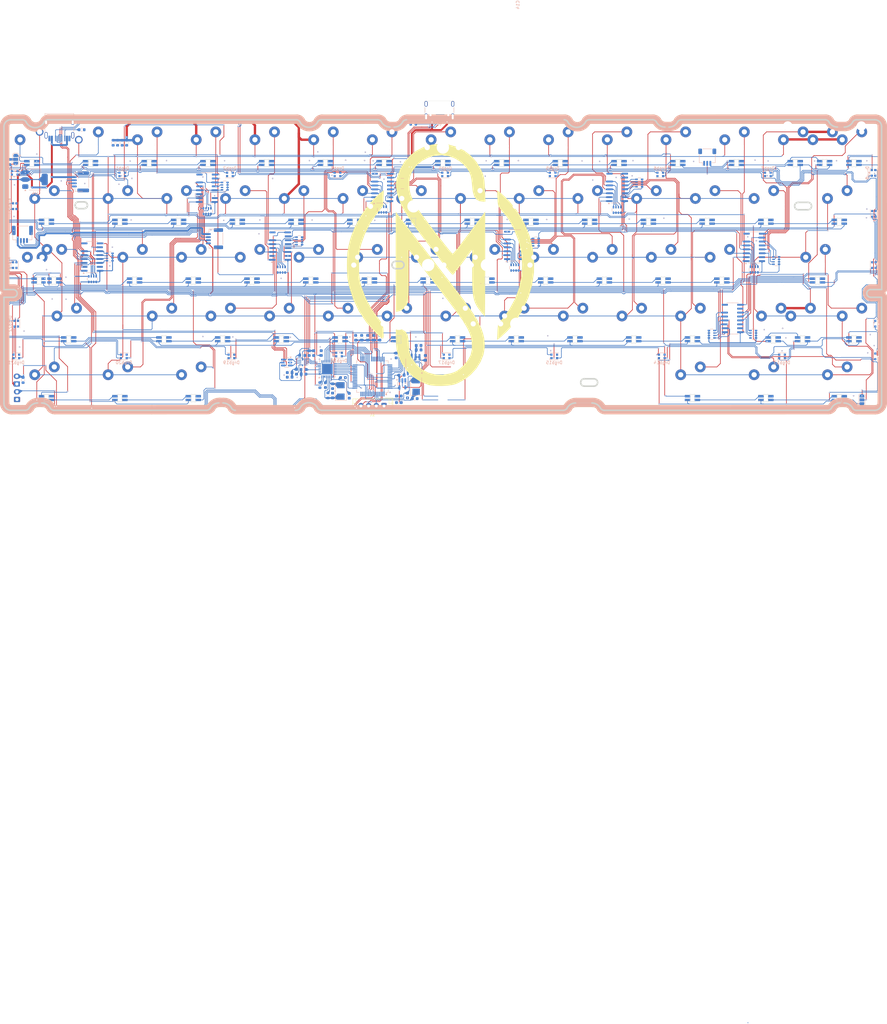
<source format=kicad_pcb>
(kicad_pcb (version 20240929) (generator "pcbnew") (generator_version "8.99")
  (layers (0 "F.Cu" signal) (2 "B.Cu" signal) (13 "F.Paste" user) (15 "B.Paste" user) (5 "F.SilkS" user "F.Silkscreen") (7 "B.SilkS" user "B.Silkscreen") (1 "F.Mask" user) (3 "B.Mask" user) (25 "Edge.Cuts" user) (39 "User.1" signal) (41 "User.2" signal) (43 "User.3" signal) (45 "User.4" signal) (47 "User.5" signal) (49 "User.6" signal) (51 "User.7" signal) (53 "User.8" signal) (55 "User.9" signal))
  (net 0 "")
  (net 1 "+3.3V")
  (net 2 "+5V")
  (net 3 "Net-(U1-VCAP_2)")
  (net 4 "Net-(U1-VCAP_1)")
  (net 5 "GND")
  (net 6 "Net-(U1-PH0)")
  (net 7 "Net-(U1-PH1)")
  (net 8 "Net-(U7-XO)")
  (net 9 "Net-(U7-XI)")
  (net 10 "Net-(C22-Pad1)")
  (net 11 "Net-(U7-VDDA1.8)")
  (net 12 "SWD")
  (net 13 "D-_FS")
  (net 14 "D+_FS")
  (net 15 "Net-(U1-BOOT0)")
  (net 16 "165_CS")
  (net 17 "USB_MUX")
  (net 18 "Net-(U7-VBUS)")
  (net 19 "Net-(U7-RBIAS)")
  (net 20 "CLK")
  (net 21 "RST")
  (net 22 "Net-(J1-Pin_2)")
  (net 23 "Net-(J1-Pin_3)")
  (net 25 "Data0")
  (net 26 "LATCH")
  (net 27 "Data4")
  (net 29 "Data6")
  (net 30 "DIR")
  (net 32 "Data3")
  (net 33 "Data2")
  (net 35 "SCK")
  (net 37 "NXT")
  (net 40 "MISO")
  (net 42 "SWC")
  (net 43 "MOSI")
  (net 44 "Data7")
  (net 45 "EEPROM")
  (net 48 "Data1")
  (net 51 "STP")
  (net 55 "Data5")
  (net 60 "SR_DOUT")
  (net 61 "Net-(U3-DS)")
  (net 62 "Net-(U5-D-)")
  (net 63 "Net-(U5-1D-)")
  (net 64 "Net-(U5-1D+)")
  (net 65 "Net-(U5-D+)")
  (net 69 "Net-(U10-Q7)")
  (net 70 "Net-(U10-DS)")
  (net 71 "Net-(U11-DS)")
  (net 72 "Net-(U12-DS)")
  (net 74 "Net-(U13-Q7)")
  (net 75 "Net-(U14-DS)")
  (net 76 "RGB")
  (net 77 "GND1")
  (net 78 "Net-(J4-CC1)")
  (net 79 "Net-(Drgb1-DIN)")
  (net 80 "Net-(Drgb1-DOUT)")
  (net 81 "Net-(Drgb2-DOUT)")
  (net 82 "Net-(Drgb3-DOUT)")
  (net 83 "Net-(Drgb4-DOUT)")
  (net 84 "Net-(Drgb5-DOUT)")
  (net 85 "Net-(Drgb6-DOUT)")
  (net 86 "Net-(Drgb7-DOUT)")
  (net 87 "Net-(Drgb8-DOUT)")
  (net 88 "Net-(Drgb10-DIN)")
  (net 89 "Net-(Drgb10-DOUT)")
  (net 90 "Net-(Drgb11-DOUT)")
  (net 91 "Net-(Drgb12-DOUT)")
  (net 92 "Net-(Drgb13-DOUT)")
  (net 93 "Net-(Drgb14-DOUT)")
  (net 94 "Net-(Drgb15-DOUT)")
  (net 95 "Net-(Drgb17-DOUT)")
  (net 96 "Net-(Drgb18-DOUT)")
  (net 97 "Net-(SW1-DOUT)")
  (net 98 "Net-(SW2-DOUT)")
  (net 99 "esc")
  (net 100 "1")
  (net 101 "Net-(SW3-DOUT)")
  (net 102 "Net-(SW4-DOUT)")
  (net 103 "Net-(SW5-DOUT)")
  (net 105 "Net-(SW6-DOUT)")
  (net 106 "Net-(SW7-DOUT)")
  (net 107 "Net-(SW8-DOUT)")
  (net 108 "Net-(SW10-DIN)")
  (net 109 "Net-(SW10-DOUT)")
  (net 110 "Net-(SW11-DOUT)")
  (net 111 "3")
  (net 112 "Net-(SW12-DOUT)")
  (net 113 "4")
  (net 114 "Net-(SW13-DOUT)")
  (net 115 "5")
  (net 116 "Net-(SW14-DOUT)")
  (net 117 "Net-(SW15-DOUT)")
  (net 118 "Net-(SW16-DOUT)")
  (net 119 "6")
  (net 120 "Net-(SW17-DOUT)")
  (net 121 "7")
  (net 122 "Net-(SW18-DOUT)")
  (net 123 "Net-(SW19-DOUT)")
  (net 124 "8")
  (net 125 "9")
  (net 126 "Net-(SW20-DOUT)")
  (net 127 "Net-(SW21-DOUT)")
  (net 128 "0")
  (net 129 "-")
  (net 130 "Net-(SW22-DOUT)")
  (net 131 "Net-(SW23-DOUT)")
  (net 132 "=")
  (net 133 "Net-(SW24-DOUT)")
  (net 134 "backspace")
  (net 135 "Net-(SW25-DOUT)")
  (net 136 "e")
  (net 137 "r")
  (net 138 "Net-(SW26-DOUT)")
  (net 139 "t")
  (net 140 "Net-(SW27-DOUT)")
  (net 141 "Net-(SW2002-DOUT)")
  (net 142 "y")
  (net 143 "Net-(SW2001-DIN)")
  (net 144 "Net-(SW30-DOUT)")
  (net 145 "u")
  (net 146 "Net-(SW31-DOUT)")
  (net 147 "i")
  (net 148 "Net-(SW32-DOUT)")
  (net 149 "o")
  (net 150 "Net-(SW33-DOUT)")
  (net 151 "Net-(SW34-DOUT)")
  (net 152 "p")
  (net 153 "[")
  (net 154 "Net-(SW35-DOUT)")
  (net 155 "]")
  (net 156 "Net-(SW36-DOUT)")
  (net 157 "\\")
  (net 158 "Net-(SW37-DOUT)")
  (net 159 "a")
  (net 160 "Net-(SW38-DOUT)")
  (net 161 "s")
  (net 162 "Net-(SW39-DOUT)")
  (net 163 "d")
  (net 164 "Net-(SW40-DOUT)")
  (net 165 "f")
  (net 166 "Net-(SW41-DOUT)")
  (net 167 "Net-(SW42-DOUT)")
  (net 168 "g")
  (net 169 "Net-(SW43-DOUT)")
  (net 170 "Net-(SW44-DOUT)")
  (net 171 "h")
  (net 172 "Net-(SW45-DOUT)")
  (net 173 "j")
  (net 174 "Net-(SW46-DOUT)")
  (net 175 "k")
  (net 176 "Net-(SW47-DOUT)")
  (net 177 "l")
  (net 178 ";")
  (net 179 "Net-(SW48-DOUT)")
  (net 180 "Net-(SW49-DOUT)")
  (net 181 "'")
  (net 182 "enter")
  (net 183 "Net-(SW50-DOUT)")
  (net 184 "Net-(SW51-DOUT)")
  (net 185 "backspace2")
  (net 186 "Net-(SW52-DOUT)")
  (net 187 "z")
  (net 188 "x")
  (net 189 "c")
  (net 190 "Net-(SW2001-DOUT)")
  (net 192 "v")
  (net 193 "Net-(SW55-DOUT)")
  (net 194 "Net-(SW56-DOUT)")
  (net 195 "b")
  (net 196 "Net-(SW57-DOUT)")
  (net 197 "n")
  (net 198 "Net-(SW58-DOUT)")
  (net 199 "Net-(SW59-DOUT)")
  (net 200 "m")
  (net 201 "Net-(SW60-DOUT)")
  (net 202 ",")
  (net 203 ".")
  (net 204 "Net-(SW61-DOUT)")
  (net 205 "{slash}")
  (net 207 "2")
  (net 208 "tab")
  (net 209 "cap")
  (net 211 "lshift")
  (net 212 "Net-(Drgb19-DOUT)")
  (net 213 "Net-(Drgb20-DOUT)")
  (net 214 "Net-(Drgb21-DOUT)")
  (net 215 "Net-(Drgb22-DOUT)")
  (net 216 "Net-(Drgb23-DOUT)")
  (net 218 "Net-(SW2002-DIN)")
  (net 219 "lctrl")
  (net 220 "q")
  (net 221 "w")
  (net 222 "rshift")
  (net 223 "fn")
  (net 224 "lwin")
  (net 225 "lalt")
  (net 226 "space")
  (net 227 "ralt")
  (net 228 "rwin")
  (net 229 "rctrl")
  (net 231 "UD")
  (net 232 "matrix")
  (net 233 "jump1")
  (net 234 "matrix1")
  (net 235 "Net-(U1-PC9)")
  (net 237 "Net-(R20-Pad1)")
  (footprint "MX_cherry:MXOnly-1U_RGBs" (layer "F.Cu") (at 244.3125 44.3)
    (property "Reference" "SW13" (hide yes))
    (property "Value" "CherryMX_LTST-A683CEGBW" (hide yes))
    (fp_line (start -0.701007 5.872884) (end -0.701007 4.229129) (stroke (width 0.1)) (layer "Edge.Cuts"))
    (fp_line (start -0.371878 3.9) (end 0.371877 3.9) (stroke (width 0.1)) (layer "Edge.Cuts"))
    (fp_line (start 0.371877 6.202013) (end -0.371878 6.202013) (stroke (width 0.1)) (layer "Edge.Cuts"))
    (fp_line (start 0.701006 4.229129) (end 0.701006 5.872884) (stroke (width 0.1)) (layer "Edge.Cuts"))
    (fp_arc (start -0.701007 4.229129) (mid -0.777791 3.823216) (end -0.371878 3.9) (stroke (width 0.1)) (layer "Edge.Cuts"))
    (fp_arc (start -0.371878 6.202013) (mid -0.777748 6.278754) (end -0.701007 5.872884) (stroke (width 0.1)) (layer "Edge.Cuts"))
    (fp_arc (start 0.371877 3.9) (mid 0.777804 3.823208) (end 0.701006 4.229129) (stroke (width 0.1)) (layer "Edge.Cuts"))
    (fp_arc (start 0.701006 5.872884) (mid 0.777758 6.278765) (end 0.371877 6.202013) (stroke (width 0.1)) (layer "Edge.Cuts"))
  )
  (footprint "MX_cherry:MXOnly-1U_RGBs" (layer "F.Cu") (at 91.9125 44.3)
    (property "Reference" "SW5" (hide yes))
    (property "Value" "CherryMX_LTST-A683CEGBW" (hide yes))
    (fp_line (start -0.701007 5.872884) (end -0.701007 4.229129) (stroke (width 0.1)) (layer "Edge.Cuts"))
    (fp_line (start -0.371878 3.9) (end 0.371877 3.9) (stroke (width 0.1)) (layer "Edge.Cuts"))
    (fp_line (start 0.371877 6.202013) (end -0.371878 6.202013) (stroke (width 0.1)) (layer "Edge.Cuts"))
    (fp_line (start 0.701006 4.229129) (end 0.701006 5.872884) (stroke (width 0.1)) (layer "Edge.Cuts"))
    (fp_arc (start -0.701007 4.229129) (mid -0.777791 3.823216) (end -0.371878 3.9) (stroke (width 0.1)) (layer "Edge.Cuts"))
    (fp_arc (start -0.371878 6.202013) (mid -0.777748 6.278754) (end -0.701007 5.872884) (stroke (width 0.1)) (layer "Edge.Cuts"))
    (fp_arc (start 0.371877 3.9) (mid 0.777804 3.823208) (end 0.701006 4.229129) (stroke (width 0.1)) (layer "Edge.Cuts"))
    (fp_arc (start 0.701006 5.872884) (mid 0.777758 6.278765) (end 0.371877 6.202013) (stroke (width 0.1)) (layer "Edge.Cuts"))
  )
  (footprint "MX_cherry:MXOnly-1U_RGBs" (layer "F.Cu") (at 87.15 82.4)
    (property "Reference" "SW32" (hide yes))
    (property "Value" "CherryMX_LTST-A683CEGBW" (hide yes))
    (fp_line (start -0.701007 5.872884) (end -0.701007 4.229129) (stroke (width 0.1)) (layer "Edge.Cuts"))
    (fp_line (start -0.371878 3.9) (end 0.371877 3.9) (stroke (width 0.1)) (layer "Edge.Cuts"))
    (fp_line (start 0.371877 6.202013) (end -0.371878 6.202013) (stroke (width 0.1)) (layer "Edge.Cuts"))
    (fp_line (start 0.701006 4.229129) (end 0.701006 5.872884) (stroke (width 0.1)) (layer "Edge.Cuts"))
    (fp_arc (start -0.701007 4.229129) (mid -0.777791 3.823216) (end -0.371878 3.9) (stroke (width 0.1)) (layer "Edge.Cuts"))
    (fp_arc (start -0.371878 6.202013) (mid -0.777748 6.278754) (end -0.701007 5.872884) (stroke (width 0.1)) (layer "Edge.Cuts"))
    (fp_arc (start 0.371877 3.9) (mid 0.777804 3.823208) (end 0.701006 4.229129) (stroke (width 0.1)) (layer "Edge.Cuts"))
    (fp_arc (start 0.701006 5.872884) (mid 0.777758 6.278765) (end 0.371877 6.202013) (stroke (width 0.1)) (layer "Edge.Cuts"))
  )
  (footprint "MX_cherry:MXOnly-1U_RGBs" (layer "F.Cu") (at 44.2875 63.35)
    (property "Reference" "SW16" (hide yes))
    (property "Value" "CherryMX_LTST-A683CEGBW" (hide yes))
    (fp_line (start -0.701007 5.872884) (end -0.701007 4.229129) (stroke (width 0.1)) (layer "Edge.Cuts"))
    (fp_line (start -0.371878 3.9) (end 0.371877 3.9) (stroke (width 0.1)) (layer "Edge.Cuts"))
    (fp_line (start 0.371877 6.202013) (end -0.371878 6.202013) (stroke (width 0.1)) (layer "Edge.Cuts"))
    (fp_line (start 0.701006 4.229129) (end 0.701006 5.872884) (stroke (width 0.1)) (layer "Edge.Cuts"))
    (fp_arc (start -0.701007 4.229129) (mid -0.777791 3.823216) (end -0.371878 3.9) (stroke (width 0.1)) (layer "Edge.Cuts"))
    (fp_arc (start -0.371878 6.202013) (mid -0.777748 6.278754) (end -0.701007 5.872884) (stroke (width 0.1)) (layer "Edge.Cuts"))
    (fp_arc (start 0.371877 3.9) (mid 0.777804 3.823208) (end 0.701006 4.229129) (stroke (width 0.1)) (layer "Edge.Cuts"))
    (fp_arc (start 0.701006 5.872884) (mid 0.777758 6.278765) (end 0.371877 6.202013) (stroke (width 0.1)) (layer "Edge.Cuts"))
  )
  (footprint "MX_cherry:MXOnly-1U_RGBs" (layer "F.Cu") (at 182.4 82.4)
    (property "Reference" "SW37" (hide yes))
    (property "Value" "CherryMX_LTST-A683CEGBW" (hide yes))
    (fp_line (start -0.701007 5.872884) (end -0.701007 4.229129) (stroke (width 0.1)) (layer "Edge.Cuts"))
    (fp_line (start -0.371878 3.9) (end 0.371877 3.9) (stroke (width 0.1)) (layer "Edge.Cuts"))
    (fp_line (start 0.371877 6.202013) (end -0.371878 6.202013) (stroke (width 0.1)) (layer "Edge.Cuts"))
    (fp_line (start 0.701006 4.229129) (end 0.701006 5.872884) (stroke (width 0.1)) (layer "Edge.Cuts"))
    (fp_arc (start -0.701007 4.229129) (mid -0.777791 3.823216) (end -0.371878 3.9) (stroke (width 0.1)) (layer "Edge.Cuts"))
    (fp_arc (start -0.371878 6.202013) (mid -0.777748 6.278754) (end -0.701007 5.872884) (stroke (width 0.1)) (layer "Edge.Cuts"))
    (fp_arc (start 0.371877 3.9) (mid 0.777804 3.823208) (end 0.701006 4.229129) (stroke (width 0.1)) (layer "Edge.Cuts"))
    (fp_arc (start 0.701006 5.872884) (mid 0.777758 6.278765) (end 0.371877 6.202013) (stroke (width 0.1)) (layer "Edge.Cuts"))
  )
  (footprint "MX_cherry:MXOnly-1U_RGBs" (layer "F.Cu") (at 153.825 101.45)
    (property "Reference" "SW49" (hide yes))
    (property "Value" "CherryMX_LTST-A683CEGBW" (hide yes))
    (fp_line (start -0.701007 5.872884) (end -0.701007 4.229129) (stroke (width 0.1)) (layer "Edge.Cuts"))
    (fp_line (start -0.371878 3.9) (end 0.371877 3.9) (stroke (width 0.1)) (layer "Edge.Cuts"))
    (fp_line (start 0.371877 6.202013) (end -0.371878 6.202013) (stroke (width 0.1)) (layer "Edge.Cuts"))
    (fp_line (start 0.701006 4.229129) (end 0.701006 5.872884) (stroke (width 0.1)) (layer "Edge.Cuts"))
    (fp_arc (start -0.701007 4.229129) (mid -0.777791 3.823216) (end -0.371878 3.9) (stroke (width 0.1)) (layer "Edge.Cuts"))
    (fp_arc (start -0.371878 6.202013) (mid -0.777748 6.278754) (end -0.701007 5.872884) (stroke (width 0.1)) (layer "Edge.Cuts"))
    (fp_arc (start 0.371877 3.9) (mid 0.777804 3.823208) (end 0.701006 4.229129) (stroke (width 0.1)) (layer "Edge.Cuts"))
    (fp_arc (start 0.701006 5.872884) (mid 0.777758 6.278765) (end 0.371877 6.202013) (stroke (width 0.1)) (layer "Edge.Cuts"))
  )
  (footprint "MX_cherry:MXOnly-1.5U_RGBs" (layer "F.Cu") (at 277.6505 120.5)
    (property "Reference" "SW62" (hide yes))
    (property "Value" "CherryMX_LTST-A683CEGBW" (hide yes))
    (fp_line (start -0.701007 5.872884) (end -0.701007 4.229129) (stroke (width 0.1)) (layer "Edge.Cuts"))
    (fp_line (start -0.371878 3.9) (end 0.371877 3.9) (stroke (width 0.1)) (layer "Edge.Cuts"))
    (fp_line (start 0.371877 6.202013) (end -0.371878 6.202013) (stroke (width 0.1)) (layer "Edge.Cuts"))
    (fp_line (start 0.701006 4.229129) (end 0.701006 5.872884) (stroke (width 0.1)) (layer "Edge.Cuts"))
    (fp_arc (start -0.701007 4.229129) (mid -0.777791 3.823216) (end -0.371878 3.9) (stroke (width 0.1)) (layer "Edge.Cuts"))
    (fp_arc (start -0.371878 6.202013) (mid -0.777748 6.278754) (end -0.701007 5.872884) (stroke (width 0.1)) (layer "Edge.Cuts"))
    (fp_arc (start 0.371877 3.9) (mid 0.777804 3.823208) (end 0.701006 4.229129) (stroke (width 0.1)) (layer "Edge.Cuts"))
    (fp_arc (start 0.701006 5.872884) (mid 0.777758 6.278765) (end 0.371877 6.202013) (stroke (width 0.1)) (layer "Edge.Cuts"))
  )
  (footprint "MX_cherry:MXOnly-1U_RGBs" (layer "F.Cu") (at 201.45 82.4)
    (property "Reference" "SW38" (hide yes))
    (property "Value" "CherryMX_LTST-A683CEGBW" (hide yes))
    (fp_line (start -0.701007 5.872884) (end -0.701007 4.229129) (stroke (width 0.1)) (layer "Edge.Cuts"))
    (fp_line (start -0.371878 3.9) (end 0.371877 3.9) (stroke (width 0.1)) (layer "Edge.Cuts"))
    (fp_line (start 0.371877 6.202013) (end -0.371878 6.202013) (stroke (width 0.1)) (layer "Edge.Cuts"))
    (fp_line (start 0.701006 4.229129) (end 0.701006 5.872884) (stroke (width 0.1)) (layer "Edge.Cuts"))
    (fp_arc (start -0.701007 4.229129) (mid -0.777791 3.823216) (end -0.371878 3.9) (stroke (width 0.1)) (layer "Edge.Cuts"))
    (fp_arc (start -0.371878 6.202013) (mid -0.777748 6.278754) (end -0.701007 5.872884) (stroke (width 0.1)) (layer "Edge.Cuts"))
    (fp_arc (start 0.371877 3.9) (mid 0.777804 3.823208) (end 0.701006 4.229129) (stroke (width 0.1)) (layer "Edge.Cuts"))
    (fp_arc (start 0.701006 5.872884) (mid 0.777758 6.278765) (end 0.371877 6.202013) (stroke (width 0.1)) (layer "Edge.Cuts"))
  )
  (footprint "MX_cherry:MXOnly-1.5U_RGBs" (layer "F.Cu") (at 20.4755 63.35)
    (property "Reference" "SW15" (hide yes))
    (property "Value" "CherryMX_LTST-A683CEGBW" (hide yes))
    (fp_line (start -0.701007 5.872884) (end -0.701007 4.229129) (stroke (width 0.1)) (layer "Edge.Cuts"))
    (fp_line (start -0.371878 3.9) (end 0.371877 3.9) (stroke (width 0.1)) (layer "Edge.Cuts"))
    (fp_line (start 0.371877 6.202013) (end -0.371878 6.202013) (stroke (width 0.1)) (layer "Edge.Cuts"))
    (fp_line (start 0.701006 4.229129) (end 0.701006 5.872884) (stroke (width 0.1)) (layer "Edge.Cuts"))
    (fp_arc (start -0.701007 4.229129) (mid -0.777791 3.823216) (end -0.371878 3.9) (stroke (width 0.1)) (layer "Edge.Cuts"))
    (fp_arc (start -0.371878 6.202013) (mid -0.777748 6.278754) (end -0.701007 5.872884) (stroke (width 0.1)) (layer "Edge.Cuts"))
    (fp_arc (start 0.371877 3.9) (mid 0.777804 3.823208) (end 0.701006 4.229129) (stroke (width 0.1)) (layer "Edge.Cuts"))
    (fp_arc (start 0.701006 5.872884) (mid 0.777758 6.278765) (end 0.371877 6.202013) (stroke (width 0.1)) (layer "Edge.Cuts"))
  )
  (footprint "Connector_JST:JST_XH_B2B-XH-A_1x02_P2.50mm_Vertical" (layer "F.Cu") (at 10.855 120.95 90)
    (property "Reference" "SWboot2" (hide yes))
    (property "Value" "SW_Push" (hide yes))
  )
  (footprint "MX_cherry:MXOnly-1.5U_RGBs" (layer "F.Cu") (at 230.0255 120.5)
    (property "Reference" "SW60" (hide yes))
    (property "Value" "CherryMX_LTST-A683CEGBW" (hide yes))
    (fp_line (start -0.701007 5.872884) (end -0.701007 4.229129) (stroke (width 0.1)) (layer "Edge.Cuts"))
    (fp_line (start -0.371878 3.9) (end 0.371877 3.9) (stroke (width 0.1)) (layer "Edge.Cuts"))
    (fp_line (start 0.371877 6.202013) (end -0.371878 6.202013) (stroke (width 0.1)) (layer "Edge.Cuts"))
    (fp_line (start 0.701006 4.229129) (end 0.701006 5.872884) (stroke (width 0.1)) (layer "Edge.Cuts"))
    (fp_arc (start -0.701007 4.229129) (mid -0.777791 3.823216) (end -0.371878 3.9) (stroke (width 0.1)) (layer "Edge.Cuts"))
    (fp_arc (start -0.371878 6.202013) (mid -0.777748 6.278754) (end -0.701007 5.872884) (stroke (width 0.1)) (layer "Edge.Cuts"))
    (fp_arc (start 0.371877 3.9) (mid 0.777804 3.823208) (end 0.701006 4.229129) (stroke (width 0.1)) (layer "Edge.Cuts"))
    (fp_arc (start 0.701006 5.872884) (mid 0.777758 6.278765) (end 0.371877 6.202013) (stroke (width 0.1)) (layer "Edge.Cuts"))
  )
  (footprint "MX_cherry:MXOnly-1U_RGBs" (layer "F.Cu") (at 115.725 101.45)
    (property "Reference" "SW47" (hide yes))
    (property "Value" "CherryMX_LTST-A683CEGBW" (hide yes))
    (fp_line (start -0.701007 5.872884) (end -0.701007 4.229129) (stroke (width 0.1)) (layer "Edge.Cuts"))
    (fp_line (start -0.371878 3.9) (end 0.371877 3.9) (stroke (width 0.1)) (layer "Edge.Cuts"))
    (fp_line (start 0.371877 6.202013) (end -0.371878 6.202013) (stroke (width 0.1)) (layer "Edge.Cuts"))
    (fp_line (start 0.701006 4.229129) (end 0.701006 5.872884) (stroke (width 0.1)) (layer "Edge.Cuts"))
    (fp_arc (start -0.701007 4.229129) (mid -0.777791 3.823216) (end -0.371878 3.9) (stroke (width 0.1)) (layer "Edge.Cuts"))
    (fp_arc (start -0.371878 6.202013) (mid -0.777748 6.278754) (end -0.701007 5.872884) (stroke (width 0.1)) (layer "Edge.Cuts"))
    (fp_arc (start 0.371877 3.9) (mid 0.777804 3.823208) (end 0.701006 4.229129) (stroke (width 0.1)) (layer "Edge.Cuts"))
    (fp_arc (start 0.701006 5.872884) (mid 0.777758 6.278765) (end 0.371877 6.202013) (stroke (width 0.1)) (layer "Edge.Cuts"))
  )
  (footprint "MX_cherry:MXOnly-1.75U_RGBs" (layer "F.Cu") (at 256.219 101.45)
    (property "Reference" "SW54" (hide yes))
    (property "Value" "CherryMX_LTST-A683CEGBW" (hide yes))
    (fp_line (start -0.701007 5.872884) (end -0.701007 4.229129) (stroke (width 0.1)) (layer "Edge.Cuts"))
    (fp_line (start -0.371878 3.9) (end 0.371877 3.9) (stroke (width 0.1)) (layer "Edge.Cuts"))
    (fp_line (start 0.371877 6.202013) (end -0.371878 6.202013) (stroke (width 0.1)) (layer "Edge.Cuts"))
    (fp_line (start 0.701006 4.229129) (end 0.701006 5.872884) (stroke (width 0.1)) (layer "Edge.Cuts"))
    (fp_arc (start -0.701007 4.229129) (mid -0.777791 3.823216) (end -0.371878 3.9) (stroke (width 0.1)) (layer "Edge.Cuts"))
    (fp_arc (start -0.371878 6.202013) (mid -0.777748 6.278754) (end -0.701007 5.872884) (stroke (width 0.1)) (layer "Edge.Cuts"))
    (fp_arc (start 0.371877 3.9) (mid 0.777804 3.823208) (end 0.701006 4.229129) (stroke (width 0.1)) (layer "Edge.Cuts"))
    (fp_arc (start 0.701006 5.872884) (mid 0.777758 6.278765) (end 0.371877 6.202013) (stroke (width 0.1)) (layer "Edge.Cuts"))
  )
  (footprint "MX_cherry:MXOnly-1.75U_RGBs" (layer "F.Cu") (at 22.8565 82.4)
    (property "Reference" "SW29" (hide yes))
    (property "Value" "CherryMX_LTST-A683CEGBW" (hide yes))
    (fp_line (start -0.701007 5.872884) (end -0.701007 4.229129) (stroke (width 0.1)) (layer "Edge.Cuts"))
    (fp_line (start -0.371878 3.9) (end 0.371877 3.9) (stroke (width 0.1)) (layer "Edge.Cuts"))
    (fp_line (start 0.371877 6.202013) (end -0.371878 6.202013) (stroke (width 0.1)) (layer "Edge.Cuts"))
    (fp_line (start 0.701006 4.229129) (end 0.701006 5.872884) (stroke (width 0.1)) (layer "Edge.Cuts"))
    (fp_arc (start -0.701007 4.229129) (mid -0.777791 3.823216) (end -0.371878 3.9) (stroke (width 0.1)) (layer "Edge.Cuts"))
    (fp_arc (start -0.371878 6.202013) (mid -0.777748 6.278754) (end -0.701007 5.872884) (stroke (width 0.1)) (layer "Edge.Cuts"))
    (fp_arc (start 0.371877 3.9) (mid 0.777804 3.823208) (end 0.701006 4.229129) (stroke (width 0.1)) (layer "Edge.Cuts"))
    (fp_arc (start 0.701006 5.872884) (mid 0.777758 6.278765) (end 0.371877 6.202013) (stroke (width 0.1)) (layer "Edge.Cuts"))
  )
  (footprint "MX_cherry:MXOnly-1U_RGBs" (layer "F.Cu") (at 239.55 82.4)
    (property "Reference" "SW40" (hide yes))
    (property "Value" "CherryMX_LTST-A683CEGBW" (hide yes))
    (fp_line (start -0.701007 5.872884) (end -0.701007 4.229129) (stroke (width 0.1)) (layer "Edge.Cuts"))
    (fp_line (start -0.371878 3.9) (end 0.371877 3.9) (stroke (width 0.1)) (layer "Edge.Cuts"))
    (fp_line (start 0.371877 6.202013) (end -0.371878 6.202013) (stroke (width 0.1)) (layer "Edge.Cuts"))
    (fp_line (start 0.701006 4.229129) (end 0.701006 5.872884) (stroke (width 0.1)) (layer "Edge.Cuts"))
    (fp_arc (start -0.701007 4.229129) (mid -0.777791 3.823216) (end -0.371878 3.9) (stroke (width 0.1)) (layer "Edge.Cuts"))
    (fp_arc (start -0.371878 6.202013) (mid -0.777748 6.278754) (end -0.701007 5.872884) (stroke (width 0.1)) (layer "Edge.Cuts"))
    (fp_arc (start 0.371877 3.9) (mid 0.777804 3.823208) (end 0.701006 4.229129) (stroke (width 0.1)) (layer "Edge.Cuts"))
    (fp_arc (start 0.701006 5.872884) (mid 0.777758 6.278765) (end 0.371877 6.202013) (stroke (width 0.1)) (layer "Edge.Cuts"))
  )
  (footprint "MX_cherry:MXOnly-1U_RGBs" (layer "F.Cu") (at 215.7375 63.35)
    (property "Reference" "SW25" (hide yes))
    (property "Value" "CherryMX_LTST-A683CEGBW" (hide yes))
    (fp_line (start -0.701007 5.872884) (end -0.701007 4.229129) (stroke (width 0.1)) (layer "Edge.Cuts"))
    (fp_line (start -0.371878 3.9) (end 0.371877 3.9) (stroke (width 0.1)) (layer "Edge.Cuts"))
    (fp_line (start 0.371877 6.202013) (end -0.371878 6.202013) (stroke (width 0.1)) (layer "Edge.Cuts"))
    (fp_line (start 0.701006 4.229129) (end 0.701006 5.872884) (stroke (width 0.1)) (layer "Edge.Cuts"))
    (fp_arc (start -0.701007 4.229129) (mid -0.777791 3.823216) (end -0.371878 3.9) (stroke (width 0.1)) (layer "Edge.Cuts"))
    (fp_arc (start -0.371878 6.202013) (mid -0.777748 6.278754) (end -0.701007 5.872884) (stroke (width 0.1)) (layer "Edge.Cuts"))
    (fp_arc (start 0.371877 3.9) (mid 0.777804 3.823208) (end 0.701006 4.229129) (stroke (width 0.1)) (layer "Edge.Cuts"))
    (fp_arc (start 0.701006 5.872884) (mid 0.777758 6.278765) (end 0.371877 6.202013) (stroke (width 0.1)) (layer "Edge.Cuts"))
  )
  (footprint "MX_cherry:MXOnly-1U_RGBs" (layer "F.Cu") (at 120.4875 63.35)
    (property "Reference" "SW20" (hide yes))
    (property "Value" "CherryMX_LTST-A683CEGBW" (hide yes))
    (fp_line (start -0.701007 5.872884) (end -0.701007 4.229129) (stroke (width 0.1)) (layer "Edge.Cuts"))
    (fp_line (start -0.371878 3.9) (end 0.371877 3.9) (stroke (width 0.1)) (layer "Edge.Cuts"))
    (fp_line (start 0.371877 6.202013) (end -0.371878 6.202013) (stroke (width 0.1)) (layer "Edge.Cuts"))
    (fp_line (start 0.701006 4.229129) (end 0.701006 5.872884) (stroke (width 0.1)) (layer "Edge.Cuts"))
    (fp_arc (start -0.701007 4.229129) (mid -0.777791 3.823216) (end -0.371878 3.9) (stroke (width 0.1)) (layer "Edge.Cuts"))
    (fp_arc (start -0.371878 6.202013) (mid -0.777748 6.278754) (end -0.701007 5.872884) (stroke (width 0.1)) (layer "Edge.Cuts"))
    (fp_arc (start 0.371877 3.9) (mid 0.777804 3.823208) (end 0.701006 4.229129) (stroke (width 0.1)) (layer "Edge.Cuts"))
    (fp_arc (start 0.701006 5.872884) (mid 0.777758 6.278765) (end 0.371877 6.202013) (stroke (width 0.1)) (layer "Edge.Cuts"))
  )
  (footprint "MX_cherry:MXOnly-1U_RGBs" (layer "F.Cu") (at 230.025 101.45)
    (property "Reference" "SW53" (hide yes))
    (property "Value" "CherryMX_LTST-A683CEGBW" (hide yes))
    (fp_line (start -0.701007 5.872884) (end -0.701007 4.229129) (stroke (width 0.1)) (layer "Edge.Cuts"))
    (fp_line (start -0.371878 3.9) (end 0.371877 3.9) (stroke (width 0.1)) (layer "Edge.Cuts"))
    (fp_line (start 0.371877 6.202013) (end -0.371878 6.202013) (stroke (width 0.1)) (layer "Edge.Cuts"))
    (fp_line (start 0.701006 4.229129) (end 0.701006 5.872884) (stroke (width 0.1)) (layer "Edge.Cuts"))
    (fp_arc (start -0.701007 4.229129) (mid -0.777791 3.823216) (end -0.371878 3.9) (stroke (width 0.1)) (layer "Edge.Cuts"))
    (fp_arc (start -0.371878 6.202013) (mid -0.777748 6.278754) (end -0.701007 5.872884) (stroke (width 0.1)) (layer "Edge.Cuts"))
    (fp_arc (start 0.371877 3.9) (mid 0.777804 3.823208) (end 0.701006 4.229129) (stroke (width 0.1)) (layer "Edge.Cuts"))
    (fp_arc (start 0.701006 5.872884) (mid 0.777758 6.278765) (end 0.371877 6.202013) (stroke (width 0.1)) (layer "Edge.Cuts"))
  )
  (footprint "MX_cherry:MXOnly-1U_RGBs" (layer "F.Cu") (at 34.7625 44.3)
    (property "Reference" "SW2" (hide yes))
    (property "Value" "CherryMX_LTST-A683CEGBW" (hide yes))
    (fp_line (start -0.701007 5.872884) (end -0.701007 4.229129) (stroke (width 0.1)) (layer "Edge.Cuts"))
    (fp_line (start -0.371878 3.9) (end 0.371877 3.9) (stroke (width 0.1)) (layer "Edge.Cuts"))
    (fp_line (start 0.371877 6.202013) (end -0.371878 6.202013) (stroke (width 0.1)) (layer "Edge.Cuts"))
    (fp_line (start 0.701006 4.229129) (end 0.701006 5.872884) (stroke (width 0.1)) (layer "Edge.Cuts"))
    (fp_arc (start -0.701007 4.229129) (mid -0.777791 3.823216) (end -0.371878 3.9) (stroke (width 0.1)) (layer "Edge.Cuts"))
    (fp_arc (start -0.371878 6.202013) (mid -0.777748 6.278754) (end -0.701007 5.872884) (stroke (width 0.1)) (layer "Edge.Cuts"))
    (fp_arc (start 0.371877 3.9) (mid 0.777804 3.823208) (end 0.701006 4.229129) (stroke (width 0.1)) (layer "Edge.Cuts"))
    (fp_arc (start 0.701006 5.872884) (mid 0.777758 6.278765) (end 0.371877 6.202013) (stroke (width 0.1)) (layer "Edge.Cuts"))
  )
  (footprint "MX_cherry:MXOnly-1U_RGBs" (layer "F.Cu") (at 163.35 82.4)
    (property "Reference" "SW36" (hide yes))
    (property "Value" "CherryMX_LTST-A683CEGBW" (hide yes))
    (fp_line (start -0.701007 5.872884) (end -0.701007 4.229129) (stroke (width 0.1)) (layer "Edge.Cuts"))
    (fp_line (start -0.371878 3.9) (end 0.371877 3.9) (stroke (width 0.1)) (layer "Edge.Cuts"))
    (fp_line (start 0.371877 6.202013) (end -0.371878 6.202013) (stroke (width 0.1)) (layer "Edge.Cuts"))
    (fp_line (start 0.701006 4.229129) (end 0.701006 5.872884) (stroke (width 0.1)) (layer "Edge.Cuts"))
    (fp_arc (start -0.701007 4.229129) (mid -0.777791 3.823216) (end -0.371878 3.9) (stroke (width 0.1)) (layer "Edge.Cuts"))
    (fp_arc (start -0.371878 6.202013) (mid -0.777748 6.278754) (end -0.701007 5.872884) (stroke (width 0.1)) (layer "Edge.Cuts"))
    (fp_arc (start 0.371877 3.9) (mid 0.777804 3.823208) (end 0.701006 4.229129) (stroke (width 0.1)) (layer "Edge.Cuts"))
    (fp_arc (start 0.701006 5.872884) (mid 0.777758 6.278765) (end 0.371877 6.202013) (stroke (width 0.1)) (layer "Edge.Cuts"))
  )
  (footprint "MX_cherry:MXOnly-1U_RGBs" (layer "F.Cu") (at 168.1125 44.3)
    (property "Reference" "SW9" (hide yes))
    (property "Value" "CherryMX_LTST-A683CEGBW" (hide yes))
    (fp_line (start -0.701007 5.872884) (end -0.701007 4.229129) (stroke (width 0.1)) (layer "Edge.Cuts"))
    (fp_line (start -0.371878 3.9) (end 0.371877 3.9) (stroke (width 0.1)) (layer "Edge.Cuts"))
    (fp_line (start 0.371877 6.202013) (end -0.371878 6.202013) (stroke (width 0.1)) (layer "Edge.Cuts"))
    (fp_line (start 0.701006 4.229129) (end 0.701006 5.872884) (stroke (width 0.1)) (layer "Edge.Cuts"))
    (fp_arc (start -0.701007 4.229129) (mid -0.777791 3.823216) (end -0.371878 3.9) (stroke (width 0.1)) (layer "Edge.Cuts"))
    (fp_arc (start -0.371878 6.202013) (mid -0.777748 6.278754) (end -0.701007 5.872884) (stroke (width 0.1)) (layer "Edge.Cuts"))
    (fp_arc (start 0.371877 3.9) (mid 0.777804 3.823208) (end 0.701006 4.229129) (stroke (width 0.1)) (layer "Edge.Cuts"))
    (fp_arc (start 0.701006 5.872884) (mid 0.777758 6.278765) (end 0.371877 6.202013) (stroke (width 0.1)) (layer "Edge.Cuts"))
  )
  (footprint "MX_cherry:MXOnly-1U_RGBs" (layer "F.Cu") (at 110.9625 44.3)
    (property "Reference" "SW6" (hide yes))
    (property "Value" "CherryMX_LTST-A683CEGBW" (hide yes))
    (fp_line (start -0.701007 5.872884) (end -0.701007 4.229129) (stroke (width 0.1)) (layer "Edge.Cuts"))
    (fp_line (start -0.371878 3.9) (end 0.371877 3.9) (stroke (width 0.1)) (layer "Edge.Cuts"))
    (fp_line (start 0.371877 6.202013) (end -0.371878 6.202013) (stroke (width 0.1)) (layer "Edge.Cuts"))
    (fp_line (start 0.701006 4.229129) (end 0.701006 5.872884) (stroke (width 0.1)) (layer "Edge.Cuts"))
    (fp_arc (start -0.701007 4.229129) (mid -0.777791 3.823216) (end -0.371878 3.9) (stroke (width 0.1)) (layer "Edge.Cuts"))
    (fp_arc (start -0.371878 6.202013) (mid -0.777748 6.278754) (end -0.701007 5.872884) (stroke (width 0.1)) (layer "Edge.Cuts"))
    (fp_arc (start 0.371877 3.9) (mid 0.777804 3.823208) (end 0.701006 4.229129) (stroke (width 0.1)) (layer "Edge.Cuts"))
    (fp_arc (start 0.701006 5.872884) (mid 0.777758 6.278765) (end 0.371877 6.202013) (stroke (width 0.1)) (layer "Edge.Cuts"))
  )
  (footprint "MX_cherry:MXOnly-1U_RGBs" (layer "F.Cu") (at 63.3375 63.35)
    (property "Reference" "SW17" (hide yes))
    (property "Value" "CherryMX_LTST-A683CEGBW" (hide yes))
    (fp_line (start -0.701007 5.872884) (end -0.701007 4.229129) (stroke (width 0.1)) (layer "Edge.Cuts"))
    (fp_line (start -0.371878 3.9) (end 0.371877 3.9) (stroke (width 0.1)) (layer "Edge.Cuts"))
    (fp_line (start 0.371877 6.202013) (end -0.371878 6.202013) (stroke (width 0.1)) (layer "Edge.Cuts"))
    (fp_line (start 0.701006 4.229129) (end 0.701006 5.872884) (stroke (width 0.1)) (layer "Edge.Cuts"))
    (fp_arc (start -0.701007 4.229129) (mid -0.777791 3.823216) (end -0.371878 3.9) (stroke (width 0.1)) (layer "Edge.Cuts"))
    (fp_arc (start -0.371878 6.202013) (mid -0.777748 6.278754) (end -0.701007 5.872884) (stroke (width 0.1)) (layer "Edge.Cuts"))
    (fp_arc (start 0.371877 3.9) (mid 0.777804 3.823208) (end 0.701006 4.229129) (stroke (width 0.1)) (layer "Edge.Cuts"))
    (fp_arc (start 0.701006 5.872884) (mid 0.777758 6.278765) (end 0.371877 6.202013) (stroke (width 0.1)) (layer "Edge.Cuts"))
  )
  (footprint "MX_cherry:MXOnly-1.5U_RGBs" (layer "F.Cu") (at 277.6505 63.35)
    (property "Reference" "SW28" (hide yes))
    (property "Value" "CherryMX_LTST-A683CEGBW" (hide yes))
    (fp_line (start -0.701007 5.872884) (end -0.701007 4.229129) (stroke (width 0.1)) (layer "Edge.Cuts"))
    (fp_line (start -0.371878 3.9) (end 0.371877 3.9) (stroke (width 0.1)) (layer "Edge.Cuts"))
    (fp_line (start 0.371877 6.202013) (end -0.371878 6.202013) (stroke (width 0.1)) (layer "Edge.Cuts"))
    (fp_line (start 0.701006 4.229129) (end 0.701006 5.872884) (stroke (width 0.1)) (layer "Edge.Cuts"))
    (fp_arc (start -0.701007 4.229129) (mid -0.777791 3.823216) (end -0.371878 3.9) (stroke (width 0.1)) (layer "Edge.Cuts"))
    (fp_arc (start -0.371878 6.202013) (mid -0.777748 6.278754) (end -0.701007 5.872884) (stroke (width 0.1)) (layer "Edge.Cuts"))
    (fp_arc (start 0.371877 3.9) (mid 0.777804 3.823208) (end 0.701006 4.229129) (stroke (width 0.1)) (layer "Edge.Cuts"))
    (fp_arc (start 0.701006 5.872884) (mid 0.777758 6.278765) (end 0.371877 6.202013) (stroke (width 0.1)) (layer "Edge.Cuts"))
  )
  (footprint "MX_cherry:MXOnly-2.75U_RGBs" (layer "F.Cu") (at 265.744 101.45)
    (property "Reference" "SW2001" (hide yes))
    (property "Value" "CherryMX_LTST-A683CEGBW" (hide yes))
    (fp_line (start -0.701007 5.872884) (end -0.701007 4.229129) (stroke (width 0.1)) (layer "Edge.Cuts"))
    (fp_line (start -0.371878 3.9) (end 0.371877 3.9) (stroke (width 0.1)) (layer "Edge.Cuts"))
    (fp_line (start 0.371877 6.202013) (end -0.371878 6.202013) (stroke (width 0.1)) (layer "Edge.Cuts"))
    (fp_line (start 0.701006 4.229129) (end 0.701006 5.872884) (stroke (width 0.1)) (layer "Edge.Cuts"))
    (fp_arc (start -0.701007 4.229129) (mid -0.777791 3.823216) (end -0.371878 3.9) (stroke (width 0.1)) (layer "Edge.Cuts"))
    (fp_arc (start -0.371878 6.202013) (mid -0.777748 6.278754) (end -0.701007 5.872884) (stroke (width 0.1)) (layer "Edge.Cuts"))
    (fp_arc (start 0.371877 3.9) (mid 0.777804 3.823208) (end 0.701006 4.229129) (stroke (width 0.1)) (layer "Edge.Cuts"))
    (fp_arc (start 0.701006 5.872884) (mid 0.777758 6.278765) (end 0.371877 6.202013) (stroke (width 0.1)) (layer "Edge.Cuts"))
  )
  (footprint "MX_cherry:MXOnly-1U_RGBs" (layer "F.Cu") (at 220.5 82.4)
    (property "Reference" "SW39" (hide yes))
    (property "Value" "CherryMX_LTST-A683CEGBW" (hide yes))
    (fp_line (start -0.701007 5.872884) (end -0.701007 4.229129) (stroke (width 0.1)) (layer "Edge.Cuts"))
    (fp_line (start -0.371878 3.9) (end 0.371877 3.9) (stroke (width 0.1)) (layer "Edge.Cuts"))
    (fp_line (start 0.371877 6.202013) (end -0.371878 6.202013) (stroke (width 0.1)) (layer "Edge.Cuts"))
    (fp_line (start 0.701006 4.229129) (end 0.701006 5.872884) (stroke (width 0.1)) (layer "Edge.Cuts"))
    (fp_arc (start -0.701007 4.229129) (mid -0.777791 3.823216) (end -0.371878 3.9) (stroke (width 0.1)) (layer "Edge.Cuts"))
    (fp_arc (start -0.371878 6.202013) (mid -0.777748 6.278754) (end -0.701007 5.872884) (stroke (width 0.1)) (layer "Edge.Cuts"))
    (fp_arc (start 0.371877 3.9) (mid 0.777804 3.823208) (end 0.701006 4.229129) (stroke (width 0.1)) (layer "Edge.Cuts"))
    (fp_arc (start 0.701006 5.872884) (mid 0.777758 6.278765) (end 0.371877 6.202013) (stroke (width 0.1)) (layer "Edge.Cuts"))
  )
  (footprint "MX_cherry:MXOnly-1U_RGBs" (layer "F.Cu") (at 177.6375 63.35)
    (property "Reference" "SW23" (hide yes))
    (property "Value" "CherryMX_LTST-A683CEGBW" (hide yes))
    (fp_line (start -0.701007 5.872884) (end -0.701007 4.229129) (stroke (width 0.1)) (layer "Edge.Cuts"))
    (fp_line (start -0.371878 3.9) (end 0.371877 3.9) (stroke (width 0.1)) (layer "Edge.Cuts"))
    (fp_line (start 0.371877 6.202013) (end -0.371878 6.202013) (stroke (width 0.1)) (layer "Edge.Cuts"))
    (fp_line (start 0.701006 4.229129) (end 0.701006 5.872884) (stroke (width 0.1)) (layer "Edge.Cuts"))
    (fp_arc (start -0.701007 4.229129) (mid -0.777791 3.823216) (end -0.371878 3.9) (stroke (width 0.1)) (layer "Edge.Cuts"))
    (fp_arc (start -0.371878 6.202013) (mid -0.777748 6.278754) (end -0.701007 5.872884) (stroke (width 0.1)) (layer "Edge.Cuts"))
    (fp_arc (start 0.371877 3.9) (mid 0.777804 3.823208) (end 0.701006 4.229129) (stroke (width 0.1)) (layer "Edge.Cuts"))
    (fp_arc (start 0.701006 5.872884) (mid 0.777758 6.278765) (end 0.371877 6.202013) (stroke (width 0.1)) (layer "Edge.Cuts"))
  )
  (footprint "MX_cherry:MXOnly-1.5U_RGBs" (layer "F.Cu") (at 68.1005 120.5)
    (property "Reference" "SW58" (hide yes))
    (property "Value" "CherryMX_LTST-A683CEGBW" (hide yes))
    (fp_line (start -0.701007 5.872884) (end -0.701007 4.229129) (stroke (width 0.1)) (layer "Edge.Cuts"))
    (fp_line (start -0.371878 3.9) (end 0.371877 3.9) (stroke (width 0.1)) (layer "Edge.Cuts"))
    (fp_line (start 0.371877 6.202013) (end -0.371878 6.202013) (stroke (width 0.1)) (layer "Edge.Cuts"))
    (fp_line (start 0.701006 4.229129) (end 0.701006 5.872884) (stroke (width 0.1)) (layer "Edge.Cuts"))
    (fp_arc (start -0.701007 4.229129) (mid -0.777791 3.823216) (end -0.371878 3.9) (stroke (width 0.1)) (layer "Edge.Cuts"))
    (fp_arc (start -0.371878 6.202013) (mid -0.777748 6.278754) (end -0.701007 5.872884) (stroke (width 0.1)) (layer "Edge.Cuts"))
    (fp_arc (start 0.371877 3.9) (mid 0.777804 3.823208) (end 0.701006 4.229129) (stroke (width 0.1)) (layer "Edge.Cuts"))
    (fp_arc (start 0.701006 5.872884) (mid 0.777758 6.278765) (end 0.371877 6.202013) (stroke (width 0.1)) (layer "Edge.Cuts"))
  )
  (footprint "MX_cherry:MXOnly-1U_RGBs" (layer "F.Cu") (at 253.8375 120.5)
    (property "Reference" "SW61" (hide yes))
    (property "Value" "CherryMX_LTST-A683CEGBW" (hide yes))
    (fp_line (start -0.701007 5.872884) (end -0.701007 4.229129) (stroke (width 0.1)) (layer "Edge.Cuts"))
    (fp_line (start -0.371878 3.9) (end 0.371877 3.9) (stroke (width 0.1)) (layer "Edge.Cuts"))
    (fp_line (start 0.371877 6.202013) (end -0.371878 6.202013) (stroke (width 0.1)) (layer "Edge.Cuts"))
    (fp_line (start 0.701006 4.229129) (end 0.701006 5.872884) (stroke (width 0.1)) (layer "Edge.Cuts"))
    (fp_arc (start -0.701007 4.229129) (mid -0.777791 3.823216) (end -0.371878 3.9) (stroke (width 0.1)) (layer "Edge.Cuts"))
    (fp_arc (start -0.371878 6.202013) (mid -0.777748 6.278754) (end -0.701007 5.872884) (stroke (width 0.1)) (layer "Edge.Cuts"))
    (fp_arc (start 0.371877 3.9) (mid 0.777804 3.823208) (end 0.701006 4.229129) (stroke (width 0.1)) (layer "Edge.Cuts"))
    (fp_arc (start 0.701006 5.872884) (mid 0.777758 6.278765) (end 0.371877 6.202013) (stroke (width 0.1)) (layer "Edge.Cuts"))
  )
  (footprint "MX_cherry:MXOnly-1U_RGBs" (layer "F.Cu") (at 225.2625 44.3)
    (property "Reference" "SW12" (hide yes))
    (property "Value" "CherryMX_LTST-A683CEGBW" (hide yes))
    (fp_line (start -0.701007 5.872884) (end -0.701007 4.229129) (stroke (width 0.1)) (layer "Edge.Cuts"))
    (fp_line (start -0.371878 3.9) (end 0.371877 3.9) (stroke (width 0.1)) (layer "Edge.Cuts"))
    (fp_line (start 0.371877 6.202013) (end -0.371878 6.202013) (stroke (width 0.1)) (layer "Edge.Cuts"))
    (fp_line (start 0.701006 4.229129) (end 0.701006 5.872884) (stroke (width 0.1)) (layer "Edge.Cuts"))
    (fp_arc (start -0.701007 4.229129) (mid -0.777791 3.823216) (end -0.371878 3.9) (stroke (width 0.1)) (layer "Edge.Cuts"))
    (fp_arc (start -0.371878 6.202013) (mid -0.777748 6.278754) (end -0.701007 5.872884) (stroke (width 0.1)) (layer "Edge.Cuts"))
    (fp_arc (start 0.371877 3.9) (mid 0.777804 3.823208) (end 0.701006 4.229129) (stroke (width 0.1)) (layer "Edge.Cuts"))
    (fp_arc (start 0.701006 5.872884) (mid 0.777758 6.278765) (end 0.371877 6.202013) (stroke (width 0.1)) (layer "Edge.Cuts"))
  )
  (footprint "MX_cherry:MXOnly-1U_RGBs" (layer "F.Cu") (at 125.25 82.4)
    (property "Reference" "SW34" (hide yes))
    (property "Value" "CherryMX_LTST-A683CEGBW" (hide yes))
    (fp_line (start -0.701007 5.872884) (end -0.701007 4.229129) (stroke (width 0.1)) (layer "Edge.Cuts"))
    (fp_line (start -0.371878 3.9) (end 0.371877 3.9) (stroke (width 0.1)) (layer "Edge.Cuts"))
    (fp_line (start 0.371877 6.202013) (end -0.371878 6.202013) (stroke (width 0.1)) (layer "Edge.Cuts"))
    (fp_line (start 0.701006 4.229129) (end 0.701006 5.872884) (stroke (width 0.1)) (layer "Edge.Cuts"))
    (fp_arc (start -0.701007 4.229129) (mid -0.777791 3.823216) (end -0.371878 3.9) (stroke (width 0.1)) (layer "Edge.Cuts"))
    (fp_arc (start -0.371878 6.202013) (mid -0.777748 6.278754) (end -0.701007 5.872884) (stroke (width 0.1)) (layer "Edge.Cuts"))
    (fp_arc (start 0.371877 3.9) (mid 0.777804 3.823208) (end 0.701006 4.229129) (stroke (width 0.1)) (layer "Edge.Cuts"))
    (fp_arc (start 0.701006 5.872884) (mid 0.777758 6.278765) (end 0.371877 6.202013) (stroke (width 0.1)) (layer "Edge.Cuts"))
  )
  (footprint "MX_cherry:MXOnly-1U_RGBs" (layer "F.Cu") (at 139.5375 63.35)
    (property "Reference" "SW21" (hide yes))
    (property "Value" "CherryMX_LTST-A683CEGBW" (hide yes))
    (fp_line (start -0.701007 5.872884) (end -0.701007 4.229129) (stroke (width 0.1)) (layer "Edge.Cuts"))
    (fp_line (start -0.371878 3.9) (end 0.371877 3.9) (stroke (width 0.1)) (layer "Edge.Cuts"))
    (fp_line (start 0.371877 6.202013) (end -0.371878 6.202013) (stroke (width 0.1)) (layer "Edge.Cuts"))
    (fp_line (start 0.701006 4.229129) (end 0.701006 5.872884) (stroke (width 0.1)) (layer "Edge.Cuts"))
    (fp_arc (start -0.701007 4.229129) (mid -0.777791 3.823216) (end -0.371878 3.9) (stroke (width 0.1)) (layer "Edge.Cuts"))
    (fp_arc (start -0.371878 6.202013) (mid -0.777748 6.278754) (end -0.701007 5.872884) (stroke (width 0.1)) (layer "Edge.Cuts"))
    (fp_arc (start 0.371877 3.9) (mid 0.777804 3.823208) (end 0.701006 4.229129) (stroke (width 0.1)) (layer "Edge.Cuts"))
    (fp_arc (start 0.701006 5.872884) (mid 0.777758 6.278765) (end 0.371877 6.202013) (stroke (width 0.1)) (layer "Edge.Cuts"))
  )
  (footprint "MX_cherry:MXOnly-2U_RGBs" (layer "F.Cu") (at 272.8875 44.3)
    (property "Reference" "SW2000" (hide yes))
    (property "Value" "CherryMX_LTST-A683CEGBW" (hide yes))
    (fp_line (start -0.701007 5.872884) (end -0.701007 4.229129) (stroke (width 0.1)) (layer "Edge.Cuts"))
    (fp_line (start -0.371878 3.9) (end 0.371877 3.9) (stroke (width 0.1)) (layer "Edge.Cuts"))
    (fp_line (start 0.371877 6.202013) (end -0.371878 6.202013) (stroke (width 0.1)) (layer "Edge.Cuts"))
    (fp_line (start 0.701006 4.229129) (end 0.701006 5.872884) (stroke (width 0.1)) (layer "Edge.Cuts"))
    (fp_arc (start -0.701007 4.229129) (mid -0.777791 3.823216) (end -0.371878 3.9) (stroke (width 0.1)) (layer "Edge.Cuts"))
    (fp_arc (start -0.371878 6.202013) (mid -0.777748 6.278754) (end -0.701007 5.872884) (stroke (width 0.1)) (layer "Edge.Cuts"))
    (fp_arc (start 0.371877 3.9) (mid 0.777804 3.823208) (end 0.701006 4.229129) (stroke (width 0.1)) (layer "Edge.Cuts"))
    (fp_arc (start 0.701006 5.872884) (mid 0.777758 6.278765) (end 0.371877 6.202013) (stroke (width 0.1)) (layer "Edge.Cuts"))
  )
  (footprint "MX_cherry:MXOnly-1U_RGBs" (layer "F.Cu") (at 82.3875 63.35)
    (property "Reference" "SW18" (hide yes))
    (property "Value" "CherryMX_LTST-A683CEGBW" (hide yes))
    (fp_line (start -0.701007 5.872884) (end -0.701007 4.229129) (stroke (width 0.1)) (layer "Edge.Cuts"))
    (fp_line (start -0.371878 3.9) (end 0.371877 3.9) (stroke (width 0.1)) (layer "Edge.Cuts"))
    (fp_line (start 0.371877 6.202013) (end -0.371878 6.202013) (stroke (width 0.1)) (layer "Edge.Cuts"))
    (fp_line (start 0.701006 4.229129) (end 0.701006 5.872884) (stroke (width 0.1)) (layer "Edge.Cuts"))
    (fp_arc (start -0.701007 4.229129) (mid -0.777791 3.823216) (end -0.371878 3.9) (stroke (width 0.1)) (layer "Edge.Cuts"))
    (fp_arc (start -0.371878 6.202013) (mid -0.777748 6.278754) (end -0.701007 5.872884) (stroke (width 0.1)) (layer "Edge.Cuts"))
    (fp_arc (start 0.371877 3.9) (mid 0.777804 3.823208) (end 0.701006 4.229129) (stroke (width 0.1)) (layer "Edge.Cuts"))
    (fp_arc (start 0.701006 5.872884) (mid 0.777758 6.278765) (end 0.371877 6.202013) (stroke (width 0.1)) (layer "Edge.Cuts"))
  )
  (footprint "MX_cherry:MXOnly-1U_RGBs" (layer "F.Cu") (at 253.8375 63.35)
    (property "Reference" "SW27" (hide yes))
    (property "Value" "CherryMX_LTST-A683CEGBW" (hide yes))
    (fp_line (start -0.701007 5.872884) (end -0.701007 4.229129) (stroke (width 0.1)) (layer "Edge.Cuts"))
    (fp_line (start -0.371878 3.9) (end 0.371877 3.9) (stroke (width 0.1)) (layer "Edge.Cuts"))
    (fp_line (start 0.371877 6.202013) (end -0.371878 6.202013) (stroke (width 0.1)) (layer "Edge.Cuts"))
    (fp_line (start 0.701006 4.229129) (end 0.701006 5.872884) (stroke (width 0.1)) (layer "Edge.Cuts"))
    (fp_arc (start -0.701007 4.229129) (mid -0.777791 3.823216) (end -0.371878 3.9) (stroke (width 0.1)) (layer "Edge.Cuts"))
    (fp_arc (start -0.371878 6.202013) (mid -0.777748 6.278754) (end -0.701007 5.872884) (stroke (width 0.1)) (layer "Edge.Cuts"))
    (fp_arc (start 0.371877 3.9) (mid 0.777804 3.823208) (end 0.701006 4.229129) (stroke (width 0.1)) (layer "Edge.Cuts"))
    (fp_arc (start 0.701006 5.872884) (mid 0.777758 6.278765) (end 0.371877 6.202013) (stroke (width 0.1)) (layer "Edge.Cuts"))
  )
  (footprint "MX_cherry:MXOnly-1U_RGBs" (layer "F.Cu") (at 187.1625 44.3)
    (property "Reference" "SW10" (hide yes))
    (property "Value" "CherryMX_LTST-A683CEGBW" (hide yes))
    (fp_line (start -0.701007 5.872884) (end -0.701007 4.229129) (stroke (width 0.1)) (layer "Edge.Cuts"))
    (fp_line (start -0.371878 3.9) (end 0.371877 3.9) (stroke (width 0.1)) (layer "Edge.Cuts"))
    (fp_line (start 0.371877 6.202013) (end -0.371878 6.202013) (stroke (width 0.1)) (layer "Edge.Cuts"))
    (fp_line (start 0.701006 4.229129) (end 0.701006 5.872884) (stroke (width 0.1)) (layer "Edge.Cuts"))
    (fp_arc (start -0.701007 4.229129) (mid -0.777791 3.823216) (end -0.371878 3.9) (stroke (width 0.1)) (layer "Edge.Cuts"))
    (fp_arc (start -0.371878 6.202013) (mid -0.777748 6.278754) (end -0.701007 5.872884) (stroke (width 0.1)) (layer "Edge.Cuts"))
    (fp_arc (start 0.371877 3.9) (mid 0.777804 3.823208) (end 0.701006 4.229129) (stroke (width 0.1)) (layer "Edge.Cuts"))
    (fp_arc (start 0.701006 5.872884) (mid 0.777758 6.278765) (end 0.371877 6.202013) (stroke (width 0.1)) (layer "Edge.Cuts"))
  )
  (footprint "MX_cherry:MXOnly-1U_RGBs" (layer "F.Cu") (at 191.925 101.45)
    (property "Reference" "SW51" (hide yes))
    (property "Value" "CherryMX_LTST-A683CEGBW" (hide yes))
    (fp_line (start -0.701007 5.872884) (end -0.701007 4.229129) (stroke (width 0.1)) (layer "Edge.Cuts"))
    (fp_line (start -0.371878 3.9) (end 0.371877 3.9) (stroke (width 0.1)) (layer "Edge.Cuts"))
    (fp_line (start 0.371877 6.202013) (end -0.371878 6.202013) (stroke (width 0.1)) (layer "Edge.Cuts"))
    (fp_line (start 0.701006 4.229129) (end 0.701006 5.872884) (stroke (width 0.1)) (layer "Edge.Cuts"))
    (fp_arc (start -0.701007 4.229129) (mid -0.777791 3.823216) (end -0.371878 3.9) (stroke (width 0.1)) (layer "Edge.Cuts"))
    (fp_arc (start -0.371878 6.202013) (mid -0.777748 6.278754) (end -0.701007 5.872884) (stroke (width 0.1)) (layer "Edge.Cuts"))
    (fp_arc (start 0.371877 3.9) (mid 0.777804 3.823208) (end 0.701006 4.229129) (stroke (width 0.1)) (layer "Edge.Cuts"))
    (fp_arc (start 0.701006 5.872884) (mid 0.777758 6.278765) (end 0.371877 6.202013) (stroke (width 0.1)) (layer "Edge.Cuts"))
  )
  (footprint "MX_cherry:MXOnly-1.25U_RGBs" (layer "F.Cu") (at 18.0935 82.4)
    (property "Reference" "SW2002" (hide yes))
    (property "Value" "CherryMX_LTST-A683CEGBW" (hide yes))
    (fp_line (start -0.701007 5.872884) (end -0.701007 4.229129) (stroke (width 0.1)) (layer "Edge.Cuts"))
    (fp_line (start -0.371878 3.9) (end 0.371877 3.9) (stroke (width 0.1)) (layer "Edge.Cuts"))
    (fp_line (start 0.371877 6.202013) (end -0.371878 6.202013) (stroke (width 0.1)) (layer "Edge.Cuts"))
    (fp_line (start 0.701006 4.229129) (end 0.701006 5.872884) (stroke (width 0.1)) (layer "Edge.Cuts"))
    (fp_arc (start -0.701007 4.229129) (mid -0.777791 3.823216) (end -0.371878 3.9) (stroke (width 0.1)) (layer "Edge.Cuts"))
    (fp_arc (start -0.371878 6.202013) (mid -0.777748 6.278754) (end -0.701007 5.872884) (stroke (width 0.1)) (layer "Edge.Cuts"))
    (fp_arc (start 0.371877 3.9) (mid 0.777804 3.823208) (end 0.701006 4.229129) (stroke (width 0.1)) (layer "Edge.Cuts"))
    (fp_arc (start 0.701006 5.872884) (mid 0.777758 6.278765) (end 0.371877 6.202013) (stroke (width 0.1)) (layer "Edge.Cuts"))
  )
  (footprint "MX_cherry:MXOnly-1U_RGBs" (layer "F.Cu") (at 101.4375 63.35)
    (property "Reference" "SW19" (hide yes))
    (property "Value" "CherryMX_LTST-A683CEGBW" (hide yes))
    (fp_line (start -0.701007 5.872884) (end -0.701007 4.229129) (stroke (width 0.1)) (layer "Edge.Cuts"))
    (fp_line (start -0.371878 3.9) (end 0.371877 3.9) (stroke (width 0.1)) (layer "Edge.Cuts"))
    (fp_line (start 0.371877 6.202013) (end -0.371878 6.202013) (stroke (width 0.1)) (layer "Edge.Cuts"))
    (fp_line (start 0.701006 4.229129) (end 0.701006 5.872884) (stroke (width 0.1)) (layer "Edge.Cuts"))
    (fp_arc (start -0.701007 4.229129) (mid -0.777791 3.823216) (end -0.371878 3.9) (stroke (width 0.1)) (layer "Edge.Cuts"))
    (fp_arc (start -0.371878 6.202013) (mid -0.777748 6.278754) (end -0.701007 5.872884) (stroke (width 0.1)) (layer "Edge.Cuts"))
    (fp_arc (start 0.371877 3.9) (mid 0.777804 3.823208) (end 0.701006 4.229129) (stroke (width 0.1)) (layer "Edge.Cuts"))
    (fp_arc (start 0.701006 5.872884) (mid 0.777758 6.278765) (end 0.371877 6.202013) (stroke (width 0.1)) (layer "Edge.Cuts"))
  )
  (footprint "MX_cherry:MXOnly-1U_RGBs" (layer "F.Cu") (at 134.775 101.45)
    (property "Reference" "SW48" (hide yes))
    (property "Value" "CherryMX_LTST-A683CEGBW" (hide yes))
    (fp_line (start -0.701007 5.872884) (end -0.701007 4.229129) (stroke (width 0.1)) (layer "Edge.Cuts"))
    (fp_line (start -0.371878 3.9) (end 0.371877 3.9) (stroke (width 0.1)) (layer "Edge.Cuts"))
    (fp_line (start 0.371877 6.202013) (end -0.371878 6.202013) (stroke (width 0.1)) (layer "Edge.Cuts"))
    (fp_line (start 0.701006 4.229129) (end 0.701006 5.872884) (stroke (width 0.1)) (layer "Edge.Cuts"))
    (fp_arc (start -0.701007 4.229129) (mid -0.777791 3.823216) (end -0.371878 3.9) (stroke (width 0.1)) (layer "Edge.Cuts"))
    (fp_arc (start -0.371878 6.202013) (mid -0.777748 6.278754) (end -0.701007 5.872884) (stroke (width 0.1)) (layer "Edge.Cuts"))
    (fp_arc (start 0.371877 3.9) (mid 0.777804 3.823208) (end 0.701006 4.229129) (stroke (width 0.1)) (layer "Edge.Cuts"))
    (fp_arc (start 0.701006 5.872884) (mid 0.777758 6.278765) (end 0.371877 6.202013) (stroke (width 0.1)) (layer "Edge.Cuts"))
  )
  (footprint "MX_cherry:MXOnly-1U_RGBs" (layer "F.Cu") (at 144.3 82.4)
    (property "Reference" "SW35" (hide yes))
    (property "Value" "CherryMX_LTST-A683CEGBW" (hide yes))
    (fp_line (start -0.701007 5.872884) (end -0.701007 4.229129) (stroke (width 0.1)) (layer "Edge.Cuts"))
    (fp_line (start -0.371878 3.9) (end 0.371877 3.9) (stroke (width 0.1)) (layer "Edge.Cuts"))
    (fp_line (start 0.371877 6.202013) (end -0.371878 6.202013) (stroke (width 0.1)) (layer "Edge.Cuts"))
    (fp_line (start 0.701006 4.229129) (end 0.701006 5.872884) (stroke (width 0.1)) (layer "Edge.Cuts"))
    (fp_arc (start -0.701007 4.229129) (mid -0.777791 3.823216) (end -0.371878 3.9) (stroke (width 0.1)) (layer "Edge.Cuts"))
    (fp_arc (start -0.371878 6.202013) (mid -0.777748 6.278754) (end -0.701007 5.872884) (stroke (width 0.1)) (layer "Edge.Cuts"))
    (fp_arc (start 0.371877 3.9) (mid 0.777804 3.823208) (end 0.701006 4.229129) (stroke (width 0.1)) (layer "Edge.Cuts"))
    (fp_arc (start 0.701006 5.872884) (mid 0.777758 6.278765) (end 0.371877 6.202013) (stroke (width 0.1)) (layer "Edge.Cuts"))
  )
  (footprint "MX_cherry:MXOnly-1U_RGBs" (layer "F.Cu") (at 158.5875 63.35)
    (property "Reference" "SW22" (hide yes))
    (property "Value" "CherryMX_LTST-A683CEGBW" (hide yes))
    (fp_line (start -0.701007 5.872884) (end -0.701007 4.229129) (stroke (width 0.1)) (layer "Edge.Cuts"))
    (fp_line (start -0.371878 3.9) (end 0.371877 3.9) (stroke (width 0.1)) (layer "Edge.Cuts"))
    (fp_line (start 0.371877 6.202013) (end -0.371878 6.202013) (stroke (width 0.1)) (layer "Edge.Cuts"))
    (fp_line (start 0.701006 4.229129) (end 0.701006 5.872884) (stroke (width 0.1)) (layer "Edge.Cuts"))
    (fp_arc (start -0.701007 4.229129) (mid -0.777791 3.823216) (end -0.371878 3.9) (stroke (width 0.1)) (layer "Edge.Cuts"))
    (fp_arc (start -0.371878 6.202013) (mid -0.777748 6.278754) (end -0.701007 5.872884) (stroke (width 0.1)) (layer "Edge.Cuts"))
    (fp_arc (start 0.371877 3.9) (mid 0.777804 3.823208) (end 0.701006 4.229129) (stroke (width 0.1)) (layer "Edge.Cuts"))
    (fp_arc (start 0.701006 5.872884) (mid 0.777758 6.278765) (end 0.371877 6.202013) (stroke (width 0.1)) (layer "Edge.Cuts"))
  )
  (footprint "MX_cherry:MXOnly-2.25U_RGBs" (layer "F.Cu") (at 270.5806 82.4)
    (property "Reference" "SW41" (hide yes))
    (property "Value" "CherryMX_LTST-A683CEGBW" (hide yes))
    (fp_line (start -0.701007 5.872884) (end -0.701007 4.229129) (stroke (width 0.1)) (layer "Edge.Cuts"))
    (fp_line (start -0.371878 3.9) (end 0.371877 3.9) (stroke (width 0.1)) (layer "Edge.Cuts"))
    (fp_line (start 0.371877 6.202013) (end -0.371878 6.202013) (stroke (width 0.1)) (layer "Edge.Cuts"))
    (fp_line (start 0.701006 4.229129) (end 0.701006 5.872884) (stroke (width 0.1)) (layer "Edge.Cuts"))
    (fp_arc (start -0.701007 4.229129) (mid -0.777791 3.823216) (end -0.371878 3.9) (stroke (width 0.1)) (layer "Edge.Cuts"))
    (fp_arc (start -0.371878 6.202013) (mid -0.777748 6.278754) (end -0.701007 5.872884) (stroke (width 0.1)) (layer "Edge.Cuts"))
    (fp_arc (start 0.371877 3.9) (mid 0.777804 3.823208) (end 0.701006 4.229129) (stroke (width 0.1)) (layer "Edge.Cuts"))
    (fp_arc (start 0.701006 5.872884) (mid 0.777758 6.278765) (end 0.371877 6.202013) (stroke (width 0.1)) (layer "Edge.Cuts"))
  )
  (footprint "MX_cherry:MXOnly-1U_RGBs" (layer "F.Cu") (at 263.3625 44.3)
    (property "Reference" "SW14" (hide yes))
    (property "Value" "CherryMX_LTST-A683CEGBW" (hide yes))
    (fp_line (start -0.701007 5.872884) (end -0.701007 4.229129) (stroke (width 0.1)) (layer "Edge.Cuts"))
    (fp_line (start -0.371878 3.9) (end 0.371877 3.9) (stroke (width 0.1)) (layer "Edge.Cuts"))
    (fp_line (start 0.371877 6.202013) (end -0.371878 6.202013) (stroke (width 0.1)) (layer "Edge.Cuts"))
    (fp_line (start 0.701006 4.229129) (end 0.701006 5.872884) (stroke (width 0.1)) (layer "Edge.Cuts"))
    (fp_arc (start -0.701007 4.229129) (mid -0.777791 3.823216) (end -0.371878 3.9) (stroke (width 0.1)) (layer "Edge.Cuts"))
    (fp_arc (start -0.371878 6.202013) (mid -0.777748 6.278754) (end -0.701007 5.872884) (stroke (width 0.1)) (layer "Edge.Cuts"))
    (fp_arc (start 0.371877 3.9) (mid 0.777804 3.823208) (end 0.701006 4.229129) (stroke (width 0.1)) (layer "Edge.Cuts"))
    (fp_arc (start 0.701006 5.872884) (mid 0.777758 6.278765) (end 0.371877 6.202013) (stroke (width 0.1)) (layer "Edge.Cuts"))
  )
  (footprint "MX_cherry:MXOnly-1U_RGBs" (layer "F.Cu") (at 210.975 101.45)
    (property "Reference" "SW52" (hide yes))
    (property "Value" "CherryMX_LTST-A683CEGBW" (hide yes))
    (fp_line (start -0.701007 5.872884) (end -0.701007 4.229129) (stroke (width 0.1)) (layer "Edge.Cuts"))
    (fp_line (start -0.371878 3.9) (end 0.371877 3.9) (stroke (width 0.1)) (layer "Edge.Cuts"))
    (fp_line (start 0.371877 6.202013) (end -0.371878 6.202013) (stroke (width 0.1)) (layer "Edge.Cuts"))
    (fp_line (start 0.701006 4.229129) (end 0.701006 5.872884) (stroke (width 0.1)) (layer "Edge.Cuts"))
    (fp_arc (start -0.701007 4.229129) (mid -0.777791 3.823216) (end -0.371878 3.9) (stroke (width 0.1)) (layer "Edge.Cuts"))
    (fp_arc (start -0.371878 6.202013) (mid -0.777748 6.278754) (end -0.701007 5.872884) (stroke (width 0.1)) (layer "Edge.Cuts"))
    (fp_arc (start 0.371877 3.9) (mid 0.777804 3.823208) (end 0.701006 4.229129) (stroke (width 0.1)) (layer "Edge.Cuts"))
    (fp_arc (start 0.701006 5.872884) (mid 0.777758 6.278765) (end 0.371877 6.202013) (stroke (width 0.1)) (layer "Edge.Cuts"))
  )
  (footprint "MX_cherry:MXOnly-1U_RGBs" (layer "F.Cu") (at 58.575 101.45)
    (property "Reference" "SW44" (hide yes))
    (property "Value" "CherryMX_LTST-A683CEGBW" (hide yes))
    (fp_line (start -0.701007 5.872884) (end -0.701007 4.229129) (stroke (width 0.1)) (layer "Edge.Cuts"))
    (fp_line (start -0.371878 3.9) (end 0.371877 3.9) (stroke (width 0.1)) (layer "Edge.Cuts"))
    (fp_line (start 0.371877 6.202013) (end -0.371878 6.202013) (stroke (width 0.1)) (layer "Edge.Cuts"))
    (fp_line (start 0.701006 4.229129) (end 0.701006 5.872884) (stroke (width 0.1)) (layer "Edge.Cuts"))
    (fp_arc (start -0.701007 4.229129) (mid -0.777791 3.823216) (end -0.371878 3.9) (stroke (width 0.1)) (layer "Edge.Cuts"))
    (fp_arc (start -0.371878 6.202013) (mid -0.777748 6.278754) (end -0.701007 5.872884) (stroke (width 0.1)) (layer "Edge.Cuts"))
    (fp_arc (start 0.371877 3.9) (mid 0.777804 3.823208) (end 0.701006 4.229129) (stroke (width 0.1)) (layer "Edge.Cuts"))
    (fp_arc (start 0.701006 5.872884) (mid 0.777758 6.278765) (end 0.371877 6.202013) (stroke (width 0.1)) (layer "Edge.Cuts"))
  )
  (footprint "MX_cherry:MXOnly-1U_RGBs" (layer "F.Cu") (at 68.1 82.4)
    (property "Reference" "SW31" (hide yes))
    (property "Value" "CherryMX_LTST-A683CEGBW" (hide yes))
    (fp_line (start -0.701007 5.872884) (end -0.701007 4.229129) (stroke (width 0.1)) (layer "Edge.Cuts"))
    (fp_line (start -0.371878 3.9) (end 0.371877 3.9) (stroke (width 0.1)) (layer "Edge.Cuts"))
    (fp_line (start 0.371877 6.202013) (end -0.371878 6.202013) (stroke (width 0.1)) (layer "Edge.Cuts"))
    (fp_line (start 0.701006 4.229129) (end 0.701006 5.872884) (stroke (width 0.1)) (layer "Edge.Cuts"))
    (fp_arc (start -0.701007 4.229129) (mid -0.777791 3.823216) (end -0.371878 3.9) (stroke (width 0.1)) (layer "Edge.Cuts"))
    (fp_arc (start -0.371878 6.202013) (mid -0.777748 6.278754) (end -0.701007 5.872884) (stroke (width 0.1)) (layer "Edge.Cuts"))
    (fp_arc (start 0.371877 3.9) (mid 0.777804 3.823208) (end 0.701006 4.229129) (stroke (width 0.1)) (layer "Edge.Cuts"))
    (fp_arc (start 0.701006 5.872884) (mid 0.777758 6.278765) (end 0.371877 6.202013) (stroke (width 0.1)) (layer "Edge.Cuts"))
  )
  (footprint "MX_cherry:MXOnly-1U_RGBs" (layer "F.Cu") (at 196.6875 63.35)
    (property "Reference" "SW24" (hide yes))
    (property "Value" "CherryMX_LTST-A683CEGBW" (hide yes))
    (fp_line (start -0.701007 5.872884) (end -0.701007 4.229129) (stroke (width 0.1)) (layer "Edge.Cuts"))
    (fp_line (start -0.371878 3.9) (end 0.371877 3.9) (stroke (width 0.1)) (layer "Edge.Cuts"))
    (fp_line (start 0.371877 6.202013) (end -0.371878 6.202013) (stroke (width 0.1)) (layer "Edge.Cuts"))
    (fp_line (start 0.701006 4.229129) (end 0.701006 5.872884) (stroke (width 0.1)) (layer "Edge.Cuts"))
    (fp_arc (start -0.701007 4.229129) (mid -0.777791 3.823216) (end -0.371878 3.9) (stroke (width 0.1)) (layer "Edge.Cuts"))
    (fp_arc (start -0.371878 6.202013) (mid -0.777748 6.278754) (end -0.701007 5.872884) (stroke (width 0.1)) (layer "Edge.Cuts"))
    (fp_arc (start 0.371877 3.9) (mid 0.777804 3.823208) (end 0.701006 4.229129) (stroke (width 0.1)) (layer "Edge.Cuts"))
    (fp_arc (start 0.701006 5.872884) (mid 0.777758 6.278765) (end 0.371877 6.202013) (stroke (width 0.1)) (layer "Edge.Cuts"))
  )
  (footprint "MX_cherry:MXOnly-1U_RGBs" (layer "F.Cu") (at 172.875 101.45)
    (property "Reference" "SW50" (hide yes))
    (property "Value" "CherryMX_LTST-A683CEGBW" (hide yes))
    (fp_line (start -0.701007 5.872884) (end -0.701007 4.229129) (stroke (width 0.1)) (layer "Edge.Cuts"))
    (fp_line (start -0.371878 3.9) (end 0.371877 3.9) (stroke (width 0.1)) (layer "Edge.Cuts"))
    (fp_line (start 0.371877 6.202013) (end -0.371878 6.202013) (stroke (width 0.1)) (layer "Edge.Cuts"))
    (fp_line (start 0.701006 4.229129) (end 0.701006 5.872884) (stroke (width 0.1)) (layer "Edge.Cuts"))
    (fp_arc (start -0.701007 4.229129) (mid -0.777791 3.823216) (end -0.371878 3.9) (stroke (width 0.1)) (layer "Edge.Cuts"))
    (fp_arc (start -0.371878 6.202013) (mid -0.777748 6.278754) (end -0.701007 5.872884) (stroke (width 0.1)) (layer "Edge.Cuts"))
    (fp_arc (start 0.371877 3.9) (mid 0.777804 3.823208) (end 0.701006 4.229129) (stroke (width 0.1)) (layer "Edge.Cuts"))
    (fp_arc (start 0.701006 5.872884) (mid 0.777758 6.278765) (end 0.371877 6.202013) (stroke (width 0.1)) (layer "Edge.Cuts"))
  )
  (footprint "MX_cherry:MXOnly-2.25U_RGBs" (layer "F.Cu") (at 27.6931 101.45)
    (property "Reference" "SW43" (hide yes))
    (property "Value" "CherryMX_LTST-A683CEGBW" (hide yes))
    (fp_line (start -0.701007 5.872884) (end -0.701007 4.229129) (stroke (width 0.1)) (layer "Edge.Cuts"))
    (fp_line (start -0.371878 3.9) (end 0.371877 3.9) (stroke (width 0.1)) (layer "Edge.Cuts"))
    (fp_line (start 0.371877 6.202013) (end -0.371878 6.202013) (stroke (width 0.1)) (layer "Edge.Cuts"))
    (fp_line (start 0.701006 4.229129) (end 0.701006 5.872884) (stroke (width 0.1)) (layer "Edge.Cuts"))
    (fp_arc (start -0.701007 4.229129) (mid -0.777791 3.823216) (end -0.371878 3.9) (stroke (width 0.1)) (layer "Edge.Cuts"))
    (fp_arc (start -0.371878 6.202013) (mid -0.777748 6.278754) (end -0.701007 5.872884) (stroke (width 0.1)) (layer "Edge.Cuts"))
    (fp_arc (start 0.371877 3.9) (mid 0.777804 3.823208) (end 0.701006 4.229129) (stroke (width 0.1)) (layer "Edge.Cuts"))
    (fp_arc (start 0.701006 5.872884) (mid 0.777758 6.278765) (end 0.371877 6.202013) (stroke (width 0.1)) (layer "Edge.Cuts"))
  )
  (footprint "Connector_JST:JST_XH_B2B-XH-A_1x02_P2.50mm_Vertical" (layer "F.Cu") (at 10.92 125.975 90)
    (property "Reference" "SWboot1" (hide yes))
    (property "Value" "SW_Push" (hide yes))
  )
  (footprint "MX_cherry:MXOnly-1U_RGBs" (layer "F.Cu") (at 282.4125 44.3)
    (property "Reference" "SW42" (hide yes))
    (property "Value" "CherryMX_LTST-A683CEGBW" (hide yes))
    (fp_line (start -0.701007 5.872884) (end -0.701007 4.229129) (stroke (width 0.1)) (layer "Edge.Cuts"))
    (fp_line (start -0.371878 3.9) (end 0.371877 3.9) (stroke (width 0.1)) (layer "Edge.Cuts"))
    (fp_line (start 0.371877 6.202013) (end -0.371878 6.202013) (stroke (width 0.1)) (layer "Edge.Cuts"))
    (fp_line (start 0.701006 4.229129) (end 0.701006 5.872884) (stroke (width 0.1)) (layer "Edge.Cuts"))
    (fp_arc (start -0.701007 4.229129) (mid -0.777791 3.823216) (end -0.371878 3.9) (stroke (width 0.1)) (layer "Edge.Cuts"))
    (fp_arc (start -0.371878 6.202013) (mid -0.777748 6.278754) (end -0.701007 5.872884) (stroke (width 0.1)) (layer "Edge.Cuts"))
    (fp_arc (start 0.371877 3.9) (mid 0.777804 3.823208) (end 0.701006 4.229129) (stroke (width 0.1)) (layer "Edge.Cuts"))
    (fp_arc (start 0.701006 5.872884) (mid 0.777758 6.278765) (end 0.371877 6.202013) (stroke (width 0.1)) (layer "Edge.Cuts"))
  )
  (footprint "MX_cherry:MXOnly-1U_RGBs" (layer "F.Cu") (at 106.2 82.4)
    (property "Reference" "SW33" (hide yes))
    (property "Value" "CherryMX_LTST-A683CEGBW" (hide yes))
    (fp_line (start -0.701007 5.872884) (end -0.701007 4.229129) (stroke (width 0.1)) (layer "Edge.Cuts"))
    (fp_line (start -0.371878 3.9) (end 0.371877 3.9) (stroke (width 0.1)) (layer "Edge.Cuts"))
    (fp_line (start 0.371877 6.202013) (end -0.371878 6.202013) (stroke (width 0.1)) (layer "Edge.Cuts"))
    (fp_line (start 0.701006 4.229129) (end 0.701006 5.872884) (stroke (width 0.1)) (layer "Edge.Cuts"))
    (fp_arc (start -0.701007 4.229129) (mid -0.777791 3.823216) (end -0.371878 3.9) (stroke (width 0.1)) (layer "Edge.Cuts"))
    (fp_arc (start -0.371878 6.202013) (mid -0.777748 6.278754) (end -0.701007 5.872884) (stroke (width 0.1)) (layer "Edge.Cuts"))
    (fp_arc (start 0.371877 3.9) (mid 0.777804 3.823208) (end 0.701006 4.229129) (stroke (width 0.1)) (layer "Edge.Cuts"))
    (fp_arc (start 0.701006 5.872884) (mid 0.777758 6.278765) (end 0.371877 6.202013) (stroke (width 0.1)) (layer "Edge.Cuts"))
  )
  (footprint "MX_cherry:MXOnly-1.5U_RGBs" (layer "F.Cu") (at 20.4755 120.5)
    (property "Reference" "SW56" (hide yes))
    (property "Value" "CherryMX_LTST-A683CEGBW" (hide yes))
    (fp_line (start -0.701007 5.872884) (end -0.701007 4.229129) (stroke (width 0.1)) (layer "Edge.Cuts"))
    (fp_line (start -0.371878 3.9) (end 0.371877 3.9) (stroke (width 0.1)) (layer "Edge.Cuts"))
    (fp_line (start 0.371877 6.202013) (end -0.371878 6.202013) (stroke (width 0.1)) (layer "Edge.Cuts"))
    (fp_line (start 0.701006 4.229129) (end 0.701006 5.872884) (stroke (width 0.1)) (layer "Edge.Cuts"))
    (fp_arc (start -0.701007 4.229129) (mid -0.777791 3.823216) (end -0.371878 3.9) (stroke (width 0.1)) (layer "Edge.Cuts"))
    (fp_arc (start -0.371878 6.202013) (mid -0.777748 6.278754) (end -0.701007 5.872884) (stroke (width 0.1)) (layer "Edge.Cuts"))
    (fp_arc (start 0.371877 3.9) (mid 0.777804 3.823208) (end 0.701006 4.229129) (stroke (width 0.1)) (layer "Edge.Cuts"))
    (fp_arc (start 0.701006 5.872884) (mid 0.777758 6.278765) (end 0.371877 6.202013) (stroke (width 0.1)) (layer "Edge.Cuts"))
  )
  (footprint "MX_cherry:MXOnly-1U_RGBs" (layer "F.Cu") (at 206.2125 44.3)
    (property "Reference" "SW11" (hide yes))
    (property "Value" "CherryMX_LTST-A683CEGBW" (hide yes))
    (fp_line (start -0.701007 5.872884) (end -0.701007 4.229129) (stroke (width 0.1)) (layer "Edge.Cuts"))
    (fp_line (start -0.371878 3.9) (end 0.371877 3.9) (stroke (width 0.1)) (layer "Edge.Cuts"))
    (fp_line (start 0.371877 6.202013) (end -0.371878 6.202013) (stroke (width 0.1)) (layer "Edge.Cuts"))
    (fp_line (start 0.701006 4.229129) (end 0.701006 5.872884) (stroke (width 0.1)) (layer "Edge.Cuts"))
    (fp_arc (start -0.701007 4.229129) (mid -0.777791 3.823216) (end -0.371878 3.9) (stroke (width 0.1)) (layer "Edge.Cuts"))
    (fp_arc (start -0.371878 6.202013) (mid -0.777748 6.278754) (end -0.701007 5.872884) (stroke (width 0.1)) (layer "Edge.Cuts"))
    (fp_arc (start 0.371877 3.9) (mid 0.777804 3.823208) (end 0.701006 4.229129) (stroke (width 0.1)) (layer "Edge.Cuts"))
    (fp_arc (start 0.701006 5.872884) (mid 0.777758 6.278765) (end 0.371877 6.202013) (stroke (width 0.1)) (layer "Edge.Cuts"))
  )
  (footprint "MX_cherry:MXOnly-1U_RGBs" (layer "F.Cu") (at 149.0625 44.3)
    (property "Reference" "SW8" (hide yes))
    (property "Value" "CherryMX_LTST-A683CEGBW" (hide yes))
    (fp_line (start -0.701007 5.872884) (end -0.701007 4.229129) (stroke (width 0.1)) (layer "Edge.Cuts"))
    (fp_line (start -0.371878 3.9) (end 0.371877 3.9) (stroke (width 0.1)) (layer "Edge.Cuts"))
    (fp_line (start 0.371877 6.202013) (end -0.371878 6.202013) (stroke (width 0.1)) (layer "Edge.Cuts"))
    (fp_line (start 0.701006 4.229129) (end 0.701006 5.872884) (stroke (width 0.1)) (layer "Edge.Cuts"))
    (fp_arc (start -0.701007 4.229129) (mid -0.777791 3.823216) (end -0.371878 3.9) (stroke (width 0.1)) (layer "Edge.Cuts"))
    (fp_arc (start -0.371878 6.202013) (mid -0.777748 6.278754) (end -0.701007 5.872884) (stroke (width 0.1)) (layer "Edge.Cuts"))
    (fp_arc (start 0.371877 3.9) (mid 0.777804 3.823208) (end 0.701006 4.229129) (stroke (width 0.1)) (layer "Edge.Cuts"))
    (fp_arc (start 0.701006 5.872884) (mid 0.777758 6.278765) (end 0.371877 6.202013) (stroke (width 0.1)) (layer "Edge.Cuts"))
  )
  (footprint "MX_cherry:MXOnly-1U_RGBs" (layer "F.Cu") (at 234.7875 63.35)
    (property "Reference" "SW26" (hide yes))
    (property "Value" "CherryMX_LTST-A683CEGBW" (hide yes))
    (fp_line (start -0.701007 5.872884) (end -0.701007 4.229129) (stroke (width 0.1)) (layer "Edge.Cuts"))
    (fp_line (start -0.371878 3.9) (end 0.371877 3.9) (stroke (width 0.1)) (layer "Edge.Cuts"))
    (fp_line (start 0.371877 6.202013) (end -0.371878 6.202013) (stroke (width 0.1)) (layer "Edge.Cuts"))
    (fp_line (start 0.701006 4.229129) (end 0.701006 5.872884) (stroke (width 0.1)) (layer "Edge.Cuts"))
    (fp_arc (start -0.701007 4.229129) (mid -0.777791 3.823216) (end -0.371878 3.9) (stroke (width 0.1)) (layer "Edge.Cuts"))
    (fp_arc (start -0.371878 6.202013) (mid -0.777748 6.278754) (end -0.701007 5.872884) (stroke (width 0.1)) (layer "Edge.Cuts"))
    (fp_arc (start 0.371877 3.9) (mid 0.777804 3.823208) (end 0.701006 4.229129) (stroke (width 0.1)) (layer "Edge.Cuts"))
    (fp_arc (start 0.701006 5.872884) (mid 0.777758 6.278765) (end 0.371877 6.202013) (stroke (width 0.1)) (layer "Edge.Cuts"))
  )
  (footprint "logo:MS" (layer "F.Cu") (at 148.28 82.4)
    (property "Reference" "G***" (hide yes))
    (property "Value" "LOGO" (hide yes))
  )
  (footprint "MX_cherry:MXOnly-1U_RGBs" (layer "F.Cu") (at 72.8625 44.3)
    (property "Reference" "SW4" (hide yes))
    (property "Value" "CherryMX_LTST-A683CEGBW" (hide yes))
    (fp_line (start -0.701007 5.872884) (end -0.701007 4.229129) (stroke (width 0.1)) (layer "Edge.Cuts"))
    (fp_line (start -0.371878 3.9) (end 0.371877 3.9) (stroke (width 0.1)) (layer "Edge.Cuts"))
    (fp_line (start 0.371877 6.202013) (end -0.371878 6.202013) (stroke (width 0.1)) (layer "Edge.Cuts"))
    (fp_line (start 0.701006 4.229129) (end 0.701006 5.872884) (stroke (width 0.1)) (layer "Edge.Cuts"))
    (fp_arc (start -0.701007 4.229129) (mid -0.777791 3.823216) (end -0.371878 3.9) (stroke (width 0.1)) (layer "Edge.Cuts"))
    (fp_arc (start -0.371878 6.202013) (mid -0.777748 6.278754) (end -0.701007 5.872884) (stroke (width 0.1)) (layer "Edge.Cuts"))
    (fp_arc (start 0.371877 3.9) (mid 0.777804 3.823208) (end 0.701006 4.229129) (stroke (width 0.1)) (layer "Edge.Cuts"))
    (fp_arc (start 0.701006 5.872884) (mid 0.777758 6.278765) (end 0.371877 6.202013) (stroke (width 0.1)) (layer "Edge.Cuts"))
  )
  (footprint "Connector_JST:JST_EH_B4B-EH-A_1x04_P2.50mm_Vertical" (layer "F.Cu") (at 129.97 128.06 180)
    (property "Reference" "J2")
    (property "Value" "Conn_01x04_Pin" (hide yes))
  )
  (footprint "MX_cherry:MXOnly-1U_RGBs" (layer "F.Cu") (at 53.8125 44.3)
    (property "Reference" "SW3" (hide yes))
    (property "Value" "CherryMX_LTST-A683CEGBW" (hide yes))
    (fp_line (start -0.701007 5.872884) (end -0.701007 4.229129) (stroke (width 0.1)) (layer "Edge.Cuts"))
    (fp_line (start -0.371878 3.9) (end 0.371877 3.9) (stroke (width 0.1)) (layer "Edge.Cuts"))
    (fp_line (start 0.371877 6.202013) (end -0.371878 6.202013) (stroke (width 0.1)) (layer "Edge.Cuts"))
    (fp_line (start 0.701006 4.229129) (end 0.701006 5.872884) (stroke (width 0.1)) (layer "Edge.Cuts"))
    (fp_arc (start -0.701007 4.229129) (mid -0.777791 3.823216) (end -0.371878 3.9) (stroke (width 0.1)) (layer "Edge.Cuts"))
    (fp_arc (start -0.371878 6.202013) (mid -0.777748 6.278754) (end -0.701007 5.872884) (stroke (width 0.1)) (layer "Edge.Cuts"))
    (fp_arc (start 0.371877 3.9) (mid 0.777804 3.823208) (end 0.701006 4.229129) (stroke (width 0.1)) (layer "Edge.Cuts"))
    (fp_arc (start 0.701006 5.872884) (mid 0.777758 6.278765) (end 0.371877 6.202013) (stroke (width 0.1)) (layer "Edge.Cuts"))
  )
  (footprint "MX_cherry:MXOnly-1U_RGBs" (layer "F.Cu") (at 44.2875 120.5)
    (property "Reference" "SW57" (hide yes))
    (property "Value" "CherryMX_LTST-A683CEGBW" (hide yes))
    (fp_line (start -0.701007 5.872884) (end -0.701007 4.229129) (stroke (width 0.1)) (layer "Edge.Cuts"))
    (fp_line (start -0.371878 3.9) (end 0.371877 3.9) (stroke (width 0.1)) (layer "Edge.Cuts"))
    (fp_line (start 0.371877 6.202013) (end -0.371878 6.202013) (stroke (width 0.1)) (layer "Edge.Cuts"))
    (fp_line (start 0.701006 4.229129) (end 0.701006 5.872884) (stroke (width 0.1)) (layer "Edge.Cuts"))
    (fp_arc (start -0.701007 4.229129) (mid -0.777791 3.823216) (end -0.371878 3.9) (stroke (width 0.1)) (layer "Edge.Cuts"))
    (fp_arc (start -0.371878 6.202013) (mid -0.777748 6.278754) (end -0.701007 5.872884) (stroke (width 0.1)) (layer "Edge.Cuts"))
    (fp_arc (start 0.371877 3.9) (mid 0.777804 3.823208) (end 0.701006 4.229129) (stroke (width 0.1)) (layer "Edge.Cuts"))
    (fp_arc (start 0.701006 5.872884) (mid 0.777758 6.278765) (end 0.371877 6.202013) (stroke (width 0.1)) (layer "Edge.Cuts"))
  )
  (footprint "MX_cherry:MXOnly-1U_RGBs" (layer "F.Cu") (at 49.05 82.4)
    (property "Reference" "SW30" (hide yes))
    (property "Value" "CherryMX_LTST-A683CEGBW" (hide yes))
    (fp_line (start -0.701007 5.872884) (end -0.701007 4.229129) (stroke (width 0.1)) (layer "Edge.Cuts"))
    (fp_line (start -0.371878 3.9) (end 0.371877 3.9) (stroke (width 0.1)) (layer "Edge.Cuts"))
    (fp_line (start 0.371877 6.202013) (end -0.371878 6.202013) (stroke (width 0.1)) (layer "Edge.Cuts"))
    (fp_line (start 0.701006 4.229129) (end 0.701006 5.872884) (stroke (width 0.1)) (layer "Edge.Cuts"))
    (fp_arc (start -0.701007 4.229129) (mid -0.777791 3.823216) (end -0.371878 3.9) (stroke (width 0.1)) (layer "Edge.Cuts"))
    (fp_arc (start -0.371878 6.202013) (mid -0.777748 6.278754) (end -0.701007 5.872884) (stroke (width 0.1)) (layer "Edge.Cuts"))
    (fp_arc (start 0.371877 3.9) (mid 0.777804 3.823208) (end 0.701006 4.229129) (stroke (width 0.1)) (layer "Edge.Cuts"))
    (fp_arc (start 0.701006 5.872884) (mid 0.777758 6.278765) (end 0.371877 6.202013) (stroke (width 0.1)) (layer "Edge.Cuts"))
  )
  (footprint "MX_cherry:MXOnly-1U_RGBs" (layer "F.Cu") (at 77.625 101.45)
    (property "Reference" "SW45" (hide yes))
    (property "Value" "CherryMX_LTST-A683CEGBW" (hide yes))
    (fp_line (start -0.701007 5.872884) (end -0.701007 4.229129) (stroke (width 0.1)) (layer "Edge.Cuts"))
    (fp_line (start -0.371878 3.9) (end 0.371877 3.9) (stroke (width 0.1)) (layer "Edge.Cuts"))
    (fp_line (start 0.371877 6.202013) (end -0.371878 6.202013) (stroke (width 0.1)) (layer "Edge.Cuts"))
    (fp_line (start 0.701006 4.229129) (end 0.701006 5.872884) (stroke (width 0.1)) (layer "Edge.Cuts"))
    (fp_arc (start -0.701007 4.229129) (mid -0.777791 3.823216) (end -0.371878 3.9) (stroke (width 0.1)) (layer "Edge.Cuts"))
    (fp_arc (start -0.371878 6.202013) (mid -0.777748 6.278754) (end -0.701007 5.872884) (stroke (width 0.1)) (layer "Edge.Cuts"))
    (fp_arc (start 0.371877 3.9) (mid 0.777804 3.823208) (end 0.701006 4.229129) (stroke (width 0.1)) (layer "Edge.Cuts"))
    (fp_arc (start 0.701006 5.872884) (mid 0.777758 6.278765) (end 0.371877 6.202013) (stroke (width 0.1)) (layer "Edge.Cuts"))
  )
  (footprint "MX_cherry:MXOnly-1U_RGBs" (layer "F.Cu") (at 282.4125 101.45)
    (property "Reference" "SW55" (hide yes))
    (property "Value" "CherryMX_LTST-A683CEGBW" (hide yes))
    (fp_line (start -0.701007 5.872884) (end -0.701007 4.229129) (stroke (width 0.1)) (layer "Edge.Cuts"))
    (fp_line (start -0.371878 3.9) (end 0.371877 3.9) (stroke (width 0.1)) (layer "Edge.Cuts"))
    (fp_line (start 0.371877 6.202013) (end -0.371878 6.202013) (stroke (width 0.1)) (layer "Edge.Cuts"))
    (fp_line (start 0.701006 4.229129) (end 0.701006 5.872884) (stroke (width 0.1)) (layer "Edge.Cuts"))
    (fp_arc (start -0.701007 4.229129) (mid -0.777791 3.823216) (end -0.371878 3.9) (stroke (width 0.1)) (layer "Edge.Cuts"))
    (fp_arc (start -0.371878 6.202013) (mid -0.777748 6.278754) (end -0.701007 5.872884) (stroke (width 0.1)) (layer "Edge.Cuts"))
    (fp_arc (start 0.371877 3.9) (mid 0.777804 3.823208) (end 0.701006 4.229129) (stroke (width 0.1)) (layer "Edge.Cuts"))
    (fp_arc (start 0.701006 5.872884) (mid 0.777758 6.278765) (end 0.371877 6.202013) (stroke (width 0.1)) (layer "Edge.Cuts"))
  )
  (footprint "MX_cherry:MXOnly-1U_RGBs" (layer "F.Cu") (at 130.0125 44.3)
    (property "Reference" "SW7" (hide yes))
    (property "Value" "CherryMX_LTST-A683CEGBW" (hide yes))
    (fp_line (start -0.701007 5.872884) (end -0.701007 4.229129) (stroke (width 0.1)) (layer "Edge.Cuts"))
    (fp_line (start -0.371878 3.9) (end 0.371877 3.9) (stroke (width 0.1)) (layer "Edge.Cuts"))
    (fp_line (start 0.371877 6.202013) (end -0.371878 6.202013) (stroke (width 0.1)) (layer "Edge.Cuts"))
    (fp_line (start 0.701006 4.229129) (end 0.701006 5.872884) (stroke (width 0.1)) (layer "Edge.Cuts"))
    (fp_arc (start -0.701007 4.229129) (mid -0.777791 3.823216) (end -0.371878 3.9) (stroke (width 0.1)) (layer "Edge.Cuts"))
    (fp_arc (start -0.371878 6.202013) (mid -0.777748 6.278754) (end -0.701007 5.872884) (stroke (width 0.1)) (layer "Edge.Cuts"))
    (fp_arc (start 0.371877 3.9) (mid 0.777804 3.823208) (end 0.701006 4.229129) (stroke (width 0.1)) (layer "Edge.Cuts"))
    (fp_arc (start 0.701006 5.872884) (mid 0.777758 6.278765) (end 0.371877 6.202013) (stroke (width 0.1)) (layer "Edge.Cuts"))
  )
  (footprint "MX_cherry:MXOnly-1U_RGBs" (layer "F.Cu") (at 96.675 101.45)
    (property "Reference" "SW46" (hide yes))
    (property "Value" "CherryMX_LTST-A683CEGBW" (hide yes))
    (fp_line (start -0.701007 5.872884) (end -0.701007 4.229129) (stroke (width 0.1)) (layer "Edge.Cuts"))
    (fp_line (start -0.371878 3.9) (end 0.371877 3.9) (stroke (width 0.1)) (layer "Edge.Cuts"))
    (fp_line (start 0.371877 6.202013) (end -0.371878 6.202013) (stroke (width 0.1)) (layer "Edge.Cuts"))
    (fp_line (start 0.701006 4.229129) (end 0.701006 5.872884) (stroke (width 0.1)) (layer "Edge.Cuts"))
    (fp_arc (start -0.701007 4.229129) (mid -0.777791 3.823216) (end -0.371878 3.9) (stroke (width 0.1)) (layer "Edge.Cuts"))
    (fp_arc (start -0.371878 6.202013) (mid -0.777748 6.278754) (end -0.701007 5.872884) (stroke (width 0.1)) (layer "Edge.Cuts"))
    (fp_arc (start 0.371877 3.9) (mid 0.777804 3.823208) (end 0.701006 4.229129) (stroke (width 0.1)) (layer "Edge.Cuts"))
    (fp_arc (start 0.701006 5.872884) (mid 0.777758 6.278765) (end 0.371877 6.202013) (stroke (width 0.1)) (layer "Edge.Cuts"))
  )
  (footprint "MX_cherry:MXOnly-1U_RGBs" (layer "F.Cu") (at 15.7125 44.3)
    (property "Reference" "SW1" (hide yes))
    (property "Value" "CherryMX_LTST-A683CEGBW" (hide yes))
    (fp_line (start -0.701007 5.872884) (end -0.701007 4.229129) (stroke (width 0.1)) (layer "Edge.Cuts"))
    (fp_line (start -0.371878 3.9) (end 0.371877 3.9) (stroke (width 0.1)) (layer "Edge.Cuts"))
    (fp_line (start 0.371877 6.202013) (end -0.371878 6.202013) (stroke (width 0.1)) (layer "Edge.Cuts"))
    (fp_line (start 0.701006 4.229129) (end 0.701006 5.872884) (stroke (width 0.1)) (layer "Edge.Cuts"))
    (fp_arc (start -0.701007 4.229129) (mid -0.777791 3.823216) (end -0.371878 3.9) (stroke (width 0.1)) (layer "Edge.Cuts"))
    (fp_arc (start -0.371878 6.202013) (mid -0.777748 6.278754) (end -0.701007 5.872884) (stroke (width 0.1)) (layer "Edge.Cuts"))
    (fp_arc (start 0.371877 3.9) (mid 0.777804 3.823208) (end 0.701006 4.229129) (stroke (width 0.1)) (layer "Edge.Cuts"))
    (fp_arc (start 0.701006 5.872884) (mid 0.777758 6.278765) (end 0.371877 6.202013) (stroke (width 0.1)) (layer "Edge.Cuts"))
  )
  (footprint "Jumper:SolderJumper-3_P1.3mm_Open_RoundedPad1.0x1.5mm" (layer "B.Cu") (at 284.9925 126.11 90)
    (property "Reference" "JP2" (hide yes))
    (property "Value" "Jumper_3_Open")
  )
  (footprint "Package_SO:SOP-16_3.9x9.9mm_P1.27mm" (layer "B.Cu") (at 72.61 57.5)
    (property "Reference" "U9" (hide yes))
    (property "Value" "74HC165")
  )
  (footprint "Resistor_SMD:R_0603_1608Metric" (layer "B.Cu") (at 46.49 42.745 90)
    (property "Reference" "R16" (hide yes))
    (property "Value" "0")
  )
  (footprint "Resistor_SMD:R_0603_1608Metric" (layer "B.Cu") (at 31.91 38.52)
    (property "Reference" "R20" (hide yes))
    (property "Value" "10k")
  )
  (footprint "Connector_JST:JST_SH_SM03B-SRSS-TB_1x03-1MP_P1.00mm_Horizontal" (layer "B.Cu") (at 234.83 47.41)
    (property "Reference" "J3" (hide yes))
    (property "Value" "Conn_01x03_Socket")
  )
  (footprint "Package_TO_SOT_SMD:SOT-23-6" (layer "B.Cu") (at 98.38 114 180)
    (property "Reference" "U6" (hide yes))
    (property "Value" "USBLC6-2SC6")
  )
  (footprint "Resistor_SMD:R_0603_1608Metric" (layer "B.Cu") (at 135.705 118.1 180)
    (property "Reference" "R2" (hide yes))
    (property "Value" "10k")
  )
  (footprint "Capacitor_SMD:C_0603_1608Metric" (layer "B.Cu") (at 128.62 105.96 90)
    (property "Reference" "C9" (hide yes))
    (property "Value" "0.1uF")
  )
  (footprint "LED_SMD:LED_WS2812B-2020_PLCC4_2.0x2.0mm" (layer "B.Cu") (at 254.48 53 180)
    (property "Reference" "Drgb7")
    (property "Value" "WS2812B")
  )
  (footprint "Resistor_SMD:R_0603_1608Metric" (layer "B.Cu") (at 45.03 42.745 90)
    (property "Reference" "R17" (hide yes))
    (property "Value" "0")
  )
  (footprint "Capacitor_SMD:C_0603_1608Metric" (layer "B.Cu") (at 124.68 105.965 90)
    (property "Reference" "C14")
    (property "Value" "0.1uF")
  )
  (footprint "Resistor_SMD:R_0603_1608Metric" (layer "B.Cu") (at 139.465 36.72 180)
    (property "Reference" "R3")
    (property "Value" "5.6k")
  )
  (footprint "Capacitor_SMD:C_0603_1608Metric" (layer "B.Cu") (at 110.98 121.325 -90)
    (property "Reference" "C24" (hide yes))
    (property "Value" "4.7UF")
  )
  (footprint "LED_SMD:LED_WS2812B-2020_PLCC4_2.0x2.0mm" (layer "B.Cu") (at 288.88 65.8 90)
    (property "Reference" "Drgb9")
    (property "Value" "WS2812B")
  )
  (footprint "Capacitor_SMD:C_0603_1608Metric" (layer "B.Cu") (at 133.93 111.715 -90)
    (property "Reference" "C1" (hide yes))
    (property "Value" "2.2uF")
  )
  (footprint "Package_SO:SOP-16_3.9x9.9mm_P1.27mm" (layer "B.Cu") (at 172.42 76.015)
    (property "Reference" "U12" (hide yes))
    (property "Value" "74HC165")
  )
  (footprint "Resistor_SMD:R_Array_Convex_4x0603" (layer "B.Cu") (at 35.41 86.96 90)
    (property "Reference" "RN2" (hide yes))
    (property "Value" "R_Pack04")
  )
  (footprint "Resistor_SMD:R_0603_1608Metric" (layer "B.Cu") (at 103.88 116.25)
    (property "Reference" "R5" (hide yes))
    (property "Value" "1k")
  )
  (footprint "LED_SMD:LED_WS2812B-2020_PLCC4_2.0x2.0mm" (layer "B.Cu") (at 45.58 112)
    (property "Reference" "Drgb20")
    (property "Value" "WS2812B")
  )
  (footprint "Package_SO:SOP-16_3.9x9.9mm_P1.27mm" (layer "B.Cu") (at 96.28 76.25)
    (property "Reference" "U10" (hide yes))
    (property "Value" "74HC165")
  )
  (footprint "Resistor_SMD:R_0603_1608Metric" (layer "B.Cu") (at 42.1 42.745 90)
    (property "Reference" "R19" (hide yes))
    (property "Value" "0")
  )
  (footprint "LED_SMD:LED_WS2812B-2020_PLCC4_2.0x2.0mm" (layer "B.Cu") (at 79.98 53 180)
    (property "Reference" "Drgb2")
    (property "Value" "WS2812B")
  )
  (footprint "Capacitor_SMD:C_0603_1608Metric" (layer "B.Cu") (at 103.88 117.75 180)
    (property "Reference" "C19" (hide yes))
    (property "Value" "1uF")
  )
  (footprint "LED_SMD:LED_WS2812B-2020_PLCC4_2.0x2.0mm" (layer "B.Cu") (at 10.18 63.3 -90)
    (property "Reference" "Drgb24")
    (property "Value" "WS2812B")
  )
  (footprint "Resistor_SMD:R_Array_Convex_4x0603" (layer "B.Cu") (at 179.24 74.96 180)
    (property "Reference" "RN10" (hide yes))
    (property "Value" "R_Pack04")
  )
  (footprint "Capacitor_SMD:C_0603_1608Metric" (layer "B.Cu") (at 139.955 125.7 180)
    (property "Reference" "C4" (hide yes))
    (property "Value" "9pf")
  )
  (footprint "Connector_USB:USB_C_Receptacle_GCT_USB4105-xx-A_16P_TopMnt_Horizontal" (layer "B.Cu") (at 147.94 31.195)
    (property "Reference" "J4")
    (property "Value" "USB_C_Receptacle_USB2.0_14P")
  )
  (footprint "Capacitor_SMD:C_0603_1608Metric" (layer "B.Cu") (at 137.58 124.7 90)
    (property "Reference" "C3" (hide yes))
    (property "Value" "9pf")
  )
  (footprint "Capacitor_SMD:C_0603_1608Metric" (layer "B.Cu") (at 143.38 112.485 90)
    (property "Reference" "C16" (hide yes))
    (property "Value" "0.1uF")
  )
  (footprint "E73:UQFN-10" (layer "B.Cu") (at 103.555 114 180)
    (property "Reference" "U5" (hide yes))
    (property "Value" "TS3USB221RSER")
  )
  (footprint "Resistor_SMD:R_Array_Convex_4x0603" (layer "B.Cu") (at 135.91 55.96 180)
    (property "Reference" "RN7" (hide yes))
    (property "Value" "R_Pack04")
  )
  (footprint "Capacitor_SMD:C_0603_1608Metric" (layer "B.Cu") (at 118.68 124.775 -90)
    (property "Reference" "C23" (hide yes))
    (property "Value" "1uF")
  )
  (footprint "Capacitor_SMD:C_0603_1608Metric" (layer "B.Cu") (at 113.28 121.675 90)
    (property "Reference" "C20" (hide yes))
    (property "Value" "9pf")
  )
  (footprint "Resistor_SMD:R_Array_Convex_4x0603" (layer "B.Cu") (at 41.01 79.79 180)
    (property "Reference" "RN1" (hide yes))
    (property "Value" "R_Pack04")
  )
  (footprint "Capacitor_SMD:C_0603_1608Metric" (layer "B.Cu") (at 134.79 126.97 180)
    (property "Reference" "C6" (hide yes))
    (property "Value" "0.1uF")
  )
  (footprint "Package_DFN_QFN:QFN-32-1EP_5x5mm_P0.5mm_EP3.45x3.45mm" (layer "B.Cu") (at 111.58 116.1)
    (property "Reference" "U7" (hide yes))
    (property "Value" "USB3300-EZK")
  )
  (footprint "Crystal:Crystal_SMD_5032-2Pin_5.0x3.2mm" (layer "B.Cu") (at 115.98 123.2 90)
    (property "Reference" "Y3" (hide yes))
    (property "Value" "24mhz" (hide yes))
  )
  (footprint "Capacitor_SMD:C_0603_1608Metric" (layer "B.Cu") (at 141.195 108.46 180)
    (property "Reference" "C25" (hide yes))
    (property "Value" "1uF")
  )
  (footprint "Capacitor_SMD:C_0603_1608Metric" (layer "B.Cu") (at 99.365 118.74 180)
    (property "Reference" "C11" (hide yes))
    (property "Value" "1uF")
  )
  (footprint "LED_SMD:LED_WS2812B-2020_PLCC4_2.0x2.0mm" (layer "B.Cu") (at 10.68 101.4 -90)
    (property "Reference" "Drgb22")
    (property "Value" "WS2812B")
  )
  (footprint "LED_SMD:LED_WS2812B-2020_PLCC4_2.0x2.0mm" (layer "B.Cu") (at 288.76 52.51 -90)
    (property "Reference" "Drgb8")
    (property "Value" "WS2812B")
  )
  (footprint "LED_SMD:LED_WS2812B-2020_PLCC4_2.0x2.0mm" (layer "B.Cu") (at 10.18 52.5 180)
    (property "Reference" "Drgb16" (hide yes))
    (property "Value" "WS2812B")
  )
  (footprint "Resistor_SMD:R_0603_1608Metric" (layer "B.Cu") (at 12.88 119.7 90)
    (property "Reference" "R1" (hide yes))
    (property "Value" "10k" (hide yes))
  )
  (footprint "Jumper:SolderJumper-3_P1.3mm_Open_RoundedPad1.0x1.5mm" (layer "B.Cu") (at 10.5075 48.14 -90)
    (property "Reference" "JP1" (hide yes))
    (property "Value" "Jumper_3_Open")
  )
  (footprint "LED_SMD:LED_WS2812B-2020_PLCC4_2.0x2.0mm" (layer "B.Cu") (at 289.88 112 90)
    (property "Reference" "Drgb12")
    (property "Value" "WS2812B")
  )
  (footprint "Resistor_SMD:R_Array_Convex_4x0603" (layer "B.Cu") (at 249.75 104.83 180)
    (property "Reference" "RN16" (hide yes))
    (property "Value" "R_Pack04")
  )
  (footprint "LED_SMD:LED_WS2812B-2020_PLCC4_2.0x2.0mm" (layer "B.Cu") (at 150.28 112)
    (property "Reference" "Drgb17")
    (property "Value" "WS2812B")
  )
  (footprint "Package_SO:SOP-16_3.9x9.9mm_P1.27mm" (layer "B.Cu") (at 243.03 99.71)
    (property "Reference" "U13" (hide yes))
    (property "Value" "74HC165")
  )
  (footprint "LED_SMD:LED_WS2812B-2020_PLCC4_2.0x2.0mm" (layer "B.Cu") (at 288.88 82.4 90)
    (property "Reference" "Drgb10")
    (property "Value" "WS2812B")
  )
  (footprint "Package_TO_SOT_SMD:SOT-223-3_TabPin2" (layer "B.Cu") (at 16.75 54.66)
    (property "Reference" "U4")
    (property "Value" "AMS1117")
  )
  (footprint "Package_SO:SOP-16_3.9x9.9mm_P1.27mm" (layer "B.Cu") (at 205.63 57.205)
    (property "Reference" "U14" (hide yes))
    (property "Value" "74HC165")
  )
  (footprint "E73:USB_C_Receptacle_HRO_TYPE-C-31-M-12" (layer "B.Cu") (at 24.67 37.19)
    (property "Reference" "J4" (hide yes))
    (property "Value" "USB_C_Receptacle_USB2.0_14P")
  )
  (footprint "Resistor_SMD:R_Array_Convex_4x0603" (layer "B.Cu") (at 129.48 64.42 90)
    (property "Reference" "RN8" (hide yes))
    (property "Value" "R_Pack04")
  )
  (footprint "Capacitor_SMD:C_0603_1608Metric" (layer "B.Cu") (at 101.58 117 90)
    (property "Reference" "C18" (hide yes))
    (property "Value" "1uF")
  )
  (footprint "LED_SMD:LED_WS2812B-2020_PLCC4_2.0x2.0mm" (layer "B.Cu") (at 10.68 112)
    (property "Reference" "Drgb21")
    (property "Value" "WS2812B")
  )
  (footprint "LED_SMD:LED_WS2812B-2020_PLCC4_2.0x2.0mm" (layer "B.Cu") (at 185.18 112)
    (property "Reference" "Drgb15")
    (property "Value" "WS2812B")
  )
  (footprint "Crystal:Crystal_SMD_5032-2Pin_5.0x3.2mm" (layer "B.Cu") (at 140.405 121.6 90)
    (property "Reference" "Y1" (hide yes))
    (property "Value" "12mhz")
  )
  (footprint "LED_SMD:LED_WS2812B-2020_PLCC4_2.0x2.0mm" (layer "B.Cu") (at 115.38 111.4)
    (property "Reference" "Drgb18")
    (property "Value" "WS2812B")
  )
  (footprint "Package_SO:SOP-16_3.9x9.9mm_P1.27mm" (layer "B.Cu") (at 129.47 57.23)
    (property "Reference" "U11" (hide yes))
    (property "Value" "74HC165")
  )
  (footprint "LED_SMD:LED_WS2812B-2020_PLCC4_2.0x2.0mm" (layer "B.Cu") (at 220.08 112)
    (property "Reference" "Drgb14")
    (property "Value" "WS2812B")
  )
  (footprint "Package_SO:SOP-16_3.9x9.9mm_P1.27mm" (layer "B.Cu") (at 250.08 76.67)
    (property "Reference" "U15" (hide yes))
    (property "Value" "74HC165")
  )
  (footprint "Capacitor_SMD:C_0603_1608Metric" (layer "B.Cu") (at 122.72 105.965 90)
    (property "Reference" "C17" (hide yes))
    (property "Value" "1uF")
  )
  (footprint "Capacitor_SMD:C_0603_1608Metric" (layer "B.Cu") (at 120.76 105.97 90)
    (property "Reference" "C13" (hide yes))
    (property "Value" "1uF")
  )
  (footprint "Package_SO:SOP-16_3.9x9.9mm_P1.27mm" (layer "B.Cu") (at 35.28 79.795)
    (property "Reference" "U3" (hide yes))
    (property "Value" "74HC165")
  )
  (footprint "LED_SMD:LED_WS2812B-2020_PLCC4_2.0x2.0mm" (layer "B.Cu") (at 259.08 112)
    (property "Reference" "Drgb13")
    (property "Value" "WS2812B")
  )
  (footprint "Resistor_SMD:R_Array_Convex_4x0603" (layer "B.Cu") (at 78.32 56.82 180)
    (property "Reference" "RN4" (hide yes))
    (property "Value" "R_Pack04")
  )
  (footprint "Capacitor_SMD:C_0603_1608Metric" (layer "B.Cu") (at 126.65 105.965 90)
    (property "Reference" "C10" (hide yes))
    (property "Value" "0.1uF")
  )
  (footprint "LED_SMD:LED_WS2812B-2020_PLCC4_2.0x2.0mm" (layer "B.Cu") (at 80.48 112)
    (property "Reference" "Drgb19")
    (property "Value" "WS2812B")
  )
  (footprint "Resistor_SMD:R_Array_Convex_4x0603" (layer "B.Cu") (at 250.05 83.86 90)
    (property "Reference" "RN14" (hide yes))
    (property "Value" "R_Pack04" (hide yes))
  )
  (footprint "Package_SO:SOIC-8_3.9x4.9mm_P1.27mm" (layer "B.Cu") (at 139.58 114.7 90)
    (property "Reference" "U8" (hide yes))
    (property "Value" "MB85RS16")
  )
  (footprint "Resistor_SMD:R_0603_1608Metric" (layer "B.Cu") (at 8.5 48.95 -90)
    (property "Reference" "R15" (hide yes))
    (property "Value" "10k")
  )
  (footprint "Resistor_SMD:R_Array_Convex_4x0603" (layer "B.Cu") (at 257.21 80.94 180)
    (property "Reference" "RN13" (hide yes))
    (property "Value" "R_Pack04" (hide yes))
  )
  (footprint "Resistor_SMD:R_Array_Convex_4x0603" (layer "B.Cu") (at 236.26 104.82)
    (property "Reference" "RN15" (hide yes))
    (property "Value" "R_Pack04")
  )
  (footprint "Resistor_SMD:R_Array_Convex_4x0603" (layer "B.Cu") (at 212.79 55.8 180)
    (property "Reference" "RN12" (hide yes))
    (property "Value" "R_Pack04")
  )
  (footprint "Resistor_SMD:R_Array_Convex_4x0603" (layer "B.Cu") (at 102.5 74.55 180)
    (property "Reference" "RN5" (hide yes))
    (property "Value" "R_Pack04")
  )
  (footprint "Connector_JST:JST_SH_SM04B-SRSS-TB_1x04-1MP_P1.00mm_Horizontal" (layer "B.Cu") (at 12.66 72.44)
    (property "Reference" "J5" (hide yes))
    (property "Value" "Conn_01x04_Pin")
  )
  (footprint "LED_SMD:LED_WS2812B-2020_PLCC4_2.0x2.0mm" (layer "B.Cu") (at 219.58 53 180)
    (property "Reference" "Drgb6")
    (property "Value" "WS2812B")
  )
  (footprint "Resistor_SMD:R_0603_1608Metric" (layer "B.Cu") (at 43.56 42.745 90)
    (property "Reference" "R18" (hide yes))
    (property "Value" "0")
  )
  (footprint "LED_SMD:LED_WS2812B-2020_PLCC4_2.0x2.0mm" (layer "B.Cu") (at 289.88 101.4 90)
    (property "Reference" "Drgb11")
    (property "Value" "WS2812B")
  )
  (footprint "Capacitor_SMD:C_0603_1608Metric" (layer "B.Cu") (at 113.28 124.675 -90)
    (property "Reference" "C21" (hide yes))
    (property "Value" "9pf")
  )
  (footprint "Resistor_SMD:R_0603_1608Metric" (layer "B.Cu") (at 111.78 124.675 -90)
    (property "Reference" "R6" (hide yes))
    (property "Value" "1m")
  )
  (footprint "Resistor_SMD:R_Array_Convex_4x0603" (layer "B.Cu") (at 205.61 64.53 90)
    (property "Reference" "RN11" (hide yes))
    (property "Value" "R_Pack04")
  )
  (footprint "Capacitor_SMD:C_0603_1608Metric" (layer "B.Cu") (at 105.685 110.95 -90)
    (property "Reference" "C7" (hide yes))
    (property "Value" "0.1uF")
  )
  (footprint "Capacitor_SMD:C_0603_1608Metric" (layer "B.Cu") (at 109.6 110.925 90)
    (property "Reference" "C2" (hide yes))
    (property "Value" "2.2uF")
  )
  (footprint "LED_SMD:LED_WS2812B-2020_PLCC4_2.0x2.0mm" (layer "B.Cu") (at 184.68 53 180)
    (property "Reference" "Drgb5")
    (property "Value" "WS2812B")
  )
  (footprint "Resistor_SMD:R_Array_Convex_4x0603" (layer "B.Cu") (at 72.62 64.9 90)
    (property "Reference" "RN3" (hide yes))
    (property "Value" "R_Pack04")
  )
  (footprint "Capacitor_SMD:C_0603_1608Metric" (layer "B.Cu") (at 107.17 110.945 -90)
    (property "Reference" "C8" (hide yes))
    (property "Value" "0.1uF")
  )
  (footprint "Capacitor_SMD:C_0603_1608Metric" (layer "B.Cu") (at 134.785 124.86)
    (property "Reference" "C5" (hide yes))
    (property "Value" "0.1uF")
  )
  (footprint "Capacitor_SMD:C_0603_1608Metric" (layer "B.Cu") (at 141.205 109.92)
    (property "Reference" "C15" (hide yes))
    (property "Value" "1uF")
  )
  (footprint "LED_SMD:LED_WS2812B-2020_PLCC4_2.0x2.0mm" (layer "B.Cu") (at 114.88 53 180)
    (property "Reference" "Drgb3")
    (property "Value" "WS2812B")
  )
  (footprint "Capacitor_SMD:C_0603_1608Metric" (layer "B.Cu") (at 116.655 118.9)
    (property "Reference" "C22" (hide yes))
    (property "Value" "4.7UF")
  )
  (footprint "LED_SMD:LED_WS2812B-2020_PLCC4_2.0x2.0mm" (layer "B.Cu") (at 10.18 82.4 -90)
    (property "Reference" "Drgb23")
    (property "Value" "WS2812B")
  )
  (footprint "Connector_JST:JST_SH_SM04B-SRSS-TB_1x04-1MP_P1.00mm_Horizontal" (layer "B.Cu") (at 31.5 55.4 -90)
    (property "Reference" "J1" (hide yes))
    (property "Value" "Conn_01x04_Pin")
  )
  (footprint "LED_SMD:LED_WS2812B-2020_PLCC4_2.0x2.0mm" (layer "B.Cu") (at 45.08 53 180)
    (property "Reference" "Drgb1")
    (property "Value" "WS2812B")
  )
  (footprint "LED_SMD:LED_WS2812B-2020_PLCC4_2.0x2.0mm" (layer "B.Cu") (at 149.78 53 180)
    (property "Reference" "Drgb4")
    (property "Value" "WS2812B")
  )
  (footprint "Package_TO_SOT_SMD:SOT-23-5" (layer "B.Cu") (at 135.93 120.901 -90)
    (property "Reference" "U2" (hide yes))
    (property "Value" "SN74LVC1G125DBV")
  )
  (footprint "Capacitor_SMD:C_0603_1608Metric" (layer "B.Cu") (at 99.37 117.26 180)
    (property "Reference" "C12" (hide yes))
    (property "Value" "0.1uF")
  )
  (footprint "Resistor_SMD:R_0603_1608Metric" (layer "B.Cu") (at 103.48 111.7)
    (property "Reference" "R4" (hide yes))
    (property "Value" "10k")
  )
  (footprint "Connector_JST:JST_SH_SM04B-SRSS-TB_1x04-1MP_P1.00mm_Horizontal" (layer "B.Cu") (at 74.99 73.85 -90)
    (property "Reference" "J6" (hide yes))
    (property "Value" "Conn_01x04_Pin")
  )
  (footprint "Resistor_SMD:R_Array_Convex_4x0603" (layer "B.Cu") (at 96.69 83.92 90)
    (property "Reference" "RN6" (hide yes))
    (property "Value" "R_Pack04")
  )
  (footprint "Package_QFP:LQFP-64_10x10mm_P0.5mm" (layer "B.Cu") (at 126.2175 118.55 90)
    (property "Reference" "U1" (hide yes))
    (property "Value" "STM32F405RGTx")
  )
  (footprint "Resistor_SMD:R_0603_1608Metric" (layer "B.Cu") (at 109.18 121.325 -90)
    (property "Reference" "R7" (hide yes))
    (property "Value" "12K")
  )
  (footprint "Resistor_SMD:R_Array_Convex_4x0603" (layer "B.Cu") (at 172.41 83.26 90)
    (property "Reference" "RN9" (hide yes))
    (property "Value" "R_Pack04")
  )
  (gr_arc (start 14.98171 128.711987) (mid 14.461544 129.135482) (end 13.8081 129.286892) (stroke (width 3)) (layer "F.SilkS"))
  (gr_arc (start 108.72668 35.691987) (mid 109.207477 35.2601) (end 109.835461 35.107341) (stroke (width 3)) (layer "F.SilkS"))
  (gr_arc (start 221.320806 37.47) (mid 219.638337 36.984636) (end 218.47602 35.674951) (stroke (width 3)) (layer "F.SilkS"))
  (gr_line (start 76.630487 126.909843) (end 77.949385 126.919792) (stroke (width 3)) (layer "F.SilkS"))
  (gr_line (start 283.494451 35.096987) (end 289.413862 35.102039) (stroke (width 3)) (layer "F.SilkS"))
  (gr_arc (start 201.648101 129.2971) (mid 200.994445 129.145634) (end 200.47417 128.721946) (stroke (width 3)) (layer "F.SilkS"))
  (gr_arc (start 197.629384 126.926897) (mid 199.311858 127.412257) (end 200.47417 128.721946) (stroke (width 3)) (layer "F.SilkS"))
  (gr_line (start 132.136822 37.470198) (end 133.45572 37.480147) (stroke (width 3)) (layer "F.SilkS"))
  (gr_arc (start 102.89386 128.686987) (mid 102.222664 129.15507) (end 101.415065 129.286905) (stroke (width 3)) (layer "F.SilkS"))
  (gr_arc (start 132.136822 37.470198) (mid 130.454362 36.984832) (end 129.292036 35.675149) (stroke (width 3)) (layer "F.SilkS"))
  (gr_line (start 277.276822 37.456992) (end 279.476055 37.466941) (stroke (width 3)) (layer "F.SilkS"))
  (gr_arc (start 12.882061 35.096989) (mid 13.554743 35.272926) (end 14.053854 35.75702) (stroke (width 3)) (layer "F.SilkS"))
  (gr_arc (start 189.499664 128.722143) (mid 190.661984 127.41246) (end 192.34445 126.927094) (stroke (width 3)) (layer "F.SilkS"))
  (gr_line (start 17.826496 126.916938) (end 19.145394 126.926887) (stroke (width 3)) (layer "F.SilkS"))
  (gr_arc (start 19.145394 126.926887) (mid 20.827865 127.41225) (end 21.99018 128.721936) (stroke (width 3)) (layer "F.SilkS"))
  (gr_line (start 23.16401 129.296768) (end 54.63025 129.292374) (stroke (width 3)) (layer "F.SilkS"))
  (gr_arc (start 9.9381 90.153507) (mid 11.187777 91.396779) (end 9.950943 92.652867) (stroke (width 3)) (layer "F.SilkS"))
  (gr_arc (start 275.261616 128.711997) (mid 276.423939 127.402313) (end 278.106402 126.916948) (stroke (width 3)) (layer "F.SilkS"))
  (gr_arc (start 73.785701 128.704892) (mid 74.948017 127.395203) (end 76.630487 126.909843) (stroke (width 3)) (layer "F.SilkS"))
  (gr_line (start 102.831437 128.731277) (end 102.831969 128.731556) (stroke (width 0.5)) (layer "F.SilkS"))
  (gr_arc (start 225.48449 35.6849) (mid 224.322196 36.994629) (end 222.639704 37.479949) (stroke (width 3)) (layer "F.SilkS"))
  (gr_arc (start 109.964024 129.296987) (mid 109.281184 129.119231) (end 108.714906 128.698282) (stroke (width 3)) (layer "F.SilkS"))
  (gr_arc (start 288.042892 92.652867) (mid 286.793131 91.418626) (end 288.011644 90.153564) (stroke (width 3)) (layer "F.SilkS"))
  (gr_arc (start 195.64386 35.686987) (mid 192.68537 37.552671) (end 189.733143 35.677022) (stroke (width 3)) (layer "F.SilkS"))
  (gr_line (start 221.320806 37.47) (end 222.639704 37.479949) (stroke (width 3)) (layer "F.SilkS"))
  (gr_line (start 288.042892 92.652867) (end 291.60186 92.652867) (stroke (width 3)) (layer "F.SilkS"))
  (gr_arc (start 81.9681 129.289995) (mid 81.314462 129.138514) (end 80.794171 128.714841) (stroke (width 3)) (layer "F.SilkS"))
  (gr_line (start 9.105339 129.302109) (end 13.8081 129.286892) (stroke (width 3)) (layer "F.SilkS"))
  (gr_line (start 21.171301 35.096995) (end 101.774009 35.106987) (stroke (width 3)) (layer "F.SilkS"))
  (gr_line (start 54.63025 129.292374) (end 72.612091 129.279797) (stroke (width 3)) (layer "F.SilkS"))
  (gr_arc (start 14.98171 128.711987) (mid 16.144021 127.402302) (end 17.826496 126.916938) (stroke (width 3)) (layer "F.SilkS"))
  (gr_line (start 288.011644 90.153564) (end 291.63386 90.146987) (stroke (width 3)) (layer "F.SilkS"))
  (gr_line (start 109.835461 35.107341) (end 128.1181 35.099995) (stroke (width 3)) (layer "F.SilkS"))
  (gr_arc (start 277.276822 37.456992) (mid 275.594363 36.971625) (end 274.432036 35.661943) (stroke (width 3)) (layer "F.SilkS"))
  (gr_arc (start 19.96386 35.766987) (mid 20.478355 35.271198) (end 21.171301 35.096995) (stroke (width 3)) (layer "F.SilkS"))
  (gr_arc (start 225.48449 35.6849) (mid 226.004657 35.261409) (end 226.6581 35.109995) (stroke (width 3)) (layer "F.SilkS"))
  (gr_arc (start 279.4253 126.926782) (mid 281.107826 127.412163) (end 282.270186 128.72189) (stroke (width 3)) (layer "F.SilkS"))
  (gr_line (start 196.737362 35.107664) (end 217.302084 35.099797) (stroke (width 3)) (layer "F.SilkS"))
  (gr_arc (start 6.90186 37.293617) (mid 7.572972 35.731829) (end 9.151886 35.101987) (stroke (width 3)) (layer "F.SilkS"))
  (gr_arc (start 275.261616 128.711997) (mid 274.741449 129.135492) (end 274.088005 129.286902) (stroke (width 3)) (layer "F.SilkS"))
  (gr_arc (start 217.302084 35.099797) (mid 217.955756 35.251237) (end 218.47602 35.674951) (stroke (width 3)) (layer "F.SilkS"))
  (gr_arc (start 188.645905 35.097537) (mid 189.262125 35.251342) (end 189.733801 35.676672) (stroke (width 3)) (layer "F.SilkS"))
  (gr_arc (start 23.16401 129.297033) (mid 22.510422 129.145574) (end 21.99018 128.721936) (stroke (width 3)) (layer "F.SilkS"))
  (gr_arc (start 291.60186 127.109995) (mid 290.930807 128.672003) (end 289.351776 129.301987) (stroke (width 3)) (layer "F.SilkS"))
  (gr_line (start 6.90186 127.049367) (end 6.90186 92.652867) (stroke (width 3)) (layer "F.SilkS"))
  (gr_arc (start 283.444016 129.296987) (mid 282.790411 129.145555) (end 282.270186 128.72189) (stroke (width 3)) (layer "F.SilkS"))
  (gr_line (start 109.964024 129.296987) (end 188.326054 129.297048) (stroke (width 3)) (layer "F.SilkS"))
  (gr_arc (start 136.300506 35.685098) (mid 135.138192 36.994793) (end 133.45572 37.480147) (stroke (width 3)) (layer "F.SilkS"))
  (gr_line (start 6.90186 92.652867) (end 9.950943 92.652867) (stroke (width 3)) (layer "F.SilkS"))
  (gr_arc (start 136.300506 35.685098) (mid 136.820675 35.261613) (end 137.474116 35.110193) (stroke (width 3)) (layer "F.SilkS"))
  (gr_arc (start 101.774009 35.106987) (mid 102.390382 35.260989) (end 102.861962 35.686718) (stroke (width 3)) (layer "F.SilkS"))
  (gr_arc (start 189.499664 128.722143) (mid 188.979498 129.145634) (end 188.326054 129.297048) (stroke (width 3)) (layer "F.SilkS"))
  (gr_line (start 278.106402 126.916948) (end 279.4253 126.926782) (stroke (width 3)) (layer "F.SilkS"))
  (gr_arc (start 108.72668 35.691987) (mid 105.792831 37.546776) (end 102.862433 35.686468) (stroke (width 3)) (layer "F.SilkS"))
  (gr_line (start 137.474116 35.110193) (end 188.645905 35.097537) (stroke (width 3)) (layer "F.SilkS"))
  (gr_line (start 201.6481 129.296987) (end 274.088005 129.286902) (stroke (width 3)) (layer "F.SilkS"))
  (gr_arc (start 77.949385 126.919792) (mid 79.631859 127.405151) (end 80.794171 128.714841) (stroke (width 3)) (layer "F.SilkS"))
  (gr_line (start 6.90186 90.153507) (end 9.9381 90.153507) (stroke (width 3)) (layer "F.SilkS"))
  (gr_arc (start 289.413862 35.102039) (mid 290.972248 35.77341) (end 291.601859 37.349134) (stroke (width 3)) (layer "F.SilkS"))
  (gr_line (start 226.6581 35.109995) (end 273.2581 35.086409) (stroke (width 3)) (layer "F.SilkS"))
  (gr_arc (start 19.96386 35.766987) (mid 17.005748 37.632424) (end 14.053924 35.756982) (stroke (width 3)) (layer "F.SilkS"))
  (gr_arc (start 128.1181 35.099995) (mid 128.771749 35.251469) (end 129.292036 35.675149) (stroke (width 3)) (layer "F.SilkS"))
  (gr_arc (start 73.785701 128.704892) (mid 73.265534 129.128382) (end 72.612091 129.279797) (stroke (width 3)) (layer "F.SilkS"))
  (gr_line (start 6.90186 90.153507) (end 6.90186 37.293617) (stroke (width 3)) (layer "F.SilkS"))
  (gr_line (start 283.444016 129.297038) (end 289.351776 129.301987) (stroke (width 3)) (layer "F.SilkS"))
  (gr_arc (start 273.2581 35.086789) (mid 273.911769 35.238234) (end 274.432036 35.661943) (stroke (width 3)) (layer "F.SilkS"))
  (gr_line (start 9.151886 35.101987) (end 12.882061 35.096989) (stroke (width 3)) (layer "F.SilkS"))
  (gr_arc (start 282.320841 35.671892) (mid 282.841004 35.248393) (end 283.494451 35.096987) (stroke (width 3)) (layer "F.SilkS"))
  (gr_arc (start 282.320841 35.671892) (mid 281.158509 36.981562) (end 279.476055 37.466941) (stroke (width 3)) (layer "F.SilkS"))
  (gr_line (start 81.9681 129.289995) (end 101.415065 129.286905) (stroke (width 3)) (layer "F.SilkS"))
  (gr_arc (start 9.105339 129.302109) (mid 7.5349 128.634185) (end 6.90186 127.049367) (stroke (width 3)) (layer "F.SilkS"))
  (gr_arc (start 195.64386 35.686987) (mid 196.117989 35.260246) (end 196.737362 35.107664) (stroke (width 3)) (layer "F.SilkS"))
  (gr_line (start 291.601859 37.349134) (end 291.63386 90.146987) (stroke (width 3)) (layer "F.SilkS"))
  (gr_line (start 291.60186 127.109995) (end 291.60186 92.652867) (stroke (width 3)) (layer "F.SilkS"))
  (gr_arc (start 102.89386 128.686987) (mid 105.808069 126.8051) (end 108.714906 128.698282) (stroke (width 3)) (layer "F.SilkS"))
  (gr_line (start 192.34445 126.927094) (end 197.629384 126.926897) (stroke (width 3)) (layer "F.SilkS"))
  (gr_arc (start 189.499664 128.722143) (mid 188.979498 129.145634) (end 188.326054 129.297048) (stroke (width 3)) (layer "B.SilkS"))
  (gr_line (start 102.613869 128.921561) (end 102.613337 128.921282) (stroke (width 0.5)) (layer "B.SilkS"))
  (gr_line (start 108.413479 35.821425) (end 108.414011 35.821704) (stroke (width 0.5)) (layer "B.SilkS"))
  (gr_arc (start 221.320806 37.47) (mid 219.638352 36.984628) (end 218.47602 35.674951) (stroke (width 3)) (layer "B.SilkS"))
  (gr_arc (start 189.499664 128.722143) (mid 190.661984 127.41246) (end 192.34445 126.927094) (stroke (width 3)) (layer "B.SilkS"))
  (gr_arc (start 9.105339 129.302109) (mid 7.5349 128.634185) (end 6.90186 127.049367) (stroke (width 3)) (layer "B.SilkS"))
  (gr_arc (start 9.9381 90.153507) (mid 11.187777 91.396779) (end 9.950943 92.652867) (stroke (width 3)) (layer "B.SilkS"))
  (gr_arc (start 19.96386 35.766987) (mid 20.478355 35.271198) (end 21.171301 35.096995) (stroke (width 3)) (layer "B.SilkS"))
  (gr_arc (start 6.90186 37.293617) (mid 7.572972 35.731829) (end 9.151886 35.101987) (stroke (width 3)) (layer "B.SilkS"))
  (gr_arc (start 188.645905 35.097537) (mid 189.262125 35.251342) (end 189.733801 35.676672) (stroke (width 3)) (layer "B.SilkS"))
  (gr_arc (start 132.136822 37.470198) (mid 130.454347 36.98484) (end 129.292036 35.675149) (stroke (width 3)) (layer "B.SilkS"))
  (gr_line (start 109.835461 35.107341) (end 128.1181 35.099995) (stroke (width 3)) (layer "B.SilkS"))
  (gr_arc (start 23.16401 129.297033) (mid 22.510422 129.145574) (end 21.99018 128.721936) (stroke (width 3)) (layer "B.SilkS"))
  (gr_line (start 6.90186 92.652867) (end 9.950943 92.652867) (stroke (width 3)) (layer "B.SilkS"))
  (gr_arc (start 291.60186 127.109995) (mid 290.930813 128.67204) (end 289.351776 129.301987) (stroke (width 3)) (layer "B.SilkS"))
  (gr_arc (start 217.302084 35.099797) (mid 217.955767 35.251216) (end 218.47602 35.674951) (stroke (width 3)) (layer "B.SilkS"))
  (gr_line (start 288.042892 92.652867) (end 291.60186 92.652867) (stroke (width 3)) (layer "B.SilkS"))
  (gr_arc (start 128.1181 35.099995) (mid 128.771749 35.251469) (end 129.292036 35.675149) (stroke (width 3)) (layer "B.SilkS"))
  (gr_line (start 9.105339 129.302109) (end 13.8081 129.286892) (stroke (width 3)) (layer "B.SilkS"))
  (gr_line (start 291.601859 37.349134) (end 291.63386 90.146987) (stroke (width 3)) (layer "B.SilkS"))
  (gr_arc (start 19.96386 35.766987) (mid 17.005748 37.632424) (end 14.053924 35.756982) (stroke (width 3)) (layer "B.SilkS"))
  (gr_arc (start 81.9681 129.289995) (mid 81.314445 129.138528) (end 80.794171 128.714841) (stroke (width 3)) (layer "B.SilkS"))
  (gr_arc (start 14.98171 128.711987) (mid 16.144021 127.402302) (end 17.826496 126.916938) (stroke (width 3)) (layer "B.SilkS"))
  (gr_arc (start 136.300506 35.685098) (mid 136.820675 35.261613) (end 137.474116 35.110193) (stroke (width 3)) (layer "B.SilkS"))
  (gr_arc (start 277.276822 37.456992) (mid 275.594347 36.971634) (end 274.432036 35.661943) (stroke (width 3)) (layer "B.SilkS"))
  (gr_arc (start 201.648101 129.2971) (mid 200.994462 129.145619) (end 200.47417 128.721946) (stroke (width 3)) (layer "B.SilkS"))
  (gr_line (start 283.444016 129.297038) (end 289.351776 129.301987) (stroke (width 3)) (layer "B.SilkS"))
  (gr_line (start 6.90186 90.153507) (end 6.90186 37.293617) (stroke (width 3)) (layer "B.SilkS"))
  (gr_line (start 277.276822 37.456992) (end 279.476055 37.466941) (stroke (width 3)) (layer "B.SilkS"))
  (gr_line (start 132.136822 37.470198) (end 133.45572 37.480147) (stroke (width 3)) (layer "B.SilkS"))
  (gr_line (start 102.831437 128.731277) (end 102.831969 128.731556) (stroke (width 0.5)) (layer "B.SilkS"))
  (gr_arc (start 225.48449 35.6849) (mid 224.322196 36.994629) (end 222.639704 37.479949) (stroke (width 3)) (layer "B.SilkS"))
  (gr_line (start 9.151886 35.101987) (end 12.882061 35.096989) (stroke (width 3)) (layer "B.SilkS"))
  (gr_line (start 221.320806 37.47) (end 222.639704 37.479949) (stroke (width 3)) (layer "B.SilkS"))
  (gr_arc (start 275.261616 128.711997) (mid 276.423939 127.402313) (end 278.106402 126.916948) (stroke (width 3)) (layer "B.SilkS"))
  (gr_line (start 283.494451 35.096987) (end 289.413862 35.102039) (stroke (width 3)) (layer "B.SilkS"))
  (gr_arc (start 109.964024 129.296987) (mid 109.281184 129.119231) (end 108.714906 128.698282) (stroke (width 3)) (layer "B.SilkS"))
  (gr_arc (start 289.413862 35.102039) (mid 290.972248 35.77341) (end 291.601859 37.349134) (stroke (width 3)) (layer "B.SilkS"))
  (gr_line (start 17.826496 126.916938) (end 19.145394 126.926887) (stroke (width 3)) (layer "B.SilkS"))
  (gr_line (start 137.474116 35.110193) (end 188.645905 35.097537) (stroke (width 3)) (layer "B.SilkS"))
  (gr_arc (start 282.320841 35.671892) (mid 282.840996 35.248366) (end 283.494451 35.096987) (stroke (width 3)) (layer "B.SilkS"))
  (gr_line (start 109.964024 129.296987) (end 188.326054 129.297048) (stroke (width 3)) (layer "B.SilkS"))
  (gr_arc (start 225.48449 35.6849) (mid 226.004656 35.261416) (end 226.6581 35.109995) (stroke (width 3)) (layer "B.SilkS"))
  (gr_line (start 21.171301 35.096995) (end 101.774009 35.106987) (stroke (width 3)) (layer "B.SilkS"))
  (gr_arc (start 101.774009 35.106987) (mid 102.390382 35.260989) (end 102.861962 35.686718) (stroke (width 3)) (layer "B.SilkS"))
  (gr_line (start 81.9681 129.289995) (end 101.415065 129.286905) (stroke (width 3)) (layer "B.SilkS"))
  (gr_line (start 278.106402 126.916948) (end 279.4253 126.926782) (stroke (width 3)) (layer "B.SilkS"))
  (gr_arc (start 282.320841 35.671892) (mid 281.158509 36.981562) (end 279.476055 37.466941) (stroke (width 3)) (layer "B.SilkS"))
  (gr_arc (start 195.64386 35.686987) (mid 192.68537 37.552614) (end 189.733143 35.677022) (stroke (width 3)) (layer "B.SilkS"))
  (gr_arc (start 273.2581 35.086789) (mid 273.911752 35.238249) (end 274.432036 35.661943) (stroke (width 3)) (layer "B.SilkS"))
  (gr_arc (start 279.4253 126.926782) (mid 281.107811 127.412172) (end 282.270186 128.72189) (stroke (width 3)) (layer "B.SilkS"))
  (gr_line (start 291.60186 127.109995) (end 291.60186 92.652867) (stroke (width 3)) (layer "B.SilkS"))
  (gr_arc (start 19.145394 126.926887) (mid 20.827865 127.41225) (end 21.99018 128.721936) (stroke (width 3)) (layer "B.SilkS"))
  (gr_arc (start 102.89386 128.686987) (mid 105.808069 126.8051) (end 108.714906 128.698282) (stroke (width 3)) (layer "B.SilkS"))
  (gr_arc (start 288.042892 92.652867) (mid 286.793131 91.418626) (end 288.011644 90.153564) (stroke (width 3)) (layer "B.SilkS"))
  (gr_line (start 226.6581 35.109995) (end 273.2581 35.086409) (stroke (width 3)) (layer "B.SilkS"))
  (gr_arc (start 77.949385 126.919792) (mid 79.631844 127.40516) (end 80.794171 128.714841) (stroke (width 3)) (layer "B.SilkS"))
  (gr_arc (start 108.72668 35.691987) (mid 105.792831 37.546776) (end 102.862433 35.686468) (stroke (width 3)) (layer "B.SilkS"))
  (gr_arc (start 136.300506 35.685098) (mid 135.138192 36.994793) (end 133.45572 37.480147) (stroke (width 3)) (layer "B.SilkS"))
  (gr_arc (start 73.785701 128.704892) (mid 74.948017 127.395203) (end 76.630487 126.909843) (stroke (width 3)) (layer "B.SilkS"))
  (gr_line (start 6.90186 90.153507) (end 9.9381 90.153507) (stroke (width 3)) (layer "B.SilkS"))
  (gr_arc (start 14.98171 128.711987) (mid 14.461544 129.135482) (end 13.8081 129.286892) (stroke (width 3)) (layer "B.SilkS"))
  (gr_line (start 54.63025 129.292374) (end 72.612091 129.279797) (stroke (width 3)) (layer "B.SilkS"))
  (gr_line (start 23.16401 129.296768) (end 54.63025 129.292374) (stroke (width 3)) (layer "B.SilkS"))
  (gr_arc (start 195.64386 35.686987) (mid 196.117989 35.260246) (end 196.737362 35.107664) (stroke (width 3)) (layer "B.SilkS"))
  (gr_line (start 196.737362 35.107664) (end 217.302084 35.099797) (stroke (width 3)) (layer "B.SilkS"))
  (gr_arc (start 12.882061 35.096989) (mid 13.554743 35.272926) (end 14.053854 35.75702) (stroke (width 3)) (layer "B.SilkS"))
  (gr_arc (start 102.89386 128.686987) (mid 102.222665 129.155057) (end 101.415065 129.286905) (stroke (width 3)) (layer "B.SilkS"))
  (gr_line (start 6.90186 127.049367) (end 6.90186 92.652867) (stroke (width 3)) (layer "B.SilkS"))
  (gr_arc (start 73.785701 128.704892) (mid 73.265534 129.128382) (end 72.612091 129.279797) (stroke (width 3)) (layer "B.SilkS"))
  (gr_arc (start 275.261616 128.711997) (mid 274.74145 129.135484) (end 274.088005 129.286902) (stroke (width 3)) (layer "B.SilkS"))
  (gr_arc (start 108.72668 35.691987) (mid 109.20748 35.260095) (end 109.835461 35.107341) (stroke (width 3)) (layer "B.SilkS"))
  (gr_line (start 288.011644 90.153564) (end 291.63386 90.146987) (stroke (width 3)) (layer "B.SilkS"))
  (gr_line (start 201.6481 129.296987) (end 274.088005 129.286902) (stroke (width 3)) (layer "B.SilkS"))
  (gr_arc (start 283.444016 129.296987) (mid 282.79042 129.145548) (end 282.270186 128.72189) (stroke (width 3)) (layer "B.SilkS"))
  (gr_arc (start 197.629384 126.926897) (mid 199.311843 127.412265) (end 200.47417 128.721946) (stroke (width 3)) (layer "B.SilkS"))
  (gr_line (start 192.34445 126.927094) (end 197.629384 126.926897) (stroke (width 3)) (layer "B.SilkS"))
  (gr_line (start 76.630487 126.909843) (end 77.949385 126.919792) (stroke (width 3)) (layer "B.SilkS"))
  (gr_arc (start 102.67576 128.876992) (mid 102.004565 129.345061) (end 101.196965 129.47691) (stroke (width 0.5)) (layer "Edge.Cuts"))
  (gr_line (start 30.092184 63.787818) (end 30.258875 63.924617) (stroke (width 0.5)) (layer "Edge.Cuts"))
  (gr_line (start 6.68376 92.842872) (end 9.732843 92.842872) (stroke (width 0.5)) (layer "Edge.Cuts"))
  (gr_line (start 33.686268 63.430952) (end 33.748865 63.2246) (stroke (width 0.5)) (layer "Edge.Cuts"))
  (gr_arc (start 127.9 35.29) (mid 128.553657 35.441467) (end 129.073936 35.865154) (stroke (width 0.5)) (layer "Edge.Cuts"))
  (gr_arc (start 22.94591 129.487038) (mid 22.292313 129.335587) (end 21.77208 128.911941) (stroke (width 0.5)) (layer "Edge.Cuts"))
  (gr_arc (start 287.824792 92.842872) (mid 286.575026 91.608626) (end 287.793544 90.343569) (stroke (width 0.5)) (layer "Edge.Cuts"))
  (gr_arc (start 195.42576 35.876992) (mid 195.899886 35.450254) (end 196.519262 35.297669) (stroke (width 0.5)) (layer "Edge.Cuts"))
  (gr_arc (start 217.083984 35.289802) (mid 217.737645 35.441264) (end 218.25792 35.864956) (stroke (width 0.5)) (layer "Edge.Cuts"))
  (gr_arc (start 279.2072 127.116787) (mid 280.88971 127.602177) (end 282.052086 128.911895) (stroke (width 0.5)) (layer "Edge.Cuts"))
  (gr_line (start 33.584617 63.621128) (end 33.686268 63.430952) (stroke (width 0.5)) (layer "Edge.Cuts"))
  (gr_line (start 30.655403 61.931137) (end 30.449051 61.993733) (stroke (width 0.5)) (layer "Edge.Cuts"))
  (gr_line (start 264.358792 62.067058) (end 264.358792 62.066992) (stroke (width 0.5)) (layer "Edge.Cuts"))
  (gr_arc (start 289.195762 35.292044) (mid 290.754146 35.963415) (end 291.383759 37.539139) (stroke (width 0.5)) (layer "Edge.Cuts"))
  (gr_arc (start 221.102706 37.660005) (mid 219.420251 37.174633) (end 218.25792 35.864956) (stroke (width 0.5)) (layer "Edge.Cuts"))
  (gr_line (start 291.383759 37.539139) (end 291.41576 90.336992) (stroke (width 0.5)) (layer "Edge.Cuts"))
  (gr_line (start 33.686268 62.589048) (end 33.584617 62.398872) (stroke (width 0.5)) (layer "Edge.Cuts"))
  (gr_arc (start 12.663961 35.286994) (mid 13.336655 35.462924) (end 13.835754 35.947025) (stroke (width 0.5)) (layer "Edge.Cuts"))
  (gr_line (start 29.955385 62.398872) (end 29.853734 62.589048) (stroke (width 0.5)) (layer "Edge.Cuts"))
  (gr_arc (start 291.38376 127.3) (mid 290.712706 128.862005) (end 289.133676 129.491992) (stroke (width 0.5)) (layer "Edge.Cuts"))
  (gr_line (start 267.446207 64.466992) (end 264.358792 64.466992) (stroke (width 0.5)) (layer "Edge.Cuts"))
  (gr_line (start 133.758792 81.166992) (end 135.258792 81.166992) (stroke (width 0.5)) (layer "Edge.Cuts"))
  (gr_arc (start 131.918722 37.660203) (mid 130.236261 37.174837) (end 129.073936 35.865154) (stroke (width 0.5)) (layer "Edge.Cuts"))
  (gr_line (start 133.23762 37.670152) (end 131.918722 37.660203) (stroke (width 0.05)) (layer "Edge.Cuts"))
  (gr_line (start 30.449051 64.026267) (end 30.655403 64.088863) (stroke (width 0.5)) (layer "Edge.Cuts"))
  (gr_arc (start 277.058722 37.646997) (mid 275.376262 37.161631) (end 274.213936 35.851948) (stroke (width 0.5)) (layer "Edge.Cuts"))
  (gr_line (start 196.519262 35.297669) (end 217.083984 35.289802) (stroke (width 0.5)) (layer "Edge.Cuts"))
  (gr_arc (start 19.74576 35.956992) (mid 16.787648 37.822483) (end 13.835824 35.946987) (stroke (width 0.5)) (layer "Edge.Cuts"))
  (gr_arc (start 81.75 129.48) (mid 81.096345 129.328534) (end 80.576071 128.904846) (stroke (width 0.5)) (layer "Edge.Cuts"))
  (gr_arc (start 8.887239 129.492114) (mid 7.316798 128.82419) (end 6.68376 127.239372) (stroke (width 0.5)) (layer "Edge.Cuts"))
  (gr_line (start 30.870003 61.910001) (end 30.655403 61.931137) (stroke (width 0.5)) (layer "Edge.Cuts"))
  (gr_line (start 143.08 29.19) (end 152.79 29.19) (stroke (width 0.05)) (layer "Edge.Cuts"))
  (gr_line (start 30.655403 64.088863) (end 30.870003 64.110001) (stroke (width 0.5)) (layer "Edge.Cuts"))
  (gr_arc (start 133.758792 83.566992) (mid 132.558808 82.367) (end 133.758792 81.167058) (stroke (width 0.5)) (layer "Edge.Cuts"))
  (gr_arc (start 9.72 90.343512) (mid 10.969672 91.586779) (end 9.732843 92.842872) (stroke (width 0.5)) (layer "Edge.Cuts"))
  (gr_line (start 29.853734 62.589048) (end 29.791137 62.7954) (stroke (width 0.5)) (layer "Edge.Cuts"))
  (gr_line (start 54.41215 129.482379) (end 22.94591 129.487038) (stroke (width 0.5)) (layer "Edge.Cuts"))
  (gr_line (start 32.884599 61.931135) (end 32.669999 61.910001) (stroke (width 0.5)) (layer "Edge.Cuts"))
  (gr_line (start 29.853734 63.430952) (end 29.955385 63.621128) (stroke (width 0.5)) (layer "Edge.Cuts"))
  (gr_arc (start 225.26639 35.874905) (mid 225.786555 35.45142) (end 226.44 35.3) (stroke (width 0.5)) (layer "Edge.Cuts"))
  (gr_line (start 289.133676 129.491992) (end 283.225916 129.486992) (stroke (width 0.5)) (layer "Edge.Cuts"))
  (gr_line (start 291.41576 90.336992) (end 287.793544 90.343569) (stroke (width 0.5)) (layer "Edge.Cuts"))
  (gr_line (start 152.79 35.3) (end 188.427805 35.287542) (stroke (width 0.05)) (layer "Edge.Cuts"))
  (gr_line (start 13.835824 35.946987) (end 13.835754 35.947025) (stroke (width 0.5)) (layer "Edge.Cuts"))
  (gr_line (start 20.953201 35.287) (end 101.555909 35.296992) (stroke (width 0.5)) (layer "Edge.Cuts"))
  (gr_line (start 81.75 129.48) (end 101.196965 129.47691) (stroke (width 0.05)) (layer "Edge.Cuts"))
  (gr_line (start 9.72 90.343512) (end 6.68376 90.343512) (stroke (width 0.5)) (layer "Edge.Cuts"))
  (gr_line (start 135.246207 83.566992) (end 133.758792 83.566992) (stroke (width 0.5)) (layer "Edge.Cuts"))
  (gr_arc (start 282.102741 35.861897) (mid 280.940415 37.171566) (end 279.257955 37.656946) (stroke (width 0.5)) (layer "Edge.Cuts"))
  (gr_line (start 33.584617 62.398872) (end 33.447818 62.232181) (stroke (width 0.5)) (layer "Edge.Cuts"))
  (gr_line (start 283.276351 35.286992) (end 289.195762 35.292044) (stroke (width 0.5)) (layer "Edge.Cuts"))
  (gr_arc (start 102.67576 128.876992) (mid 105.589969 126.995161) (end 108.496806 128.888287) (stroke (width 0.5)) (layer "Edge.Cuts"))
  (gr_line (start 29.791137 62.7954) (end 29.770001 63.01) (stroke (width 0.5)) (layer "Edge.Cuts"))
  (gr_line (start 18.927294 127.116892) (end 17.608396 127.106943) (stroke (width 0.05)) (layer "Edge.Cuts"))
  (gr_line (start 33.281127 63.924618) (end 33.447818 63.787819) (stroke (width 0.5)) (layer "Edge.Cuts"))
  (gr_line (start 109.617361 35.297346) (end 127.9 35.29) (stroke (width 0.5)) (layer "Edge.Cuts"))
  (gr_line (start 273.869905 129.476907) (end 201.43 129.486992) (stroke (width 0.5)) (layer "Edge.Cuts"))
  (gr_line (start 32.884599 64.088865) (end 33.090951 64.026269) (stroke (width 0.5)) (layer "Edge.Cuts"))
  (gr_line (start 133.758792 81.167058) (end 133.758792 81.166992) (stroke (width 0.5)) (layer "Edge.Cuts"))
  (gr_line (start 143.08 35.3) (end 143.08 29.19) (stroke (width 0.05)) (layer "Edge.Cuts"))
  (gr_arc (start 108.50858 35.881992) (mid 105.574731 37.736836) (end 102.644333 35.876473) (stroke (width 0.5)) (layer "Edge.Cuts"))
  (gr_line (start 29.791137 63.2246) (end 29.853734 63.430952) (stroke (width 0.5)) (layer "Edge.Cuts"))
  (gr_arc (start 73.567601 128.894897) (mid 74.729916 127.585206) (end 76.412387 127.099848) (stroke (width 0.5)) (layer "Edge.Cuts"))
  (gr_arc (start 273.04 35.276794) (mid 273.693658 35.428261) (end 274.213936 35.851948) (stroke (width 0.5)) (layer "Edge.Cuts"))
  (gr_line (start 33.748865 62.7954) (end 33.686268 62.589048) (stroke (width 0.5)) (layer "Edge.Cuts"))
  (gr_line (start 8.933786 35.291992) (end 12.663961 35.286994) (stroke (width 0.5)) (layer "Edge.Cuts"))
  (gr_arc (start 264.358792 64.466992) (mid 263.158808 63.267) (end 264.358792 62.067058) (stroke (width 0.5)) (layer "Edge.Cuts"))
  (gr_arc (start 14.76361 128.901992) (mid 14.243445 129.325478) (end 13.59 129.476897) (stroke (width 0.5)) (layer "Edge.Cuts"))
  (gr_arc (start 6.68376 37.483622) (mid 7.354864 35.921794) (end 8.933786 35.291992) (stroke (width 0.5)) (layer "Edge.Cuts"))
  (gr_line (start 30.449051 61.993733) (end 30.258875 62.095383) (stroke (width 0.5)) (layer "Edge.Cuts"))
  (gr_line (start 279.257955 37.656946) (end 277.058722 37.646997) (stroke (width 0.05)) (layer "Edge.Cuts"))
  (gr_line (start 33.090951 61.993731) (end 32.884599 61.931135) (stroke (width 0.5)) (layer "Edge.Cuts"))
  (gr_line (start 222.421604 37.669954) (end 221.102706 37.660005) (stroke (width 0.05)) (layer "Edge.Cuts"))
  (gr_line (start 198.046207 121.666992) (end 194.958792 121.666992) (stroke (width 0.5)) (layer "Edge.Cuts"))
  (gr_line (start 33.748865 63.2246) (end 33.770001 63.01) (stroke (width 0.5)) (layer "Edge.Cuts"))
  (gr_line (start 30.092184 62.232182) (end 29.955385 62.398872) (stroke (width 0.5)) (layer "Edge.Cuts"))
  (gr_arc (start 109.745924 129.486992) (mid 109.063084 129.309237) (end 108.496806 128.888287) (stroke (width 0.5)) (layer "Edge.Cuts"))
  (gr_line (start 33.090951 64.026269) (end 33.281127 63.924618) (stroke (width 0.5)) (layer "Edge.Cuts"))
  (gr_line (start 192.12635 127.117099) (end 197.411284 127.116902) (stroke (width 0.05)) (layer "Edge.Cuts"))
  (gr_line (start 226.44 35.3) (end 273.04 35.276794) (stroke (width 0.5)) (layer "Edge.Cuts"))
  (gr_line (start 30.870003 64.110001) (end 32.669999 64.110001) (stroke (width 0.5)) (layer "Edge.Cuts"))
  (gr_arc (start 198.058792 119.266992) (mid 199.258792 120.473292) (end 198.046207 121.666992) (stroke (width 0.5)) (layer "Edge.Cuts"))
  (gr_arc (start 275.043516 128.902002) (mid 274.52335 129.325487) (end 273.869905 129.476907) (stroke (width 0.5)) (layer "Edge.Cuts"))
  (gr_line (start 201.43 129.486992) (end 201.43 129.487002) (stroke (width 0.5)) (layer "Edge.Cuts"))
  (gr_arc (start 135.258792 81.166992) (mid 136.458792 82.373292) (end 135.246207 83.566992) (stroke (width 0.5)) (layer "Edge.Cuts"))
  (gr_line (start 32.669999 61.910001) (end 30.870003 61.910001) (stroke (width 0.5)) (layer "Edge.Cuts"))
  (gr_line (start 6.68376 127.239372) (end 6.68376 92.842872) (stroke (width 0.5)) (layer "Edge.Cuts"))
  (gr_arc (start 189.281564 128.912148) (mid 188.761398 129.335637) (end 188.107954 129.487053) (stroke (width 0.5)) (layer "Edge.Cuts"))
  (gr_line (start 13.59 129.476897) (end 8.887239 129.492114) (stroke (width 0.5)) (layer "Edge.Cuts"))
  (gr_line (start 77.731285 127.109797) (end 76.412387 127.099848) (stroke (width 0.05)) (layer "Edge.Cuts"))
  (gr_arc (start 267.458792 62.066992) (mid 268.658792 63.273292) (end 267.446207 64.466992) (stroke (width 0.5)) (layer "Edge.Cuts"))
  (gr_line (start 29.955385 63.621128) (end 30.092184 63.787818) (stroke (width 0.5)) (layer "Edge.Cuts"))
  (gr_arc (start 195.42576 35.876992) (mid 192.46727 37.74273) (end 189.515043 35.867027) (stroke (width 0.5)) (layer "Edge.Cuts"))
  (gr_line (start 102.644333 35.876473) (end 102.643862 35.876723) (stroke (width 0.5)) (layer "Edge.Cuts"))
  (gr_arc (start 197.411284 127.116902) (mid 199.093742 127.602271) (end 200.25607 128.911951) (stroke (width 0.5)) (layer "Edge.Cuts"))
  (gr_line (start 33.447818 63.787819) (end 33.584617 63.621128) (stroke (width 0.5)) (layer "Edge.Cuts"))
  (gr_line (start 72.393991 129.469802) (end 54.41215 129.482379) (stroke (width 0.5)) (layer "Edge.Cuts"))
  (gr_line (start 29.770001 63.01) (end 29.791137 63.2246) (stroke (width 0.5)) (layer "Edge.Cuts"))
  (gr_line (start 287.824792 92.842872) (end 291.38376 92.842872) (stroke (width 0.5)) (layer "Edge.Cuts"))
  (gr_arc (start 283.225916 129.486992) (mid 282.572313 129.335547) (end 282.052086 128.911895) (stroke (width 0.5)) (layer "Edge.Cuts"))
  (gr_arc (start 101.555909 35.296992) (mid 102.172291 35.450987) (end 102.643862 35.876723) (stroke (width 0.5)) (layer "Edge.Cuts"))
  (gr_line (start 6.68376 90.343512) (end 6.68376 37.483622) (stroke (width 0.5)) (layer "Edge.Cuts"))
  (gr_arc (start 189.281564 128.912148) (mid 190.443883 127.602463) (end 192.12635 127.117099) (stroke (width 0.5)) (layer "Edge.Cuts"))
  (gr_arc (start 18.927294 127.116892) (mid 20.609749 127.602264) (end 21.77208 128.911941) (stroke (width 0.5)) (layer "Edge.Cuts"))
  (gr_line (start 279.2072 127.116787) (end 277.888302 127.106953) (stroke (width 0.05)) (layer "Edge.Cuts"))
  (gr_line (start 189.515043 35.867027) (end 189.515701 35.866677) (stroke (width 0.5)) (layer "Edge.Cuts"))
  (gr_arc (start 136.082406 35.875103) (mid 134.920091 37.184796) (end 133.23762 37.670152) (stroke (width 0.5)) (layer "Edge.Cuts"))
  (gr_line (start 194.958792 119.267058) (end 194.958792 119.266992) (stroke (width 0.5)) (layer "Edge.Cuts"))
  (gr_arc (start 225.26639 35.874905) (mid 224.104082 37.18463) (end 222.421604 37.669954) (stroke (width 0.5)) (layer "Edge.Cuts"))
  (gr_arc (start 136.082406 35.875103) (mid 136.602573 35.451624) (end 137.256016 35.300198) (stroke (width 0.5)) (layer "Edge.Cuts"))
  (gr_arc (start 188.427805 35.287542) (mid 189.044034 35.44134) (end 189.515701 35.866677) (stroke (width 0.5)) (layer "Edge.Cuts"))
  (gr_line (start 30.258875 63.924617) (end 30.449051 64.026267) (stroke (width 0.5)) (layer "Edge.Cuts"))
  (gr_arc (start 19.74576 35.956992) (mid 20.260259 35.461197) (end 20.953201 35.287) (stroke (width 0.5)) (layer "Edge.Cuts"))
  (gr_arc (start 73.567601 128.894897) (mid 73.047435 129.318378) (end 72.393991 129.469802) (stroke (width 0.5)) (layer "Edge.Cuts"))
  (gr_line (start 264.358792 62.066992) (end 267.458792 62.066992) (stroke (width 0.5)) (layer "Edge.Cuts"))
  (gr_line (start 33.770001 63.01) (end 33.748865 62.7954) (stroke (width 0.5)) (layer "Edge.Cuts"))
  (gr_line (start 30.258875 62.095383) (end 30.092184 62.232182) (stroke (width 0.5)) (layer "Edge.Cuts"))
  (gr_arc (start 194.958792 121.666992) (mid 193.758808 120.467) (end 194.958792 119.267058) (stroke (width 0.5)) (layer "Edge.Cuts"))
  (gr_arc (start 282.102741 35.861897) (mid 282.622904 35.438397) (end 283.276351 35.286992) (stroke (width 0.5)) (layer "Edge.Cuts"))
  (gr_arc (start 201.430001 129.487105) (mid 200.776344 129.335639) (end 200.25607 128.911951) (stroke (width 0.5)) (layer "Edge.Cuts"))
  (gr_line (start 188.107954 129.487053) (end 109.745924 129.486992) (stroke (width 0.5)) (layer "Edge.Cuts"))
  (gr_line (start 33.281127 62.095382) (end 33.090951 61.993731) (stroke (width 0.5)) (layer "Edge.Cuts"))
  (gr_arc (start 77.731285 127.109797) (mid 79.413743 127.595166) (end 80.576071 128.904846) (stroke (width 0.5)) (layer "Edge.Cuts"))
  (gr_line (start 32.669999 64.110001) (end 32.884599 64.088865) (stroke (width 0.5)) (layer "Edge.Cuts"))
  (gr_line (start 152.79 29.19) (end 152.79 35.3) (stroke (width 0.05)) (layer "Edge.Cuts"))
  (gr_line (start 137.256016 35.300198) (end 143.08 35.3) (stroke (width 0.05)) (layer "Edge.Cuts"))
  (gr_arc (start 108.50858 35.881992) (mid 108.989379 35.450098) (end 109.617361 35.297346) (stroke (width 0.5)) (layer "Edge.Cuts"))
  (gr_arc (start 14.76361 128.901992) (mid 15.925918 127.592269) (end 17.608396 127.106943) (stroke (width 0.5)) (layer "Edge.Cuts"))
  (gr_arc (start 275.043516 128.902002) (mid 276.205838 127.592316) (end 277.888302 127.106953) (stroke (width 0.5)) (layer "Edge.Cuts"))
  (gr_line (start 291.38376 92.842872) (end 291.38376 127.3) (stroke (width 0.5)) (layer "Edge.Cuts"))
  (gr_line (start 194.958792 119.266992) (end 198.058792 119.266992) (stroke (width 0.5)) (layer "Edge.Cuts"))
  (gr_line (start 33.447818 62.232181) (end 33.281127 62.095382) (stroke (width 0.5)) (layer "Edge.Cuts"))
  (segment (start 134.97 119.09) (end 134.97 123) (width 0.2) (layer "F.Cu") (net 1))
  (segment (start 31.52 88.05) (end 31.53 88.04) (width 0.283464) (layer "F.Cu") (net 1))
  (segment (start 97.57 76.346856) (end 97.666855 76.250001) (width 0.2) (layer "F.Cu") (net 1))
  (segment (start 207.91 65.6) (end 208.33 65.18) (width 0.2) (layer "F.Cu") (net 1))
  (segment (start 246.39 89.48) (end 246.39 103.71) (width 0.2) (layer "F.Cu") (net 1))
  (segment (start 31.52 90.651998) (end 31.52 88.05) (width 0.283464) (layer "F.Cu") (net 1))
  (segment (start 10.855 120.95) (end 9.68 120.95) (width 0.2) (layer "F.Cu") (net 1))
  (segment (start 8.36 85.07) (end 11.87 85.07) (width 0.283464) (layer "F.Cu") (net 1))
  (segment (start 131.68 65.32) (end 131.571732 65.428268) (width 0.283464) (layer "F.Cu") (net 1))
  (segment (start 127.67 117.12) (end 127.65 117.14) (width 0.2) (layer "F.Cu") (net 1))
  (segment (start 131.571732 94.348657) (end 130.838658 95.081732) (width 0.283464) (layer "F.Cu") (net 1))
  (segment (start 98.87 84.68) (end 98.78 84.59) (width 0.283464) (layer "F.Cu") (net 1))
  (segment (start 11.87 85.07) (end 12.33 85.53) (width 0.283464) (layer "F.Cu") (net 1))
  (segment (start 134.93 125.32) (end 134.93 123.04) (width 0.2) (layer "F.Cu") (net 1))
  (segment (start 74.421732 90.860266) (end 73.43 91.851998) (width 0.283464) (layer "F.Cu") (net 1))
  (segment (start 246.17 84.31) (end 246.17 87.11) (width 0.2) (layer "F.Cu") (net 1))
  (segment (start 12.33 85.53) (end 12.361732 85.561732) (width 0.283464) (layer "F.Cu") (net 1))
  (segment (start 101.58 115) (end 101.58 112.9) (width 0.2) (layer "F.Cu") (net 1))
  (segment (start 113.78 113.6) (end 113.94 113.44) (width 0.2) (layer "F.Cu") (net 1))
  (segment (start 127.65 105.84) (end 127.65 117.14) (width 0.283464) (layer "F.Cu") (net 1))
  (segment (start 138.945 114.765) (end 138.945 113.798446) (width 0.2) (layer "F.Cu") (net 1))
  (segment (start 107.54 104.82) (end 107.54 92.16) (width 0.2) (layer "F.Cu") (net 1))
  (segment (start 12.361732 85.561732) (end 12.361732 94.918268) (width 0.283464) (layer "F.Cu") (net 1))
  (segment (start 134.93 125.32) (end 134.93 125.14) (width 0.2) (layer "F.Cu") (net 1))
  (segment (start 12.361732 94.918268) (end 12.28 95) (width 0.283464) (layer "F.Cu") (net 1))
  (segment (start 113.94 113.44) (end 113.94 104.79) (width 0.2) (layer "F.Cu") (net 1))
  (segment (start 107.54 104.82) (end 107.54 113.16) (width 0.2) (layer "F.Cu") (net 1))
  (segment (start 107.54 92.16) (end 107.51 92.13) (width 0.2) (layer "F.Cu") (net 1))
  (segment (start 130.838658 95.081732) (end 130.058269 95.081732) (width 0.283464) (layer "F.Cu") (net 1))
  (segment (start 113.68 119) (end 113.68 113.7) (width 0.2) (layer "F.Cu") (net 1))
  (segment (start 130.058269 95.081732) (end 128.755001 96.385) (width 0.283464) (layer "F.Cu") (net 1))
  (segment (start 74.421732 76.901732) (end 74.421732 90.860266) (width 0.283464) (layer "F.Cu") (net 1))
  (segment (start 98.87 91.851998) (end 98.87 84.68) (width 0.283464) (layer "F.Cu") (net 1))
  (segment (start 207.91 68.85) (end 207.91 67.59) (width 0.2) (layer "F.Cu") (net 1))
  (segment (start 101.58 112.9) (end 101.98 112.5) (width 0.2) (layer "F.Cu") (net 1))
  (segment (start 107.54 104.38) (end 107.54 104.82) (width 0.2) (layer "F.Cu") (net 1))
  (segment (start 73.75 61.96) (end 73.77 61.98) (width 0.2) (layer "F.Cu") (net 1))
  (segment (start 131.571732 65.428268) (end 131.571732 72.11) (width 0.283464) (layer "F.Cu") (net 1))
  (segment (start 208.68 71.371595) (end 208.68 69.594891) (width 0.2) (layer "F.Cu") (net 1))
  (segment (start 9.68 120.95) (end 9.45 120.72) (width 0.2) (layer "F.Cu") (net 1))
  (segment (start 131.571732 91.900266) (end 131.571732 90.52) (width 0.283464) (layer "F.Cu") (net 1))
  (segment (start 71.686732 66.533268) (end 71.686732 74.166732) (width 0.283464) (layer "F.Cu") (net 1))
  (segment (start 107.68 113.3) (end 107.68 115.3) (width 0.2) (layer "F.Cu") (net 1))
  (segment (start 127.65 105.84) (end 127.65 106.735) (width 0.283464) (layer "F.Cu") (net 1))
  (segment (start 244.386446 79.913552) (end 244.386446 72.003554) (width 0.2) (layer "F.Cu") (net 1))
  (segment (start 246.17 84.31) (end 246.17 84.75) (width 0.2) (layer "F.Cu") (net 1))
  (segment (start 107.54 113.16) (end 107.68 113.3) (width 0.2) (layer "F.Cu") (net 1))
  (segment (start 127.65 117.62) (end 127.65 122.27) (width 0.283464) (layer "F.Cu") (net 1))
  (segment (start 97.57 80.66) (end 97.57 76.346856) (width 0.2) (layer "F.Cu") (net 1))
  (segment (start 245.77 87.51) (end 245.77 88.86) (width 0.2) (layer "F.Cu") (net 1))
  (segment (start 246.17 81.697107) (end 244.386446 79.913552) (width 0.2) (layer "F.Cu") (net 1))
  (segment (start 127.65 117.14) (end 127.65 117.62) (width 0.283464) (layer "F.Cu") (net 1))
  (segment (start 71.82 66.4) (end 71.686732 66.533268) (width 0.283464) (layer "F.Cu") (net 1))
  (segment (start 246.39 103.71) (end 246.85 104.17) (width 0.2) (layer "F.Cu") (net 1))
  (segment (start 131.571732 90.52) (end 131.571732 94.348657) (width 0.283464) (layer "F.Cu") (net 1))
  (segment (start 131.571732 90.52) (end 131.571732 72.11) (width 0.283464) (layer "F.Cu") (net 1))
  (segment (start 208.440605 71.61099) (end 208.68 71.371595) (width 0.2) (layer "F.Cu") (net 1))
  (segment (start 246.17 87.11) (end 245.77 87.51) (width 0.2) (layer "F.Cu") (net 1))
  (segment (start 73.75 58.78) (end 73.75 61.96) (width 0.2) (layer "F.Cu") (net 1))
  (segment (start 208.03 68.97) (end 207.91 68.85) (width 0.2) (layer "F.Cu") (net 1))
  (segment (start 134.93 123.04) (end 134.97 123) (width 0.2) (layer "F.Cu") (net 1))
  (segment (start 8.29 54.7) (end 7.858268 55.131732) (width 0.283464) (layer "F.Cu") (net 1))
  (segment (start 134.93 125.14) (end 134.71 124.92) (width 0.2) (layer "F.Cu") (net 1))
  (segment (start 7.858268 55.131732) (end 7.858268 84.568268) (width 0.283464) (layer "F.Cu") (net 1))
  (segment (start 128.755001 96.385) (end 127.65 97.49) (width 0.283464) (layer "F.Cu") (net 1))
  (segment (start 131.52 91.951998) (end 131.571732 91.900266) (width 0.283464) (layer "F.Cu") (net 1))
  (segment (start 9.45 95.38) (end 9.54 95.29) (width 0.2) (layer "F.Cu") (net 1))
  (segment (start 138.945 113.798446) (end 139.643446 113.1) (width 0.2) (layer "F.Cu") (net 1))
  (segment (start 113.68 113.7) (end 113.78 113.6) (width 0.2) (layer "F.Cu") (net 1))
  (segment (start 174.27 84.43) (end 174.54 84.16) (width 0.283464) (layer "F.Cu") (net 1))
  (segment (start 127.65 97.49) (end 127.65 105.84) (width 0.283464) (layer "F.Cu") (net 1))
  (segment (start 245.77 88.86) (end 246.39 89.48) (width 0.2) (layer "F.Cu") (net 1))
  (segment (start 153.64 72.201998) (end 153.64 91.051998) (width 0.283464) (layer "F.Cu") (net 1))
  (segment (start 9.45 120.72) (end 9.45 95.38) (width 0.2) (layer "F.Cu") (net 1))
  (segment (start 246.17 84.31) (end 246.17 81.697107) (width 0.2) (layer "F.Cu") (net 1))
  (segment (start 174.3275 91.451998) (end 174.27 91.394498) (width 0.283464) (layer "F.Cu") (net 1))
  (segment (start 107.68 121.3) (end 107.68 115.3) (width 0.2) (layer "F.Cu") (net 1))
  (segment (start 135.9 118.16) (end 134.97 119.09) (width 0.2) (layer "F.Cu") (net 1))
  (segment (start 134.93 126.92) (end 134.93 125.32) (width 0.2) (layer "F.Cu") (net 1))
  (segment (start 127.65 122.27) (end 127.67 122.29) (width 0.283464) (layer "F.Cu") (net 1))
  (segment (start 207.91 67.59) (end 207.91 65.6) (width 0.2) (layer "F.Cu") (net 1))
  (segment (start 174.27 91.394498) (end 174.27 84.43) (width 0.283464) (layer "F.Cu") (net 1))
  (segment (start 208.055109 68.97) (end 208.03 68.97) (width 0.2) (layer "F.Cu") (net 1))
  (segment (start 113.94 104.79) (end 113.54 104.39) (width 0.2) (layer "F.Cu") (net 1))
  (segment (start 71.686732 74.166732) (end 74.421732 76.901732) (width 0.283464) (layer "F.Cu") (net 1))
  (segment (start 7.858268 84.568268) (end 8.36 85.07) (width 0.283464) (layer "F.Cu") (net 1))
  (segment (start 208.68 69.594891) (end 208.055109 68.97) (width 0.2) (layer "F.Cu") (net 1))
  (via (at 174.54 84.16) (size 0.4) (drill 0.3) (layers "F.Cu" "B.Cu") (net 1))
  (via (at 113.54 104.39) (size 0.4) (drill 0.3) (layers "F.Cu" "B.Cu") (net 1))
  (via (at 107.68 121.3) (size 0.4) (drill 0.3) (layers "F.Cu" "B.Cu") (net 1))
  (via (at 134.93 126.92) (size 0.4) (drill 0.3) (layers "F.Cu" "B.Cu") (net 1))
  (via (at 127.65 117.62) (size 0.4) (drill 0.3) (layers "F.Cu" "B.Cu") (net 1))
  (via (at 113.78 113.6) (size 0.4) (drill 0.3) (layers "F.Cu" "B.Cu") (net 1))
  (via (at 97.57 80.66) (size 0.4) (drill 0.3) (layers "F.Cu" "B.Cu") (net 1))
  (via (at 174.3275 91.451998) (size 0.4) (drill 0.3) (layers "F.Cu" "B.Cu") (net 1))
  (via (at 244.386446 72.003554) (size 0.4) (drill 0.3) (layers "F.Cu" "B.Cu") (net 1))
  (via (at 31.52 90.651998) (size 0.4) (drill 0.3) (layers "F.Cu" "B.Cu") (net 1))
  (via (at 127.67 122.29) (size 0.4) (drill 0.3) (layers "F.Cu" "B.Cu") (net 1))
  (via (at 9.54 95.29) (size 0.4) (drill 0.3) (layers "F.Cu" "B.Cu") (net 1))
  (via (at 134.71 124.92) (size 0.4) (drill 0.3) (layers "F.Cu" "B.Cu") (net 1))
  (via (at 73.75 58.78) (size 0.4) (drill 0.3) (layers "F.Cu" "B.Cu") (net 1))
  (via (at 139.643446 113.1) (size 0.4) (drill 0.3) (layers "F.Cu" "B.Cu") (net 1))
  (via (at 131.52 91.951998) (size 0.4) (drill 0.3) (layers "F.Cu" "B.Cu") (net 1))
  (via (at 71.82 66.4) (size 0.4) (drill 0.3) (layers "F.Cu" "B.Cu") (net 1))
  (via (at 97.666855 76.250001) (size 0.4) (drill 0.3) (layers "F.Cu" "B.Cu") (net 1))
  (via (at 208.33 65.18) (size 0.4) (drill 0.3) (layers "F.Cu" "B.Cu") (net 1))
  (via (at 8.29 54.7) (size 0.4) (drill 0.3) (layers "F.Cu" "B.Cu") (net 1))
  (via (at 98.87 91.851998) (size 0.4) (drill 0.3) (layers "F.Cu" "B.Cu") (net 1))
  (via (at 98.78 84.59) (size 0.4) (drill 0.3) (layers "F.Cu" "B.Cu") (net 1))
  (via (at 153.64 72.201998) (size 0.4) (drill 0.3) (layers "F.Cu" "B.Cu") (net 1))
  (via (at 73.77 61.98) (size 0.4) (drill 0.3) (layers "F.Cu" "B.Cu") (net 1))
  (via (at 246.17 84.75) (size 0.4) (drill 0.3) (layers "F.Cu" "B.Cu") (net 1))
  (via (at 135.9 118.16) (size 0.4) (drill 0.3) (layers "F.Cu" "B.Cu") (net 1))
  (via (at 12.28 95) (size 0.4) (drill 0.3) (layers "F.Cu" "B.Cu") (net 1))
  (via (at 73.43 91.851998) (size 0.4) (drill 0.3) (layers "F.Cu" "B.Cu") (net 1))
  (via (at 138.945 114.765) (size 0.4) (drill 0.3) (layers "F.Cu" "B.Cu") (net 1))
  (via (at 153.64 91.051998) (size 0.4) (drill 0.3) (layers "F.Cu" "B.Cu") (net 1))
  (via (at 113.68 119) (size 0.4) (drill 0.3) (layers "F.Cu" "B.Cu") (net 1))
  (via (at 246.85 104.17) (size 0.4) (drill 0.3) (layers "F.Cu" "B.Cu") (net 1))
  (via (at 134.97 123) (size 0.4) (drill 0.3) (layers "F.Cu" "B.Cu") (net 1))
  (via (at 107.68 113.3) (size 0.4) (drill 0.3) (layers "F.Cu" "B.Cu") (net 1))
  (via (at 101.58 115) (size 0.4) (drill 0.3) (layers "F.Cu" "B.Cu") (net 1))
  (via (at 131.571732 72.11) (size 0.4) (drill 0.3) (layers "F.Cu" "B.Cu") (net 1))
  (via (at 31.53 88.04) (size 0.4) (drill 0.3) (layers "F.Cu" "B.Cu") (net 1))
  (via (at 107.54 104.38) (size 0.4) (drill 0.3) (layers "F.Cu" "B.Cu") (net 1))
  (via (at 127.65 106.735) (size 0.4) (drill 0.3) (layers "F.Cu" "B.Cu") (net 1))
  (via (at 107.51 92.13) (size 0.4) (drill 0.3) (layers "F.Cu" "B.Cu") (net 1))
  (via (at 131.68 65.32) (size 0.4) (drill 0.3) (layers "F.Cu" "B.Cu") (net 1))
  (via (at 208.440605 71.61099) (size 0.4) (drill 0.3) (layers "F.Cu" "B.Cu") (net 1))
  (via (at 107.68 115.3) (size 0.4) (drill 0.3) (layers "F.Cu" "B.Cu") (net 1))
  (via (at 101.98 112.5) (size 0.4) (drill 0.3) (layers "F.Cu" "B.Cu") (net 1))
  (segment (start 250.39 107.560258) (end 245.54 107.560258) (width 0.283464) (layer "B.Cu") (net 1))
  (segment (start 213.28 57.79) (end 213.69 57.38) (width 0.2) (layer "B.Cu") (net 1))
  (segment (start 103.945 110.175) (end 103.555 110.565) (width 0.2) (layer "B.Cu") (net 1))
  (segment (start 120.765 106.74) (end 120.76 106.745) (width 0.283464) (layer "B.Cu") (net 1))
  (segment (start 129.9675 112.875) (end 129.9675 117.2625) (width 0.2) (layer "B.Cu") (net 1))
  (segment (start 99.94 76.250001) (end 97.666855 76.250001) (width 0.2) (layer "B.Cu") (net 1))
  (segment (start 127.47 126.121372) (end 127.128628 125.78) (width 0.2) (layer "B.Cu") (net 1))
  (segment (start 73.02 66.19) (end 72.81 66.4) (width 0.283464) (layer "B.Cu") (net 1))
  (segment (start 235.36 106.02) (end 235.36 105.22) (width 0.283464) (layer "B.Cu") (net 1))
  (segment (start 98.78 84.59) (end 98.55 84.82) (width 0.2) (layer "B.Cu") (net 1))
  (segment (start 98.11 91.79373) (end 107.24 91.79373) (width 0.283464) (layer "B.Cu") (net 1))
  (segment (start 143.38 113.26) (end 141.65 113.26) (width 0.283464) (layer "B.Cu") (net 1))
  (segment (start 74.91 65.8) (end 75.11 65.6) (width 0.2) (layer "B.Cu") (net 1))
  (segment (start 173.61 84.16) (end 174.54 84.16) (width 0.2) (layer "B.Cu") (net 1))
  (segment (start 79.22 55.62) (end 79.22 58.02) (width 0.2) (layer "B.Cu") (net 1))
  (segment (start 94.05 91.99373) (end 95.042971 91.99373) (width 0.283464) (layer "B.Cu") (net 1))
  (segment (start 9.54 95.29) (end 11.99 95.29) (width 0.2) (layer "B.Cu") (net 1))
  (segment (start 95.49 84.82) (end 97.89 84.82) (width 0.2) (layer "B.Cu") (net 1))
  (segment (start 134.98 126.97) (end 134.93 126.92) (width 0.2) (layer "B.Cu") (net 1))
  (segment (start 167.02627 91.59373) (end 167.22627 91.39373) (width 0.283464) (layer "B.Cu") (net 1))
  (segment (start 13.32627 91.19373) (end 13.201732 91.318268) (width 0.283464) (layer "B.Cu") (net 1))
  (segment (start 13.6 54.66) (end 8.33 54.66) (width 0.283464) (layer "B.Cu") (net 1))
  (segment (start 17.034393 90.59373) (end 16.434393 91.19373) (width 0.283464) (layer "B.Cu") (net 1))
  (segment (start 207.81 61.97) (end 208.13 61.65) (width 0.2) (layer "B.Cu") (net 1))
  (segment (start 103.555 113.1) (end 103.83 112.825) (width 0.2) (layer "B.Cu") (net 1))
  (segment (start 114.000079 91.89373) (end 114.48 91.89373) (width 0.283464) (layer "B.Cu") (net 1))
  (segment (start 107.24 91.86) (end 107.51 92.13) (width 0.283464) (layer "B.Cu") (net 1))
  (segment (start 105.685 110.175) (end 107.165 110.175) (width 0.2) (layer "B.Cu") (net 1))
  (segment (start 173.4 80.11) (end 173.4 78.71) (width 0.2) (layer "B.Cu") (net 1))
  (segment (start 107.43 113.55) (end 107.68 113.3) (width 0.2) (layer "B.Cu") (net 1))
  (segment (start 98.78 80.695) (end 98.78 84.59) (width 0.2) (layer "B.Cu") (net 1))
  (segment (start 140.215 112.225) (end 140.215 110.135) (width 0.2) (layer "B.Cu") (net 1))
  (segment (start 103.555 110.565) (end 103.555 113.1) (width 0.2) (layer "B.Cu") (net 1))
  (segment (start 30.62 90.59373) (end 31.461732 90.59373) (width 0.283464) (layer "B.Cu") (net 1))
  (segment (start 72.65 66.4) (end 71.82 66.4) (width 0.283464) (layer "B.Cu") (net 1))
  (segment (start 123.74 121.3) (end 123.34 121.3) (width 0.2) (layer "B.Cu") (net 1))
  (segment (start 246.39 84.75) (end 246.4 84.76) (width 0.2) (layer "B.Cu") (net 1))
  (segment (start 110.83 118.5375) (end 110.33 118.5375) (width 0.2) (layer "B.Cu") (net 1))
  (segment (start 110.33 118.5375) (end 110.33 119.976304) (width 0.2) (layer "B.Cu") (net 1))
  (segment (start 180.14 76.16) (end 180.14 73.76) (width 0.2) (layer "B.Cu") (net 1))
  (segment (start 113.3925 113.6) (end 113.33 113.6625) (width 0.2) (layer "B.Cu") (net 1))
  (segment (start 71.42 66) (end 71.82 66.4) (width 0.2) (layer "B.Cu") (net 1))
  (segment (start 129.9675 122.6125) (end 130.28 122.3) (width 0.2) (layer "B.Cu") (net 1))
  (segment (start 99.989999 76.3) (end 99.94 76.250001) (width 0.2) (layer "B.Cu") (net 1))
  (segment (start 129.61 117.62) (end 127.65 117.62) (width 0.2) (layer "B.Cu") (net 1))
  (segment (start 250.65 106.03) (end 250.65 107.300258) (width 0.283464) (layer "B.Cu") (net 1))
  (segment (start 113.78 113.6) (end 113.3925 113.6) (width 0.2) (layer "B.Cu") (net 1))
  (segment (start 206.72 61.59) (end 206.72 60.149448) (width 0.2) (layer "B.Cu") (net 1))
  (segment (start 72.65 66.4) (end 73.6 66.4) (width 0.283464) (layer "B.Cu") (net 1))
  (segment (start 75.11 65.6) (end 75.11 61.945) (width 0.2) (layer "B.Cu") (net 1))
  (segment (start 204.41 65.43) (end 206.81 65.43) (width 0.2) (layer "B.Cu") (net 1))
  (segment (start 136.81 57.16) (end 136.81 54.76) (width 0.2) (layer "B.Cu") (net 1))
  (segment (start 130.28 122.3) (end 131.8925 122.3) (width 0.2) (layer "B.Cu") (net 1))
  (segment (start 235.36 107.25) (end 235.36 106.02) (width 0.283464) (layer "B.Cu") (net 1))
  (segment (start 107.56 104.4) (end 107.54 104.38) (width 0.2) (layer "B.Cu") (net 1))
  (segment (start 166.33373 91.59373) (end 167.02627 91.59373) (width 0.283464) (layer "B.Cu") (net 1))
  (segment (start 113.53 104.4) (end 107.56 104.4) (width 0.2) (layer "B.Cu") (net 1))
  (segment (start 138.68 114.5) (end 138.945 114.765) (width 0.2) (layer "B.Cu") (net 1))
  (segment (start 41.91 84.05) (end 41.72 84.24) (width 0.283464) (layer "B.Cu") (net 1))
  (segment (start 140.42 109.91) (end 140.43 109.92) (width 0.2) (layer "B.Cu") (net 1))
  (segment (start 174.92 80.46) (end 173.75 80.46) (width 0.2) (layer "B.Cu") (net 1))
  (segment (start 180.858002 71.501998) (end 181.47 71.501998) (width 0.2) (layer "B.Cu") (net 1))
  (segment (start 167.22627 91.39373) (end 174.269232 91.39373) (width 0.283464) (layer "B.Cu") (net 1))
  (segment (start 207.89 71.701999) (end 208.349596 71.701999) (width 0.2) (layer "B.Cu") (net 1))
  (segment (start 131.461732 91.89373) (end 131.52 91.951998) (width 0.283464) (layer "B.Cu") (net 1))
  (segment (start 19.29 90.59373) (end 30.62 90.59373) (width 0.283464) (layer "B.Cu") (net 1))
  (segment (start 136.53 118.1) (end 136.53 114.85) (width 0.2) (layer "B.Cu") (net 1))
  (segment (start 180.14 73.76) (end 180.14 72.22) (width 0.2) (layer "B.Cu") (net 1))
  (segment (start 126.65 106.74) (end 124.68 106.74) (width 0.283464) (layer "B.Cu") (net 1))
  (segment (start 123.9675 125.5375) (end 123.9675 124.225) (width 0.2) (layer "B.Cu") (net 1))
  (segment (start 176.45 78.03) (end 176.45 78.02) (width 0.2) (layer "B.Cu") (net 1))
  (segment (start 206.72 60.149448) (end 207.159448 59.71) (width 0.2) (layer "B.Cu") (net 1))
  (segment (start 108.98 121.3) (end 107.68 121.3) (width 0.2) (layer "B.Cu") (net 1))
  (segment (start 134.3 58.76) (end 133.325 59.735) (width 0.2) (layer "B.Cu") (net 1))
  (segment (start 134.3 58.29) (end 134.3 58.76) (width 0.2) (layer "B.Cu") (net 1))
  (segment (start 72.22 66) (end 71.82 66.4) (width 0.283464) (layer "B.Cu") (net 1))
  (segment (start 60.049921 91.59373) (end 60.962971 91.59373) (width 0.283464) (layer "B.Cu") (net 1))
  (segment (start 207.81 65.17) (end 207.81 61.97) (width 0.2) (layer "B.Cu") (net 1))
  (segment (start 67.574235 91.99373) (end 68.808657 91.99373) (width 0.283464) (layer "B.Cu") (net 1))
  (segment (start 112.849026 91.79373) (end 112.887648 91.832352) (width 0.283464) (layer "B.Cu") (net 1))
  (segment (start 135.96 118.1) (end 135.9 118.16) (width 0.2) (layer "B.Cu") (net 1))
  (segment (start 174.92 83.88) (end 174.92 80.46) (width 0.2) (layer "B.Cu") (net 1))
  (segment (start 73.6 66.4) (end 73.63 66.37) (width 0.283464) (layer "B.Cu") (net 1))
  (segment (start 113.41497 91.99373) (end 113.900079 91.99373) (width 0.283464) (layer "B.Cu") (net 1))
  (segment (start 127.128628 125.78) (end 124.21 125.78) (width 0.2) (layer "B.Cu") (net 1))
  (segment (start 103.4 76.04) (end 103.14 76.3) (width 0.2) (layer "B.Cu") (net 1))
  (segment (start 113.33 118.5375) (end 113.33 118.65) (width 0.2) (layer "B.Cu") (net 1))
  (segment (start 107.56 92.08) (end 107.56 91.79373) (width 0.2) (layer "B.Cu") (net 1))
  (segment (start 16.434393 91.19373) (end 13.32627 91.19373) (width 0.283464) (layer "B.Cu") (net 1))
  (segment (start 235.36 104.42) (end 235.36 103.62) (width 0.283464) (layer "B.Cu") (net 1))
  (segment (start 68.808657 91.99373) (end 69.008657 91.79373) (width 0.283464) (layer "B.Cu") (net 1))
  (segment (start 107.24 91.79373) (end 107.56 91.79373) (width 0.283464) (layer "B.Cu") (net 1))
  (segment (start 13.201732 91.318268) (end 13.201732 94.078268) (width 0.283464) (layer "B.Cu") (net 1))
  (segment (start 246.85 104.17) (end 245.545 104.17) (width 0.2) (layer "B.Cu") (net 1))
  (segment (start 30.62 90.59373) (end 39.35373 90.59373) (width 0.283464) (layer "B.Cu") (net 1))
  (segment (start 216.67 71.501998) (end 243.88489 71.501998) (width 0.2) (layer "B.Cu") (net 1))
  (segment (start 95.042971 91.99373) (end 95.238351 91.79835) (width 0.283464) (layer "B.Cu") (net 1))
  (segment (start 113.900079 91.99373) (end 114.000079 91.89373) (width 0.283464) (layer "B.Cu") (net 1))
  (segment (start 124.68 106.74) (end 122.72 106.74) (width 0.283464) (layer "B.Cu") (net 1))
  (segment (start 245.54 107.560258) (end 235.670258 107.560258) (width 0.283464) (layer "B.Cu") (net 1))
  (segment (start 124.21 125.78) (end 123.9675 125.5375) (width 0.2) (layer "B.Cu") (net 1))
  (segment (start 208.33 65.18) (end 207.82 65.18) (width 0.2) (layer "B.Cu") (net 1))
  (segment (start 95.238351 91.79835) (end 95.242971 91.79373) (width 0.283464) (layer "B.Cu") (net 1))
  (segment (start 108.04 91.79373) (end 112.849026 91.79373) (width 0.283464) (layer "B.Cu") (net 1))
  (segment (start 41.91 80.99) (end 41.91 84.05) (width 0.283464) (layer "B.Cu") (net 1))
  (segment (start 69.008657 91.79373) (end 73.03 91.79373) (width 0.283464) (layer "B.Cu") (net 1))
  (segment (start 98.11 91.79373) (end 98.72 91.79373) (width 0.283464) (layer "B.Cu") (net 1))
  (segment (start 149.09 72.14373) (end 153.581732 72.14373) (width 0.283464) (layer "B.Cu") (net 1))
  (segment (start 235.36 105.22) (end 235.36 104.42) (width 0.283464) (layer "B.Cu") (net 1))
  (segment (start 75.075 61.98) (end 75.11 61.945) (width 0.2) (layer "B.Cu") (net 1))
  (segment (start 177.51 76.96) (end 179.76 76.96) (width 0.2) (layer "B.Cu") (net 1))
  (segment (start 128.28 65.32) (end 130.68 65.32) (width 0.2) (layer "B.Cu") (net 1))
  (segment (start 136.57 57.9) (end 134.69 57.9) (width 0.2) (layer "B.Cu") (net 1))
  (segment (start 123.34 121.3) (end 126.68 121.3) (width 0.2) (layer "B.Cu") (net 1))
  (segment (start 130.68 65.32) (end 131.68 65.32) (width 0.2) (layer "B.Cu") (net 1))
  (segment (start 122.72 106.74) (end 120.765 106.74) (width 0.283464) (layer "B.Cu") (net 1))
  (segment (start 257.62 84.76) (end 252.28 84.76) (width 0.2) (layer "B.Cu") (net 1))
  (segment (start 31.461732 90.59373) (end 31.52 90.651998) (width 0.283464) (layer "B.Cu") (net 1))
  (segment (start 213.69 57.38) (end 213.69 57) (width 0.2) (layer "B.Cu") (net 1))
  (segment (start 173.75 80.46) (end 173.4 80.11) (width 0.2) (layer "B.Cu") (net 1))
  (segment (start 140.13 112.31) (end 140.215 112.225) (width 0.2) (layer "B.Cu") (net 1))
  (segment (start 134.7185 122.3) (end 131.8925 122.3) (width 0.2) (layer "B.Cu") (net 1))
  (segment (start 103.555 112.775) (end 103.555 113.1) (width 0.2) (layer "B.Cu") (net 1))
  (segment (start 110.33 119.976304) (end 109.955 120.351304) (width 0.2) (layer "B.Cu") (net 1))
  (segment (start 13.6 54.66) (end 19.9 54.66) (width 0.283464) (layer "B.Cu") (net 1))
  (segment (start 66.974235 91.39373) (end 67.574235 91.99373) (width 0.283464) (layer "B.Cu") (net 1))
  (segment (start 72.81 66.4) (end 72.65 66.4) (width 0.283464) (layer "B.Cu") (net 1))
  (segment (start 140.42 108.46) (end 140.42 109.91) (width 0.2) (layer "B.Cu") (net 1))
  (segment (start 258.11 79.74) (end 258.11 82.14) (width 0.2) (layer "B.Cu") (net 1))
  (segment (start 136.53 114.85) (end 136.88 114.5) (width 0.2) (layer "B.Cu") (net 1))
  (segment (start 179.76 76.96) (end 180.14 76.58) (width 0.2) (layer "B.Cu") (net 1))
  (segment (start 109.567648 121.3) (end 108.98 121.3) (width 0.2) (layer "B.Cu") (net 1))
  (segment (start 134.71 124.92) (end 134.07 124.92) (width 0.2) (layer "B.Cu") (net 1))
  (segment (start 258.11 84.27) (end 257.62 84.76) (width 0.2) (layer "B.Cu") (net 1))
  (segment (start 175.96 78.52) (end 176.45 78.03) (width 0.2) (layer "B.Cu") (net 1))
  (segment (start 131.97 65.03) (end 131.97 61.675) (width 0.2) (layer "B.Cu") (net 1))
  (segment (start 107.73 115.35) (end 109.1425 115.35) (width 0.2) (layer "B.Cu") (net 1))
  (segment (start 135.565 126.97) (end 134.98 126.97) (width 0.2) (layer "B.Cu") (net 1))
  (segment (start 93.656649 91.803351) (end 93.847028 91.99373) (width 0.283464) (layer "B.Cu") (net 1))
  (segment (start 130.47 61.39) (end 130.755 61.675) (width 0.2) (layer "B.Cu") (net 1))
  (segment (start 37.78 84.24) (end 41.72 84.24) (width 0.283464) (layer "B.Cu") (net 1))
  (segment (start 141.65 113.26) (end 141.485 113.095) (width 0.283464) (layer "B.Cu") (net 1))
  (segment (start 13.201732 94.078268) (end 12.28 95) (width 0.283464) (layer "B.Cu") (net 1))
  (segment (start 153.581732 72.14373) (end 153.64 72.201998) (width 0.283464) (layer "B.Cu") (net 1))
  (segment (start 73.43 91.79373) (end 73.43 91.851998) (width 0.283464) (layer "B.Cu") (net 1))
  (segment (start 8.33 54.66) (end 8.29 54.7) (width 0.283464) (layer "B.Cu") (net 1))
  (segment (start 123.6175 121.1775) (end 123.74 121.3) (width 0.2) (layer "B.Cu") (net 1))
  (segment (start 98.72 91.79373) (end 98.811732 91.79373) (width 0.283464) (layer "B.Cu") (net 1))
  (segment (start 130.999448 59.735) (end 130.47 60.264448) (width 0.2) (layer "B.Cu") (net 1))
  (segment (start 136.81 57.66) (end 136.57 57.9) (width 0.2) (layer "B.Cu") (net 1))
  (segment (start 206.78 61.65) (end 206.72 61.59) (width 0.2) (layer "B.Cu") (net 1))
  (segment (start 107.51 92.13) (end 107.56 92.08) (width 0.2) (layer "B.Cu") (net 1))
  (segment (start 101.58 116.225) (end 100.455 116.225) (width 0.2) (layer "B.Cu") (net 1))
  (segment (start 250.65 103.63) (end 250.65 106.03) (width 0.283464) (layer "B.Cu") (net 1))
  (segment (start 235.670258 107.560258) (end 235.36 107.25) (width 0.283464) (layer "B.Cu") (net 1))
  (segment (start 34.21 87.86) (end 36.61 87.86) (width 0.283464) (layer "B.Cu") (net 1))
  (segment (start 136.53 118.1) (end 135.96 118.1) (width 0.2) (layer "B.Cu") (net 1))
  (segment (start 209 71.501998) (end 216.67 71.501998) (width 0.2) (layer "B.Cu") (net 1))
  (segment (start 180.14 72.22) (end 180.35 72.01) (width 0.2) (layer "B.Cu") (net 1))
  (segment (start 139.743446 113.2) (end 140.13 113.2) (width 0.2) (layer "B.Cu") (net 1))
  (segment (start 134.07 124.92) (end 134.01 124.86) (width 0.2) (layer "B.Cu") (net 1))
  (segment (start 246.4 84.76) (end 248.85 84.76) (width 0.2) (layer "B.Cu") (net 1))
  (segment (start 60.962971 91.59373) (end 61.162971 91.39373) (width 0.283464) (layer "B.Cu") (net 1))
  (segment (start 78.33 58.76) (end 73.77 58.76) (width 0.2) (layer "B.Cu") (net 1))
  (segment (start 153.64 91.051998) (end 165.791998 91.051998) (width 0.283464) (layer "B.Cu") (net 1))
  (segment (start 107.84627 91.79373) (end 107.51 92.13) (width 0.283464) (layer "B.Cu") (net 1))
  (segment (start 108.04 91.79373) (end 107.84627 91.79373) (width 0.283464) (layer "B.Cu") (net 1))
  (segment (start 73.82 66.18) (end 73.63 66.37) (width 0.2) (layer "B.Cu") (net 1))
  (segment (start 112.887648 91.832352) (end 113.049026 91.99373) (width 0.283464) (layer "B.Cu") (net 1))
  (segment (start 107.24 91.79373) (end 107.24 91.86) (width 0.283464) (layer "B.Cu") (net 1))
  (segment (start 129.9675 117.2625) (end 129.61 117.62) (width 0.2) (layer "B.Cu") (net 1))
  (segment (start 107.56 91.79373) (end 108.04 91.79373) (width 0.283464) (layer "B.Cu") (net 1))
  (segment (start 131.571732 72.11) (end 131.705462 72.24373) (width 0.283464) (layer "B.Cu") (net 1))
  (segment (start 208.799999 71.701999) (end 209 71.501998) (width 0.2) (layer "B.Cu") (net 1))
  (segment (start 148.295607 72.24373) (end 148.99 72.24373) (width 0.283464) (layer "B.Cu") (net 1))
  (segment (start 59.449921 90.99373) (end 60.049921 91.59373) (width 0.283464) (layer "B.Cu") (net 1))
  (segment (start 243.88489 71.501998) (end 244.386446 72.003554) (width 0.2) (layer "B.Cu") (net 1))
  (segment (start 109.955 120.351304) (end 109.955 120.912648) (width 0.2) (layer "B.Cu") (net 1))
  (segment (start 209.170552 59.71) (end 211.090552 57.79) (width 0.2) (layer "B.Cu") (net 1))
  (segment (start 127.9 122.29) (end 127.91 122.3) (width 0.283464) (layer "B.Cu") (net 1))
  (segment (start 136.81 57.16) (end 136.81 57.66) (width 0.2) (layer "B.Cu") (net 1))
  (segment (start 206.862893 71.701999) (end 207.89 71.701999) (width 0.2) (layer "B.Cu") (net 1))
  (segment (start 251.25 84.76) (end 252.28 84.76) (width 0.2) (layer "B.Cu") (net 1))
  (segment (start 127.47 128.06) (end 127.47 126.121372) (width 0.2) (layer "B.Cu") (net 1))
  (segment (start 105.736371 112.825) (end 106.245685 113.334315) (width 0.2) (layer "B.Cu") (net 1))
  (segment (start 73.82 65.8) (end 73.82 66.18) (width 0.2) (layer "B.Cu") (net 1))
  (segment (start 140.13 113.2) (end 140.13 112.31) (width 0.2) (layer "B.Cu") (net 1))
  (segment (start 101.98 112.5) (end 103.28 112.5) (width 0.2) (layer "B.Cu") (net 1))
  (segment (start 34.21 87.86) (end 31.71 87.86) (width 0.283464) (layer "B.Cu") (net 1))
  (segment (start 113.54 104.39) (end 113.53 104.4) (width 0.2) (layer "B.Cu") (net 1))
  (segment (start 11.99 95.29) (end 12.28 95) (width 0.2) (layer "B.Cu") (net 1))
  (segment (start 133.13627 71.64373) (end 147.695607 71.64373) (width 0.283464) (layer "B.Cu") (net 1))
  (segment (start 207.55 65.43) (end 207.81 65.17) (width 0.2) (layer "B.Cu") (net 1))
  (segment (start 207.159448 59.71) (end 209.170552 59.71) (width 0.2) (layer "B.Cu") (net 1))
  (segment (start 140.215 110.135) (end 140.43 109.92) (width 0.2) (layer "B.Cu") (net 1))
  (segment (start 132.53627 72.24373) (end 133.13627 71.64373) (width 0.283464) (layer "B.Cu") (net 1))
  (segment (start 123.9675 121.5275) (end 123.74 121.3) (width 0.2) (layer "B.Cu") (net 1))
  (segment (start 100.145 118.735) (end 100.14 118.74) (width 0.2) (layer "B.Cu") (net 1))
  (segment (start 147.695607 71.64373) (end 148.295607 72.24373) (width 0.283464) (layer "B.Cu") (net 1))
  (segment (start 95.242971 91.79373) (end 98.11 91.79373) (width 0.283464) (layer "B.Cu") (net 1))
  (segment (start 103.4 75.75) (end 103.4 73.35) (width 0.2) (layer "B.Cu") (net 1))
  (segment (start 123.9675 124.225) (end 123.9675 121.5275) (width 0.2) (layer "B.Cu") (net 1))
  (segment (start 127.67 122.29) (end 127.9 122.29) (width 0.283464) (layer "B.Cu") (net 1))
  (segment (start 73.02 65.8) (end 73.02 66.19) (width 0.283464) (layer "B.Cu") (net 1))
  (segment (start 98.55 84.82) (end 97.89 84.82) (width 0.2) (layer "B.Cu") (net 1))
  (segment (start 211.090552 57.79) (end 213.28 57.79) (width 0.2) (layer "B.Cu") (net 1))
  (segment (start 141.485 113.095) (end 141.485 112.225) (width 0.283464) (layer "B.Cu") (net 1))
  (segment (start 245.545 104.17) (end 245.53 104.155) (width 0.2) (layer "B.Cu") (net 1))
  (segment (start 248.85 84.76) (end 251.25 84.76) (width 0.2) (layer "B.Cu") (net 1))
  (segment (start 79.07 58.02) (end 78.33 58.76) (width 0.2) (layer "B.Cu") (net 1))
  (segment (start 208.349596 71.701999) (end 208.440605 71.61099) (width 0.2) (layer "B.Cu") (net 1))
  (segment (start 100.145 117.26) (end 100.145 118.735) (width 0.2) (layer "B.Cu") (net 1))
  (segment (start 252.28 84.76) (end 252.58 84.46) (width 0.2) (layer "B.Cu") (net 1))
  (segment (start 136.88 114.5) (end 138.68 114.5) (width 0.2) (layer "B.Cu") (net 1))
  (segment (start 126.68 121.3) (end 127.67 122.29) (width 0.2) (layer "B.Cu") (net 1))
  (segment (start 130.47 60.264448) (end 130.47 61.39) (width 0.2) (layer "B.Cu") (net 1))
  (segment (start 131.68 65.32) (end 131.97 65.03) (width 0.2) (layer "B.Cu") (net 1))
  (segment (start 114.44 91.89373) (end 131.461732 91.89373) (width 0.283464) (layer "B.Cu") (net 1))
  (segment (start 107.68 115.3) (end 107.73 115.35) (width 0.2) (layer "B.Cu") (net 1))
  (segment (start 100.145 116.535) (end 100.145 117.26) (width 0.2) (layer "B.Cu") (net 1))
  (segment (start 133.325 59.735) (end 130.999448 59.735) (width 0.2) (layer "B.Cu") (net 1))
  (segment (start 134.97 123) (end 134.97 122.0485) (width 0.2) (layer "B.Cu") (net 1))
  (segment (start 174.64 84.16) (end 174.92 83.88) (width 0.2) (layer "B.Cu") (net 1))
  (segment (start 106.46137 113.55) (end 107.28 113.55) (width 0.2) (layer "B.Cu") (net 1))
  (segment (start 207.82 65.18) (end 207.81 65.17) (width 0.2) (layer "B.Cu") (net 1))
  (segment (start 134.98 122.0385) (end 134.7185 122.3) (width 0.2) (layer "B.Cu") (net 1))
  (segment (start 245.53 107.550258) (end 245.54 107.560258) (width 0.2) (layer "B.Cu") (net 1))
  (segment (start 93.847028 91.99373) (end 94.05 91.99373) (width 0.283464) (layer "B.Cu") (net 1))
  (segment (start 113.33 118.65) (end 113.68 119) (width 0.2) (layer "B.Cu") (net 1))
  (segment (start 73.03 91.79373) (end 73.43 91.79373) (width 0.283464) (layer "B.Cu") (net 1))
  (segment (start 101.58 116.225) (end 101.58 115) (width 0.2) (layer "B.Cu") (net 1))
  (segment (start 79.22 58.02) (end 79.07 58.02) (width 0.2) (layer "B.Cu") (net 1))
  (segment (start 31.71 87.86) (end 31.53 88.04) (width 0.283464) (layer "B.Cu") (net 1))
  (segment (start 208.13 61.65) (end 206.78 61.65) (width 0.2) (layer "B.Cu") (net 1))
  (segment (start 109.955 120.912648) (end 109.567648 121.3) (width 0.2) (layer "B.Cu") (net 1))
  (segment (start 98.78 80.695) (end 97.605 80.695) (width 0.2) (layer "B.Cu") (net 1))
  (segment (start 39.35373 90.59373) (end 39.95373 91.19373) (width 0.283464) (layer "B.Cu") (net 1))
  (segment (start 73.82 65.8) (end 71.42 65.8) (width 0.2) (layer "B.Cu") (net 1))
  (segment (start 206.81 65.43) (end 207.55 65.43) (width 0.2) (layer "B.Cu") (net 1))
  (segment (start 174.54 84.16) (end 174.64 84.16) (width 0.2) (layer "B.Cu") (net 1))
  (segment (start 123.6175 115.21) (end 123.6175 121.1775) (width 0.2) (layer "B.Cu") (net 1))
  (segment (start 103.28 112.5) (end 103.555 112.775) (width 0.2) (layer "B.Cu") (net 1))
  (segment (start 206.662892 71.501998) (end 206.862893 71.701999) (width 0.2) (layer "B.Cu") (net 1))
  (segment (start 103.83 112.825) (end 105.736371 112.825) (width 0.2) (layer "B.Cu") (net 1))
  (segment (start 61.162971 91.39373) (end 66.974235 91.39373) (width 0.283464) (layer "B.Cu") (net 1))
  (segment (start 173.61 78.5) (end 173.63 78.52) (width 0.2) (layer "B.Cu") (net 1))
  (segment (start 71.42 65.8) (end 71.42 66) (width 0.2) (layer "B.Cu") (net 1))
  (segment (start 100.455 116.225) (end 100.145 116.535) (width 0.2) (layer "B.Cu") (net 1))
  (segment (start 120.5425 114.8) (end 123.2075 114.8) (width 0.2) (layer "B.Cu") (net 1))
  (segment (start 181.47 71.501998) (end 206.662892 71.501998) (width 0.2) (layer "B.Cu") (net 1))
  (segment (start 171.21 84.16) (end 173.61 84.16) (width 0.2) (layer "B.Cu") (net 1))
  (segment (start 39.95373 91.19373) (end 40.404393 91.19373) (width 0.283464) (layer "B.Cu") (net 1))
  (segment (start 40.404393 91.19373) (end 40.604393 90.99373) (width 0.283464) (layer "B.Cu") (net 1))
  (segment (start 148.99 72.24373) (end 149.09 72.14373) (width 0.283464) (layer "B.Cu") (net 1))
  (segment (start 73.77 61.98) (end 75.075 61.98) (width 0.2) (layer "B.Cu") (net 1))
  (segment (start 174.269232 91.39373) (end 174.3275 91.451998) (width 0.283464) (layer "B.Cu") (net 1))
  (segment (start 73.77 58.76) (end 73.75 58.78) (width 0.2) (layer "B.Cu") (net 1))
  (segment (start 40.604393 90.99373) (end 59.449921 90.99373) (width 0.283464) (layer "B.Cu") (net 1))
  (segment (start 246.17 84.75) (end 246.39 84.75) (width 0.2) (layer "B.Cu") (net 1))
  (segment (start 106.245685 113.334315) (end 106.46137 113.55) (width 0.2) (layer "B.Cu") (net 1))
  (segment (start 114.48 91.89373) (end 114.44 91.89373) (width 0.283464) (layer "B.Cu") (net 1))
  (segment (start 103.14 76.3) (end 99.989999 76.3) (width 0.2) (layer "B.Cu") (net 1))
  (segment (start 130.755 61.675) (end 131.97 61.675) (width 0.2) (layer "B.Cu") (net 1))
  (segment (start 37.5 87.86) (end 37.78 87.58) (width 0.283464) (layer "B.Cu") (net 1))
  (segment (start 107.165 110.175) (end 107.17 110.17) (width 0.2) (layer "B.Cu") (net 1))
  (segment (start 73.82 65.8) (end 74.91 65.8) (width 0.2) (layer "B.Cu") (net 1))
  (segment (start 173.4 78.71) (end 173.61 78.5) (width 0.2) (layer "B.Cu") (net 1))
  (segment (start 98.811732 91.79373) (end 98.87 91.851998) (width 0.283464) (layer "B.Cu") (net 1))
  (segment (start 213.69 57) (end 213.69 54.6) (width 0.2) (layer "B.Cu") (net 1))
  (segment (start 138.945 117.175) (end 138.945 114.765) (width 0.2) (layer "B.Cu") (net 1))
  (segment (start 107.28 113.55) (end 107.43 113.55) (width 0.2) (layer "B.Cu") (net 1))
  (segment (start 123.34 121.3) (end 120.5425 121.3) (width 0.2) (layer "B.Cu") (net 1))
  (segment (start 93.647028 91.79373) (end 93.656649 91.803351) (width 0.283464) (layer "B.Cu") (net 1))
  (segment (start 134.97 122.0485) (end 134.98 122.0385) (width 0.2) (layer "B.Cu") (net 1))
  (segment (start 129.9675 124.225) (end 129.9675 122.6125) (width 0.2) (layer "B.Cu") (net 1))
  (segment (start 97.605 80.695) (end 97.57 80.66) (width 0.2) (layer "B.Cu") (net 1))
  (segment (start 258.11 82.14) (end 258.11 84.27) (width 0.2) (layer "B.Cu") (net 1))
  (segment (start 127.91 122.3) (end 131.8925 122.3) (width 0.283464) (layer "B.Cu") (net 1))
  (segment (start 103.4 75.75) (end 103.4 76.04) (width 0.2) (layer "B.Cu") (net 1))
  (segment (start 127.65 106.735) (end 126.655 106.735) (width 0.283464) (layer "B.Cu") (net 1))
  (segment (start 37.78 87.58) (end 37.78 84.24) (width 0.283464) (layer "B.Cu") (net 1))
  (segment (start 245.53 104.155) (end 245.53 107.550258) (width 0.2) (layer "B.Cu") (net 1))
  (segment (start 252.58 84.46) (end 252.58 81.115) (width 0.2) (layer "B.Cu") (net 1))
  (segment (start 176.45 78.02) (end 177.51 76.96) (width 0.2) (layer "B.Cu") (net 1))
  (segment (start 123.2075 114.8) (end 123.6175 115.21) (width 0.2) (layer "B.Cu") (net 1))
  (segment (start 113.049026 91.99373) (end 113.41497 91.99373) (width 0.283464) (layer "B.Cu") (net 1))
  (segment (start 105.685 110.175) (end 103.945 110.175) (width 0.2) (layer "B.Cu") (net 1))
  (segment (start 41.91 78.59) (end 41.91 80.99) (width 0.283464) (layer "B.Cu") (net 1))
  (segment (start 173.63 78.52) (end 175.96 78.52) (width 0.2) (layer "B.Cu") (net 1))
  (segment (start 180.35 72.01) (end 180.858002 71.501998) (width 0.2) (layer "B.Cu") (net 1))
  (segment (start 165.791998 91.051998) (end 166.33373 91.59373) (width 0.283464) (layer "B.Cu") (net 1))
  (segment (start 128.62 106.735) (end 127.65 106.735) (width 0.283464) (layer "B.Cu") (net 1))
  (segment (start 180.14 76.58) (end 180.14 76.16) (width 0.2) (layer "B.Cu") (net 1))
  (segment (start 141.485 112.225) (end 140.215 112.225) (width 0.2) (layer "B.Cu") (net 1))
  (segment (start 131.705462 72.24373) (end 132.53627 72.24373) (width 0.283464) (layer "B.Cu") (net 1))
  (segment (start 19.29 90.59373) (end 17.034393 90.59373) (width 0.283464) (layer "B.Cu") (net 1))
  (segment (start 250.65 107.300258) (end 250.39 107.560258) (width 0.283464) (layer "B.Cu") (net 1))
  (segment (start 207.89 71.701999) (end 208.799999 71.701999) (width 0.2) (layer "B.Cu") (net 1))
  (segment (start 73.03 91.79373) (end 93.647028 91.79373) (width 0.283464) (layer "B.Cu") (net 1))
  (segment (start 139.643446 113.1) (end 139.743446 113.2) (width 0.2) (layer "B.Cu") (net 1))
  (segment (start 126.655 106.735) (end 126.65 106.74) (width 0.283464) (layer "B.Cu") (net 1))
  (segment (start 72.22 65.8) (end 72.22 66) (width 0.283464) (layer "B.Cu") (net 1))
  (segment (start 134.69 57.9) (end 134.3 58.29) (width 0.2) (layer "B.Cu") (net 1))
  (segment (start 36.61 87.86) (end 37.5 87.86) (width 0.283464) (layer "B.Cu") (net 1))
  (segment (start 270.5 51.877108) (end 270.164014 51.541122) (width 0.2) (layer "F.Cu") (net 2))
  (segment (start 257.03 51.327723) (end 257.202277 51.5) (width 0.2) (layer "F.Cu") (net 2))
  (segment (start 24.99 89.251998) (end 24.99 85.07) (width 0.2) (layer "F.Cu") (net 2))
  (segment (start 280.44 50.8) (end 280.67 51.03) (width 0.2) (layer "F.Cu") (net 2))
  (segment (start 10.47 99.74) (end 10.41 99.68) (width 0.2) (layer "F.Cu") (net 2))
  (segment (start 185.13 112.54) (end 185.13 108.01) (width 0.2) (layer "F.Cu") (net 2))
  (segment (start 262.89 109.621998) (end 262.97 109.701998) (width 0.2) (layer "F.Cu") (net 2))
  (segment (start 290.39 103.510001) (end 289.930001 103.97) (width 0.2) (layer "F.Cu") (net 2))
  (segment (start 145.55 38.18) (end 145.11 38.62) (width 0.6) (layer "F.Cu") (net 2))
  (segment (start 131.91 100.864138) (end 133.22 99.554138) (width 0.2) (layer "F.Cu") (net 2))
  (segment (start 19.15 71.201999) (end 19.15 70.061615) (width 0.2) (layer "F.Cu") (net 2))
  (segment (start 274.47 126.16) (end 274.651804 126.341804) (width 0.2) (layer "F.Cu") (net 2))
  (segment (start 19.15 70.061615) (end 19.117984 70.029599) (width 0.2) (layer "F.Cu") (net 2))
  (segment (start 289.93 111.61) (end 290.32 112) (width 0.2) (layer "F.Cu") (net 2))
  (segment (start 241.33 50.04) (end 241.5 50.21) (width 0.2) (layer "F.Cu") (net 2))
  (segment (start 22.22 55.48) (end 20.47 57.23) (width 0.6) (layer "F.Cu") (net 2))
  (segment (start 270.05 51.427108) (end 270.164014 51.541122) (width 0.2) (layer "F.Cu") (net 2))
  (segment (start 289.46 65.83) (end 289.46 68.067769) (width 0.2) (layer "F.Cu") (net 2))
  (segment (start 222.65 107.9) (end 222.65 113.04) (width 0.2) (layer "F.Cu") (net 2))
  (segment (start 94.448628 109.99) (end 93.67 109.211372) (width 0.2) (layer "F.Cu") (net 2))
  (segment (start 97.47 113.76) (end 97.47 110.315686) (width 0.2) (layer "F.Cu") (net 2))
  (segment (start 12.81 51.41) (end 12.1 52.12) (width 0.2) (layer "F.Cu") (net 2))
  (segment (start 222.4 50.09) (end 222.4 51.42) (width 0.2) (layer "F.Cu") (net 2))
  (segment (start 222.65 113.04) (end 222.62 113.07) (width 0.2) (layer "F.Cu") (net 2))
  (segment (start 97.79 114.08) (end 97.47 113.76) (width 0.2) (layer "F.Cu") (net 2))
  (segment (start 249.79 106.22) (end 249.79 69.74) (width 0.2) (layer "F.Cu") (net 2))
  (segment (start 113.44 107.948) (end 112.96 107.468) (width 0.2) (layer "F.Cu") (net 2))
  (segment (start 267.74 81.789738) (end 270.5 79.029738) (width 0.2) (layer "F.Cu") (net 2))
  (segment (start 106.87 51.35) (end 106.72 51.5) (width 0.2) (layer "F.Cu") (net 2))
  (segment (start 89.05 50.14) (end 89.05 51.741998) (width 0.2) (layer "F.Cu") (net 2))
  (segment (start 280.75 104.41) (end 280.7 104.36) (width 0.2) (layer "F.Cu") (net 2))
  (segment (start 19.76 94.201998) (end 16.21 90.651998) (width 0.2) (layer "F.Cu") (net 2))
  (segment (start 280.44 47.02) (end 280.44 50.8) (width 0.2) (layer "F.Cu") (net 2))
  (segment (start 288.3 50.59) (end 288.3 46.75) (width 0.2) (layer "F.Cu") (net 2))
  (segment (start 290.39 101.48) (end 290.39 101.14) (width 0.2) (layer "F.Cu") (net 2))
  (segment (start 12.81 49.9) (end 12.81 51.41) (width 0.2) (layer "F.Cu") (net 2))
  (segment (start 270.5 70.7) (end 270.5 69.78) (width 0.2) (layer "F.Cu") (net 2))
  (segment (start 203.42 51.330999) (end 203.320999 51.43) (width 0.2) (layer "F.Cu") (net 2))
  (segment (start 80.27 112.54) (end 80.27 108.45199) (width 0.2) (layer "F.Cu") (net 2))
  (segment (start 185.13 108.01) (end 185.12 108) (width 0.2) (layer "F.Cu") (net 2))
  (segment (start 10.47 112.49) (end 10.47 99.74) (width 0.2) (layer "F.Cu") (net 2))
  (segment (start 148.36 108.451998) (end 148.41 108.401998) (width 0.2) (layer "F.Cu") (net 2))
  (segment (start 184.2 50.18) (end 184.2 51.387567) (width 0.2) (layer "F.Cu") (net 2))
  (segment (start 249.81 106.24) (end 249.79 106.22) (width 0.2) (layer "F.Cu") (net 2))
  (segment (start 219.21 127.44) (end 219.21 113.3) (width 0.2) (layer "F.Cu") (net 2))
  (segment (start 17.33 126.12) (end 17.33 120.262556) (width 0.2) (layer "F.Cu") (net 2))
  (segment (start 21.32 84.95) (end 21.32 88.851998) (width 0.2) (layer "F.Cu") (net 2))
  (segment (start 142.3825 116.171815) (end 142.3825 125.9225) (width 0.2) (layer "F.Cu") (net 2))
  (segment (start 133.22 99.554138) (end 133.22 88.81) (width 0.2) (layer "F.Cu") (net 2))
  (segment (start 22.22 53.81) (end 22.22 55.48) (width 0.6) (layer "F.Cu") (net 2))
  (segment (start 50.87 50.21) (end 50.87 51.87) (width 0.2) (layer "F.Cu") (net 2))
  (segment (start 184.2 51.387567) (end 184.282433 51.47) (width 0.2) (layer "F.Cu") (net 2))
  (segment (start 150.43 36.74) (end 148.55 38.62) (width 0.6) (layer "F.Cu") (net 2))
  (segment (start 138.99 39.721472) (end 138.99 40.218528) (width 0.6) (layer "F.Cu") (net 2))
  (segment (start 15.76 54.52) (end 13.6 52.36) (width 0.6) (layer "F.Cu") (net 2))
  (segment (start 260.49 127.45199) (end 260.49 113.36) (width 0.2) (layer "F.Cu") (net 2))
  (segment (start 274.47 123.77) (end 274.47 126.16) (width 0.2) (layer "F.Cu") (net 2))
  (segment (start 241.5 50.21) (end 241.5 51.409553) (width 0.2) (layer "F.Cu") (net 2))
  (segment (start 93.67 109.211372) (end 93.67 108.40199) (width 0.2) (layer "F.Cu") (net 2))
  (segment (start 131.91 107.26) (end 131.91 100.864138) (width 0.2) (layer "F.Cu") (net 2))
  (segment (start 11.19 53.565002) (end 11.945002 52.81) (width 0.6) (layer "F.Cu") (net 2))
  (segment (start 32.59 51) (end 31.91 50.32) (width 0.2) (layer "F.Cu") (net 2))
  (segment (start 145.55 36.02) (end 145.55 38.18) (width 0.6) (layer "F.Cu") (net 2))
  (segment (start 142.3825 125.9225) (end 142.48 126.02) (width 0.2) (layer "F.Cu") (net 2))
  (segment (start 97.47 110.315686) (end 97.144314 109.99) (width 0.2) (layer "F.Cu") (net 2))
  (segment (start 113.44 111.99) (end 113.44 107.948) (width 0.2) (layer "F.Cu") (net 2))
  (segment (start 8.41 50.881998) (end 8.54 50.751998) (width 0.2) (layer "F.Cu") (net 2))
  (segment (start 16.21 90.651998) (end 16.21 88.8) (width 0.2) (layer "F.Cu") (net 2))
  (segment (start 241.5 51.409553) (end 241.419553 51.49) (width 0.2) (layer "F.Cu") (net 2))
  (segment (start 280.75 107.81) (end 280.75 104.41) (width 0.2) (layer "F.Cu") (net 2))
  (segment (start 254.25 107.13) (end 250.7 107.13) (width 0.2) (layer "F.Cu") (net 2))
  (segment (start 267.74 88.018) (end 267.74 81.789738) (width 0.2) (layer "F.Cu") (net 2))
  (segment (start 140.091472 38.62) (end 138.99 39.721472) (width 0.6) (layer "F.Cu") (net 2))
  (segment (start 138.99 50.55) (end 138.9 50.64) (width 0.6) (layer "F.Cu") (net 2))
  (segment (start 143.83 108.4) (end 143.83 114.724314) (width 0.2) (layer "F.Cu") (net 2))
  (segment (start 34.6 109.11) (end 33.072843 107.582843) (width 0.2) (layer "F.Cu") (net 2))
  (segment (start 89.05 51.741998) (end 89.06 51.751998) (width 0.2) (layer "F.Cu") (net 2))
  (segment (start 289.46 68.067769) (end 289.472231 68.08) (width 0.2) (layer "F.Cu") (net 2))
  (segment (start 148.36 112.56) (end 148.36 108.451998) (width 0.2) (layer "F.Cu") (net 2))
  (segment (start 260.49 113.36) (end 260.65 113.2) (width 0.2) (layer "F.Cu") (net 2))
  (segment (start 219.21 113.3) (end 219.15 113.24) (width 0.2) (layer "F.Cu") (net 2))
  (segment (start 150.43 35.99) (end 150.43 36.74) (width 0.6) (layer "F.Cu") (net 2))
  (segment (start 16.18 85.48) (end 16.18 88.75) (width 0.2) (layer "F.Cu") (net 2))
  (segment (start 146.05 50.23) (end 146.05 51.455) (width 0.2) (layer "F.Cu") (net 2))
  (segment (start 290.39 101.14) (end 290.39 100.2) (width 0.2) (layer "F.Cu") (net 2))
  (segment (start 288.3 46.75) (end 288.32 46.73) (width 0.2) (layer "F.Cu") (net 2))
  (segment (start 145.11 38.62) (end 145.08 38.62) (width 0.6) (layer "F.Cu") (net 2))
  (segment (start 262.82 107.11) (end 262.89 107.18) (width 0.2) (layer "F.Cu") (net 2))
  (segment (start 127.16 51.39095) (end 127.07095 51.48) (width 0.2) (layer "F.Cu") (net 2))
  (segment (start 270.5 79.029738) (end 270.5 70.7) (width 0.2) (layer "F.Cu") (net 2))
  (segment (start 250.7 107.13) (end 249.81 106.24) (width 0.2) (layer "F.Cu") (net 2))
  (segment (start 32.59 51) (end 32.59 51.33) (width 0.2) (layer "F.Cu") (net 2))
  (segment (start 145.08 38.62) (end 141.03 38.62) (width 0.6) (layer "F.Cu") (net 2))
  (segment (start 16.21 88.8) (end 16.22 88.79) (width 0.2) (layer "F.Cu") (net 2))
  (segment (start 290.39 100.2) (end 289.93 99.74) (width 0.2) (layer "F.Cu") (net 2))
  (segment (start 17.33 120.262556) (end 19.76 117.832556) (width 0.2) (layer "F.Cu") (net 2))
  (segment (start 270.5 70.7) (end 270.5 51.877108) (width 0.2) (layer "F.Cu") (net 2))
  (segment (start 165.18 51.445447) (end 165.194553 51.46) (width 0.2) (layer "F.Cu") (net 2))
  (segment (start 289.71 84.89) (end 289.71 82.45) (width 0.2) (layer "F.Cu") (net 2))
  (segment (start 106.87 50.5) (end 106.87 51.35) (width 0.2) (layer "F.Cu") (net 2))
  (segment (start 19.76 117.832556) (end 19.76 107.87) (width 0.2) (layer "F.Cu") (net 2))
  (segment (start 138.99 40.218528) (end 138.99 50.55) (width 0.6) (layer "F.Cu") (net 2))
  (segment (start 16.18 88.75) (end 16.22 88.79) (width 0.2) (layer "F.Cu") (net 2))
  (segment (start 241.33 48.65) (end 241.33 50.04) (width 0.2) (layer "F.Cu") (net 2))
  (segment (start 148.55 38.62) (end 145.08 38.62) (width 0.6) (layer "F.Cu") (net 2))
  (segment (start 203.42 50.06) (end 203.42 51.330999) (width 0.2) (layer "F.Cu") (net 2))
  (segment (start 262.89 107.18) (end 262.89 109.621998) (width 0.2) (layer "F.Cu") (net 2))
  (segment (start 80.27 108.45199) (end 80.32 108.40199) (width 0.2) (layer "F.Cu") (net 2))
  (segment (start 290.46 101.55) (end 290.39 101.48) (width 0.2) (layer "F.Cu") (net 2))
  (segment (start 289.492475 82.232475) (end 289.71 82.45) (width 0.2) (layer "F.Cu") (net 2))
  (segment (start 143.83 90.2) (end 143.83 108.4) (width 0.2) (layer "F.Cu") (net 2))
  (segment (start 142.7 89.07) (end 143.83 90.2) (width 0.2) (layer "F.Cu") (net 2))
  (segment (start 69.94 50.31) (end 69.94 51.387313) (width 0.2) (layer "F.Cu") (net 2))
  (segment (start 127.16 50.18) (end 127.16 51.39095) (width 0.2) (layer "F.Cu") (net 2))
  (segment (start 275.96 69.689) (end 276.0505 69.7795) (width 0.2) (layer "F.Cu") (net 2))
  (segment (start 19.76 107.87) (end 19.76 107.1) (width 0.2) (layer "F.Cu") (net 2))
  (segment (start 8.41 51.751998) (end 8.41 50.881998) (width 0.2) (layer "F.Cu") (net 2))
  (segment (start 275.96 66.12) (end 275.96 69.689) (width 0.2) (layer "F.Cu") (net 2))
  (segment (start 141.03 38.62) (end 140.091472 38.62) (width 0.6) (layer "F.Cu") (net 2))
  (segment (start 11.19 73.39) (end 11.19 53.565002) (width 0.6) (layer "F.Cu") (net 2))
  (segment (start 290.39 101.14) (end 290.39 103.510001) (width 0.2) (layer "F.Cu") (net 2))
  (segment (start 289.492475 80.69) (end 289.492475 82.232475) (width 0.2) (layer "F.Cu") (net 2))
  (segment (start 143.83 114.724314) (end 142.3825 116.171815) (width 0.2) (layer "F.Cu") (net 2))
  (segment (start 22.22 43.15) (end 22.22 53.81) (width 0.6) (layer "F.Cu") (net 2))
  (segment (start 165.18 50.32) (end 165.18 51.445447) (width 0.2) (layer "F.Cu") (net 2))
  (segment (start 270.05 49.95) (end 270.05 51.427108) (width 0.2) (layer "F.Cu") (net 2))
  (segment (start 24.99 85.07) (end 24.94 85.02) (width 0.2) (layer "F.Cu") (net 2))
  (segment (start 15.76 57.15) (end 15.76 54.52) (width 0.6) (layer "F.Cu") (net 2))
  (segment (start 222.4 51.42) (end 222.35 51.47) (width 0.2) (layer "F.Cu") (net 2))
  (segment (start 289.93 109.98) (end 289.93 111.61) (width 0.2) (layer "F.Cu") (net 2))
  (segment (start 289.26 85.34) (end 289.71 84.89) (width 0.2) (layer "F.Cu") (net 2))
  (segment (start 289.26 85.56) (end 289.26 85.34) (width 0.2) (layer "F.Cu") (net 2))
  (segment (start 34.6 126.618) (end 34.6 109.11) (width 0.2) (layer "F.Cu") (net 2))
  (segment (start 97.144314 109.99) (end 94.448628 109.99) (width 0.2) (layer "F.Cu") (net 2))
  (segment (start 69.94 51.387313) (end 69.877313 51.45) (width 0.2) (layer "F.Cu") (net 2))
  (segment (start 146.05 51.455) (end 146.015 51.49) (width 0.2) (layer "F.Cu") (net 2))
  (segment (start 257.03 50.418) (end 257.03 51.327723) (width 0.2) (layer "F.Cu") (net 2))
  (segment (start 19.76 107.87) (end 19.76 94.201998) (width 0.2) (layer "F.Cu") (net 2))
  (via (at 262.97 109.701998) (size 0.4) (drill 0.3) (layers "F.Cu" "B.Cu") (net 2))
  (via (at 34.6 126.618) (size 0.4) (drill 0.3) (layers "F.Cu" "B.Cu") (net 2))
  (via (at 131.91 107.26) (size 0.4) (drill 0.3) (layers "F.Cu" "B.Cu") (net 2))
  (via (at 50.87 51.87) (size 0.4) (drill 0.3) (layers "F.Cu" "B.Cu") (net 2))
  (via (at 289.46 65.83) (size 0.4) (drill 0.3) (layers "F.Cu" "B.Cu") (net 2))
  (via (at 11.19 73.39) (size 0.6) (drill 0.3) (layers "F.Cu" "B.Cu") (net 2))
  (via (at 22.22 43.15) (size 0.6) (drill 0.3) (layers "F.Cu" "B.Cu") (net 2))
  (via (at 19.76 107.1) (size 0.4) (drill 0.3) (layers "F.Cu" "B.Cu") (net 2))
  (via (at 280.75 107.81) (size 0.4) (drill 0.3) (layers "F.Cu" "B.Cu") (net 2))
  (via (at 289.492475 80.69) (size 0.4) (drill 0.3) (layers "F.Cu" "B.Cu") (net 2))
  (via (at 262.82 107.11) (size 0.4) (drill 0.3) (layers "F.Cu" "B.Cu") (net 2))
  (via (at 203.42 50.06) (size 0.4) (drill 0.3) (layers "F.Cu" "B.Cu") (net 2))
  (via (at 290.46 101.55) (size 0.4) (drill 0.3) (layers "F.Cu" "B.Cu") (net 2))
  (via (at 113.44 111.99) (size 0.4) (drill 0.3) (layers "F.Cu" "B.Cu") (net 2))
  (via (at 31.91 50.32) (size 0.4) (drill 0.3) (layers "F.Cu" "B.Cu") (net 2))
  (via (at 241.5 50.21) (size 0.4) (drill 0.3) (layers "F.Cu" "B.Cu") (net 2))
  (via (at 19.117984 70.029599) (size 0.4) (drill 0.3) (layers "F.Cu" "B.Cu") (net 2))
  (via (at 219.21 127.44) (size 0.4) (drill 0.3) (layers "F.Cu" "B.Cu") (net 2))
  (via (at 80.32 108.40199) (size 0.4) (drill 0.3) (layers "F.Cu" "B.Cu") (net 2))
  (via (at 288.32 46.73) (size 0.4) (drill 0.3) (layers "F.Cu" "B.Cu") (net 2))
  (via (at 93.67 108.40199) (size 0.4) (drill 0.3) (layers "F.Cu" "B.Cu") (net 2))
  (via (at 69.94 50.31) (size 0.4) (drill 0.3) (layers "F.Cu" "B.Cu") (net 2))
  (via (at 260.49 127.45199) (size 0.4) (drill 0.3) (layers "F.Cu" "B.Cu") (net 2))
  (via (at 11.945002 52.81) (size 0.6) (drill 0.3) (layers "F.Cu" "B.Cu") (net 2))
  (via (at 16.22 88.79) (size 0.4) (drill 0.3) (layers "F.Cu" "B.Cu") (net 2))
  (via (at 127.07095 51.48) (size 0.4) (drill 0.3) (layers "F.Cu" "B.Cu") (net 2))
  (via (at 150.43 35.99) (size 0.6) (drill 0.3) (layers "F.Cu" "B.Cu") (net 2))
  (via (at 267.74 88.018) (size 0.4) (drill 0.3) (layers "F.Cu" "B.Cu") (net 2))
  (via (at 260.65 113.2) (size 0.4) (drill 0.3) (layers "F.Cu" "B.Cu") (net 2))
  (via (at 19.15 71.201999) (size 0.4) (drill 0.3) (layers "F.Cu" "B.Cu") (net 2))
  (via (at 274.651804 126.341804) (size 0.4) (drill 0.3) (layers "F.Cu" "B.Cu") (net 2))
  (via (at 21.32 84.95) (size 0.4) (drill 0.3) (layers "F.Cu" "B.Cu") (net 2))
  (via (at 203.320999 51.43) (size 0.4) (drill 0.3) (layers "F.Cu" "B.Cu") (net 2))
  (via (at 241.33 48.65) (size 0.4) (drill 0.3) (layers "F.Cu" "B.Cu") (net 2))
  (via (at 219.15 113.24) (size 0.4) (drill 0.3) (layers "F.Cu" "B.Cu") (net 2))
  (via (at 33.072843 107.582843) (size 0.4) (drill 0.3) (layers "F.Cu" "B.Cu") (net 2))
  (via (at 289.472231 68.08) (size 0.4) (drill 0.3) (layers "F.Cu" "B.Cu") (net 2))
  (via (at 222.62 113.07) (size 0.4) (drill 0.3) (layers "F.Cu" "B.Cu") (net 2))
  (via (at 143.83 108.4) (size 0.4) (drill 0.3) (layers "F.Cu" "B.Cu") (net 2))
  (via (at 107.9 50.41) (size 0.4) (drill 0.3) (layers "F.Cu" "B.Cu") (net 2))
  (via (at 222.35 51.47) (size 0.4) (drill 0.3) (layers "F.Cu" "B.Cu") (net 2))
  (via (at 13.6 52.36) (size 0.6) (drill 0.3) (layers "F.Cu" "B.Cu") (net 2))
  (via (at 289.93 99.74) (size 0.4) (drill 0.3) (layers "F.Cu" "B.Cu") (net 2))
  (via (at 257.202277 51.5) (size 0.4) (drill 0.3) (layers "F.Cu" "B.Cu") (net 2))
  (via (at 8.54 50.751998) (size 0.4) (drill 0.3) (layers "F.Cu" "B.Cu") (net 2))
  (via (at 24.99 89.251998) (size 0.4) (drill 0.3) (layers "F.Cu" "B.Cu") (net 2))
  (via (at 280.67 51.03) (size 0.4) (drill 0.3) (layers "F.Cu" "B.Cu") (net 2))
  (via (at 20.47 57.23) (size 0.6) (drill 0.3) (layers "F.Cu" "B.Cu") (net 2))
  (via (at 185.13 112.54) (size 0.4) (drill 0.3) (layers "F.Cu" "B.Cu") (net 2))
  (via (at 289.71 82.45) (size 0.4) (drill 0.3) (layers "F.Cu" "B.Cu") (net 2))
  (via (at 8.41 51.751998) (size 0.4) (drill 0.3) (layers "F.Cu" "B.Cu") (net 2))
  (via (at 112.96 107.468) (size 0.4) (drill 0.3) (layers "F.Cu" "B.Cu") (net 2))
  (via (at 148.41 108.401998) (size 0.4) (drill 0.3) (layers "F.Cu" "B.Cu") (net 2))
  (via (at 274.47 123.77) (size 0.4) (drill 0.3) (layers "F.Cu" "B.Cu") (net 2))
  (via (at 21.32 88.851998) (size 0.4) (drill 0.3) (layers "F.Cu" "B.Cu") (net 2))
  (via (at 289.93 109.98) (size 0.4) (drill 0.3) (layers "F.Cu" "B.Cu") (net 2))
  (via (at 142.48 126.02) (size 0.4) (drill 0.3) (layers "F.Cu" "B.Cu") (net 2))
  (via (at 106.87 50.5) (size 0.4) (drill 0.3) (layers "F.Cu" "B.Cu") (net 2))
  (via (at 10.47 112.49) (size 0.4) (drill 0.3) (layers "F.Cu" "B.Cu") (net 2))
  (via (at 12.81 49.9) (size 0.4) (drill 0.3) (layers "F.Cu" "B.Cu") (net 2))
  (via (at 276.0505 69.7795) (size 0.4) (drill 0.3) (layers "F.Cu" "B.Cu") (net 2))
  (via (at 32.59 51.33) (size 0.4) (drill 0.3) (layers "F.Cu" "B.Cu") (net 2))
  (via (at 241.419553 51.49) (size 0.4) (drill 0.3) (layers "F.Cu" "B.Cu") (net 2))
  (via (at 127.16 50.18) (size 0.4) (drill 0.3) (layers "F.Cu" "B.Cu") (net 2))
  (via (at 222.65 107.9) (size 0.4) (drill 0.3) (layers "F.Cu" "B.Cu") (net 2))
  (via (at 254.25 107.13) (size 0.4) (drill 0.3) (layers "F.Cu" "B.Cu") (net 2))
  (via (at 69.877313 51.45) (size 0.4) (drill 0.3) (layers "F.Cu" "B.Cu") (net 2))
  (via (at 133.22 88.81) (size 0.4) (drill 0.3) (layers "F.Cu" "B.Cu") (net 2))
  (via (at 145.55 36.02) (size 0.6) (drill 0.3) (layers "F.Cu" "B.Cu") (net 2))
  (via (at 50.87 50.21) (size 0.4) (drill 0.3) (layers "F.Cu" "B.Cu") (net 2))
  (via (at 184.2 50.18) (size 0.4) (drill 0.3) (layers "F.Cu" "B.Cu") (net 2))
  (via (at 15.76 57.15) (size 0.6) (drill 0.3) (layers "F.Cu" "B.Cu") (net 2))
  (via (at 106.72 51.5) (size 0.4) (drill 0.3) (layers "F.Cu" "B.Cu") (net 2))
  (via (at 280.44 47.02) (size 0.4) (drill 0.3) (layers "F.Cu" "B.Cu") (net 2))
  (via (at 270.5 69.78) (size 0.4) (drill 0.3) (layers "F.Cu" "B.Cu") (net 2))
  (via (at 289.26 85.56) (size 0.4) (drill 0.3) (layers "F.Cu" "B.Cu") (net 2))
  (via (at 288.3 50.59) (size 0.4) (drill 0.3) (layers "F.Cu" "B.Cu") (net 2))
  (via (at 270.164014 51.541122) (size 0.4) (drill 0.3) (layers "F.Cu" "B.Cu") (net 2))
  (via (at 89.06 51.751998) (size 0.4) (drill 0.3) (layers "F.Cu" "B.Cu") (net 2))
  (via (at 270.05 49.95) (size 0.4) (drill 0.3) (layers "F.Cu" "B.Cu") (net 2))
  (via (at 16.21 90.651998) (size 0.4) (drill 0.3) (layers "F.Cu" "B.Cu") (net 2))
  (via (at 290.32 112) (size 0.4) (drill 0.3) (layers "F.Cu" "B.Cu") (net 2))
  (via (at 222.4 50.09) (size 0.4) (drill 0.3) (layers "F.Cu" "B.Cu") (net 2))
  (via (at 249.79 69.74) (size 0.4) (drill 0.3) (layers "F.Cu" "B.Cu") (net 2))
  (via (at 146.05 50.23) (size 0.4) (drill 0.3) (layers "F.Cu" "B.Cu") (net 2))
  (via (at 12.1 52.12) (size 0.4) (drill 0.3) (layers "F.Cu" "B.Cu") (net 2))
  (via (at 142.7 89.07) (size 0.4) (drill 0.3) (layers "F.Cu" "B.Cu") (net 2))
  (via (at 97.79 114.08) (size 0.4) (drill 0.3) (layers "F.Cu" "B.Cu") (net 2))
  (via (at 146.015 51.49) (size 0.4) (drill 0.3) (layers "F.Cu" "B.Cu") (net 2))
  (via (at 257.03 50.418) (size 0.4) (drill 0.3) (layers "F.Cu" "B.Cu") (net 2))
  (via (at 138.9 50.64) (size 0.6) (drill 0.3) (layers "F.Cu" "B.Cu") (net 2))
  (via (at 165.18 50.32) (size 0.4) (drill 0.3) (layers "F.Cu" "B.Cu") (net 2))
  (via (at 280.7 104.36) (size 0.4) (drill 0.3) (layers "F.Cu" "B.Cu") (net 2))
  (via (at 165.194553 51.46) (size 0.4) (drill 0.3) (layers "F.Cu" "B.Cu") (net 2))
  (via (at 184.282433 51.47) (size 0.4) (drill 0.3) (layers "F.Cu" "B.Cu") (net 2))
  (via (at 10.41 99.68) (size 0.4) (drill 0.3) (layers "F.Cu" "B.Cu") (net 2))
  (via (at 16.18 85.48) (size 0.4) (drill 0.3) (layers "F.Cu" "B.Cu") (net 2))
  (via (at 275.96 66.12) (size 0.4) (drill 0.3) (layers "F.Cu" "B.Cu") (net 2))
  (via (at 80.27 112.54) (size 0.4) (drill 0.3) (layers "F.Cu" "B.Cu") (net 2))
  (via (at 33.776288 108.293613) (size 0.4) (drill 0.3) (layers "F.Cu" "B.Cu") (net 2))
  (via (at 89.05 50.14) (size 0.4) (drill 0.3) (layers "F.Cu" "B.Cu") (net 2))
  (via (at 17.33 126.12) (size 0.4) (drill 0.3) (layers "F.Cu" "B.Cu") (net 2))
  (via (at 185.12 108) (size 0.4) (drill 0.3) (layers "F.Cu" "B.Cu") (net 2))
  (via (at 148.36 112.56) (size 0.4) (drill 0.3) (layers "F.Cu" "B.Cu") (net 2))
  (via (at 289.930001 103.97) (size 0.4) (drill 0.3) (layers "F.Cu" "B.Cu") (net 2))
  (via (at 24.94 85.02) (size 0.4) (drill 0.3) (layers "F.Cu" "B.Cu") (net 2))
  (via (at 22.22 53.81) (size 0.6) (drill 0.3) (layers "F.Cu" "B.Cu") (net 2))
  (segment (start 12.34 52.36) (end 12.1 52.12) (width 0.2) (layer "B.Cu") (net 2))
  (segment (start 251.828002 70.301998) (end 252.2375 69.8925) (width 0.2) (layer "B.Cu") (net 2))
  (segment (start 32.25 51.25) (end 32.51 51.25) (width 0.2) (layer "B.Cu") (net 2))
  (segment (start 31.74 51.651998) (end 31.848002 51.651998) (width 0.2) (layer "B.Cu") (net 2))
  (segment (start 235.83 49.41) (end 235.83 50.211998) (width 0.2) (layer "B.Cu") (net 2))
  (segment (start 13.329374 90.551998) (end 14.41 90.551998) (width 0.2) (layer "B.Cu") (net 2))
  (segment (start 42.6875 69.8725) (end 42.27 70.29) (width 0.2) (layer "B.Cu") (net 2))
  (segment (start 32.253687 108.401998) (end 33.072843 107.582843) (width 0.2) (layer "B.Cu") (net 2))
  (segment (start 290.03 99.64) (end 290.03 97.47) (width 0.2) (layer "B.Cu") (net 2))
  (segment (start 180.8 88.99) (end 180.8 88.018) (width 0.2) (layer "B.Cu") (net 2))
  (segment (start 156.9875 69.9125) (end 156.9875 68.968) (width 0.2) (layer "B.Cu") (net 2))
  (segment (start 128.4125 49.918) (end 127.422 49.918) (width 0.2) (layer "B.Cu") (net 2))
  (segment (start 42.1875 126.618) (end 34.6 126.618) (width 0.2) (layer "B.Cu") (net 2))
  (segment (start 18.96 69.77) (end 18.8755 69.6855) (width 0.2) (layer "B.Cu") (net 2))
  (segment (start 165.64 51.651998) (end 165.386551 51.651998) (width 0.2) (layer "B.Cu") (net 2))
  (segment (start 194.42 70.301998) (end 213.54 70.301998) (width 0.2) (layer "B.Cu") (net 2))
  (segment (start 48.13 89.351998) (end 66 89.351998) (width 0.2) (layer "B.Cu") (net 2))
  (segment (start 271.2875 49.918) (end 270.082 49.918) (width 0.2) (layer "B.Cu") (net 2))
  (segment (start 127.71 51.651998) (end 127.242948 51.651998) (width 0.2) (layer "B.Cu") (net 2))
  (segment (start 232.788002 70.301998) (end 233.1875 69.9025) (width 0.2) (layer "B.Cu") (net 2))
  (segment (start 228.4255 127.0755) (end 228.4255 126.118) (width 0.2) (layer "B.Cu") (net 2))
  (segment (start 146.176998 51.651998) (end 146.015 51.49) (width 0.2) (layer "B.Cu") (net 2))
  (segment (start 50.87 51.661998) (end 50.86 51.651998) (width 0.2) (layer "B.Cu") (net 2))
  (segment (start 27.12 43.32) (end 26.950778 43.489222) (width 0.6) (layer "B.Cu") (net 2))
  (segment (start 145.853002 51.651998) (end 146.015 51.49) (width 0.2) (layer "B.Cu") (net 2))
  (segment (start 260.49 127.45199) (end 272.47601 127.45199) (width 0.2) (layer "B.Cu") (net 2))
  (segment (start 289.03 65.83) (end 289.43 66.23) (width 0.2) (layer "B.Cu") (net 2))
  (segment (start 137.528002 70.301998) (end 137.9375 69.8925) (width 0.2) (layer "B.Cu") (net 2))
  (segment (start 80.21 70.301998) (end 99.16 70.301998) (width 0.2) (layer "B.Cu") (net 2))
  (segment (start 89.272 49.918) (end 89.05 50.14) (width 0.2) (layer "B.Cu") (net 2))
  (segment (start 19.491998 70.301998) (end 19.219599 70.029599) (width 0.2) (layer "B.Cu") (net 2))
  (segment (start 106.14 51.651998) (end 106.72 51.651998) (width 0.2) (layer "B.Cu") (net 2))
  (segment (start 252.2375 127.2575) (end 252.43199 127.45199) (width 0.2) (layer "B.Cu") (net 2))
  (segment (start 199.85 88.81) (end 199.85 88.018) (width 0.2) (layer "B.Cu") (net 2))
  (segment (start 16.22 88.2915) (end 16.4935 88.018) (width 0.2) (layer "B.Cu") (net 2))
  (segment (start 66.5005 127.0095) (end 66.5005 126.118) (width 0.2) (layer "B.Cu") (net 2))
  (segment (start 61.16 70.301998) (end 61.338002 70.301998) (width 0.2) (layer "B.Cu") (net 2))
  (segment (start 94.33 108.40199) (end 94.45801 108.40199) (width 0.2) (layer "B.Cu") (net 2))
  (segment (start 221.94 51.651998) (end 222.88 51.651998) (width 0.2) (layer "B.Cu") (net 2))
  (segment (start 289.43 66.715) (end 289.43 65.86) (width 0.2) (layer "B.Cu") (net 2))
  (segment (start 52.2125 49.918) (end 51.162 49.918) (width 0.2) (layer "B.Cu") (net 2))
  (segment (start 272.47601 127.45199) (end 273.41 126.518) (width 0.2) (layer "B.Cu") (net 2))
  (segment (start 99.82801 108.40199) (end 100.762 107.468) (width 0.2) (layer "B.Cu") (net 2))
  (segment (start 43.15 107.17) (end 43.048 107.068) (width 0.2) (layer "B.Cu") (net 2))
  (segment (start 218.648002 89.351998) (end 237.688002 89.351998) (width 0.2) (layer "B.Cu") (net 2))
  (segment (start 79.691998 70.301998) (end 78.758 69.368) (width 0.2) (layer "B.Cu") (net 2))
  (segment (start 160.91 89.351998) (end 180.2 89.351998) (width 0.2) (layer "B.Cu") (net 2))
  (segment (start 156.25 70.301998) (end 156.598002 70.301998) (width 0.2) (layer "B.Cu") (net 2))
  (segment (start 94.45801 108.40199) (end 95.075 107.785) (width 0.2) (layer "B.Cu") (net 2))
  (segment (start 42.171998 70.301998) (end 61.16 70.301998) (width 0.2) (layer "B.Cu") (net 2))
  (segment (start 146.362 49.918) (end 146.05 50.23) (width 0.2) (layer "B.Cu") (net 2))
  (segment (start 66.264213 71.301998) (end 52.518002 71.301998) (width 0.6) (layer "B.Cu") (net 2))
  (segment (start 126.56 51.651998) (end 126.898952 51.651998) (width 0.2) (layer "B.Cu") (net 2))
  (segment (start 219.696998 51.651998) (end 220.495 52.45) (width 0.2) (layer "B.Cu") (net 2))
  (segment (start 19.772214 72.701999) (end 18.172215 72.701999) (width 0.6) (layer "B.Cu") (net 2))
  (segment (start 88.96 51.651998) (end 89.06 51.751998) (width 0.2) (layer "B.Cu") (net 2))
  (segment (start 269.78 51.69) (end 265.82 51.69) (width 0.2) (layer "B.Cu") (net 2))
  (segment (start 219.15 112.565) (end 219.165 112.55) (width 0.2) (layer "B.Cu") (net 2))
  (segment (start 42.6875 68.968) (end 42.6875 69.8725) (width 0.2) (layer "B.Cu") (net 2))
  (segment (start 262.97 109.69) (end 262.881998 109.601998) (width 0.2) (layer "B.Cu") (net 2))
  (segment (start 280.01 51.69) (end 270.82 51.69) (width 0.2) (layer "B.Cu") (net 2))
  (segment (start 117.93 70.301998) (end 118.248002 70.301998) (width 0.2) (layer "B.Cu") (net 2))
  (segment (start 15.508002 51.651998) (end 16.95 51.651998) (width 0.2) (layer "B.Cu") (net 2))
  (segment (start 239.730816 50.451998) (end 241.231407 48.951407) (width 0.2) (layer "B.Cu") (net 2))
  (segment (start 79.94 51.651998) (end 80.096998 51.651998) (width 0.2) (layer "B.Cu") (net 2))
  (segment (start 52.518002 71.301998) (end 51.918001 71.901999) (width 0.6) (layer "B.Cu") (net 2))
  (segment (start 222.531998 51.651998) (end 222.35 51.47) (width 0.2) (layer "B.Cu") (net 2))
  (segment (start 123.04 89.351998) (end 123.238002 89.351998) (width 0.2) (layer "B.Cu") (net 2))
  (segment (start 145.36 50.54) (end 145.26 50.64) (width 0.2) (layer "B.Cu") (net 2))
  (segment (start 89.16 51.651998) (end 89.06 51.751998) (width 0.2) (layer "B.Cu") (net 2))
  (segment (start 19.117984 69.927984) (end 19.117984 70.029599) (width 0.2) (layer "B.Cu") (net 2))
  (segment (start 185.12 108.391998) (end 185.11 108.401998) (width 0.2) (layer "B.Cu") (net 2))
  (segment (start 43.334419 127.451998) (end 66.058002 127.451998) (width 0.2) (layer "B.Cu") (net 2))
  (segment (start 123.238002 89.351998) (end 123.65 88.94) (width 0.2) (layer "B.Cu") (net 2))
  (segment (start 55.252 107.068) (end 56.975 107.068) (width 0.2) (layer "B.Cu") (net 2))
  (segment (start 286.905686 89.19) (end 289.894314 89.19) (width 0.2) (layer "B.Cu") (net 2))
  (segment (start 102.67 119.84) (end 103.105 119.405) (width 0.2) (layer "B.Cu") (net 2))
  (segment (start 180.2 89.351998) (end 180.438002 89.351998) (width 0.2) (layer "B.Cu") (net 2))
  (segment (start 133.22 88.81) (end 133.22 89.331998) (width 0.2) (layer "B.Cu") (net 2))
  (segment (start 17.18 70.555686) (end 17.726312 71.101998) (width 0.2) (layer "B.Cu") (net 2))
  (segment (start 12.828 49.918) (end 12.81 49.9) (width 0.2) (layer "B.Cu") (net 2))
  (segment (start 214.1375 69.9125) (end 214.1375 68.968) (width 0.2) (layer "B.Cu") (net 2))
  (segment (start 190.325 107.068) (end 190.325 108.155) (width 0.2) (layer "B.Cu") (net 2))
  (segment (start 241.76 51.651998) (end 241.581551 51.651998) (width 0.2) (layer "B.Cu") (net 2))
  (segment (start 137.9375 69.8925) (end 137.9375 68.968) (width 0.2) (layer "B.Cu") (net 2))
  (segment (start 106.96 50.41) (end 106.87 50.5) (width 0.2) (layer "B.Cu") (net 2))
  (segment (start 142.7 88.018) (end 142.7 89.07) (width 0.2) (layer "B.Cu") (net 2))
  (segment (start 95.075 107.785) (end 95.075 107.068) (width 0.2) (layer "B.Cu") (net 2))
  (segment (start 7.79 60.65) (end 7.79 51.87) (width 0.2) (layer "B.Cu") (net 2))
  (segment (start 113.48 111.95) (end 113.44 111.99) (width 0.2) (layer "B.Cu") (net 2))
  (segment (start 21.99 85.01) (end 21.38 85.01) (width 0.2) (layer "B.Cu") (net 2))
  (segment (start 18.8755 69.6855) (end 18.8755 68.968) (width 0.2) (layer "B.Cu") (net 2))
  (segment (start 118.8875 69.6625) (end 118.8875 68.968) (width 0.2) (layer "B.Cu") (net 2))
  (segment (start 195.0875 69.8225) (end 195.0875 68.968) (width 0.2) (layer "B.Cu") (net 2))
  (segment (start 55.24 107.08) (end 55.252 107.068) (width 0.2) (layer "B.Cu") (net 2))
  (segment (start 290.35 87.54) (end 290.35 85.815686) (width 0.2) (layer "B.Cu") (net 2))
  (segment (start 219.4 51.651998) (end 219.696998 51.651998) (width 0.2) (layer "B.Cu") (net 2))
  (segment (start 7.79 62.18) (end 7.79 60.65) (width 0.2) (layer "B.Cu") (net 2))
  (segment (start 88.44 51.651998) (end 89.48 51.651998) (width 0.2) (layer "B.Cu") (net 2))
  (segment (start 165.582 49.918) (end 165.18 50.32) (width 0.2) (layer "B.Cu") (net 2))
  (segment (start 243.043696 89.35199) (end 237.68801 89.35199) (width 0.2) (layer "B.Cu") (net 2))
  (segment (start 237.68801 89.35199) (end 237.688002 89.351998) (width 0.2) (layer "B.Cu") (net 2))
  (segment (start 75.36801 108.40199) (end 76.025 107.745) (width 0.2) (layer "B.Cu") (net 2))
  (segment (start 127.05 51.651998) (end 127.71 51.651998) (width 0.2) (layer "B.Cu") (net 2))
  (segment (start 184.464431 51.651998) (end 184.282433 51.47) (width 0.2) (layer "B.Cu") (net 2))
  (segment (start 145.54 36.01) (end 145.55 36.02) (width 0.6) (layer "B.Cu") (net 2))
  (segment (start 127.71 51.651998) (end 145.44 51.651998) (width 0.2) (layer "B.Cu") (net 2))
  (segment (start 42.6875 126.118) (end 42.6875 126.805079) (width 0.2) (layer "B.Cu") (net 2))
  (segment (start 180.438002 89.351998) (end 180.8 88.99) (width 0.2) (layer "B.Cu") (net 2))
  (segment (start 203.69 51.651998) (end 203.542997 51.651998) (width 0.2) (layer "B.Cu") (net 2))
  (segment (start 208.041002 108.401998) (end 209.375 107.068) (width 0.2) (layer "B.Cu") (net 2))
  (segment (start 44.91 51.651998) (end 45.196998 51.651998) (width 0.2) (layer "B.Cu") (net 2))
  (segment (start 289.994314 85.46) (end 289.57 85.46) (width 0.2) (layer "B.Cu") (net 2))
  (segment (start 184.796998 51.651998) (end 185.595 52.45) (width 0.2) (layer "B.Cu") (net 2))
  (segment (start 290.069994 123.650006) (end 290.43 123.29) (width 0.2) (layer "B.Cu") (net 2))
  (segment (start 194.42 70.301998) (end 194.608002 70.301998) (width 0.2) (layer "B.Cu") (net 2))
  (segment (start 71.09 72.35) (end 70.97 72.23) (width 0.6) (layer "B.Cu") (net 2))
  (segment (start 127.07095 51.48) (end 127.07095 51.631048) (width 0.2) (layer "B.Cu") (net 2))
  (segment (start 99.398002 70.301998) (end 99.8375 69.8625) (width 0.2) (layer "B.Cu") (net 2))
  (segment (start 70.5 51.651998) (end 70.079311 51.651998) (width 0.2) (layer "B.Cu") (net 2))
  (segment (start 257.202277 51.5) (end 257.202277 51.514275) (width 0.2) (layer "B.Cu") (net 2))
  (segment (start 32.7605 50.32) (end 33.1625 49.918) (width 0.2) (layer "B.Cu") (net 2))
  (segment (start 69.35 51.651998) (end 70.5 51.651998) (width 0.2) (layer "B.Cu") (net 2))
  (segment (start 103.7 89.351998) (end 104.028002 89.351998) (width 0.2) (layer "B.Cu") (net 2))
  (segment (start 42.16 70.29) (end 21.22 70.29) (width 0.2) (layer "B.Cu") (net 2))
  (segment (start 76.025 107.745) (end 76.025 107.068) (width 0.2) (layer "B.Cu") (net 2))
  (segment (start 127.422 49.918) (end 127.16 50.18) (width 0.2) (layer "B.Cu") (net 2))
  (segment (start 89.48 51.651998) (end 89.16 51.651998) (width 0.2) (layer "B.Cu") (net 2))
  (segment (start 145.74 50.54) (end 145.36 50.54) (width 0.2) (layer "B.Cu") (net 2))
  (segment (start 289.592475 68.082475) (end 289.592475 69.16) (width 0.2) (layer "B.Cu") (net 2))
  (segment (start 289.43 65.86) (end 289.46 65.83) (width 0.2) (layer "B.Cu") (net 2))
  (segment (start 275.826696 126.341804) (end 276.0505 126.118) (width 0.2) (layer "B.Cu") (net 2))
  (segment (start 184.100435 51.651998) (end 184.282433 51.47) (width 0.2) (layer "B.Cu") (net 2))
  (segment (start 127.07095 51.631048) (end 127.05 51.651998) (width 0.2) (layer "B.Cu") (net 2))
  (segment (start 70.5 51.651998) (end 79.94 51.651998) (width 0.2) (layer "B.Cu") (net 2))
  (segment (start 160.91 89.351998) (end 161.168002 89.351998) (width 0.2) (layer "B.Cu") (net 2))
  (segment (start 290.122157 85.587843) (end 289.994314 85.46) (width 0.2) (layer "B.Cu") (net 2))
  (segment (start 71.2625 49.918) (end 70.332 49.918) (width 0.2) (layer "B.Cu") (net 2))
  (segment (start 147.4625 49.918) (end 146.362 49.918) (width 0.2) (layer "B.Cu") (net 2))
  (segment (start 222.168002 51.651998) (end 222.35 51.47) (width 0.2) (layer "B.Cu") (net 2))
  (segment (start 19.219599 70.029599) (end 19.117984 70.029599) (width 0.2) (layer "B.Cu") (net 2))
  (segment (start 184.462 49.918) (end 184.2 50.18) (width 0.2) (layer "B.Cu") (net 2))
  (segment (start 198.79 89.351998) (end 199.308002 89.351998) (width 0.2) (layer "B.Cu") (net 2))
  (segment (start 89.48 51.651998) (end 106.14 51.651998) (width 0.2) (layer "B.Cu") (net 2))
  (segment (start 218.9 89.1) (end 218.9 88.018) (width 0.2) (layer "B.Cu") (net 2))
  (segment (start 106.72 51.651998) (end 107.38 51.651998) (width 0.2) (layer "B.Cu") (net 2))
  (segment (start 219.4 51.651998) (end 221.94 51.651998) (width 0.2) (layer "B.Cu") (net 2))
  (segment (start 289.877157 94.262843) (end 289.874314 94.26) (width 0.2) (layer "B.Cu") (net 2))
  (segment (start 18.96 69.77) (end 19.117984 69.927984) (width 0.2) (layer "B.Cu") (net 2))
  (segment (start 8.21 95.391372) (end 8.475686 95.125686) (width 0.2) (layer "B.Cu") (net 2))
  (segment (start 48.13 89.351998) (end 25.09 89.351998) (width 0.2) (layer "B.Cu") (net 2))
  (segment (start 267.74 88.018) (end 267.488 88.018) (width 0.2) (layer "B.Cu") (net 2))
  (segment (start 56.975 107.068) (end 56.975 107.755079) (width 0.2) (layer "B.Cu") (net 2))
  (segment (start 245.177686 87.218) (end 243.043696 89.35199) (width 0.2) (layer "B.Cu") (net 2))
  (segment (start 290.03 97.47) (end 290.03 94.415686) (width 0.2) (layer "B.Cu") (net 2))
  (segment (start 270.312892 51.69) (end 270.164014 51.541122) (width 0.2) (layer "B.Cu") (net 2))
  (segment (start 289.874314 94.26) (end 287.91 94.26) (width 0.2) (layer "B.Cu") (net 2))
  (segment (start 13.808002 50.751998) (end 14.1125 50.4475) (width 0.2) (layer "B.Cu") (net 2))
  (segment (start 270.5 69.78) (end 270.5 70.281998) (width 0.2) (layer "B.Cu") (net 2))
  (segment (start 142.418002 89.351998) (end 142.14 89.351998) (width 0.2) (layer "B.Cu") (net 2))
  (segment (start 183.89 51.651998) (end 184.100435 51.651998) (width 0.2) (layer "B.Cu") (net 2))
  (segment (start 228.80199 127.45199) (end 228.4255 127.0755) (width 0.2) (layer "B.Cu") (net 2))
  (segment (start 18.11 75.868528) (end 17.178528 76.8) (width 0.6) (layer "B.Cu") (net 2))
  (segment (start 252.2375 126.118) (end 252.2375 127.2575) (width 0.2) (layer "B.Cu") (net 2))
  (segment (start 72.99 72.35) (end 71.09 72.35) (width 0.6) (layer "B.Cu") (net 2))
  (segment (start 69.675315 51.651998) (end 69.877313 51.45) (width 0.2) (layer "B.Cu") (net 2))
  (segment (start 17.726312 71.101998) (end 19.049999 71.101998) (width 0.2) (layer "B.Cu") (net 2))
  (segment (start 56.975 107.755079) (end 57.621911 108.40199) (width 0.2) (layer "B.Cu") (net 2))
  (segment (start 153.05 108.401998) (end 148.41 108.401998) (width 0.2) (layer "B.Cu") (net 2))
  (segment (start 80.26 112.55) (end 80.27 112.54) (width 0.2) (layer "B.Cu") (net 2))
  (segment (start 19.491998 70.301998) (end 18.96 69.77) (width 0.2) (layer "B.Cu") (net 2))
  (segment (start 270.164014 51.541122) (end 270.164014 51.69) (width 0.2) (layer "B.Cu") (net 2))
  (segment (start 235.83 50.211998) (end 236.07 50.451998) (width 0.2) (layer "B.Cu") (net 2))
  (segment (start 260.975686 113.2) (end 260.65 113.2) (width 0.2) (layer "B.Cu") (net 2))
  (segment (start 18.172215 72.701999) (end 18.11 72.764214) (width 0.6) (layer "B.Cu") (net 2))
  (segment (start 261.7625 49.918) (end 260.446186 49.918) (width 0.2) (layer "B.Cu") (net 2))
  (segment (start 289.59 68.08) (end 289.592475 68.082475) (width 0.2) (layer "B.Cu") (net 2))
  (segment (start 10.41 100.205) (end 10.13 100.485) (width 0.2) (layer "B.Cu") (net 2))
  (segment (start 289.930001 103.97) (end 290.03 104.069999) (width 0.2) (layer "B.Cu") (net 2))
  (segment (start 32.51 51.25) (end 32.59 51.33) (width 0.2) (layer "B.Cu") (net 2))
  (segment (start 289.71 82.45) (end 289.71 83.035) (width 0.2) (layer "B.Cu") (net 2))
  (segment (start 84.88 89.351998) (end 85.068002 89.351998) (width 0.2) (layer "B.Cu") (net 2))
  (segment (start 13.6 52.36) (end 14.8 52.36) (width 0.2) (layer "B.Cu") (net 2))
  (segment (start 219.15 113.24) (end 219.15 112.565) (width 0.2) (layer "B.Cu") (net 2))
  (segment (start 165.64 51.651998) (end 183.89 51.651998) (width 0.2) (layer "B.Cu") (net 2))
  (segment (start 288.31 50.6) (end 288.3 50.59) (width 0.2) (layer "B.Cu") (net 2))
  (segment (start 106.568002 51.651998) (end 106.72 51.5) (width 0.2) (layer "B.Cu") (net 2))
  (segment (start 142.7 89.07) (end 142.418002 89.351998) (width 0.2) (layer "B.Cu") (net 2))
  (segment (start 146.05 50.23) (end 145.74 50.54) (width 0.2) (layer "B.Cu") (net 2))
  (segment (start 257.501998 51.651998) (end 257.34 51.651998) (width 0.2) (layer "B.Cu") (net 2))
  (segment (start 289.894314 89.19) (end 290.247157 88.837157) (width 0.2) (layer "B.Cu") (net 2))
  (segment (start 137.24 70.301998) (end 137.528002 70.301998) (width 0.2) (layer "B.Cu") (net 2))
  (segment (start 165.002555 51.651998) (end 165.194553 51.46) (width 0.2) (layer "B.Cu") (net 2))
  (segment (start 241.33 48.852814) (end 241.33 48.65) (width 0.2) (layer "B.Cu") (net 2))
  (segment (start 7.88 68.745686) (end 8.057686 68.568) (width 0.2) (layer "B.Cu") (net 2))
  (segment (start 66 89.351998) (end 66.188002 89.351998) (width 0.2) (layer "B.Cu") (net 2))
  (segment (start 143.831998 108.401998) (end 143.83 108.4) (width 0.2) (layer "B.Cu") (net 2))
  (segment (start 10.13 100.485) (end 8.325 100.485) (width 0.2) (layer "B.Cu") (net 2))
  (segment (start 203.320999 51.43) (end 203.320999 51.630999) (width 0.2) (layer "B.Cu") (net 2))
  (segment (start 266.688 87.218) (end 245.177686 87.218) (width 0.2) (layer "B.Cu") (net 2))
  (segment (start 21.99 85.01) (end 16.65 85.01) (width 0.2) (layer "B.Cu") (net 2))
  (segment (start 126.898952 51.651998) (end 127.07095 51.48) (width 0.2) (layer "B.Cu") (net 2))
  (segment (start 8.21 97.89) (end 8.21 95.391372) (width 0.2) (layer "B.Cu") (net 2))
  (segment (start 12.470686 94.010686) (end 12.76 93.721372) (width 0.2) (layer "B.Cu") (net 2))
  (segment (start 265.3625 52.1475) (end 265.3625 54.593186) (width 0.2) (layer "B.Cu") (net 2))
  (segment (start 80.21 70.301998) (end 79.691998 70.301998) (width 0.2) (layer "B.Cu") (net 2))
  (segment (start 203.099001 51.651998) (end 203.320999 51.43) (width 0.2) (layer "B.Cu") (net 2))
  (segment (start 79.94 51.651998) (end 88.44 51.651998) (width 0.2) (layer "B.Cu") (net 2))
  (segment (start 156.598002 70.301998) (end 156.9875 69.9125) (width 0.2) (layer "B.Cu") (net 2))
  (segment (start 11.16 73.42) (end 11.19 73.39) (width 0.6) (layer "B.Cu") (net 2))
  (segment (start 213.748002 70.301998) (end 214.1375 69.9125) (width 0.2) (layer "B.Cu") (net 2))
  (segment (start 290.03 104.069999) (end 290.03 109.41) (width 0.2) (layer "B.Cu") (net 2))
  (segment (start 16.11 90.551998) (end 16.21 90.651998) (width 0.2) (layer "B.Cu") (net 2))
  (segment (start 28.22005 72.101998) (end 20.372215 72.101998) (width 0.6) (layer "B.Cu") (net 2))
  (segment (start 252.43199 127.45199) (end 253.08 127.45199) (width 0.2) (layer "B.Cu") (net 2))
  (segment (start 236.07 50.451998) (end 239.51 50.451998) (width 0.2) (layer "B.Cu") (net 2))
  (segment (start 8.21 100.37) (end 8.21 97.89) (width 0.2) (layer "B.Cu") (net 2))
  (segment (start 185.12 108) (end 185.12 108.391998) (width 0.2) (layer "B.Cu") (net 2))
  (segment (start 233.1875 69.9025) (end 233.1875 68.968) (width 0.2) (layer "B.Cu") (net 2))
  (segment (start 31.91 50.32) (end 32.7605 50.32) (width 0.2) (layer "B.Cu") (net 2))
  (segment (start 138.9 50.64) (end 145.26 50.64) (width 0.6) (layer "B.Cu") (net 2))
  (segment (start 20.092 107.068) (end 26.0931 107.068) (width 0.2) (layer "B.Cu") (net 2))
  (segment (start 66.058002 127.451998) (end 66.5005 127.0095) (width 0.2) (layer "B.Cu") (net 2))
  (segment (start 165.194553 51.46) (end 165.194553 51.627445) (width 0.2) (layer "B.Cu") (net 2))
  (segment (start 285.49 90.274314) (end 285.992157 89.772158) (width 0.2) (layer "B.Cu") (net 2))
  (segment (start 50.86 51.651998) (end 69.35 51.651998) (width 0.2) (layer "B.Cu") (net 2))
  (segment (start 241.231407 48.951407) (end 241.33 48.852814) (width 0.2) (layer "B.Cu") (net 2))
  (segment (start 85.55 88.87) (end 85.55 88.018) (width 0.2) (layer "B.Cu") (net 2))
  (segment (start 273.41 126.518) (end 275.6505 126.518) (width 0.2) (layer "B.Cu") (net 2))
  (segment (start 146.86 51.651998) (end 146.176998 51.651998) (width 0.2) (layer "B.Cu") (net 2))
  (segment (start 80.32 108.40199) (end 94.33 108.40199) (width 0.2) (layer "B.Cu") (net 2))
  (segment (start 97.71 114) (end 97.79 114.08) (width 0.2) (layer "B.Cu") (net 2))
  (segment (start 222.88 51.651998) (end 222.531998 51.651998) (width 0.2) (layer "B.Cu") (net 2))
  (segment (start 21.32 88.1545) (end 21.4565 88.018) (width 0.2) (layer "B.Cu") (net 2))
  (segment (start 142.573 126.113) (end 142.48 126.02) (width 0.2) (layer "B.Cu") (net 2))
  (segment (start 15.28 51.88) (end 15.508002 51.651998) (width 0.2) (layer "B.Cu") (net 2))
  (segment (start 51.918001 71.901999) (end 29.458001 71.901999) (width 0.6) (layer "B.Cu") (net 2))
  (segment (start 13.15 52.81) (end 13.6 52.36) (width 0.6) (layer "B.Cu") (net 2))
  (segment (start 185.12 112.55) (end 185.13 112.54) (width 0.2) (layer "B.Cu") (net 2))
  (segment (start 106.14 51.651998) (end 106.568002 51.651998) (width 0.2) (layer "B.Cu") (net 2))
  (segment (start 276.0505 69.7795) (end 276.0505 68.968) (width 0.2) (layer "B.Cu") (net 2))
  (segment (start 107.38 51.651998) (end 114.79 51.651998) (width 0.2) (layer "B.Cu") (net 2))
  (segment (start 213.54 70.301998) (end 213.748002 70.301998) (width 0.2) (layer "B.Cu") (net 2))
  (segment (start 137.24 70.301998) (end 156.25 70.301998) (width 0.2) (layer "B.Cu") (net 2))
  (segment (start 107.9 50.41) (end 106.96 50.41) (width 0.2) (layer "B.Cu") (net 2))
  (segment (start 260.446186 49.918) (end 259.946186 50.418) (width 0.2) (layer "B.Cu") (net 2))
  (segment (start 69.35 51.651998) (end 69.675315 51.651998) (width 0.2) (layer "B.Cu") (net 2))
  (segment (start 199.308002 89.351998) (end 199.85 88.81) (width 0.2) (layer "B.Cu") (net 2))
  (segment (start 66.783998 69.368) (end 65.85 70.301998) (width 0.2) (layer "B.Cu") (net 2))
  (segment (start 198.79 89.351998) (end 218.648002 89.351998) (width 0.2) (layer "B.Cu") (net 2))
  (segment (start 251.68 70.301998) (end 251.828002 70.301998) (width 0.2) (layer "B.Cu") (net 2))
  (segment (start 17.052314 68.568) (end 17.18 68.695686) (width 0.2) (layer "B.Cu") (net 2))
  (segment (start 133.24 89.351998) (end 123.04 89.351998) (width 0.2) (layer "B.Cu") (net 2))
  (segment (start 61.7375 69.9025) (end 61.7375 68.968) (width 0.2) (layer "B.Cu") (net 2))
  (segment (start 66.188002 89.351998) (end 66.5 89.04) (width 0.2) (layer "B.Cu") (net 2))
  (segment (start 288.31 51.595) (end 288.31 50.6) (width 0.2) (layer "B.Cu") (net 2))
  (segment (start 55.1 107.08) (end 55.24 107.08) (width 0.2) (layer "B.Cu") (net 2))
  (segment (start 11.945002 52.81) (end 13.15 52.81) (width 0.6) (layer "B.Cu") (net 2))
  (segment (start 150.695 52.315) (end 150.695 52.45) (width 0.2) (layer "B.Cu") (net 2))
  (segment (start 260.65 113.2) (end 258.48 113.2) (width 0.2) (layer "B.Cu") (net 2))
  (segment (start 229.14 127.45199) (end 228.80199 127.45199) (width 0.2) (layer "B.Cu") (net 2))
  (segment (start 127.242948 51.651998) (end 127.07095 51.48) (width 0.2) (layer "B.Cu") (net 2))
  (segment (start 80.7875 69.9325) (end 80.7875 68.968) (width 0.2) (layer "B.Cu") (net 2))
  (segment (start 114.79 51.651998) (end 114.996998 51.651998) (width 0.2) (layer "B.Cu") (net 2))
  (segment (start 34.860479 107.068) (end 33.776288 108.152191) (width 0.2) (layer "B.Cu") (net 2))
  (segment (start 118.248002 70.301998) (end 118.8875 69.6625) (width 0.2) (layer "B.Cu") (net 2))
  (segment (start 237.95 89.09) (end 237.95 88.018) (width 0.2) (layer "B.Cu") (net 2))
  (segment (start 289.93 99.74) (end 290.03 99.64) (width 0.2) (layer "B.Cu") (net 2))
  (segment (start 103.105 119.405) (end 103.105 117.75) (width 0.2) (layer "B.Cu") (net 2))
  (segment (start 146.015 51.636998) (end 146 51.651998) (width 0.2) (layer "B.Cu") (net 2))
  (segment (start 85.068002 89.351998) (end 85.55 88.87) (width 0.2) (layer "B.Cu") (net 2))
  (segment (start 258.165 112.885) (end 258.165 112.55) (width 0.2) (layer "B.Cu") (net 2))
  (segment (start 257.202277 51.514275) (end 257.34 51.651998) (width 0.2) (layer "B.Cu") (net 2))
  (segment (start 19.049999 71.101998) (end 19.15 71.201999) (width 0.2) (layer "B.Cu") (net 2))
  (segment (start 290.43 102.315) (end 290.43 101.58) (width 0.2) (layer "B.Cu") (net 2))
  (segment (start 9.63 81.485) (end 8.165 81.485) (width 0.2) (layer "B.Cu") (net 2))
  (segment (start 290.43 123.29) (end 290.43 112.915) (width 0.2) (layer "B.Cu") (net 2))
  (segment (start 7.88 81.2) (end 7.88 68.745686) (width 0.2) (layer "B.Cu") (net 2))
  (segment (start 80.418002 70.301998) (end 80.7875 69.9325) (width 0.2) (layer "B.Cu") (net 2))
  (segment (start 289.93 109.51) (end 289.93 109.98) (width 0.2) (layer "B.Cu") (net 2))
  (segment (start 286.574315 89.19) (end 286.905686 89.19) (width 0.2) (layer "B.Cu") (net 2))
  (segment (start 7.94 51.72) (end 8.378002 51.72) (width 0.2) (layer "B.Cu") (net 2))
  (segment (start 223.6625 49.918) (end 222.572 49.918) (width 0.2) (layer "B.Cu") (net 2))
  (segment (start 109.3625 49.918) (end 108.392 49.918) (width 0.2) (layer "B.Cu") (net 2))
  (segment (start 229.14 127.45199) (end 219.22199 127.45199) (width 0.2) (layer "B.Cu") (net 2))
  (segment (start 203.69 51.651998) (end 219.4 51.651998) (width 0.2) (layer "B.Cu") (net 2))
  (segment (start 78.758 69.368) (end 66.783998 69.368) (width 0.2) (layer "B.Cu") (net 2))
  (segment (start 265.3625 54.593186) (end 264.205685 55.75) (width 0.2) (layer "B.Cu") (net 2))
  (segment (start 57.621911 108.40199) (end 75.14 108.40199) (width 0.2) (layer "B.Cu") (net 2))
  (segment (start 190.325 108.155) (end 190.571998 108.401998) (width 0.2) (layer "B.Cu") (net 2))
  (segment (start 16.22 88.79) (end 16.22 88.2915) (width 0.2) (layer "B.Cu") (net 2))
  (segment (start 249.79 70.301998) (end 251.68 70.301998) (width 0.2) (layer "B.Cu") (net 2))
  (segment (start 270.015136 51.69) (end 270.164014 51.541122) (width 0.2) (layer "B.Cu") (net 2))
  (segment (start 269.78 51.69) (end 270.015136 51.69) (width 0.2) (layer "B.Cu") (net 2))
  (segment (start 156.25 70.301998) (end 175.31 70.301998) (width 0.2) (layer "B.Cu") (net 2))
  (segment (start 12.1 52.12) (end 11.265 52.12) (width 0.2) (layer "B.Cu") (net 2))
  (segment (start 45.196998 51.651998) (end 45.995 52.45) (width 0.2) (layer "B.Cu") (net 2))
  (segment (start 257.34 51.651998) (end 256.96 51.651998) (width 0.2) (layer "B.Cu") (net 2))
  (segment (start 290.35 85.815686) (end 290.122157 85.587843) (width 0.2) (layer "B.Cu") (net 2))
  (segment (start 11.265 52.12) (end 11.095 51.95) (width 0.2) (layer "B.Cu") (net 2))
  (segment (start 51.162 49.918) (end 50.87 50.21) (width 0.2) (layer "B.Cu") (net 2))
  (segment (start 94.33 108.40199) (end 99.82801 108.40199) (width 0.2) (layer "B.Cu") (net 2))
  (segment (start 185.11 108.401998) (end 172.06 108.401998) (width 0.2) (layer "B.Cu") (net 2))
  (segment (start 25.09 89.351998) (end 24.99 89.251998) (width 0.2) (layer "B.Cu") (net 2))
  (segment (start 99.16 70.301998) (end 99.398002 70.301998) (width 0.2) (layer "B.Cu") (net 2))
  (segment (start 184.55 51.651998) (end 184.796998 51.651998) (width 0.2) (layer "B.Cu") (net 2))
  (segment (start 203.542997 51.651998) (end 203.320999 51.43) (width 0.2) (layer "B.Cu") (net 2))
  (segment (start 270.82 51.69) (end 270.312892 51.69) (width 0.2) (layer "B.Cu") (net 2))
  (segment (start 8.54 50.751998) (end 13.808002 50.751998) (width 0.2) (layer "B.Cu") (net 2))
  (segment (start 288.32 46.73) (end 288.22 46.83) (width 0.2) (layer "B.Cu") (net 2))
  (segment (start 145.44 51.651998) (end 145.853002 51.651998) (width 0.2) (layer "B.Cu") (net 2))
  (segment (start 12.76 93.721372) (end 12.76 93.39) (width 0.2) (layer "B.Cu") (net 2))
  (segment (start 261.87 112.305686) (end 260.975686 113.2) (width 0.2) (layer "B.Cu") (net 2))
  (segment (start 280.67 51.03) (end 280.01 51.69) (width 0.2) (layer "B.Cu") (net 2))
  (segment (start 275.528002 70.301998) (end 276.0505 69.7795) (width 0.2) (layer "B.Cu") (net 2))
  (segment (start 17.178528 76.8) (end 11.98 76.8) (width 0.6) (layer "B.Cu") (net 2))
  (segment (start 203.320999 51.630999) (end 203.3 51.651998) (width 0.2) (layer "B.Cu") (net 2))
  (segment (start 26.950778 43.489222) (end 22.559222 43.489222) (width 0.6) (layer "B.Cu") (net 2))
  (segment (start 80.096998 51.651998) (end 80.895 52.45) (width 0.2) (layer "B.Cu") (net 2))
  (segment (start 251.68 70.301998) (end 270.52 70.301998) (width 0.2) (layer "B.Cu") (net 2))
  (segment (start 146.015 51.49) (end 146.015 51.636998) (width 0.2) (layer "B.Cu") (net 2))
  (segment (start 258.48 113.2) (end 258.165 112.885) (width 0.2) (layer "B.Cu") (net 2))
  (segment (start 90.3125 49.918) (end 89.272 49.918) (width 0.2) (layer "B.Cu") (net 2))
  (segment (start 50.87 51.87) (end 50.87 51.661998) (width 0.2) (layer "B.Cu") (net 2))
  (segment (start 8.057686 68.568) (end 17.052314 68.568) (width 0.2) (layer "B.Cu") (net 2))
  (segment (start 133.175 107.068) (end 132.102 107.068) (width 0.2) (layer "B.Cu") (net 2))
  (segment (start 288.22 46.83) (end 280.63 46.83) (width 0.2) (layer "B.Cu") (net 2))
  (segment (start 241.76 51.651998) (end 254.31 51.651998) (width 0.2) (layer "B.Cu") (net 2))
  (segment (start 257.725 51.875) (end 257.501998 51.651998) (width 0.2) (layer "B.Cu") (net 2))
  (segment (start 14.8 52.36) (end 15.28 51.88) (width 0.2) (layer "B.Cu") (net 2))
  (segment (start 70.332 49.918) (end 69.94 50.31) (width 0.2) (layer "B.Cu") (net 2))
  (segment (start 22.22 41.39) (end 22.22 43.15) (width 0.6) (layer "B.Cu") (net 2))
  (segment (start 12.76 93.39) (end 12.76 91.121372) (width 0.2) (layer "B.Cu") (net 2))
  (segment (start 22.31 53.9) (end 22.22 53.81) (width 0.6) (layer "B.Cu") (net 2))
  (segment (start 270.5 70.281998) (end 270.52 70.301998) (width 0.2) (layer "B.Cu") (net 2))
  (segment (start 33.072843 107.582843) (end 34.387686 106.268) (width 0.2) (layer "B.Cu") (net 2))
  (segment (start 172.06 108.401998) (end 171.591998 108.401998) (width 0.2) (layer "B.Cu") (net 2))
  (segment (start 7.79 51.87) (end 7.94 51.72) (width 0.2) (layer "B.Cu") (net 2))
  (segment (start 265.82 51.69) (end 265.3625 52.1475) (width 0.2) (layer "B.Cu") (net 2))
  (segment (start 132.102 107.068) (end 131.91 107.26) (width 0.2) (layer "B.Cu") (net 2))
  (segment (start 43.42 112.55) (end 43.15 112.28) (width 0.2) (layer "B.Cu") (net 2))
  (segment (start 20.47 57.23) (end 15.84 57.23) (width 0.6) (layer "B.Cu") (net 2))
  (segment (start 241.01 51.651998) (end 241.76 51.651998) (width 0.2) (layer "B.Cu") (net 2))
  (segment (start 104.6 88.78) (end 104.6 88.018) (width 0.2) (layer "B.Cu") (net 2))
  (segment (start 8.165 81.485) (end 7.88 81.2) (width 0.2) (layer "B.Cu") (net 2))
  (segment (start 280.8125 107.7475) (end 280.75 107.81) (width 0.2) (layer "B.Cu") (net 2))
  (segment (start 142.14 89.351998) (end 160.91 89.351998) (width 0.2) (layer "B.Cu") (net 2))
  (segment (start 18.8755 126.118) (end 17.332 126.118) (width 0.2) (layer "B.Cu") (net 2))
  (segment (start 107.38 51.651998) (end 106.871998 51.651998) (width 0.2) (layer "B.Cu") (net 2))
  (segment (start 270.52 70.301998) (end 275.528002 70.301998) (width 0.2) (layer "B.Cu") (net 2))
  (segment (start 70.698 70.368) (end 67.198212 70.368) (width 0.6) (layer "B.Cu") (net 2))
  (segment (start 289.472231 68.08) (end 289.59 68.08) (width 0.2) (layer "B.Cu") (net 2))
  (segment (start 165.194553 51.627445) (end 165.17 51.651998) (width 0.2) (layer "B.Cu") (net 2))
  (segment (start 254.619 107.068) (end 254.312 107.068) (width 0.2) (layer "B.Cu") (net 2))
  (segment (start 33.64 51.651998) (end 44.91 51.651998) (width 0.2) (layer "B.Cu") (net 2))
  (segment (start 11.925686 94.555685) (end 12.470686 94.010686) (width 0.2) (layer "B.Cu") (net 2))
  (segment (start 184.4 51.651998) (end 184.55 51.651998) (width 0.2) (layer "B.Cu") (net 2))
  (segment (start 222.88 51.651998) (end 241.01 51.651998) (width 0.2) (layer "B.Cu") (net 2))
  (segment (start 66.5 89.04) (end 66.5 88.018) (width 0.2) (layer "B.Cu") (net 2))
  (segment (start 175.31 70.301998) (end 175.588002 70.301998) (width 0.2) (layer "B.Cu") (net 2))
  (segment (start 290.32 112.805) (end 290.43 112.915) (width 0.2) (layer "B.Cu") (net 2))
  (segment (start 149.365 112.55) (end 148.37 112.55) (width 0.2) (layer "B.Cu") (net 2))
  (segment (start 142.14 89.351998) (end 133.24 89.351998) (width 0.2) (layer "B.Cu") (net 2))
  (segment (start 228.425 107.068) (end 228.425 107.78699) (width 0.2) (layer "B.Cu") (net 2))
  (segment (start 262.862 107.068) (end 262.82 107.11) (width 0.2) (layer "B.Cu") (net 2))
  (segment (start 42.6875 126.118) (end 42.1875 126.618) (width 0.2) (layer "B.Cu") (net 2))
  (segment (start 13.6 52.36) (end 12.34 52.36) (width 0.2) (layer "B.Cu") (net 2))
  (segment (start 8.811372 94.79) (end 9.63 94.79) (width 0.2) (layer "B.Cu") (net 2))
  (segment (start 191.01 108.401998) (end 208.041002 108.401998) (width 0.2) (layer "B.Cu") (net 2))
  (segment (start 88.44 51.651998) (end 88.96 51.651998) (width 0.2) (layer "B.Cu") (net 2))
  (segment (start 10.41 112.55) (end 10.47 112.49) (width 0.2) (layer "B.Cu") (net 2))
  (segment (start 79.565 112.55) (end 80.26 112.55) (width 0.2) (layer "B.Cu") (net 2))
  (segment (start 249.79 69.74) (end 249.79 70.301998) (width 0.2) (layer "B.Cu") (net 2))
  (segment (start 289.57 85.46) (end 289.36 85.46) (width 0.2) (layer "B.Cu") (net 2))
  (segment (start 8.475686 95.125686) (end 8.811372 94.79) (width 0.2) (layer "B.Cu") (net 2))
  (segment (start 21.22 70.29) (end 21.208002 70.301998) (width 0.2) (layer "B.Cu") (net 2))
  (segment (start 289.36 85.46) (end 289.26 85.56) (width 0.2) (layer "B.Cu") (net 2))
  (segment (start 17.332 126.118) (end 17.33 126.12) (width 0.2) (layer "B.Cu") (net 2))
  (segment (start 172.06 108.401998) (end 153.05 108.401998) (width 0.2) (layer "B.Cu") (net 2))
  (segment (start 276.25 65.83) (end 289.03 65.83) (width 0.2) (layer "B.Cu") (net 2))
  (segment (start 22.559222 43.489222) (end 22.22 43.15) (width 0.6) (layer "B.Cu") (net 2))
  (segment (start 11.98 76.8) (end 11.16 75.98) (width 0.6) (layer "B.Cu") (net 2))
  (segment (start 242.7125 49.918) (end 241.792 49.918) (width 0.2) (layer "B.Cu") (net 2))
  (segment (start 75.14 108.40199) (end 80.32 108.40199) (width 0.2) (layer "B.Cu") (net 2))
  (segment (start 185.5625 49.918) (end 184.462 49.918) (width 0.2) (layer "B.Cu") (net 2))
  (segment (start 9.63 62.385) (end 7.995 62.385) (width 0.2) (layer "B.Cu") (net 2))
  (segment (start 166.5125 49.918) (end 165.582 49.918) (width 0.2) (layer "B.Cu") (net 2))
  (segment (start 96.1 114.17) (end 96.1 119.31) (width 0.2) (layer "B.Cu") (net 2))
  (segment (start 285.49 93.035686) (end 285.49 92.11) (width 0.2) (layer "B.Cu") (net 2))
  (segment (start 150.031998 51.651998) (end 150.695 52.315) (width 0.2) (layer "B.Cu") (net 2))
  (segment (start 21.38 85.01) (end 21.32 84.95) (width 0.2) (layer "B.Cu") (net 2))
  (segment (start 24.94 85.02) (end 24.93 85.01) (width 0.2) (layer "B.Cu") (net 2))
  (segment (start 70.97 70.64) (end 70.698 70.368) (width 0.6) (layer "B.Cu") (net 2))
  (segment (start 21.32 88.851998) (end 21.32 88.1545) (width 0.2) (layer "B.Cu") (net 2))
  (segment (start 241.01 51.651998) (end 241.257555 51.651998) (width 0.2) (layer "B.Cu") (net 2))
  (segment (start 286.714314 94.26) (end 285.49 93.035686) (width 0.2) (layer "B.Cu") (net 2))
  (segment (start 203.3 51.651998) (end 203.69 51.651998) (width 0.2) (layer "B.Cu") (net 2))
  (segment (start 270.82 51.69) (end 269.78 51.69) (width 0.2) (layer "B.Cu") (net 2))
  (segment (start 114.465 111.95) (end 113.48 111.95) (width 0.2) (layer "B.Cu") (net 2))
  (segment (start 117.93 70.301998) (end 137.24 70.301998) (width 0.2) (layer "B.Cu") (net 2))
  (segment (start 8.325 100.485) (end 8.21 100.37) (width 0.2) (layer "B.Cu") (net 2))
  (segment (start 26.740019 108.401998) (end 32.253687 108.401998) (width 0.2) (layer "B.Cu") (net 2))
  (segment (start 96.63 119.84) (end 102.67 119.84) (width 0.2) (layer "B.Cu") (net 2))
  (segment (start 11.16 75.98) (end 11.16 74.44) (width 0.6) (layer "B.Cu") (net 2))
  (segment (start 280.63 46.83) (end 280.44 47.02) (width 0.2) (layer "B.Cu") (net 2))
  (segment (start 112.96 107.468) (end 113.725 107.468) (width 0.2) (layer "B.Cu") (net 2))
  (segment (start 106.72 51.5) (end 106.72 51.651998) (width 0.2) (layer "B.Cu") (net 2))
  (segment (start 20.06 107.1) (end 20.092 107.068) (width 0.2) (layer "B.Cu") (net 2))
  (segment (start 70.97 72.23) (end 70.97 70.64) (width 0.6) (layer "B.Cu") (net 2))
  (segment (start 9.63 94.79) (end 11.691372 94.79) (width 0.2) (layer "B.Cu") (net 2))
  (segment (start 175.588002 70.301998) (end 176.0375 69.8525) (width 0.2) (layer "B.Cu") (net 2))
  (segment (start 104.028002 89.351998) (end 104.6 88.78) (width 0.2) (layer "B.Cu") (net 2))
  (segment (start 274.651804 126.341804) (end 275.826696 126.341804) (width 0.2) (layer "B.Cu") (net 2))
  (segment (start 287.91 94.26) (end 286.714314 94.26) (width 0.2) (layer "B.Cu") (net 2))
  (segment (start 232.56 70.301998) (end 232.788002 70.301998) (width 0.2) (layer "B.Cu") (net 2))
  (segment (start 254.596998 51.651998) (end 255.395 52.45) (width 0.2) (layer "B.Cu") (net 2))
  (segment (start 70.079311 51.651998) (end 69.877313 51.45) (width 0.2) (layer "B.Cu") (net 2))
  (segment (start 18.11 72.764214) (end 18.11 75.868528) (width 0.6) (layer "B.Cu") (net 2))
  (segment (start 239.51 50.451998) (end 239.730816 50.451998) (width 0.2) (layer "B.Cu") (net 2))
  (segment (start 165.386551 51.651998) (end 165.194553 51.46) (width 0.2) (layer "B.Cu") (net 2))
  (segment (start 123.65 88.94) (end 123.65 88.018) (width 0.2) (layer "B.Cu") (net 2))
  (segment (start 290.03 109.41) (end 289.93 109.51) (width 0.2) (layer "B.Cu") (net 2))
  (segment (start 114.79 51.651998) (end 126.56 51.651998) (width 0.2) (layer "B.Cu") (net 2))
  (segment (start 103.7 89.351998) (end 123.04 89.351998) (width 0.2) (layer "B.Cu") (net 2))
  (segment (start 26.0931 107.755079) (end 26.740019 108.401998) (width 0.2) (layer "B.Cu") (net 2))
  (segment (start 183.89 51.651998) (end 184.4 51.651998) (width 0.2) (layer "B.Cu") (net 2))
  (segment (start 274.589994 123.650006) (end 290.069994 123.650006) (width 0.2) (layer "B.Cu") (net 2))
  (segment (start 285.49 92.11) (end 285.49 90.274314) (width 0.2) (layer "B.Cu") (net 2))
  (segment (start 149.91 51.651998) (end 150.031998 51.651998) (width 0.2) (layer "B.Cu") (net 2))
  (segment (start 171.275 108.085) (end 171.275 107.068) (width 0.2) (layer "B.Cu") (net 2))
  (segment (start 194.608002 70.301998) (end 195.0875 69.8225) (width 0.2) (layer "B.Cu") (net 2))
  (segment (start 228.425 107.78699) (end 228.21 108.00199) (width 0.2) (layer "B.Cu") (net 2))
  (segment (start 145.44 51.651998) (end 146 51.651998) (width 0.2) (layer "B.Cu") (net 2))
  (segment (start 96.1 119.31) (end 96.63 119.84) (width 0.2) (layer "B.Cu") (net 2))
  (segment (start 274.47 123.77) (end 274.589994 123.650006) (width 0.2) (layer "B.Cu") (net 2))
  (segment (start 213.54 70.301998) (end 232.56 70.301998) (width 0.2) (layer "B.Cu") (net 2))
  (segment (start 12.860686 91.020686) (end 13.329374 90.551998) (width 0.2) (layer "B.Cu") (net 2))
  (segment (start 257.35 51.5) (end 257.202277 51.5) (width 0.2) (layer "B.Cu") (net 2))
  (segment (start 43.15 112.28) (end 43.15 107.17) (width 0.2) (layer "B.Cu") (net 2))
  (segment (start 152.225 107.995) (end 152.225 107.068) (width 0.2) (layer "B.Cu") (net 2))
  (segment (start 153.05 108.401998) (end 152.631998 108.401998) (width 0.2) (layer "B.Cu") (net 2))
  (segment (start 27.12 41.39) (end 27.12 43.32) (width 0.6) (layer "B.Cu") (net 2))
  (segment (start 164.98 51.651998) (end 165.002555 51.651998) (width 0.2) (layer "B.Cu") (net 2))
  (segment (start 222.75199 108.00199) (end 222.65 107.9) (width 0.2) (layer "B.Cu") (net 2))
  (segment (start 14.1125 50.4475) (end 14.1125 49.918) (width 0.2) (layer "B.Cu") (net 2))
  (segment (start 280.67 51.03) (end 280.67 50.0605) (width 0.2) (layer "B.Cu") (net 2))
  (segment (start 21.208002 70.301998) (end 19.491998 70.301998) (width 0.2) (layer "B.Cu") (net 2))
  (segment (start 280.7 104.36) (end 281.09 103.97) (width 0.2) (layer "B.Cu") (net 2))
  (segment (start 11.16 74.44) (end 11.16 73.42) (width 0.6) (layer "B.Cu") (net 2))
  (segment (start 259.946186 50.418) (end 257.03 50.418) (width 0.2) (layer "B.Cu") (net 2))
  (segment (start 148.37 112.55) (end 148.36 112.56) (width 0.2) (layer "B.Cu") (net 2))
  (segment (start 290.32 112) (end 290.32 112.805) (width 0.2) (layer "B.Cu") (net 2))
  (segment (start 289.43 66.23) (end 289.43 66.715) (width 0.2) (layer "B.Cu") (net 2))
  (segment (start 264.205685 55.75) (end 258.754314 55.75) (width 0.2) (layer "B.Cu") (net 2))
  (segment (start 100.762 107.468) (end 112.96 107.468) (width 0.2) (layer "B.Cu") (net 2))
  (segment (start 218.648002 89.351998) (end 218.9 89.1) (width 0.2) (layer "B.Cu") (net 2))
  (segment (start 9.765 112.55) (end 10.41 112.55) (width 0.2) (layer "B.Cu") (net 2))
  (segment (start 106.871998 51.651998) (end 106.72 51.5) (width 0.2) (layer "B.Cu") (net 2))
  (segment (start 145.54 34.875) (end 145.54 36.01) (width 0.6) (layer "B.Cu") (net 2))
  (segment (start 176.0375 69.8525) (end 176.0375 68.968) (width 0.2) (layer "B.Cu") (net 2))
  (segment (start 42.27 70.29) (end 42.16 70.29) (width 0.2) (layer "B.Cu") (net 2))
  (segment (start 171.591998 108.401998) (end 171.275 108.085) (width 0.2) (layer "B.Cu") (net 2))
  (segment (start 270.082 49.918) (end 270.05 49.95) (width 0.2) (layer "B.Cu") (net 2))
  (segment (start 69.86 51.467313) (end 69.86 51.651998) (width 0.2) (layer "B.Cu") (net 2))
  (segment (start 103.105 117.75) (end 103.105 116.3) (width 0.2) (layer "B.Cu") (net 2))
  (segment (start 97.2425 114) (end 97.71 114) (width 0.2) (layer "B.Cu") (net 2))
  (segment (start 262.183688 109.601998) (end 261.87 109.915686) (width 0.2) (layer "B.Cu") (net 2))
  (segment (start 150.34 35.9) (end 150.43 35.99) (width 0.6) (layer "B.Cu") (net 2))
  (segment (start 254.312 107.068) (end 254.25 107.13) (width 0.2) (layer "B.Cu") (net 2))
  (segment (start 14.41 90.551998) (end 16.11 90.551998) (width 0.2) (layer "B.Cu") (net 2))
  (segment (start 264.144 107.068) (end 262.862 107.068) (width 0.2) (layer "B.Cu") (net 2))
  (segment (start 253.08 127.45199) (end 260.49 127.45199) (width 0.2) (layer "B.Cu") (net 2))
  (segment (start 31.848002 51.651998) (end 32.25 51.25) (width 0.2) (layer "B.Cu") (net 2))
  (segment (start 148.41 108.401998) (end 143.831998 108.401998) (width 0.2) (layer "B.Cu") (net 2))
  (segment (start 286.332157 89.432157) (end 286.574315 89.19) (width 0.2) (layer "B.Cu") (net 2))
  (segment (start 258.754314 55.75) (end 257.86 54.855686) (width 0.2) (layer "B.Cu") (net 2))
  (segment (start 290.43 101.58) (end 290.46 101.55) (width 0.2) (layer "B.Cu") (net 2))
  (segment (start 161.75 88.77) (end 161.75 88.018) (width 0.2) (layer "B.Cu") (net 2))
  (segment (start 184.4 51.587567) (end 184.4 51.651998) (width 0.2) (layer "B.Cu") (net 2))
  (segment (start 16.65 85.01) (end 16.18 85.48) (width 0.2) (layer "B.Cu") (net 2))
  (segment (start 99.8375 69.8625) (end 99.8375 68.968) (width 0.2) (layer "B.Cu") (net 2))
  (segment (start 241.792 49.918) (end 241.5 50.21) (width 0.2) (layer "B.Cu") (net 2))
  (segment (start 84.88 89.351998) (end 103.7 89.351998) (width 0.2) (layer "B.Cu") (net 2))
  (segment (start 10.41 99.68) (end 10.41 100.205) (width 0.2) (layer "B.Cu") (net 2))
  (segment (start 29.5 53.9) (end 22.31 53.9) (width 0.6) (layer "B.Cu") (net 2))
  (segment (start 257.86 52.01) (end 257.725 51.875) (width 0.2) (layer "B.Cu") (net 2))
  (segment (start 184.55 51.651998) (end 203.04 51.651998) (width 0.2) (layer "B.Cu") (net 2))
  (segment (start 28.42005 72.301998) (end 28.22005 72.101998) (width 0.6) (layer "B.Cu") (net 2))
  (segment (start 161.168002 89.351998) (end 161.75 88.77) (width 0.2) (layer "B.Cu") (net 2))
  (segment (start 184.265 112.55) (end 185.12 112.55) (width 0.2) (layer "B.Cu") (net 2))
  (segment (start 16.95 51.651998) (end 31.74 51.651998) (width 0.2) (layer "B.Cu") (net 2))
  (segment (start 191.01 108.401998) (end 185.11 108.401998) (width 0.2) (layer "B.Cu") (net 2))
  (segment (start 24.93 85.01) (end 21.99 85.01) (width 0.2) (layer "B.Cu") (net 2))
  (segment (start 146 51.651998) (end 146.86 51.651998) (width 0.2) (layer "B.Cu") (net 2))
  (segment (start 44.665 112.55) (end 43.42 112.55) (width 0.2) (layer "B.Cu") (net 2))
  (segment (start 285.992157 89.772158) (end 286.332157 89.432157) (width 0.2) (layer "B.Cu") (net 2))
  (segment (start 67.198212 70.368) (end 66.264213 71.301998) (width 0.6) (layer "B.Cu") (net 2))
  (segment (start 203.562 49.918) (end 203.42 50.06) (width 0.2) (layer "B.Cu") (net 2))
  (segment (start 175.31 70.301998) (end 194.42 70.301998) (width 0.2) (layer "B.Cu") (net 2))
  (segment (start 75.14 108.40199) (end 75.36801 108.40199) (width 0.2) (layer "B.Cu") (net 2))
  (segment (start 7.995 62.385) (end 7.79 62.18) (width 0.2) (layer "B.Cu") (net 2))
  (segment (start 133.22 89.331998) (end 133.24 89.351998) (width 0.2) (layer "B.Cu") (net 2))
  (segment (start 275.96 66.12) (end 276.25 65.83) (width 0.2) (layer "B.Cu") (net 2))
  (segment (start 289.71 83.035) (end 289.43 83.315) (width 0.2) (layer "B.Cu") (net 2))
  (segment (start 14.1125 49.918) (end 12.828 49.918) (width 0.2) (layer "B.Cu") (net 2))
  (segment (start 65.85 70.301998) (end 61.16 70.301998) (width 0.2) (layer "B.Cu") (net 2))
  (segment (start 34.387686 106.268) (end 54.288 106.268) (width 0.2) (layer "B.Cu") (net 2))
  (segment (start 150.34 34.875) (end 150.34 35.9) (width 0.6) (layer "B.Cu") (net 2))
  (segment (start 262.881998 109.601998) (end 262.183688 109.601998) (width 0.2) (layer "B.Cu") (net 2))
  (segment (start 257.86 54.855686) (end 257.86 52.01) (width 0.2) (layer "B.Cu") (net 2))
  (segment (start 15.84 57.23) (end 15.76 57.15) (width 0.6) (layer "B.Cu") (net 2))
  (segment (start 222.45 113.24) (end 219.15 113.24) (width 0.2) (layer "B.Cu") (net 2))
  (segment (start 47.45 89.06) (end 47.741998 89.351998) (width 0.2) (layer "B.Cu") (net 2))
  (segment (start 253.08 127.45199) (end 229.14 127.45199) (width 0.2) (layer "B.Cu") (net 2))
  (segment (start 237.688002 89.351998) (end 237.95 89.09) (width 0.2) (layer "B.Cu") (net 2))
  (segment (start 8.378002 51.72) (end 8.41 51.751998) (width 0.2) (layer "B.Cu") (net 2))
  (segment (start 29.058002 72.301998) (end 28.42005 72.301998) (width 0.6) (layer "B.Cu") (net 2))
  (segment (start 54.288 106.268) (end 55.1 107.08) (width 0.2) (layer "B.Cu") (net 2))
  (segment (start 12.76 91.121372) (end 12.860686 91.020686) (width 0.2) (layer "B.Cu") (net 2))
  (segment (start 190.571998 108.401998) (end 191.01 108.401998) (width 0.2) (layer "B.Cu") (net 2))
  (segment (start 99.16 70.301998) (end 117.93 70.301998) (width 0.2) (layer "B.Cu") (net 2))
  (segment (start 96.27 114) (end 96.1 114.17) (width 0.2) (layer "B.Cu") (net 2))
  (segment (start 256.96 51.651998) (end 254.31 51.651998) (width 0.2) (layer "B.Cu") (net 2))
  (segment (start 184.282433 51.47) (end 184.4 51.587567) (width 0.2) (layer "B.Cu") (net 2))
  (segment (start 241.581551 51.651998) (end 241.419553 51.49) (width 0.2) (layer "B.Cu") (net 2))
  (segment (start 289.592475 80.59) (end 289.492475 80.69) (width 0.2) (layer "B.Cu") (net 2))
  (segment (start 61.338002 70.301998) (end 61.7375 69.9025) (width 0.2) (layer "B.Cu") (net 2))
  (segment (start 228.21 108.00199) (end 222.92 108.00199) (width 0.2) (layer "B.Cu") (net 2))
  (segment (start 126.56 51.651998) (end 127.05 51.651998) (width 0.2) (layer "B.Cu") (net 2))
  (segment (start 113.725 107.468) (end 114.125 107.068) (width 0.2) (layer "B.Cu") (net 2))
  (segment (start 47.741998 89.351998) (end 48.13 89.351998) (width 0.2) (layer "B.Cu") (net 2))
  (segment (start 270.164014 51.69) (end 270.27 51.69) (width 0.2) (layer "B.Cu") (net 2))
  (segment (start 280.67 50.0605) (end 280.8125 49.918) (width 0.2) (layer "B.Cu") (net 2))
  (segment (start 20.372215 72.101998) (end 19.772214 72.701999) (width 0.6) (layer "B.Cu") (net 2))
  (segment (start 164.98 51.651998) (end 165.17 51.651998) (width 0.2) (layer "B.Cu") (net 2))
  (segment (start 241.257555 51.651998) (end 241.419553 51.49) (width 0.2) (layer "B.Cu") (net 2))
  (segment (start 261.87 109.915686) (end 261.87 112.305686) (width 0.2) (layer "B.Cu") (net 2))
  (segment (start 280.8125 107.068) (end 280.8125 107.7475) (width 0.2) (layer "B.Cu") (net 2))
  (segment (start 11.691372 94.79) (end 11.925686 94.555685) (width 0.2) (layer "B.Cu") (net 2))
  (segment (start 66 89.351998) (end 84.88 89.351998) (width 0.2) (layer "B.Cu") (net 2))
  (segment (start 221.94 51.651998) (end 222.168002 51.651998) (width 0.2) (layer "B.Cu") (net 2))
  (segment (start 222.62 113.07) (end 222.45 113.24) (width 0.2) (layer "B.Cu") (net 2))
  (segment (start 290.247157 88.837157) (end 290.35 88.734314) (width 0.2) (layer "B.Cu") (net 2))
  (segment (start 42.16 70.29) (end 42.171998 70.301998) (width 0.2) (layer "B.Cu") (net 2))
  (segment (start 252.2375 69.8925) (end 252.2375 68.968) (width 0.2) (layer "B.Cu") (net 2))
  (segment (start 33.318002 51.33) (end 33.64 51.651998) (width 0.2) (layer "B.Cu") (net 2))
  (segment (start 44.91 51.651998) (end 50.86 51.651998) (width 0.2) (layer "B.Cu") (net 2))
  (segment (start 254.31 51.651998) (end 254.596998 51.651998) (width 0.2) (layer "B.Cu") (net 2))
  (segment (start 222.92 108.00199) (end 222.75199 108.00199) (width 0.2) (layer "B.Cu") (net 2))
  (segment (start 290.03 94.415686) (end 289.877157 94.262843) (width 0.2) (layer "B.Cu") (net 2))
  (segment (start 152.631998 108.401998) (end 152.225 107.995) (width 0.2) (layer "B.Cu") (net 2))
  (segment (start 29.458001 71.901999) (end 29.058002 72.301998) (width 0.6) (layer "B.Cu") (net 2))
  (segment (start 80.21 70.301998) (end 80.418002 70.301998) (width 0.2) (layer "B.Cu") (net 2))
  (segment (start 256.96 51.651998) (end 257.050279 51.651998) (width 0.2) (layer "B.Cu") (net 2))
  (segment (start 232.56 70.301998) (end 249.79 70.301998) (width 0.2) (layer "B.Cu") (net 2))
  (segment (start 204.6125 49.918) (end 203.562 49.918) (width 0.2) (layer "B.Cu") (net 2))
  (segment (start 114.996998 51.651998) (end 115.795 52.45) (width 0.2) (layer "B.Cu") (net 2))
  (segment (start 290.35 88.734314) (end 290.35 87.54) (width 0.2) (layer "B.Cu") (net 2))
  (segment (start 33.776288 108.152191) (end 33.776288 108.293613) (width 0.2) (layer "B.Cu") (net 2))
  (segment (start 26.0931 107.068) (end 26.0931 107.755079) (width 0.2) (layer "B.Cu") (net 2))
  (segment (start 180.2 89.351998) (end 198.79 89.351998) (width 0.2) (layer "B.Cu") (net 2))
  (segment (start 42.6875 126.805079) (end 43.334419 127.451998) (width 0.2) (layer "B.Cu") (net 2))
  (segment (start 257.050279 51.651998) (end 257.202277 51.5) (width 0.2) (layer "B.Cu") (net 2))
  (segment (start 146.86 51.651998) (end 149.91 51.651998) (width 0.2) (layer "B.Cu") (net 2))
  (segment (start 203.04 51.651998) (end 203.099001 51.651998) (width 0.2) (layer "B.Cu") (net 2))
  (segment (start 222.572 49.918) (end 222.4 50.09) (width 0.2) (layer "B.Cu") (net 2))
  (segment (start 203.04 51.651998) (end 203.3 51.651998) (width 0.2) (layer "B.Cu") (net 2))
  (segment (start 43.048 107.068) (end 34.860479 107.068) (width 0.2) (layer "B.Cu") (net 2))
  (segment (start 32.59 51.33) (end 33.318002 51.33) (width 0.2) (layer "B.Cu") (net 2))
  (segment (start 97.2425 114) (end 96.27 114) (width 0.2) (layer "B.Cu") (net 2))
  (segment (start 281.09 103.97) (end 289.930001 103.97) (width 0.2) (layer "B.Cu") (net 2))
  (segment (start 267.488 88.018) (end 266.688 87.218) (width 0.2) (layer "B.Cu") (net 2))
  (segment (start 262.97 109.701998) (end 262.97 109.69) (width 0.2) (layer "B.Cu") (net 2))
  (segment (start 149.91 51.651998) (end 164.98 51.651998) (width 0.2) (layer "B.Cu") (net 2))
  (segment (start 219.22199 127.45199) (end 219.21 127.44) (width 0.2) (layer "B.Cu") (net 2))
  (segment (start 184.796998 51.651998) (end 184.464431 51.651998) (width 0.2) (layer "B.Cu") (net 2))
  (segment (start 275.6505 126.518) (end 276.0505 126.118) (width 0.2) (layer "B.Cu") (net 2))
  (segment (start 147.4625 126.113) (end 142.573 126.113) (width 0.2) (layer "B.Cu") (net 2))
  (segment (start 17.18 68.695686) (end 17.18 70.555686) (width 0.2) (layer "B.Cu") (net 2))
  (segment (start 103.105 116.3) (end 103.055 116.25) (width 0.2) (layer "B.Cu") (net 2))
  (segment (start 108.392 49.918) (end 107.9 50.41) (width 0.2) (layer "B.Cu") (net 2))
  (segment (start 19.76 107.1) (end 20.06 107.1) (width 0.2) (layer "B.Cu") (net 2))
  (segment (start 257.725 51.875) (end 257.35 51.5) (width 0.2) (layer "B.Cu") (net 2))
  (segment (start 289.592475 69.16) (end 289.592475 80.59) (width 0.2) (layer "B.Cu") (net 2))
  (segment (start 165.17 51.651998) (end 165.64 51.651998) (width 0.2) (layer "B.Cu") (net 2))
  (segment (start 47.45 88.018) (end 47.45 89.06) (width 0.2) (layer "B.Cu") (net 2))
  (segment (start 268.9806 88.018) (end 267.74 88.018) (width 0.2) (layer "B.Cu") (net 2))
  (segment (start 69.877313 51.45) (end 69.86 51.467313) (width 0.2) (layer "B.Cu") (net 2))
  (segment (start 129.4675 112.875) (end 129.4675 111.2625) (width 0.2) (layer "B.Cu") (net 3))
  (segment (start 129.79 110.94) (end 133.93 110.94) (width 0.2) (layer "B.Cu") (net 3))
  (segment (start 129.4675 111.2625) (end 129.79 110.94) (width 0.2) (layer "B.Cu") (net 3))
  (segment (start 119.78 111.55) (end 119.88 111.45) (width 0.2) (layer "F.Cu") (net 4))
  (segment (start 119.88 111.45) (end 119.88 103.93) (width 0.2) (layer "F.Cu") (net 4))
  (segment (start 119.88 103.93) (end 119.84 103.89) (width 0.2) (layer "F.Cu") (net 4))
  (segment (start 108.14 103.9) (end 108.14 111.66) (width 0.2) (layer "F.Cu") (net 4))
  (segment (start 108.14 111.66) (end 108.15 111.67) (width 0.2) (layer "F.Cu") (net 4))
  (via (at 119.84 103.89) (size 0.4) (drill 0.3) (layers "F.Cu" "B.Cu") (net 4))
  (via (at 108.14 103.9) (size 0.4) (drill 0.3) (layers "F.Cu" "B.Cu") (net 4))
  (via (at 119.78 111.55) (size 0.4) (drill 0.3) (layers "F.Cu" "B.Cu") (net 4))
  (via (at 108.15 111.67) (size 0.4) (drill 0.3) (layers "F.Cu" "B.Cu") (net 4))
  (segment (start 119.3175 114.88241) (end 119.3175 114.22) (width 0.2) (layer "B.Cu") (net 4))
  (segment (start 108.15 103.89) (end 108.14 103.9) (width 0.2) (layer "B.Cu") (net 4))
  (segment (start 119.84 103.89) (end 108.15 103.89) (width 0.2) (layer "B.Cu") (net 4))
  (segment (start 119.3175 114.22) (end 119.3175 112.0125) (width 0.2) (layer "B.Cu") (net 4))
  (segment (start 119.73509 115.3) (end 119.3175 114.88241) (width 0.2) (layer "B.Cu") (net 4))
  (segment (start 120.5425 115.3) (end 119.73509 115.3) (width 0.2) (layer "B.Cu") (net 4))
  (segment (start 119.3175 112.0125) (end 119.78 111.55) (width 0.2) (layer "B.Cu") (net 4))
  (segment (start 108.15 111.67) (end 109.57 111.67) (width 0.2) (layer "B.Cu") (net 4))
  (segment (start 109.57 111.67) (end 109.6 111.7) (width 0.2) (layer "B.Cu") (net 4))
  (via (at 9.93 66.64) (size 0.4) (drill 0.3) (layers "F.Cu" "B.Cu") (net 5))
  (via (at 98.78 79.425) (size 0.4) (drill 0.3) (layers "F.Cu" "B.Cu") (net 5))
  (via (at 47.96 67.8) (size 0.4) (drill 0.3) (layers "F.Cu" "B.Cu") (net 5))
  (via (at 254.3 53.41) (size 0.4) (drill 0.3) (layers "F.Cu" "B.Cu") (net 5))
  (via (at 288.95 108.51) (size 0.4) (drill 0.3) (layers "F.Cu" "B.Cu") (net 5))
  (via (at 118.88 105.7) (size 0.4) (drill 0.3) (layers "F.Cu" "B.Cu") (net 5))
  (via (at 117.43 118.9) (size 0.4) (drill 0.3) (layers "F.Cu" "B.Cu") (net 5))
  (via (at 169.92 71.57) (size 0.4) (drill 0.3) (layers "F.Cu" "B.Cu") (net 5))
  (via (at 47.6 48.71) (size 0.4) (drill 0.3) (layers "F.Cu" "B.Cu") (net 5))
  (via (at 32.91 55.98) (size 0.4) (drill 0.3) (layers "F.Cu" "B.Cu") (net 5))
  (via (at 101.79 118.81) (size 0.4) (drill 0.3) (layers "F.Cu" "B.Cu") (net 5))
  (via (at 132.27 112.89) (size 0.4) (drill 0.3) (layers "F.Cu" "B.Cu") (net 5))
  (via (at 220.76 67.2) (size 0.4) (drill 0.3) (layers "F.Cu" "B.Cu") (net 5))
  (via (at 250.73 74.47) (size 0.4) (drill 0.3) (layers "F.Cu" "B.Cu") (net 5))
  (via (at 10.09 56.41) (size 0.4) (drill 0.3) (layers "F.Cu" "B.Cu") (net 5))
  (via (at 75.03 59.88) (size 0.4) (drill 0.3) (layers "F.Cu" "B.Cu") (net 5))
  (via (at 13.23 103.8) (size 0.4) (drill 0.3) (layers "F.Cu" "B.Cu") (net 5))
  (via (at 126.97 52.785) (size 0.4) (drill 0.3) (layers "F.Cu" "B.Cu") (net 5))
  (via (at 259.28 102.93) (size 0.4) (drill 0.3) (layers "F.Cu" "B.Cu") (net 5))
  (via (at 253.31 103.35) (size 0.4) (drill 0.3) (layers "F.Cu" "B.Cu") (net 5))
  (via (at 26.81 93.48) (size 0.4) (drill 0.3) (layers "F.Cu" "B.Cu") (net 5))
  (via (at 17.3125 48.718) (size 0.4) (drill 0.3) (layers "F.Cu" "B.Cu") (net 5))
  (via (at 105.76 48.55) (size 0.4) (drill 0.3) (layers "F.Cu" "B.Cu") (net 5))
  (via (at 99.5175 114) (size 0.4) (drill 0.3) (layers "F.Cu" "B.Cu") (net 5))
  (via (at 210.73 48.56) (size 0.4) (drill 0.3) (layers "F.Cu" "B.Cu") (net 5))
  (via (at 26.77 86.36) (size 0.4) (drill 0.3) (layers "F.Cu" "B.Cu") (net 5))
  (via (at 9.86 71.165) (size 0.4) (drill 0.3) (layers "F.Cu" "B.Cu") (net 5))
  (via (at 205.29 53.98) (size 0.4) (drill 0.3) (layers "F.Cu" "B.Cu") (net 5))
  (via (at 117.52 48.42) (size 0.4) (drill 0.3) (layers "F.Cu" "B.Cu") (net 5))
  (via (at 131.94 123.65) (size 0.4) (drill 0.3) (layers "F.Cu" "B.Cu") (net 5))
  (via (at 96.59 86.69) (size 0.4) (drill 0.3) (layers "F.Cu" "B.Cu") (net 5))
  (via (at 286.86 110.84) (size 0.4) (drill 0.3) (layers "F.Cu" "B.Cu") (net 5))
  (via (at 89.41 72.23) (size 0.4) (drill 0.3) (layers "F.Cu" "B.Cu") (net 5))
  (via (at 48.21 54.32) (size 0.4) (drill 0.3) (layers "F.Cu" "B.Cu") (net 5))
  (via (at 136.92 120.69) (size 0.4) (drill 0.3) (layers "F.Cu" "B.Cu") (net 5))
  (via (at 286.62 64.21) (size 0.4) (drill 0.3) (layers "F.Cu" "B.Cu") (net 5))
  (via (at 276.79 48.57) (size 0.4) (drill 0.3) (layers "F.Cu" "B.Cu") (net 5))
  (via (at 194.22 48.61) (size 0.4) (drill 0.3) (layers "F.Cu" "B.Cu") (net 5))
  (via (at 162.8 53.59) (size 0.4) (drill 0.3) (layers "F.Cu" "B.Cu") (net 5))
  (via (at 133.61 121.46) (size 0.4) (drill 0.3) (layers "F.Cu" "B.Cu") (net 5))
  (via (at 137.58 125.475) (size 0.4) (drill 0.3) (layers "F.Cu" "B.Cu") (net 5))
  (via (at 209.573774 60.013885) (size 0.4) (drill 0.3) (layers "F.Cu" "B.Cu") (net 5))
  (via (at 149.08 93.2) (size 0.4) (drill 0.3) (layers "F.Cu" "B.Cu") (net 5))
  (via (at 77.97 67.9) (size 0.4) (drill 0.3) (layers "F.Cu" "B.Cu") (net 5))
  (via (at 286.49 67.05) (size 0.4) (drill 0.3) (layers "F.Cu" "B.Cu") (net 5))
  (via (at 173.56 48.56) (size 0.4) (drill 0.3) (layers "F.Cu" "B.Cu") (net 5))
  (via (at 22.36 93.4) (size 0.4) (drill 0.3) (layers "F.Cu" "B.Cu") (net 5))
  (via (at 115.64 110.74) (size 0.4) (drill 0.3) (layers "F.Cu" "B.Cu") (net 5))
  (via (at 89.69 67.75) (size 0.4) (drill 0.3) (layers "F.Cu" "B.Cu") (net 5))
  (via (at 113.12 53.34) (size 0.4) (drill 0.3) (layers "F.Cu" "B.Cu") (net 5))
  (via (at 109.06 112.93) (size 0.4) (drill 0.3) (layers "F.Cu" "B.Cu") (net 5))
  (via (at 32.3875 52.6) (size 0.4) (drill 0.3) (layers "F.Cu" "B.Cu") (net 5))
  (via (at 143.13 67.63) (size 0.4) (drill 0.3) (layers "F.Cu" "B.Cu") (net 5))
  (via (at 183.1 105.33) (size 0.4) (drill 0.3) (layers "F.Cu" "B.Cu") (net 5))
  (via (at 20 86.8) (size 0.4) (drill 0.3) (layers "F.Cu" "B.Cu") (net 5))
  (via (at 109.26 108.9) (size 0.4) (drill 0.3) (layers "F.Cu" "B.Cu") (net 5))
  (via (at 80.95 105.7) (size 0.4) (drill 0.3) (layers "F.Cu" "B.Cu") (net 5))
  (via (at 108.5 45.67) (size 0.4) (drill 0.3) (layers "F.Cu" "B.Cu") (net 5))
  (via (at 122.66 122.27) (size 0.4) (drill 0.3) (layers "F.Cu" "B.Cu") (net 5))
  (via (at 184.06 110.14) (size 0.4) (drill 0.3) (layers "F.Cu" "B.Cu") (net 5))
  (via (at 287.69 104.93) (size 0.4) (drill 0.3) (layers "F.Cu" "B.Cu") (net 5))
  (via (at 286.56 48.58) (size 0.4) (drill 0.3) (layers "F.Cu" "B.Cu") (net 5))
  (via (at 129.98 54.56) (size 0.4) (drill 0.3) (layers "F.Cu" "B.Cu") (net 5))
  (via (at 99.62 105.8) (size 0.4) (drill 0.3) (layers "F.Cu" "B.Cu") (net 5))
  (via (at 230.4 48.78) (size 0.4) (drill 0.3) (layers "F.Cu" "B.Cu") (net 5))
  (via (at 199.94 48.76) (size 0.4) (drill 0.3) (layers "F.Cu" "B.Cu") (net 5))
  (via (at 44.8 53.48) (size 0.4) (drill 0.3) (layers "F.Cu" "B.Cu") (net 5))
  (via (at 126.94 67.89) (size 0.4) (drill 0.3) (layers "F.Cu" "B.Cu") (net 5))
  (via (at 169.92 67.58) (size 0.4) (drill 0.3) (layers "F.Cu" "B.Cu") (net 5))
  (via (at 289.03 101.09) (size 0.4) (drill 0.3) (layers "F.Cu" "B.Cu") (net 5))
  (via (at 123.9 45.8) (size 0.4) (drill 0.3) (layers "F.Cu" "B.Cu") (net 5))
  (via (at 247.96 73.23) (size 0.4) (drill 0.3) (layers "F.Cu" "B.Cu") (net 5))
  (via (at 93.87 54.34) (size 0.4) (drill 0.3) (layers "F.Cu" "B.Cu") (net 5))
  (via (at 41.83 76.58) (size 0.4) (drill 0.3) (layers "F.Cu" "B.Cu") (net 5))
  (via (at 126.44 48.59) (size 0.4) (drill 0.3) (layers "F.Cu" "B.Cu") (net 5))
  (via (at 210.49 53.48) (size 0.4) (drill 0.3) (layers "F.Cu" "B.Cu") (net 5))
  (via (at 20.47 83.87) (size 0.4) (drill 0.3) (layers "F.Cu" "B.Cu") (net 5))
  (via (at 40.97 82.66) (size 0.4) (drill 0.3) (layers "F.Cu" "B.Cu") (net 5))
  (via (at 140.28 105.69) (size 0.4) (drill 0.3) (layers "F.Cu" "B.Cu") (net 5))
  (via (at 197.67 54.85) (size 0.4) (drill 0.3) (layers "F.Cu" "B.Cu") (net 5))
  (via (at 123.68 48.49) (size 0.4) (drill 0.3) (layers "F.Cu" "B.Cu") (net 5))
  (via (at 106.67 67.81) (size 0.4) (drill 0.3) (layers "F.Cu" "B.Cu") (net 5))
  (via (at 260.32 106.02) (size 0.4) (drill 0.3) (layers "F.Cu" "B.Cu") (net 5))
  (via (at 71.23 53.81) (size 0.4) (drill 0.3) (layers "F.Cu" "B.Cu") (net 5))
  (via (at 174.92 79.19) (size 0.4) (drill 0.3) (layers "F.Cu" "B.Cu") (net 5))
  (via (at 269.66 48.66) (size 0.4) (drill 0.3) (layers "F.Cu" "B.Cu") (net 5))
  (via (at 141.98 109.19) (size 0.4) (drill 0.3) (layers "F.Cu" "B.Cu") (net 5))
  (via (at 44.01 56.19) (size 0.4) (drill 0.3) (layers "F.Cu" "B.Cu") (net 5))
  (via (at 17.34 46.42) (size 0.4) (drill 0.3) (layers "F.Cu" "B.Cu") (net 5))
  (via (at 254.58 48.64) (size 0.4) (drill 0.3) (layers "F.Cu" "B.Cu") (net 5))
  (via (at 25.26 55.1) (size 0.4) (drill 0.3) (layers "F.Cu" "B.Cu") (net 5))
  (via (at 71.21 105.58) (size 0.4) (drill 0.3) (layers "F.Cu" "B.Cu") (net 5))
  (via (at 209.53 67.47) (size 0.4) (drill 0.3) (layers "F.Cu" "B.Cu") (net 5))
  (via (at 114.14 123.26) (size 0.4) (drill 0.3) (layers "F.Cu" "B.Cu") (net 5))
  (via (at 10 53.69) (size 0.4) (drill 0.3) (layers "F.Cu" "B.Cu") (net 5))
  (via (at 124.4675 121.8) (size 0.4) (drill 0.3) (layers "F.Cu" "B.Cu") (net 5))
  (via (at 250.31 48.41) (size 0.4) (drill 0.3) (layers "F.Cu" "B.Cu") (net 5))
  (via (at 131.29 60.47) (size 0.4) (drill 0.3) (layers "F.Cu" "B.Cu") (net 5))
  (via (at 163.09 48.58) (size 0.4) (drill 0.3) (layers "F.Cu" "B.Cu") (net 5))
  (via (at 135.31 48.9) (size 0.4) (drill 0.3) (layers "F.Cu" "B.Cu") (net 5))
  (via (at 259.11 110.23) (size 0.4) (drill 0.3) (layers "F.Cu" "B.Cu") (net 5))
  (via (at 148.79 86.37) (size 0.4) (drill 0.3) (layers "F.Cu" "B.Cu") (net 5))
  (via (at 78.25 48.58) (size 0.4) (drill 0.3) (layers "F.Cu" "B.Cu") (net 5))
  (via (at 73.81 70.95) (size 0.4) (drill 0.3) (layers "F.Cu" "B.Cu") (net 5))
  (via (at 97.57 118.07) (size 0.4) (drill 0.3) (layers "F.Cu" "B.Cu") (net 5))
  (via (at 11.74 108.98) (size 0.4) (drill 0.3) (layers "F.Cu" "B.Cu") (net 5))
  (via (at 182.73 67.64) (size 0.4) (drill 0.3) (layers "F.Cu" "B.Cu") (net 5))
  (via (at 59.44 48.55) (size 0.4) (drill 0.3) (layers "F.Cu" "B.Cu") (net 5))
  (via (at 137.61 115.64) (size 0.4) (drill 0.3) (layers "F.Cu" "B.Cu") (net 5))
  (via (at 289.15 52.68) (size 0.4) (drill 0.3) (layers "F.Cu" "B.Cu") (net 5))
  (via (at 282.31 124.77) (size 0.4) (drill 0.3) (layers "F.Cu" "B.Cu") (net 5))
  (segment (start 103.405 114.75) (end 103.555 114.9) (width 0.2) (layer "B.Cu") (net 5))
  (segment (start 131.97 60.405) (end 131.355 60.405) (width 0.2) (layer "B.Cu") (net 5))
  (segment (start 131.8925 121.8) (end 133.27 121.8) (width 0.2) (layer "B.Cu") (net 5))
  (segment (start 102.355 117) (end 101.58 117.775) (width 0.2) (layer "B.Cu") (net 5))
  (segment (start 109.1425 117.35) (end 109.1425 117.85) (width 0.2) (layer "B.Cu") (net 5))
  (segment (start 102.51 114.75) (end 102.355 114.905) (width 0.2) (layer "B.Cu") (net 5))
  (segment (start 131.355 60.405) (end 131.29 60.47) (width 0.2) (layer "B.Cu") (net 5))
  (segment (start 124.434559 124.192059) (end 124.434559 121.832941) (width 0.2) (layer "B.Cu") (net 5))
  (segment (start 109.53 117.85) (end 111.28 116.1) (width 0.2) (layer "B.Cu") (net 5))
  (segment (start 102.88 114.75) (end 103.405 114.75) (width 0.2) (layer "B.Cu") (net 5))
  (segment (start 122.49 122.27) (end 122.66 122.27) (width 0.2) (layer "B.Cu") (net 5))
  (segment (start 19.4935 86.818) (end 19.982 86.818) (width 0.2) (layer "B.Cu") (net 5))
  (segment (start 208.13 60.38) (end 209.207659 60.38) (width 0.2) (layer "B.Cu") (net 5))
  (segment (start 109.88 113.7125) (end 109.88 114.4) (width 0.2) (layer "B.Cu") (net 5))
  (segment (start 209.207659 60.38) (end 209.573774 60.013885) (width 0.2) (layer "B.Cu") (net 5))
  (segment (start 109.83 113.6625) (end 109.88 113.7125) (width 0.2) (layer "B.Cu") (net 5))
  (segment (start 102.355 114.905) (end 102.355 117) (width 0.2) (layer "B.Cu") (net 5))
  (segment (start 124.4675 124.225) (end 124.434559 124.192059) (width 0.2) (layer "B.Cu") (net 5))
  (segment (start 120.5425 121.8) (end 122.02 121.8) (width 0.2) (layer "B.Cu") (net 5))
  (segment (start 19.982 86.818) (end 20 86.8) (width 0.2) (layer "B.Cu") (net 5))
  (segment (start 102.88 114.75) (end 102.51 114.75) (width 0.2) (layer "B.Cu") (net 5))
  (segment (start 133.27 121.8) (end 133.61 121.46) (width 0.2) (layer "B.Cu") (net 5))
  (segment (start 109.0425 117.75) (end 109.1425 117.85) (width 0.2) (layer "B.Cu") (net 5))
  (segment (start 122.02 121.8) (end 122.49 122.27) (width 0.2) (layer "B.Cu") (net 5))
  (segment (start 124.434559 121.832941) (end 124.4675 121.8) (width 0.2) (layer "B.Cu") (net 5))
  (segment (start 104.655 117.75) (end 109.0425 117.75) (width 0.2) (layer "B.Cu") (net 5))
  (segment (start 111.28 116.1) (end 111.58 116.1) (width 0.2) (layer "B.Cu") (net 5))
  (segment (start 109.1425 117.85) (end 109.53 117.85) (width 0.2) (layer "B.Cu") (net 5))
  (segment (start 109.88 114.4) (end 111.58 116.1) (width 0.2) (layer "B.Cu") (net 5))
  (segment (start 137.58 123.925) (end 136.555 123.925) (width 0.2) (layer "B.Cu") (net 6))
  (segment (start 138.63 119.75) (end 140.405 119.75) (width 0.2) (layer "B.Cu") (net 6))
  (segment (start 138.18 123.1) (end 138.18 120.2) (width 0.2) (layer "B.Cu") (net 6))
  (segment (start 128.18 125.7) (end 127.9675 125.4875) (width 0.2) (layer "B.Cu") (net 6))
  (segment (start 137.58 123.7) (end 138.18 123.1) (width 0.2) (layer "B.Cu") (net 6))
  (segment (start 137.58 123.925) (end 137.58 123.7) (width 0.2) (layer "B.Cu") (net 6))
  (segment (start 138.18 120.2) (end 138.63 119.75) (width 0.2) (layer "B.Cu") (net 6))
  (segment (start 136.28 125.7) (end 128.18 125.7) (width 0.2) (layer "B.Cu") (net 6))
  (segment (start 127.9675 125.4875) (end 127.9675 124.225) (width 0.2) (layer "B.Cu") (net 6))
  (segment (start 136.555 123.925) (end 136.38 124.1) (width 0.2) (layer "B.Cu") (net 6))
  (segment (start 136.38 125.6) (end 136.28 125.7) (width 0.2) (layer "B.Cu") (net 6))
  (segment (start 136.38 124.1) (end 136.38 125.6) (width 0.2) (layer "B.Cu") (net 6))
  (segment (start 128.014314 126.1) (end 136.555 126.1) (width 0.2) (layer "B.Cu") (net 7))
  (segment (start 136.555 126.1) (end 136.68 126.225) (width 0.2) (layer "B.Cu") (net 7))
  (segment (start 127.4675 125.553186) (end 128.014314 126.1) (width 0.2) (layer "B.Cu") (net 7))
  (segment (start 136.68 126.225) (end 138.655 126.225) (width 0.2) (layer "B.Cu") (net 7))
  (segment (start 138.655 126.225) (end 139.18 125.7) (width 0.2) (layer "B.Cu") (net 7))
  (segment (start 139.18 124.675) (end 140.405 123.45) (width 0.2) (layer "B.Cu") (net 7))
  (segment (start 127.4675 124.225) (end 127.4675 125.553186) (width 0.2) (layer "B.Cu") (net 7))
  (segment (start 139.18 125.7) (end 139.18 124.675) (width 0.2) (layer "B.Cu") (net 7))
  (segment (start 112.68 120.9) (end 113.28 120.9) (width 0.2) (layer "B.Cu") (net 8))
  (segment (start 112.33 120.1) (end 112.33 120.55) (width 0.2) (layer "B.Cu") (net 8))
  (segment (start 112.33 120.55) (end 112.68 120.9) (width 0.2) (layer "B.Cu") (net 8))
  (segment (start 115.53 120.9) (end 115.98 121.35) (width 0.2) (layer "B.Cu") (net 8))
  (segment (start 112.33 120.1) (end 112.33 123.15) (width 0.2) (layer "B.Cu") (net 8))
  (segment (start 112.33 118.5375) (end 112.33 120.1) (width 0.2) (layer "B.Cu") (net 8))
  (segment (start 113.28 120.9) (end 115.53 120.9) (width 0.2) (layer "B.Cu") (net 8))
  (segment (start 111.78 123.85) (end 111.78 123.7) (width 0.2) (layer "B.Cu") (net 8))
  (segment (start 111.78 123.7) (end 112.28 123.2) (width 0.2) (layer "B.Cu") (net 8))
  (segment (start 112.33 123.15) (end 112.28 123.2) (width 0.2) (layer "B.Cu") (net 8))
  (segment (start 111.78 125.5) (end 113.23 125.5) (width 0.2) (layer "B.Cu") (net 9))
  (segment (start 111.83 122.65) (end 111.48 123) (width 0.2) (layer "B.Cu") (net 9))
  (segment (start 110.98 125.5) (end 111.78 125.5) (width 0.2) (layer "B.Cu") (net 9))
  (segment (start 110.98 123) (end 110.78 123.2) (width 0.2) (layer "B.Cu") (net 9))
  (segment (start 111.48 123) (end 110.98 123) (width 0.2) (layer "B.Cu") (net 9))
  (segment (start 110.78 123.2) (end 110.78 125.3) (width 0.2) (layer "B.Cu") (net 9))
  (segment (start 113.28 125.45) (end 115.58 125.45) (width 0.2) (layer "B.Cu") (net 9))
  (segment (start 111.83 118.5375) (end 111.83 122.65) (width 0.2) (layer "B.Cu") (net 9))
  (segment (start 110.78 125.3) (end 110.98 125.5) (width 0.2) (layer "B.Cu") (net 9))
  (segment (start 115.58 125.45) (end 115.98 125.05) (width 0.2) (layer "B.Cu") (net 9))
  (segment (start 113.23 125.5) (end 113.28 125.45) (width 0.2) (layer "B.Cu") (net 9))
  (segment (start 112.9 119.85) (end 112.84 119.91) (width 0.2) (layer "F.Cu") (net 10))
  (segment (start 112.9 112.71) (end 112.9 119.85) (width 0.2) (layer "F.Cu") (net 10))
  (via (at 112.9 112.71) (size 0.4) (drill 0.3) (layers "F.Cu" "B.Cu") (net 10))
  (via (at 112.84 119.91) (size 0.4) (drill 0.3) (layers "F.Cu" "B.Cu") (net 10))
  (segment (start 117.08 119.7) (end 115.48 119.7) (width 0.2) (layer "B.Cu") (net 10))
  (segment (start 115.28 119.5) (end 115.78 119) (width 0.2) (layer "B.Cu") (net 10))
  (segment (start 112.84 119.7) (end 112.83 119.69) (width 0.2) (layer "B.Cu") (net 10))
  (segment (start 112.83 119.69) (end 112.83 119.06) (width 0.2) (layer "B.Cu") (net 10))
  (segment (start 112.83 118.5375) (end 112.83 119.06) (width 0.2) (layer "B.Cu") (net 10))
  (segment (start 117.88 123.2) (end 117.88 120.5) (width 0.2) (layer "B.Cu") (net 10))
  (segment (start 115.48 119.7) (end 115.28 119.5) (width 0.2) (layer "B.Cu") (net 10))
  (segment (start 112.83 113.6625) (end 112.83 112.78) (width 0.2) (layer "B.Cu") (net 10))
  (segment (start 117.88 120.5) (end 117.08 119.7) (width 0.2) (layer "B.Cu") (net 10))
  (segment (start 118.68 124) (end 117.88 123.2) (width 0.2) (layer "B.Cu") (net 10))
  (segment (start 112.83 119.06) (end 112.83 119.35) (width 0.2) (layer "B.Cu") (net 10))
  (segment (start 112.83 119.35) (end 112.98 119.5) (width 0.2) (layer "B.Cu") (net 10))
  (segment (start 112.98 119.5) (end 115.28 119.5) (width 0.2) (layer "B.Cu") (net 10))
  (segment (start 112.83 112.78) (end 112.9 112.71) (width 0.2) (layer "B.Cu") (net 10))
  (segment (start 112.84 119.91) (end 112.84 119.7) (width 0.2) (layer "B.Cu") (net 10))
  (segment (start 111.33 118.5375) (end 111.33 120.2) (width 0.2) (layer "B.Cu") (net 11))
  (segment (start 111.33 120.2) (end 110.98 120.55) (width 0.2) (layer "B.Cu") (net 11))
  (segment (start 129.01 113.94) (end 129.01 125.66) (width 0.2) (layer "F.Cu") (net 12))
  (segment (start 128.42 126.25) (end 125.63 126.25) (width 0.2) (layer "F.Cu") (net 12))
  (segment (start 125.63 126.25) (end 124.97 126.91) (width 0.2) (layer "F.Cu") (net 12))
  (segment (start 129.01 125.66) (end 128.42 126.25) (width 0.2) (layer "F.Cu") (net 12))
  (segment (start 124.97 126.91) (end 124.97 128.06) (width 0.2) (layer "F.Cu") (net 12))
  (via (at 129.01 113.94) (size 0.4) (drill 0.3) (layers "F.Cu" "B.Cu") (net 12))
  (segment (start 128.9675 113.8975) (end 129.01 113.94) (width 0.2) (layer "B.Cu") (net 12))
  (segment (start 128.9675 112.875) (end 128.9675 113.8975) (width 0.2) (layer "B.Cu") (net 12))
  (segment (start 131.03 92.435462) (end 131.13 92.535462) (width 0.2) (layer "F.Cu") (net 13))
  (segment (start 127.15 97.365296) (end 127.15 110.008268) (width 0.2) (layer "F.Cu") (net 13))
  (segment (start 130.655686 94.64) (end 129.875297 94.64) (width 0.2) (layer "F.Cu") (net 13))
  (segment (start 128.497649 96.017648) (end 127.15 97.365296) (width 0.2) (layer "F.Cu") (net 13))
  (segment (start 104.87 114.8) (end 104.87 92.51) (width 0.2) (layer "F.Cu") (net 13))
  (segment (start 127.15 110.008268) (end 127.108268 110.05) (width 0.2) (layer "F.Cu") (net 13))
  (segment (start 129.875297 94.64) (end 128.497649 96.017648) (width 0.2) (layer "F.Cu") (net 13))
  (segment (start 131.13 94.165686) (end 130.655686 94.64) (width 0.2) (layer "F.Cu") (net 13))
  (segment (start 131.13 92.535462) (end 131.13 94.165686) (width 0.2) (layer "F.Cu") (net 13))
  (via (at 104.87 92.51) (size 0.4) (drill 0.3) (layers "F.Cu" "B.Cu") (net 13))
  (via (at 127.108268 110.05) (size 0.4) (drill 0.3) (layers "F.Cu" "B.Cu") (net 13))
  (via (at 131.03 92.435462) (size 0.4) (drill 0.3) (layers "F.Cu" "B.Cu") (net 13))
  (via (at 104.87 114.8) (size 0.4) (drill 0.3) (layers "F.Cu" "B.Cu") (net 13))
  (segment (start 104.99 92.63) (end 130.835462 92.63) (width 0.2) (layer "B.Cu") (net 13))
  (segment (start 127.108268 110.05) (end 127.168268 110.11) (width 0.2) (layer "B.Cu") (net 13))
  (segment (start 127.8 110.11) (end 127.97 110.28) (width 0.2) (layer "B.Cu") (net 13))
  (segment (start 127.9675 110.3125) (end 127.9675 112.875) (width 0.2) (layer "B.Cu") (net 13))
  (segment (start 104.23 114.75) (end 104.82 114.75) (width 0.2) (layer "B.Cu") (net 13))
  (segment (start 127.97 110.31) (end 127.9675 110.3125) (width 0.2) (layer "B.Cu") (net 13))
  (segment (start 104.87 92.51) (end 104.99 92.63) (width 0.2) (layer "B.Cu") (net 13))
  (segment (start 130.835462 92.63) (end 131.03 92.435462) (width 0.2) (layer "B.Cu") (net 13))
  (segment (start 127.168268 110.11) (end 127.8 110.11) (width 0.2) (layer "B.Cu") (net 13))
  (segment (start 127.97 110.28) (end 127.97 110.31) (width 0.2) (layer "B.Cu") (net 13))
  (segment (start 104.82 114.75) (end 104.87 114.8) (width 0.2) (layer "B.Cu") (net 13))
  (segment (start 130.73 94) (end 130.73 93.252991) (width 0.2) (layer "F.Cu") (net 14))
  (segment (start 105.37 114.3) (end 105.41 114.34) (width 0.2) (layer "F.Cu") (net 14))
  (segment (start 126.65 109.519741) (end 126.740259 109.519741) (width 0.2) (layer "F.Cu") (net 14))
  (segment (start 129.709611 94.24) (end 130.49 94.24) (width 0.2) (layer "F.Cu") (net 14))
  (segment (start 130.73 93.252991) (end 130.607009 93.13) (width 0.2) (layer "F.Cu") (net 14))
  (segment (start 105.37 93.13) (end 105.37 114.3) (width 0.2) (layer "F.Cu") (net 14))
  (segment (start 126.75 109.51) (end 126.75 97.199611) (width 0.2) (layer "F.Cu") (net 14))
  (segment (start 126.740259 109.519741) (end 126.75 109.51) (width 0.2) (layer "F.Cu") (net 14))
  (segment (start 126.75 97.199611) (end 128.434805 95.514805) (width 0.2) (layer "F.Cu") (net 14))
  (segment (start 130.49 94.24) (end 130.73 94) (width 0.2) (layer "F.Cu") (net 14))
  (segment (start 128.434805 95.514805) (end 129.709611 94.24) (width 0.2) (layer "F.Cu") (net 14))
  (via (at 126.65 109.519741) (size 0.4) (drill 0.3) (layers "F.Cu" "B.Cu") (net 14))
  (via (at 105.41 114.34) (size 0.4) (drill 0.3) (layers "F.Cu" "B.Cu") (net 14))
  (via (at 130.607009 93.13) (size 0.4) (drill 0.3) (layers "F.Cu" "B.Cu") (net 14))
  (via (at 105.37 93.13) (size 0.4) (drill 0.3) (layers "F.Cu" "B.Cu") (net 14))
  (segment (start 128.4675 110.211814) (end 127.775427 109.519741) (width 0.2) (layer "B.Cu") (net 14))
  (segment (start 105.32 114.25) (end 104.23 114.25) (width 0.2) (layer "B.Cu") (net 14))
  (segment (start 105.41 114.34) (end 105.32 114.25) (width 0.2) (layer "B.Cu") (net 14))
  (segment (start 130.507009 93.03) (end 128.1 93.03) (width 0.2) (layer "B.Cu") (net 14))
  (segment (start 127.775427 109.519741) (end 126.65 109.519741) (width 0.2) (layer "B.Cu") (net 14))
  (segment (start 130.607009 93.13) (end 130.507009 93.03) (width 0.2) (layer "B.Cu") (net 14))
  (segment (start 128.1 93.03) (end 105.47 93.03) (width 0.2) (layer "B.Cu") (net 14))
  (segment (start 128.4675 112.875) (end 128.4675 110.211814) (width 0.2) (layer "B.Cu") (net 14))
  (segment (start 105.47 93.03) (end 105.37 93.13) (width 0.2) (layer "B.Cu") (net 14))
  (segment (start 127.1 124.432893) (end 126.082893 125.45) (width 0.2) (layer "F.Cu") (net 15))
  (segment (start 125.94 125.45) (end 122.484314 125.45) (width 0.2) (layer "F.Cu") (net 15))
  (segment (start 121.742157 126.192157) (end 120.55 127.384314) (width 0.2) (layer "F.Cu") (net 15))
  (segment (start 122.484314 125.45) (end 121.742157 126.192157) (width 0.2) (layer "F.Cu") (net 15))
  (segment (start 23.73 119.97) (end 21.7 117.94) (width 0.2) (layer "F.Cu") (net 15))
  (segment (start 120.55 127.384314) (end 120.55 128.275744) (width 0.2) (layer "F.Cu") (net 15))
  (segment (start 21.7 117.94) (end 20.27 116.51) (width 0.2) (layer "F.Cu") (net 15))
  (segment (start 23.711948 128.23484) (end 23.73 128.216788) (width 0.2) (layer "F.Cu") (net 15))
  (segment (start 13.04 117.96) (end 13.03 117.97) (width 0.2) (layer "F.Cu") (net 15))
  (segment (start 20.27 116.51) (end 20.27 114.97) (width 0.2) (layer "F.Cu") (net 15))
  (segment (start 127.1 120.11) (end 127.1 124.432893) (width 0.2) (layer "F.Cu") (net 15))
  (segment (start 13.04 114.92) (end 13.04 117.96) (width 0.2) (layer "F.Cu") (net 15))
  (segment (start 126.082893 125.45) (end 125.94 125.45) (width 0.2) (layer "F.Cu") (net 15))
  (segment (start 23.73 128.216788) (end 23.73 119.97) (width 0.2) (layer "F.Cu") (net 15))
  (via (at 20.27 114.97) (size 0.4) (drill 0.3) (layers "F.Cu" "B.Cu") (net 15))
  (via (at 13.03 117.97) (size 0.4) (drill 0.3) (layers "F.Cu" "B.Cu") (net 15))
  (via (at 120.55 128.275744) (size 0.4) (drill 0.3) (layers "F.Cu" "B.Cu") (net 15))
  (via (at 13.04 114.92) (size 0.4) (drill 0.3) (layers "F.Cu" "B.Cu") (net 15))
  (via (at 23.711948 128.23484) (size 0.4) (drill 0.3) (layers "F.Cu" "B.Cu") (net 15))
  (via (at 127.1 120.11) (size 0.4) (drill 0.3) (layers "F.Cu" "B.Cu") (net 15))
  (segment (start 23.711948 128.23484) (end 23.962668 128.48556) (width 0.2) (layer "B.Cu") (net 15))
  (segment (start 94.99 128.07) (end 100.184314 128.07) (width 0.2) (layer "B.Cu") (net 15))
  (segment (start 34.156849 128.48556) (end 34.757203 127.885205) (width 0.2) (layer "B.Cu") (net 15))
  (segment (start 110.562686 128.387) (end 120.657 128.387) (width 0.2) (layer "B.Cu") (net 15))
  (segment (start 100.184314 128.07) (end 102.514315 125.74) (width 0.2) (layer "B.Cu") (net 15))
  (segment (start 13.03 118.725) (end 12.88 118.875) (width 0.2) (layer "B.Cu") (net 15))
  (segment (start 12.38 118.45) (end 10.855 118.45) (width 0.2) (layer "B.Cu") (net 15))
  (segment (start 35.84 127.99) (end 71.51 127.99) (width 0.2) (layer "B.Cu") (net 15))
  (segment (start 94.99 125.618628) (end 94.99 128.07) (width 0.2) (layer "B.Cu") (net 15))
  (segment (start 88.278628 122.86) (end 89.888628 124.47) (width 0.2) (layer "B.Cu") (net 15))
  (segment (start 102.514315 125.74) (end 107.915686 125.74) (width 0.2) (layer "B.Cu") (net 15))
  (segment (start 71.51 127.99) (end 71.92 127.58) (width 0.2) (layer "B.Cu") (net 15))
  (segment (start 23.962668 128.48556) (end 34.156849 128.48556) (width 0.2) (layer "B.Cu") (net 15))
  (segment (start 71.92 127.58) (end 71.92 123.51) (width 0.2) (layer "B.Cu") (net 15))
  (segment (start 34.757203 127.885205) (end 35.735205 127.885205) (width 0.2) (layer "B.Cu") (net 15))
  (segment (start 71.92 123.51) (end 72.57 122.86) (width 0.2) (layer "B.Cu") (net 15))
  (segment (start 89.888628 124.47) (end 93.841372 124.47) (width 0.2) (layer "B.Cu") (net 15))
  (segment (start 93.841372 124.47) (end 94.99 125.618628) (width 0.2) (layer "B.Cu") (net 15))
  (segment (start 107.915686 125.74) (end 110.562686 128.387) (width 0.2) (layer "B.Cu") (net 15))
  (segment (start 120.657 128.382744) (end 120.55 128.275744) (width 0.2) (layer "B.Cu") (net 15))
  (segment (start 12.88 118.875) (end 12.805 118.875) (width 0.2) (layer "B.Cu") (net 15))
  (segment (start 13.03 117.97) (end 13.03 118.725) (width 0.2) (layer "B.Cu") (net 15))
  (segment (start 120.657 128.387) (end 120.657 128.382744) (width 0.2) (layer "B.Cu") (net 15))
  (segment (start 13.09 114.97) (end 13.04 114.92) (width 0.2) (layer "B.Cu") (net 15))
  (segment (start 131.8925 120.3) (end 127.29 120.3) (width 0.2) (layer "B.Cu") (net 15))
  (segment (start 72.57 122.86) (end 88.278628 122.86) (width 0.2) (layer "B.Cu") (net 15))
  (segment (start 35.735205 127.885205) (end 35.84 127.99) (width 0.2) (layer "B.Cu") (net 15))
  (segment (start 12.805 118.875) (end 12.38 118.45) (width 0.2) (layer "B.Cu") (net 15))
  (segment (start 127.29 120.3) (end 127.1 120.11) (width 0.2) (layer "B.Cu") (net 15))
  (segment (start 20.27 114.97) (end 13.09 114.97) (width 0.2) (layer "B.Cu") (net 15))
  (segment (start 133.18 119.3) (end 133.38 119.1) (width 0.2) (layer "B.Cu") (net 16))
  (segment (start 131.8925 119.3) (end 133.18 119.3) (width 0.2) (layer "B.Cu") (net 16))
  (segment (start 134.88 118.1) (end 134.88 119.6635) (width 0.2) (layer "B.Cu") (net 16))
  (segment (start 134.88 119.6635) (end 134.98 119.7635) (width 0.2) (layer "B.Cu") (net 16))
  (segment (start 133.58 118.1) (end 133.38 118.3) (width 0.2) (layer "B.Cu") (net 16))
  (segment (start 134.88 118.1) (end 133.58 118.1) (width 0.2) (layer "B.Cu") (net 16))
  (segment (start 133.38 119.1) (end 133.38 118.3) (width 0.2) (layer "B.Cu") (net 16))
  (segment (start 129.738835 93.645089) (end 130.23 93.645089) (width 0.2) (layer "F.Cu") (net 17))
  (segment (start 105.872568 93.53) (end 105.872568 109.322432) (width 0.2) (layer "F.Cu") (net 17))
  (segment (start 126.11 110.78) (end 126.11 97.273925) (width 0.2) (layer "F.Cu") (net 17))
  (segment (start 123.461904 111.159713) (end 125.730287 111.159713) (width 0.2) (layer "F.Cu") (net 17))
  (segment (start 105.872568 109.322432) (end 105.87 109.325) (width 0.2) (layer "F.Cu") (net 17))
  (segment (start 125.730287 111.159713) (end 126.11 110.78) (width 0.2) (layer "F.Cu") (net 17))
  (segment (start 126.11 97.273925) (end 129.738835 93.645089) (width 0.2) (layer "F.Cu") (net 17))
  (via (at 105.872568 93.53) (size 0.4) (drill 0.3) (layers "F.Cu" "B.Cu") (net 17))
  (via (at 130.23 93.645089) (size 0.4) (drill 0.3) (layers "F.Cu" "B.Cu") (net 17))
  (via (at 123.461904 111.159713) (size 0.4) (drill 0.3) (layers "F.Cu" "B.Cu") (net 17))
  (via (at 105.87 109.325) (size 0.4) (drill 0.3) (layers "F.Cu" "B.Cu") (net 17))
  (segment (start 102.88 113.25) (end 101.63 113.25) (width 0.2) (layer "B.Cu") (net 17))
  (segment (start 103.295 109.425) (end 102.655 110.065) (width 0.2) (layer "B.Cu") (net 17))
  (segment (start 130.23 93.460098) (end 130.199902 93.43) (width 0.2) (layer "B.Cu") (net 17))
  (segment (start 105.972568 93.43) (end 105.872568 93.53) (width 0.2) (layer "B.Cu") (net 17))
  (segment (start 101.38 113) (end 101.38 112.1) (width 0.2) (layer "B.Cu") (net 17))
  (segment (start 123.4675 111.165309) (end 123.461904 111.159713) (width 0.2) (layer "B.Cu") (net 17))
  (segment (start 123.4675 112.875) (end 123.4675 111.165309) (width 0.2) (layer "B.Cu") (net 17))
  (segment (start 101.38 112.1) (end 101.78 111.7) (width 0.2) (layer "B.Cu") (net 17))
  (segment (start 129.47 93.43) (end 105.972568 93.43) (width 0.2) (layer "B.Cu") (net 17))
  (segment (start 105.87 109.325) (end 105.77 109.425) (width 0.2) (layer "B.Cu") (net 17))
  (segment (start 101.78 111.7) (end 102.655 111.7) (width 0.2) (layer "B.Cu") (net 17))
  (segment (start 130.23 93.645089) (end 130.23 93.460098) (width 0.2) (layer "B.Cu") (net 17))
  (segment (start 105.77 109.425) (end 103.295 109.425) (width 0.2) (layer "B.Cu") (net 17))
  (segment (start 101.63 113.25) (end 101.38 113) (width 0.2) (layer "B.Cu") (net 17))
  (segment (start 102.655 110.065) (end 102.655 111.7) (width 0.2) (layer "B.Cu") (net 17))
  (segment (start 130.199902 93.43) (end 129.47 93.43) (width 0.2) (layer "B.Cu") (net 17))
  (segment (start 104.705 116.25) (end 104.805 116.35) (width 0.2) (layer "B.Cu") (net 18))
  (segment (start 104.805 116.35) (end 109.1425 116.35) (width 0.2) (layer "B.Cu") (net 18))
  (segment (start 109.83 119.85) (end 109.18 120.5) (width 0.2) (layer "B.Cu") (net 19))
  (segment (start 109.83 118.5375) (end 109.83 119.85) (width 0.2) (layer "B.Cu") (net 19))
  (segment (start 119.28 109.85) (end 119.38 109.75) (width 0.2) (layer "F.Cu") (net 20))
  (segment (start 119.28 120.3) (end 119.28 109.85) (width 0.2) (layer "F.Cu") (net 20))
  (via (at 119.28 120.3) (size 0.4) (drill 0.3) (layers "F.Cu" "B.Cu") (net 20))
  (via (at 119.38 109.75) (size 0.4) (drill 0.3) (layers "F.Cu" "B.Cu") (net 20))
  (segment (start 119.38 109.75) (end 112.63 109.75) (width 0.2) (layer "B.Cu") (net 20))
  (segment (start 120.5425 120.3) (end 119.28 120.3) (width 0.2) (layer "B.Cu") (net 20))
  (segment (start 112.63 109.75) (end 112.33 110.05) (width 0.2) (layer "B.Cu") (net 20))
  (segment (start 112.33 110.05) (end 112.33 113.6625) (width 0.2) (layer "B.Cu") (net 20))
  (segment (start 122.65 125.85) (end 121.78 126.72) (width 0.2) (layer "F.Cu") (net 21))
  (segment (start 126.59 125.85) (end 126.49 125.85) (width 0.2) (layer "F.Cu") (net 21))
  (segment (start 121.78 126.72) (end 121.05 127.45) (width 0.2) (layer "F.Cu") (net 21))
  (segment (start 23.08 128.31) (end 23.08 123.299998) (width 0.2) (layer "F.Cu") (net 21))
  (segment (start 126.49 125.85) (end 122.65 125.85) (width 0.2) (layer "F.Cu") (net 21))
  (segment (start 23.08 123.299998) (end 23.23 123.149998) (width 0.2) (layer "F.Cu") (net 21))
  (segment (start 126.96 125.48) (end 126.59 125.85) (width 0.2) (layer "F.Cu") (net 21))
  (segment (start 121.05 127.45) (end 121.05 128.787) (width 0.2) (layer "F.Cu") (net 21))
  (segment (start 126.96 125.28) (end 126.96 125.48) (width 0.2) (layer "F.Cu") (net 21))
  (via (at 23.23 123.149998) (size 0.4) (drill 0.3) (layers "F.Cu" "B.Cu") (net 21))
  (via (at 121.05 128.787) (size 0.4) (drill 0.3) (layers "F.Cu" "B.Cu") (net 21))
  (via (at 23.08 128.31) (size 0.4) (drill 0.3) (layers "F.Cu" "B.Cu") (net 21))
  (via (at 126.96 125.28) (size 0.4) (drill 0.3) (layers "F.Cu" "B.Cu") (net 21))
  (segment (start 126.9675 125.2725) (end 126.96 125.28) (width 0.2) (layer "B.Cu") (net 21))
  (segment (start 94.805686 128.47) (end 94.59 128.254314) (width 0.2) (layer "B.Cu") (net 21))
  (segment (start 72.32 127.78) (end 71.71 128.39) (width 0.2) (layer "B.Cu") (net 21))
  (segment (start 107.75 126.14) (end 102.68 126.14) (width 0.2) (layer "B.Cu") (net 21))
  (segment (start 121.05 128.787) (end 115.18 128.787) (width 0.2) (layer "B.Cu") (net 21))
  (segment (start 102.68 126.14) (end 100.35 128.47) (width 0.2) (layer "B.Cu") (net 21))
  (segment (start 115.18 128.787) (end 110.397 128.787) (width 0.2) (layer "B.Cu") (net 21))
  (segment (start 23.65556 128.88556) (end 23.08 128.31) (width 0.2) (layer "B.Cu") (net 21))
  (segment (start 93.675686 124.87) (end 89.722942 124.87) (width 0.2) (layer "B.Cu") (net 21))
  (segment (start 34.922889 128.285205) (end 34.32277 128.885324) (width 0.2) (layer "B.Cu") (net 21))
  (segment (start 115.18 128.787) (end 114.653 128.787) (width 0.2) (layer "B.Cu") (net 21))
  (segment (start 110.397 128.787) (end 107.75 126.14) (width 0.2) (layer "B.Cu") (net 21))
  (segment (start 32.70996 128.88556) (end 23.65556 128.88556) (width 0.2) (layer "B.Cu") (net 21))
  (segment (start 23.23 123.149998) (end 11.245002 123.149998) (width 0.2) (layer "B.Cu") (net 21))
  (segment (start 35.61 128.39) (end 35.505205 128.285205) (width 0.2) (layer "B.Cu") (net 21))
  (segment (start 126.9675 124.225) (end 126.9675 125.2725) (width 0.2) (layer "B.Cu") (net 21))
  (segment (start 11.245002 123.149998) (end 10.92 123.475) (width 0.2) (layer "B.Cu") (net 21))
  (segment (start 88.112942 123.26) (end 72.735686 123.26) (width 0.2) (layer "B.Cu") (net 21))
  (segment (start 34.32277 128.885324) (end 32.70996 128.88556) (width 0.2) (layer "B.Cu") (net 21))
  (segment (start 100.35 128.47) (end 94.805686 128.47) (width 0.2) (layer "B.Cu") (net 21))
  (segment (start 72.32 123.675686) (end 72.32 127.78) (width 0.2) (layer "B.Cu") (net 21))
  (segment (start 89.722942 124.87) (end 88.112942 123.26) (width 0.2) (layer "B.Cu") (net 21))
  (segment (start 35.505205 128.285205) (end 34.922889 128.285205) (width 0.2) (layer "B.Cu") (net 21))
  (segment (start 71.71 128.39) (end 35.61 128.39) (width 0.2) (layer "B.Cu") (net 21))
  (segment (start 94.59 125.784314) (end 93.675686 124.87) (width 0.2) (layer "B.Cu") (net 21))
  (segment (start 72.735686 123.26) (end 72.32 123.675686) (width 0.2) (layer "B.Cu") (net 21))
  (segment (start 94.59 128.254314) (end 94.59 125.784314) (width 0.2) (layer "B.Cu") (net 21))
  (segment (start 35.48 97.754314) (end 35.48 104.2) (width 0.2) (layer "F.Cu") (net 22))
  (segment (start 26.934314 44.52) (end 27.162157 44.747843) (width 0.2) (layer "F.Cu") (net 22))
  (segment (start 24.94 38.02) (end 24.864932 38.095068) (width 0.2) (layer "F.Cu") (net 22))
  (segment (start 25.01571 42.94) (end 25.01571 43.951395) (width 0.2) (layer "F.Cu") (net 22))
  (segment (start 24.864932 38.095068) (end 24.864932 42.789222) (width 0.2) (layer "F.Cu") (net 22))
  (segment (start 24.864932 42.789222) (end 25.01571 42.94) (width 0.2) (layer "F.Cu") (net 22))
  (segment (start 30.62 80.705686) (end 30.62 92.894314) (width 0.2) (layer "F.Cu") (net 22))
  (segment (start 28.608628 67.96) (end 29.038628 67.96) (width 0.2) (layer "F.Cu") (net 22))
  (segment (start 95.39 109.59) (end 97.31 109.59) (width 0.2) (layer "F.Cu") (net 22))
  (segment (start 27.02 55.5) (end 27.02 56.23) (width 0.2) (layer "F.Cu") (net 22))
  (segment (start 29.22 71.91) (end 29.22 73.01) (width 0.2) (layer "F.Cu") (net 22))
  (segment (start 25.584315 44.52) (end 26.934314 44.52) (width 0.2) (layer "F.Cu") (net 22))
  (segment (start 133.15 50.751998) (end 133.15 52.094315) (width 0.2) (layer "F.Cu") (net 22))
  (segment (start 131.914314 53.33) (end 130.64 53.33) (width 0.2) (layer "F.Cu") (net 22))
  (segment (start 98.33 113.83) (end 98.33 114.91) (width 0.2) (layer "F.Cu") (net 22))
  (segment (start 144.85 38) (end 144.83 38.02) (width 0.2) (layer "F.Cu") (net 22))
  (segment (start 28.71 71.601998) (end 28.868002 71.601998) (width 0.2) (layer "F.Cu") (net 22))
  (segment (start 93.73 104.33) (end 94.17 104.77) (width 0.2) (layer "F.Cu") (net 22))
  (segment (start 144.85 37.183571) (end 144.85 38) (width 0.2) (layer "F.Cu") (net 22))
  (segment (start 27.02 56.23) (end 27.36 56.57) (width 0.2) (layer "F.Cu") (net 22))
  (segment (start 29.22 73.01) (end 29.22 73.32) (width 0.2) (layer "F.Cu") (net 22))
  (segment (start 25.2539 44.189585) (end 25.584315 44.52) (width 0.2) (layer "F.Cu") (net 22))
  (segment (start 97.31 109.59) (end 97.87 110.15) (width 0.2) (layer "F.Cu") (net 22))
  (segment (start 29.454315 79.54) (end 30.62 80.705686) (width 0.2) (layer "F.Cu") (net 22))
  (segment (start 27.36 54.95) (end 27.36 55.16) (width 0.2) (layer "F.Cu") (net 22))
  (segment (start 27.162157 44.747843) (end 27.36 44.945686) (width 0.2) (layer "F.Cu") (net 22))
  (segment (start 97.87 110.15) (end 97.87 113.37) (width 0.2) (layer "F.Cu") (net 22))
  (segment (start 94.17 104.77) (end 94.17 108.07) (width 0.2) (layer "F.Cu") (net 22))
  (segment (start 27.524315 66.875685) (end 27.524315 66.875687) (width 0.2) (layer "F.Cu") (net 22))
  (segment (start 144.839617 37.173188) (end 144.85 37.183571) (width 0.2) (layer "F.Cu") (net 22))
  (segment (start 83.27 37.147368) (end 83.079978 36.957346) (width 0.2) (layer "F.Cu") (net 22))
  (segment (start 94.17 109.145686) (end 94.614314 109.59) (width 0.2) (layer "F.Cu") (net 22))
  (segment (start 139.842944 38.02) (end 138.14 39.722944) (width 0.2) (layer "F.Cu") (net 22))
  (segment (start 83.27 52.551998) (end 83.27 37.147368) (width 0.2) (layer "F.Cu") (net 22))
  (segment (start 28.89 71.35) (end 28.89 71.58) (width 0.2) (layer "F.Cu") (net 22))
  (segment (start 28.81 73.001998) (end 29.211998 73.001998) (width 0.2) (layer "F.Cu") (net 22))
  (segment (start 94.614314 109.59) (end 95.39 109.59) (width 0.2) (layer "F.Cu") (net 22))
  (segment (start 27.36 47.48) (end 27.36 47.38) (width 0.2) (layer "F.Cu") (net 22))
  (segment (start 94.17 108.07) (end 94.17 109.145686) (width 0.2) (layer "F.Cu") (net 22))
  (segment (start 29.22 70.41) (end 28.89 70.74) (width 0.2) (layer "F.Cu") (net 22))
  (segment (start 138.14 39.722944) (end 138.14 50.59) (width 0.2) (layer "F.Cu") (net 22))
  (segment (start 35.48 104.2) (end 35.58 104.3) (width 0.2) (layer "F.Cu") (net 22))
  (segment (start 27.36 55.16) (end 27.02 55.5) (width 0.2) (layer "F.Cu") (net 22))
  (segment (start 28.167157 67.518528) (end 28.608628 67.96) (width 0.2) (layer "F.Cu") (net 22))
  (segment (start 27.12 54.95) (end 27.36 54.95) (width 0.2) (layer "F.Cu") (net 22))
  (segment (start 29.22 68.141372) (end 29.22 70.41) (width 0.2) (layer "F.Cu") (net 22))
  (segment (start 28.868002 71.601998) (end 28.89 71.58) (width 0.2) (layer "F.Cu") (net 22))
  (segment (start 27.06 54.89) (end 27.12 54.95) (width 0.2) (layer "F.Cu") (net 22))
  (segment (start 28.89 71.35) (end 28.89 71.421998) (width 0.2) (layer "F.Cu") (net 22))
  (segment (start 29.038628 67.96) (end 29.22 68.141372) (width 0.2) (layer "F.Cu") (net 22))
  (segment (start 27.36 56.57) (end 27.36 66.71137) (width 0.2) (layer "F.Cu") (net 22))
  (segment (start 28.84 74.21) (end 29.22 74.59) (width 0.2) (layer "F.Cu") (net 22))
  (segment (start 30.62 92.894314) (end 35.48 97.754314) (width 0.2) (layer "F.Cu") (net 22))
  (segment (start 29.22 74.59) (end 29.22 79.305686) (width 0.2) (layer "F.Cu") (net 22))
  (segment (start 27.36 66.71137) (end 27.524315 66.875685) (width 0.2) (layer "F.Cu") (net 22))
  (segment (start 98.28 113.78) (end 98.33 113.83) (width 0.2) (layer "F.Cu") (net 22))
  (segment (start 29.22 79.305686) (end 29.454315 79.54) (width 0.2) (layer "F.Cu") (net 22))
  (segment (start 97.87 113.37) (end 98.28 113.78) (width 0.2) (layer "F.Cu") (net 22))
  (segment (start 27.36 44.945686) (end 27.36 47.48) (width 0.2) (layer "F.Cu") (net 22))
  (segment (start 144.83 38.02) (end 139.842944 38.02) (width 0.2) (layer "F.Cu") (net 22))
  (segment (start 133.15 52.094315) (end 132.172157 53.072157) (width 0.2) (layer "F.Cu") (net 22))
  (segment (start 27.36 47.38) (end 27.36 54.95) (width 0.2) (layer "F.Cu") (net 22))
  (segment (start 28.89 71.58) (end 29.22 71.91) (width 0.2) (layer "F.Cu") (net 22))
  (segment (start 27.524315 66.875687) (end 28.167157 67.518528) (width 0.2) (layer "F.Cu") (net 22))
  (segment (start 25.01571 43.951395) (end 25.2539 44.189585) (width 0.2) (layer "F.Cu") (net 22))
  (segment (start 28.84 73.7) (end 28.84 74.21) (width 0.2) (layer "F.Cu") (net 22))
  (segment (start 132.172157 53.072157) (end 131.914314 53.33) (width 0.2) (layer "F.Cu") (net 22))
  (segment (start 28.89 70.74) (end 28.89 71.35) (width 0.2) (layer "F.Cu") (net 22))
  (segment (start 28.89 71.421998) (end 28.71 71.601998) (width 0.2) (layer "F.Cu") (net 22))
  (segment (start 29.211998 73.001998) (end 29.22 73.01) (width 0.2) (layer "F.Cu") (net 22))
  (segment (start 29.22 73.32) (end 28.84 73.7) (width 0.2) (layer "F.Cu") (net 22))
  (via (at 98.33 114.91) (size 0.4) (drill 0.3) (layers "F.Cu" "B.Cu") (net 22))
  (via (at 27.06 54.89) (size 0.4) (drill 0.3) (layers "F.Cu" "B.Cu") (net 22))
  (via (at 28.81 73.001998) (size 0.4) (drill 0.3) (layers "F.Cu" "B.Cu") (net 22))
  (via (at 35.58 104.3) (size 0.4) (drill 0.3) (layers "F.Cu" "B.Cu") (net 22))
  (via (at 133.15 50.751998) (size 0.4) (drill 0.3) (layers "F.Cu" "B.Cu") (net 22))
  (via (at 28.71 71.601998) (size 0.4) (drill 0.3) (layers "F.Cu" "B.Cu") (net 22))
  (via (at 138.14 50.59) (size 0.4) (drill 0.3) (layers "F.Cu" "B.Cu") (net 22))
  (via (at 93.73 104.33) (size 0.4) (drill 0.3) (layers "F.Cu" "B.Cu") (net 22))
  (via (at 83.27 52.551998) (size 0.4) (drill 0.3) (layers "F.Cu" "B.Cu") (net 22))
  (via (at 24.94 38.02) (size 0.4) (drill 0.3) (layers "F.Cu" "B.Cu") (net 22))
  (via (at 130.64 53.33) (size 0.4) (drill 0.3) (layers "F.Cu" "B.Cu") (net 22))
  (via (at 144.839617 37.173188) (size 0.4) (drill 0.3) (layers "F.Cu" "B.Cu") (net 22))
  (via (at 24.864932 42.789222) (size 0.4) (drill 0.3) (layers "F.Cu" "B.Cu") (net 22))
  (via (at 83.079978 36.957346) (size 0.4) (drill 0.3) (layers "F.Cu" "B.Cu") (net 22))
  (segment (start 29.02 38.12) (end 25.04 38.12) (width 0.2) (layer "B.Cu") (net 22))
  (segment (start 147.01 36.58) (end 146.935 36.655) (width 0.2) (layer "B.Cu") (net 22))
  (segment (start 70.67 73.11) (end 70.37 72.81) (width 0.2) (layer "B.Cu") (net 22))
  (segment (start 14.82 76.2) (end 16.925686 76.2) (width 0.2) (layer "B.Cu") (net 22))
  (segment (start 112.49 54.2) (end 116.445 54.2) (width 0.2) (layer "B.Cu") (net 22))
  (segment (start 78.1 36.456896) (end 31.393104 36.456896) (width 0.2) (layer "B.Cu") (net 22))
  (segment (start 83.079978 36.957346) (end 82.579528 36.456896) (width 0.2) (layer "B.Cu") (net 22))
  (segment (start 83.27 52.551998) (end 83.37 52.651998) (width 0.2) (layer "B.Cu") (net 22))
  (segment (start 130.46 53.15) (end 130.64 53.33) (width 0.2) (layer "B.Cu") (net 22))
  (segment (start 29.308002 73.001998) (end 28.81 73.001998) (width 0.2) (layer "B.Cu") (net 22))
  (segment (start 147.19 34.15) (end 147.34 34) (width 0.2) (layer "B.Cu") (net 22))
  (segment (start 24.92 42.734154) (end 24.864932 42.789222) (width 0.2) (layer "B.Cu") (net 22))
  (segment (start 17.39 75.735686) (end 17.51 75.615685) (width 0.2) (layer "B.Cu") (net 22))
  (segment (start 70.16 70.968) (end 68.87 70.968) (width 0.2) (layer "B.Cu") (net 22))
  (segment (start 52.554264 72.114264) (end 52.166529 72.501999) (width 0.2) (layer "B.Cu") (net 22))
  (segment (start 17.923687 72.101999) (end 18.54 72.101999) (width 0.2) (layer "B.Cu") (net 22))
  (segment (start 70.37 72.81) (end 70.37 72.27) (width 0.2) (layer "B.Cu") (net 22))
  (segment (start 98.33 114.91) (end 97.2825 114.91) (width 0.2) (layer "B.Cu") (net 22))
  (segment (start 146.85 36.75) (end 146.18 37.42) (width 0.2) (layer "B.Cu") (net 22))
  (segment (start 20.39 71.501998) (end 26.61 71.501998) (width 0.2) (layer "B.Cu") (net 22))
  (segment (start 12.57 76.12) (end 12.65 76.2) (width 0.2) (layer "B.Cu") (net 22))
  (segment (start 12.16 74.44) (end 12.16 75.71) (width 0.2) (layer "B.Cu") (net 22))
  (segment (start 52.76653 71.901998) (end 52.554264 72.114264) (width 0.2) (layer "B.Cu") (net 22))
  (segment (start 18.54 72.101999) (end 19.523686 72.101999) (width 0.2) (layer "B.Cu") (net 22))
  (segment (start 16.925686 76.2) (end 17.16 75.965685) (width 0.2) (layer "B.Cu") (net 22))
  (segment (start 147.19 34.875) (end 147.19 34.15) (width 0.2) (layer "B.Cu") (net 22))
  (segment (start 97.2825 114.91) (end 97.2425 114.95) (width 0.2) (layer "B.Cu") (net 22))
  (segment (start 118.193002 52.451998) (end 124.881998 52.451998) (width 0.2) (layer "B.Cu") (net 22))
  (segment (start 146.85 36.74) (end 146.85 36.75) (width 0.2) (layer "B.Cu") (net 22))
  (segment (start 29.57 72.74) (end 29.308002 73.001998) (width 0.2) (layer "B.Cu") (net 22))
  (segment (start 93.73 104.33) (end 93.63 104.23) (width 0.2) (layer "B.Cu") (net 22))
  (segment (start 29.808001 72.501999) (end 29.57 72.74) (width 0.2) (layer "B.Cu") (net 22))
  (segment (start 146.02 37.42) (end 145.086429 37.42) (width 0.2) (layer "B.Cu") (net 22))
  (segment (start 70.37 72.27) (end 70.37 71.16) (width 0.2) (layer "B.Cu") (net 22))
  (segment (start 53.02 71.901998) (end 52.76653 71.901998) (width 0.2) (layer "B.Cu") (net 22))
  (segment (start 83.37 52.651998) (end 111.761998 52.651998) (width 0.2) (layer "B.Cu") (net 22))
  (segment (start 47.18 72.501999) (end 29.808001 72.501999) (width 0.2) (layer "B.Cu") (net 22))
  (segment (start 17.51 72.515686) (end 17.642843 72.382843) (width 0.2) (layer "B.Cu") (net 22))
  (segment (start 70.91 73.35) (end 70.67 73.11) (width 0.2) (layer "B.Cu") (net 22))
  (segment (start 24.92 41.39) (end 24.92 42.54) (width 0.2) (layer "B.Cu") (net 22))
  (segment (start 23.92 42.51) (end 24.02 42.61) (width 0.2) (layer "B.Cu") (net 22))
  (segment (start 26.61 71.501998) (end 28.61 71.501998) (width 0.2) (layer "B.Cu") (net 22))
  (segment (start 19.523686 72.101999) (end 19.758001 71.867684) (width 0.2) (layer "B.Cu") (net 22))
  (segment (start 17.164315 75.965685) (end 17.39 75.74) (width 0.2) (layer "B.Cu") (net 22))
  (segment (start 28.61 71.501998) (end 28.71 71.601998) (width 0.2) (layer "B.Cu") (net 22))
  (segment (start 133.311998 50.59) (end 133.15 50.751998) (width 0.2) (layer "B.Cu") (net 22))
  (segment (start 116.445 54.2) (end 118.193002 52.451998) (width 0.2) (layer "B.Cu") (net 22))
  (segment (start 68.87 70.968) (end 67.44674 70.968) (width 0.2) (layer "B.Cu") (net 22))
  (segment (start 52.166529 72.501999) (end 47.18 72.501999) (width 0.2) (layer "B.Cu") (net 22))
  (segment (start 148.04 34) (end 148.19 34.15) (width 0.2) (layer "B.Cu") (net 22))
  (segment (start 126.05 53.62) (end 128.48 53.62) (width 0.2) (layer "B.Cu") (net 22))
  (segment (start 12.16 75.71) (end 12.57 76.12) (width 0.2) (layer "B.Cu") (net 22))
  (segment (start 35.65 104.23) (end 35.58 104.3) (width 0.2) (layer "B.Cu") (net 22))
  (segment (start 147.19 36.4) (end 147.01 36.58) (width 0.2) (layer "B.Cu") (net 22))
  (segment (start 17.51 75.11) (end 17.51 72.515686) (width 0.2) (layer "B.Cu") (net 22))
  (segment (start 82.579528 36.456896) (end 78.1 36.456896) (width 0.2) (layer "B.Cu") (net 22))
  (segment (start 147.19 34.875) (end 147.19 36.4) (width 0.2) (layer "B.Cu") (net 22))
  (segment (start 31.393104 36.456896) (end 30.65 37.2) (width 0.2) (layer "B.Cu") (net 22))
  (segment (start 17.16 75.965685) (end 17.164315 75.965685) (width 0.2) (layer "B.Cu") (net 22))
  (segment (start 24.92 41.39) (end 24.92 42.734154) (width 0.2) (layer "B.Cu") (net 22))
  (segment (start 17.642843 72.382843) (end 17.923687 72.101999) (width 0.2) (layer "B.Cu") (net 22))
  (segment (start 70.178 70.968) (end 70.16 70.968) (width 0.2) (layer "B.Cu") (net 22))
  (segment (start 72.99 73.35) (end 70.91 73.35) (width 0.2) (layer "B.Cu") (net 22))
  (segment (start 23.92 41.39) (end 23.92 42.51) (width 0.2) (layer "B.Cu") (net 22))
  (segment (start 128.95 53.15) (end 130.46 53.15) (width 0.2) (layer "B.Cu") (net 22))
  (segment (start 12.65 76.2) (end 14.82 76.2) (width 0.2) (layer "B.Cu") (net 22))
  (segment (start 24.02 42.61) (end 24.85 42.61) (width 0.2) (layer "B.Cu") (net 22))
  (segment (start 29.5 54.9) (end 27.07 54.9) (width 0.2) (layer "B.Cu") (net 22))
  (segment (start 67.11737 71.29737) (end 66.512741 71.901998) (width 0.2) (layer "B.Cu") (net 22))
  (segment (start 66.512741 71.901998) (end 66.015685 71.901998) (width 0.2) (layer "B.Cu") (net 22))
  (segment (start 145.086429 37.42) (end 144.839617 37.173188) (width 0.2) (layer "B.Cu") (net 22))
  (segment (start 19.758001 71.867684) (end 20.123687 71.501998) (width 0.2) (layer "B.Cu") (net 22))
  (segment (start 24.92 42.54) (end 24.85 42.61) (width 0.2) (layer "B.Cu") (net 22))
  (segment (start 17.39 75.74) (end 17.39 75.735686) (width 0.2) (layer "B.Cu") (net 22))
  (segment (start 66.015685 71.901998) (end 53.02 71.901998) (width 0.2) (layer "B.Cu") (net 22))
  (segment (start 25.04 38.12) (end 24.94 38.02) (width 0.2) (layer "B.Cu") (net 22))
  (segment (start 30.65 37.2) (end 29.73 38.12) (width 0.2) (layer "B.Cu") (net 22))
  (segment (start 27.07 54.9) (end 27.06 54.89) (width 0.2) (layer "B.Cu") (net 22))
  (segment (start 17.51 75.615685) (end 17.51 75.11) (width 0.2) (layer "B.Cu") (net 22))
  (segment (start 147.34 34) (end 148.04 34) (width 0.2) (layer "B.Cu") (net 22))
  (segment (start 70.37 71.16) (end 70.178 70.968) (width 0.2) (layer "B.Cu") (net 22))
  (segment (start 148.19 34.15) (end 148.19 34.875) (width 0.2) (layer "B.Cu") (net 22))
  (segment (start 112.26 53.97) (end 112.49 54.2) (width 0.2) (layer "B.Cu") (net 22))
  (segment (start 67.44674 70.968) (end 67.11737 71.29737) (width 0.2) (layer "B.Cu") (net 22))
  (segment (start 124.881998 52.451998) (end 126.05 53.62) (width 0.2) (layer "B.Cu") (net 22))
  (segment (start 128.48 53.62) (end 128.95 53.15) (width 0.2) (layer "B.Cu") (net 22))
  (segment (start 20.41 71.501998) (end 20.39 71.501998) (width 0.2) (layer "B.Cu") (net 22))
  (segment (start 20.123687 71.501998) (end 20.41 71.501998) (width 0.2) (layer "B.Cu") (net 22))
  (segment (start 111.761998 52.651998) (end 112.26 53.15) (width 0.2) (layer "B.Cu") (net 22))
  (segment (start 112.26 53.15) (end 112.26 53.97) (width 0.2) (layer "B.Cu") (net 22))
  (segment (start 93.63 104.23) (end 35.65 104.23) (width 0.2) (layer "B.Cu") (net 22))
  (segment (start 146.935 36.655) (end 146.85 36.74) (width 0.2) (layer "B.Cu") (net 22))
  (segment (start 146.18 37.42) (end 146.02 37.42) (width 0.2) (layer "B.Cu") (net 22))
  (segment (start 138.14 50.59) (end 133.311998 50.59) (width 0.2) (layer "B.Cu") (net 22))
  (segment (start 29.73 38.12) (end 29.02 38.12) (width 0.2) (layer "B.Cu") (net 22))
  (segment (start 29.397108 73.85) (end 29.62 73.85) (width 0.2) (layer "F.Cu") (net 23))
  (segment (start 128.79 52.65) (end 128.71 52.73) (width 0.2) (layer "F.Cu") (net 23))
  (segment (start 27.76 55.57) (end 27.76 55.82) (width 0.2) (layer "F.Cu") (net 23))
  (segment (start 25.75 44.12) (end 27.1 44.12) (width 0.2) (layer "F.Cu") (net 23))
  (segment (start 28.567157 67.352843) (end 28.774314 67.56) (width 0.2) (layer "F.Cu") (net 23))
  (segment (start 29.368554 73.878554) (end 29.397108 73.85) (width 0.2) (layer "F.Cu") (net 23))
  (segment (start 35.88 97.588629) (end 35.88 99.48) (width 0.2) (layer "F.Cu") (net 23))
  (segment (start 98.24 109.4) (end 98.37 109.53) (width 0.2) (layer "F.Cu") (net 23))
  (segment (start 25.419585 42.560391) (end 25.419585 43.789585) (width 0.2) (layer "F.Cu") (net 23))
  (segment (start 29.62 79.14) (end 30.355 79.875) (width 0.2) (layer "F.Cu") (net 23))
  (segment (start 29.62 70.77) (end 29.62 71.48) (width 0.2) (layer "F.Cu") (net 23))
  (segment (start 94.78 109.19) (end 98.03 109.19) (width 0.2) (layer "F.Cu") (net 23))
  (segment (start 27.76 49.43) (end 27.76 55.57) (width 0.2) (layer "F.Cu") (net 23))
  (segment (start 132.04 52.58) (end 131.960873 52.659127) (width 0.2) (layer "F.Cu") (net 23))
  (segment (start 128.71 52.73) (end 128.71 54.23) (width 0.2) (layer "F.Cu") (net 23))
  (segment (start 29.204314 67.56) (end 29.62 67.975686) (width 0.2) (layer "F.Cu") (net 23))
  (segment (start 137.74 47.79) (end 137.64 47.89) (width 0.2) (layer "F.Cu") (net 23))
  (segment (start 29.105686 67.56) (end 29.204314 67.56) (width 0.2) (layer "F.Cu") (net 23))
  (segment (start 29.62 73.627108) (end 29.368554 73.878554) (width 0.2) (layer "F.Cu") (net 23))
  (segment (start 94.57 103.61) (end 94.57 108.98) (width 0.2) (layer "F.Cu") (net 23))
  (segment (start 98.37 109.53) (end 98.37 113.02) (width 0.2) (layer "F.Cu") (net 23))
  (segment (start 29.62 73.41) (end 29.62 73.627108) (width 0.2) (layer "F.Cu") (net 23))
  (segment (start 144.35 37.59) (end 144.32 37.62) (width 0.2) (layer "F.Cu") (net 23))
  (segment (start 29.62 74.16) (end 29.62 79.14) (width 0.2) (layer "F.Cu") (net 23))
  (segment (start 82.670055 52.560275) (end 82.670055 37.470055) (width 0.2) (layer "F.Cu") (net 23))
  (segment (start 32.005686 93.714314) (end 35.88 97.588629) (width 0.2) (layer "F.Cu") (net 23))
  (segment (start 25.419585 43.789585) (end 25.75 44.12) (width 0.2) (layer "F.Cu") (net 23))
  (segment (start 30.355 79.875) (end 31.02 80.54) (width 0.2) (layer "F.Cu") (net 23))
  (segment (start 27.52 55.93) (end 27.76 56.17) (width 0.2) (layer "F.Cu") (net 23))
  (segment (start 144.35 37.52) (end 144.35 37.59) (width 0.2) (layer "F.Cu") (net 23))
  (segment (start 25.42 37.53) (end 25.44 37.55) (width 0.2) (layer "F.Cu") (net 23))
  (segment (start 137.74 39.557258) (end 137.74 39.88863) (width 0.2) (layer "F.Cu") (net 23))
  (segment (start 132.65 48.26) (end 132.65 51.97) (width 0.2) (layer "F.Cu") (net 23))
  (segment (start 31.02 92.728628) (end 32.005686 93.714314) (width 0.2) (layer "F.Cu") (net 23))
  (segment (start 147.55 36.83) (end 146.56 37.82) (width 0.2) (layer "F.Cu") (net 23))
  (segment (start 27.76 55.82) (end 27.76 56.17) (width 0.2) (layer "F.Cu") (net 23))
  (segment (start 29.62 70.77) (end 29.62 70.971998) (width 0.2) (layer "F.Cu") (net 23))
  (segment (start 29.62 73.85) (end 29.62 74.16) (width 0.2) (layer "F.Cu") (net 23))
  (segment (start 25.44 42.539976) (end 25.419585 42.560391) (width 0.2) (layer "F.Cu") (net 23))
  (segment (start 139.677258 37.62) (end 137.74 39.557258) (width 0.2) (layer "F.Cu") (net 23))
  (segment (start 137.74 39.88863) (end 137.74 47.79) (width 0.2) (layer "F.Cu") (net 23))
  (segment (start 25.44 37.55) (end 25.44 42.539976) (width 0.2) (layer "F.Cu") (net 23))
  (segment (start 27.76 44.78) (end 27.76 49.43) (width 0.2) (layer "F.Cu") (net 23))
  (segment (start 29.62 67.975686) (end 29.62 68.82) (width 0.2) (layer "F.Cu") (net 23))
  (segment (start 31.02 80.54) (end 31.02 80.871372) (width 0.2) (layer "F.Cu") (net 23))
  (segment (start 28.774314 67.56) (end 29.105686 67.56) (width 0.2) (layer "F.Cu") (net 23))
  (segment (start 147.55 36.78) (end 147.55 36.83) (width 0.2) (layer "F.Cu") (net 23))
  (segment (start 29.62 68.82) (end 29.62 70.77) (width 0.2) (layer "F.Cu") (net 23))
  (segment (start 27.52 55.87) (end 27.71 55.87) (width 0.2) (layer "F.Cu") (net 23))
  (segment (start 98.03 109.19) (end 98.24 109.4) (width 0.2) (layer "F.Cu") (net 23))
  (segment (start 27.71 55.87) (end 27.76 55.82) (width 0.2) (layer "F.Cu") (net 23))
  (segment (start 31.02 86.41) (end 31.02 92.728628) (width 0.2) (layer "F.Cu") (net 23))
  (segment (start 27.52 55.81) (end 27.76 55.57) (width 0.2) (layer "F.Cu") (net 23))
  (segment (start 27.76 56.17) (end 27.76 66.545685) (width 0.2) (layer "F.Cu") (net 23))
  (segment (start 29.62 71.48) (end 29.62 73.41) (width 0.2) (layer "F.Cu") (net 23))
  (segment (start 27.76 66.545685) (end 28.567157 67.352843) (width 0.2) (layer "F.Cu") (net 23))
  (segment (start 133.2 47.71) (end 132.65 48.26) (width 0.2) (layer "F.Cu") (net 23))
  (segment (start 132.65 51.97) (end 132.04 52.58) (width 0.2) (layer "F.Cu") (net 23))
  (segment (start 131.960873 52.659127) (end 130.5551 52.659127) (width 0.2) (layer "F.Cu") (net 23))
  (segment (start 29.62 73.41) (end 29.62 73.85) (width 0.2) (layer "F.Cu") (net 23))
  (segment (start 144.32 37.62) (end 142.19 37.62) (width 0.2) (layer "F.Cu") (net 23))
  (segment (start 29.62 71.48) (end 29.62 71.431998) (width 0.2) (layer "F.Cu") (net 23))
  (segment (start 29.62 71.431998) (end 29.39 71.201998) (width 0.2) (layer "F.Cu") (net 23))
  (segment (start 27.46 44.48) (end 27.76 44.78) (width 0.2) (layer "F.Cu") (net 23))
  (segment (start 29.62 74.16) (end 29.368554 73.908554) (width 0.2) (layer "F.Cu") (net 23))
  (segment (start 30.355 79.875) (end 30.87 80.39) (width 0.2) (layer "F.Cu") (net 23))
  (segment (start 82.670055 37.470055) (end 82.64 37.44) (width 0.2) (layer "F.Cu") (net 23))
  (segment (start 31.02 80.871372) (end 31.02 86.41) (width 0.2) (layer "F.Cu") (net 23))
  (segment (start 35.88 103.615539) (end 35.98 103.715539) (width 0.2) (layer "F.Cu") (net 23))
  (segment (start 94.57 108.98) (end 94.78 109.19) (width 0.2) (layer "F.Cu") (net 23))
  (segment (start 29.368554 73.908554) (end 29.368554 73.878554) (width 0.2) (layer "F.Cu") (net 23))
  (segment (start 29.62 70.971998) (end 29.39 71.201998) (width 0.2) (layer "F.Cu") (net 23))
  (segment (start 35.88 99.48) (end 35.88 103.615539) (width 0.2) (layer "F.Cu") (net 23))
  (segment (start 27.52 55.87) (end 27.52 55.93) (width 0.2) (layer "F.Cu") (net 23))
  (segment (start 142.19 37.62) (end 139.677258 37.62) (width 0.2) (layer "F.Cu") (net 23))
  (segment (start 27.52 55.87) (end 27.52 55.81) (width 0.2) (layer "F.Cu") (net 23))
  (segment (start 27.1 44.12) (end 27.46 44.48) (width 0.2) (layer "F.Cu") (net 23))
  (via (at 147.55 36.78) (size 0.4) (drill 0.3) (layers "F.Cu" "B.Cu") (net 23))
  (via (at 29.368554 73.878554) (size 0.4) (drill 0.3) (layers "F.Cu" "B.Cu") (net 23))
  (via (at 137.64 47.89) (size 0.4) (drill 0.3) (layers "F.Cu" "B.Cu") (net 23))
  (via (at 25.42 37.53) (size 0.4) (drill 0.3) (layers "F.Cu" "B.Cu") (net 23))
  (via (at 25.419585 42.560391) (size 0.4) (drill 0.3) (layers "F.Cu" "B.Cu") (net 23))
  (via (at 128.79 52.65) (size 0.4) (drill 0.3) (layers "F.Cu" "B.Cu") (net 23))
  (via (at 82.670055 52.560275) (size 0.4) (drill 0.3) (layers "F.Cu" "B.Cu") (net 23))
  (via (at 27.52 55.87) (size 0.4) (drill 0.3) (layers "F.Cu" "B.Cu") (net 23))
  (via (at 98.37 113.02) (size 0.4) (drill 0.3) (layers "F.Cu" "B.Cu") (net 23))
  (via (at 94.57 103.61) (size 0.4) (drill 0.3) (layers "F.Cu" "B.Cu") (net 23))
  (via (at 128.71 54.23) (size 0.4) (drill 0.3) (layers "F.Cu" "B.Cu") (net 23))
  (via (at 130.5551 52.659127) (size 0.4) (drill 0.3) (layers "F.Cu" "B.Cu") (net 23))
  (via (at 133.2 47.71) (size 0.4) (drill 0.3) (layers "F.Cu" "B.Cu") (net 23))
  (via (at 82.64 37.44) (size 0.4) (drill 0.3) (layers "F.Cu" "B.Cu") (net 23))
  (via (at 146.56 37.82) (size 0.4) (drill 0.3) (layers "F.Cu" "B.Cu") (net 23))
  (via (at 144.35 37.52) (size 0.4) (drill 0.3) (layers "F.Cu" "B.Cu") (net 23))
  (via (at 35.98 103.715539) (size 0.4) (drill 0.3) (layers "F.Cu" "B.Cu") (net 23))
  (via (at 29.39 71.201998) (size 0.4) (drill 0.3) (layers "F.Cu" "B.Cu") (net 23))
  (segment (start 147.79 35.81) (end 147.79 36.54) (width 0.2) (layer "B.Cu") (net 23))
  (segment (start 29.39 71.201998) (end 29.29 71.101998) (width 0.2) (layer "B.Cu") (net 23))
  (segment (start 82.657346 37.457346) (end 83.287085 37.457346) (width 0.2) (layer "B.Cu") (net 23))
  (segment (start 147.69 34.875) (end 147.69 35.71) (width 0.2) (layer "B.Cu") (net 23))
  (segment (start 111.596312 53.051998) (end 110.84 53.051998) (width 0.2) (layer "B.Cu") (net 23))
  (segment (start 126.74 54.02) (end 125.884314 54.02) (width 0.2) (layer "B.Cu") (net 23))
  (segment (start 147.79 36.54) (end 147.55 36.78) (width 0.2) (layer "B.Cu") (net 23))
  (segment (start 27.55 55.9) (end 27.52 55.87) (width 0.2) (layer "B.Cu") (net 23))
  (segment (start 66.678429 72.301997) (end 66.050001 72.301998) (width 0.2) (layer "B.Cu") (net 23))
  (segment (start 110.84 53.051998) (end 83.062893 53.051998) (width 0.2) (layer "B.Cu") (net 23))
  (segment (start 17.11 75.45) (end 16.76 75.8) (width 0.2) (layer "B.Cu") (net 23))
  (segment (start 128.799127 52.659127) (end 128.79 52.65) (width 0.2) (layer "B.Cu") (net 23))
  (segment (start 52.332215 72.901999) (end 52.000843 72.901999) (width 0.2) (layer "B.Cu") (net 23))
  (segment (start 67.66 71.368) (end 67.612426 71.368) (width 0.2) (layer "B.Cu") (net 23))
  (segment (start 123.75 52.851998) (end 118.358688 52.851998) (width 0.2) (layer "B.Cu") (net 23))
  (segment (start 125.65 53.785685) (end 124.716313 52.851998) (width 0.2) (layer "B.Cu") (net 23))
  (segment (start 69.97 72.74) (end 69.97 71.48) (width 0.2) (layer "B.Cu") (net 23))
  (segment (start 98.37 113.02) (end 97.2725 113.02) (width 0.2) (layer "B.Cu") (net 23))
  (segment (start 29.973687 72.901999) (end 29.672843 73.202843) (width 0.2) (layer "B.Cu") (net 23))
  (segment (start 67.410213 71.570213) (end 66.678429 72.301997) (width 0.2) (layer "B.Cu") (net 23))
  (segment (start 29.29 71.101998) (end 19.958002 71.101998) (width 0.2) (layer "B.Cu") (net 23))
  (segment (start 63.16 72.301998) (end 52.96 72.301998) (width 0.2) (layer "B.Cu") (net 23))
  (segment (start 148.58 35.81) (end 148.7 35.69) (width 0.2) (layer "B.Cu") (net 23))
  (segment (start 111.707157 53.162843) (end 111.596312 53.051998) (width 0.2) (layer "B.Cu") (net 23))
  (segment (start 31.227418 36.056896) (end 30.993104 36.291211) (width 0.2) (layer "B.Cu") (net 23))
  (segment (start 24.57 40.13) (end 24.42 40.28) (width 0.2) (layer "B.Cu") (net 23))
  (segment (start 30.41 72.901999) (end 29.973687 72.901999) (width 0.2) (layer "B.Cu") (net 23))
  (segment (start 137.64 47.89) (end 133.38 47.89) (width 0.2) (layer "B.Cu") (net 23))
  (segment (start 70.48 74.35) (end 70.26 74.13) (width 0.2) (layer "B.Cu") (net 23))
  (segment (start 115.79 54.6) (end 112.324314 54.6) (width 0.2) (layer "B.Cu") (net 23))
  (segment (start 13.42 75.8) (end 13.16 75.54) (width 0.2) (layer "B.Cu") (net 23))
  (segment (start 25.42 40.21) (end 25.34 40.13) (width 0.2) (layer "B.Cu") (net 23))
  (segment (start 24.42 40.28) (end 24.42 41.39) (width 0.2) (layer "B.Cu") (net 23))
  (segment (start 52.932216 72.301998) (end 52.807107 72.427107) (width 0.2) (layer "B.Cu") (net 23))
  (segment (start 29.564315 37.72) (end 25.9 37.72) (width 0.2) (layer "B.Cu") (net 23))
  (segment (start 83.579978 36.750239) (end 82.886635 36.056896) (width 0.2) (layer "B.Cu") (net 23))
  (segment (start 82.64 37.44) (end 82.657346 37.457346) (width 0.2) (layer "B.Cu") (net 23))
  (segment (start 112.324314 54.6) (end 111.86 54.135686) (width 0.2) (layer "B.Cu") (net 23))
  (segment (start 83.287085 37.457346) (end 83.579978 37.164453) (width 0.2) (layer "B.Cu") (net 23))
  (segment (start 25.42 41.39) (end 25.42 42.559976) (width 0.2) (layer "B.Cu") (net 23))
  (segment (start 128.47 54.23) (end 128.26 54.02) (width 0.2) (layer "B.Cu") (net 23))
  (segment (start 147.69 35.71) (end 147.79 35.81) (width 0.2) (layer "B.Cu") (net 23))
  (segment (start 25.42 41.39) (end 25.42 40.21) (width 0.2) (layer "B.Cu") (net 23))
  (segment (start 125.884314 54.02) (end 125.65 53.785685) (width 0.2) (layer "B.Cu") (net 23))
  (segment (start 97.2725 113.02) (end 97.2425 113.05) (width 0.2) (layer "B.Cu") (net 23))
  (segment (start 25.34 40.13) (end 24.57 40.13) (width 0.2) (layer "B.Cu") (net 23))
  (segment (start 52.000843 72.901999) (end 51.06 72.901999) (width 0.2) (layer "B.Cu") (net 23))
  (segment (start 17.11 72.35) (end 17.11 75.45) (width 0.2) (layer "B.Cu") (net 23))
  (segment (start 25.9 37.72) (end 25.61 37.72) (width 0.2) (layer "B.Cu") (net 23))
  (segment (start 111.86 53.315686) (end 111.707157 53.162843) (width 0.2) (layer "B.Cu") (net 23))
  (segment (start 52.807107 72.427107) (end 52.332215 72.901999) (width 0.2) (layer "B.Cu") (net 23))
  (segment (start 19.958002 71.101998) (end 19.358001 71.701999) (width 0.2) (layer "B.Cu") (net 23))
  (segment (start 70.26 74.13) (end 69.97 73.84) (width 0.2) (layer "B.Cu") (net 23))
  (segment (start 128.71 54.23) (end 128.47 54.23) (width 0.2) (layer "B.Cu") (net 23))
  (segment (start 111.86 54.135686) (end 111.86 53.315686) (width 0.2) (layer "B.Cu") (net 23))
  (segment (start 144.65 37.82) (end 144.35 37.52) (width 0.2) (layer "B.Cu") (net 23))
  (segment (start 82.670055 52.65916) (end 82.670055 52.560275) (width 0.2) (layer "B.Cu") (net 23))
  (segment (start 147.79 35.81) (end 148.58 35.81) (width 0.2) (layer "B.Cu") (net 23))
  (segment (start 128.26 54.02) (end 126.74 54.02) (width 0.2) (layer "B.Cu") (net 23))
  (segment (start 94.57 103.61) (end 94.35 103.83) (width 0.2) (layer "B.Cu") (net 23))
  (segment (start 13.16 75.54) (end 13.16 74.44) (width 0.2) (layer "B.Cu") (net 23))
  (segment (start 94.35 103.83) (end 36.094461 103.83) (width 0.2) (layer "B.Cu") (net 23))
  (segment (start 69.78 71.368) (end 67.66 71.368) (width 0.2) (layer "B.Cu") (net 23))
  (segment (start 133.38 47.89) (end 133.2 47.71) (width 0.2) (layer "B.Cu") (net 23))
  (segment (start 148.69 35.55) (end 148.69 34.875) (width 0.2) (layer "B.Cu") (net 23))
  (segment (start 25.61 37.72) (end 25.42 37.53) (width 0.2) (layer "B.Cu") (net 23))
  (segment (start 69.97 71.48) (end 69.858 71.368) (width 0.2) (layer "B.Cu") (net 23))
  (segment (start 118.358688 52.851998) (end 116.610686 54.6) (width 0.2) (layer "B.Cu") (net 23))
  (segment (start 66.050001 72.301998) (end 63.16 72.301998) (width 0.2) (layer "B.Cu") (net 23))
  (segment (start 29.672843 73.202843) (end 29.672843 73.574265) (width 0.2) (layer "B.Cu") (net 23))
  (segment (start 25.42 42.559976) (end 25.419585 42.560391) (width 0.2) (layer "B.Cu") (net 23))
  (segment (start 82.886635 36.056896) (end 80.88 36.056896) (width 0.2) (layer "B.Cu") (net 23))
  (segment (start 17.758001 71.701999) (end 17.11 72.35) (width 0.2) (layer "B.Cu") (net 23))
  (segment (start 148.7 35.56) (end 148.69 35.55) (width 0.2) (layer "B.Cu") (net 23))
  (segment (start 116.610686 54.6) (end 115.79 54.6) (width 0.2) (layer "B.Cu") (net 23))
  (segment (start 146.56 37.82) (end 144.65 37.82) (width 0.2) (layer "B.Cu") (net 23))
  (segment (start 51.06 72.901999) (end 30.41 72.901999) (width 0.2) (layer "B.Cu") (net 23))
  (segment (start 29.5 55.9) (end 27.55 55.9) (width 0.2) (layer "B.Cu") (net 23))
  (segment (start 29.672843 73.574265) (end 29.368554 73.878554) (width 0.2) (layer "B.Cu") (net 23))
  (segment (start 69.97 73.84) (end 69.97 72.74) (width 0.2) (layer "B.Cu") (net 23))
  (segment (start 148.7 35.69) (end 148.7 35.56) (width 0.2) (layer "B.Cu") (net 23))
  (segment (start 130.5551 52.659127) (end 128.799127 52.659127) (width 0.2) (layer "B.Cu") (net 23))
  (segment (start 30.993104 36.291211) (end 29.564315 37.72) (width 0.2) (layer "B.Cu") (net 23))
  (segment (start 16.76 75.8) (end 13.42 75.8) (width 0.2) (layer "B.Cu") (net 23))
  (segment (start 36.094461 103.83) (end 35.98 103.715539) (width 0.2) (layer "B.Cu") (net 23))
  (segment (start 67.612426 71.368) (end 67.410213 71.570213) (width 0.2) (layer "B.Cu") (net 23))
  (segment (start 83.579978 37.164453) (end 83.579978 36.750239) (width 0.2) (layer "B.Cu") (net 23))
  (segment (start 124.716313 52.851998) (end 123.73 52.851998) (width 0.2) (layer "B.Cu") (net 23))
  (segment (start 123.73 52.851998) (end 123.75 52.851998) (width 0.2) (layer "B.Cu") (net 23))
  (segment (start 69.858 71.368) (end 69.78 71.368) (width 0.2) (layer "B.Cu") (net 23))
  (segment (start 80.88 36.056896) (end 31.227418 36.056896) (width 0.2) (layer "B.Cu") (net 23))
  (segment (start 52.96 72.301998) (end 52.932216 72.301998) (width 0.2) (layer "B.Cu") (net 23))
  (segment (start 83.062893 53.051998) (end 82.670055 52.65916) (width 0.2) (layer "B.Cu") (net 23))
  (segment (start 19.358001 71.701999) (end 17.758001 71.701999) (width 0.2) (layer "B.Cu") (net 23))
  (segment (start 72.99 74.35) (end 70.48 74.35) (width 0.2) (layer "B.Cu") (net 23))
  (segment (start 114.0175 117.85) (end 118.0175 117.85) (width 0.2) (layer "B.Cu") (net 25))
  (segment (start 118.0175 117.85) (end 118.3175 118.15) (width 0.2) (layer "B.Cu") (net 25))
  (segment (start 118.3175 118.15) (end 118.3175 122.05) (width 0.2) (layer "B.Cu") (net 25))
  (segment (start 118.3175 122.05) (end 118.5675 122.3) (width 0.2) (layer "B.Cu") (net 25))
  (segment (start 118.5675 122.3) (end 120.5425 122.3) (width 0.2) (layer "B.Cu") (net 25))
  (segment (start 130.89 80.12) (end 130.89 67.37) (width 0.2) (layer "F.Cu") (net 26))
  (segment (start 168.21 73.34) (end 168.51 73.64) (width 0.2) (layer "F.Cu") (net 26))
  (segment (start 130.73 86.18) (end 130.37 85.82) (width 0.2) (layer "F.Cu") (net 26))
  (segment (start 122.31 113.8) (end 123.91 113.8) (width 0.2) (layer "F.Cu") (net 26))
  (segment (start 128.96 80.54) (end 129.08 80.42) (width 0.2) (layer "F.Cu") (net 26))
  (segment (start 91.43 75.627107) (end 92.37 76.567107) (width 0.2) (layer "F.Cu") (net 26))
  (segment (start 123.91 113.8) (end 124.67 114.56) (width 0.2) (layer "F.Cu") (net 26))
  (segment (start 168.51 73.64) (end 169.97 75.1) (width 0.2) (layer "F.Cu") (net 26))
  (segment (start 91.43 66.51) (end 91.43 75.627107) (width 0.2) (layer "F.Cu") (net 26))
  (segment (start 32.18 77.63) (end 31.66 77.11) (width 0.2) (layer "F.Cu") (net 26))
  (segment (start 129.08 80.42) (end 130.41 80.42) (width 0.2) (layer "F.Cu") (net 26))
  (segment (start 129.23 85.82) (end 129.04 85.63) (width 0.2) (layer "F.Cu") (net 26))
  (segment (start 246.8 80.62) (end 246.3 81.12) (width 0.2) (layer "F.Cu") (net 26))
  (segment (start 31.22 68.568) (end 31.32 68.468) (width 0.2) (layer "F.Cu") (net 26))
  (segment (start 130.89 80.17) (end 130.89 80.12) (width 0.2) (layer "F.Cu") (net 26))
  (segment (start 246.8 80.06) (end 246.8 80.62) (width 0.2) (layer "F.Cu") (net 26))
  (segment (start 246.8 80.06) (end 246.8 87.648) (width 0.2) (layer "F.Cu") (net 26))
  (segment (start 128.5 81) (end 128.96 80.54) (width 0.2) (layer "F.Cu") (net 26))
  (segment (start 125.209688 106.200312) (end 124.52 106.89) (width 0.2) (layer "F.Cu") (net 26))
  (segment (start 239.740003 90.251998) (end 239.740003 104.719997) (width 0.2) (layer "F.Cu") (net 26))
  (segment (start 246.8 87.648) (end 246.33 88.118) (width 0.2) (layer "F.Cu") (net 26))
  (segment (start 168.21 66.16) (end 168.21 73.34) (width 0.2) (layer "F.Cu") (net 26))
  (segment (start 124.67 114.56) (end 124.67 119.46) (width 0.2) (layer "F.Cu") (net 26))
  (segment (start 121.4 112.89) (end 122.31 113.8) (width 0.2) (layer "F.Cu") (net 26))
  (segment (start 130.007157 91.967157) (end 130.474314 91.5) (width 0.2) (layer "F.Cu") (net 26))
  (segment (start 129.504315 92.47) (end 125.209688 96.764626) (width 0.2) (layer "F.Cu") (net 26))
  (segment (start 128.5 81.91) (end 128.5 81) (width 0.2) (layer "F.Cu") (net 26))
  (segment (start 246.8 65.99) (end 246.8 80.06) (width 0.2) (layer "F.Cu") (net 26))
  (segment (start 31.66 77.11) (end 31.22 76.67) (width 0.2) (layer "F.Cu") (net 26))
  (segment (start 31.52 84.27) (end 31.52 79.66) (width 0.2) (layer "F.Cu") (net 26))
  (segment (start 66.66 66.42) (end 66.66 62.08) (width 0.2) (layer "F.Cu") (net 26))
  (segment (start 124.11 66.45) (end 124.11 61.85) (width 0.2) (layer "F.Cu") (net 26))
  (segment (start 168.21 66.3) (end 168.21 66.16) (width 0.2) (layer "F.Cu") (net 26))
  (segment (start 130.64 80.42) (end 130.89 80.17) (width 0.2) (layer "F.Cu") (net 26))
  (segment (start 124.52 106.89) (end 122.11 106.89) (width 0.2) (layer "F.Cu") (net 26))
  (segment (start 130.73 91.244314) (end 130.73 86.41) (width 0.2) (layer "F.Cu") (net 26))
  (segment (start 130.37 85.82) (end 129.23 85.82) (width 0.2) (layer "F.Cu") (net 26))
  (segment (start 128.5 85.09) (end 128.5 81.91) (width 0.2) (layer "F.Cu") (net 26))
  (segment (start 31.52 79.66) (end 32.18 79) (width 0.2) (layer "F.Cu") (net 26))
  (segment (start 200.21 61.81) (end 200.18 61.78) (width 0.2) (layer "F.Cu") (net 26))
  (segment (start 130.474314 91.5) (end 130.73 91.244314) (width 0.2) (layer "F.Cu") (net 26))
  (segment (start 121.4 107.6) (end 121.4 112.89) (width 0.2) (layer "F.Cu") (net 26))
  (segment (start 92.37 76.567107) (end 92.37 80.66) (width 0.2) (layer "F.Cu") (net 26))
  (segment (start 239.740003 104.719997) (end 239.6 104.86) (width 0.2) (layer "F.Cu") (net 26))
  (segment (start 130.41 80.42) (end 130.64 80.42) (width 0.2) (layer "F.Cu") (net 26))
  (segment (start 124.11 61.85) (end 124.24 61.72) (width 0.2) (layer "F.Cu") (net 26))
  (segment (start 130.73 86.41) (end 130.73 86.18) (width 0.2) (layer "F.Cu") (net 26))
  (segment (start 200.21 66.3) (end 200.21 61.81) (width 0.2) (layer "F.Cu") (net 26))
  (segment (start 125.209688 96.764626) (end 125.209688 106.200312) (width 0.2) (layer "F.Cu") (net 26))
  (segment (start 130.89 67.37) (end 130.91 67.35) (width 0.2) (layer "F.Cu") (net 26))
  (segment (start 31.22 76.67) (end 31.22 74.53) (width 0.2) (layer "F.Cu") (net 26))
  (segment (start 130.007157 91.967157) (end 129.504315 92.47) (width 0.2) (layer "F.Cu") (net 26))
  (segment (start 122.11 106.89) (end 121.4 107.6) (width 0.2) (layer "F.Cu") (net 26))
  (segment (start 169.97 75.1) (end 169.97 81.46) (width 0.2) (layer "F.Cu") (net 26))
  (segment (start 31.22 74.53) (end 31.22 68.568) (width 0.2) (layer "F.Cu") (net 26))
  (segment (start 129.04 85.63) (end 128.5 85.09) (width 0.2) (layer "F.Cu") (net 26))
  (segment (start 32.18 79) (end 32.18 77.63) (width 0.2) (layer "F.Cu") (net 26))
  (via (at 246.3 81.12) (size 0.4) (drill 0.3) (layers "F.Cu" "B.Cu") (net 26))
  (via (at 66.66 62.08) (size 0.4) (drill 0.3) (layers "F.Cu" "B.Cu") (net 26))
  (via (at 246.8 65.99) (size 0.4) (drill 0.3) (layers "F.Cu" "B.Cu") (net 26))
  (via (at 124.11 66.45) (size 0.4) (drill 0.3) (layers "F.Cu" "B.Cu") (net 26))
  (via (at 92.37 80.66) (size 0.4) (drill 0.3) (layers "F.Cu" "B.Cu") (net 26))
  (via (at 124.67 119.46) (size 0.4) (drill 0.3) (layers "F.Cu" "B.Cu") (net 26))
  (via (at 168.21 66.3) (size 0.4) (drill 0.3) (layers "F.Cu" "B.Cu") (net 26))
  (via (at 200.21 66.3) (size 0.4) (drill 0.3) (layers "F.Cu" "B.Cu") (net 26))
  (via (at 31.52 84.27) (size 0.4) (drill 0.3) (layers "F.Cu" "B.Cu") (net 26))
  (via (at 124.24 61.72) (size 0.4) (drill 0.3) (layers "F.Cu" "B.Cu") (net 26))
  (via (at 239.6 104.86) (size 0.4) (drill 0.3) (layers "F.Cu" "B.Cu") (net 26))
  (via (at 239.740003 90.251998) (size 0.4) (drill 0.3) (layers "F.Cu" "B.Cu") (net 26))
  (via (at 66.66 66.42) (size 0.4) (drill 0.3) (layers "F.Cu" "B.Cu") (net 26))
  (via (at 31.32 68.468) (size 0.4) (drill 0.3) (layers "F.Cu" "B.Cu") (net 26))
  (via (at 200.18 61.78) (size 0.4) (drill 0.3) (layers "F.Cu" "B.Cu") (net 26))
  (via (at 91.43 66.51) (size 0.4) (drill 0.3) (layers "F.Cu" "B.Cu") (net 26))
  (via (at 130.91 67.35) (size 0.4) (drill 0.3) (layers "F.Cu" "B.Cu") (net 26))
  (via (at 169.97 81.46) (size 0.4) (drill 0.3) (layers "F.Cu" "B.Cu") (net 26))
  (via (at 246.33 88.118) (size 0.4) (drill 0.3) (layers "F.Cu" "B.Cu") (net 26))
  (segment (start 66.56 66.32) (end 66.66 66.42) (width 0.2) (layer "B.Cu") (net 26))
  (segment (start 247.575 81.12) (end 247.58 81.115) (width 0.2) (layer "B.Cu") (net 26))
  (segment (start 40.192 68.568) (end 40.52 68.24) (width 0.2) (layer "B.Cu") (net 26))
  (segment (start 200.18 61.78) (end 200.31 61.65) (width 0.2) (layer "B.Cu") (net 26))
  (segment (start 68.874314 66.32) (end 69.507157 66.952843) (width 0.2) (layer "B.Cu") (net 26))
  (segment (start 66.795 61.945) (end 70.11 61.945) (width 0.2) (layer "B.Cu") (net 26))
  (segment (start 39.16 68.568) (end 40.192 68.568) (width 0.2) (layer "B.Cu") (net 26))
  (segment (start 127.124314 66.85) (end 129.19 66.85) (width 0.2) (layer "B.Cu") (net 26))
  (segment (start 245.509058 88.018) (end 245.398529 88.128529) (width 0.2) (layer "B.Cu") (net 26))
  (segment (start 240.53 104.59) (end 240.25 104.87) (width 0.2) (layer "B.Cu") (net 26))
  (segment (start 124.24 61.72) (end 124.285 61.675) (width 0.2) (layer "B.Cu") (net 26))
  (segment (start 40.52 68.24) (end 40.89 67.87) (width 0.2) (layer "B.Cu") (net 26))
  (segment (start 76.442843 66.822843) (end 76.815686 66.45) (width 0.2) (layer "B.Cu") (net 26))
  (segment (start 240.53 104.155) (end 240.53 104.59) (width 0.2) (layer "B.Cu") (net 26))
  (segment (start 59.062893 66.4) (end 59.477107 66.4) (width 0.2) (layer "B.Cu") (net 26))
  (segment (start 169.97 80.51) (end 169.92 80.46) (width 0.2) (layer "B.Cu") (net 26))
  (segment (start 123.77 66.45) (end 126.724314 66.45) (width 0.2) (layer "B.Cu") (net 26))
  (segment (start 133.165686 66.3) (end 135.69 66.3) (width 0.2) (layer "B.Cu") (net 26))
  (segment (start 135.69 66.3) (end 166.51 66.3) (width 0.2) (layer "B.Cu") (net 26))
  (segment (start 91.37 66.45) (end 91.43 66.51) (width 0.2) (layer "B.Cu") (net 26))
  (segment (start 75.965686 67.3) (end 76.442843 66.822843) (width 0.2) (layer "B.Cu") (net 26))
  (segment (start 127.75 119.8) (end 127.33 119.38) (width 0.2) (layer "B.Cu") (net 26))
  (segment (start 40.89 67.87) (end 40.89 66.75) (width 0.2) (layer "B.Cu") (net 26))
  (segment (start 58.982893 66.32) (end 59.046447 66.383554) (width 0.2) (layer "B.Cu") (net 26))
  (segment (start 78.47 66.45) (end 89.94 66.45) (width 0.2) (layer "B.Cu") (net 26))
  (segment (start 126.724314 66.45) (end 126.742157 66.467843) (width 0.2) (layer "B.Cu") (net 26))
  (segment (start 32.78 84.24) (end 31.55 84.24) (width 0.2) (layer "B.Cu") (net 26))
  (segment (start 130.91 66.86) (end 130.92 66.85) (width 0.2) (layer "B.Cu") (net 26))
  (segment (start 124.285 61.675) (end 126.97 61.675) (width 0.2) (layer "B.Cu") (net 26))
  (segment (start 240.25 104.87) (end 240.24 104.86) (width 0.2) (layer "B.Cu") (net 26))
  (segment (start 245.398529 88.128529) (end 243.375059 90.151998) (width 0.2) (layer "B.Cu") (net 26))
  (segment (start 93.745 80.66) (end 93.78 80.695) (width 0.2) (layer "B.Cu") (net 26))
  (segment (start 211.25 66.06) (end 246.73 66.06) (width 0.2) (layer "B.Cu") (net 26))
  (segment (start 246.3 81.12) (end 247.575 81.12) (width 0.2) (layer "B.Cu") (net 26))
  (segment (start 59.046447 66.383554) (end 59.062893 66.4) (width 0.2) (layer "B.Cu") (net 26))
  (segment (start 129.19 66.85) (end 130.92 66.85) (width 0.2) (layer "B.Cu") (net 26))
  (segment (start 92.37 80.66) (end 93.745 80.66) (width 0.2) (layer "B.Cu") (net 26))
  (segment (start 208.31 66.755685) (end 209.005685 66.06) (width 0.2) (layer "B.Cu") (net 26))
  (segment (start 31.55 84.24) (end 31.52 84.27) (width 0.2) (layer "B.Cu") (net 26))
  (segment (start 89.94 66.45) (end 91.37 66.45) (width 0.2) (layer "B.Cu") (net 26))
  (segment (start 246.73 66.06) (end 246.8 65.99) (width 0.2) (layer "B.Cu") (net 26))
  (segment (start 40.89 66.75) (end 41.32 66.32) (width 0.2) (layer "B.Cu") (net 26))
  (segment (start 166.51 66.3) (end 199.81 66.3) (width 0.2) (layer "B.Cu") (net 26))
  (segment (start 132.912843 66.552843) (end 133.165686 66.3) (width 0.2) (layer "B.Cu") (net 26))
  (segment (start 202.867157 66.692843) (end 203.164314 66.99) (width 0.2) (layer "B.Cu") (net 26))
  (segment (start 63.04 66.32) (end 63 66.32) (width 0.2) (layer "B.Cu") (net 26))
  (segment (start 41.97 66.32) (end 58.982893 66.32) (width 0.2) (layer "B.Cu") (net 26))
  (segment (start 202.474314 66.3) (end 202.867157 66.692843) (width 0.2) (layer "B.Cu") (net 26))
  (segment (start 239.840003 90.151998) (end 239.740003 90.251998) (width 0.2) (layer "B.Cu") (net 26))
  (segment (start 130.92 66.85) (end 132.615686 66.85) (width 0.2) (layer "B.Cu") (net 26))
  (segment (start 63 66.32) (end 66.38 66.32) (width 0.2) (layer "B.Cu") (net 26))
  (segment (start 59.477107 66.4) (end 59.557107 66.32) (width 0.2) (layer "B.Cu") (net 26))
  (segment (start 241.97 90.151998) (end 239.840003 90.151998) (width 0.2) (layer "B.Cu") (net 26))
  (segment (start 41.32 66.32) (end 41.97 66.32) (width 0.2) (layer "B.Cu") (net 26))
  (segment (start 131.8925 119.8) (end 127.75 119.8) (width 0.2) (layer "B.Cu") (net 26))
  (segment (start 76.815686 66.45) (end 78.47 66.45) (width 0.2) (layer "B.Cu") (net 26))
  (segment (start 240.24 104.86) (end 239.6 104.86) (width 0.2) (layer "B.Cu") (net 26))
  (segment (start 124.75 119.38) (end 124.67 119.46) (width 0.2) (layer "B.Cu") (net 26))
  (segment (start 199.81 66.3) (end 200.21 66.3) (width 0.2) (layer "B.Cu") (net 26))
  (segment (start 31.42 68.568) (end 39.16 68.568) (width 0.2) (layer "B.Cu") (net 26))
  (segment (start 130.91 67.35) (end 130.91 66.86) (width 0.2) (layer "B.Cu") (net 26))
  (segment (start 246.23 88.018) (end 245.509058 88.018) (width 0.2) (layer "B.Cu") (net 26))
  (segment (start 126.742157 66.467843) (end 127.124314 66.85) (width 0.2) (layer "B.Cu") (net 26))
  (segment (start 166.51 66.3) (end 168.21 66.3) (width 0.2) (layer "B.Cu") (net 26))
  (segment (start 132.615686 66.85) (end 132.912843 66.552843) (width 0.2) (layer "B.Cu") (net 26))
  (segment (start 200.31 61.65) (end 203.13 61.65) (width 0.2) (layer "B.Cu") (net 26))
  (segment (start 59.557107 66.32) (end 63.04 66.32) (width 0.2) (layer "B.Cu") (net 26))
  (segment (start 66.38 66.32) (end 68.874314 66.32) (width 0.2) (layer "B.Cu") (net 26))
  (segment (start 203.164314 66.99) (end 208.075686 66.99) (width 0.2) (layer "B.Cu") (net 26))
  (segment (start 123.77 66.45) (end 124.11 66.45) (width 0.2) (layer "B.Cu") (net 26))
  (segment (start 69.507157 66.952843) (end 69.854314 67.3) (width 0.2) (layer "B.Cu") (net 26))
  (segment (start 243.375059 90.151998) (end 241.97 90.151998) (width 0.2) (layer "B.Cu") (net 26))
  (segment (start 89.94 66.45) (end 123.77 66.45) (width 0.2) (layer "B.Cu") (net 26))
  (segment (start 66.38 66.32) (end 66.56 66.32) (width 0.2) (layer "B.Cu") (net 26))
  (segment (start 208.075686 66.99) (end 208.31 66.755685) (width 0.2) (layer "B.Cu") (net 26))
  (segment (start 69.854314 67.3) (end 75.965686 67.3) (width 0.2) (layer "B.Cu") (net 26))
  (segment (start 127.33 119.38) (end 124.75 119.38) (width 0.2) (layer "B.Cu") (net 26))
  (segment (start 209.005685 66.06) (end 211.25 66.06) (width 0.2) (layer "B.Cu") (net 26))
  (segment (start 66.66 62.08) (end 66.795 61.945) (width 0.2) (layer "B.Cu") (net 26))
  (segment (start 31.32 68.468) (end 31.42 68.568) (width 0.2) (layer "B.Cu") (net 26))
  (segment (start 246.33 88.118) (end 246.23 88.018) (width 0.2) (layer "B.Cu") (net 26))
  (segment (start 199.81 66.3) (end 202.474314 66.3) (width 0.2) (layer "B.Cu") (net 26))
  (segment (start 169.97 81.46) (end 169.97 80.51) (width 0.2) (layer "B.Cu") (net 26))
  (segment (start 120.4925 115.85) (end 120.5425 115.8) (width 0.2) (layer "B.Cu") (net 27))
  (segment (start 114.0175 115.85) (end 120.4925 115.85) (width 0.2) (layer "B.Cu") (net 27))
  (segment (start 118.4175 114.85) (end 114.0175 114.85) (width 0.2) (layer "B.Cu") (net 29))
  (segment (start 118.951814 110.65) (end 118.5175 111.084314) (width 0.2) (layer "B.Cu") (net 29))
  (segment (start 118.5175 111.084314) (end 118.5175 114.75) (width 0.2) (layer "B.Cu") (net 29))
  (segment (start 118.5175 114.75) (end 118.4175 114.85) (width 0.2) (layer "B.Cu") (net 29))
  (segment (start 122.9675 112.875) (end 122.9675 111.234314) (width 0.2) (layer "B.Cu") (net 29))
  (segment (start 122.9675 111.234314) (end 122.383186 110.65) (width 0.2) (layer "B.Cu") (net 29))
  (segment (start 122.383186 110.65) (end 118.951814 110.65) (width 0.2) (layer "B.Cu") (net 29))
  (segment (start 125.956393 122.523607) (end 125.48 123) (width 0.2) (layer "F.Cu") (net 30))
  (segment (start 125.956393 117.852786) (end 125.956393 122.523607) (width 0.2) (layer "F.Cu") (net 30))
  (via (at 125.956393 117.852786) (size 0.4) (drill 0.3) (layers "F.Cu" "B.Cu") (net 30))
  (via (at 125.48 123) (size 0.4) (drill 0.3) (layers "F.Cu" "B.Cu") (net 30))
  (segment (start 125.48 124.2125) (end 125.4675 124.225) (width 0.2) (layer "B.Cu") (net 30))
  (segment (start 111.33 113.6625) (end 111.33 109.918629) (width 0.2) (layer "B.Cu") (net 30))
  (segment (start 111.33 109.918629) (end 112.398628 108.85) (width 0.2) (layer "B.Cu") (net 30))
  (segment (start 123.648872 109.45) (end 124.8175 110.618628) (width 0.2) (layer "B.Cu") (net 30))
  (segment (start 124.8175 118) (end 125.809179 118) (width 0.2) (layer "B.Cu") (net 30))
  (segment (start 120.045686 108.85) (end 120.645685 109.45) (width 0.2) (layer "B.Cu") (net 30))
  (segment (start 124.8175 110.618628) (end 124.8175 118) (width 0.2) (layer "B.Cu") (net 30))
  (segment (start 125.809179 118) (end 125.956393 117.852786) (width 0.2) (layer "B.Cu") (net 30))
  (segment (start 120.645685 109.45) (end 123.648872 109.45) (width 0.2) (layer "B.Cu") (net 30))
  (segment (start 125.48 123) (end 125.48 124.2125) (width 0.2) (layer "B.Cu") (net 30))
  (segment (start 112.398628 108.85) (end 120.045686 108.85) (width 0.2) (layer "B.Cu") (net 30))
  (segment (start 120.4925 116.35) (end 120.5425 116.3) (width 0.2) (layer "B.Cu") (net 32))
  (segment (start 114.0175 116.35) (end 120.4925 116.35) (width 0.2) (layer "B.Cu") (net 32))
  (segment (start 118.7175 116.85) (end 119.1675 117.3) (width 0.2) (layer "B.Cu") (net 33))
  (segment (start 119.1675 117.3) (end 120.5425 117.3) (width 0.2) (layer "B.Cu") (net 33))
  (segment (start 114.0175 116.85) (end 118.7175 116.85) (width 0.2) (layer "B.Cu") (net 33))
  (segment (start 66.16 65.42) (end 66.16 60.8) (width 0.2) (layer "F.Cu") (net 35))
  (segment (start 199.68 71.01) (end 200.49 71.82) (width 0.2) (layer "F.Cu") (net 35))
  (segment (start 243.26 79.97) (end 243.26 90.241998) (width 0.2) (layer "F.Cu") (net 35))
  (segment (start 113.51 91.051998) (end 113.51 71.201998) (width 0.2) (layer "F.Cu") (net 35))
  (segment (start 69.47 71.868) (end 69.47 73.32) (width 0.2) (layer "F.Cu") (net 35))
  (segment (start 32.127843 79.617843) (end 32.58 79.165685) (width 0.2) (layer "F.Cu") (net 35))
  (segment (start 166.98 80.44) (end 166.65 80.77) (width 0.2) (layer "F.Cu") (net 35))
  (segment (start 200.49 71.82) (end 200.54 71.82) (width 0.2) (layer "F.Cu") (net 35))
  (segment (start 166.71 80.83) (end 166.71 91.051998) (width 0.2) (layer "F.Cu") (net 35))
  (segment (start 31.92 81.09) (end 31.92 79.825686) (width 0.2) (layer "F.Cu") (net 35))
  (segment (start 166.65 80.77) (end 166.71 80.83) (width 0.2) (layer "F.Cu") (net 35))
  (segment (start 32.58 77.56) (end 32.58 77.464314) (width 0.2) (layer "F.Cu") (net 35))
  (segment (start 32.07 82.98) (end 31.92 82.83) (width 0.2) (layer "F.Cu") (net 35))
  (segment (start 168.34 79.18) (end 168.34 78.76) (width 0.2) (layer "F.Cu") (net 35))
  (segment (start 69.03 73.71) (end 63.93 73.71) (width 0.2) (layer "F.Cu") (net 35))
  (segment (start 168.03 80.44) (end 166.98 80.44) (width 0.2) (layer "F.Cu") (net 35))
  (segment (start 168.34 78.76) (end 168.34 76.702842) (width 0.2) (layer "F.Cu") (net 35))
  (segment (start 168.34 78.76) (end 168.34 80.13) (width 0.2) (layer "F.Cu") (net 35))
  (segment (start 168.34 80.13) (end 168.03 80.44) (width 0.2) (layer "F.Cu") (net 35))
  (segment (start 207.73 72.82) (end 207.73 91.18) (width 0.2) (layer "F.Cu") (net 35))
  (segment (start 31.62 73.501999) (end 31.72 73.401999) (width 0.2) (layer "F.Cu") (net 35))
  (segment (start 31.62 75.89) (end 31.62 73.501999) (width 0.2) (layer "F.Cu") (net 35))
  (segment (start 32.58 77.464314) (end 32.345685 77.23) (width 0.2) (layer "F.Cu") (net 35))
  (segment (start 69.47 65.792894) (end 69.545 65.717894) (width 0.2) (layer "F.Cu") (net 35))
  (segment (start 32.58 79.165685) (end 32.58 78.37) (width 0.2) (layer "F.Cu") (net 35))
  (segment (start 123.45 71.201998) (end 123.45 60.65) (width 0.2) (layer "F.Cu") (net 35))
  (segment (start 94.52 91.051998) (end 94.52 79.55) (width 0.2) (layer "F.Cu") (net 35))
  (segment (start 238.55 106.397082) (end 238.6 106.447082) (width 0.2) (layer "F.Cu") (net 35))
  (segment (start 60.54 82.58) (end 60.54 90.551998) (width 0.2) (layer "F.Cu") (net 35))
  (segment (start 60.891471 75.031472) (end 60.54 75.382944) (width 0.2) (layer "F.Cu") (net 35))
  (segment (start 143.33 103.89) (end 143.33 91.051998) (width 0.2) (layer "F.Cu") (net 35))
  (segment (start 206.73 71.82) (end 207.73 72.82) (width 0.2) (layer "F.Cu") (net 35))
  (segment (start 32.58 78.37) (end 32.58 77.56) (width 0.2) (layer "F.Cu") (net 35))
  (segment (start 138.54 109.894314) (end 138.54 103.89) (width 0.2) (layer "F.Cu") (net 35))
  (segment (start 60.54 75.382944) (end 60.54 82.58) (width 0.2) (layer "F.Cu") (net 35))
  (segment (start 69.47 71.868) (end 69.47 65.792894) (width 0.2) (layer "F.Cu") (net 35))
  (segment (start 62.212942 73.71) (end 60.891471 75.031472) (width 0.2) (layer "F.Cu") (net 35))
  (segment (start 166.37 74.732842) (end 166.37 71.7) (width 0.2) (layer "F.Cu") (net 35))
  (segment (start 243.26 90.241998) (end 242.85 90.651998) (width 0.2) (layer "F.Cu") (net 35))
  (segment (start 138.945 110.299314) (end 138.54 109.894314) (width 0.2) (layer "F.Cu") (net 35))
  (segment (start 31.92 82.83) (end 31.92 81.09) (width 0.2) (layer "F.Cu") (net 35))
  (segment (start 200.54 71.82) (end 206.73 71.82) (width 0.2) (layer "F.Cu") (net 35))
  (segment (start 168.34 76.702842) (end 166.37 74.732842) (width 0.2) (layer "F.Cu") (net 35))
  (segment (start 238.55 90.651998) (end 238.55 106.397082) (width 0.2) (layer "F.Cu") (net 35))
  (segment (start 66.16 60.8) (end 66.13 60.77) (width 0.2) (layer "F.Cu") (net 35))
  (segment (start 69.08 73.71) (end 69.03 73.71) (width 0.2) (layer "F.Cu") (net 35))
  (segment (start 199.68 60.69) (end 199.68 71.01) (width 0.2) (layer "F.Cu") (net 35))
  (segment (start 199.7 60.67) (end 199.68 60.69) (width 0.2) (layer "F.Cu") (net 35))
  (segment (start 31.92 79.825686) (end 32.127843 79.617843) (width 0.2) (layer "F.Cu") (net 35))
  (segment (start 63.93 73.71) (end 62.212942 73.71) (width 0.2) (layer "F.Cu") (net 35))
  (segment (start 94.52 79.55) (end 94.58 79.49) (width 0.2) (layer "F.Cu") (net 35))
  (segment (start 32.345685 77.23) (end 31.62 76.504315) (width 0.2) (layer "F.Cu") (net 35))
  (segment (start 60.54 90.551998) (end 60.44 90.651998) (width 0.2) (layer "F.Cu") (net 35))
  (segment (start 123.45 60.65) (end 123.42 60.62) (width 0.2) (layer "F.Cu") (net 35))
  (segment (start 207.73 91.18) (end 207.76 91.21) (width 0.2) (layer "F.Cu") (net 35))
  (segment (start 69.47 73.32) (end 69.08 73.71) (width 0.2) (layer "F.Cu") (net 35))
  (segment (start 31.62 76.504315) (end 31.62 75.89) (width 0.2) (layer "F.Cu") (net 35))
  (via (at 31.72 73.401999) (size 0.4) (drill 0.3) (layers "F.Cu" "B.Cu") (net 35))
  (via (at 243.26 79.97) (size 0.4) (drill 0.3) (layers "F.Cu" "B.Cu") (net 35))
  (via (at 32.07 82.98) (size 0.4) (drill 0.3) (layers "F.Cu" "B.Cu") (net 35))
  (via (at 238.6 106.447082) (size 0.4) (drill 0.3) (layers "F.Cu" "B.Cu") (net 35))
  (via (at 69.47 71.868) (size 0.4) (drill 0.3) (layers "F.Cu" "B.Cu") (net 35))
  (via (at 113.51 91.051998) (size 0.4) (drill 0.3) (layers "F.Cu" "B.Cu") (net 35))
  (via (at 66.13 60.77) (size 0.4) (drill 0.3) (layers "F.Cu" "B.Cu") (net 35))
  (via (at 238.55 90.651998) (size 0.4) (drill 0.3) (layers "F.Cu" "B.Cu") (net 35))
  (via (at 168.34 79.18) (size 0.4) (drill 0.3) (layers "F.Cu" "B.Cu") (net 35))
  (via (at 207.76 91.21) (size 0.4) (drill 0.3) (layers "F.Cu" "B.Cu") (net 35))
  (via (at 94.55 79.49) (size 0.4) (drill 0.3) (layers "F.Cu" "B.Cu") (net 35))
  (via (at 143.33 91.051998) (size 0.4) (drill 0.3) (layers "F.Cu" "B.Cu") (net 35))
  (via (at 166.71 91.051998) (size 0.4) (drill 0.3) (layers "F.Cu" "B.Cu") (net 35))
  (via (at 242.85 90.651998) (size 0.4) (drill 0.3) (layers "F.Cu" "B.Cu") (net 35))
  (via (at 69.545 65.717894) (size 0.4) (drill 0.3) (layers "F.Cu" "B.Cu") (net 35))
  (via (at 166.37 71.7) (size 0.4) (drill 0.3) (layers "F.Cu" "B.Cu") (net 35))
  (via (at 123.42 60.62) (size 0.4) (drill 0.3) (layers "F.Cu" "B.Cu") (net 35))
  (via (at 66.16 65.42) (size 0.4) (drill 0.3) (layers "F.Cu" "B.Cu") (net 35))
  (via (at 123.45 71.201998) (size 0.4) (drill 0.3) (layers "F.Cu" "B.Cu") (net 35))
  (via (at 60.44 90.651998) (size 0.4) (drill 0.3) (layers "F.Cu" "B.Cu") (net 35))
  (via (at 143.33 103.89) (size 0.4) (drill 0.3) (layers "F.Cu" "B.Cu") (net 35))
  (via (at 199.7 60.67) (size 0.4) (drill 0.3) (layers "F.Cu" "B.Cu") (net 35))
  (via (at 138.945 110.299314) (size 0.4) (drill 0.3) (layers "F.Cu" "B.Cu") (net 35))
  (via (at 94.52 91.051998) (size 0.4) (drill 0.3) (layers "F.Cu" "B.Cu") (net 35))
  (via (at 138.54 103.89) (size 0.4) (drill 0.3) (layers "F.Cu" "B.Cu") (net 35))
  (via (at 113.51 71.201998) (size 0.4) (drill 0.3) (layers "F.Cu" "B.Cu") (net 35))
  (segment (start 223.19 90.551998) (end 238.44 90.551998) (width 0.2) (layer "B.Cu") (net 35))
  (segment (start 135.314314 109.834315) (end 135.548628 109.6) (width 0.2) (layer "B.Cu") (net 35))
  (segment (start 89.56 90.951998) (end 94.25 90.951998) (width 0.2) (layer "B.Cu") (net 35))
  (segment (start 52.3979 73.401999) (end 52.732215 73.067684) (width 0.2) (layer "B.Cu") (net 35))
  (segment (start 220.247207 91.151998) (end 220.578579 91.151998) (width 0.2) (layer "B.Cu") (net 35))
  (segment (start 168.34 79.18) (end 169.91 79.18) (width 0.2) (layer "B.Cu") (net 35))
  (segment (start 69.247106 65.42) (end 66.16 65.42) (width 0.2) (layer "B.Cu") (net 35))
  (segment (start 138.945 112.225) (end 138.945 110.299314) (width 0.2) (layer "B.Cu") (net 35))
  (segment (start 243.385 79.845) (end 243.26 79.97) (width 0.2) (layer "B.Cu") (net 35))
  (segment (start 138.245685 109.6) (end 138.945 110.299314) (width 0.2) (layer "B.Cu") (net 35))
  (segment (start 208.018002 90.951998) (end 207.76 91.21) (width 0.2) (layer "B.Cu") (net 35))
  (segment (start 54.730001 72.701997) (end 66.844114 72.701997) (width 0.2) (layer "B.Cu") (net 35))
  (segment (start 94.42 90.951998) (end 94.52 91.051998) (width 0.2) (layer "B.Cu") (net 35))
  (segment (start 221.298002 90.917683) (end 221.663687 90.551998) (width 0.2) (layer "B.Cu") (net 35))
  (segment (start 66.485 60.675) (end 70.11 60.675) (width 0.2) (layer "B.Cu") (net 35))
  (segment (start 123.42 60.62) (end 123.635 60.405) (width 0.2) (layer "B.Cu") (net 35))
  (segment (start 238.44 90.551998) (end 238.45 90.551998) (width 0.2) (layer "B.Cu") (net 35))
  (segment (start 242.09 103.19) (end 242.09 104.94) (width 0.2) (layer "B.Cu") (net 35))
  (segment (start 134.78 110.368628) (end 135.314314 109.834314) (width 0.2) (layer "B.Cu") (net 35))
  (segment (start 60.54 90.551998) (end 66.65 90.551998) (width 0.2) (layer "B.Cu") (net 35))
  (segment (start 247.58 79.845) (end 243.385 79.845) (width 0.2) (layer "B.Cu") (net 35))
  (segment (start 68.66 90.951998) (end 71.25 90.951998) (width 0.2) (layer "B.Cu") (net 35))
  (segment (start 138.54 103.89) (end 143.33 103.89) (width 0.2) (layer "B.Cu") (net 35))
  (segment (start 113.41 90.951998) (end 113.51 91.051998) (width 0.2) (layer "B.Cu") (net 35))
  (segment (start 69.545 65.717894) (end 69.247106 65.42) (width 0.2) (layer "B.Cu") (net 35))
  (segment (start 239.467082 105.58) (end 238.6 106.447082) (width 0.2) (layer "B.Cu") (net 35))
  (segment (start 67.322893 90.551998) (end 67.920448 91.149553) (width 0.2) (layer "B.Cu") (net 35))
  (segment (start 122.41 71.201998) (end 165.871998 71.201998) (width 0.2) (layer "B.Cu") (net 35))
  (segment (start 221.663687 90.551998) (end 223.19 90.551998) (width 0.2) (layer "B.Cu") (net 35))
  (segment (start 60.44 90.651998) (end 60.54 90.551998) (width 0.2) (layer "B.Cu") (net 35))
  (segment (start 207.27 90.951998) (end 207.76 90.951998) (width 0.2) (layer "B.Cu") (net 35))
  (segment (start 32.78 82.97) (end 32.08 82.97) (width 0.2) (layer "B.Cu") (net 35))
  (segment (start 134.78 115.7) (end 134.78 110.368628) (width 0.2) (layer "B.Cu") (net 35))
  (segment (start 166.71 91.051998) (end 166.728002 91.051998) (width 0.2) (layer "B.Cu") (net 35))
  (segment (start 113.51 71.201998) (end 122.41 71.201998) (width 0.2) (layer "B.Cu") (net 35))
  (segment (start 220.578579 91.151998) (end 221.063687 91.151998) (width 0.2) (layer "B.Cu") (net 35))
  (segment (start 94.25 90.951998) (end 113.41 90.951998) (width 0.2) (layer "B.Cu") (net 35))
  (segment (start 221.063687 91.151998) (end 221.298002 90.917683) (width 0.2) (layer "B.Cu") (net 35))
  (segment (start 54.73 72.701998) (end 54.730001 72.701997) (width 0.2) (layer "B.Cu") (net 35))
  (segment (start 207.76 91.21) (end 207.76 90.951998) (width 0.2) (layer "B.Cu") (net 35))
  (segment (start 207.27 90.951998) (end 207.501998 90.951998) (width 0.2) (layer "B.Cu") (net 35))
  (segment (start 134.68 115.8) (end 134.78 115.7) (width 0.2) (layer "B.Cu") (net 35))
  (segment (start 242.75 90.751998) (end 238.65 90.751998) (width 0.2) (layer "B.Cu") (net 35))
  (segment (start 220.102605 91.007396) (end 220.247207 91.151998) (width 0.2) (layer "B.Cu") (net 35))
  (segment (start 171.58 90.951998) (end 207.27 90.951998) (width 0.2) (layer "B.Cu") (net 35))
  (segment (start 32.08 82.97) (end 32.07 82.98) (width 0.2) (layer "B.Cu") (net 35))
  (segment (start 71.25 90.951998) (end 89.56 90.951998) (width 0.2) (layer "B.Cu") (net 35))
  (segment (start 135.548628 109.6) (end 138.245685 109.6) (width 0.2) (layer "B.Cu") (net 35))
  (segment (start 208.33 90.951998) (end 219.64 90.951998) (width 0.2) (layer "B.Cu") (net 35))
  (segment (start 66.13 60.77) (end 66.39 60.77) (width 0.2) (layer "B.Cu") (net 35))
  (segment (start 240.53 102.885) (end 241.785 102.885) (width 0.2) (layer "B.Cu") (net 35))
  (segment (start 67.778111 71.768) (end 68.27 71.768) (width 0.2) (layer "B.Cu") (net 35))
  (segment (start 219.64 90.951998) (end 220.047207 90.951998) (width 0.2) (layer "B.Cu") (net 35))
  (segment (start 67.920448 91.149553) (end 67.922893 91.151998) (width 0.2) (layer "B.Cu") (net 35))
  (segment (start 53.097901 72.701998) (end 54.73 72.701998) (width 0.2) (layer "B.Cu") (net 35))
  (segment (start 135.314314 109.834314) (end 135.314314 109.834315) (width 0.2) (layer "B.Cu") (net 35))
  (segment (start 220.047207 90.951998) (end 220.102605 91.007396) (width 0.2) (layer "B.Cu") (net 35))
  (segment (start 241.45 105.58) (end 239.467082 105.58) (width 0.2) (layer "B.Cu") (net 35))
  (segment (start 66.844114 72.701997) (end 67.778111 71.768) (width 0.2) (layer "B.Cu") (net 35))
  (segment (start 207.501998 90.951998) (end 207.76 91.21) (width 0.2) (layer "B.Cu") (net 35))
  (segment (start 67.922893 91.151998) (end 68.46 91.151998) (width 0.2) (layer "B.Cu") (net 35))
  (segment (start 143.33 91.051998) (end 113.51 91.051998) (width 0.2) (layer "B.Cu") (net 35))
  (segment (start 66.39 60.77) (end 66.485 60.675) (width 0.2) (layer "B.Cu") (net 35))
  (segment (start 238.65 90.751998) (end 238.55 90.651998) (width 0.2) (layer "B.Cu") (net 35))
  (segment (start 242.85 90.651998) (end 242.75 90.751998) (width 0.2) (layer "B.Cu") (net 35))
  (segment (start 207.76 90.951998) (end 208.33 90.951998) (width 0.2) (layer "B.Cu") (net 35))
  (segment (start 199.99 60.38) (end 199.7 60.67) (width 0.2) (layer "B.Cu") (net 35))
  (segment (start 93.78 79.425) (end 94.485 79.425) (width 0.2) (layer "B.Cu") (net 35))
  (segment (start 169.91 79.18) (end 169.92 79.19) (width 0.2) (layer "B.Cu") (net 35))
  (segment (start 242.09 104.94) (end 241.45 105.58) (width 0.2) (layer "B.Cu") (net 35))
  (segment (start 94.485 79.425) (end 94.55 79.49) (width 0.2) (layer "B.Cu") (net 35))
  (segment (start 122.41 71.201998) (end 123.45 71.201998) (width 0.2) (layer "B.Cu") (net 35))
  (segment (start 123.635 60.405) (end 126.97 60.405) (width 0.2) (layer "B.Cu") (net 35))
  (segment (start 165.871998 71.201998) (end 166.37 71.7) (width 0.2) (layer "B.Cu") (net 35))
  (segment (start 31.72 73.401999) (end 52.3979 73.401999) (width 0.2) (layer "B.Cu") (net 35))
  (segment (start 131.8925 115.8) (end 134.68 115.8) (width 0.2) (layer "B.Cu") (net 35))
  (segment (start 203.13 60.38) (end 199.99 60.38) (width 0.2) (layer "B.Cu") (net 35))
  (segment (start 52.732215 73.067684) (end 53.097901 72.701998) (width 0.2) (layer "B.Cu") (net 35))
  (segment (start 241.785 102.885) (end 242.09 103.19) (width 0.2) (layer "B.Cu") (net 35))
  (segment (start 66.65 90.551998) (end 67.322893 90.551998) (width 0.2) (layer "B.Cu") (net 35))
  (segment (start 94.25 90.951998) (end 94.42 90.951998) (width 0.2) (layer "B.Cu") (net 35))
  (segment (start 68.27 71.768) (end 69.37 71.768) (width 0.2) (layer "B.Cu") (net 35))
  (segment (start 166.728002 91.051998) (end 166.828002 90.951998) (width 0.2) (layer "B.Cu") (net 35))
  (segment (start 166.828002 90.951998) (end 171.58 90.951998) (width 0.2) (layer "B.Cu") (net 35))
  (segment (start 238.45 90.551998) (end 238.55 90.651998) (width 0.2) (layer "B.Cu") (net 35))
  (segment (start 68.46 91.151998) (end 68.66 90.951998) (width 0.2) (layer "B.Cu") (net 35))
  (segment (start 208.33 90.951998) (end 208.018002 90.951998) (width 0.2) (layer "B.Cu") (net 35))
  (segment (start 69.37 71.768) (end 69.47 71.868) (width 0.2) (layer "B.Cu") (net 35))
  (segment (start 125.3175 117.5) (end 125.3175 122.367065) (width 0.2) (layer "F.Cu") (net 37))
  (segment (start 125.3175 122.367065) (end 124.934559 122.750006) (width 0.2) (layer "F.Cu") (net 37))
  (via (at 125.3175 117.5) (size 0.4) (drill 0.3) (layers "F.Cu" "B.Cu") (net 37))
  (via (at 124.934559 122.750006) (size 0.4) (drill 0.3) (layers "F.Cu" "B.Cu") (net 37))
  (segment (start 120.445686 108.684315) (end 120.811371 109.05) (width 0.2) (layer "B.Cu") (net 37))
  (segment (start 110.83 109.75) (end 111.28 109.3) (width 0.2) (layer "B.Cu") (net 37))
  (segment (start 113.35 108.45) (end 120.211371 108.45) (width 0.2) (layer "B.Cu") (net 37))
  (segment (start 112.13 108.45) (end 113.35 108.45) (width 0.2) (layer "B.Cu") (net 37))
  (segment (start 124.934559 124.192059) (end 124.9675 124.225) (width 0.2) (layer "B.Cu") (net 37))
  (segment (start 125.2175 110.452942) (end 125.2175 111.17) (width 0.2) (layer "B.Cu") (net 37))
  (segment (start 125.2175 116.98) (end 125.2175 117.4) (width 0.2) (layer "B.Cu") (net 37))
  (segment (start 125.2175 117.4) (end 125.3175 117.5) (width 0.2) (layer "B.Cu") (net 37))
  (segment (start 125.2175 111.17) (end 125.2175 116.98) (width 0.2) (layer "B.Cu") (net 37))
  (segment (start 111.28 109.3) (end 111.51 109.07) (width 0.2) (layer "B.Cu") (net 37))
  (segment (start 122.34 109.05) (end 123.814558 109.05) (width 0.2) (layer "B.Cu") (net 37))
  (segment (start 120.811371 109.05) (end 122.34 109.05) (width 0.2) (layer "B.Cu") (net 37))
  (segment (start 110.83 113.6625) (end 110.83 109.75) (width 0.2) (layer "B.Cu") (net 37))
  (segment (start 124.934559 122.750006) (end 124.934559 124.192059) (width 0.2) (layer "B.Cu") (net 37))
  (segment (start 120.211371 108.45) (end 120.445686 108.684315) (width 0.2) (layer "B.Cu") (net 37))
  (segment (start 123.814558 109.05) (end 125.2175 110.452942) (width 0.2) (layer "B.Cu") (net 37))
  (segment (start 111.51 109.07) (end 112.13 108.45) (width 0.2) (layer "B.Cu") (net 37))
  (segment (start 131.8925 116.3) (end 134.98 116.3) (width 0.2) (layer "B.Cu") (net 40))
  (segment (start 142.28 114.529314) (end 142.28 117.995552) (width 0.2) (layer "B.Cu") (net 40))
  (segment (start 137.4815 122.0385) (end 136.88 122.0385) (width 0.2) (layer "B.Cu") (net 40))
  (segment (start 141.825552 118.45) (end 140.43 118.45) (width 0.2) (layer "B.Cu") (net 40))
  (segment (start 137.78 121.74) (end 137.4815 122.0385) (width 0.2) (layer "B.Cu") (net 40))
  (segment (start 141.350686 113.6) (end 142.28 114.529314) (width 0.2) (layer "B.Cu") (net 40))
  (segment (start 137.88 110) (end 138.28 110.4) (width 0.2) (layer "B.Cu") (net 40))
  (segment (start 135.18 110.534314) (end 135.714314 110) (width 0.2) (layer "B.Cu") (net 40))
  (segment (start 140.215 118.235) (end 140.215 117.175) (width 0.2) (layer "B.Cu") (net 40))
  (segment (start 142.28 117.995552) (end 141.825552 118.45) (width 0.2) (layer "B.Cu") (net 40))
  (segment (start 140.58 118.45) (end 138.07 118.45) (width 0.2) (layer "B.Cu") (net 40))
  (segment (start 138.28 113.5) (end 138.38 113.6) (width 0.2) (layer "B.Cu") (net 40))
  (segment (start 138.38 113.6) (end 141.350686 113.6) (width 0.2) (layer "B.Cu") (net 40))
  (segment (start 137.78 118.74) (end 137.78 121.74) (width 0.2) (layer "B.Cu") (net 40))
  (segment (start 135.714314 110) (end 137.88 110) (width 0.2) (layer "B.Cu") (net 40))
  (segment (start 138.28 110.4) (end 138.28 113.5) (width 0.2) (layer "B.Cu") (net 40))
  (segment (start 134.98 116.3) (end 135.18 116.1) (width 0.2) (layer "B.Cu") (net 40))
  (segment (start 135.18 116.1) (end 135.18 110.534314) (width 0.2) (layer "B.Cu") (net 40))
  (segment (start 140.43 118.45) (end 140.215 118.235) (width 0.2) (layer "B.Cu") (net 40))
  (segment (start 138.07 118.45) (end 137.78 118.74) (width 0.2) (layer "B.Cu") (net 40))
  (segment (start 129.82 114.8) (end 129.55 115.07) (width 0.2) (layer "F.Cu") (net 42))
  (segment (start 128.565686 126.67) (end 127.13 126.67) (width 0.2) (layer "F.Cu") (net 42))
  (segment (start 125.99 126.67) (end 125.91 126.75) (width 0.2) (layer "F.Cu") (net 42))
  (segment (start 129.41 125.825686) (end 128.565686 126.67) (width 0.2) (layer "F.Cu") (net 42))
  (segment (start 129.55 115.07) (end 129.41 115.21) (width 0.2) (layer "F.Cu") (net 42))
  (segment (start 127.13 126.67) (end 125.99 126.67) (width 0.2) (layer "F.Cu") (net 42))
  (segment (start 129.41 116.12) (end 129.41 125.825686) (width 0.2) (layer "F.Cu") (net 42))
  (segment (start 124.509318 126.715647) (end 123.814353 126.715647) (width 0.2) (layer "F.Cu") (net 42))
  (segment (start 129.41 115.21) (end 129.41 116.12) (width 0.2) (layer "F.Cu") (net 42))
  (segment (start 130.67 114.8) (end 129.82 114.8) (width 0.2) (layer "F.Cu") (net 42))
  (segment (start 123.814353 126.715647) (end 122.47 128.06) (width 0.2) (layer "F.Cu") (net 42))
  (via (at 130.67 114.8) (size 0.4) (drill 0.3) (layers "F.Cu" "B.Cu") (net 42))
  (via (at 124.509318 126.715647) (size 0.4) (drill 0.3) (layers "F.Cu" "B.Cu") (net 42))
  (via (at 125.91 126.75) (size 0.4) (drill 0.3) (layers "F.Cu" "B.Cu") (net 42))
  (segment (start 125.91 126.75) (end 124.543671 126.75) (width 0.2) (layer "B.Cu") (net 42))
  (segment (start 131.8925 114.8) (end 130.67 114.8) (width 0.2) (layer "B.Cu") (net 42))
  (segment (start 124.543671 126.75) (end 124.509318 126.715647) (width 0.2) (layer "B.Cu") (net 42))
  (segment (start 135.58 116.4) (end 135.58 110.7) (width 0.2) (layer "B.Cu") (net 43))
  (segment (start 135.18 116.8) (end 135.58 116.4) (width 0.2) (layer "B.Cu") (net 43))
  (segment (start 137.675 110.505) (end 137.675 112.225) (width 0.2) (layer "B.Cu") (net 43))
  (segment (start 135.88 110.4) (end 137.58 110.4) (width 0.2) (layer "B.Cu") (net 43))
  (segment (start 137.58 110.4) (end 137.68 110.5) (width 0.2) (layer "B.Cu") (net 43))
  (segment (start 137.68 110.5) (end 137.675 110.505) (width 0.2) (layer "B.Cu") (net 43))
  (segment (start 135.58 110.7) (end 135.88 110.4) (width 0.2) (layer "B.Cu") (net 43))
  (segment (start 131.8925 116.8) (end 135.18 116.8) (width 0.2) (layer "B.Cu") (net 43))
  (segment (start 131.8925 118.8) (end 124.3675 118.8) (width 0.2) (layer "B.Cu") (net 44))
  (segment (start 124.0175 118.45) (end 124.0175 110.95) (width 0.2) (layer "B.Cu") (net 44))
  (segment (start 118.786128 110.25) (end 118.1175 110.918628) (width 0.2) (layer "B.Cu") (net 44))
  (segment (start 118.1175 114.35) (end 114.0175 114.35) (width 0.2) (layer "B.Cu") (net 44))
  (segment (start 118.1175 110.918628) (end 118.1175 114.35) (width 0.2) (layer "B.Cu") (net 44))
  (segment (start 124.3675 118.8) (end 124.0175 118.45) (width 0.2) (layer "B.Cu") (net 44))
  (segment (start 124.0175 110.95) (end 123.3175 110.25) (width 0.2) (layer "B.Cu") (net 44))
  (segment (start 123.3175 110.25) (end 118.786128 110.25) (width 0.2) (layer "B.Cu") (net 44))
  (segment (start 141.185 114) (end 141.485 114.3) (width 0.2) (layer "B.Cu") (net 45))
  (segment (start 135.98 114.4) (end 136.38 114) (width 0.2) (layer "B.Cu") (net 45))
  (segment (start 131.8925 117.8) (end 132.88 117.8) (width 0.2) (layer "B.Cu") (net 45))
  (segment (start 135.38 117.2) (end 135.98 116.6) (width 0.2) (layer "B.Cu") (net 45))
  (segment (start 132.88 117.8) (end 133.48 117.2) (width 0.2) (layer "B.Cu") (net 45))
  (segment (start 141.485 114.3) (end 141.485 117.175) (width 0.2) (layer "B.Cu") (net 45))
  (segment (start 136.38 114) (end 141.185 114) (width 0.2) (layer "B.Cu") (net 45))
  (segment (start 133.48 117.2) (end 135.38 117.2) (width 0.2) (layer "B.Cu") (net 45))
  (segment (start 135.98 116.6) (end 135.98 114.4) (width 0.2) (layer "B.Cu") (net 45))
  (segment (start 118.651814 117.35) (end 114.0175 117.35) (width 0.2) (layer "B.Cu") (net 48))
  (segment (start 119.101814 117.8) (end 118.651814 117.35) (width 0.2) (layer "B.Cu") (net 48))
  (segment (start 120.5425 117.8) (end 119.101814 117.8) (width 0.2) (layer "B.Cu") (net 48))
  (segment (start 126.48 118.3) (end 126.48 123.1) (width 0.2) (layer "F.Cu") (net 51))
  (via (at 126.48 118.3) (size 0.4) (drill 0.3) (layers "F.Cu" "B.Cu") (net 51))
  (via (at 126.48 123.1) (size 0.4) (drill 0.3) (layers "F.Cu" "B.Cu") (net 51))
  (segment (start 126.18 118.3) (end 126.48 118.3) (width 0.2) (layer "B.Cu") (net 51))
  (segment (start 124.533186 118.4) (end 126.08 118.4) (width 0.2) (layer "B.Cu") (net 51))
  (segment (start 124.4175 118.284314) (end 124.533186 118.4) (width 0.2) (layer "B.Cu") (net 51))
  (segment (start 123.483186 109.85) (end 124.4175 110.784314) (width 0.2) (layer "B.Cu") (net 51))
  (segment (start 126.08 118.4) (end 126.18 118.3) (width 0.2) (layer "B.Cu") (net 51))
  (segment (start 111.83 109.984314) (end 112.564314 109.25) (width 0.2) (layer "B.Cu") (net 51))
  (segment (start 124.4175 110.784314) (end 124.4175 112.6) (width 0.2) (layer "B.Cu") (net 51))
  (segment (start 111.83 113.6625) (end 111.83 109.984314) (width 0.2) (layer "B.Cu") (net 51))
  (segment (start 124.4175 112.6) (end 124.4175 118.284314) (width 0.2) (layer "B.Cu") (net 51))
  (segment (start 112.564314 109.25) (end 119.88 109.25) (width 0.2) (layer "B.Cu") (net 51))
  (segment (start 126.48 124.2125) (end 126.4675 124.225) (width 0.2) (layer "B.Cu") (net 51))
  (segment (start 119.88 109.25) (end 120.48 109.85) (width 0.2) (layer "B.Cu") (net 51))
  (segment (start 120.48 109.85) (end 123.483186 109.85) (width 0.2) (layer "B.Cu") (net 51))
  (segment (start 126.48 123.1) (end 126.48 124.2125) (width 0.2) (layer "B.Cu") (net 51))
  (segment (start 122.4675 112.875) (end 122.4675 111.3) (width 0.2) (layer "B.Cu") (net 55))
  (segment (start 114.0175 115.35) (end 118.8175 115.35) (width 0.2) (layer "B.Cu") (net 55))
  (segment (start 118.9175 111.25) (end 119.1175 111.05) (width 0.2) (layer "B.Cu") (net 55))
  (segment (start 119.1175 111.05) (end 122.2175 111.05) (width 0.2) (layer "B.Cu") (net 55))
  (segment (start 118.9175 115.25) (end 118.9175 111.25) (width 0.2) (layer "B.Cu") (net 55))
  (segment (start 122.4675 111.3) (end 122.2175 111.05) (width 0.2) (layer "B.Cu") (net 55))
  (segment (start 118.8175 115.35) (end 118.9175 115.25) (width 0.2) (layer "B.Cu") (net 55))
  (segment (start 141.94 121.4) (end 141.94 121.57) (width 0.2) (layer "F.Cu") (net 60))
  (segment (start 40.0775 75.6475) (end 40.0775 75.8) (width 0.2) (layer "F.Cu") (net 60))
  (segment (start 143.33 114.658628) (end 142.459314 115.529314) (width 0.2) (layer "F.Cu") (net 60))
  (segment (start 143.33 104.72) (end 143.33 108.43) (width 0.2) (layer "F.Cu") (net 60))
  (segment (start 141.43 122.08) (end 136.25 122.08) (width 0.2) (layer "F.Cu") (net 60))
  (segment (start 39.84 75.41) (end 40.0775 75.6475) (width 0.2) (layer "F.Cu") (net 60))
  (segment (start 141.94 121.57) (end 141.43 122.08) (width 0.2) (layer "F.Cu") (net 60))
  (segment (start 143.12 104.51) (end 143.33 104.72) (width 0.2) (layer "F.Cu") (net 60))
  (segment (start 136.25 122.08) (end 135.98 121.81) (width 0.2) (layer "F.Cu") (net 60))
  (segment (start 142.459314 115.529314) (end 141.94 116.048628) (width 0.2) (layer "F.Cu") (net 60))
  (segment (start 142.83 104.22) (end 143.12 104.51) (width 0.2) (layer "F.Cu") (net 60))
  (segment (start 40.0775 90.549498) (end 40.18 90.651998) (width 0.2) (layer "F.Cu") (net 60))
  (segment (start 40.0775 75.8) (end 40.0775 90.549498) (width 0.2) (layer "F.Cu") (net 60))
  (segment (start 38.99 75.41) (end 39.84 75.41) (width 0.2) (layer "F.Cu") (net 60))
  (segment (start 141.94 116.048628) (end 141.94 121.4) (width 0.2) (layer "F.Cu") (net 60))
  (segment (start 142.83 91.551998) (end 142.83 104.22) (width 0.2) (layer "F.Cu") (net 60))
  (segment (start 143.33 108.43) (end 143.33 114.658628) (width 0.2) (layer "F.Cu") (net 60))
  (via (at 135.98 121.81) (size 0.4) (drill 0.3) (layers "F.Cu" "B.Cu") (net 60))
  (via (at 38.99 75.41) (size 0.4) (drill 0.3) (layers "F.Cu" "B.Cu") (net 60))
  (via (at 142.83 91.551998) (size 0.4) (drill 0.3) (layers "F.Cu" "B.Cu") (net 60))
  (via (at 40.18 90.651998) (size 0.4) (drill 0.3) (layers "F.Cu" "B.Cu") (net 60))
  (segment (start 68.625686 91.551998) (end 68.825686 91.351998) (width 0.2) (layer "B.Cu") (net 60))
  (segment (start 38.93 75.35) (end 38.99 75.41) (width 0.2) (layer "B.Cu") (net 60))
  (segment (start 40.28 90.551998) (end 59.62 90.551998) (width 0.2) (layer "B.Cu") (net 60))
  (segment (start 60.232893 91.151998) (end 60.638002 91.151998) (width 0.2) (layer "B.Cu") (net 60))
  (segment (start 135.98 121.81) (end 135.93 121.76) (width 0.2) (layer "B.Cu") (net 60))
  (segment (start 60.150448 91.069553) (end 60.232893 91.151998) (width 0.2) (layer "B.Cu") (net 60))
  (segment (start 60.98 90.951998) (end 63.1 90.951998) (width 0.2) (layer "B.Cu") (net 60))
  (segment (start 37.78 75.35) (end 38.93 75.35) (width 0.2) (layer "B.Cu") (net 60))
  (segment (start 93.83 91.351998) (end 94.03 91.551998) (width 0.2) (layer "B.Cu") (net 60))
  (segment (start 94.58 91.551998) (end 94.86 91.551998) (width 0.2) (layer "B.Cu") (net 60))
  (segment (start 63.1 90.951998) (end 67.157207 90.951998) (width 0.2) (layer "B.Cu") (net 60))
  (segment (start 142.73 91.451998) (end 142.83 91.551998) (width 0.2) (layer "B.Cu") (net 60))
  (segment (start 114.18 91.451998) (end 142.73 91.451998) (width 0.2) (layer "B.Cu") (net 60))
  (segment (start 67.337605 91.132396) (end 67.757207 91.551998) (width 0.2) (layer "B.Cu") (net 60))
  (segment (start 113.13 91.45) (end 113.231998 91.551998) (width 0.2) (layer "B.Cu") (net 60))
  (segment (start 67.757207 91.551998) (end 68.45 91.551998) (width 0.2) (layer "B.Cu") (net 60))
  (segment (start 135.93 121.76) (end 135.93 119.7635) (width 0.2) (layer "B.Cu") (net 60))
  (segment (start 60.78 91.151998) (end 60.98 90.951998) (width 0.2) (layer "B.Cu") (net 60))
  (segment (start 113.717107 91.551998) (end 113.817107 91.451998) (width 0.2) (layer "B.Cu") (net 60))
  (segment (start 68.45 91.551998) (end 68.625686 91.551998) (width 0.2) (layer "B.Cu") (net 60))
  (segment (start 69.12 91.351998) (end 93.83 91.351998) (width 0.2) (layer "B.Cu") (net 60))
  (segment (start 94.86 91.551998) (end 95.06 91.351998) (width 0.2) (layer "B.Cu") (net 60))
  (segment (start 60.638002 91.151998) (end 60.78 91.151998) (width 0.2) (layer "B.Cu") (net 60))
  (segment (start 94.03 91.551998) (end 94.58 91.551998) (width 0.2) (layer "B.Cu") (net 60))
  (segment (start 113.231998 91.551998) (end 113.717107 91.551998) (width 0.2) (layer "B.Cu") (net 60))
  (segment (start 40.18 90.651998) (end 40.28 90.551998) (width 0.2) (layer "B.Cu") (net 60))
  (segment (start 95.06 91.351998) (end 96.4 91.351998) (width 0.2) (layer "B.Cu") (net 60))
  (segment (start 113.817107 91.451998) (end 114.18 91.451998) (width 0.2) (layer "B.Cu") (net 60))
  (segment (start 59.632893 90.551998) (end 60.150448 91.069553) (width 0.2) (layer "B.Cu") (net 60))
  (segment (start 67.157207 90.951998) (end 67.337605 91.132396) (width 0.2) (layer "B.Cu") (net 60))
  (segment (start 59.62 90.551998) (end 59.632893 90.551998) (width 0.2) (layer "B.Cu") (net 60))
  (segment (start 96.4 91.351998) (end 113.031998 91.351998) (width 0.2) (layer "B.Cu") (net 60))
  (segment (start 113.031998 91.351998) (end 113.13 91.45) (width 0.2) (layer "B.Cu") (net 60))
  (segment (start 68.825686 91.351998) (end 69.12 91.351998) (width 0.2) (layer "B.Cu") (net 60))
  (segment (start 35.37 53.09) (end 35.25 52.97) (width 0.2) (layer "F.Cu") (net 61))
  (segment (start 75.9025 52.4625) (end 76.5 53.06) (width 0.2) (layer "F.Cu") (net 61))
  (segment (start 35.37 53.32) (end 35.37 53.09) (width 0.2) (layer "F.Cu") (net 61))
  (segment (start 35.37 76.22) (end 35.37 53.32) (width 0.2) (layer "F.Cu") (net 61))
  (segment (start 35.21 76.68) (end 35.21 76.38) (width 0.2) (layer "F.Cu") (net 61))
  (segment (start 42.63 47.01) (end 42.33 46.71) (width 0.2) (layer "F.Cu") (net 61))
  (segment (start 75.9025 46.68) (end 75.9025 52.4625) (width 0.2) (layer "F.Cu") (net 61))
  (segment (start 35.21 76.38) (end 35.37 76.22) (width 0.2) (layer "F.Cu") (net 61))
  (segment (start 42.63 53.820626) (end 42.63 47.01) (width 0.2) (layer "F.Cu") (net 61))
  (via (at 35.25 52.97) (size 0.4) (drill 0.3) (layers "F.Cu" "B.Cu") (net 61))
  (via (at 76.5 53.06) (size 0.4) (drill 0.3) (layers "F.Cu" "B.Cu") (net 61))
  (via (at 75.9025 46.68) (size 0.4) (drill 0.3) (layers "F.Cu" "B.Cu") (net 61))
  (via (at 42.33 46.71) (size 0.4) (drill 0.3) (layers "F.Cu" "B.Cu") (net 61))
  (via (at 35.21 76.68) (size 0.4) (drill 0.3) (layers "F.Cu" "B.Cu") (net 61))
  (via (at 42.63 53.820626) (size 0.4) (drill 0.3) (layers "F.Cu" "B.Cu") (net 61))
  (segment (start 42.541998 53.051998) (end 42.73 53.24) (width 0.2) (layer "B.Cu") (net 61))
  (segment (start 35.27 76.62) (end 35.21 76.68) (width 0.2) (layer "B.Cu") (net 61))
  (segment (start 35.331998 53.051998) (end 42.541998 53.051998) (width 0.2) (layer "B.Cu") (net 61))
  (segment (start 42.73 53.24) (end 42.73 53.26) (width 0.2) (layer "B.Cu") (net 61))
  (segment (start 75.115 53.06) (end 75.11 53.055) (width 0.2) (layer "B.Cu") (net 61))
  (segment (start 42.33 46.71) (end 42.39 46.65) (width 0.2) (layer "B.Cu") (net 61))
  (segment (start 37.78 76.62) (end 35.27 76.62) (width 0.2) (layer "B.Cu") (net 61))
  (segment (start 76.5 53.06) (end 75.115 53.06) (width 0.2) (layer "B.Cu") (net 61))
  (segment (start 42.39 46.65) (end 75.8725 46.65) (width 0.2) (layer "B.Cu") (net 61))
  (segment (start 75.8725 46.65) (end 75.9025 46.68) (width 0.2) (layer "B.Cu") (net 61))
  (segment (start 42.73 53.26) (end 42.73 53.720626) (width 0.2) (layer "B.Cu") (net 61))
  (segment (start 42.73 53.720626) (end 42.63 53.820626) (width 0.2) (layer "B.Cu") (net 61))
  (segment (start 35.25 52.97) (end 35.331998 53.051998) (width 0.2) (layer "B.Cu") (net 61))
  (segment (start 101.23 114.25) (end 102.88 114.25) (width 0.2) (layer "B.Cu") (net 62))
  (segment (start 100.53 114.95) (end 101.23 114.25) (width 0.2) (layer "B.Cu") (net 62))
  (segment (start 99.5175 114.95) (end 100.53 114.95) (width 0.2) (layer "B.Cu") (net 62))
  (segment (start 105.53 113.75) (end 106.13 114.35) (width 0.2) (layer "B.Cu") (net 63))
  (segment (start 106.13 114.35) (end 109.1425 114.35) (width 0.2) (layer "B.Cu") (net 63))
  (segment (start 104.23 113.75) (end 105.53 113.75) (width 0.2) (layer "B.Cu") (net 63))
  (segment (start 108.18 113.85) (end 108.18 114.85) (width 0.2) (layer "F.Cu") (net 64))
  (via (at 108.18 114.85) (size 0.4) (drill 0.3) (layers "F.Cu" "B.Cu") (net 64))
  (via (at 108.18 113.85) (size 0.4) (drill 0.3) (layers "F.Cu" "B.Cu") (net 64))
  (segment (start 108.08 113.95) (end 108.18 113.85) (width 0.2) (layer "B.Cu") (net 64))
  (segment (start 108.18 114.85) (end 109.1425 114.85) (width 0.2) (layer "B.Cu") (net 64))
  (segment (start 107.48 113.95) (end 108.08 113.95) (width 0.2) (layer "B.Cu") (net 64))
  (segment (start 105.595685 113.25) (end 105.93 113.584315) (width 0.2) (layer "B.Cu") (net 64))
  (segment (start 106.295685 113.95) (end 107.48 113.95) (width 0.2) (layer "B.Cu") (net 64))
  (segment (start 104.23 113.25) (end 105.595685 113.25) (width 0.2) (layer "B.Cu") (net 64))
  (segment (start 105.93 113.584315) (end 106.295685 113.95) (width 0.2) (layer "B.Cu") (net 64))
  (segment (start 101.13 113.75) (end 102.88 113.75) (width 0.2) (layer "B.Cu") (net 65))
  (segment (start 100.43 113.05) (end 101.13 113.75) (width 0.2) (layer "B.Cu") (net 65))
  (segment (start 99.5175 113.05) (end 100.43 113.05) (width 0.2) (layer "B.Cu") (net 65))
  (segment (start 76.1075 84.9225) (end 76.06 84.97) (width 0.2) (layer "F.Cu") (net 69))
  (segment (start 76.53 54.32) (end 76.1075 54.7425) (width 0.2) (layer "F.Cu") (net 69))
  (segment (start 94.02 85.47) (end 94.02 72.99) (width 0.2) (layer "F.Cu") (net 69))
  (segment (start 76.1075 54.7425) (end 76.1075 84.9225) (width 0.2) (layer "F.Cu") (net 69))
  (segment (start 94.02 72.99) (end 94.1 72.91) (width 0.2) (layer "F.Cu") (net 69))
  (via (at 94.02 85.47) (size 0.4) (drill 0.3) (layers "F.Cu" "B.Cu") (net 69))
  (via (at 76.06 84.97) (size 0.4) (drill 0.3) (layers "F.Cu" "B.Cu") (net 69))
  (via (at 76.53 54.32) (size 0.4) (drill 0.3) (layers "F.Cu" "B.Cu") (net 69))
  (via (at 94.1 72.91) (size 0.4) (drill 0.3) (layers "F.Cu" "B.Cu") (net 69))
  (segment (start 95.45 72.09) (end 95.735 71.805) (width 0.2) (layer "B.Cu") (net 69))
  (segment (start 95.735 71.805) (end 98.78 71.805) (width 0.2) (layer "B.Cu") (net 69))
  (segment (start 93.97 85.52) (end 94.02 85.47) (width 0.2) (layer "B.Cu") (net 69))
  (segment (start 95.23 72.91) (end 95.45 72.69) (width 0.2) (layer "B.Cu") (net 69))
  (segment (start 76.525 54.325) (end 76.53 54.32) (width 0.2) (layer "B.Cu") (net 69))
  (segment (start 94.1 72.91) (end 95.23 72.91) (width 0.2) (layer "B.Cu") (net 69))
  (segment (start 75.11 54.325) (end 76.525 54.325) (width 0.2) (layer "B.Cu") (net 69))
  (segment (start 76.61 85.52) (end 93.97 85.52) (width 0.2) (layer "B.Cu") (net 69))
  (segment (start 95.45 72.69) (end 95.45 72.09) (width 0.2) (layer "B.Cu") (net 69))
  (segment (start 76.06 84.97) (end 76.61 85.52) (width 0.2) (layer "B.Cu") (net 69))
  (segment (start 132.31 53.5) (end 132.65 53.16) (width 0.2) (layer "F.Cu") (net 70))
  (segment (start 132.65 53.16) (end 132.99 52.82) (width 0.2) (layer "F.Cu") (net 70))
  (segment (start 132.99 52.82) (end 133.32 52.82) (width 0.2) (layer "F.Cu") (net 70))
  (segment (start 132.31 71.701998) (end 132.31 53.5) (width 0.2) (layer "F.Cu") (net 70))
  (via (at 133.32 52.82) (size 0.4) (drill 0.3) (layers "F.Cu" "B.Cu") (net 70))
  (via (at 132.31 71.701998) (size 0.4) (drill 0.3) (layers "F.Cu" "B.Cu") (net 70))
  (segment (start 132.21 71.601998) (end 132.31 71.701998) (width 0.2) (layer "B.Cu") (net 70))
  (segment (start 114.12 71.601998) (end 116.14 71.601998) (width 0.2) (layer "B.Cu") (net 70))
  (segment (start 100.628002 71.101998) (end 101.25 71.101998) (width 0.2) (layer "B.Cu") (net 70))
  (segment (start 124.06 71.601998) (end 125.13 71.601998) (width 0.2) (layer "B.Cu") (net 70))
  (segment (start 116.14 71.601998) (end 122.941998 71.601998) (width 0.2) (layer "B.Cu") (net 70))
  (segment (start 125.13 71.601998) (end 132.21 71.601998) (width 0.2) (layer "B.Cu") (net 70))
  (segment (start 101.25 71.101998) (end 112.25 71.101998) (width 0.2) (layer "B.Cu") (net 70))
  (segment (start 112.702893 71.101998) (end 113.150448 71.549553) (width 0.2) (layer "B.Cu") (net 70))
  (segment (start 122.941998 71.601998) (end 123.12 71.78) (width 0.2) (layer "B.Cu") (net 70))
  (segment (start 112.25 71.101998) (end 112.702893 71.101998) (width 0.2) (layer "B.Cu") (net 70))
  (segment (start 100.115 73.075) (end 100.24 72.95) (width 0.2) (layer "B.Cu") (net 70))
  (segment (start 133.32 52.82) (end 132.005 52.82) (width 0.2) (layer "B.Cu") (net 70))
  (segment (start 113.67 71.701998) (end 114.02 71.701998) (width 0.2) (layer "B.Cu") (net 70))
  (segment (start 98.78 73.075) (end 100.115 73.075) (width 0.2) (layer "B.Cu") (net 70))
  (segment (start 100.24 71.49) (end 100.4 71.33) (width 0.2) (layer "B.Cu") (net 70))
  (segment (start 114.02 71.701998) (end 114.12 71.601998) (width 0.2) (layer "B.Cu") (net 70))
  (segment (start 123.12 71.78) (end 123.881998 71.78) (width 0.2) (layer "B.Cu") (net 70))
  (segment (start 100.4 71.33) (end 100.628002 71.101998) (width 0.2) (layer "B.Cu") (net 70))
  (segment (start 113.302893 71.701998) (end 113.67 71.701998) (width 0.2) (layer "B.Cu") (net 70))
  (segment (start 123.881998 71.78) (end 124.06 71.601998) (width 0.2) (layer "B.Cu") (net 70))
  (segment (start 100.24 72.95) (end 100.24 71.49) (width 0.2) (layer "B.Cu") (net 70))
  (segment (start 132.005 52.82) (end 131.97 52.785) (width 0.2) (layer "B.Cu") (net 70))
  (segment (start 113.150448 71.549553) (end 113.302893 71.701998) (width 0.2) (layer "B.Cu") (net 70))
  (segment (start 147.4 52.67) (end 147.4 53.634315) (width 0.2) (layer "F.Cu") (net 71))
  (segment (start 148.42 54.654315) (end 148.42 56.7) (width 0.2) (layer "F.Cu") (net 71))
  (segment (start 147.4 53.634315) (end 147.555686 53.79) (width 0.2) (layer "F.Cu") (net 71))
  (segment (start 147.79 54.024315) (end 148.42 54.654315) (width 0.2) (layer "F.Cu") (net 71))
  (segment (start 147.555686 53.79) (end 147.79 54.024315) (width 0.2) (layer "F.Cu") (net 71))
  (segment (start 148.42 56.7) (end 148.42 71.52) (width 0.2) (layer "F.Cu") (net 71))
  (segment (start 148.42 71.52) (end 148.42 71.601998) (width 0.2) (layer "F.Cu") (net 71))
  (segment (start 148.42 71.601998) (end 148.52 71.701998) (width 0.2) (layer "F.Cu") (net 71))
  (via (at 147.4 52.67) (size 0.4) (drill 0.3) (layers "F.Cu" "B.Cu") (net 71))
  (via (at 148.52 71.701998) (size 0.4) (drill 0.3) (layers "F.Cu" "B.Cu") (net 71))
  (segment (start 134.158002 52.451998) (end 134.39 52.451998) (width 0.2) (layer "B.Cu") (net 71))
  (segment (start 133.94 52.67) (end 134.158002 52.451998) (width 0.2) (layer "B.Cu") (net 71))
  (segment (start 166.19 72.44) (end 171.36 72.44) (width 0.2) (layer "B.Cu") (net 71))
  (segment (start 171.59 72.21) (end 171.59 71.69) (width 0.2) (layer "B.Cu") (net 71))
  (segment (start 147.181998 52.451998) (end 147.4 52.67) (width 0.2) (layer "B.Cu") (net 71))
  (segment (start 133.67 53.91) (end 133.94 53.64) (width 0.2) (layer "B.Cu") (net 71))
  (segment (start 171.71 71.57) (end 174.92 71.57) (width 0.2) (layer "B.Cu") (net 71))
  (segment (start 148.52 71.701998) (end 165.451998 71.701998) (width 0.2) (layer "B.Cu") (net 71))
  (segment (start 133.94 53.64) (end 133.94 52.77) (width 0.2) (layer "B.Cu") (net 71))
  (segment (start 165.451998 71.701998) (end 166.19 72.44) (width 0.2) (layer "B.Cu") (net 71))
  (segment (start 133.94 52.77) (end 133.94 52.67) (width 0.2) (layer "B.Cu") (net 71))
  (segment (start 131.97 54.055) (end 133.525 54.055) (width 0.2) (layer "B.Cu") (net 71))
  (segment (start 134.39 52.451998) (end 147.181998 52.451998) (width 0.2) (layer "B.Cu") (net 71))
  (segment (start 171.59 71.69) (end 171.71 71.57) (width 0.2) (layer "B.Cu") (net 71))
  (segment (start 171.36 72.44) (end 171.59 72.21) (width 0.2) (layer "B.Cu") (net 71))
  (segment (start 133.525 54.055) (end 133.67 53.91) (width 0.2) (layer "B.Cu") (net 71))
  (segment (start 207.07 71.201999) (end 207.51 70.761999) (width 0.2) (layer "F.Cu") (net 72))
  (segment (start 207.51 70.761999) (end 207.51 59.14) (width 0.2) (layer "F.Cu") (net 72))
  (segment (start 207.51 59.14) (end 207.51 54.05) (width 0.2) (layer "F.Cu") (net 72))
  (segment (start 207.51 54.05) (end 206.83 53.37) (width 0.2) (layer "F.Cu") (net 72))
  (via (at 207.07 71.201999) (size 0.4) (drill 0.3) (layers "F.Cu" "B.Cu") (net 72))
  (via (at 206.83 53.37) (size 0.4) (drill 0.3) (layers "F.Cu" "B.Cu") (net 72))
  (segment (start 176.58 71.72) (end 176.58 71.5) (width 0.2) (layer "B.Cu") (net 72))
  (segment (start 208.13 52.76) (end 206.96 52.76) (width 0.2) (layer "B.Cu") (net 72))
  (segment (start 176.58 72.67) (end 176.58 71.72) (width 0.2) (layer "B.Cu") (net 72))
  (segment (start 206.969999 71.101998) (end 207.07 71.201999) (width 0.2) (layer "B.Cu") (net 72))
  (segment (start 176.58 71.5) (end 176.9 71.18) (width 0.2) (layer "B.Cu") (net 72))
  (segment (start 206.96 52.76) (end 206.87 52.85) (width 0.2) (layer "B.Cu") (net 72))
  (segment (start 176.41 72.84) (end 176.51 72.74) (width 0.2) (layer "B.Cu") (net 72))
  (segment (start 176.978002 71.101998) (end 179.22 71.101998) (width 0.2) (layer "B.Cu") (net 72))
  (segment (start 179.22 71.101998) (end 206.969999 71.101998) (width 0.2) (layer "B.Cu") (net 72))
  (segment (start 206.87 53.11) (end 206.87 52.85) (width 0.2) (layer "B.Cu") (net 72))
  (segment (start 176.9 71.18) (end 176.978002 71.101998) (width 0.2) (layer "B.Cu") (net 72))
  (segment (start 206.83 53.15) (end 206.87 53.11) (width 0.2) (layer "B.Cu") (net 72))
  (segment (start 206.83 53.37) (end 206.83 53.15) (width 0.2) (layer "B.Cu") (net 72))
  (segment (start 174.92 72.84) (end 176.41 72.84) (width 0.2) (layer "B.Cu") (net 72))
  (segment (start 176.51 72.74) (end 176.58 72.67) (width 0.2) (layer "B.Cu") (net 72))
  (segment (start 248.98 85.32) (end 248.04 85.32) (width 0.2) (layer "F.Cu") (net 74))
  (segment (start 247.64 95.04) (end 247.52 95.16) (width 0.2) (layer "F.Cu") (net 74))
  (segment (start 248.04 85.32) (end 247.78 85.58) (width 0.2) (layer "F.Cu") (net 74))
  (segment (start 247.64 85.72) (end 247.64 86.38) (width 0.2) (layer "F.Cu") (net 74))
  (segment (start 249.29 73.5) (end 249.29 85.01) (width 0.2) (layer "F.Cu") (net 74))
  (segment (start 249.01 85.29) (end 248.98 85.32) (width 0.2) (layer "F.Cu") (net 74))
  (segment (start 249.29 85.01) (end 249.01 85.29) (width 0.2) (layer "F.Cu") (net 74))
  (segment (start 247.78 85.58) (end 247.64 85.72) (width 0.2) (layer "F.Cu") (net 74))
  (segment (start 247.64 86.38) (end 247.64 95.04) (width 0.2) (layer "F.Cu") (net 74))
  (via (at 249.29 73.5) (size 0.4) (drill 0.3) (layers "F.Cu" "B.Cu") (net 74))
  (via (at 247.52 95.16) (size 0.4) (drill 0.3) (layers "F.Cu" "B.Cu") (net 74))
  (segment (start 247.415 95.265) (end 245.53 95.265) (width 0.2) (layer "B.Cu") (net 74))
  (segment (start 252.58 73.495) (end 249.295 73.495) (width 0.2) (layer "B.Cu") (net 74))
  (segment (start 249.295 73.495) (end 249.29 73.5) (width 0.2) (layer "B.Cu") (net 74))
  (segment (start 247.52 95.16) (end 247.415 95.265) (width 0.2) (layer "B.Cu") (net 74))
  (segment (start 206.846446 54.093554) (end 207.11 54.357108) (width 0.2) (layer "F.Cu") (net 75))
  (segment (start 208.18 69.801998) (end 208.18 71.023594) (width 0.2) (layer "F.Cu") (net 75))
  (segment (start 208.18 71.023594) (end 208.001595 71.201999) (width 0.2) (layer "F.Cu") (net 75))
  (segment (start 207.11 69.291998) (end 206.6 69.801998) (width 0.2) (layer "F.Cu") (net 75))
  (segment (start 207.11 54.82) (end 207.11 69.291998) (width 0.2) (layer "F.Cu") (net 75))
  (segment (start 207.11 54.357108) (end 207.11 54.82) (width 0.2) (layer "F.Cu") (net 75))
  (via (at 208.001595 71.201999) (size 0.4) (drill 0.3) (layers "F.Cu" "B.Cu") (net 75))
  (via (at 206.846446 54.093554) (size 0.4) (drill 0.3) (layers "F.Cu" "B.Cu") (net 75))
  (via (at 208.18 69.801998) (size 0.4) (drill 0.3) (layers "F.Cu" "B.Cu") (net 75))
  (via (at 206.6 69.801998) (size 0.4) (drill 0.3) (layers "F.Cu" "B.Cu") (net 75))
  (segment (start 206.91 54.03) (end 206.846446 54.093554) (width 0.2) (layer "B.Cu") (net 75))
  (segment (start 206.6 69.801998) (end 208.18 69.801998) (width 0.2) (layer "B.Cu") (net 75))
  (segment (start 254.38 71.29) (end 254.38 72.03) (width 0.2) (layer "B.Cu") (net 75))
  (segment (start 208.13 54.03) (end 206.91 54.03) (width 0.2) (layer "B.Cu") (net 75))
  (segment (start 208.101596 71.101998) (end 254.191998 71.101998) (width 0.2) (layer "B.Cu") (net 75))
  (segment (start 254.191998 71.101998) (end 254.38 71.29) (width 0.2) (layer "B.Cu") (net 75))
  (segment (start 254.38 72.03) (end 254.185 72.225) (width 0.2) (layer "B.Cu") (net 75))
  (segment (start 254.185 72.225) (end 252.58 72.225) (width 0.2) (layer "B.Cu") (net 75))
  (segment (start 208.001595 71.201999) (end 208.101596 71.101998) (width 0.2) (layer "B.Cu") (net 75))
  (segment (start 8.515 48.14) (end 8.5 48.125) (width 0.762) (layer "B.Cu") (net 76))
  (segment (start 10.5075 48.14) (end 8.515 48.14) (width 0.762) (layer "B.Cu") (net 76))
  (segment (start 161.08 105.14) (end 161.08 98.91) (width 0.2) (layer "F.Cu") (net 77))
  (segment (start 46.51 37.49) (end 47.826199 36.173801) (width 0.762) (layer "F.Cu") (net 77))
  (segment (start 229.66 79.84) (end 229.66 80.74) (width 0.2) (layer "F.Cu") (net 77))
  (segment (start 230.9775 60.81) (end 226.26 60.81) (width 0.2) (layer "F.Cu") (net 77))
  (segment (start 97.6275 65.5025) (end 97.6275 60.81) (width 0.2) (layer "F.Cu") (net 77))
  (segment (start 173.8275 65.4125) (end 173.8275 60.81) (width 0.2) (layer "F.Cu") (net 77))
  (segment (start 227.25 98.91) (end 226.215 98.91) (width 0.2) (layer "F.Cu") (net 77))
  (segment (start 69.06 47.23) (end 69.0525 47.2225) (width 0.2) (layer "F.Cu") (net 77))
  (segment (start 45.24 112.11) (end 44.12 113.23) (width 0.2) (layer "F.Cu") (net 77))
  (segment (start 103.2 41.76) (end 102.34 40.9) (width 0.762) (layer "F.Cu") (net 77))
  (segment (start 226.26 60.81) (end 225.71 60.26) (width 0.2) (layer "F.Cu") (net 77))
  (segment (start 107.16 47.37) (end 107.1525 47.3625) (width 0.2) (layer "F.Cu") (net 77))
  (segment (start 20.6335 77.32) (end 21.099902 77.32) (width 0.2) (layer "F.Cu") (net 77))
  (segment (start 50.0025 46.45) (end 50.0025 41.76) (width 0.2) (layer "F.Cu") (net 77))
  (segment (start 211.9275 71.5525) (end 210.84 72.64) (width 0.2) (layer "F.Cu") (net 77))
  (segment (start 229.66 67.09) (end 229.66 78.95) (width 0.2) (layer "F.Cu") (net 77))
  (segment (start 269.0775 41.76) (end 268.9865 41.669) (width 0.762) (layer "F.Cu") (net 77))
  (segment (start 211.9275 64.9125) (end 211.9275 60.81) (width 0.2) (layer "F.Cu") (net 77))
  (segment (start 229.66 78.95) (end 229.66 79.84) (width 0.2) (layer "F.Cu") (net 77))
  (segment (start 192.8775 65.4125) (end 192.8775 60.81) (width 0.2) (layer "F.Cu") (net 77))
  (segment (start 259.5525 46.4875) (end 259.5525 41.76) (width 0.2) (layer "F.Cu") (net 77))
  (segment (start 176.59 79.86) (end 174.1875 79.86) (width 0.2) (layer "F.Cu") (net 77))
  (segment (start 126.2025 46.4575) (end 126.2025 41.76) (width 0.2) (layer "F.Cu") (net 77))
  (segment (start 18.2525 59.223) (end 16.6655 60.81) (width 0.2) (layer "F.Cu") (net 77))
  (segment (start 173.8275 73.19) (end 173.8275 79.5) (width 0.2) (layer "F.Cu") (net 77))
  (segment (start 18.2525 39.22) (end 18.2525 59.223) (width 0.2) (layer "F.Cu") (net 77))
  (segment (start 206.97 52.77) (end 203.18 52.77) (width 0.2) (layer "F.Cu") (net 77))
  (segment (start 102.34 39.69) (end 102.34 56.0975) (width 0.762) (layer "F.Cu") (net 77))
  (segment (start 280.74 108.72) (end 278.6025 106.5825) (width 0.2) (layer "F.Cu") (net 77))
  (segment (start 102.34 37.74) (end 100.777923 36.177923) (width 0.762) (layer "F.Cu") (net 77))
  (segment (start 135.7275 65.7225) (end 135.7275 64.66) (width 0.2) (layer "F.Cu") (net 77))
  (segment (start 154.7775 65.5025) (end 154.7775 60.81) (width 0.2) (layer "F.Cu") (net 77))
  (segment (start 41.61 113.23) (end 40.4775 114.3625) (width 0.2) (layer "F.Cu") (net 77))
  (segment (start 183.84 47.16) (end 183.3525 46.6725) (width 0.2) (layer "F.Cu") (net 77))
  (segment (start 135.65 65.8) (end 135.7275 65.7225) (width 0.2) (layer "F.Cu") (net 77))
  (segment (start 259.02 47.02) (end 259.5525 46.4875) (width 0.2) (layer "F.Cu") (net 77))
  (segment (start 229.42 79.89) (end 229.61 79.89) (width 0.2) (layer "F.Cu") (net 77))
  (segment (start 155.74 117.9) (end 155.74 106.67) (width 0.2) (layer "F.Cu") (net 77))
  (segment (start 288.19 110.13) (end 286.78 108.72) (width 0.2) (layer "F.Cu") (net 77))
  (segment (start 25.49 81.710098) (end 25.49 97.3031) (width 0.2) (layer "F.Cu") (net 77))
  (segment (start 50.06 47.2) (end 50.0025 47.1425) (width 0.2) (layer "F.Cu") (net 77))
  (segment (start 210.56 72.92) (end 210.56 79.05) (width 0.2) (layer "F.Cu") (net 77))
  (segment (start 135.7275 64.66) (end 135.7275 60.81) (width 0.2) (layer "F.Cu") (net 77))
  (segment (start 20.6335 77.32) (end 20.6335 78.273) (width 0.2) (layer "F.Cu") (net 77))
  (segment (start 211.28 65.56) (end 211.9275 64.9125) (width 0.2) (layer "F.Cu") (net 77))
  (segment (start 51.68 60.81) (end 59.5275 60.81) (width 0.2) (layer "F.Cu") (net 77))
  (segment (start 59.27 65.9) (end 59.5275 65.6425) (width 0.2) (layer "F.Cu") (net 77))
  (segment (start 211.9275 60.81) (end 209.14 60.81) (width 0.2) (layer "F.Cu") (net 77))
  (segment (start 116.38 65.74) (end 116.6775 65.4425) (width 0.2) (layer "F.Cu") (net 77))
  (segment (start 266.7706 71.891399) (end 266.7706 79.86) (width 0.2) (layer "F.Cu") (net 77))
  (segment (start 40.4775 114.3625) (end 40.4775 117.96) (width 0.2) (layer "F.Cu") (net 77))
  (segment (start 50.0025 59.1325) (end 51.68 60.81) (width 0.2) (layer "F.Cu") (net 77))
  (segment (start 207.91 59.58) (end 207.91 53.71) (width 0.2) (layer "F.Cu") (net 77))
  (segment (start 259.6435 41.669) (end 259.5525 41.76) (width 0.762) (layer "F.Cu") (net 77))
  (segment (start 235.74 79.86) (end 230.66 79.86) (width 0.2) (layer "F.Cu") (net 77))
  (segment (start 221.4525 45.97) (end 221.4525 46.6775) (width 0.2) (layer "F.Cu") (net 77))
  (segment (start 173.8275 79.5) (end 173.8275 92.2225) (width 0.2) (layer "F.Cu") (net 77))
  (segment (start 225.71 55.574315) (end 224.405686 54.27) (width 0.2) (layer "F.Cu") (net 77))
  (segment (start 59.5275 65.6425) (end 59.5275 60.81) (width 0.2) (layer "F.Cu") (net 77))
  (segment (start 156.09 106.32) (end 159.9 106.32) (width 0.2) (layer "F.Cu") (net 77))
  (segment (start 226.56 65.97) (end 228.54 65.97) (width 0.2) (layer "F.Cu") (net 77))
  (segment (start 102.34 39.69) (end 102.34 37.74) (width 0.762) (layer "F.Cu") (net 77))
  (segment (start 225.71 59.37) (end 225.71 55.574315) (width 0.2) (layer "F.Cu") (net 77))
  (segment (start 16.6655 73.352) (end 20.6335 77.32) (width 0.2) (layer "F.Cu") (net 77))
  (segment (start 169.94 92.98) (end 169.065 93.855) (width 0.2) (layer "F.Cu") (net 77))
  (segment (start 252.409 98.91) (end 250.19 96.691) (width 0.2) (layer "F.Cu") (net 77))
  (segment (start 100.777923 36.177923) (end 86.47 36.176648) (width 0.762) (layer "F.Cu") (net 77))
  (segment (start 278.6025 106.5825) (end 278.6025 98.91) (width 0.2) (layer "F.Cu") (net 77))
  (segment (start 226.215 98.91) (end 226.215 117.9595) (width 0.2) (layer "F.Cu") (net 77))
  (segment (start 154.53 65.75) (end 154.7775 65.5025) (width 0.2) (layer "F.Cu") (net 77))
  (segment (start 221.4525 41.76) (end 221.4525 45.97) (width 0.2) (layer "F.Cu") (net 77))
  (segment (start 125.52 47.14) (end 126.2025 46.4575) (width 0.2) (layer "F.Cu") (net 77))
  (segment (start 135.7275 64.66) (end 135.7275 79.8225) (width 0.2) (layer "F.Cu") (net 77))
  (segment (start 45.24 79.86) (end 41.4875 79.86) (width 0.2) (layer "F.Cu") (net 77))
  (segment (start 273.8405 71.102498) (end 273.94 71.201998) (width 0.2) (layer "F.Cu") (net 77))
  (segment (start 210.56 96.89) (end 208.54 98.91) (width 0.2) (layer "F.Cu") (net 77))
  (segment (start 45.24 101.79) (end 45.24 112.11) (width 0.2) (layer "F.Cu") (net 77))
  (segment (start 41.4875 79.86) (end 40.4775 78.85) (width 0.2) (layer "F.Cu") (net 77))
  (segment (start 250.19 96.691) (end 250.19 80.95) (width 0.2) (layer "F.Cu") (net 77))
  (segment (start 88.1025 47.2875) (end 88.06 47.33) (width 0.2) (layer "F.Cu") (net 77))
  (segment (start 40.4775 78.85) (end 40.4775 65.92) (width 0.2) (layer "F.Cu") (net 77))
  (segment (start 88.1025 37.1125) (end 87.16671 36.17671) (width 0.762) (layer "F.Cu") (net 77))
  (segment (start 107.1525 41.76) (end 103.2 41.76) (width 0.762) (layer "F.Cu") (net 77))
  (segment (start 173.8275 73.19) (end 173.8275 65.4125) (width 0.2) (layer "F.Cu") (net 77))
  (segment (start 54.519995 36.173801) (end 67.2 36.174931) (width 0.762) (layer "F.Cu") (net 77))
  (segment (start 44.12 113.23) (end 41.61 113.23) (width 0.2) (layer "F.Cu") (net 77))
  (segment (start 68.08501 36.17501) (end 69.0525 37.1425) (width 0.762) (layer "F.Cu") (net 77))
  (segment (start 202.4025 51.9275) (end 202.4025 46.7075) (width 0.2) (layer "F.Cu") (net 77))
  (segment (start 221.4525 46.6775) (end 221.26 46.87) (width 0.2) (layer "F.Cu") (net 77))
  (segment (start 288.19 117.29) (end 288.19 110.13) (width 0.2) (layer "F.Cu") (net 77))
  (segment (start 287.52 117.96) (end 288.19 117.29) (width 0.2) (layer "F.Cu") (net 77))
  (segment (start 225.71 60.26) (end 225.71 59.85) (width 0.2) (layer "F.Cu") (net 77))
  (segment (start 211.9275 60.81) (end 211.9275 71.5525) (width 0.2) (layer "F.Cu") (net 77))
  (segment (start 207.91 53.71) (end 206.97 52.77) (width 0.2) (layer "F.Cu") (net 77))
  (segment (start 87.16671 36.17671) (end 86.47 36.176648) (width 0.762) (layer "F.Cu") (net 77))
  (segment (start 210.84 72.64) (end 210.56 72.92) (width 0.2) (layer "F.Cu") (net 77))
  (segment (start 116.6775 65.4425) (end 116.6775 60.81) (width 0.2) (layer "F.Cu") (net 77))
  (segment (start 145.38 47.17) (end 145.2525 47.0425) (width 0.2) (layer "F.Cu") (net 77))
  (segment (start 78.5775 65.5625) (end 78.5775 60.81) (width 0.2) (layer "F.Cu") (net 77))
  (segment (start 40.4775 60.81) (end 40.4775 47.2125) (width 0.2) (layer "F.Cu") (net 77))
  (segment (start 86.47 36.176648) (end 67.2 36.174931) (width 0.762) (layer "F.Cu") (net 77))
  (segment (start 21.099902 77.32) (end 25.49 81.710098) (width 0.2) (layer "F.Cu") (net 77))
  (segment (start 46.51 40.92) (end 46.51 37.49) (width 0.762) (layer "F.Cu") (net 77))
  (segment (start 229.66 79.65) (end 229.42 79.89) (width 0.2) (layer "F.Cu") (net 77))
  (segment (start 88.1025 41.76) (end 88.1025 47.2875) (width 0.2) (layer "F.Cu") (net 77))
  (segment (start 135.7275 79.8225) (end 135.69 79.86) (width 0.2) (layer "F.Cu") (net 77))
  (segment (start 173.8275 92.2225) (end 173.07 92.98) (width 0.2) (layer "F.Cu") (net 77))
  (segment (start 221.4525 54.2125) (end 221.4525 45.97) (width 0.2) (layer "F.Cu") (net 77))
  (segment (start 221.51 54.27) (end 221.4525 54.2125) (width 0.2) (layer "F.Cu") (net 77))
  (segment (start 97.36 65.77) (end 97.6275 65.5025) (width 0.2) (layer "F.Cu") (net 77))
  (segment (start 152 98.91) (end 150.015 98.91) (width 0.2) (layer "F.Cu") (net 77))
  (segment (start 229.66 80.74) (end 229.66 80.13) (width 0.2) (layer "F.Cu") (net 77))
  (segment (start 78.39 65.75) (end 78.5775 65.5625) (width 0.2) (layer "F.Cu") (net 77))
  (segment (start 154.14 96.77) (end 152 98.91) (width 0.2) (layer "F.Cu") (net 77))
  (segment (start 286.78 108.72) (end 280.74 108.72) (width 0.2) (layer "F.Cu") (net 77))
  (segment (start 229.66 96.5) (end 227.25 98.91) (width 0.2) (layer "F.Cu") (net 77))
  (segment (start 192.66 65.63) (end 192.8775 65.4125) (width 0.2) (layer "F.Cu") (net 77))
  (segment (start 69.0525 47.2225) (end 69.0525 41.76) (width 0.2) (layer "F.Cu") (net 77))
  (segment (start 229.66 80.74) (end 229.66 96.5) (width 0.2) (layer "F.Cu") (net 77))
  (segment (start 88.1025 41.76) (end 88.1025 37.1125) (width 0.762) (layer "F.Cu") (net 77))
  (segment (start 202.4025 46.7075) (end 202.4025 41.76) (width 0.2) (layer "F.Cu") (net 77))
  (segment (start 155.74 106.67) (end 156.09 106.32) (width 0.2) (layer "F.Cu") (net 77))
  (segment (start 173.07 92.98) (end 169.94 92.98) (width 0.2) (layer "F.Cu") (net 77))
  (segment (start 230.66 79.86) (end 230.65 79.87) (width 0.2) (layer "F.Cu") (net 77))
  (segment (start 154.14 71.444314) (end 154.14 96.77) (width 0.2) (layer "F.Cu") (net 77))
  (segment (start 225.71 59.85) (end 225.71 59.37) (width 0.2) (layer "F.Cu") (net 77))
  (segment (start 268.9865 41.669) (end 259.6435 41.669) (width 0.762) (layer "F.Cu") (net 77))
  (segment (start 25.49 97.3031) (end 23.8831 98.91) (width 0.2) (layer "F.Cu") (net 77))
  (segment (start 269.1685 41.669) (end 269.0775 41.76) (width 0.762) (layer "F.Cu") (net 77))
  (segment (start 45.24 103.28) (end 45.19 103.33) (width 0.2) (layer "F.Cu") (net 77))
  (segment (start 183.3525 46.6725) (end 183.3525 41.76) (width 0.2) (layer "F.Cu") (net 77))
  (segment (start 30.9525 47.2025) (end 30.96 47.21) (width 0.2) (layer "F.Cu") (net 77))
  (segment (start 19.26 115.3655) (end 16.6655 117.96) (width 0.2) (layer "F.Cu") (net 77))
  (segment (start 154.7775 70.806814) (end 154.14 71.444314) (width 0.2) (layer "F.Cu") (net 77))
  (segment (start 251.36 79.78) (end 251.44 79.86) (width 0.2) (layer "F.Cu") (net 77))
  (segment (start 20.6335 78.273) (end 19.0465 79.86) (width 0.2) (layer "F.Cu") (net 77))
  (segment (start 173.8275 77.572373) (end 173.8275 73.19) (width 0.2) (layer "F.Cu") (net 77))
  (segment (start 40.4775 60.81) (end 40.4775 65.92) (width 0.2) (layer "F.Cu") (net 77))
  (segment (start 267.46 71.201999) (end 266.7706 71.891399) (width 0.2) (layer "F.Cu") (net 77))
  (segment (start 30.9525 41.76) (end 30.9525 47.2025) (width 0.2) (layer "F.Cu") (net 77))
  (segment (start 154.7775 60.81) (end 154.7775 70.806814) (width 0.2) (layer "F.Cu") (net 77))
  (segment (start 67.2 36.174931) (end 68.08501 36.17501) (width 0.762) (layer "F.Cu") (net 77))
  (segment (start 203.18 52.77) (end 202.37 51.96) (width 0.2) (layer "F.Cu") (net 77))
  (segment (start 102.34 40.9) (end 102.34 39.69) (width 0.762) (layer "F.Cu") (net 77))
  (segment (start 226.215 117.9595) (end 226.2155 117.96) (width 0.2) (layer "F.Cu") (net 77))
  (segment (start 173.56 65.68) (end 173.8275 65.4125) (width 0.2) (layer "F.Cu") (net 77))
  (segment (start 224.405686 54.27) (end 221.51 54.27) (width 0.2) (layer "F.Cu") (net 77))
  (segment (start 47.826199 36.173801) (end 54.519995 36.173801) (width 0.762) (layer "F.Cu") (net 77))
  (segment (start 278.5115 41.669) (end 269.1685 41.669) (width 0.762) (layer "F.Cu") (net 77))
  (segment (start 50.0025 46.45) (end 50.0025 59.1325) (width 0.2) (layer "F.Cu") (net 77))
  (segment (start 240.5025 46.7275) (end 240.5025 41.76) (width 0.2) (layer "F.Cu") (net 77))
  (segment (start 174.1875 79.86) (end 173.8275 79.5) (width 0.2) (layer "F.Cu") (net 77))
  (segment (start 16.6655 60.81) (end 16.6655 73.352) (width 0.2) (layer "F.Cu") (net 77))
  (segment (start 210.56 79.05) (end 210.56 96.89) (width 0.2) (layer "F.Cu") (net 77))
  (segment (start 45.24 79.86) (end 45.24 101.79) (width 0.2) (layer "F.Cu") (net 77))
  (segment (start 229.61 79.89) (end 229.66 79.84) (width 0.2) (layer "F.Cu") (net 77))
  (segment (start 19.26 98.84) (end 19.26 115.3655) (width 0.2) (layer "F.Cu") (net 77))
  (segment (start 229.66 80.13) (end 229.42 79.89) (width 0.2) (layer "F.Cu") (net 77))
  (segment (start 50.0025 47.1425) (end 50.0025 46.45) (width 0.2) (layer "F.Cu") (net 77))
  (segment (start 78.39 65.95) (end 78.39 65.75) (width 0.2) (layer "F.Cu") (net 77))
  (segment (start 40.4775 47.2125) (end 40.48 47.21) (width 0.2) (layer "F.Cu") (net 77))
  (segment (start 209.14 60.81) (end 207.91 59.58) (width 0.2) (layer "F.Cu") (net 77))
  (segment (start 107.1525 47.3625) (end 107.1525 41.76) (width 0.2) (layer "F.Cu") (net 77))
  (segment (start 45.24 101.79) (end 45.24 103.28) (width 0.2) (layer "F.Cu") (net 77))
  (segment (start 164.3025 46.8425) (end 164.3025 41.76) (width 0.2) (layer "F.Cu") (net 77))
  (segment (start 225.71 59.37) (end 225.71 65.12) (width 0.2) (layer "F.Cu") (net 77))
  (segment (start 210.56 79.05) (end 210.56 80.29) (width 0.2) (layer "F.Cu") (net 77))
  (segment (start 202.37 51.96) (end 202.4025 51.9275) (width 0.2) (layer "F.Cu") (net 77))
  (segment (start 164.7 47.24) (end 164.3025 46.8425) (width 0.2) (layer "F.Cu") (net 77))
  (segment (start 69.0525 37.1425) (end 69.0525 41.76) (width 0.762) (layer "F.Cu") (net 77))
  (segment (start 250.19 80.95) (end 251.36 79.78) (width 0.2) (layer "F.Cu") (net 77))
  (segment (start 178.59 79.86) (end 176.59 79.86) (width 0.2) (layer "F.Cu") (net 77))
  (segment (start 201.96 47.15) (end 202.4025 46.7075) (width 0.2) (layer "F.Cu") (net 77))
  (segment (start 102.34 56.0975) (end 97.6275 60.81) (width 0.762) (layer "F.Cu") (net 77))
  (segment (start 273.8405 60.81) (end 273.8405 71.102498) (width 0.2) (layer "F.Cu") (net 77))
  (segment (start 240.29 46.94) (end 240.5025 46.7275) (width 0.2) (layer "F.Cu") (net 77))
  (segment (start 278.6025 41.76) (end 278.5115 41.669) (width 0.762) (layer "F.Cu") (net 77))
  (segment (start 145.2525 47.0425) (end 145.2525 41.76) (width 0.2) (layer "F.Cu") (net 77))
  (segment (start 176.59 79.86) (end 176.115127 79.86) (width 0.2) (layer "F.Cu") (net 77))
  (segment (start 208.54 98.91) (end 207.165 98.91) (width 0.2) (layer "F.Cu") (net 77))
  (segment (start 251.44 79.86) (end 266.7706 79.86) (width 0.2) (layer "F.Cu") (net 77))
  (segment (start 273.8405 117.96) (end 287.52 117.96) (width 0.2) (layer "F.Cu") (net 77))
  (segment (start 228.54 65.97) (end 229.66 67.09) (width 0.2) (layer "F.Cu") (net 77))
  (segment (start 159.9 106.32) (end 161.08 105.14) (width 0.2) (layer "F.Cu") (net 77))
  (segment (start 225.71 65.12) (end 226.56 65.97) (width 0.2) (layer "F.Cu") (net 77))
  (segment (start 229.66 78.95) (end 229.66 79.65) (width 0.2) (layer "F.Cu") (net 77))
  (segment (start 169.065 93.855) (end 169.065 98.91) (width 0.2) (layer "F.Cu") (net 77))
  (via (at 125.52 47.14) (size 0.4) (drill 0.3) (layers "F.Cu" "B.Cu") (net 77))
  (via (at 135.69 79.86) (size 0.4) (drill 0.3) (layers "F.Cu" "B.Cu") (net 77))
  (via (at 50.06 47.2) (size 0.4) (drill 0.3) (layers "F.Cu" "B.Cu") (net 77))
  (via (at 259.02 47.02) (size 0.4) (drill 0.3) (layers "F.Cu" "B.Cu") (net 77))
  (via (at 145.38 47.17) (size 0.4) (drill 0.3) (layers "F.Cu" "B.Cu") (net 77))
  (via (at 201.96 47.15) (size 0.4) (drill 0.3) (layers "F.Cu" "B.Cu") (net 77))
  (via (at 161.08 98.91) (size 0.4) (drill 0.3) (layers "F.Cu" "B.Cu") (net 77))
  (via (at 69.06 47.23) (size 0.4) (drill 0.3) (layers "F.Cu" "B.Cu") (net 77))
  (via (at 173.56 65.68) (size 0.4) (drill 0.3) (layers "F.Cu" "B.Cu") (net 77))
  (via (at 211.28 65.56) (size 0.4) (drill 0.3) (layers "F.Cu" "B.Cu") (net 77))
  (via (at 267.46 71.201999) (size 0.4) (drill 0.3) (layers "F.Cu" "B.Cu") (net 77))
  (via (at 229.42 79.89) (size 0.4) (drill 0.3) (layers "F.Cu" "B.Cu") (net 77))
  (via (at 40.48 47.21) (size 0.4) (drill 0.3) (layers "F.Cu" "B.Cu") (net 77))
  (via (at 40.4775 65.92) (size 0.4) (drill 0.3) (layers "F.Cu" "B.Cu") (net 77))
  (via (at 240.29 46.94) (size 0.4) (drill 0.3) (layers "F.Cu" "B.Cu") (net 77))
  (via (at 210.56 80.29) (size 0.4) (drill 0.3) (layers "F.Cu" "B.Cu") (net 77))
  (via (at 273.94 71.201998) (size 0.4) (drill 0.3) (layers "F.Cu" "B.Cu") (net 77))
  (via (at 183.84 47.16) (size 0.4) (drill 0.3) (layers "F.Cu" "B.Cu") (net 77))
  (via (at 135.65 65.8) (size 0.4) (drill 0.3) (layers "F.Cu" "B.Cu") (net 77))
  (via (at 97.36 65.77) (size 0.4) (drill 0.3) (layers "F.Cu" "B.Cu") (net 77))
  (via (at 164.7 47.24) (size 0.4) (drill 0.3) (layers "F.Cu" "B.Cu") (net 77))
  (via (at 154.53 65.75) (size 0.4) (drill 0.3) (layers "F.Cu" "B.Cu") (net 77))
  (via (at 59.27 65.9) (size 0.4) (drill 0.3) (layers "F.Cu" "B.Cu") (net 77))
  (via (at 45.19 103.33) (size 0.4) (drill 0.3) (layers "F.Cu" "B.Cu") (net 77))
  (via (at 19.26 98.84) (size 0.4) (drill 0.3) (layers "F.Cu" "B.Cu") (net 77))
  (via (at 192.66 65.63) (size 0.4) (drill 0.3) (layers "F.Cu" "B.Cu") (net 77))
  (via (at 221.26 46.87) (size 0.4) (drill 0.3) (layers "F.Cu" "B.Cu") (net 77))
  (via (at 46.51 40.92) (size 0.6) (drill 0.3) (layers "F.Cu" "B.Cu") (net 77))
  (via (at 88.06 47.33) (size 0.4) (drill 0.3) (layers "F.Cu" "B.Cu") (net 77))
  (via (at 78.39 65.95) (size 0.4) (drill 0.3) (layers "F.Cu" "B.Cu") (net 77))
  (via (at 116.38 65.74) (size 0.4) (drill 0.3) (layers "F.Cu" "B.Cu") (net 77))
  (via (at 30.96 47.21) (size 0.4) (drill 0.3) (layers "F.Cu" "B.Cu") (net 77))
  (via (at 107.16 47.37) (size 0.4) (drill 0.3) (layers "F.Cu" "B.Cu") (net 77))
  (via (at 230.65 79.87) (size 0.4) (drill 0.3) (layers "F.Cu" "B.Cu") (net 77))
  (via (at 155.74 117.9) (size 0.4) (drill 0.3) (layers "F.Cu" "B.Cu") (net 77))
  (segment (start 121.44 79.86) (end 102.39 79.86) (width 0.2) (layer "B.Cu") (net 77))
  (segment (start 97.03 65.95) (end 115.74 65.95) (width 0.2) (layer "B.Cu") (net 77))
  (segment (start 116.6775 60.81) (end 97.6275 60.81) (width 0.2) (layer "B.Cu") (net 77))
  (segment (start 97.18 65.95) (end 97.36 65.77) (width 0.2) (layer "B.Cu") (net 77))
  (segment (start 46.49 41.92) (end 49.8425 41.92) (width 0.762) (layer "B.Cu") (net 77))
  (segment (start 135.07 65.8) (end 135.65 65.8) (width 0.2) (layer "B.Cu") (net 77))
  (segment (start 68.21 47.21) (end 69.04 47.21) (width 0.2) (layer "B.Cu") (net 77))
  (segment (start 111.915 98.91) (end 92.865 98.91) (width 0.2) (layer "B.Cu") (net 77))
  (segment (start 183.79 47.21) (end 183.84 47.16) (width 0.2) (layer "B.Cu") (net 77))
  (segment (start 40.48 47.21) (end 49.42 47.21) (width 0.2) (layer "B.Cu") (net 77))
  (segment (start 273.94 71.201998) (end 267.460001 71.201998) (width 0.2) (layer "B.Cu") (net 77))
  (segment (start 201.06 47.21) (end 220.58 47.21) (width 0.2) (layer "B.Cu") (net 77))
  (segment (start 97.03 65.95) (end 97.18 65.95) (width 0.2) (layer "B.Cu") (net 77))
  (segment (start 230.9775 60.81) (end 211.9275 60.81) (width 0.2) (layer "B.Cu") (net 77))
  (segment (start 154.02 65.8) (end 154.48 65.8) (width 0.2) (layer "B.Cu") (net 77))
  (segment (start 161.08 98.91) (end 169.065 98.91) (width 0.2) (layer "B.Cu") (net 77))
  (segment (start 59.5275 60.81) (end 40.4775 60.81) (width 0.2) (layer "B.Cu") (net 77))
  (segment (start 76.47 66.23) (end 76.75 65.95) (width 0.2) (layer "B.Cu") (net 77))
  (segment (start 87.37 47.21) (end 87.94 47.21) (width 0.2) (layer "B.Cu") (net 77))
  (segment (start 125.05 47.21) (end 125.45 47.21) (width 0.2) (layer "B.Cu") (net 77))
  (segment (start 203.22 66.48) (end 203.33 66.59) (width 0.2) (layer "B.Cu") (net 77))
  (segment (start 50.05 47.21) (end 50.06 47.2) (width 0.2) (layer "B.Cu") (net 77))
  (segment (start 261.934 98.91) (end 278.6025 98.91) (width 0.2) (layer "B.Cu") (net 77))
  (segment (start 97.6275 60.81) (end 78.5775 60.81) (width 0.2) (layer "B.Cu") (net 77))
  (segment (start 49.8425 41.92) (end 50.0025 41.76) (width 0.762) (layer "B.Cu") (net 77))
  (segment (start 135.07 65.8) (end 154.02 65.8) (width 0.2) (layer "B.Cu") (net 77))
  (segment (start 210.56 80.29) (end 210.99 79.86) (width 0.2) (layer "B.Cu") (net 77))
  (segment (start 54.765 103.065) (end 54.765 98.91) (width 0.2) (layer "B.Cu") (net 77))
  (segment (start 239.72 47.21) (end 258.83 47.21) (width 0.2) (layer "B.Cu") (net 77))
  (segment (start 54.765 98.91) (end 23.8831 98.91) (width 0.2) (layer "B.Cu") (net 77))
  (segment (start 40.4775 117.96) (end 16.6655 117.96) (width 0.2) (layer "B.Cu") (net 77))
  (segment (start 230.65 79.87) (end 229.44 79.87) (width 0.2) (layer "B.Cu") (net 77))
  (segment (start 46.49 41.92) (end 45.03 41.92) (width 0.762) (layer "B.Cu") (net 77))
  (segment (start 75.16 66.9) (end 75.8 66.9) (width 0.2) (layer "B.Cu") (net 77))
  (segment (start 49.42 47.21) (end 68.21 47.21) (width 0.2) (layer "B.Cu") (net 77))
  (segment (start 239.72 47.21) (end 240.02 47.21) (width 0.2) (layer "B.Cu") (net 77))
  (segment (start 132.86 66.04) (end 133.1 65.8) (width 0.2) (layer "B.Cu") (net 77))
  (segment (start 206.62 66.59) (end 207.91 66.59) (width 0.2) (layer "B.Cu") (net 77))
  (segment (start 150.015 98.91) (end 161.08 98.91) (width 0.2) (layer "B.Cu") (net 77))
  (segment (start 128.07 66.45) (end 132.45 66.45) (width 0.2) (layer "B.Cu") (net 77))
  (segment (start 54.5 103.33) (end 54.765 103.065) (width 0.2) (layer "B.Cu") (net 77))
  (segment (start 258.83 47.21) (end 259.02 47.02) (width 0.2) (layer "B.Cu") (net 77))
  (segment (start 46.49 40.94) (end 46.51 40.92) (width 0.762) (layer "B.Cu") (net 77))
  (segment (start 250.0275 117.96) (end 226.2155 117.96) (width 0.2) (layer "B.Cu") (net 77))
  (segment (start 125.45 47.21) (end 125.52 47.14) (width 0.2) (layer "B.Cu") (net 77))
  (segment (start 69.04 65.92) (end 69.51 66.39) (width 0.2) (layer "B.Cu") (net 77))
  (segment (start 203.33 66.59) (end 206.62 66.59) (width 0.2) (layer "B.Cu") (net 77))
  (segment (start 106.6 47.21) (end 125.05 47.21) (width 0.2) (layer "B.Cu") (net 77))
  (segment (start 154.48 65.8) (end 154.53 65.75) (width 0.2) (layer "B.Cu") (net 77))
  (segment (start 154.02 65.8) (end 173.08 65.8) (width 0.2) (layer "B.Cu") (net 77))
  (segment (start 208.94 65.56) (end 211.28 65.56) (width 0.2) (layer "B.Cu") (net 77))
  (segment (start 77.84 65.95) (end 97.03 65.95) (width 0.2) (layer "B.Cu") (net 77))
  (segment (start 201.06 47.21) (end 201.9 47.21) (width 0.2) (layer "B.Cu") (net 77))
  (segment (start 173.44 65.8) (end 173.56 65.68) (width 0.2) (layer "B.Cu") (net 77))
  (segment (start 45.03 41.92) (end 43.56 41.92) (width 0.762) (layer "B.Cu") (net 77))
  (segment (start 202.54 65.8) (end 203.22 66.48) (width 0.2) (layer "B.Cu") (net 77))
  (segment (start 210.99 79.86) (end 216.69 79.86) (width 0.2) (layer "B.Cu") (net 77))
  (segment (start 116.17 65.95) (end 116.38 65.74) (width 0.2) (layer "B.Cu") (net 77))
  (segment (start 229.44 79.87) (end 229.42 79.89) (width 0.2) (layer "B.Cu") (net 77))
  (segment (start 192.09 65.8) (end 202.54 65.8) (width 0.2) (layer "B.Cu") (net 77))
  (segment (start 64.29 79.86) (end 45.24 79.86) (width 0.2) (layer "B.Cu") (net 77))
  (segment (start 164 47.21) (end 183.47 47.21) (width 0.2) (layer "B.Cu") (net 77))
  (segment (start 49.42 47.21) (end 50.05 47.21) (width 0.2) (layer "B.Cu") (net 77))
  (segment (start 154.7775 60.81) (end 135.7275 60.81) (width 0.2) (layer "B.Cu") (net 77))
  (segment (start 45.19 103.33) (end 54.5 103.33) (width 0.2) (layer "B.Cu") (net 77))
  (segment (start 169.065 98.91) (end 226.215 98.91) (width 0.2) (layer "B.Cu") (net 77))
  (segment (start 208.59 65.91) (end 208.94 65.56) (width 0.2) (layer "B.Cu") (net 77))
  (segment (start 107 47.21) (end 107.16 47.37) (width 0.2) (layer "B.Cu") (net 77))
  (segment (start 40.4775 65.92) (end 58.82 65.92) (width 0.2) (layer "B.Cu") (net 77))
  (segment (start 164 47.21) (end 164.67 47.21) (width 0.2) (layer "B.Cu") (net 77))
  (segment (start 159.54 79.86) (end 140.49 79.86) (width 0.2) (layer "B.Cu") (net 77))
  (segment (start 201.9 47.21) (end 201.96 47.15) (width 0.2) (layer "B.Cu") (net 77))
  (segment (start 127.29 66.45) (end 128.07 66.45) (width 0.2) (layer "B.Cu") (net 77))
  (segment (start 83.34 79.86) (end 64.29 79.86) (width 0.2) (layer "B.Cu") (net 77))
  (segment (start 188.115 98.91) (end 130.965 98.91) (width 0.2) (layer "B.Cu") (net 77))
  (segment (start 69.04 47.21) (end 69.06 47.23) (width 0.2) (layer "B.Cu") (net 77))
  (segment (start 69.51 66.39) (end 70.02 66.9) (width 0.2) (layer "B.Cu") (net 77))
  (segment (start 125.05 47.21) (end 144.75 47.21) (width 0.2) (layer "B.Cu") (net 77))
  (segment (start 230.9775 60.81) (end 250.0275 60.81) (width 0.2) (layer "B.Cu") (net 77))
  (segment (start 135.69 79.86) (end 121.44 79.86) (width 0.2) (layer "B.Cu") (net 77))
  (segment (start 70.02 66.9) (end 75.16 66.9) (width 0.2) (layer "B.Cu") (net 77))
  (segment (start 140.49 79.86) (end 135.69 79.86) (width 0.2) (layer "B.Cu") (net 77))
  (segment (start 40.4775 60.81) (end 16.6655 60.81) (width 0.2) (layer "B.Cu") (net 77))
  (segment (start 75.8 66.9) (end 76.47 66.23) (width 0.2) (layer "B.Cu") (net 77))
  (segment (start 220.58 47.21) (end 239.72 47.21) (width 0.2) (layer "B.Cu") (net 77))
  (segment (start 73.815 98.91) (end 54.765 98.91) (width 0.2) (layer "B.Cu") (net 77))
  (segment (start 87.94 47.21) (end 88.06 47.33) (width 0.2) (layer "B.Cu") (net 77))
  (segment (start 115.74 65.95) (end 126.79 65.95) (width 0.2) (layer "B.Cu") (net 77))
  (segment (start 76.75 65.95) (end 77.84 65.95) (width 0.2) (layer "B.Cu") (net 77))
  (segment (start 173.08 65.8) (end 192.09 65.8) (width 0.2) (layer "B.Cu") (net 77))
  (segment (start 87.37 47.21) (end 106.6 47.21) (width 0.2) (layer "B.Cu") (net 77))
  (segment (start 30.96 47.21) (end 40.48 47.21) (width 0.2) (layer "B.Cu") (net 77))
  (segment (start 261.934 98.91) (end 252.409 98.91) (width 0.2) (layer "B.Cu") (net 77))
  (segment (start 133.1 65.8) (end 135.07 65.8) (width 0.2) (layer "B.Cu") (net 77))
  (segment (start 64.2905 117.96) (end 40.4775 117.96) (width 0.2) (layer "B.Cu") (net 77))
  (segment (start 144.75 47.21) (end 145.34 47.21) (width 0.2) (layer "B.Cu") (net 77))
  (segment (start 43.56 41.92) (end 42.1 41.92) (width 0.762) (layer "B.Cu") (net 77))
  (segment (start 192.49 65.8) (end 192.66 65.63) (width 0.2) (layer "B.Cu") (net 77))
  (segment (start 216.69 79.86) (end 235.74 79.86) (width 0.2) (layer "B.Cu") (net 77))
  (segment (start 220.92 47.21) (end 221.26 46.87) (width 0.2) (layer "B.Cu") (net 77))
  (segment (start 220.58 47.21) (end 220.92 47.21) (width 0.2) (layer "B.Cu") (net 77))
  (segment (start 173.08 65.8) (end 173.44 65.8) (width 0.2) (layer "B.Cu") (net 77))
  (segment (start 46.49 41.92) (end 46.49 40.94) (width 0.762) (layer "B.Cu") (net 77))
  (segment (start 19.33 98.91) (end 19.26 98.84) (width 0.2) (layer "B.Cu") (net 77))
  (segment (start 145.34 47.21) (end 145.38 47.17) (width 0.2) (layer "B.Cu") (net 77))
  (segment (start 240.02 47.21) (end 240.29 46.94) (width 0.2) (layer "B.Cu") (net 77))
  (segment (start 273.8405 117.96) (end 250.0275 117.96) (width 0.2) (layer "B.Cu") (net 77))
  (segment (start 183.47 47.21) (end 201.06 47.21) (width 0.2) (layer "B.Cu") (net 77))
  (segment (start 192.09 65.8) (end 192.49 65.8) (width 0.2) (layer "B.Cu") (net 77))
  (segment (start 59.25 65.92) (end 59.27 65.9) (width 0.2) (layer "B.Cu") (net 77))
  (segment (start 23.8831 98.91) (end 19.33 98.91) (width 0.2) (layer "B.Cu") (net 77))
  (segment (start 68.21 47.21) (end 87.37 47.21) (width 0.2) (layer "B.Cu") (net 77))
  (segment (start 183.47 47.21) (end 183.79 47.21) (width 0.2) (layer "B.Cu") (net 77))
  (segment (start 92.865 98.91) (end 73.815 98.91) (width 0.2) (layer "B.Cu") (net 77))
  (segment (start 132.45 66.45) (end 132.86 66.04) (width 0.2) (layer "B.Cu") (net 77))
  (segment (start 197.64 79.86) (end 178.59 79.86) (width 0.2) (layer "B.Cu") (net 77))
  (segment (start 106.6 47.21) (end 107 47.21) (width 0.2) (layer "B.Cu") (net 77))
  (segment (start 144.75 47.21) (end 164 47.21) (width 0.2) (layer "B.Cu") (net 77))
  (segment (start 126.79 65.95) (end 127.29 66.45) (width 0.2) (layer "B.Cu") (net 77))
  (segment (start 130.965 98.91) (end 111.915 98.91) (width 0.2) (layer "B.Cu") (net 77))
  (segment (start 155.685 117.955) (end 155.74 117.9) (width 0.2) (layer "B.Cu") (net 77))
  (segment (start 115.74 65.95) (end 116.17 65.95) (width 0.2) (layer "B.Cu") (net 77))
  (segment (start 145.2525 117.955) (end 155.685 117.955) (width 0.2) (layer "B.Cu") (net 77))
  (segment (start 267.460001 71.201998) (end 267.46 71.201999) (width 0.2) (layer "B.Cu") (net 77))
  (segment (start 207.91 66.59) (end 208.59 65.91) (width 0.2) (layer "B.Cu") (net 77))
  (segment (start 58.82 65.92) (end 59.25 65.92) (width 0.2) (layer "B.Cu") (net 77))
  (segment (start 58.82 65.92) (end 69.04 65.92) (width 0.2) (layer "B.Cu") (net 77))
  (segment (start 164.67 47.21) (end 164.7 47.24) (width 0.2) (layer "B.Cu") (net 77))
  (segment (start 216.69 79.86) (end 197.64 79.86) (width 0.2) (layer "B.Cu") (net 77))
  (segment (start 188.115 98.91) (end 169.065 98.91) (width 0.2) (layer "B.Cu") (net 77))
  (segment (start 77.84 65.95) (end 78.39 65.95) (width 0.2) (layer "B.Cu") (net 77))
  (segment (start 192.8775 60.81) (end 154.7775 60.81) (width 0.2) (layer "B.Cu") (net 77))
  (segment (start 140.336812 36.673188) (end 146.351126 36.673188) (width 0.2) (layer "B.Cu") (net 78))
  (segment (start 149.69 34.875) (end 149.69 33.83) (width 0.2) (layer "B.Cu") (net 78))
  (segment (start 26.85 38.52) (end 26.77 38.52) (width 0.2) (layer "B.Cu") (net 78))
  (segment (start 23.62 38.52) (end 26.85 38.52) (width 0.2) (layer "B.Cu") (net 78))
  (segment (start 23.42 38.72) (end 23.62 38.52) (width 0.2) (layer "B.Cu") (net 78))
  (segment (start 146.69 33.82) (end 146.69 34.875) (width 0.2) (layer "B.Cu") (net 78))
  (segment (start 146.91 33.6) (end 146.69 33.82) (width 0.2) (layer "B.Cu") (net 78))
  (segment (start 146.351126 36.673188) (end 146.69 36.334314) (width 0.2) (layer "B.Cu") (net 78))
  (segment (start 149.46 33.6) (end 146.91 33.6) (width 0.2) (layer "B.Cu") (net 78))
  (segment (start 23.42 41.39) (end 23.42 38.72) (width 0.2) (layer "B.Cu") (net 78))
  (segment (start 140.29 36.72) (end 140.336812 36.673188) (width 0.2) (layer "B.Cu") (net 78))
  (segment (start 26.42 38.87) (end 26.42 41.39) (width 0.2) (layer "B.Cu") (net 78))
  (segment (start 146.69 36.334314) (end 146.69 34.875) (width 0.2) (layer "B.Cu") (net 78))
  (segment (start 149.69 33.83) (end 149.46 33.6) (width 0.2) (layer "B.Cu") (net 78))
  (segment (start 26.77 38.52) (end 26.42 38.87) (width 0.2) (layer "B.Cu") (net 78))
  (segment (start 31.085 38.52) (end 26.85 38.52) (width 0.2) (layer "B.Cu") (net 78))
  (segment (start 30.112628 52.372628) (end 29.791998 52.051998) (width 0.2) (layer "B.Cu") (net 79))
  (segment (start 11.455 53.41) (end 11.095 53.05) (width 0.2) (layer "B.Cu") (net 79))
  (segment (start 43.061998 52.051998) (end 34.758002 52.051998) (width 0.2) (layer "B.Cu") (net 79))
  (segment (start 34.758002 52.051998) (end 34.65 52.16) (width 0.2) (layer "B.Cu") (net 79))
  (segment (start 15.91 52.051998) (end 14.551998 53.41) (width 0.2) (layer "B.Cu") (net 79))
  (segment (start 29.791998 52.051998) (end 15.91 52.051998) (width 0.2) (layer "B.Cu") (net 79))
  (segment (start 34.65 53.109744) (end 34.259744 53.5) (width 0.2) (layer "B.Cu") (net 79))
  (segment (start 30.515256 53.5) (end 30.112628 53.097372) (width 0.2) (layer "B.Cu") (net 79))
  (segment (start 34.65 52.16) (end 34.65 53.109744) (width 0.2) (layer "B.Cu") (net 79))
  (segment (start 14.551998 53.41) (end 11.455 53.41) (width 0.2) (layer "B.Cu") (net 79))
  (segment (start 30.112628 53.097372) (end 30.112628 52.372628) (width 0.2) (layer "B.Cu") (net 79))
  (segment (start 44.165 52.45) (end 43.46 52.45) (width 0.2) (layer "B.Cu") (net 79))
  (segment (start 34.259744 53.5) (end 30.515256 53.5) (width 0.2) (layer "B.Cu") (net 79))
  (segment (start 43.46 52.45) (end 43.061998 52.051998) (width 0.2) (layer "B.Cu") (net 79))
  (segment (start 47.12 52.13) (end 47.12 52.17) (width 0.2) (layer "B.Cu") (net 80))
  (segment (start 47.03 53.23) (end 46.71 53.55) (width 0.2) (layer "B.Cu") (net 80))
  (segment (start 50.3 52.051998) (end 47.198002 52.051998) (width 0.2) (layer "B.Cu") (net 80))
  (segment (start 47.03 52.26) (end 47.03 53.23) (width 0.2) (layer "B.Cu") (net 80))
  (segment (start 78.31 52.45) (end 77.911998 52.051998) (width 0.2) (layer "B.Cu") (net 80))
  (segment (start 46.71 53.55) (end 45.995 53.55) (width 0.2) (layer "B.Cu") (net 80))
  (segment (start 51.077107 52.37) (end 50.618002 52.37) (width 0.2) (layer "B.Cu") (net 80))
  (segment (start 77.911998 52.051998) (end 51.395109 52.051998) (width 0.2) (layer "B.Cu") (net 80))
  (segment (start 50.618002 52.37) (end 50.3 52.051998) (width 0.2) (layer "B.Cu") (net 80))
  (segment (start 79.065 52.45) (end 78.31 52.45) (width 0.2) (layer "B.Cu") (net 80))
  (segment (start 47.198002 52.051998) (end 47.12 52.13) (width 0.2) (layer "B.Cu") (net 80))
  (segment (start 51.395109 52.051998) (end 51.077107 52.37) (width 0.2) (layer "B.Cu") (net 80))
  (segment (start 47.12 52.17) (end 47.03 52.26) (width 0.2) (layer "B.Cu") (net 80))
  (segment (start 81.76 52.48) (end 82.188002 52.051998) (width 0.2) (layer "B.Cu") (net 81))
  (segment (start 88.805685 52.251998) (end 89.267107 52.251998) (width 0.2) (layer "B.Cu") (net 81))
  (segment (start 81.445 53.55) (end 81.76 53.235) (width 0.2) (layer "B.Cu") (net 81))
  (segment (start 88.605685 52.051998) (end 88.805685 52.251998) (width 0.2) (layer "B.Cu") (net 81))
  (segment (start 89.467107 52.051998) (end 113.041998 52.051998) (width 0.2) (layer "B.Cu") (net 81))
  (segment (start 81.76 53.235) (end 81.76 52.48) (width 0.2) (layer "B.Cu") (net 81))
  (segment (start 89.267107 52.251998) (end 89.467107 52.051998) (width 0.2) (layer "B.Cu") (net 81))
  (segment (start 113.041998 52.051998) (end 113.44 52.45) (width 0.2) (layer "B.Cu") (net 81))
  (segment (start 82.188002 52.051998) (end 88.605685 52.051998) (width 0.2) (layer "B.Cu") (net 81))
  (segment (start 113.44 52.45) (end 113.965 52.45) (width 0.2) (layer "B.Cu") (net 81))
  (segment (start 80.895 53.55) (end 81.445 53.55) (width 0.2) (layer "B.Cu") (net 81))
  (segment (start 147.751998 52.051998) (end 148.15 52.45) (width 0.2) (layer "B.Cu") (net 82))
  (segment (start 148.15 52.45) (end 148.865 52.45) (width 0.2) (layer "B.Cu") (net 82))
  (segment (start 115.795 53.55) (end 116.345 53.55) (width 0.2) (layer "B.Cu") (net 82))
  (segment (start 117.843002 52.051998) (end 147.751998 52.051998) (width 0.2) (layer "B.Cu") (net 82))
  (segment (start 116.345 53.55) (end 117.843002 52.051998) (width 0.2) (layer "B.Cu") (net 82))
  (segment (start 151.61 52.28) (end 151.838002 52.051998) (width 0.2) (layer "B.Cu") (net 83))
  (segment (start 182.691998 52.051998) (end 183.09 52.45) (width 0.2) (layer "B.Cu") (net 83))
  (segment (start 151.61 53.27) (end 151.61 52.28) (width 0.2) (layer "B.Cu") (net 83))
  (segment (start 151.33 53.55) (end 151.61 53.27) (width 0.2) (layer "B.Cu") (net 83))
  (segment (start 150.695 53.55) (end 151.33 53.55) (width 0.2) (layer "B.Cu") (net 83))
  (segment (start 183.09 52.45) (end 183.765 52.45) (width 0.2) (layer "B.Cu") (net 83))
  (segment (start 151.838002 52.051998) (end 182.691998 52.051998) (width 0.2) (layer "B.Cu") (net 83))
  (segment (start 185.595 53.55) (end 186.23 53.55) (width 0.2) (layer "B.Cu") (net 84))
  (segment (start 217.691998 52.051998) (end 218.09 52.45) (width 0.2) (layer "B.Cu") (net 84))
  (segment (start 218.09 52.45) (end 218.665 52.45) (width 0.2) (layer "B.Cu") (net 84))
  (segment (start 186.23 53.55) (end 186.42 53.36) (width 0.2) (layer "B.Cu") (net 84))
  (segment (start 186.42 53.36) (end 186.42 52.32) (width 0.2) (layer "B.Cu") (net 84))
  (segment (start 186.688002 52.051998) (end 217.691998 52.051998) (width 0.2) (layer "B.Cu") (net 84))
  (segment (start 186.42 52.32) (end 186.688002 52.051998) (width 0.2) (layer "B.Cu") (net 84))
  (segment (start 221.29 53.39) (end 221.29 52.36) (width 0.2) (layer "B.Cu") (net 85))
  (segment (start 221.598002 52.051998) (end 252.481998 52.051998) (width 0.2) (layer "B.Cu") (net 85))
  (segment (start 252.88 52.45) (end 253.565 52.45) (width 0.2) (layer "B.Cu") (net 85))
  (segment (start 221.29 52.36) (end 221.598002 52.051998) (width 0.2) (layer "B.Cu") (net 85))
  (segment (start 220.495 53.55) (end 221.13 53.55) (width 0.2) (layer "B.Cu") (net 85))
  (segment (start 221.13 53.55) (end 221.29 53.39) (width 0.2) (layer "B.Cu") (net 85))
  (segment (start 252.481998 52.051998) (end 252.88 52.45) (width 0.2) (layer "B.Cu") (net 85))
  (segment (start 256.04 53.55) (end 256.13 53.46) (width 0.2) (layer "B.Cu") (net 86))
  (segment (start 282.16 54.52) (end 282.78 55.14) (width 0.2) (layer "B.Cu") (net 86))
  (segment (start 258.588628 56.15) (end 264.371372 56.15) (width 0.2) (layer "B.Cu") (net 86))
  (segment (start 265.985686 52.09) (end 281.68 52.09) (width 0.2) (layer "B.Cu") (net 86))
  (segment (start 281.68 52.09) (end 282.16 52.57) (width 0.2) (layer "B.Cu") (net 86))
  (segment (start 265.7625 54.758872) (end 265.7625 52.313186) (width 0.2) (layer "B.Cu") (net 86))
  (segment (start 286.43 55.14) (end 287.26 54.31) (width 0.2) (layer "B.Cu") (net 86))
  (segment (start 265.7625 52.313186) (end 265.985686 52.09) (width 0.2) (layer "B.Cu") (net 86))
  (segment (start 256.13 53.46) (end 256.13 52.25) (width 0.2) (layer "B.Cu") (net 86))
  (segment (start 255.395 53.55) (end 256.04 53.55) (width 0.2) (layer "B.Cu") (net 86))
  (segment (start 287.29 53.6) (end 287.465 53.425) (width 0.2) (layer "B.Cu") (net 86))
  (segment (start 287.465 53.425) (end 288.31 53.425) (width 0.2) (layer "B.Cu") (net 86))
  (segment (start 257.46 55.021372) (end 258.588628 56.15) (width 0.2) (layer "B.Cu") (net 86))
  (segment (start 256.328002 52.051998) (end 257.336312 52.051998) (width 0.2) (layer "B.Cu") (net 86))
  (segment (start 287.26 54.31) (end 287.26 53.6) (width 0.2) (layer "B.Cu") (net 86))
  (segment (start 287.26 53.6) (end 287.29 53.6) (width 0.2) (layer "B.Cu") (net 86))
  (segment (start 264.371372 56.15) (end 265.7625 54.758872) (width 0.2) (layer "B.Cu") (net 86))
  (segment (start 256.13 52.25) (end 256.328002 52.051998) (width 0.2) (layer "B.Cu") (net 86))
  (segment (start 257.336312 52.051998) (end 257.46 52.175686) (width 0.2) (layer "B.Cu") (net 86))
  (segment (start 282.16 52.57) (end 282.16 54.52) (width 0.2) (layer "B.Cu") (net 86))
  (segment (start 282.78 55.14) (end 286.43 55.14) (width 0.2) (layer "B.Cu") (net 86))
  (segment (start 257.46 52.175686) (end 257.46 55.021372) (width 0.2) (layer "B.Cu") (net 86))
  (segment (start 289.992475 64.322525) (end 289.992475 51.792475) (width 0.2) (layer "B.Cu") (net 87))
  (segment (start 289.43 64.885) (end 289.992475 64.322525) (width 0.2) (layer "B.Cu") (net 87))
  (segment (start 289.795 51.595) (end 289.31 51.595) (width 0.2) (layer "B.Cu") (net 87))
  (segment (start 289.992475 51.792475) (end 289.795 51.595) (width 0.2) (layer "B.Cu") (net 87))
  (segment (start 288.62 67.58) (end 289.85 67.58) (width 0.2) (layer "B.Cu") (net 88))
  (segment (start 289.695 81.485) (end 289.43 81.485) (width 0.2) (layer "B.Cu") (net 88))
  (segment (start 289.992475 81.187525) (end 289.695 81.485) (width 0.2) (layer "B.Cu") (net 88))
  (segment (start 288.33 66.715) (end 288.33 67.29) (width 0.2) (layer "B.Cu") (net 88))
  (segment (start 289.992475 67.722475) (end 289.992475 81.187525) (width 0.2) (layer "B.Cu") (net 88))
  (segment (start 288.33 67.29) (end 288.62 67.58) (width 0.2) (layer "B.Cu") (net 88))
  (segment (start 289.85 67.58) (end 289.992475 67.722475) (width 0.2) (layer "B.Cu") (net 88))
  (segment (start 287.77 85.11) (end 287.72 85.16) (width 0.2) (layer "F.Cu") (net 89))
  (segment (start 287.77 83.76) (end 287.77 85.11) (width 0.2) (layer "F.Cu") (net 89))
  (via (at 287.77 83.76) (size 0.4) (drill 0.3) (layers "F.Cu" "B.Cu") (net 89))
  (via (at 287.72 85.16) (size 0.4) (drill 0.3) (layers "F.Cu" "B.Cu") (net 89))
  (segment (start 290.75 88.9) (end 290.75 85.65) (width 0.2) (layer "B.Cu") (net 89))
  (segment (start 290.04 93.86) (end 286.88 93.86) (width 0.2) (layer "B.Cu") (net 89))
  (segment (start 286.88 93.86) (end 285.89 92.87) (width 0.2) (layer "B.Cu") (net 89))
  (segment (start 285.89 90.44) (end 286.74 89.59) (width 0.2) (layer "B.Cu") (net 89))
  (segment (start 288.33 83.315) (end 288.215 83.315) (width 0.2) (layer "B.Cu") (net 89))
  (segment (start 285.89 92.87) (end 285.89 90.44) (width 0.2) (layer "B.Cu") (net 89))
  (segment (start 290.43 100.485) (end 290.43 94.25) (width 0.2) (layer "B.Cu") (net 89))
  (segment (start 290.16 85.06) (end 287.82 85.06) (width 0.2) (layer "B.Cu") (net 89))
  (segment (start 287.82 85.06) (end 287.72 85.16) (width 0.2) (layer "B.Cu") (net 89))
  (segment (start 290.06 89.59) (end 290.75 88.9) (width 0.2) (layer "B.Cu") (net 89))
  (segment (start 290.75 85.65) (end 290.16 85.06) (width 0.2) (layer "B.Cu") (net 89))
  (segment (start 286.74 89.59) (end 290.06 89.59) (width 0.2) (layer "B.Cu") (net 89))
  (segment (start 290.43 94.25) (end 290.04 93.86) (width 0.2) (layer "B.Cu") (net 89))
  (segment (start 288.215 83.315) (end 287.77 83.76) (width 0.2) (layer "B.Cu") (net 89))
  (segment (start 290.28 103.47) (end 289.67 103.47) (width 0.2) (layer "B.Cu") (net 90))
  (segment (start 289.67 103.47) (end 289.33 103.13) (width 0.2) (layer "B.Cu") (net 90))
  (segment (start 289.33 103.13) (end 289.33 102.315) (width 0.2) (layer "B.Cu") (net 90))
  (segment (start 290.43 111.085) (end 290.43 103.62) (width 0.2) (layer "B.Cu") (net 90))
  (segment (start 290.43 103.62) (end 290.28 103.47) (width 0.2) (layer "B.Cu") (net 90))
  (segment (start 259.995 112.55) (end 261.06 112.55) (width 0.2) (layer "B.Cu") (net 91))
  (segment (start 272.13 111.38) (end 273.09 112.34) (width 0.2) (layer "B.Cu") (net 91))
  (segment (start 273.09 112.34) (end 287.78 112.34) (width 0.2) (layer "B.Cu") (net 91))
  (segment (start 271.711998 109.201998) (end 272.13 109.62) (width 0.2) (layer "B.Cu") (net 91))
  (segment (start 288.355 112.915) (end 289.33 112.915) (width 0.2) (layer "B.Cu") (net 91))
  (segment (start 261.06 112.55) (end 261.47 112.14) (width 0.2) (layer "B.Cu") (net 91))
  (segment (start 261.47 112.14) (end 261.47 109.75) (width 0.2) (layer "B.Cu") (net 91))
  (segment (start 272.13 109.62) (end 272.13 111.38) (width 0.2) (layer "B.Cu") (net 91))
  (segment (start 287.78 112.34) (end 288.355 112.915) (width 0.2) (layer "B.Cu") (net 91))
  (segment (start 261.47 109.75) (end 262.018002 109.201998) (width 0.2) (layer "B.Cu") (net 91))
  (segment (start 262.018002 109.201998) (end 271.711998 109.201998) (width 0.2) (layer "B.Cu") (net 91))
  (segment (start 221.85 109.03199) (end 221.98 108.90199) (width 0.2) (layer "F.Cu") (net 92))
  (segment (start 221.85 112.53) (end 221.85 109.03199) (width 0.2) (layer "F.Cu") (net 92))
  (via (at 221.85 112.53) (size 0.4) (drill 0.3) (layers "F.Cu" "B.Cu") (net 92))
  (via (at 221.98 108.90199) (size 0.4) (drill 0.3) (layers "F.Cu" "B.Cu") (net 92))
  (segment (start 256.265686 111.45) (end 258.165 111.45) (width 0.2) (layer "B.Cu") (net 92))
  (segment (start 250.562157 111.007842) (end 250.652158 111.097843) (width 0.2) (layer "B.Cu") (net 92))
  (segment (start 221.98 108.90199) (end 222.08 108.80199) (width 0.2) (layer "B.Cu") (net 92))
  (segment (start 255.045686 112.67) (end 256.265686 111.45) (width 0.2) (layer "B.Cu") (net 92))
  (segment (start 250.562157 109.207843) (end 250.562157 111.007842) (width 0.2) (layer "B.Cu") (net 92))
  (segment (start 221.83 112.55) (end 221.85 112.53) (width 0.2) (layer "B.Cu") (net 92))
  (segment (start 220.995 112.55) (end 221.83 112.55) (width 0.2) (layer "B.Cu") (net 92))
  (segment (start 222.08 108.80199) (end 250.156304 108.80199) (width 0.2) (layer "B.Cu") (net 92))
  (segment (start 250.156304 108.80199) (end 250.562157 109.207843) (width 0.2) (layer "B.Cu") (net 92))
  (segment (start 252.214315 112.67) (end 255.045686 112.67) (width 0.2) (layer "B.Cu") (net 92))
  (segment (start 250.652158 111.107843) (end 252.214315 112.67) (width 0.2) (layer "B.Cu") (net 92))
  (segment (start 250.652158 111.097843) (end 250.652158 111.107843) (width 0.2) (layer "B.Cu") (net 92))
  (segment (start 218.99 109.301998) (end 218.99 110.97) (width 0.2) (layer "F.Cu") (net 93))
  (segment (start 218.99 110.97) (end 218.5 111.46) (width 0.2) (layer "F.Cu") (net 93))
  (via (at 218.99 109.301998) (size 0.4) (drill 0.3) (layers "F.Cu" "B.Cu") (net 93))
  (via (at 218.5 111.46) (size 0.4) (drill 0.3) (layers "F.Cu" "B.Cu") (net 93))
  (segment (start 219.155 111.46) (end 219.165 111.45) (width 0.2) (layer "B.Cu") (net 93))
  (segment (start 187.52 110.36) (end 187.52 109.45) (width 0.2) (layer "B.Cu") (net 93))
  (segment (start 218.89 109.201998) (end 218.99 109.301998) (width 0.2) (layer "B.Cu") (net 93))
  (segment (start 187.52 109.45) (end 187.768002 109.201998) (width 0.2) (layer "B.Cu") (net 93))
  (segment (start 187.52 112.27) (end 187.52 110.36) (width 0.2) (layer "B.Cu") (net 93))
  (segment (start 187.4 112.39) (end 187.52 112.27) (width 0.2) (layer "B.Cu") (net 93))
  (segment (start 187.24 112.55) (end 187.4 112.39) (width 0.2) (layer "B.Cu") (net 93))
  (segment (start 187.85 109.201998) (end 218.89 109.201998) (width 0.2) (layer "B.Cu") (net 93))
  (segment (start 186.095 112.55) (end 187.24 112.55) (width 0.2) (layer "B.Cu") (net 93))
  (segment (start 218.5 111.46) (end 219.155 111.46) (width 0.2) (layer "B.Cu") (net 93))
  (segment (start 187.768002 109.201998) (end 187.85 109.201998) (width 0.2) (layer "B.Cu") (net 93))
  (segment (start 156.82 109.201998) (end 182.691998 109.201998) (width 0.2) (layer "B.Cu") (net 94))
  (segment (start 156.62 109.401998) (end 156.82 109.201998) (width 0.2) (layer "B.Cu") (net 94))
  (segment (start 152.31 109.67) (end 152.578002 109.401998) (width 0.2) (layer "B.Cu") (net 94))
  (segment (start 152.578002 109.401998) (end 156.62 109.401998) (width 0.2) (layer "B.Cu") (net 94))
  (segment (start 152.31 112.41) (end 152.31 109.67) (width 0.2) (layer "B.Cu") (net 94))
  (segment (start 151.195 112.55) (end 152.17 112.55) (width 0.2) (layer "B.Cu") (net 94))
  (segment (start 182.94 111.26) (end 183.13 111.45) (width 0.2) (layer "B.Cu") (net 94))
  (segment (start 182.94 109.45) (end 182.94 111.26) (width 0.2) (layer "B.Cu") (net 94))
  (segment (start 152.17 112.55) (end 152.31 112.41) (width 0.2) (layer "B.Cu") (net 94))
  (segment (start 182.691998 109.201998) (end 182.94 109.45) (width 0.2) (layer "B.Cu") (net 94))
  (segment (start 183.13 111.45) (end 184.265 111.45) (width 0.2) (layer "B.Cu") (net 94))
  (segment (start 148.92 110.78) (end 148.88 110.82) (width 0.2) (layer "F.Cu") (net 95))
  (segment (start 117.58 104.4) (end 117.57 104.39) (width 0.2) (layer "F.Cu") (net 95))
  (segment (start 148.92 104.39) (end 148.92 110.78) (width 0.2) (layer "F.Cu") (net 95))
  (segment (start 117.58 111.89) (end 117.58 104.4) (width 0.2) (layer "F.Cu") (net 95))
  (via (at 148.88 110.82) (size 0.4) (drill 0.3) (layers "F.Cu" "B.Cu") (net 95))
  (via (at 148.92 104.39) (size 0.4) (drill 0.3) (layers "F.Cu" "B.Cu") (net 95))
  (via (at 117.58 111.89) (size 0.4) (drill 0.3) (layers "F.Cu" "B.Cu") (net 95))
  (via (at 117.57 104.39) (size 0.4) (drill 0.3) (layers "F.Cu" "B.Cu") (net 95))
  (segment (start 116.295 111.95) (end 117.52 111.95) (width 0.2) (layer "B.Cu") (net 95))
  (segment (start 148.88 110.82) (end 148.88 110.965) (width 0.2) (layer "B.Cu") (net 95))
  (segment (start 148.88 110.965) (end 149.365 111.45) (width 0.2) (layer "B.Cu") (net 95))
  (segment (start 117.52 111.95) (end 117.58 111.89) (width 0.2) (layer "B.Cu") (net 95))
  (segment (start 117.57 104.39) (end 148.92 104.39) (width 0.2) (layer "B.Cu") (net 95))
  (segment (start 81.94 112.46) (end 82.07 112.59) (width 0.2) (layer "F.Cu") (net 96))
  (segment (start 112.46 110.21) (end 112.46 106.06) (width 0.2) (layer "F.Cu") (net 96))
  (segment (start 112.46 106.06) (end 112.44 106.04) (width 0.2) (layer "F.Cu") (net 96))
  (segment (start 112.94 110.69) (end 112.46 110.21) (width 0.2) (layer "F.Cu") (net 96))
  (segment (start 81.94 106.46) (end 81.94 112.46) (width 0.2) (layer "F.Cu") (net 96))
  (via (at 112.44 106.04) (size 0.4) (drill 0.3) (layers "F.Cu" "B.Cu") (net 96))
  (via (at 82.07 112.59) (size 0.4) (drill 0.3) (layers "F.Cu" "B.Cu") (net 96))
  (via (at 81.94 106.46) (size 0.4) (drill 0.3) (layers "F.Cu" "B.Cu") (net 96))
  (via (at 112.94 110.69) (size 0.4) (drill 0.3) (layers "F.Cu" "B.Cu") (net 96))
  (segment (start 81.435 112.59) (end 81.395 112.55) (width 0.2) (layer "B.Cu") (net 96))
  (segment (start 112.44 106.04) (end 111.812 106.668) (width 0.2) (layer "B.Cu") (net 96))
  (segment (start 111.812 106.668) (end 103.05 106.668) (width 0.2) (layer "B.Cu") (net 96))
  (segment (start 102.388 106.668) (end 101.03 105.31) (width 0.2) (layer "B.Cu") (net 96))
  (segment (start 100.319998 104.599998) (end 94.170002 104.599998) (width 0.2) (layer "B.Cu") (net 96))
  (segment (start 94.170002 104.599998) (end 93.31 105.46) (width 0.2) (layer "B.Cu") (net 96))
  (segment (start 82.148 106.668) (end 81.94 106.46) (width 0.2) (layer "B.Cu") (net 96))
  (segment (start 101.03 105.31) (end 100.319998 104.599998) (width 0.2) (layer "B.Cu") (net 96))
  (segment (start 114.465 110.85) (end 113.1 110.85) (width 0.2) (layer "B.Cu") (net 96))
  (segment (start 89.24 106.668) (end 82.148 106.668) (width 0.2) (layer "B.Cu") (net 96))
  (segment (start 93.31 105.46) (end 92.102 106.668) (width 0.2) (layer "B.Cu") (net 96))
  (segment (start 82.07 112.59) (end 81.435 112.59) (width 0.2) (layer "B.Cu") (net 96))
  (segment (start 103.05 106.668) (end 102.388 106.668) (width 0.2) (layer "B.Cu") (net 96))
  (segment (start 92.102 106.668) (end 89.24 106.668) (width 0.2) (layer "B.Cu") (net 96))
  (segment (start 113.1 110.85) (end 112.94 110.69) (width 0.2) (layer "B.Cu") (net 96))
  (segment (start 17.3125 49.918) (end 31.2805 49.918) (width 0.2) (layer "B.Cu") (net 97))
  (segment (start 31.2805 49.918) (end 32.4805 48.718) (width 0.2) (layer "B.Cu") (net 97))
  (segment (start 32.4805 48.718) (end 33.1625 48.718) (width 0.2) (layer "B.Cu") (net 97))
  (segment (start 50.3305 49.918) (end 51.5305 48.718) (width 0.2) (layer "B.Cu") (net 98))
  (segment (start 51.5305 48.718) (end 52.2125 48.718) (width 0.2) (layer "B.Cu") (net 98))
  (segment (start 36.3625 49.918) (end 50.3305 49.918) (width 0.2) (layer "B.Cu") (net 98))
  (segment (start 30.82 77.01) (end 30.82 67.478629) (width 0.2) (layer "F.Cu") (net 99))
  (segment (start 31.49 77.89) (end 31.49 77.64) (width 0.2) (layer "F.Cu") (net 99))
  (segment (start 28.56 57.462893) (end 28.56 49.38) (width 0.2) (layer "F.Cu") (net 99))
  (segment (start 31.49 77.64) (end 31.02 77.17) (width 0.2) (layer "F.Cu") (net 99))
  (segment (start 29.16 58.76) (end 29.16 58.062893) (width 0.2) (layer "F.Cu") (net 99))
  (segment (start 28.56 49.38) (end 28.75 49.19) (width 0.2) (layer "F.Cu") (net 99))
  (segment (start 36.112682 82.50463) (end 36.112682 80.418961) (width 0.283464) (layer "F.Cu") (net 99))
  (segment (start 34.82 79.126278) (end 34.82 77.96) (width 0.283464) (layer "F.Cu") (net 99))
  (segment (start 34.871861 79.178139) (end 34.82 79.126278) (width 0.283464) (layer "F.Cu") (net 99))
  (segment (start 36.112682 80.418961) (end 34.871861 79.178139) (width 0.283464) (layer "F.Cu") (net 99))
  (segment (start 28.96 65.950001) (end 28.96 58.96) (width 0.2) (layer "F.Cu") (net 99))
  (segment (start 29.369999 66.36) (end 28.96 65.950001) (width 0.2) (layer "F.Cu") (net 99))
  (segment (start 30.98 77.17) (end 30.82 77.01) (width 0.2) (layer "F.Cu") (net 99))
  (segment (start 29.16 58.062893) (end 28.56 57.462893) (width 0.2) (layer "F.Cu") (net 99))
  (segment (start 29.701371 66.36) (end 29.369999 66.36) (width 0.2) (layer "F.Cu") (net 99))
  (segment (start 28.96 58.96) (end 29.16 58.76) (width 0.2) (layer "F.Cu") (net 99))
  (segment (start 30.82 67.478629) (end 29.701371 66.36) (width 0.2) (layer "F.Cu") (net 99))
  (segment (start 31.02 77.17) (end 30.98 77.17) (width 0.2) (layer "F.Cu") (net 99))
  (via (at 34.82 77.96) (size 0.4) (drill 0.3) (layers "F.Cu" "B.Cu") (net 99))
  (via (at 36.112682 82.50463) (size 0.4) (drill 0.3) (layers "F.Cu" "B.Cu") (net 99))
  (via (at 31.49 77.89) (size 0.4) (drill 0.3) (layers "F.Cu" "B.Cu") (net 99))
  (via (at 28.75 49.19) (size 0.4) (drill 0.3) (layers "F.Cu" "B.Cu") (net 99))
  (segment (start 36.61 85.376536) (end 36.112682 84.879218) (width 0.283464) (layer "B.Cu") (net 99))
  (segment (start 36.112682 84.879218) (end 36.112682 82.50463) (width 0.283464) (layer "B.Cu") (net 99))
  (segment (start 19.26 47.75) (end 19.26 49.37) (width 0.2) (layer "B.Cu") (net 99))
  (segment (start 28.75 49.19) (end 28.45 49.49) (width 0.2) (layer "B.Cu") (net 99))
  (segment (start 19.26 49.37) (end 19.408 49.518) (width 0.2) (layer "B.Cu") (net 99))
  (segment (start 12.329998 47.449998) (end 18.959998 47.449998) (width 0.2) (layer "B.Cu") (net 99))
  (segment (start 11.9025 41.76) (end 11.9025 47.0225) (width 0.2) (layer "B.Cu") (net 99))
  (segment (start 34.82 77.96) (end 32.85 77.96) (width 0.283464) (layer "B.Cu") (net 99))
  (segment (start 36.61 86.06) (end 36.61 85.376536) (width 0.283464) (layer "B.Cu") (net 99))
  (segment (start 28.45 49.49) (end 28.45 49.518) (width 0.2) (layer "B.Cu") (net 99))
  (segment (start 32.78 77.89) (end 31.49 77.89) (width 0.2) (layer "B.Cu") (net 99))
  (segment (start 19.408 49.518) (end 28.45 49.518) (width 0.2) (layer "B.Cu") (net 99))
  (segment (start 32.85 77.96) (end 32.78 77.89) (width 0.283464) (layer "B.Cu") (net 99))
  (segment (start 18.959998 47.449998) (end 19.26 47.75) (width 0.2) (layer "B.Cu") (net 99))
  (segment (start 11.9025 47.0225) (end 12.329998 47.449998) (width 0.2) (layer "B.Cu") (net 99))
  (segment (start 28.16 66.38) (end 28.16 48.64) (width 0.2) (layer "F.Cu") (net 100))
  (segment (start 30.02 67.81) (end 29.37 67.16) (width 0.2) (layer "F.Cu") (net 100))
  (segment (start 30.02 78.78) (end 30.02 67.81) (width 0.2) (layer "F.Cu") (net 100))
  (segment (start 29.37 67.16) (end 28.94 67.16) (width 0.2) (layer "F.Cu") (net 100))
  (segment (start 28.94 67.16) (end 28.16 66.38) (width 0.2) (layer "F.Cu") (net 100))
  (segment (start 30.99 79.75) (end 30.02 78.78) (width 0.2) (layer "F.Cu") (net 100))
  (segment (start 28.16 48.64) (end 30.09 46.71) (width 0.2) (layer "F.Cu") (net 100))
  (via (at 30.99 79.75) (size 0.4) (drill 0.3) (layers "F.Cu" "B.Cu") (net 100))
  (via (at 30.09 46.71) (size 0.4) (drill 0.3) (layers "F.Cu" "B.Cu") (net 100))
  (segment (start 39.2 80.19) (end 40.11 80.19) (width 0.2) (layer "B.Cu") (net 100))
  (segment (start 36.66 46.71) (end 30.09 46.71) (width 0.2) (layer "B.Cu") (net 100))
  (segment (start 37.3025 46.0675) (end 36.66 46.71) (width 0.2) (layer "B.Cu") (net 100))
  (segment (start 34.12 79.83) (end 31.07 79.83) (width 0.2) (layer "B.Cu") (net 100))
  (segment (start 37.78 80.43) (end 38.96 80.43) (width 0.2) (layer "B.Cu") (net 100))
  (segment (start 31.07 79.83) (end 30.99 79.75) (width 0.2) (layer "B.Cu") (net 100))
  (segment (start 34.72 80.43) (end 34.12 79.83) (width 0.2) (layer "B.Cu") (net 100))
  (segment (start 37.3025 39.22) (end 37.3025 46.0675) (width 0.2) (layer "B.Cu") (net 100))
  (segment (start 38.96 80.43) (end 39.2 80.19) (width 0.2) (layer "B.Cu") (net 100))
  (segment (start 37.78 80.43) (end 34.72 80.43) (width 0.2) (layer "B.Cu") (net 100))
  (segment (start 70.5805 48.718) (end 71.2625 48.718) (width 0.2) (layer "B.Cu") (net 101))
  (segment (start 55.4125 49.918) (end 69.3805 49.918) (width 0.2) (layer "B.Cu") (net 101))
  (segment (start 69.3805 49.918) (end 70.5805 48.718) (width 0.2) (layer "B.Cu") (net 101))
  (segment (start 74.4625 49.918) (end 88.4305 49.918) (width 0.2) (layer "B.Cu") (net 102))
  (segment (start 89.6305 48.718) (end 90.3125 48.718) (width 0.2) (layer "B.Cu") (net 102))
  (segment (start 88.4305 49.918) (end 89.6305 48.718) (width 0.2) (layer "B.Cu") (net 102))
  (segment (start 93.5125 49.918) (end 107.4805 49.918) (width 0.2) (layer "B.Cu") (net 103))
  (segment (start 108.6805 48.718) (end 109.3625 48.718) (width 0.2) (layer "B.Cu") (net 103))
  (segment (start 107.4805 49.918) (end 108.6805 48.718) (width 0.2) (layer "B.Cu") (net 103))
  (segment (start 112.5625 49.918) (end 126.5305 49.918) (width 0.2) (layer "B.Cu") (net 105))
  (segment (start 127.7305 48.718) (end 128.4125 48.718) (width 0.2) (layer "B.Cu") (net 105))
  (segment (start 126.5305 49.918) (end 127.7305 48.718) (width 0.2) (layer "B.Cu") (net 105))
  (segment (start 145.5805 49.918) (end 146.7805 48.718) (width 0.2) (layer "B.Cu") (net 106))
  (segment (start 131.6125 49.918) (end 145.5805 49.918) (width 0.2) (layer "B.Cu") (net 106))
  (segment (start 146.7805 48.718) (end 147.4625 48.718) (width 0.2) (layer "B.Cu") (net 106))
  (segment (start 150.6625 49.918) (end 164.6305 49.918) (width 0.2) (layer "B.Cu") (net 107))
  (segment (start 164.6305 49.918) (end 165.8305 48.718) (width 0.2) (layer "B.Cu") (net 107))
  (segment (start 165.8305 48.718) (end 166.5125 48.718) (width 0.2) (layer "B.Cu") (net 107))
  (segment (start 183.6805 49.918) (end 184.8805 48.718) (width 0.2) (layer "B.Cu") (net 108))
  (segment (start 169.7125 49.918) (end 183.6805 49.918) (width 0.2) (layer "B.Cu") (net 108))
  (segment (start 184.8805 48.718) (end 185.5625 48.718) (width 0.2) (layer "B.Cu") (net 108))
  (segment (start 202.7305 49.918) (end 203.9305 48.718) (width 0.2) (layer "B.Cu") (net 109))
  (segment (start 188.7625 49.918) (end 202.7305 49.918) (width 0.2) (layer "B.Cu") (net 109))
  (segment (start 203.9305 48.718) (end 204.6125 48.718) (width 0.2) (layer "B.Cu") (net 109))
  (segment (start 222.9805 48.718) (end 223.6625 48.718) (width 0.2) (layer "B.Cu") (net 110))
  (segment (start 221.7805 49.918) (end 222.9805 48.718) (width 0.2) (layer "B.Cu") (net 110))
  (segment (start 207.8125 49.918) (end 221.7805 49.918) (width 0.2) (layer "B.Cu") (net 110))
  (segment (start 75.5 56.88) (end 75.4025 56.7825) (width 0.2) (layer "F.Cu") (net 111))
  (segment (start 75.4025 56.7825) (end 75.4025 39.22) (width 0.2) (layer "F.Cu") (net 111))
  (via (at 75.5 56.88) (size 0.4) (drill 0.3) (layers "F.Cu" "B.Cu") (net 111))
  (segment (start 75.5 56.88) (end 76.37 56.88) (width 0.2) (layer "B.Cu") (net 111))
  (segment (start 75.485 56.865) (end 75.5 56.88) (width 0.2) (layer "B.Cu") (net 111))
  (segment (start 75.11 56.865) (end 75.485 56.865) (width 0.2) (layer "B.Cu") (net 111))
  (segment (start 76.37 56.88) (end 76.83 56.42) (width 0.2) (layer "B.Cu") (net 111))
  (segment (start 76.83 56.42) (end 77.42 56.42) (width 0.2) (layer "B.Cu") (net 111))
  (segment (start 242.0305 48.718) (end 242.7125 48.718) (width 0.2) (layer "B.Cu") (net 112))
  (segment (start 227.214498 50.851998) (end 239.896502 50.851998) (width 0.2) (layer "B.Cu") (net 112))
  (segment (start 226.8625 50.5) (end 227.214498 50.851998) (width 0.2) (layer "B.Cu") (net 112))
  (segment (start 239.896502 50.851998) (end 242.0305 48.718) (width 0.2) (layer "B.Cu") (net 112))
  (segment (start 226.8625 49.918) (end 226.8625 50.5) (width 0.2) (layer "B.Cu") (net 112))
  (segment (start 92.94 52.9) (end 92.43 53.41) (width 0.2) (layer "F.Cu") (net 113))
  (segment (start 94.4525 52.5075) (end 94.06 52.9) (width 0.2) (layer "F.Cu") (net 113))
  (segment (start 94.4525 39.22) (end 94.4525 52.5075) (width 0.2) (layer "F.Cu") (net 113))
  (segment (start 92.43 53.41) (end 92.43 74.35) (width 0.2) (layer "F.Cu") (net 113))
  (segment (start 94.06 52.9) (end 92.94 52.9) (width 0.2) (layer "F.Cu") (net 113))
  (via (at 92.43 74.35) (size 0.4) (drill 0.3) (layers "F.Cu" "B.Cu") (net 113))
  (segment (start 96.385 74.345) (end 93.78 74.345) (width 0.2) (layer "B.Cu") (net 113))
  (segment (start 93.78 74.345) (end 92.435 74.345) (width 0.2) (layer "B.Cu") (net 113))
  (segment (start 97.89 83.02) (end 97.89 82.654314) (width 0.2) (layer "B.Cu") (net 113))
  (segment (start 97.89 82.654314) (end 96.69 81.454314) (width 0.2) (layer "B.Cu") (net 113))
  (segment (start 92.435 74.345) (end 92.43 74.35) (width 0.2) (layer "B.Cu") (net 113))
  (segment (start 96.69 81.454314) (end 96.69 74.65) (width 0.2) (layer "B.Cu") (net 113))
  (segment (start 96.69 74.65) (end 96.385 74.345) (width 0.2) (layer "B.Cu") (net 113))
  (segment (start 259.8805 49.918) (end 261.0805 48.718) (width 0.2) (layer "B.Cu") (net 114))
  (segment (start 261.7625 47.9575) (end 261.7625 48.718) (width 0.2) (layer "B.Cu") (net 114))
  (segment (start 261.0805 48.718) (end 261.7625 48.718) (width 0.2) (layer "B.Cu") (net 114))
  (segment (start 245.9125 49.918) (end 259.8805 49.918) (width 0.2) (layer "B.Cu") (net 114))
  (segment (start 270.019506 47.450006) (end 262.269994 47.450006) (width 0.2) (layer "B.Cu") (net 114))
  (segment (start 262.269994 47.450006) (end 261.7625 47.9575) (width 0.2) (layer "B.Cu") (net 114))
  (segment (start 271.2875 48.718) (end 270.019506 47.450006) (width 0.2) (layer "B.Cu") (net 114))
  (segment (start 109.87 65.1) (end 105.45 65.1) (width 0.2) (layer "F.Cu") (net 115))
  (segment (start 113.5025 51.0075) (end 112.89 51.62) (width 0.2) (layer "F.Cu") (net 115))
  (segment (start 110.62 52.15) (end 110.62 64.35) (width 0.2) (layer "F.Cu") (net 115))
  (segment (start 100.95 74.76) (end 100.1 75.61) (width 0.2) (layer "F.Cu") (net 115))
  (segment (start 112.89 51.62) (end 111.15 51.62) (width 0.2) (layer "F.Cu") (net 115))
  (segment (start 104.3775 73.888186) (end 103.505685 74.76) (width 0.2) (layer "F.Cu") (net 115))
  (segment (start 105.45 65.1) (end 104.3775 66.1725) (width 0.2) (layer "F.Cu") (net 115))
  (segment (start 111.15 51.62) (end 110.62 52.15) (width 0.2) (layer "F.Cu") (net 115))
  (segment (start 104.3775 66.1725) (end 104.3775 73.888186) (width 0.2) (layer "F.Cu") (net 115))
  (segment (start 103.505685 74.76) (end 100.95 74.76) (width 0.2) (layer "F.Cu") (net 115))
  (segment (start 113.5025 39.22) (end 113.5025 51.0075) (width 0.2) (layer "F.Cu") (net 115))
  (segment (start 110.62 64.35) (end 109.87 65.1) (width 0.2) (layer "F.Cu") (net 115))
  (via (at 100.1 75.61) (size 0.4) (drill 0.3) (layers "F.Cu" "B.Cu") (net 115))
  (segment (start 100.095 75.615) (end 100.1 75.61) (width 0.2) (layer "B.Cu") (net 115))
  (segment (start 101.6 74.95) (end 100.76 74.95) (width 0.2) (layer "B.Cu") (net 115))
  (segment (start 100.76 74.95) (end 100.1 75.61) (width 0.2) (layer "B.Cu") (net 115))
  (segment (start 98.78 75.615) (end 100.095 75.615) (width 0.2) (layer "B.Cu") (net 115))
  (segment (start 264.9625 54.4275) (end 264.04 55.35) (width 0.2) (layer "B.Cu") (net 116))
  (segment (start 258.26 54.69) (end 258.26 51.72) (width 0.2) (layer "B.Cu") (net 116))
  (segment (start 203.55 50.93) (end 203.091998 50.93) (width 0.2) (layer "B.Cu") (net 116))
  (segment (start 165.5 50.96) (end 164.941998 50.96) (width 0.2) (layer "B.Cu") (net 116))
  (segment (start 273.802568 51.29) (end 270.62 51.29) (width 0.2) (layer "B.Cu") (net 116))
  (segment (start 256.57 51.25199) (end 245.08 51.25199) (width 0.2) (layer "B.Cu") (net 116))
  (segment (start 183.71 51.251998) (end 165.791998 51.251998) (width 0.2) (layer "B.Cu") (net 116))
  (segment (start 164.65 51.251998) (end 146.531998 51.251998) (width 0.2) (layer "B.Cu") (net 116))
  (segment (start 241.941998 51.251998) (end 241.68 50.99) (width 0.2) (layer "B.Cu") (net 116))
  (segment (start 70.21 50.95) (end 69.5 50.95) (width 0.2) (layer "B.Cu") (net 116))
  (segment (start 222.61 50.97) (end 221.951998 50.97) (width 0.2) (layer "B.Cu") (net 116))
  (segment (start 258.92 55.35) (end 258.26 54.69) (width 0.2) (layer "B.Cu") (net 116))
  (segment (start 32.031998 50.83) (end 31.61 51.251998) (width 0.2) (layer "B.Cu") (net 116))
  (segment (start 257.54 51) (end 256.82199 51) (width 0.2) (layer "B.Cu") (net 116))
  (segment (start 70.511998 51.251998) (end 70.21 50.95) (width 0.2) (layer "B.Cu") (net 116))
  (segment (start 7.728002 51.251998) (end 7.39 51.59) (width 0.2) (layer "B.Cu") (net 116))
  (segment (start 274.4875 49.918) (end 274.4875 50.605068) (width 0.2) (layer "B.Cu") (net 116))
  (segment (start 264.04 55.35) (end 258.92 55.35) (width 0.2) (layer "B.Cu") (net 116))
  (segment (start 33.809419 51.251998) (end 33.387421 50.83) (width 0.2) (layer "B.Cu") (net 116))
  (segment (start 126.43 51.251998) (end 107.179105 51.251998) (width 0.2) (layer "B.Cu") (net 116))
  (segment (start 127.37 50.98) (end 126.701998 50.98) (width 0.2) (layer "B.Cu") (net 116))
  (segment (start 145.76 50.99) (end 145.498002 51.251998) (width 0.2) (layer "B.Cu") (net 116))
  (segment (start 244.92 51.25199) (end 245.08 51.25199) (width 0.2) (layer "B.Cu") (net 116))
  (segment (start 203.091998 50.93) (end 202.77 51.251998) (width 0.2) (layer "B.Cu") (net 116))
  (segment (start 183.991998 50.97) (end 183.71 51.251998) (width 0.2) (layer "B.Cu") (net 116))
  (segment (start 241.07 50.99) (end 241.07 50.991998) (width 0.2) (layer "B.Cu") (net 116))
  (segment (start 202.77 51.251998) (end 184.821998 51.251998) (width 0.2) (layer "B.Cu") (net 116))
  (segment (start 264.9625 49.918) (end 264.9625 54.4275) (width 0.2) (layer "B.Cu") (net 116))
  (segment (start 7.39 67.52) (end 7.638 67.768) (width 0.2) (layer "B.Cu") (net 116))
  (segment (start 240.81 51.251998) (end 222.891998 51.251998) (width 0.2) (layer "B.Cu") (net 116))
  (segment (start 241.07 50.991998) (end 240.81 51.251998) (width 0.2) (layer "B.Cu") (net 116))
  (segment (start 69.198002 51.251998) (end 33.809419 51.251998) (width 0.2) (layer "B.Cu") (net 116))
  (segment (start 146.27 50.99) (end 145.76 50.99) (width 0.2) (layer "B.Cu") (net 116))
  (segment (start 203.871998 51.251998) (end 203.55 50.93) (width 0.2) (layer "B.Cu") (net 116))
  (segment (start 184.821998 51.251998) (end 184.54 50.97) (width 0.2) (layer "B.Cu") (net 116))
  (segment (start 7.39 51.59) (end 7.39 67.52) (width 0.2) (layer "B.Cu") (net 116))
  (segment (start 126.701998 50.98) (end 126.43 51.251998) (width 0.2) (layer "B.Cu") (net 116))
  (segment (start 221.67 51.251998) (end 203.871998 51.251998) (width 0.2) (layer "B.Cu") (net 116))
  (segment (start 269.55 51.29) (end 269.18 51.29) (width 0.2) (layer "B.Cu") (net 116))
  (segment (start 270.62 51.29) (end 270.36 51.03) (width 0.2) (layer "B.Cu") (net 116))
  (segment (start 107.179105 51.251998) (end 106.927107 51) (width 0.2) (layer "B.Cu") (net 116))
  (segment (start 241.68 50.99) (end 241.07 50.99) (width 0.2) (layer "B.Cu") (net 116))
  (segment (start 106.927107 51) (end 106.512893 51) (width 0.2) (layer "B.Cu") (net 116))
  (segment (start 274.4875 50.605068) (end 273.802568 51.29) (width 0.2) (layer "B.Cu") (net 116))
  (segment (start 269.18 51.29) (end 267.808 49.918) (width 0.2) (layer "B.Cu") (net 116))
  (segment (start 145.498002 51.251998) (end 127.641998 51.251998) (width 0.2) (layer "B.Cu") (net 116))
  (segment (start 221.951998 50.97) (end 221.67 51.251998) (width 0.2) (layer "B.Cu") (net 116))
  (segment (start 184.54 50.97) (end 183.991998 50.97) (width 0.2) (layer "B.Cu") (net 116))
  (segment (start 270.36 51.03) (end 269.81 51.03) (width 0.2) (layer "B.Cu") (net 116))
  (segment (start 165.791998 51.251998) (end 165.5 50.96) (width 0.2) (layer "B.Cu") (net 116))
  (segment (start 258.26 51.72) (end 257.54 51) (width 0.2) (layer "B.Cu") (net 116))
  (segment (start 7.638 67.768) (end 18.8755 67.768) (width 0.2) (layer "B.Cu") (net 116))
  (segment (start 69.5 50.95) (end 69.198002 51.251998) (width 0.2) (layer "B.Cu") (net 116))
  (segment (start 146.531998 51.251998) (end 146.27 50.99) (width 0.2) (layer "B.Cu") (net 116))
  (segment (start 106.512893 51) (end 106.260895 51.251998) (width 0.2) (layer "B.Cu") (net 116))
  (segment (start 269.81 51.03) (end 269.55 51.29) (width 0.2) (layer "B.Cu") (net 116))
  (segment (start 256.82199 51) (end 256.57 51.25199) (width 0.2) (layer "B.Cu") (net 116))
  (segment (start 164.941998 50.96) (end 164.65 51.251998) (width 0.2) (layer "B.Cu") (net 116))
  (segment (start 106.260895 51.251998) (end 70.511998 51.251998) (width 0.2) (layer "B.Cu") (net 116))
  (segment (start 245.08 51.25199) (end 245.079992 51.251998) (width 0.2) (layer "B.Cu") (net 116))
  (segment (start 267.808 49.918) (end 264.9625 49.918) (width 0.2) (layer "B.Cu") (net 116))
  (segment (start 222.891998 51.251998) (end 222.61 50.97) (width 0.2) (layer "B.Cu") (net 116))
  (segment (start 31.61 51.251998) (end 7.728002 51.251998) (width 0.2) (layer "B.Cu") (net 116))
  (segment (start 245.079992 51.251998) (end 241.941998 51.251998) (width 0.2) (layer "B.Cu") (net 116))
  (segment (start 33.387421 50.83) (end 32.031998 50.83) (width 0.2) (layer "B.Cu") (net 116))
  (segment (start 127.641998 51.251998) (end 127.37 50.98) (width 0.2) (layer "B.Cu") (net 116))
  (segment (start 22.0755 68.968) (end 40.8055 68.968) (width 0.2) (layer "B.Cu") (net 117))
  (segment (start 42.0055 67.768) (end 42.6875 67.768) (width 0.2) (layer "B.Cu") (net 117))
  (segment (start 40.8055 68.968) (end 42.0055 67.768) (width 0.2) (layer "B.Cu") (net 117))
  (segment (start 45.8875 68.968) (end 59.8555 68.968) (width 0.2) (layer "B.Cu") (net 118))
  (segment (start 61.0555 67.768) (end 61.7375 67.768) (width 0.2) (layer "B.Cu") (net 118))
  (segment (start 59.8555 68.968) (end 61.0555 67.768) (width 0.2) (layer "B.Cu") (net 118))
  (segment (start 132.5525 39.22) (end 132.5525 46.777498) (width 0.2) (layer "F.Cu") (net 119))
  (segment (start 132.5525 46.777498) (end 131.88 47.449998) (width 0.2) (layer "F.Cu") (net 119))
  (segment (start 131.88 47.449998) (end 126.110002 47.449998) (width 0.2) (layer "F.Cu") (net 119))
  (segment (start 126.110002 47.449998) (end 125.51 48.05) (width 0.2) (layer "F.Cu") (net 119))
  (segment (start 125.51 48.05) (end 125.51 55.3) (width 0.2) (layer "F.Cu") (net 119))
  (via (at 125.51 55.3) (size 0.4) (drill 0.3) (layers "F.Cu" "B.Cu") (net 119))
  (segment (start 129.055 55.325) (end 126.97 55.325) (width 0.2) (layer "B.Cu") (net 119))
  (segment (start 130.68 63.52) (end 130.68 62.92) (width 0.2) (layer "B.Cu") (net 119))
  (segment (start 130.68 62.92) (end 129.48 61.72) (width 0.2) (layer "B.Cu") (net 119))
  (segment (start 125.535 55.325) (end 125.51 55.3) (width 0.2) (layer "B.Cu") (net 119))
  (segment (start 129.48 55.75) (end 129.055 55.325) (width 0.2) (layer "B.Cu") (net 119))
  (segment (start 129.48 61.72) (end 129.48 55.75) (width 0.2) (layer "B.Cu") (net 119))
  (segment (start 126.97 55.325) (end 125.535 55.325) (width 0.2) (layer "B.Cu") (net 119))
  (segment (start 80.1055 67.768) (end 80.7875 67.768) (width 0.2) (layer "B.Cu") (net 120))
  (segment (start 64.9375 68.968) (end 78.9055 68.968) (width 0.2) (layer "B.Cu") (net 120))
  (segment (start 78.9055 68.968) (end 80.1055 67.768) (width 0.2) (layer "B.Cu") (net 120))
  (segment (start 140.34 39.22) (end 139.59 39.97) (width 0.2) (layer "F.Cu") (net 121))
  (segment (start 139.59 54.41) (end 138.65 55.35) (width 0.2) (layer "F.Cu") (net 121))
  (segment (start 138.65 55.35) (end 133.33 55.35) (width 0.2) (layer "F.Cu") (net 121))
  (segment (start 151.6025 39.22) (end 140.34 39.22) (width 0.2) (layer "F.Cu") (net 121))
  (segment (start 139.59 39.97) (end 139.59 54.41) (width 0.2) (layer "F.Cu") (net 121))
  (via (at 133.33 55.35) (size 0.4) (drill 0.3) (layers "F.Cu" "B.Cu") (net 121))
  (segment (start 133.855 55.325) (end 134.42 54.76) (width 0.2) (layer "B.Cu") (net 121))
  (segment (start 133.305 55.325) (end 133.33 55.35) (width 0.2) (layer "B.Cu") (net 121))
  (segment (start 131.97 55.325) (end 133.855 55.325) (width 0.2) (layer "B.Cu") (net 121))
  (segment (start 134.42 54.76) (end 135.01 54.76) (width 0.2) (layer "B.Cu") (net 121))
  (segment (start 131.97 55.325) (end 133.305 55.325) (width 0.2) (layer "B.Cu") (net 121))
  (segment (start 97.9555 68.968) (end 99.1555 67.768) (width 0.2) (layer "B.Cu") (net 122))
  (segment (start 99.1555 67.768) (end 99.8375 67.768) (width 0.2) (layer "B.Cu") (net 122))
  (segment (start 83.9875 68.968) (end 97.9555 68.968) (width 0.2) (layer "B.Cu") (net 122))
  (segment (start 103.0375 68.968) (end 117.0055 68.968) (width 0.2) (layer "B.Cu") (net 123))
  (segment (start 117.0055 68.968) (end 118.2055 67.768) (width 0.2) (layer "B.Cu") (net 123))
  (segment (start 118.2055 67.768) (end 118.8875 67.768) (width 0.2) (layer "B.Cu") (net 123))
  (segment (start 168.17 52.57) (end 170.29 52.57) (width 0.2) (layer "F.Cu") (net 124))
  (segment (start 170.29 52.57) (end 170.6525 52.2075) (width 0.2) (layer "F.Cu") (net 124))
  (segment (start 167.9 73.92) (end 167.71 73.73) (width 0.2) (layer "F.Cu") (net 124))
  (segment (start 170.6525 52.2075) (end 170.6525 39.22) (width 0.2) (layer "F.Cu") (net 124))
  (segment (start 167.71 53.03) (end 168.17 52.57) (width 0.2) (layer "F.Cu") (net 124))
  (segment (start 167.71 73.73) (end 167.71 53.03) (width 0.2) (layer "F.Cu") (net 124))
  (via (at 167.9 73.92) (size 0.4) (drill 0.3) (layers "F.Cu" "B.Cu") (net 124))
  (segment (start 171.82 74.11) (end 169.92 74.11) (width 0.2) (layer "B.Cu") (net 124))
  (segment (start 173.61 82.36) (end 173.61 82) (width 0.2) (layer "B.Cu") (net 124))
  (segment (start 173.61 82) (end 172.42 80.81) (width 0.2) (layer "B.Cu") (net 124))
  (segment (start 172.42 80.81) (end 172.42 74.71) (width 0.2) (layer "B.Cu") (net 124))
  (segment (start 168.09 74.11) (end 169.92 74.11) (width 0.2) (layer "B.Cu") (net 124))
  (segment (start 167.9 73.92) (end 168.09 74.11) (width 0.2) (layer "B.Cu") (net 124))
  (segment (start 172.42 74.71) (end 171.82 74.11) (width 0.2) (layer "B.Cu") (net 124))
  (segment (start 176.84 74.53) (end 176.35 75.02) (width 0.2) (layer "F.Cu") (net 125))
  (segment (start 189.7025 39.22) (end 189.7025 52.1875) (width 0.2) (layer "F.Cu") (net 125))
  (segment (start 187.11 53.05) (end 185.81 54.35) (width 0.2) (layer "F.Cu") (net 125))
  (segment (start 188.84 53.05) (end 187.11 53.05) (width 0.2) (layer "F.Cu") (net 125))
  (segment (start 184.135686 74.53) (end 176.84 74.53) (width 0.2) (layer "F.Cu") (net 125))
  (segment (start 189.7025 52.1875) (end 188.84 53.05) (width 0.2) (layer "F.Cu") (net 125))
  (segment (start 185.81 54.35) (end 185.81 72.855686) (width 0.2) (layer "F.Cu") (net 125))
  (segment (start 185.81 72.855686) (end 184.135686 74.53) (width 0.2) (layer "F.Cu") (net 125))
  (via (at 176.35 75.02) (size 0.4) (drill 0.3) (layers "F.Cu" "B.Cu") (net 125))
  (segment (start 178.34 74.56) (end 176.81 74.56) (width 0.2) (layer "B.Cu") (net 125))
  (segment (start 174.92 75.38) (end 175.99 75.38) (width 0.2) (layer "B.Cu") (net 125))
  (segment (start 176.81 74.56) (end 176.35 75.02) (width 0.2) (layer "B.Cu") (net 125))
  (segment (start 175.99 75.38) (end 176.35 75.02) (width 0.2) (layer "B.Cu") (net 125))
  (segment (start 122.0875 68.968) (end 136.0555 68.968) (width 0.2) (layer "B.Cu") (net 126))
  (segment (start 136.0555 68.968) (end 137.2555 67.768) (width 0.2) (layer "B.Cu") (net 126))
  (segment (start 137.2555 67.768) (end 137.9375 67.768) (width 0.2) (layer "B.Cu") (net 126))
  (segment (start 141.1375 68.968) (end 155.1055 68.968) (width 0.2) (layer "B.Cu") (net 127))
  (segment (start 156.3055 67.768) (end 156.9875 67.768) (width 0.2) (layer "B.Cu") (net 127))
  (segment (start 155.1055 68.968) (end 156.3055 67.768) (width 0.2) (layer "B.Cu") (net 127))
  (segment (start 197.62 39.88) (end 198.28 39.22) (width 0.2) (layer "F.Cu") (net 128))
  (segment (start 197.62 51.41) (end 197.62 39.88) (width 0.2) (layer "F.Cu") (net 128))
  (segment (start 198.28 39.22) (end 208.7525 39.22) (width 0.2) (layer "F.Cu") (net 128))
  (segment (start 201.82 55.37) (end 201.82 53.57) (width 0.2) (layer "F.Cu") (net 128))
  (segment (start 201.82 53.57) (end 200.78 52.53) (width 0.2) (layer "F.Cu") (net 128))
  (segment (start 198.74 52.53) (end 197.62 51.41) (width 0.2) (layer "F.Cu") (net 128))
  (segment (start 200.78 52.53) (end 198.74 52.53) (width 0.2) (layer "F.Cu") (net 128))
  (via (at 201.82 55.37) (size 0.4) (drill 0.3) (layers "F.Cu" "B.Cu") (net 128))
  (segment (start 206.81 63.03) (end 205.63 61.85) (width 0.2) (layer "B.Cu") (net 128))
  (segment (start 203.13 55.3) (end 201.89 55.3) (width 0.2) (layer "B.Cu") (net 128))
  (segment (start 205.63 56) (end 204.93 55.3) (width 0.2) (layer "B.Cu") (net 128))
  (segment (start 206.81 63.63) (end 206.81 63.03) (width 0.2) (layer "B.Cu") (net 128))
  (segment (start 201.89 55.3) (end 201.82 55.37) (width 0.2) (layer "B.Cu") (net 128))
  (segment (start 205.63 61.85) (end 205.63 56) (width 0.2) (layer "B.Cu") (net 128))
  (segment (start 204.93 55.3) (end 203.13 55.3) (width 0.2) (layer "B.Cu") (net 128))
  (segment (start 214.83 55.27) (end 215.57 54.53) (width 0.2) (layer "F.Cu") (net 129))
  (segment (start 216.36 39.22) (end 227.8025 39.22) (width 0.2) (layer "F.Cu") (net 129))
  (segment (start 209.63 55.27) (end 214.83 55.27) (width 0.2) (layer "F.Cu") (net 129))
  (segment (start 215.57 54.53) (end 215.57 40.01) (width 0.2) (layer "F.Cu") (net 129))
  (segment (start 215.57 40.01) (end 216.36 39.22) (width 0.2) (layer "F.Cu") (net 129))
  (via (at 209.63 55.27) (size 0.4) (drill 0.3) (layers "F.Cu" "B.Cu") (net 129))
  (segment (start 210.13 54.6) (end 211.89 54.6) (width 0.2) (layer "B.Cu") (net 129))
  (segment (start 208.13 55.3) (end 209.6 55.3) (width 0.2) (layer "B.Cu") (net 129))
  (segment (start 209.63 55.1) (end 210.13 54.6) (width 0.2) (layer "B.Cu") (net 129))
  (segment (start 209.63 55.27) (end 209.63 55.1) (width 0.2) (layer "B.Cu") (net 129))
  (segment (start 209.6 55.3) (end 209.63 55.27) (width 0.2) (layer "B.Cu") (net 129))
  (segment (start 174.1555 68.968) (end 175.3555 67.768) (width 0.2) (layer "B.Cu") (net 130))
  (segment (start 175.3555 67.768) (end 176.0375 67.768) (width 0.2) (layer "B.Cu") (net 130))
  (segment (start 160.1875 68.968) (end 174.1555 68.968) (width 0.2) (layer "B.Cu") (net 130))
  (segment (start 179.2375 68.968) (end 193.2055 68.968) (width 0.2) (layer "B.Cu") (net 131))
  (segment (start 193.2055 68.968) (end 194.4055 67.768) (width 0.2) (layer "B.Cu") (net 131))
  (segment (start 194.4055 67.768) (end 195.0875 67.768) (width 0.2) (layer "B.Cu") (net 131))
  (segment (start 246.8525 58.72) (end 246.8525 39.22) (width 0.2) (layer "F.Cu") (net 132))
  (segment (start 246.3 59.2725) (end 246.8525 58.72) (width 0.2) (layer "F.Cu") (net 132))
  (segment (start 246.3 74.82) (end 246.3 59.2725) (width 0.2) (layer "F.Cu") (net 132))
  (via (at 246.3 74.82) (size 0.4) (drill 0.3) (layers "F.Cu" "B.Cu") (net 132))
  (segment (start 250.08 81.478628) (end 251.25 82.648628) (width 0.2) (layer "B.Cu") (net 132))
  (segment (start 246.355 74.765) (end 246.3 74.82) (width 0.2) (layer "B.Cu") (net 132))
  (segment (start 247.58 74.765) (end 246.355 74.765) (width 0.2) (layer "B.Cu") (net 132))
  (segment (start 247.58 74.765) (end 249.195 74.765) (width 0.2) (layer "B.Cu") (net 132))
  (segment (start 249.195 74.765) (end 250.08 75.65) (width 0.2) (layer "B.Cu") (net 132))
  (segment (start 251.25 82.648628) (end 251.25 82.96) (width 0.2) (layer "B.Cu") (net 132))
  (segment (start 250.08 75.65) (end 250.08 81.478628) (width 0.2) (layer "B.Cu") (net 132))
  (segment (start 214.1375 67.768) (end 213.152 67.768) (width 0.2) (layer "B.Cu") (net 133))
  (segment (start 213.152 67.768) (end 211.952 68.968) (width 0.2) (layer "B.Cu") (net 133))
  (segment (start 211.952 68.968) (end 198.2875 68.968) (width 0.2) (layer "B.Cu") (net 133))
  (segment (start 265.9025 39.22) (end 254.05 39.22) (width 0.2) (layer "F.Cu") (net 134))
  (segment (start 253.01 54.86) (end 253.9 55.75) (width 0.2) (layer "F.Cu") (net 134))
  (segment (start 260.56 57.3) (end 260.56 70.43) (width 0.2) (layer "F.Cu") (net 134))
  (segment (start 260.56 70.43) (end 259.82 71.17) (width 0.2) (layer "F.Cu") (net 134))
  (segment (start 253.01 40.26) (end 253.01 54.86) (width 0.2) (layer "F.Cu") (net 134))
  (segment (start 259.82 71.17) (end 255.14 71.17) (width 0.2) (layer "F.Cu") (net 134))
  (segment (start 253.77 74.5) (end 253.95 74.68) (width 0.2) (layer "F.Cu") (net 134))
  (segment (start 255.14 71.17) (end 253.77 72.54) (width 0.2) (layer "F.Cu") (net 134))
  (segment (start 254.05 39.22) (end 253.01 40.26) (width 0.2) (layer "F.Cu") (net 134))
  (segment (start 253.77 72.54) (end 253.77 74.5) (width 0.2) (layer "F.Cu") (net 134))
  (segment (start 275.4275 39.22) (end 265.9025 39.22) (width 0.762) (layer "F.Cu") (net 134))
  (segment (start 253.9 55.75) (end 259.01 55.75) (width 0.2) (layer "F.Cu") (net 134))
  (segment (start 259.01 55.75) (end 260.56 57.3) (width 0.2) (layer "F.Cu") (net 134))
  (via (at 253.95 74.68) (size 0.4) (drill 0.3) (layers "F.Cu" "B.Cu") (net 134))
  (segment (start 256.65 80.54) (end 257.09 80.1) (width 0.2) (layer "B.Cu") (net 134))
  (segment (start 257.09 77.684314) (end 254.170686 74.765) (width 0.2) (layer "B.Cu") (net 134))
  (segment (start 257.09 80.1) (end 257.09 77.684314) (width 0.2) (layer "B.Cu") (net 134))
  (segment (start 254.170686 74.765) (end 253.75 74.765) (width 0.2) (layer "B.Cu") (net 134))
  (segment (start 253.75 74.765) (end 253.865 74.765) (width 0.2) (layer "B.Cu") (net 134))
  (segment (start 252.58 74.765) (end 253.75 74.765) (width 0.2) (layer "B.Cu") (net 134))
  (segment (start 256.31 80.54) (end 256.65 80.54) (width 0.2) (layer "B.Cu") (net 134))
  (segment (start 253.865 74.765) (end 253.95 74.68) (width 0.2) (layer "B.Cu") (net 134))
  (segment (start 231.3055 68.968) (end 232.5055 67.768) (width 0.2) (layer "B.Cu") (net 135))
  (segment (start 217.3375 68.968) (end 231.3055 68.968) (width 0.2) (layer "B.Cu") (net 135))
  (segment (start 232.5055 67.768) (end 233.1875 67.768) (width 0.2) (layer "B.Cu") (net 135))
  (segment (start 91.93 75.42) (end 91.93 58.68) (width 0.2) (layer "F.Cu") (net 136))
  (segment (start 91.93 58.68) (end 91.52 58.27) (width 0.2) (layer "F.Cu") (net 136))
  (segment (start 91.52 58.27) (end 84.9275 58.27) (width 0.2) (layer "F.Cu") (net 136))
  (segment (start 92.05 75.54) (end 91.93 75.42) (width 0.2) (layer "F.Cu") (net 136))
  (via (at 92.05 75.54) (size 0.4) (drill 0.3) (layers "F.Cu" "B.Cu") (net 136))
  (segment (start 93.78 75.615) (end 92.125 75.615) (width 0.2) (layer "B.Cu") (net 136))
  (segment (start 92.125 75.615) (end 92.05 75.54) (width 0.2) (layer "B.Cu") (net 136))
  (segment (start 96.29 75.92) (end 95.985 75.615) (width 0.2) (layer "B.Cu") (net 136))
  (segment (start 96.29 81.62) (end 96.29 75.92) (width 0.2) (layer "B.Cu") (net 136))
  (segment (start 95.985 75.615) (end 93.78 75.615) (width 0.2) (layer "B.Cu") (net 136))
  (segment (start 97.09 83.02) (end 97.09 82.42) (width 0.2) (layer "B.Cu") (net 136))
  (segment (start 97.09 82.42) (end 96.29 81.62) (width 0.2) (layer "B.Cu") (net 136))
  (segment (start 103.34 74.36) (end 100.14 74.36) (width 0.2) (layer "F.Cu") (net 137))
  (segment (start 103.9775 73.7225) (end 103.34 74.36) (width 0.2) (layer "F.Cu") (net 137))
  (segment (start 103.9775 58.27) (end 103.9775 73.7225) (width 0.2) (layer "F.Cu") (net 137))
  (via (at 100.14 74.36) (size 0.4) (drill 0.3) (layers "F.Cu" "B.Cu") (net 137))
  (segment (start 100.125 74.345) (end 100.14 74.36) (width 0.2) (layer "B.Cu") (net 137))
  (segment (start 100.35 74.15) (end 100.14 74.36) (width 0.2) (layer "B.Cu") (net 137))
  (segment (start 98.78 74.345) (end 100.125 74.345) (width 0.2) (layer "B.Cu") (net 137))
  (segment (start 101.6 74.15) (end 100.35 74.15) (width 0.2) (layer "B.Cu") (net 137))
  (segment (start 250.3555 68.968) (end 251.5555 67.768) (width 0.2) (layer "B.Cu") (net 138))
  (segment (start 236.3875 68.968) (end 250.3555 68.968) (width 0.2) (layer "B.Cu") (net 138))
  (segment (start 251.5555 67.768) (end 252.2375 67.768) (width 0.2) (layer "B.Cu") (net 138))
  (segment (start 126.97 59.135) (end 123.8925 59.135) (width 0.2) (layer "B.Cu") (net 139))
  (segment (start 128.28 59.33) (end 128.085 59.135) (width 0.2) (layer "B.Cu") (net 139))
  (segment (start 123.8925 59.135) (end 123.0275 58.27) (width 0.2) (layer "B.Cu") (net 139))
  (segment (start 128.28 63.52) (end 128.28 59.33) (width 0.2) (layer "B.Cu") (net 139))
  (segment (start 128.085 59.135) (end 126.97 59.135) (width 0.2) (layer "B.Cu") (net 139))
  (segment (start 255.4375 68.968) (end 274.1685 68.968) (width 0.2) (layer "B.Cu") (net 140))
  (segment (start 274.1685 68.968) (end 275.3685 67.768) (width 0.2) (layer "B.Cu") (net 140))
  (segment (start 275.3685 67.768) (end 276.0505 67.768) (width 0.2) (layer "B.Cu") (net 140))
  (segment (start 24.4565 89.0135) (end 24.4565 88.018) (width 0.2) (layer "B.Cu") (net 141))
  (segment (start 19.54449 88.06899) (end 19.54449 88.90449) (width 0.2) (layer "B.Cu") (net 141))
  (segment (start 19.991998 89.351998) (end 24.118002 89.351998) (width 0.2) (layer "B.Cu") (net 141))
  (segment (start 19.54449 88.90449) (end 19.991998 89.351998) (width 0.2) (layer "B.Cu") (net 141))
  (segment (start 46.768 86.818) (end 47.45 86.818) (width 0.2) (layer "B.Cu") (net 141))
  (segment (start 24.4565 88.018) (end 25.63 88.018) (width 0.2) (layer "B.Cu") (net 141))
  (segment (start 25.63 88.018) (end 26.563998 88.951998) (width 0.2) (layer "B.Cu") (net 141))
  (segment (start 26.563998 88.951998) (end 44.634002 88.951998) (width 0.2) (layer "B.Cu") (net 141))
  (segment (start 24.118002 89.351998) (end 24.4565 89.0135) (width 0.2) (layer "B.Cu") (net 141))
  (segment (start 44.634002 88.951998) (end 46.768 86.818) (width 0.2) (layer "B.Cu") (net 141))
  (segment (start 19.4935 88.018) (end 19.54449 88.06899) (width 0.2) (layer "B.Cu") (net 141))
  (segment (start 134.18 56.56) (end 134.19 56.55) (width 0.2) (layer "F.Cu") (net 142))
  (segment (start 142.05 58.27) (end 142.0775 58.27) (width 0.2) (layer "F.Cu") (net 142))
  (segment (start 134.18 58.15) (end 134.18 56.56) (width 0.2) (layer "F.Cu") (net 142))
  (segment (start 140.33 56.55) (end 142.05 58.27) (width 0.2) (layer "F.Cu") (net 142))
  (segment (start 134.19 56.55) (end 140.33 56.55) (width 0.2) (layer "F.Cu") (net 142))
  (segment (start 133.39 58.94) (end 134.18 58.15) (width 0.2) (layer "F.Cu") (net 142))
  (via (at 133.39 58.94) (size 0.4) (drill 0.3) (layers "F.Cu" "B.Cu") (net 142))
  (segment (start 131.97 59.135) (end 133.195 59.135) (width 0.2) (layer "B.Cu") (net 142))
  (segment (start 133.9 57.39) (end 134.13 57.16) (width 0.2) (layer "B.Cu") (net 142))
  (segment (start 134.13 57.16) (end 135.01 57.16) (width 0.2) (layer "B.Cu") (net 142))
  (segment (start 133.39 58.94) (end 133.9 58.43) (width 0.2) (layer "B.Cu") (net 142))
  (segment (start 133.195 59.135) (end 133.39 58.94) (width 0.2) (layer "B.Cu") (net 142))
  (segment (start 133.9 58.43) (end 133.9 57.39) (width 0.2) (layer "B.Cu") (net 142))
  (segment (start 264.144 104.914) (end 264.144 105.868) (width 0.2) (layer "B.Cu") (net 143))
  (segment (start 263.67 104.44) (end 264.144 104.914) (width 0.2) (layer "B.Cu") (net 143))
  (segment (start 231.625 107.068) (end 232.188 107.068) (width 0.2) (layer "B.Cu") (net 143))
  (segment (start 254.619 105.246915) (end 255.425915 104.44) (width 0.2) (layer "B.Cu") (net 143))
  (segment (start 255.425915 104.44) (end 263.67 104.44) (width 0.2) (layer "B.Cu") (net 143))
  (segment (start 233.12199 108.00199) (end 251.80301 108.00199) (width 0.2) (layer "B.Cu") (net 143))
  (segment (start 251.80301 108.00199) (end 253.937 105.868) (width 0.2) (layer "B.Cu") (net 143))
  (segment (start 232.188 107.068) (end 233.12199 108.00199) (width 0.2) (layer "B.Cu") (net 143))
  (segment (start 253.937 105.868) (end 254.619 105.868) (width 0.2) (layer "B.Cu") (net 143))
  (segment (start 254.619 105.868) (end 254.619 105.246915) (width 0.2) (layer "B.Cu") (net 143))
  (segment (start 50.65 88.018) (end 64.618 88.018) (width 0.2) (layer "B.Cu") (net 144))
  (segment (start 64.618 88.018) (end 65.818 86.818) (width 0.2) (layer "B.Cu") (net 144))
  (segment (start 65.818 86.818) (end 66.5 86.818) (width 0.2) (layer "B.Cu") (net 144))
  (segment (start 168.03 74.94) (end 167.31 74.22) (width 0.2) (layer "F.Cu") (net 145))
  (segment (start 167.31 74.22) (end 167.31 59.36) (width 0.2) (layer "F.Cu") (net 145))
  (segment (start 166.22 58.27) (end 161.1275 58.27) (width 0.2) (layer "F.Cu") (net 145))
  (segment (start 167.31 59.36) (end 166.22 58.27) (width 0.2) (layer "F.Cu") (net 145))
  (via (at 168.03 74.94) (size 0.4) (drill 0.3) (layers "F.Cu" "B.Cu") (net 145))
  (segment (start 169.92 75.38) (end 168.47 75.38) (width 0.2) (layer "B.Cu") (net 145))
  (segment (start 171.6 75.38) (end 169.92 75.38) (width 0.2) (layer "B.Cu") (net 145))
  (segment (start 172.81 82) (end 172.02 81.21) (width 0.2) (layer "B.Cu") (net 145))
  (segment (start 172.81 82.36) (end 172.81 82) (width 0.2) (layer "B.Cu") (net 145))
  (segment (start 168.47 75.38) (end 168.03 74.94) (width 0.2) (layer "B.Cu") (net 145))
  (segment (start 172.02 75.8) (end 171.6 75.38) (width 0.2) (layer "B.Cu") (net 145))
  (segment (start 172.02 81.21) (end 172.02 75.8) (width 0.2) (layer "B.Cu") (net 145))
  (segment (start 84.868 86.818) (end 85.55 86.818) (width 0.2) (layer "B.Cu") (net 146))
  (segment (start 83.668 88.018) (end 84.868 86.818) (width 0.2) (layer "B.Cu") (net 146))
  (segment (start 69.7 88.018) (end 83.668 88.018) (width 0.2) (layer "B.Cu") (net 146))
  (segment (start 185.41 61.02) (end 185.41 58.93) (width 0.2) (layer "F.Cu") (net 147))
  (segment (start 176.23 74.13) (end 183.97 74.13) (width 0.2) (layer "F.Cu") (net 147))
  (segment (start 185.41 72.69) (end 185.41 61.02) (width 0.2) (layer "F.Cu") (net 147))
  (segment (start 183.97 74.13) (end 185.41 72.69) (width 0.2) (layer "F.Cu") (net 147))
  (segment (start 184.75 58.27) (end 180.1775 58.27) (width 0.2) (layer "F.Cu") (net 147))
  (segment (start 185.41 58.93) (end 184.75 58.27) (width 0.2) (layer "F.Cu") (net 147))
  (via (at 176.23 74.13) (size 0.4) (drill 0.3) (layers "F.Cu" "B.Cu") (net 147))
  (segment (start 176.21 74.11) (end 176.23 74.13) (width 0.2) (layer "B.Cu") (net 147))
  (segment (start 177.46 74.13) (end 176.23 74.13) (width 0.2) (layer "B.Cu") (net 147))
  (segment (start 177.83 73.76) (end 177.46 74.13) (width 0.2) (layer "B.Cu") (net 147))
  (segment (start 178.34 73.76) (end 177.83 73.76) (width 0.2) (layer "B.Cu") (net 147))
  (segment (start 174.92 74.11) (end 176.21 74.11) (width 0.2) (layer "B.Cu") (net 147))
  (segment (start 102.718 88.018) (end 103.918 86.818) (width 0.2) (layer "B.Cu") (net 148))
  (segment (start 103.918 86.818) (end 104.6 86.818) (width 0.2) (layer "B.Cu") (net 148))
  (segment (start 88.75 88.018) (end 102.718 88.018) (width 0.2) (layer "B.Cu") (net 148))
  (segment (start 204.41 63.63) (end 204.43 63.61) (width 0.2) (layer "B.Cu") (net 149))
  (segment (start 204.14 59.22) (end 204.03 59.11) (width 0.2) (layer "B.Cu") (net 149))
  (segment (start 203.13 59.11) (end 200.0675 59.11) (width 0.2) (layer "B.Cu") (net 149))
  (segment (start 204.03 59.11) (end 203.13 59.11) (width 0.2) (layer "B.Cu") (net 149))
  (segment (start 200.0675 59.11) (end 199.2275 58.27) (width 0.2) (layer "B.Cu") (net 149))
  (segment (start 204.43 59.36) (end 204.29 59.22) (width 0.2) (layer "B.Cu") (net 149))
  (segment (start 204.43 63.61) (end 204.43 59.36) (width 0.2) (layer "B.Cu") (net 149))
  (segment (start 204.29 59.22) (end 204.14 59.22) (width 0.2) (layer "B.Cu") (net 149))
  (segment (start 107.8 88.018) (end 121.768 88.018) (width 0.2) (layer "B.Cu") (net 150))
  (segment (start 121.768 88.018) (end 122.968 86.818) (width 0.2) (layer "B.Cu") (net 150))
  (segment (start 122.968 86.818) (end 123.65 86.818) (width 0.2) (layer "B.Cu") (net 150))
  (segment (start 140.818 88.018) (end 142.018 86.818) (width 0.2) (layer "B.Cu") (net 151))
  (segment (start 126.85 88.018) (end 140.818 88.018) (width 0.2) (layer "B.Cu") (net 151))
  (segment (start 142.018 86.818) (end 142.7 86.818) (width 0.2) (layer "B.Cu") (net 151))
  (segment (start 209.718554 57.621446) (end 210.87 56.47) (width 0.2) (layer "F.Cu") (net 152))
  (segment (start 215.12 56.47) (end 216.92 58.27) (width 0.2) (layer "F.Cu") (net 152))
  (segment (start 216.92 58.27) (end 218.2775 58.27) (width 0.2) (layer "F.Cu") (net 152))
  (segment (start 209.718554 57.818554) (end 209.718554 57.621446) (width 0.2) (layer "F.Cu") (net 152))
  (segment (start 210.87 56.47) (end 215.12 56.47) (width 0.2) (layer "F.Cu") (net 152))
  (via (at 209.718554 57.818554) (size 0.4) (drill 0.3) (layers "F.Cu" "B.Cu") (net 152))
  (segment (start 211.89 57) (end 210.537108 57) (width 0.2) (layer "B.Cu") (net 152))
  (segment (start 209.718554 58.521445) (end 209.718554 57.818554) (width 0.2) (layer "B.Cu") (net 152))
  (segment (start 209.129999 59.11) (end 209.718554 58.521445) (width 0.2) (layer "B.Cu") (net 152))
  (segment (start 210.537108 57) (end 209.718554 57.818554) (width 0.2) (layer "B.Cu") (net 152))
  (segment (start 208.13 59.11) (end 209.129999 59.11) (width 0.2) (layer "B.Cu") (net 152))
  (segment (start 245.77 76) (end 245.77 59.24) (width 0.2) (layer "F.Cu") (net 153))
  (segment (start 244.8 58.27) (end 237.3275 58.27) (width 0.2) (layer "F.Cu") (net 153))
  (segment (start 245.77 59.24) (end 244.8 58.27) (width 0.2) (layer "F.Cu") (net 153))
  (via (at 245.77 76) (size 0.4) (drill 0.3) (layers "F.Cu" "B.Cu") (net 153))
  (segment (start 249.68 81.644314) (end 249.68 76.76) (width 0.2) (layer "B.Cu") (net 153))
  (segment (start 247.58 76.035) (end 245.805 76.035) (width 0.2) (layer "B.Cu") (net 153))
  (segment (start 250.45 82.414314) (end 249.68 81.644314) (width 0.2) (layer "B.Cu") (net 153))
  (segment (start 250.45 82.96) (end 250.45 82.414314) (width 0.2) (layer "B.Cu") (net 153))
  (segment (start 249.68 76.76) (end 248.955 76.035) (width 0.2) (layer "B.Cu") (net 153))
  (segment (start 248.955 76.035) (end 247.58 76.035) (width 0.2) (layer "B.Cu") (net 153))
  (segment (start 245.805 76.035) (end 245.77 76) (width 0.2) (layer "B.Cu") (net 153))
  (segment (start 161.068 86.818) (end 161.75 86.818) (width 0.2) (layer "B.Cu") (net 154))
  (segment (start 145.9 88.018) (end 159.868 88.018) (width 0.2) (layer "B.Cu") (net 154))
  (segment (start 159.868 88.018) (end 161.068 86.818) (width 0.2) (layer "B.Cu") (net 154))
  (segment (start 260.16 70.264314) (end 260.16 58.86) (width 0.2) (layer "F.Cu") (net 155))
  (segment (start 259.654314 70.77) (end 260.16 70.264314) (width 0.2) (layer "F.Cu") (net 155))
  (segment (start 253.87 76.01) (end 253.87 75.53) (width 0.2) (layer "F.Cu") (net 155))
  (segment (start 253.25 72.25) (end 254.73 70.77) (width 0.2) (layer "F.Cu") (net 155))
  (segment (start 253.87 75.53) (end 253.25 74.91) (width 0.2) (layer "F.Cu") (net 155))
  (segment (start 254.73 70.77) (end 259.654314 70.77) (width 0.2) (layer "F.Cu") (net 155))
  (segment (start 253.25 74.91) (end 253.25 72.25) (width 0.2) (layer "F.Cu") (net 155))
  (segment (start 259.57 58.27) (end 256.3775 58.27) (width 0.2) (layer "F.Cu") (net 155))
  (segment (start 260.16 58.86) (end 259.57 58.27) (width 0.2) (layer "F.Cu") (net 155))
  (via (at 253.87 76.01) (size 0.4) (drill 0.3) (layers "F.Cu" "B.Cu") (net 155))
  (segment (start 254.85 76.01) (end 253.87 76.01) (width 0.2) (layer "B.Cu") (net 155))
  (segment (start 252.58 76.035) (end 253.145 76.035) (width 0.2) (layer "B.Cu") (net 155))
  (segment (start 252.58 76.035) (end 253.845 76.035) (width 0.2) (layer "B.Cu") (net 155))
  (segment (start 256.31 77.47) (end 254.85 76.01) (width 0.2) (layer "B.Cu") (net 155))
  (segment (start 256.31 79.74) (end 256.31 77.47) (width 0.2) (layer "B.Cu") (net 155))
  (segment (start 253.845 76.035) (end 253.87 76.01) (width 0.2) (layer "B.Cu") (net 155))
  (segment (start 253.145 76.035) (end 253.25 76.14) (width 0.2) (layer "B.Cu") (net 155))
  (segment (start 178.918 88.018) (end 180.118 86.818) (width 0.2) (layer "B.Cu") (net 156))
  (segment (start 180.118 86.818) (end 180.8 86.818) (width 0.2) (layer "B.Cu") (net 156))
  (segment (start 164.95 88.018) (end 178.918 88.018) (width 0.2) (layer "B.Cu") (net 156))
  (segment (start 265.03 56.04) (end 267.715686 56.04) (width 0.2) (layer "F.Cu") (net 157))
  (segment (start 254.85 78.35) (end 254.85 76.954314) (width 0.2) (layer "F.Cu") (net 157))
  (segment (start 257.84 71.97) (end 260.151372 71.97) (width 0.2) (layer "F.Cu") (net 157))
  (segment (start 254.85 76.954314) (end 254.85 72.591372) (width 0.2) (layer "F.Cu") (net 157))
  (segment (start 261.36 70.76137) (end 261.36 68.67) (width 0.2) (layer "F.Cu") (net 157))
  (segment (start 260.725686 71.395685) (end 261.02 71.101371) (width 0.2) (layer "F.Cu") (net 157))
  (segment (start 254.81 78.39) (end 254.85 78.35) (width 0.2) (layer "F.Cu") (net 157))
  (segment (start 255.305686 72.135686) (end 255.471372 71.97) (width 0.2) (layer "F.Cu") (net 157))
  (segment (start 261.755 56.905) (end 262.62 56.04) (width 0.2) (layer "F.Cu") (net 157))
  (segment (start 260.151372 71.97) (end 260.725686 71.395685) (width 0.2) (layer "F.Cu") (net 157))
  (segment (start 280.1905 53.2905) (end 280.1905 58.27) (width 0.2) (layer "F.Cu") (net 157))
  (segment (start 255.471372 71.97) (end 257.84 71.97) (width 0.2) (layer "F.Cu") (net 157))
  (segment (start 262.62 56.04) (end 265.03 56.04) (width 0.2) (layer "F.Cu") (net 157))
  (segment (start 254.85 72.591372) (end 255.305686 72.135686) (width 0.2) (layer "F.Cu") (net 157))
  (segment (start 269.2 54.555685) (end 269.2 52.59) (width 0.2) (layer "F.Cu") (net 157))
  (segment (start 261.02 71.101371) (end 261.36 70.76137) (width 0.2) (layer "F.Cu") (net 157))
  (segment (start 261.36 68.67) (end 261.36 57.3) (width 0.2) (layer "F.Cu") (net 157))
  (segment (start 279.49 52.59) (end 280.1905 53.2905) (width 0.2) (layer "F.Cu") (net 157))
  (segment (start 267.715686 56.04) (end 267.95 55.805685) (width 0.2) (layer "F.Cu") (net 157))
  (segment (start 267.95 55.805685) (end 269.2 54.555685) (width 0.2) (layer "F.Cu") (net 157))
  (segment (start 261.36 57.3) (end 261.755 56.905) (width 0.2) (layer "F.Cu") (net 157))
  (via (at 279.49 52.59) (size 0.4) (drill 0.3) (layers "F.Cu" "B.Cu") (net 157))
  (via (at 269.2 52.59) (size 0.4) (drill 0.3) (layers "F.Cu" "B.Cu") (net 157))
  (via (at 254.81 78.39) (size 0.4) (drill 0.3) (layers "F.Cu" "B.Cu") (net 157))
  (segment (start 279.29 52.59) (end 279.49 52.59) (width 0.2) (layer "B.Cu") (net 157))
  (segment (start 269.3 52.49) (end 279.19 52.49) (width 0.2) (layer "B.Cu") (net 157))
  (segment (start 255.19 82.14) (end 254.81 81.76) (width 0.2) (layer "B.Cu") (net 157))
  (segment (start 256.31 82.14) (end 255.19 82.14) (width 0.2) (layer "B.Cu") (net 157))
  (segment (start 254.625 78.575) (end 254.81 78.39) (width 0.2) (layer "B.Cu") (net 157))
  (segment (start 269.2 52.59) (end 269.3 52.49) (width 0.2) (layer "B.Cu") (net 157))
  (segment (start 252.58 78.575) (end 254.625 78.575) (width 0.2) (layer "B.Cu") (net 157))
  (segment (start 254.81 81.76) (end 254.81 78.39) (width 0.2) (layer "B.Cu") (net 157))
  (segment (start 279.19 52.49) (end 279.29 52.59) (width 0.2) (layer "B.Cu") (net 157))
  (segment (start 197.968 88.018) (end 199.168 86.818) (width 0.2) (layer "B.Cu") (net 158))
  (segment (start 184 88.018) (end 197.968 88.018) (width 0.2) (layer "B.Cu") (net 158))
  (segment (start 199.168 86.818) (end 199.85 86.818) (width 0.2) (layer "B.Cu") (net 158))
  (segment (start 36.27 77.92) (end 36.27 71.201999) (width 0.2) (layer "F.Cu") (net 159))
  (segment (start 51.59 71.201999) (end 51.59 77.32) (width 0.2) (layer "F.Cu") (net 159))
  (via (at 51.59 71.201999) (size 0.4) (drill 0.3) (layers "F.Cu" "B.Cu") (net 159))
  (via (at 36.27 71.201999) (size 0.4) (drill 0.3) (layers "F.Cu" "B.Cu") (net 159))
  (via (at 36.27 77.92) (size 0.4) (drill 0.3) (layers "F.Cu" "B.Cu") (net 159))
  (segment (start 36.3 77.89) (end 36.27 77.92) (width 0.2) (layer "B.Cu") (net 159))
  (segment (start 37.78 77.89) (end 38.96 77.89) (width 0.2) (layer "B.Cu") (net 159))
  (segment (start 39.09 78.47) (end 39.21 78.59) (width 0.2) (layer "B.Cu") (net 159))
  (segment (start 38.96 77.89) (end 39.09 78.02) (width 0.2) (layer "B.Cu") (net 159))
  (segment (start 36.370001 71.101998) (end 51.51 71.101998) (width 0.2) (layer "B.Cu") (net 159))
  (segment (start 36.27 71.201999) (end 36.370001 71.101998) (width 0.2) (layer "B.Cu") (net 159))
  (segment (start 39.21 78.59) (end 40.11 78.59) (width 0.2) (layer "B.Cu") (net 159))
  (segment (start 39.09 78.02) (end 39.09 78.47) (width 0.2) (layer "B.Cu") (net 159))
  (segment (start 37.78 77.89) (end 36.3 77.89) (width 0.2) (layer "B.Cu") (net 159))
  (segment (start 51.51 71.101998) (end 51.51 71.121999) (width 0.2) (layer "B.Cu") (net 159))
  (segment (start 51.51 71.121999) (end 51.59 71.201999) (width 0.2) (layer "B.Cu") (net 159))
  (segment (start 203.05 88.018) (end 217.018 88.018) (width 0.2) (layer "B.Cu") (net 160))
  (segment (start 217.018 88.018) (end 218.218 86.818) (width 0.2) (layer "B.Cu") (net 160))
  (segment (start 218.218 86.818) (end 218.9 86.818) (width 0.2) (layer "B.Cu") (net 160))
  (segment (start 71.32 56.84) (end 71.245 56.915) (width 0.2) (layer "F.Cu") (net 161))
  (segment (start 71.245 56.915) (end 71.245 64.78) (width 0.2) (layer "F.Cu") (net 161))
  (segment (start 71.245 64.78) (end 71.245 75.455) (width 0.2) (layer "F.Cu") (net 161))
  (segment (start 71.47 64.800002) (end 71.265002 64.800002) (width 0.2) (layer "F.Cu") (net 161))
  (segment (start 71.265002 64.800002) (end 71.245 64.78) (width 0.2) (layer "F.Cu") (net 161))
  (segment (start 71.245 75.455) (end 70.64 76.06) (width 0.2) (layer "F.Cu") (net 161))
  (segment (start 70.64 76.06) (end 70.64 77.32) (width 0.2) (layer "F.Cu") (net 161))
  (via (at 71.32 56.84) (size 0.4) (drill 0.3) (layers "F.Cu" "B.Cu") (net 161))
  (via (at 71.47 64.800002) (size 0.4) (drill 0.3) (layers "F.Cu" "B.Cu") (net 161))
  (segment (start 72.82 64.71) (end 72.729998 64.800002) (width 0.2) (layer "B.Cu") (net 161))
  (segment (start 73.02 64) (end 73.02 64.51) (width 0.2) (layer "B.Cu") (net 161))
  (segment (start 72.729998 64.800002) (end 71.47 64.800002) (width 0.2) (layer "B.Cu") (net 161))
  (segment (start 70.11 56.865) (end 71.295 56.865) (width 0.2) (layer "B.Cu") (net 161))
  (segment (start 71.295 56.865) (end 71.32 56.84) (width 0.2) (layer "B.Cu") (net 161))
  (segment (start 73.02 64.51) (end 72.82 64.71) (width 0.2) (layer "B.Cu") (net 161))
  (segment (start 237.268 86.818) (end 237.95 86.818) (width 0.2) (layer "B.Cu") (net 162))
  (segment (start 222.1 88.018) (end 236.068 88.018) (width 0.2) (layer "B.Cu") (net 162))
  (segment (start 236.068 88.018) (end 237.268 86.818) (width 0.2) (layer "B.Cu") (net 162))
  (segment (start 95.49 83.02) (end 95.49 78.32) (width 0.2) (layer "B.Cu") (net 163))
  (segment (start 93.78 78.155) (end 90.525 78.155) (width 0.2) (layer "B.Cu") (net 163))
  (segment (start 95.325 78.155) (end 93.78 78.155) (width 0.2) (layer "B.Cu") (net 163))
  (segment (start 95.49 78.32) (end 95.325 78.155) (width 0.2) (layer "B.Cu") (net 163))
  (segment (start 90.525 78.155) (end 89.69 77.32) (width 0.2) (layer "B.Cu") (net 163))
  (segment (start 241.15 88.018) (end 243.812 88.018) (width 0.2) (layer "B.Cu") (net 164))
  (segment (start 245.012 86.818) (end 268.9806 86.818) (width 0.2) (layer "B.Cu") (net 164))
  (segment (start 243.812 88.018) (end 245.012 86.818) (width 0.2) (layer "B.Cu") (net 164))
  (segment (start 100.75 75.74) (end 100.75 76.845) (width 0.2) (layer "F.Cu") (net 165))
  (segment (start 100.75 76.845) (end 100.71 76.885) (width 0.2) (layer "F.Cu") (net 165))
  (via (at 100.75 75.74) (size 0.4) (drill 0.3) (layers "F.Cu" "B.Cu") (net 165))
  (via (at 100.71 76.885) (size 0.4) (drill 0.3) (layers "F.Cu" "B.Cu") (net 165))
  (segment (start 101.57 76.885) (end 108.305 76.885) (width 0.2) (layer "B.Cu") (net 165))
  (segment (start 100.71 76.885) (end 101.57 76.885) (width 0.2) (layer "B.Cu") (net 165))
  (segment (start 98.78 76.885) (end 100.71 76.885) (width 0.2) (layer "B.Cu") (net 165))
  (segment (start 101.6 75.75) (end 100.76 75.75) (width 0.2) (layer "B.Cu") (net 165))
  (segment (start 100.76 75.75) (end 100.75 75.74) (width 0.2) (layer "B.Cu") (net 165))
  (segment (start 108.305 76.885) (end 108.74 77.32) (width 0.2) (layer "B.Cu") (net 165))
  (segment (start 276.95 85.05) (end 277.34 84.66) (width 0.2) (layer "B.Cu") (net 166))
  (segment (start 276.95 87.26) (end 276.95 85.05) (width 0.2) (layer "B.Cu") (net 166))
  (segment (start 276.192 88.018) (end 276.95 87.26) (width 0.2) (layer "B.Cu") (net 166))
  (segment (start 290.13 47.23) (end 290.790032 47.890032) (width 0.2) (layer "B.Cu") (net 166))
  (segment (start 290.794279 84.075721) (end 290.794279 54.895721) (width 0.2) (layer "B.Cu") (net 166))
  (segment (start 272.1806 88.018) (end 276.192 88.018) (width 0.2) (layer "B.Cu") (net 166))
  (segment (start 280.8125 48.718) (end 280.8125 47.5875) (width 0.2) (layer "B.Cu") (net 166))
  (segment (start 281.17 47.23) (end 290.13 47.23) (width 0.2) (layer "B.Cu") (net 166))
  (segment (start 290.794279 54.895721) (end 290.794276 54.890109) (width 0.2) (layer "B.Cu") (net 166))
  (segment (start 290.21 84.66) (end 290.794279 84.075721) (width 0.2) (layer "B.Cu") (net 166))
  (segment (start 290.790032 47.890032) (end 290.794279 54.895721) (width 0.2) (layer "B.Cu") (net 166))
  (segment (start 280.8125 47.5875) (end 281.17 47.23) (width 0.2) (layer "B.Cu") (net 166))
  (segment (start 277.34 84.66) (end 290.21 84.66) (width 0.2) (layer "B.Cu") (net 166))
  (segment (start 276.032446 88.415554) (end 275.93 88.518) (width 0.2) (layer "F.Cu") (net 167))
  (segment (start 276.032446 87.470446) (end 276.032446 88.415554) (width 0.2) (layer "F.Cu") (net 167))
  (via (at 276.032446 87.470446) (size 0.4) (drill 0.3) (layers "F.Cu" "B.Cu") (net 167))
  (via (at 275.93 88.518) (size 0.4) (drill 0.3) (layers "F.Cu" "B.Cu") (net 167))
  (segment (start 290.37 50.29) (end 290.3915 50.3115) (width 0.2) (layer "B.Cu") (net 167))
  (segment (start 290.392475 83.911839) (end 290.044314 84.26) (width 0.2) (layer "B.Cu") (net 167))
  (segment (start 276.55 85.27) (end 276.55 86.952892) (width 0.2) (layer "B.Cu") (net 167))
  (segment (start 12.998002 89.751998) (end 243.209373 89.751998) (width 0.2) (layer "B.Cu") (net 167))
  (segment (start 289.998 49.918) (end 290.37 50.29) (width 0.2) (layer "B.Cu") (net 167))
  (segment (start 276.55 86.952892) (end 276.032446 87.470446) (width 0.2) (layer "B.Cu") (net 167))
  (segment (start 7.41 105.22) (end 7.41 95.06) (width 0.2) (layer "B.Cu") (net 167))
  (segment (start 7.41 95.06) (end 8.48 93.99) (width 0.2) (layer "B.Cu") (net 167))
  (segment (start 11.96 93.39) (end 11.96 90.79) (width 0.2) (layer "B.Cu") (net 167))
  (segment (start 8.058 105.868) (end 7.41 105.22) (width 0.2) (layer "B.Cu") (net 167))
  (segment (start 8.48 93.99) (end 11.36 93.99) (width 0.2) (layer "B.Cu") (net 167))
  (segment (start 245.343372 87.618) (end 266.43601 87.618) (width 0.2) (layer "B.Cu") (net 167))
  (segment (start 275.93 88.518) (end 275.09601 89.35199) (width 0.2) (layer "B.Cu") (net 167))
  (segment (start 266.43601 87.618) (end 268.17 89.35199) (width 0.2) (layer "B.Cu") (net 167))
  (segment (start 243.209373 89.751998) (end 245.343372 87.618) (width 0.2) (layer "B.Cu") (net 167))
  (segment (start 11.36 93.99) (end 11.96 93.39) (width 0.2) (layer "B.Cu") (net 167))
  (segment (start 276.55 84.884314) (end 276.55 85.27) (width 0.2) (layer "B.Cu") (net 167))
  (segment (start 275.09601 89.35199) (end 268.17 89.35199) (width 0.2) (layer "B.Cu") (net 167))
  (segment (start 11.96 90.79) (end 12.998002 89.751998) (width 0.2) (layer "B.Cu") (net 167))
  (segment (start 290.044314 84.26) (end 289.35 84.26) (width 0.2) (layer "B.Cu") (net 167))
  (segment (start 284.0125 49.918) (end 289.998 49.918) (width 0.2) (layer "B.Cu") (net 167))
  (segment (start 289.35 84.26) (end 277.174314 84.26) (width 0.2) (layer "B.Cu") (net 167))
  (segment (start 26.0931 105.868) (end 8.058 105.868) (width 0.2) (layer "B.Cu") (net 167))
  (segment (start 290.392475 51.920168) (end 290.392475 83.911839) (width 0.2) (layer "B.Cu") (net 167))
  (segment (start 290.3915 50.3115) (end 290.392475 51.920168) (width 0.2) (layer "B.Cu") (net 167))
  (segment (start 277.174314 84.26) (end 276.55 84.884314) (width 0.2) (layer "B.Cu") (net 167))
  (segment (start 114.41 65.614314) (end 113.535686 64.74) (width 0.2) (layer "F.Cu") (net 168))
  (segment (start 114.72 77.32) (end 114.71 77.33) (width 0.2) (layer "F.Cu") (net 168))
  (segment (start 124.234314 52.42) (end 124.61 52.795686) (width 0.2) (layer "F.Cu") (net 168))
  (segment (start 111.42 64.064314) (end 111.42 52.54) (width 0.2) (layer "F.Cu") (net 168))
  (segment (start 111.54 52.42) (end 124.234314 52.42) (width 0.2) (layer "F.Cu") (net 168))
  (segment (start 125.5 57.107107) (end 125.5 57.46) (width 0.2) (layer "F.Cu") (net 168))
  (segment (start 111.42 52.54) (end 111.54 52.42) (width 0.2) (layer "F.Cu") (net 168))
  (segment (start 125.5 57.46) (end 125.61 57.57) (width 0.2) (layer "F.Cu") (net 168))
  (segment (start 114.71 77.33) (end 114.41 77.03) (width 0.2) (layer "F.Cu") (net 168))
  (segment (start 112.095686 64.74) (end 111.42 64.064314) (width 0.2) (layer "F.Cu") (net 168))
  (segment (start 124.61 52.795686) (end 124.61 56.217107) (width 0.2) (layer "F.Cu") (net 168))
  (segment (start 127.79 77.32) (end 114.72 77.32) (width 0.2) (layer "F.Cu") (net 168))
  (segment (start 113.535686 64.74) (end 112.095686 64.74) (width 0.2) (layer "F.Cu") (net 168))
  (segment (start 114.41 77.03) (end 114.41 65.614314) (width 0.2) (layer "F.Cu") (net 168))
  (segment (start 124.61 56.217107) (end 125.5 57.107107) (width 0.2) (layer "F.Cu") (net 168))
  (via (at 125.61 57.57) (size 0.4) (drill 0.3) (layers "F.Cu" "B.Cu") (net 168))
  (segment (start 129.08 63.07) (end 128.68 62.67) (width 0.2) (layer "B.Cu") (net 168))
  (segment (start 126.97 57.865) (end 125.905 57.865) (width 0.2) (layer "B.Cu") (net 168))
  (segment (start 125.905 57.865) (end 125.61 57.57) (width 0.2) (layer "B.Cu") (net 168))
  (segment (start 128.68 58.06) (end 128.485 57.865) (width 0.2) (layer "B.Cu") (net 168))
  (segment (start 128.485 57.865) (end 126.97 57.865) (width 0.2) (layer "B.Cu") (net 168))
  (segment (start 129.08 63.52) (end 129.08 63.07) (width 0.2) (layer "B.Cu") (net 168))
  (segment (start 128.68 62.67) (end 128.68 58.06) (width 0.2) (layer "B.Cu") (net 168))
  (segment (start 29.2931 107.068) (end 33.022 107.068) (width 0.2) (layer "B.Cu") (net 169))
  (segment (start 34.222 105.868) (end 56.975 105.868) (width 0.2) (layer "B.Cu") (net 169))
  (segment (start 33.022 107.068) (end 34.222 105.868) (width 0.2) (layer "B.Cu") (net 169))
  (segment (start 60.175 107.068) (end 74.143 107.068) (width 0.2) (layer "B.Cu") (net 170))
  (segment (start 75.343 105.868) (end 76.025 105.868) (width 0.2) (layer "B.Cu") (net 170))
  (segment (start 74.143 107.068) (end 75.343 105.868) (width 0.2) (layer "B.Cu") (net 170))
  (segment (start 148.02 54.82) (end 147.39 54.19) (width 0.2) (layer "F.Cu") (net 171))
  (segment (start 133.637107 55.75) (end 133.28 56.107107) (width 0.2) (layer "F.Cu") (net 171))
  (segment (start 148.02 75.61) (end 148.02 54.82) (width 0.2) (layer "F.Cu") (net 171))
  (segment (start 146.84 77.32) (end 146.84 76.79) (width 0.2) (layer "F.Cu") (net 171))
  (segment (start 138.815686 55.75) (end 133.637107 55.75) (width 0.2) (layer "F.Cu") (net 171))
  (segment (start 133.28 56.107107) (end 133.28 56.53) (width 0.2) (layer "F.Cu") (net 171))
  (segment (start 140.375686 54.19) (end 138.815686 55.75) (width 0.2) (layer "F.Cu") (net 171))
  (segment (start 147.39 54.19) (end 140.375686 54.19) (width 0.2) (layer "F.Cu") (net 171))
  (segment (start 146.84 76.79) (end 148.02 75.61) (width 0.2) (layer "F.Cu") (net 171))
  (via (at 133.28 56.53) (size 0.4) (drill 0.3) (layers "F.Cu" "B.Cu") (net 171))
  (segment (start 133.365 56.595) (end 134.4 55.56) (width 0.2) (layer "B.Cu") (net 171))
  (segment (start 131.97 56.595) (end 133.365 56.595) (width 0.2) (layer "B.Cu") (net 171))
  (segment (start 131.97 56.595) (end 133.215 56.595) (width 0.2) (layer "B.Cu") (net 171))
  (segment (start 133.215 56.595) (end 133.28 56.53) (width 0.2) (layer "B.Cu") (net 171))
  (segment (start 134.4 55.56) (end 135.01 55.56) (width 0.2) (layer "B.Cu") (net 171))
  (segment (start 94.393 105.868) (end 95.075 105.868) (width 0.2) (layer "B.Cu") (net 172))
  (segment (start 93.193 107.068) (end 94.393 105.868) (width 0.2) (layer "B.Cu") (net 172))
  (segment (start 79.225 107.068) (end 93.193 107.068) (width 0.2) (layer "B.Cu") (net 172))
  (segment (start 171.01 77.92) (end 169.92 77.92) (width 0.2) (layer "B.Cu") (net 173))
  (segment (start 171.22 82.35) (end 171.22 78.13) (width 0.2) (layer "B.Cu") (net 173))
  (segment (start 169.92 77.92) (end 166.49 77.92) (width 0.2) (layer "B.Cu") (net 173))
  (segment (start 171.21 82.36) (end 171.22 82.35) (width 0.2) (layer "B.Cu") (net 173))
  (segment (start 171.22 78.13) (end 171.01 77.92) (width 0.2) (layer "B.Cu") (net 173))
  (segment (start 166.49 77.92) (end 165.89 77.32) (width 0.2) (layer "B.Cu") (net 173))
  (segment (start 98.275 107.068) (end 112.243 107.068) (width 0.2) (layer "B.Cu") (net 174))
  (segment (start 112.243 107.068) (end 113.443 105.868) (width 0.2) (layer "B.Cu") (net 174))
  (segment (start 113.443 105.868) (end 114.125 105.868) (width 0.2) (layer "B.Cu") (net 174))
  (segment (start 176.272183 76.637817) (end 177.58 75.33) (width 0.2) (layer "F.Cu") (net 175))
  (segment (start 177.58 75.33) (end 184.31 75.33) (width 0.2) (layer "F.Cu") (net 175))
  (segment (start 184.31 75.33) (end 184.94 75.96) (width 0.2) (layer "F.Cu") (net 175))
  (segment (start 176.272183 77.031044) (end 176.272183 76.637817) (width 0.2) (layer "F.Cu") (net 175))
  (segment (start 184.94 75.96) (end 184.94 77.32) (width 0.2) (layer "F.Cu") (net 175))
  (via (at 176.272183 77.031044) (size 0.4) (drill 0.3) (layers "F.Cu" "B.Cu") (net 175))
  (segment (start 175.383227 77.92) (end 176.272183 77.031044) (width 0.2) (layer "B.Cu") (net 175))
  (segment (start 178.34 76.16) (end 177.143227 76.16) (width 0.2) (layer "B.Cu") (net 175))
  (segment (start 174.92 77.92) (end 175.383227 77.92) (width 0.2) (layer "B.Cu") (net 175))
  (segment (start 177.143227 76.16) (end 176.272183 77.031044) (width 0.2) (layer "B.Cu") (net 175))
  (segment (start 118.42 107.068) (end 117.325 107.068) (width 0.2) (layer "B.Cu") (net 176))
  (segment (start 132.493 105.868) (end 130.771 107.59) (width 0.2) (layer "B.Cu") (net 176))
  (segment (start 130.771 107.59) (end 118.942 107.59) (width 0.2) (layer "B.Cu") (net 176))
  (segment (start 133.175 105.868) (end 132.493 105.868) (width 0.2) (layer "B.Cu") (net 176))
  (segment (start 118.942 107.59) (end 118.42 107.068) (width 0.2) (layer "B.Cu") (net 176))
  (segment (start 203.99 73.04) (end 203.99 77.32) (width 0.2) (layer "F.Cu") (net 177))
  (segment (start 200.448628 53.33) (end 191.565686 53.33) (width 0.2) (layer "F.Cu") (net 177))
  (segment (start 187.88 71.554314) (end 188.545686 72.22) (width 0.2) (layer "F.Cu") (net 177))
  (segment (start 201.72 57.86) (end 200.92 57.06) (width 0.2) (layer "F.Cu") (net 177))
  (segment (start 188.285686 54.94) (end 187.88 55.345686) (width 0.2) (layer "F.Cu") (net 177))
  (segment (start 203.17 72.22) (end 203.99 73.04) (width 0.2) (layer "F.Cu") (net 177))
  (segment (start 191.565686 53.33) (end 189.955686 54.94) (width 0.2) (layer "F.Cu") (net 177))
  (segment (start 189.955686 54.94) (end 188.285686 54.94) (width 0.2) (layer "F.Cu") (net 177))
  (segment (start 188.545686 72.22) (end 203.17 72.22) (width 0.2) (layer "F.Cu") (net 177))
  (segment (start 200.92 57.06) (end 200.92 53.801372) (width 0.2) (layer "F.Cu") (net 177))
  (segment (start 187.88 55.345686) (end 187.88 71.554314) (width 0.2) (layer "F.Cu") (net 177))
  (segment (start 200.92 53.801372) (end 200.448628 53.33) (width 0.2) (layer "F.Cu") (net 177))
  (via (at 201.72 57.86) (size 0.4) (drill 0.3) (layers "F.Cu" "B.Cu") (net 177))
  (segment (start 205.21 63.08) (end 204.83 62.7) (width 0.2) (layer "B.Cu") (net 177))
  (segment (start 201.74 57.84) (end 201.72 57.86) (width 0.2) (layer "B.Cu") (net 177))
  (segment (start 204.83 58.27) (end 204.4 57.84) (width 0.2) (layer "B.Cu") (net 177))
  (segment (start 204.83 62.7) (end 204.83 58.27) (width 0.2) (layer "B.Cu") (net 177))
  (segment (start 203.13 57.84) (end 201.74 57.84) (width 0.2) (layer "B.Cu") (net 177))
  (segment (start 205.21 63.63) (end 205.21 63.08) (width 0.2) (layer "B.Cu") (net 177))
  (segment (start 204.4 57.84) (end 203.13 57.84) (width 0.2) (layer "B.Cu") (net 177))
  (segment (start 225.31 74.94) (end 223.04 77.21) (width 0.2) (layer "F.Cu") (net 178))
  (segment (start 209.79 55.94) (end 210.06 55.67) (width 0.2) (layer "F.Cu") (net 178))
  (segment (start 225.31 55.74) (end 225.31 74.94) (width 0.2) (layer "F.Cu") (net 178))
  (segment (start 214.995686 55.67) (end 215.995686 54.67) (width 0.2) (layer "F.Cu") (net 178))
  (segment (start 210.06 55.67) (end 214.995686 55.67) (width 0.2) (layer "F.Cu") (net 178))
  (segment (start 215.995686 54.67) (end 224.24 54.67) (width 0.2) (layer "F.Cu") (net 178))
  (segment (start 223.04 77.21) (end 223.04 77.32) (width 0.2) (layer "F.Cu") (net 178))
  (segment (start 224.24 54.67) (end 225.31 55.74) (width 0.2) (layer "F.Cu") (net 178))
  (via (at 209.79 55.94) (size 0.4) (drill 0.3) (layers "F.Cu" "B.Cu") (net 178))
  (segment (start 209.16 56.57) (end 209.79 55.94) (width 0.2) (layer "B.Cu") (net 178))
  (segment (start 210.33 55.4) (end 209.79 55.94) (width 0.2) (layer "B.Cu") (net 178))
  (segment (start 208.13 56.57) (end 209.16 56.57) (width 0.2) (layer "B.Cu") (net 178))
  (segment (start 211.89 55.4) (end 210.33 55.4) (width 0.2) (layer "B.Cu") (net 178))
  (segment (start 136.375 107.068) (end 150.343 107.068) (width 0.2) (layer "B.Cu") (net 179))
  (segment (start 151.543 105.868) (end 152.225 105.868) (width 0.2) (layer "B.Cu") (net 179))
  (segment (start 150.343 107.068) (end 151.543 105.868) (width 0.2) (layer "B.Cu") (net 179))
  (segment (start 169.393 107.068) (end 170.593 105.868) (width 0.2) (layer "B.Cu") (net 180))
  (segment (start 155.425 107.068) (end 169.393 107.068) (width 0.2) (layer "B.Cu") (net 180))
  (segment (start 170.593 105.868) (end 171.275 105.868) (width 0.2) (layer "B.Cu") (net 180))
  (segment (start 248.85 82.96) (end 248.88 82.93) (width 0.2) (layer "B.Cu") (net 181))
  (segment (start 243.345 78.575) (end 242.09 77.32) (width 0.2) (layer "B.Cu") (net 181))
  (segment (start 248.585 78.575) (end 247.58 78.575) (width 0.2) (layer "B.Cu") (net 181))
  (segment (start 248.88 82.93) (end 248.88 78.87) (width 0.2) (layer "B.Cu") (net 181))
  (segment (start 248.88 78.87) (end 248.585 78.575) (width 0.2) (layer "B.Cu") (net 181))
  (segment (start 247.58 78.575) (end 243.345 78.575) (width 0.2) (layer "B.Cu") (net 181))
  (segment (start 273.41 85.57) (end 273.1206 85.2806) (width 0.2) (layer "F.Cu") (net 182))
  (segment (start 248.14 96.68) (end 248.14 86.318) (width 0.2) (layer "F.Cu") (net 182))
  (segment (start 247 97.82) (end 248.14 96.68) (width 0.2) (layer "F.Cu") (net 182))
  (segment (start 273.1206 85.2806) (end 273.1206 77.32) (width 0.2) (layer "F.Cu") (net 182))
  (via (at 273.41 85.57) (size 0.4) (drill 0.3) (layers "F.Cu" "B.Cu") (net 182))
  (via (at 247 97.82) (size 0.4) (drill 0.3) (layers "F.Cu" "B.Cu") (net 182))
  (via (at 248.14 86.318) (size 0.4) (drill 0.3) (layers "F.Cu" "B.Cu") (net 182))
  (segment (start 273.389998 85.549998) (end 273.41 85.57) (width 0.2) (layer "B.Cu") (net 182))
  (segment (start 267.240002 85.549998) (end 273.389998 85.549998) (width 0.2) (layer "B.Cu") (net 182))
  (segment (start 248.508 86.418) (end 262.72 86.418) (width 0.2) (layer "B.Cu") (net 182))
  (segment (start 262.94 86.418) (end 266.372 86.418) (width 0.2) (layer "B.Cu") (net 182))
  (segment (start 266.84 85.95) (end 267.240002 85.549998) (width 0.2) (layer "B.Cu") (net 182))
  (segment (start 248.22 103.54) (end 248.22 97.83023) (width 0.2) (layer "B.Cu") (net 182))
  (segment (start 266.372 86.418) (end 266.84 85.95) (width 0.2) (layer "B.Cu") (net 182))
  (segment (start 247.811992 97.422222) (end 247.397778 97.422222) (width 0.2) (layer "B.Cu") (net 182))
  (segment (start 248.31 103.63) (end 248.22 103.54) (width 0.2) (layer "B.Cu") (net 182))
  (segment (start 248.22 97.83023) (end 247.811992 97.422222) (width 0.2) (layer "B.Cu") (net 182))
  (segment (start 248.408 86.318) (end 248.508 86.418) (width 0.2) (layer "B.Cu") (net 182))
  (segment (start 245.53 97.805) (end 246.985 97.805) (width 0.2) (layer "B.Cu") (net 182))
  (segment (start 247.397778 97.422222) (end 247 97.82) (width 0.2) (layer "B.Cu") (net 182))
  (segment (start 248.85 103.63) (end 248.31 103.63) (width 0.2) (layer "B.Cu") (net 182))
  (segment (start 246.985 97.805) (end 247 97.82) (width 0.2) (layer "B.Cu") (net 182))
  (segment (start 248.14 86.318) (end 248.408 86.318) (width 0.2) (layer "B.Cu") (net 182))
  (segment (start 262.72 86.418) (end 262.94 86.418) (width 0.2) (layer "B.Cu") (net 182))
  (segment (start 174.475 107.068) (end 188.443 107.068) (width 0.2) (layer "B.Cu") (net 183))
  (segment (start 188.443 107.068) (end 189.643 105.868) (width 0.2) (layer "B.Cu") (net 183))
  (segment (start 189.643 105.868) (end 190.325 105.868) (width 0.2) (layer "B.Cu") (net 183))
  (segment (start 207.493 107.068) (end 208.693 105.868) (width 0.2) (layer "B.Cu") (net 184))
  (segment (start 208.693 105.868) (end 209.375 105.868) (width 0.2) (layer "B.Cu") (net 184))
  (segment (start 193.525 107.068) (end 207.493 107.068) (width 0.2) (layer "B.Cu") (net 184))
  (segment (start 284.169098 39.22) (end 279.59 43.799098) (width 0.2) (layer "F.Cu") (net 185))
  (segment (start 268.7 54.49) (end 267.55 55.64) (width 0.2) (layer "F.Cu") (net 185))
  (segment (start 254.45 72.425686) (end 254.45 77.12) (width 0.2) (layer "F.Cu") (net 185))
  (segment (start 267.55 55.64) (end 262.454314 55.64) (width 0.2) (layer "F.Cu") (net 185))
  (segment (start 278.62 46.9) (end 269.45 46.9) (width 0.2) (layer "F.Cu") (net 185))
  (segment (start 260.96 57.134314) (end 260.96 70.595685) (width 0.2) (layer "F.Cu") (net 185))
  (segment (start 254.45 77.12) (end 254.32 77.25) (width 0.2) (layer "F.Cu") (net 185))
  (segment (start 268.7 47.65) (end 268.7 54.49) (width 0.2) (layer "F.Cu") (net 185))
  (segment (start 269.45 46.9) (end 268.7 47.65) (width 0.2) (layer "F.Cu") (net 185))
  (segment (start 279.59 43.799098) (end 279.59 45.93) (width 0.2) (layer "F.Cu") (net 185))
  (segment (start 262.454314 55.64) (end 260.96 57.134314) (width 0.2) (layer "F.Cu") (net 185))
  (segment (start 284.9525 39.22) (end 284.169098 39.22) (width 0.2) (layer "F.Cu") (net 185))
  (segment (start 255.305686 71.57) (end 254.45 72.425686) (width 0.2) (layer "F.Cu") (net 185))
  (segment (start 259.985686 71.57) (end 255.305686 71.57) (width 0.2) (layer "F.Cu") (net 185))
  (segment (start 260.96 70.595685) (end 259.985686 71.57) (width 0.2) (layer "F.Cu") (net 185))
  (segment (start 279.59 45.93) (end 278.62 46.9) (width 0.2) (layer "F.Cu") (net 185))
  (via (at 254.32 77.25) (size 0.4) (drill 0.3) (layers "F.Cu" "B.Cu") (net 185))
  (segment (start 252.58 77.305) (end 254.265 77.305) (width 0.2) (layer "B.Cu") (net 185))
  (segment (start 254.83 77.25) (end 254.32 77.25) (width 0.2) (layer "B.Cu") (net 185))
  (segment (start 254.265 77.305) (end 254.32 77.25) (width 0.2) (layer "B.Cu") (net 185))
  (segment (start 255.52 81.34) (end 255.36 81.18) (width 0.2) (layer "B.Cu") (net 185))
  (segment (start 255.36 81.18) (end 255.36 77.78) (width 0.2) (layer "B.Cu") (net 185))
  (segment (start 255.36 77.78) (end 254.83 77.25) (width 0.2) (layer "B.Cu") (net 185))
  (segment (start 256.31 81.34) (end 255.52 81.34) (width 0.2) (layer "B.Cu") (net 185))
  (segment (start 227.743 105.868) (end 228.425 105.868) (width 0.2) (layer "B.Cu") (net 186))
  (segment (start 212.575 107.068) (end 226.543 107.068) (width 0.2) (layer "B.Cu") (net 186))
  (segment (start 226.543 107.068) (end 227.743 105.868) (width 0.2) (layer "B.Cu") (net 186))
  (segment (start 72.950161 59.185814) (end 72.950161 58.303185) (width 0.2) (layer "F.Cu") (net 187))
  (segment (start 70.845 57.705) (end 68.83 55.69) (width 0.2) (layer "F.Cu") (net 187))
  (segment (start 61.74 75.88) (end 62.71 74.91) (width 0.2) (layer "F.Cu") (net 187))
  (segment (start 72.950161 58.303185) (end 72.023328 57.376352) (width 0.2) (layer "F.Cu") (net 187))
  (segment (start 70.845 74.101372) (end 70.845 57.705) (width 0.2) (layer "F.Cu") (net 187))
  (segment (start 61.115 96.37) (end 61.74 95.745) (width 0.2) (layer "F.Cu") (net 187))
  (segment (start 61.74 95.745) (end 61.74 75.88) (width 0.2) (layer "F.Cu") (net 187))
  (segment (start 70.036372 74.91) (end 70.845 74.101372) (width 0.2) (layer "F.Cu") (net 187))
  (segment (start 62.71 74.91) (end 70.036372 74.91) (width 0.2) (layer "F.Cu") (net 187))
  (via (at 72.950161 59.185814) (size 0.4) (drill 0.3) (layers "F.Cu" "B.Cu") (net 187))
  (via (at 68.83 55.69) (size 0.4) (drill 0.3) (layers "F.Cu" "B.Cu") (net 187))
  (via (at 72.023328 57.376352) (size 0.4) (drill 0.3) (layers "F.Cu" "B.Cu") (net 187))
  (segment (start 73.68 63.02) (end 73.61 62.95) (width 0.2) (layer "B.Cu") (net 187))
  (segment (start 72.84 62.75) (end 72.84 62.7) (width 0.2) (layer "B.Cu") (net 187))
  (segment (start 71.695 55.595) (end 70.11 55.595) (width 0.2) (layer "B.Cu") (net 187))
  (segment (start 73.04 62.95) (end 72.84 62.75) (width 0.2) (layer "B.Cu") (net 187))
  (segment (start 73.82 63.16) (end 73.68 63.02) (width 0.2) (layer "B.Cu") (net 187))
  (segment (start 72.84 62.7) (end 72.84 59.295975) (width 0.2) (layer "B.Cu") (net 187))
  (segment (start 68.925 55.595) (end 68.83 55.69) (width 0.2) (layer "B.Cu") (net 187))
  (segment (start 72.023328 57.376352) (end 72.023328 55.923328) (width 0.2) (layer "B.Cu") (net 187))
  (segment (start 73.61 62.95) (end 73.04 62.95) (width 0.2) (layer "B.Cu") (net 187))
  (segment (start 72.84 59.295975) (end 72.950161 59.185814) (width 0.2) (layer "B.Cu") (net 187))
  (segment (start 73.82 64) (end 73.82 63.16) (width 0.2) (layer "B.Cu") (net 187))
  (segment (start 70.11 55.595) (end 68.925 55.595) (width 0.2) (layer "B.Cu") (net 187))
  (segment (start 72.023328 55.923328) (end 71.695 55.595) (width 0.2) (layer "B.Cu") (net 187))
  (segment (start 95.05 95.12) (end 93.8 96.37) (width 0.2) (layer "F.Cu") (net 188))
  (segment (start 93.8 96.37) (end 80.165 96.37) (width 0.2) (layer "F.Cu") (net 188))
  (segment (start 95.05 76.85) (end 95.05 95.12) (width 0.2) (layer "F.Cu") (net 188))
  (via (at 95.05 76.85) (size 0.4) (drill 0.3) (layers "F.Cu" "B.Cu") (net 188))
  (segment (start 93.78 76.885) (end 95.015 76.885) (width 0.2) (layer "B.Cu") (net 188))
  (segment (start 95.625 76.885) (end 93.78 76.885) (width 0.2) (layer "B.Cu") (net 188))
  (segment (start 96.29 83.02) (end 96.29 82.58) (width 0.2) (layer "B.Cu") (net 188))
  (segment (start 95.89 77.15) (end 95.625 76.885) (width 0.2) (layer "B.Cu") (net 188))
  (segment (start 96.29 82.58) (end 95.89 82.18) (width 0.2) (layer "B.Cu") (net 188))
  (segment (start 95.015 76.885) (end 95.05 76.85) (width 0.2) (layer "B.Cu") (net 188))
  (segment (start 95.89 82.18) (end 95.89 77.15) (width 0.2) (layer "B.Cu") (net 188))
  (segment (start 99.9 94.55) (end 99.9 95.685) (width 0.2) (layer "F.Cu") (net 189))
  (segment (start 100.1 78.16) (end 99.92 78.34) (width 0.2) (layer "F.Cu") (net 189))
  (segment (start 99.92 94.53) (end 99.9 94.55) (width 0.2) (layer "F.Cu") (net 189))
  (segment (start 99.92 78.34) (end 99.92 94.53) (width 0.2) (layer "F.Cu") (net 189))
  (segment (start 99.9 95.685) (end 99.215 96.37) (width 0.2) (layer "F.Cu") (net 189))
  (via (at 100.1 78.16) (size 0.4) (drill 0.3) (layers "F.Cu" "B.Cu") (net 189))
  (segment (start 97.395 78.155) (end 98.78 78.155) (width 0.2) (layer "B.Cu") (net 189))
  (segment (start 101.6 73.35) (end 100.79 73.35) (width 0.2) (layer "B.Cu") (net 189))
  (segment (start 97.09 74.39) (end 97.09 77.85) (width 0.2) (layer "B.Cu") (net 189))
  (segment (start 100.095 78.155) (end 100.1 78.16) (width 0.2) (layer "B.Cu") (net 189))
  (segment (start 100.41 73.73) (end 97.75 73.73) (width 0.2) (layer "B.Cu") (net 189))
  (segment (start 97.09 77.85) (end 97.395 78.155) (width 0.2) (layer "B.Cu") (net 189))
  (segment (start 98.78 78.155) (end 100.095 78.155) (width 0.2) (layer "B.Cu") (net 189))
  (segment (start 100.79 73.35) (end 100.41 73.73) (width 0.2) (layer "B.Cu") (net 189))
  (segment (start 97.75 73.73) (end 97.09 74.39) (width 0.2) (layer "B.Cu") (net 189))
  (segment (start 270.632 107.068) (end 271.832 105.868) (width 0.2) (layer "B.Cu") (net 190))
  (segment (start 267.344 107.956) (end 266.898002 108.401998) (width 0.2) (layer "B.Cu") (net 190))
  (segment (start 267.344 107.068) (end 270.632 107.068) (width 0.2) (layer "B.Cu") (net 190))
  (segment (start 260.771998 108.401998) (end 259.438 107.068) (width 0.2) (layer "B.Cu") (net 190))
  (segment (start 259.438 107.068) (end 257.819 107.068) (width 0.2) (layer "B.Cu") (net 190))
  (segment (start 271.832 105.868) (end 280.8125 105.868) (width 0.2) (layer "B.Cu") (net 190))
  (segment (start 266.898002 108.401998) (end 260.771998 108.401998) (width 0.2) (layer "B.Cu") (net 190))
  (segment (start 267.344 107.068) (end 267.344 107.956) (width 0.2) (layer "B.Cu") (net 190))
  (segment (start 113.37 65.14) (end 114.01 65.78) (width 0.2) (layer "F.Cu") (net 192))
  (segment (start 111.02 64.23) (end 111.93 65.14) (width 0.2) (layer "F.Cu") (net 192))
  (segment (start 111.315686 52.02) (end 111.02 52.315686) (width 0.2) (layer "F.Cu") (net 192))
  (segment (start 111.93 65.14) (end 113.37 65.14) (width 0.2) (layer "F.Cu") (net 192))
  (segment (start 125.01 55.91) (end 125.01 52.63) (width 0.2) (layer "F.Cu") (net 192))
  (segment (start 124.4 52.02) (end 111.315686 52.02) (width 0.2) (layer "F.Cu") (net 192))
  (segment (start 125.01 52.63) (end 124.4 52.02) (width 0.2) (layer "F.Cu") (net 192))
  (segment (start 114.78 96.37) (end 118.265 96.37) (width 0.2) (layer "F.Cu") (net 192))
  (segment (start 114.01 95.6) (end 114.78 96.37) (width 0.2) (layer "F.Cu") (net 192))
  (segment (start 111.02 52.315686) (end 111.02 64.23) (width 0.2) (layer "F.Cu") (net 192))
  (segment (start 114.01 65.78) (end 114.01 95.6) (width 0.2) (layer "F.Cu") (net 192))
  (segment (start 125.38 56.28) (end 125.01 55.91) (width 0.2) (layer "F.Cu") (net 192))
  (via (at 125.38 56.28) (size 0.4) (drill 0.3) (layers "F.Cu" "B.Cu") (net 192))
  (segment (start 125.695 56.595) (end 125.38 56.28) (width 0.2) (layer "B.Cu") (net 192))
  (segment (start 129.08 56.91) (end 128.765 56.595) (width 0.2) (layer "B.Cu") (net 192))
  (segment (start 126.97 56.595) (end 125.695 56.595) (width 0.2) (layer "B.Cu") (net 192))
  (segment (start 129.88 63.52) (end 129.88 63.1) (width 0.2) (layer "B.Cu") (net 192))
  (segment (start 129.08 62.3) (end 129.08 56.91) (width 0.2) (layer "B.Cu") (net 192))
  (segment (start 128.765 56.595) (end 126.97 56.595) (width 0.2) (layer "B.Cu") (net 192))
  (segment (start 129.88 63.1) (end 129.08 62.3) (width 0.2) (layer "B.Cu") (net 192))
  (segment (start 220.68 107.62) (end 220.68 90.311998) (width 0.2) (layer "F.Cu") (net 193))
  (segment (start 25.78 113.79) (end 27.34 115.35) (width 0.2) (layer "F.Cu") (net 193))
  (segment (start 220.68 90.311998) (end 220.62 90.251998) (width 0.2) (layer "F.Cu") (net 193))
  (segment (start 24.59 105.368) (end 24.59 112.6) (width 0.2) (layer "F.Cu") (net 193))
  (segment (start 27.34 115.35) (end 27.34 123.33) (width 0.2) (layer "F.Cu") (net 193))
  (segment (start 24.59 112.6) (end 25.78 113.79) (width 0.2) (layer "F.Cu") (net 193))
  (via (at 24.59 105.368) (size 0.4) (drill 0.3) (layers "F.Cu" "B.Cu") (net 193))
  (via (at 27.34 123.33) (size 0.4) (drill 0.3) (layers "F.Cu" "B.Cu") (net 193))
  (via (at 220.62 90.251998) (size 0.4) (drill 0.3) (layers "F.Cu" "B.Cu") (net 193))
  (via (at 220.68 107.62) (size 0.4) (drill 0.3) (layers "F.Cu" "B.Cu") (net 193))
  (segment (start 7.827843 95.207843) (end 7.81 95.225686) (width 0.2) (layer "B.Cu") (net 193))
  (segment (start 13.163688 90.151998) (end 12.572843 90.742843) (width 0.2) (layer "B.Cu") (net 193))
  (segment (start 280.071998 108.401998) (end 283.36557 108.401998) (width 0.2) (layer "B.Cu") (net 193))
  (segment (start 256.42 110.73) (end 256.42 109.07) (width 0.2) (layer "B.Cu") (net 193))
  (segment (start 7.81 104.84) (end 7.81 105.054314) (width 0.2) (layer "B.Cu") (net 193))
  (segment (start 12.572843 90.742843) (end 12.36 90.955686) (width 0.2) (layer "B.Cu") (net 193))
  (segment (start 18.8755 123.8345) (end 19.060002 123.649998) (width 0.2) (layer "B.Cu") (net 193))
  (segment (start 250.32199 108.40199) (end 250.99 109.07) (width 0.2) (layer "B.Cu") (net 193))
  (segment (start 279.068 106.268) (end 279.525 106.725) (width 0.2) (layer "B.Cu") (net 193))
  (segment (start 24.49 105.468) (end 24.59 105.368) (width 0.2) (layer "B.Cu") (net 193))
  (segment (start 272.14 108.37) (end 272.14 106.758) (width 0.2) (layer "B.Cu") (net 193))
  (segment (start 7.81 105.054314) (end 8.223686 105.468) (width 0.2) (layer "B.Cu") (net 193))
  (segment (start 8.645686 94.39) (end 7.827843 95.207843) (width 0.2) (layer "B.Cu") (net 193))
  (segment (start 221.46199 108.40199) (end 250.32199 108.40199) (width 0.2) (layer "B.Cu") (net 193))
  (segment (start 272.63 106.268) (end 279.068 106.268) (width 0.2) (layer "B.Cu") (net 193))
  (segment (start 256.688002 108.801998) (end 271.708002 108.801998) (width 0.2) (layer "B.Cu") (net 193))
  (segment (start 250.99 110.87) (end 252.38 112.26) (width 0.2) (layer "B.Cu") (net 193))
  (segment (start 283.36557 108.401998) (end 284.0125 107.755068) (width 0.2) (layer "B.Cu") (net 193))
  (segment (start 250.99 109.07) (end 250.99 110.87) (width 0.2) (layer "B.Cu") (net 193))
  (segment (start 220.52 90.151998) (end 24.08 90.151998) (width 0.2) (layer "B.Cu") (net 193))
  (segment (start 7.81 95.225686) (end 7.81 104.84) (width 0.2) (layer "B.Cu") (net 193))
  (segment (start 256.42 109.07) (end 256.688002 108.801998) (width 0.2) (layer "B.Cu") (net 193))
  (segment (start 24.08 90.151998) (end 24.13 90.151998) (width 0.2) (layer "B.Cu") (net 193))
  (segment (start 8.84 94.39) (end 8.645686 94.39) (width 0.2) (layer "B.Cu") (net 193))
  (segment (start 254.88 112.27) (end 256.42 110.73) (width 0.2) (layer "B.Cu") (net 193))
  (segment (start 252.38 112.26) (end 252.38 112.27) (width 0.2) (layer "B.Cu") (net 193))
  (segment (start 279.525 106.725) (end 279.525 107.855) (width 0.2) (layer "B.Cu") (net 193))
  (segment (start 12.36 91.76) (end 12.36 93.555686) (width 0.2) (layer "B.Cu") (net 193))
  (segment (start 24.04 105.468) (end 24.49 105.468) (width 0.2) (layer "B.Cu") (net 193))
  (segment (start 18.8755 124.918) (end 18.8755 123.8345) (width 0.2) (layer "B.Cu") (net 193))
  (segment (start 220.62 90.251998) (end 220.52 90.151998) (width 0.2) (layer "B.Cu") (net 193))
  (segment (start 272.14 106.758) (end 272.63 106.268) (width 0.2) (layer "B.Cu") (net 193))
  (segment (start 271.708002 108.801998) (end 272.14 108.37) (width 0.2) (layer "B.Cu") (net 193))
  (segment (start 24.13 90.151998) (end 13.163688 90.151998) (width 0.2) (layer "B.Cu") (net 193))
  (segment (start 19.060002 123.649998) (end 27.020002 123.649998) (width 0.2) (layer "B.Cu") (net 193))
  (segment (start 252.38 112.27) (end 254.88 112.27) (width 0.2) (layer "B.Cu") (net 193))
  (segment (start 279.525 107.855) (end 280.071998 108.401998) (width 0.2) (layer "B.Cu") (net 193))
  (segment (start 12.36 90.955686) (end 12.36 91.76) (width 0.2) (layer "B.Cu") (net 193))
  (segment (start 8.223686 105.468) (end 24.04 105.468) (width 0.2) (layer "B.Cu") (net 193))
  (segment (start 27.020002 123.649998) (end 27.34 123.33) (width 0.2) (layer "B.Cu") (net 193))
  (segment (start 220.68 107.62) (end 221.46199 108.40199) (width 0.2) (layer "B.Cu") (net 193))
  (segment (start 11.525686 94.39) (end 8.84 94.39) (width 0.2) (layer "B.Cu") (net 193))
  (segment (start 284.0125 107.755068) (end 284.0125 107.068) (width 0.2) (layer "B.Cu") (net 193))
  (segment (start 12.36 93.555686) (end 11.525686 94.39) (width 0.2) (layer "B.Cu") (net 193))
  (segment (start 40.8055 126.118) (end 42.0055 124.918) (width 0.2) (layer "B.Cu") (net 194))
  (segment (start 42.0055 124.918) (end 42.6875 124.918) (width 0.2) (layer "B.Cu") (net 194))
  (segment (start 22.0755 126.118) (end 40.8055 126.118) (width 0.2) (layer "B.Cu") (net 194))
  (segment (start 147.62 54.985686) (end 147.62 74.2) (width 0.2) (layer "F.Cu") (net 195))
  (segment (start 139.51 74.64) (end 138.02 76.13) (width 0.2) (layer "F.Cu") (net 195))
  (segment (start 133.78 56.38) (end 134.01 56.15) (width 0.2) (layer "F.Cu") (net 195))
  (segment (start 138.02 76.13) (end 138.02 94.5) (width 0.2) (layer "F.Cu") (net 195))
  (segment (start 147.18 74.64) (end 139.51 74.64) (width 0.2) (layer "F.Cu") (net 195))
  (segment (start 137.315 95.205) (end 137.315 96.37) (width 0.2) (layer "F.Cu") (net 195))
  (segment (start 140.541372 54.59) (end 147.224314 54.59) (width 0.2) (layer "F.Cu") (net 195))
  (segment (start 147.224314 54.59) (end 147.62 54.985686) (width 0.2) (layer "F.Cu") (net 195))
  (segment (start 138.02 94.5) (end 137.315 95.205) (width 0.2) (layer "F.Cu") (net 195))
  (segment (start 138.981371 56.15) (end 140.541372 54.59) (width 0.2) (layer "F.Cu") (net 195))
  (segment (start 133.78 57.26) (end 133.78 56.38) (width 0.2) (layer "F.Cu") (net 195))
  (segment (start 133.38 57.66) (end 133.78 57.26) (width 0.2) (layer "F.Cu") (net 195))
  (segment (start 147.62 74.2) (end 147.18 74.64) (width 0.2) (layer "F.Cu") (net 195))
  (segment (start 134.01 56.15) (end 138.981371 56.15) (width 0.2) (layer "F.Cu") (net 195))
  (via (at 133.38 57.66) (size 0.4) (drill 0.3) (layers "F.Cu" "B.Cu") (net 195))
  (segment (start 135.01 56.36) (end 134.24 56.36) (width 0.2) (layer "B.Cu") (net 195))
  (segment (start 131.97 57.865) (end 133.175 57.865) (width 0.2) (layer "B.Cu") (net 195))
  (segment (start 133.38 57.22) (end 133.38 57.66) (width 0.2) (layer "B.Cu") (net 195))
  (segment (start 134.24 56.36) (end 133.38 57.22) (width 0.2) (layer "B.Cu") (net 195))
  (segment (start 133.175 57.865) (end 133.38 57.66) (width 0.2) (layer "B.Cu") (net 195))
  (segment (start 65.8185 124.918) (end 66.5005 124.918) (width 0.2) (layer "B.Cu") (net 196))
  (segment (start 64.6185 126.118) (end 65.8185 124.918) (width 0.2) (layer "B.Cu") (net 196))
  (segment (start 45.8875 126.118) (end 64.6185 126.118) (width 0.2) (layer "B.Cu") (net 196))
  (segment (start 154.54 71.61) (end 154.54 94.84) (width 0.2) (layer "F.Cu") (net 197))
  (segment (start 156.07 96.37) (end 156.365 96.37) (width 0.2) (layer "F.Cu") (net 197))
  (segment (start 166.91 71.41) (end 166.7 71.2) (width 0.2) (layer "F.Cu") (net 197))
  (segment (start 154.54 94.84) (end 156.07 96.37) (width 0.2) (layer "F.Cu") (net 197))
  (segment (start 154.95 71.2) (end 154.54 71.61) (width 0.2) (layer "F.Cu") (net 197))
  (segment (start 166.91 74.565735) (end 166.91 71.41) (width 0.2) (layer "F.Cu") (net 197))
  (segment (start 167.859546 75.515281) (end 166.91 74.565735) (width 0.2) (layer "F.Cu") (net 197))
  (segment (start 166.7 71.2) (end 154.95 71.2) (width 0.2) (layer "F.Cu") (net 197))
  (via (at 167.859546 75.515281) (size 0.4) (drill 0.3) (layers "F.Cu" "B.Cu") (net 197))
  (segment (start 171.62 76.98) (end 171.29 76.65) (width 0.2) (layer "B.Cu") (net 197))
  (segment (start 168.994265 76.65) (end 167.859546 75.515281) (width 0.2) (layer "B.Cu") (net 197))
  (segment (start 169.92 76.65) (end 168.994265 76.65) (width 0.2) (layer "B.Cu") (net 197))
  (segment (start 172.01 82.36) (end 172.01 82.06) (width 0.2) (layer "B.Cu") (net 197))
  (segment (start 171.29 76.65) (end 169.92 76.65) (width 0.2) (layer "B.Cu") (net 197))
  (segment (start 172.01 82.06) (end 171.62 81.67) (width 0.2) (layer "B.Cu") (net 197))
  (segment (start 171.62 81.67) (end 171.62 76.98) (width 0.2) (layer "B.Cu") (net 197))
  (segment (start 144.33 90.651998) (end 144.33 114.79) (width 0.2) (layer "F.Cu") (net 198))
  (segment (start 68.13 90.651998) (end 68.13 107.33) (width 0.2) (layer "F.Cu") (net 198))
  (segment (start 69.07 108.27) (end 73.44 108.27) (width 0.2) (layer "F.Cu") (net 198))
  (segment (start 144.33 114.79) (end 142.94 116.18) (width 0.2) (layer "F.Cu") (net 198))
  (segment (start 142.94 116.18) (end 142.7825 116.3375) (width 0.2) (layer "F.Cu") (net 198))
  (segment (start 73.44 108.27) (end 75.1 109.93) (width 0.2) (layer "F.Cu") (net 198))
  (segment (start 75.1 109.93) (end 75.1 122.36) (width 0.2) (layer "F.Cu") (net 198))
  (segment (start 142.7825 116.3375) (end 142.7825 124.5525) (width 0.2) (layer "F.Cu") (net 198))
  (segment (start 142.7825 124.5525) (end 142.91 124.68) (width 0.2) (layer "F.Cu") (net 198))
  (segment (start 68.13 107.33) (end 69.07 108.27) (width 0.2) (layer "F.Cu") (net 198))
  (via (at 144.33 90.651998) (size 0.4) (drill 0.3) (layers "F.Cu" "B.Cu") (net 198))
  (via (at 68.13 90.651998) (size 0.4) (drill 0.3) (layers "F.Cu" "B.Cu") (net 198))
  (via (at 142.91 124.68) (size 0.4) (drill 0.3) (layers "F.Cu" "B.Cu") (net 198))
  (via (at 75.1 122.36) (size 0.4) (drill 0.3) (layers "F.Cu" "B.Cu") (net 198))
  (segment (start 68.13 90.651998) (end 68.158002 90.651998) (width 0.2) (layer "B.Cu") (net 198))
  (segment (start 142.91 124.68) (end 143.143 124.913) (width 0.2) (layer "B.Cu") (net 198))
  (segment (start 80.49 90.551998) (end 144.23 90.551998) (width 0.2) (layer "B.Cu") (net 198))
  (segment (start 68.158002 90.651998) (end 68.258002 90.551998) (width 0.2) (layer "B.Cu") (net 198))
  (segment (start 71.52 123.03) (end 72.19 122.36) (width 0.2) (layer "B.Cu") (net 198))
  (segment (start 71.52 125.78) (end 71.52 123.03) (width 0.2) (layer "B.Cu") (net 198))
  (segment (start 71.182 126.118) (end 71.52 125.78) (width 0.2) (layer "B.Cu") (net 198))
  (segment (start 68.258002 90.551998) (end 80.49 90.551998) (width 0.2) (layer "B.Cu") (net 198))
  (segment (start 69.7005 126.118) (end 71.182 126.118) (width 0.2) (layer "B.Cu") (net 198))
  (segment (start 143.143 124.913) (end 147.4625 124.913) (width 0.2) (layer "B.Cu") (net 198))
  (segment (start 72.19 122.36) (end 75.1 122.36) (width 0.2) (layer "B.Cu") (net 198))
  (segment (start 144.23 90.551998) (end 144.33 90.651998) (width 0.2) (layer "B.Cu") (net 198))
  (segment (start 221.00908 108.656188) (end 221.00908 124.60908) (width 0.2) (layer "F.Cu") (net 199))
  (segment (start 156.24 126.04) (end 156.22 126.06) (width 0.2) (layer "F.Cu") (net 199))
  (segment (start 221.00908 124.60908) (end 221.16 124.76) (width 0.2) (layer "F.Cu") (net 199))
  (segment (start 156.24 108.901998) (end 156.24 126.04) (width 0.2) (layer "F.Cu") (net 199))
  (via (at 156.22 126.06) (size 0.4) (drill 0.3) (layers "F.Cu" "B.Cu") (net 199))
  (via (at 156.24 108.901998) (size 0.4) (drill 0.3) (layers "F.Cu" "B.Cu") (net 199))
  (via (at 221.00908 108.656188) (size 0.4) (drill 0.3) (layers "F.Cu" "B.Cu") (net 199))
  (via (at 221.16 124.76) (size 0.4) (drill 0.3) (layers "F.Cu" "B.Cu") (net 199))
  (segment (start 156.34 108.801998) (end 156.24 108.901998) (width 0.2) (layer "B.Cu") (net 199))
  (segment (start 156.167 126.113) (end 156.22 126.06) (width 0.2) (layer "B.Cu") (net 199))
  (segment (start 220.86327 108.801998) (end 221.00908 108.656188) (width 0.2) (layer "B.Cu") (net 199))
  (segment (start 150.6625 126.113) (end 156.167 126.113) (width 0.2) (layer "B.Cu") (net 199))
  (segment (start 156.73 108.801998) (end 220.86327 108.801998) (width 0.2) (layer "B.Cu") (net 199))
  (segment (start 221.538 124.918) (end 228.4255 124.918) (width 0.2) (layer "B.Cu") (net 199))
  (segment (start 156.73 108.801998) (end 156.34 108.801998) (width 0.2) (layer "B.Cu") (net 199))
  (segment (start 221.38 124.76) (end 221.538 124.918) (width 0.2) (layer "B.Cu") (net 199))
  (segment (start 221.16 124.76) (end 221.38 124.76) (width 0.2) (layer "B.Cu") (net 199))
  (segment (start 176.891424 75.27858) (end 177.240004 74.93) (width 0.2) (layer "F.Cu") (net 200))
  (segment (start 191.44 73.88) (end 191.44 94.54) (width 0.2) (layer "F.Cu") (net 200))
  (segment (start 186.211372 73.02) (end 190.58 73.02) (width 0.2) (layer "F.Cu") (net 200))
  (segment (start 189.61 96.37) (end 175.415 96.37) (width 0.2) (layer "F.Cu") (net 200))
  (segment (start 191.44 94.54) (end 189.61 96.37) (width 0.2) (layer "F.Cu") (net 200))
  (segment (start 190.58 73.02) (end 191.44 73.88) (width 0.2) (layer "F.Cu") (net 200))
  (segment (start 177.240004 74.93) (end 184.301371 74.93) (width 0.2) (layer "F.Cu") (net 200))
  (segment (start 184.301371 74.93) (end 186.211372 73.02) (width 0.2) (layer "F.Cu") (net 200))
  (via (at 176.891424 75.27858) (size 0.4) (drill 0.3) (layers "F.Cu" "B.Cu") (net 200))
  (segment (start 175.520004 76.65) (end 176.891424 75.27858) (width 0.2) (layer "B.Cu") (net 200))
  (segment (start 178.34 75.36) (end 176.972844 75.36) (width 0.2) (layer "B.Cu") (net 200))
  (segment (start 176.972844 75.36) (end 176.891424 75.27858) (width 0.2) (layer "B.Cu") (net 200))
  (segment (start 174.92 76.65) (end 175.520004 76.65) (width 0.2) (layer "B.Cu") (net 200))
  (segment (start 251.5555 124.918) (end 252.2375 124.918) (width 0.2) (layer "B.Cu") (net 201))
  (segment (start 231.6255 126.118) (end 250.3555 126.118) (width 0.2) (layer "B.Cu") (net 201))
  (segment (start 250.3555 126.118) (end 251.5555 124.918) (width 0.2) (layer "B.Cu") (net 201))
  (segment (start 201.32 56.22) (end 201.32 53.635686) (width 0.2) (layer "F.Cu") (net 202))
  (segment (start 191.84 94.56) (end 193.65 96.37) (width 0.2) (layer "F.Cu") (net 202))
  (segment (start 188.12 54.54) (end 187.48 55.18) (width 0.2) (layer "F.Cu") (net 202))
  (segment (start 193.65 96.37) (end 194.465 96.37) (width 0.2) (layer "F.Cu") (net 202))
  (segment (start 200.614314 52.93) (end 191.4 52.93) (width 0.2) (layer "F.Cu") (net 202))
  (segment (start 201.32 53.635686) (end 200.614314 52.93) (width 0.2) (layer "F.Cu") (net 202))
  (segment (start 189.79 54.54) (end 188.12 54.54) (width 0.2) (layer "F.Cu") (net 202))
  (segment (start 188.38 72.62) (end 190.745686 72.62) (width 0.2) (layer "F.Cu") (net 202))
  (segment (start 187.48 71.72) (end 188.38 72.62) (width 0.2) (layer "F.Cu") (net 202))
  (segment (start 201.66 56.56) (end 201.32 56.22) (width 0.2) (layer "F.Cu") (net 202))
  (segment (start 191.4 52.93) (end 189.79 54.54) (width 0.2) (layer "F.Cu") (net 202))
  (segment (start 190.745686 72.62) (end 191.84 73.714314) (width 0.2) (layer "F.Cu") (net 202))
  (segment (start 191.84 73.714314) (end 191.84 94.56) (width 0.2) (layer "F.Cu") (net 202))
  (segment (start 187.48 55.18) (end 187.48 71.72) (width 0.2) (layer "F.Cu") (net 202))
  (via (at 201.66 56.56) (size 0.4) (drill 0.3) (layers "F.Cu" "B.Cu") (net 202))
  (segment (start 206.01 63.63) (end 206.01 63.314314) (width 0.2) (layer "B.Cu") (net 202))
  (segment (start 201.67 56.57) (end 201.66 56.56) (width 0.2) (layer "B.Cu") (net 202))
  (segment (start 206.01 63.314314) (end 205.23 62.534314) (width 0.2) (layer "B.Cu") (net 202))
  (segment (start 205.23 57.07) (end 204.73 56.57) (width 0.2) (layer "B.Cu") (net 202))
  (segment (start 205.23 62.534314) (end 205.23 57.07) (width 0.2) (layer "B.Cu") (net 202))
  (segment (start 203.13 56.57) (end 201.67 56.57) (width 0.2) (layer "B.Cu") (net 202))
  (segment (start 204.73 56.57) (end 203.13 56.57) (width 0.2) (layer "B.Cu") (net 202))
  (segment (start 211.69 72.36) (end 211.06 72.99) (width 0.2) (layer "F.Cu") (net 203))
  (segment (start 216.161371 55.07) (end 224.074314 55.07) (width 0.2) (layer "F.Cu") (net 203))
  (segment (start 224.91 55.905686) (end 224.91 71.49) (width 0.2) (layer "F.Cu") (net 203))
  (segment (start 215.161372 56.07) (end 216.161371 55.07) (width 0.2) (layer "F.Cu") (net 203))
  (segment (start 211.06 72.99) (end 211.06 94.14) (width 0.2) (layer "F.Cu") (net 203))
  (segment (start 210.39 56.17) (end 210.39 56.08) (width 0.2) (layer "F.Cu") (net 203))
  (segment (start 211.06 94.14) (end 213.29 96.37) (width 0.2) (layer "F.Cu") (net 203))
  (segment (start 224.91 71.49) (end 224.04 72.36) (width 0.2) (layer "F.Cu") (net 203))
  (segment (start 210.4 56.07) (end 215.161372 56.07) (width 0.2) (layer "F.Cu") (net 203))
  (segment (start 224.04 72.36) (end 211.69 72.36) (width 0.2) (layer "F.Cu") (net 203))
  (segment (start 213.29 96.37) (end 213.515 96.37) (width 0.2) (layer "F.Cu") (net 203))
  (segment (start 210.39 56.08) (end 210.4 56.07) (width 0.2) (layer "F.Cu") (net 203))
  (segment (start 224.074314 55.07) (end 224.91 55.905686) (width 0.2) (layer "F.Cu") (net 203))
  (via (at 210.39 56.17) (size 0.4) (drill 0.3) (layers "F.Cu" "B.Cu") (net 203))
  (segment (start 208.99 57.84) (end 209.69 57.14) (width 0.2) (layer "B.Cu") (net 203))
  (segment (start 209.69 57.14) (end 210.39 56.44) (width 0.2) (layer "B.Cu") (net 203))
  (segment (start 208.13 57.84) (end 208.99 57.84) (width 0.2) (layer "B.Cu") (net 203))
  (segment (start 211.89 56.2) (end 210.63 56.2) (width 0.2) (layer "B.Cu") (net 203))
  (segment (start 210.63 56.2) (end 210.39 56.44) (width 0.2) (layer "B.Cu") (net 203))
  (segment (start 210.39 56.44) (end 210.39 56.17) (width 0.2) (layer "B.Cu") (net 203))
  (segment (start 274.1685 126.118) (end 275.3685 124.918) (width 0.2) (layer "B.Cu") (net 204))
  (segment (start 275.3685 124.918) (end 276.0505 124.918) (width 0.2) (layer "B.Cu") (net 204))
  (segment (start 255.4375 126.118) (end 274.1685 126.118) (width 0.2) (layer "B.Cu") (net 204))
  (segment (start 230.06 94.75) (end 231.68 96.37) (width 0.2) (layer "F.Cu") (net 205))
  (segment (start 230.06 71.85) (end 230.06 94.75) (width 0.2) (layer "F.Cu") (net 205))
  (segment (start 245.27 72.18) (end 244.22 71.13) (width 0.2) (layer "F.Cu") (net 205))
  (segment (start 230.78 71.13) (end 230.06 71.85) (width 0.2) (layer "F.Cu") (net 205))
  (segment (start 244.22 71.13) (end 230.78 71.13) (width 0.2) (layer "F.Cu") (net 205))
  (segment (start 245.27 76.81) (end 245.27 72.18) (width 0.2) (layer "F.Cu") (net 205))
  (segment (start 231.68 96.37) (end 232.565 96.37) (width 0.2) (layer "F.Cu") (net 205))
  (segment (start 245.39 76.93) (end 245.27 76.81) (width 0.2) (layer "F.Cu") (net 205))
  (via (at 245.39 76.93) (size 0.4) (drill 0.3) (layers "F.Cu" "B.Cu") (net 205))
  (segment (start 249.65 82.96) (end 249.65 82.18) (width 0.2) (layer "B.Cu") (net 205))
  (segment (start 248.825 77.305) (end 247.58 77.305) (width 0.2) (layer "B.Cu") (net 205))
  (segment (start 247.58 77.305) (end 245.765 77.305) (width 0.2) (layer "B.Cu") (net 205))
  (segment (start 245.765 77.305) (end 245.39 76.93) (width 0.2) (layer "B.Cu") (net 205))
  (segment (start 249.65 82.18) (end 249.28 81.81) (width 0.2) (layer "B.Cu") (net 205))
  (segment (start 249.28 81.81) (end 249.28 77.76) (width 0.2) (layer "B.Cu") (net 205))
  (segment (start 249.28 77.76) (end 248.825 77.305) (width 0.2) (layer "B.Cu") (net 205))
  (segment (start 56.31 52.551998) (end 56.31 52.31) (width 0.2) (layer "F.Cu") (net 207))
  (segment (start 56.3525 52.2675) (end 56.3525 39.22) (width 0.2) (layer "F.Cu") (net 207))
  (segment (start 56.31 52.31) (end 56.3525 52.2675) (width 0.2) (layer "F.Cu") (net 207))
  (via (at 56.31 52.551998) (size 0.4) (drill 0.3) (layers "F.Cu" "B.Cu") (net 207))
  (segment (start 77.395 55.595) (end 77.42 55.62) (width 0.2) (layer "B.Cu") (net 207))
  (segment (start 69.14 52.451998) (end 56.41 52.451998) (width 0.2) (layer "B.Cu") (net 207))
  (segment (start 75.11 55.595) (end 77.395 55.595) (width 0.2) (layer "B.Cu") (net 207))
  (segment (start 71.971998 52.451998) (end 69.14 52.451998) (width 0.2) (layer "B.Cu") (net 207))
  (segment (start 72.42 55.4) (end 72.42 52.9) (width 0.2) (layer "B.Cu") (net 207))
  (segment (start 72.42 52.9) (end 72.1 52.58) (width 0.2) (layer "B.Cu") (net 207))
  (segment (start 56.41 52.451998) (end 56.31 52.551998) (width 0.2) (layer "B.Cu") (net 207))
  (segment (start 75.11 55.595) (end 72.615 55.595) (width 0.2) (layer "B.Cu") (net 207))
  (segment (start 72.1 52.58) (end 71.971998 52.451998) (width 0.2) (layer "B.Cu") (net 207))
  (segment (start 72.615 55.595) (end 72.42 55.4) (width 0.2) (layer "B.Cu") (net 207))
  (segment (start 30.75 78.57) (end 30.62 78.44) (width 0.2) (layer "F.Cu") (net 208))
  (segment (start 35.481732 80.471732) (end 34.3 79.29) (width 0.283464) (layer "F.Cu") (net 208))
  (segment (start 30.42 67.644315) (end 29.535685 66.76) (width 0.2) (layer "F.Cu") (net 208))
  (segment (start 30.42 78.24) (end 30.42 67.644315) (width 0.2) (layer "F.Cu") (net 208))
  (segment (start 28.56 58.74) (end 28.56 58.37) (width 0.2) (layer "F.Cu") (net 208))
  (segment (start 29.105686 66.76) (end 28.56 66.214314) (width 0.2) (layer "F.Cu") (net 208))
  (segment (start 29.535685 66.76) (end 29.105686 66.76) (width 0.2) (layer "F.Cu") (net 208))
  (segment (start 28.56 66.214314) (end 28.56 58.74) (width 0.2) (layer "F.Cu") (net 208))
  (segment (start 35.481732 82.30271) (end 35.481732 80.471732) (width 0.283464) (layer "F.Cu") (net 208))
  (segment (start 28.56 58.37) (end 28.66 58.27) (width 0.2) (layer "F.Cu") (net 208))
  (segment (start 35.532128 82.353106) (end 35.481732 82.30271) (width 0.283464) (layer "F.Cu") (net 208))
  (segment (start 30.75 78.57) (end 30.42 78.24) (width 0.2) (layer "F.Cu") (net 208))
  (segment (start 31.31 79.13) (end 30.75 78.57) (width 0.2) (layer "F.Cu") (net 208))
  (via (at 28.66 58.27) (size 0.4) (drill 0.3) (layers "F.Cu" "B.Cu") (net 208))
  (via (at 35.532128 82.353106) (size 0.4) (drill 0.3) (layers "F.Cu" "B.Cu") (net 208))
  (via (at 31.31 79.13) (size 0.4) (drill 0.3) (layers "F.Cu" "B.Cu") (net 208))
  (via (at 34.3 79.29) (size 0.4) (drill 0.3) (layers "F.Cu" "B.Cu") (net 208))
  (segment (start 35.493464 82.7) (end 35.493464 82.39177) (width 0.283464) (layer "B.Cu") (net 208))
  (segment (start 32.78 79.16) (end 31.34 79.16) (width 0.2) (layer "B.Cu") (net 208))
  (segment (start 31.34 79.16) (end 31.31 79.13) (width 0.2) (layer "B.Cu") (net 208))
  (segment (start 35.493464 82.39177) (end 35.532128 82.353106) (width 0.283464) (layer "B.Cu") (net 208))
  (segment (start 35.81 86.06) (end 35.81 85.526536) (width 0.283464) (layer "B.Cu") (net 208))
  (segment (start 35.493464 85.21) (end 35.493464 82.7) (width 0.283464) (layer "B.Cu") (net 208))
  (segment (start 34.3 79.29) (end 32.91 79.29) (width 0.283464) (layer "B.Cu") (net 208))
  (segment (start 28.66 58.27) (end 23.0155 58.27) (width 0.2) (layer "B.Cu") (net 208))
  (segment (start 35.81 85.526536) (end 35.493464 85.21) (width 0.283464) (layer "B.Cu") (net 208))
  (segment (start 32.91 79.29) (end 32.78 79.16) (width 0.283464) (layer "B.Cu") (net 208))
  (segment (start 34.94 82.45) (end 34.94 81.38) (width 0.283464) (layer "F.Cu") (net 209))
  (segment (start 34.94 81.38) (end 34.56 81) (width 0.283464) (layer "F.Cu") (net 209))
  (via (at 34.56 81) (size 0.4) (drill 0.3) (layers "F.Cu" "B.Cu") (net 209))
  (via (at 34.94 82.45) (size 0.4) (drill 0.3) (layers "F.Cu" "B.Cu") (net 209))
  (segment (start 35.01 86.06) (end 35.01 82.52) (width 0.283464) (layer "B.Cu") (net 209))
  (segment (start 30.49 78.02) (end 29.79 77.32) (width 0.2) (layer "B.Cu") (net 209))
  (segment (start 30.49 80.19) (end 30.49 78.02) (width 0.2) (layer "B.Cu") (net 209))
  (segment (start 30.73 80.43) (end 30.49 80.19) (width 0.2) (layer "B.Cu") (net 209))
  (segment (start 32.78 80.43) (end 33.99 80.43) (width 0.2) (layer "B.Cu") (net 209))
  (segment (start 33.99 80.43) (end 34.56 81) (width 0.2) (layer "B.Cu") (net 209))
  (segment (start 32.78 80.43) (end 30.73 80.43) (width 0.2) (layer "B.Cu") (net 209))
  (segment (start 35.01 82.52) (end 34.94 82.45) (width 0.283464) (layer "B.Cu") (net 209))
  (segment (start 29.79 77.32) (end 25.3965 77.32) (width 0.2) (layer "B.Cu") (net 209))
  (segment (start 29.62 86.01) (end 29.62 94.68) (width 0.2) (layer "F.Cu") (net 211))
  (segment (start 29.62 94.68) (end 29.6 94.7) (width 0.2) (layer "F.Cu") (net 211))
  (segment (start 29.6 94.7) (end 30.2331 95.3331) (width 0.2) (layer "F.Cu") (net 211))
  (segment (start 29.62 81.74) (end 29.62 86.01) (width 0.2) (layer "F.Cu") (net 211))
  (segment (start 30.2331 95.3331) (end 30.2331 96.37) (width 0.2) (layer "F.Cu") (net 211))
  (via (at 29.62 86.01) (size 0.4) (drill 0.3) (layers "F.Cu" "B.Cu") (net 211))
  (via (at 29.62 81.74) (size 0.4) (drill 0.3) (layers "F.Cu" "B.Cu") (net 211))
  (segment (start 32.78 81.7) (end 29.66 81.7) (width 0.2) (layer "B.Cu") (net 211))
  (segment (start 29.66 81.7) (end 29.62 81.74) (width 0.2) (layer "B.Cu") (net 211))
  (segment (start 29.67 86.06) (end 29.62 86.01) (width 0.283464) (layer "B.Cu") (net 211))
  (segment (start 34.21 86.06) (end 29.67 86.06) (width 0.283464) (layer "B.Cu") (net 211))
  (segment (start 47.83 112.47) (end 47.8 112.5) (width 0.2) (layer "F.Cu") (net 212))
  (segment (start 47.83 106.768) (end 47.83 112.47) (width 0.2) (layer "F.Cu") (net 212))
  (via (at 47.83 106.768) (size 0.4) (drill 0.3) (layers "F.Cu" "B.Cu") (net 212))
  (via (at 47.8 112.5) (size 0.4) (drill 0.3) (layers "F.Cu" "B.Cu") (net 212))
  (segment (start 78.52 111.25) (end 78.52 110.35) (width 0.2) (layer "B.Cu") (net 212))
  (segment (start 78.52 109.18) (end 78.33 108.99) (width 0.2) (layer "B.Cu") (net 212))
  (segment (start 75.68 108.80199) (end 56.256304 108.80199) (width 0.2) (layer "B.Cu") (net 212))
  (segment (start 78.52 110.35) (end 78.52 109.18) (width 0.2) (layer "B.Cu") (net 212))
  (segment (start 78.33 108.99) (end 78.14199 108.80199) (width 0.2) (layer "B.Cu") (net 212))
  (segment (start 54.747157 107.292843) (end 54.122314 106.668) (width 0.2) (layer "B.Cu") (net 212))
  (segment (start 46.545 112.5) (end 46.495 112.55) (width 0.2) (layer "B.Cu") (net 212))
  (segment (start 78.56 111.29) (end 78.52 111.25) (width 0.2) (layer "B.Cu") (net 212))
  (segment (start 79.565 111.45) (end 78.72 111.45) (width 0.2) (layer "B.Cu") (net 212))
  (segment (start 56.256304 108.80199) (end 54.747157 107.292843) (width 0.2) (layer "B.Cu") (net 212))
  (segment (start 78.72 111.45) (end 78.56 111.29) (width 0.2) (layer "B.Cu") (net 212))
  (segment (start 78.14199 108.80199) (end 75.64 108.80199) (width 0.2) (layer "B.Cu") (net 212))
  (segment (start 54.122314 106.668) (end 52.48 106.668) (width 0.2) (layer "B.Cu") (net 212))
  (segment (start 52.48 106.668) (end 47.93 106.668) (width 0.2) (layer "B.Cu") (net 212))
  (segment (start 75.64 108.80199) (end 75.68 108.80199) (width 0.2) (layer "B.Cu") (net 212))
  (segment (start 47.8 112.5) (end 46.545 112.5) (width 0.2) (layer "B.Cu") (net 212))
  (segment (start 47.93 106.668) (end 47.83 106.768) (width 0.2) (layer "B.Cu") (net 212))
  (segment (start 12.84 112.27) (end 12.62 112.49) (width 0.2) (layer "F.Cu") (net 213))
  (segment (start 12.84 106.38) (end 12.84 112.27) (width 0.2) (layer "F.Cu") (net 213))
  (via (at 12.62 112.49) (size 0.4) (drill 0.3) (layers "F.Cu" "B.Cu") (net 213))
  (via (at 12.84 106.38) (size 0.4) (drill 0.3) (layers "F.Cu" "B.Cu") (net 213))
  (segment (start 18.91 106.44) (end 18.738 106.268) (width 0.2) (layer "B.Cu") (net 213))
  (segment (start 34.694793 106.668) (end 33.496396 107.866397) (width 0.2) (layer "B.Cu") (net 213))
  (segment (start 31.86 108.801998) (end 19.611998 108.801998) (width 0.2) (layer "B.Cu") (net 213))
  (segment (start 43.68 111.45) (end 43.57 111.34) (width 0.2) (layer "B.Cu") (net 213))
  (segment (start 44.665 111.45) (end 43.68 111.45) (width 0.2) (layer "B.Cu") (net 213))
  (segment (start 32.560795 108.801998) (end 31.86 108.801998) (width 0.2) (layer "B.Cu") (net 213))
  (segment (start 43.268 106.668) (end 42.65 106.668) (width 0.2) (layer "B.Cu") (net 213))
  (segment (start 19.21 108.4) (end 19.21 106.74) (width 0.2) (layer "B.Cu") (net 213))
  (segment (start 43.38 106.78) (end 43.268 106.668) (width 0.2) (layer "B.Cu") (net 213))
  (segment (start 43.57 111.34) (end 43.57 106.97) (width 0.2) (layer "B.Cu") (net 213))
  (segment (start 12.952 106.268) (end 12.84 106.38) (width 0.2) (layer "B.Cu") (net 213))
  (segment (start 11.655 112.49) (end 11.595 112.55) (width 0.2) (layer "B.Cu") (net 213))
  (segment (start 12.62 112.49) (end 11.655 112.49) (width 0.2) (layer "B.Cu") (net 213))
  (segment (start 17.3 106.268) (end 12.952 106.268) (width 0.2) (layer "B.Cu") (net 213))
  (segment (start 18.738 106.268) (end 17.3 106.268) (width 0.2) (layer "B.Cu") (net 213))
  (segment (start 42.65 106.668) (end 34.694793 106.668) (width 0.2) (layer "B.Cu") (net 213))
  (segment (start 19.611998 108.801998) (end 19.21 108.4) (width 0.2) (layer "B.Cu") (net 213))
  (segment (start 33.496396 107.866397) (end 32.560795 108.801998) (width 0.2) (layer "B.Cu") (net 213))
  (segment (start 43.57 106.97) (end 43.38 106.78) (width 0.2) (layer "B.Cu") (net 213))
  (segment (start 19.21 106.74) (end 18.91 106.44) (width 0.2) (layer "B.Cu") (net 213))
  (segment (start 9.97 102.92) (end 9.97 110.7) (width 0.2) (layer "F.Cu") (net 214))
  (segment (start 9.97 110.7) (end 9.95 110.72) (width 0.2) (layer "F.Cu") (net 214))
  (via (at 9.95 110.72) (size 0.4) (drill 0.3) (layers "F.Cu" "B.Cu") (net 214))
  (via (at 9.97 102.92) (size 0.4) (drill 0.3) (layers "F.Cu" "B.Cu") (net 214))
  (segment (start 9.95 110.72) (end 9.95 111.265) (width 0.2) (layer "B.Cu") (net 214))
  (segment (start 10.13 102.76) (end 9.97 102.92) (width 0.2) (layer "B.Cu") (net 214))
  (segment (start 9.95 111.265) (end 9.765 111.45) (width 0.2) (layer "B.Cu") (net 214))
  (segment (start 10.13 102.315) (end 10.13 102.76) (width 0.2) (layer "B.Cu") (net 214))
  (segment (start 11.78 89.07) (end 11.78 86.358) (width 0.2) (layer "F.Cu") (net 215))
  (segment (start 11.26 99.83) (end 11.78 99.31) (width 0.2) (layer "F.Cu") (net 215))
  (segment (start 11.78 99.31) (end 11.78 89.07) (width 0.2) (layer "F.Cu") (net 215))
  (segment (start 11.78 86.358) (end 11.82 86.318) (width 0.2) (layer "F.Cu") (net 215))
  (via (at 11.82 86.318) (size 0.4) (drill 0.3) (layers "F.Cu" "B.Cu") (net 215))
  (via (at 11.26 99.83) (size 0.4) (drill 0.3) (layers "F.Cu" "B.Cu") (net 215))
  (segment (start 11.812 86.418) (end 8.313686 86.418) (width 0.2) (layer "B.Cu") (net 215))
  (segment (start 8.065 83.315) (end 9.63 83.315) (width 0.2) (layer "B.Cu") (net 215))
  (segment (start 7.88 85.984314) (end 7.88 83.5) (width 0.2) (layer "B.Cu") (net 215))
  (segment (start 11.23 99.86) (end 11.26 99.83) (width 0.2) (layer "B.Cu") (net 215))
  (segment (start 11.82 86.318) (end 11.82 86.41) (width 0.2) (layer "B.Cu") (net 215))
  (segment (start 11.23 100.485) (end 11.23 99.86) (width 0.2) (layer "B.Cu") (net 215))
  (segment (start 11.82 86.41) (end 11.812 86.418) (width 0.2) (layer "B.Cu") (net 215))
  (segment (start 8.313686 86.418) (end 7.88 85.984314) (width 0.2) (layer "B.Cu") (net 215))
  (segment (start 7.88 83.5) (end 8.065 83.315) (width 0.2) (layer "B.Cu") (net 215))
  (segment (start 8.4 71.601998) (end 8.4 64.35) (width 0.2) (layer "F.Cu") (net 216))
  (segment (start 8.4 64.35) (end 8.46 64.29) (width 0.2) (layer "F.Cu") (net 216))
  (via (at 8.4 71.601998) (size 0.4) (drill 0.3) (layers "F.Cu" "B.Cu") (net 216))
  (via (at 8.46 64.29) (size 0.4) (drill 0.3) (layers "F.Cu" "B.Cu") (net 216))
  (segment (start 10.73 80.96) (end 10.59 80.82) (width 0.2) (layer "B.Cu") (net 216))
  (segment (start 8.44 80.82) (end 8.28 80.66) (width 0.2) (layer "B.Cu") (net 216))
  (segment (start 8.46 64.29) (end 9.555 64.29) (width 0.2) (layer "B.Cu") (net 216))
  (segment (start 8.28 80.62) (end 8.28 71.721998) (width 0.2) (layer "B.Cu") (net 216))
  (segment (start 8.28 71.721998) (end 8.4 71.601998) (width 0.2) (layer "B.Cu") (net 216))
  (segment (start 9.555 64.29) (end 9.63 64.215) (width 0.2) (layer "B.Cu") (net 216))
  (segment (start 8.28 80.66) (end 8.28 80.62) (width 0.2) (layer "B.Cu") (net 216))
  (segment (start 10.73 81.485) (end 10.73 80.96) (width 0.2) (layer "B.Cu") (net 216))
  (segment (start 10.59 80.82) (end 8.44 80.82) (width 0.2) (layer "B.Cu") (net 216))
  (segment (start 21.039998 85.549998) (end 21.33 85.84) (width 0.2) (layer "B.Cu") (net 218))
  (segment (start 21.33 85.84) (end 21.33 86.6915) (width 0.2) (layer "B.Cu") (net 218))
  (segment (start 17.58 68.53) (end 17.58 70.39) (width 0.2) (layer "B.Cu") (net 218))
  (segment (start 7.48 68.58) (end 7.892 68.168) (width 0.2) (layer "B.Cu") (net 218))
  (segment (start 8.148 86.818) (end 7.48 86.15) (width 0.2) (layer "B.Cu") (net 218))
  (segment (start 7.48 86.15) (end 7.48 68.58) (width 0.2) (layer "B.Cu") (net 218))
  (segment (start 17.140417 85.549998) (end 21.039998 85.549998) (width 0.2) (layer "B.Cu") (net 218))
  (segment (start 66.015685 70.701998) (end 66.949684 69.768) (width 0.2) (layer "B.Cu") (net 218))
  (segment (start 16.4935 86.196915) (end 17.140417 85.549998) (width 0.2) (layer "B.Cu") (net 218))
  (segment (start 7.892 68.168) (end 17.218 68.168) (width 0.2) (layer "B.Cu") (net 218))
  (segment (start 17.58 70.39) (end 17.891998 70.701998) (width 0.2) (layer "B.Cu") (net 218))
  (segment (start 17.891998 70.701998) (end 66.015685 70.701998) (width 0.2) (layer "B.Cu") (net 218))
  (segment (start 66.949684 69.768) (end 78.592314 69.768) (width 0.2) (layer "B.Cu") (net 218))
  (segment (start 17.218 68.168) (end 17.58 68.53) (width 0.2) (layer "B.Cu") (net 218))
  (segment (start 16.4935 86.818) (end 16.4935 86.196915) (width 0.2) (layer "B.Cu") (net 218))
  (segment (start 79.526312 70.701998) (end 278.20357 70.701998) (width 0.2) (layer "B.Cu") (net 218))
  (segment (start 16.4935 86.818) (end 8.148 86.818) (width 0.2) (layer "B.Cu") (net 218))
  (segment (start 278.20357 70.701998) (end 279.2505 69.655068) (width 0.2) (layer "B.Cu") (net 218))
  (segment (start 78.592314 69.768) (end 79.526312 70.701998) (width 0.2) (layer "B.Cu") (net 218))
  (segment (start 21.33 86.6915) (end 21.4565 86.818) (width 0.2) (layer "B.Cu") (net 218))
  (segment (start 279.2505 69.655068) (end 279.2505 68.968) (width 0.2) (layer "B.Cu") (net 218))
  (segment (start 30.12 82.23) (end 30.12 92.96) (width 0.2) (layer "F.Cu") (net 219))
  (segment (start 31.35 94.19) (end 35.08 97.92) (width 0.2) (layer "F.Cu") (net 219))
  (segment (start 30.12 92.96) (end 31.35 94.19) (width 0.2) (layer "F.Cu") (net 219))
  (segment (start 35.08 97.92) (end 35.08 107.66) (width 0.2) (layer "F.Cu") (net 219))
  (via (at 35.08 107.66) (size 0.4) (drill 0.3) (layers "F.Cu" "B.Cu") (net 219))
  (via (at 30.12 82.23) (size 0.4) (drill 0.3) (layers "F.Cu" "B.Cu") (net 219))
  (segment (start 39.12 81.5) (end 38.92 81.7) (width 0.2) (layer "B.Cu") (net 219))
  (segment (start 30.19 82.3) (end 30.12 82.23) (width 0.2) (layer "B.Cu") (net 219))
  (segment (start 40.11 80.99) (end 39.27 80.99) (width 0.2) (layer "B.Cu") (net 219))
  (segment (start 39.27 80.99) (end 39.12 81.14) (width 0.2) (layer "B.Cu") (net 219))
  (segment (start 39.12 81.14) (end 39.12 81.5) (width 0.2) (layer "B.Cu") (net 219))
  (segment (start 34.71 81.7) (end 34.11 82.3) (width 0.2) (layer "B.Cu") (net 219))
  (segment (start 37.78 81.7) (end 34.71 81.7) (width 0.2) (layer "B.Cu") (net 219))
  (segment (start 35.08 107.697008) (end 33.57501 109.201998) (width 0.2) (layer "B.Cu") (net 219))
  (segment (start 34.11 82.3) (end 30.19 82.3) (width 0.2) (layer "B.Cu") (net 219))
  (segment (start 23.0155 109.4345) (end 23.0155 115.42) (width 0.2) (layer "B.Cu") (net 219))
  (segment (start 33.57501 109.201998) (end 23.248002 109.201998) (width 0.2) (layer "B.Cu") (net 219))
  (segment (start 23.248002 109.201998) (end 23.0155 109.4345) (width 0.2) (layer "B.Cu") (net 219))
  (segment (start 35.08 107.66) (end 35.08 107.697008) (width 0.2) (layer "B.Cu") (net 219))
  (segment (start 38.92 81.7) (end 37.78 81.7) (width 0.2) (layer "B.Cu") (net 219))
  (segment (start 35.77 79.16) (end 35.77 52.621998) (width 0.2) (layer "F.Cu") (net 220))
  (segment (start 35.77 52.621998) (end 35.7 52.551998) (width 0.2) (layer "F.Cu") (net 220))
  (via (at 35.7 52.551998) (size 0.4) (drill 0.3) (layers "F.Cu" "B.Cu") (net 220))
  (via (at 35.77 79.16) (size 0.4) (drill 0.3) (layers "F.Cu" "B.Cu") (net 220))
  (segment (start 37.78 79.16) (end 38.95 79.16) (width 0.2) (layer "B.Cu") (net 220))
  (segment (start 43.13 54.11) (end 43.45 54.43) (width 0.2) (layer "B.Cu") (net 220))
  (segment (start 46.41 54.43) (end 46.8275 54.8475) (width 0.2) (layer "B.Cu") (net 220))
  (segment (start 43.13 52.84) (end 43.13 54.11) (width 0.2) (layer "B.Cu") (net 220))
  (segment (start 35.8 52.451998) (end 42.741998 52.451998) (width 0.2) (layer "B.Cu") (net 220))
  (segment (start 43.45 54.43) (end 46.41 54.43) (width 0.2) (layer "B.Cu") (net 220))
  (segment (start 46.8275 54.8475) (end 46.8275 58.27) (width 0.2) (layer "B.Cu") (net 220))
  (segment (start 39.18 79.39) (end 40.11 79.39) (width 0.2) (layer "B.Cu") (net 220))
  (segment (start 37.78 79.16) (end 35.77 79.16) (width 0.2) (layer "B.Cu") (net 220))
  (segment (start 38.95 79.16) (end 39.18 79.39) (width 0.2) (layer "B.Cu") (net 220))
  (segment (start 42.741998 52.451998) (end 43.13 52.84) (width 0.2) (layer "B.Cu") (net 220))
  (segment (start 35.7 52.551998) (end 35.8 52.451998) (width 0.2) (layer "B.Cu") (net 220))
  (segment (start 72.44 58.602894) (end 71.745 57.907894) (width 0.2) (layer "F.Cu") (net 221))
  (segment (start 72.44 58.87) (end 72.44 58.602894) (width 0.2) (layer "F.Cu") (net 221))
  (via (at 71.745 57.907894) (size 0.4) (drill 0.3) (layers "F.Cu" "B.Cu") (net 221))
  (via (at 72.44 58.87) (size 0.4) (drill 0.3) (layers "F.Cu" "B.Cu") (net 221))
  (segment (start 71.517894 58.135) (end 71.745 57.907894) (width 0.2) (layer "B.Cu") (net 221))
  (segment (start 72.44 63.78) (end 72.44 58.87) (width 0.2) (layer "B.Cu") (net 221))
  (segment (start 66.0125 58.135) (end 65.8775 58.27) (width 0.2) (layer "B.Cu") (net 221))
  (segment (start 70.11 58.135) (end 66.0125 58.135) (width 0.2) (layer "B.Cu") (net 221))
  (segment (start 70.11 58.135) (end 71.517894 58.135) (width 0.2) (layer "B.Cu") (net 221))
  (segment (start 72.22 64) (end 72.44 63.78) (width 0.2) (layer "B.Cu") (net 221))
  (segment (start 258.759 96.37) (end 268.284 96.37) (width 0.762) (layer "F.Cu") (net 222))
  (segment (start 248.94 88.218) (end 249.04 88.118) (width 0.2) (layer "F.Cu") (net 222))
  (segment (start 267.810451 89.699549) (end 268.284 90.173098) (width 0.2) (layer "F.Cu") (net 222))
  (segment (start 248.94 97.9) (end 248.94 96.821421) (width 0.2) (layer "F.Cu") (net 222))
  (segment (start 268.284 90.173098) (end 268.284 96.37) (width 0.2) (layer "F.Cu") (net 222))
  (segment (start 248.94 96.821421) (end 248.94 88.218) (width 0.2) (layer "F.Cu") (net 222))
  (segment (start 247.13 99.71) (end 248.94 97.9) (width 0.2) (layer "F.Cu") (net 222))
  (via (at 249.04 88.118) (size 0.4) (drill 0.3) (layers "F.Cu" "B.Cu") (net 222))
  (via (at 247.13 99.71) (size 0.4) (drill 0.3) (layers "F.Cu" "B.Cu") (net 222))
  (via (at 267.810451 89.699549) (size 0.4) (drill 0.3) (layers "F.Cu" "B.Cu") (net 222))
  (segment (start 245.53 100.345) (end 246.495 100.345) (width 0.2) (layer "B.Cu") (net 222))
  (segment (start 248.414314 105.23) (end 247.42 104.235686) (width 0.2) (layer "B.Cu") (net 222))
  (segment (start 249.14 88.018) (end 259 88.018) (width 0.2) (layer "B.Cu") (net 222))
  (segment (start 247.42 104.235686) (end 247.42 100) (width 0.2) (layer "B.Cu") (net 222))
  (segment (start 266.270324 88.018) (end 266.701162 88.448838) (width 0.2) (layer "B.Cu") (net 222))
  (segment (start 259 88.018) (end 266.270324 88.018) (width 0.2) (layer "B.Cu") (net 222))
  (segment (start 246.495 100.345) (end 247.13 99.71) (width 0.2) (layer "B.Cu") (net 222))
  (segment (start 266.701162 88.448838) (end 267.810451 89.558127) (width 0.2) (layer "B.Cu") (net 222))
  (segment (start 247.42 100) (end 247.13 99.71) (width 0.2) (layer "B.Cu") (net 222))
  (segment (start 248.85 105.23) (end 248.414314 105.23) (width 0.2) (layer "B.Cu") (net 222))
  (segment (start 249.04 88.118) (end 249.14 88.018) (width 0.2) (layer "B.Cu") (net 222))
  (segment (start 267.810451 89.558127) (end 267.810451 89.699549) (width 0.2) (layer "B.Cu") (net 222))
  (segment (start 248.641981 86.060009) (end 248.78399 85.918) (width 0.2) (layer "F.Cu") (net 223))
  (segment (start 275.06 96.37) (end 274.04 95.35) (width 0.2) (layer "F.Cu") (net 223))
  (segment (start 248.54 96.987107) (end 248.54 86.671981) (width 0.2) (layer "F.Cu") (net 223))
  (segment (start 284.9525 96.37) (end 275.06 96.37) (width 0.2) (layer "F.Cu") (net 223))
  (segment (start 248.641981 86.57) (end 248.641981 86.060009) (width 0.2) (layer "F.Cu") (net 223))
  (segment (start 274.04 95.35) (end 274.04 85.44) (width 0.2) (layer "F.Cu") (net 223))
  (segment (start 247.604885 97.922222) (end 248.54 96.987107) (width 0.2) (layer "F.Cu") (net 223))
  (segment (start 248.54 86.671981) (end 248.641981 86.57) (width 0.2) (layer "F.Cu") (net 223))
  (via (at 274.04 85.44) (size 0.4) (drill 0.3) (layers "F.Cu" "B.Cu") (net 223))
  (via (at 247.604885 97.922222) (size 0.4) (drill 0.3) (layers "F.Cu" "B.Cu") (net 223))
  (via (at 248.78399 85.918) (size 0.4) (drill 0.3) (layers "F.Cu" "B.Cu") (net 223))
  (segment (start 248.78399 86.00399) (end 248.798 86.018) (width 0.2) (layer "B.Cu") (net 223))
  (segment (start 245.53 99.075) (end 246.452107 99.075) (width 0.2) (layer "B.Cu") (net 223))
  (segment (start 247.604885 97.922222) (end 247.82 98.137337) (width 0.2) (layer "B.Cu") (net 223))
  (segment (start 266.206314 86.018) (end 266.537157 85.687157) (width 0.2) (layer "B.Cu") (net 223))
  (segment (start 248.78399 85.918) (end 248.78399 86.00399) (width 0.2) (layer "B.Cu") (net 223))
  (segment (start 273.67 85.07) (end 274.04 85.44) (width 0.2) (layer "B.Cu") (net 223))
  (segment (start 248.18 104.43) (end 248.85 104.43) (width 0.2) (layer "B.Cu") (net 223))
  (segment (start 255.63 86.018) (end 266.206314 86.018) (width 0.2) (layer "B.Cu") (net 223))
  (segment (start 247.82 104.07) (end 248.18 104.43) (width 0.2) (layer "B.Cu") (net 223))
  (segment (start 246.452107 99.075) (end 247.604885 97.922222) (width 0.2) (layer "B.Cu") (net 223))
  (segment (start 247.82 98.137337) (end 247.82 104.07) (width 0.2) (layer "B.Cu") (net 223))
  (segment (start 266.537157 85.687157) (end 267.154314 85.07) (width 0.2) (layer "B.Cu") (net 223))
  (segment (start 248.798 86.018) (end 255.63 86.018) (width 0.2) (layer "B.Cu") (net 223))
  (segment (start 267.154314 85.07) (end 273.67 85.07) (width 0.2) (layer "B.Cu") (net 223))
  (segment (start 70.445 64.32) (end 70.445 64.185) (width 0.2) (layer "F.Cu") (net 224))
  (segment (start 70.445 64.185) (end 70.29 64.03) (width 0.2) (layer "F.Cu") (net 224))
  (segment (start 70.29 63.985) (end 70.445 63.83) (width 0.2) (layer "F.Cu") (net 224))
  (segment (start 69.870686 74.51) (end 70.445 73.935686) (width 0.2) (layer "F.Cu") (net 224))
  (segment (start 50.96 115.42) (end 51.8 114.58) (width 0.2) (layer "F.Cu") (net 224))
  (segment (start 70.445 63.83) (end 70.445 59.675) (width 0.2) (layer "F.Cu") (net 224))
  (segment (start 51.8 114.58) (end 51.8 94.61) (width 0.2) (layer "F.Cu") (net 224))
  (segment (start 70.29 64.03) (end 70.29 63.985) (width 0.2) (layer "F.Cu") (net 224))
  (segment (start 62.544314 74.51) (end 69.870686 74.51) (width 0.2) (layer "F.Cu") (net 224))
  (segment (start 52.54 93.87) (end 60.4 93.87) (width 0.2) (layer "F.Cu") (net 224))
  (segment (start 51.8 94.61) (end 52.54 93.87) (width 0.2) (layer "F.Cu") (net 224))
  (segment (start 46.8275 115.42) (end 50.96 115.42) (width 0.2) (layer "F.Cu") (net 224))
  (segment (start 60.4 93.87) (end 61.34 92.93) (width 0.2) (layer "F.Cu") (net 224))
  (segment (start 61.34 92.93) (end 61.34 75.714314) (width 0.2) (layer "F.Cu") (net 224))
  (segment (start 70.445 73.935686) (end 70.445 64.32) (width 0.2) (layer "F.Cu") (net 224))
  (segment (start 70.17 59.4) (end 68.84 59.4) (width 0.2) (layer "F.Cu") (net 224))
  (segment (start 61.34 75.714314) (end 61.747158 75.307157) (width 0.2) (layer "F.Cu") (net 224))
  (segment (start 70.445 64.32) (end 70.445 63.83) (width 0.2) (layer "F.Cu") (net 224))
  (segment (start 61.747158 75.307157) (end 62.544314 74.51) (width 0.2) (layer "F.Cu") (net 224))
  (segment (start 70.445 59.675) (end 70.17 59.4) (width 0.2) (layer "F.Cu") (net 224))
  (via (at 68.84 59.4) (size 0.4) (drill 0.3) (layers "F.Cu" "B.Cu") (net 224))
  (via (at 70.29 64.03) (size 0.4) (drill 0.3) (layers "F.Cu" "B.Cu") (net 224))
  (segment (start 68.845 59.405) (end 68.84 59.4) (width 0.2) (layer "B.Cu") (net 224))
  (segment (start 71.42 64) (end 70.32 64) (width 0.2) (layer "B.Cu") (net 224))
  (segment (start 70.11 59.405) (end 68.845 59.405) (width 0.2) (layer "B.Cu") (net 224))
  (segment (start 70.32 64) (end 70.29 64.03) (width 0.2) (layer "B.Cu") (net 224))
  (segment (start 74.6 109.995686) (end 73.274314 108.67) (width 0.2) (layer "F.Cu") (net 225))
  (segment (start 73.274314 108.67) (end 70.968436 108.67) (width 0.2) (layer "F.Cu") (net 225))
  (segment (start 60.94 75.548629) (end 60.94 92.764314) (width 0.2) (layer "F.Cu") (net 225))
  (segment (start 62.378628 74.11) (end 60.94 75.548629) (width 0.2) (layer "F.Cu") (net 225))
  (segment (start 60.94 92.764314) (end 60.234314 93.47) (width 0.2) (layer "F.Cu") (net 225))
  (segment (start 69.79 64.445) (end 70.045 64.7) (width 0.2) (layer "F.Cu") (net 225))
  (segment (start 69.705 74.11) (end 62.378628 74.11) (width 0.2) (layer "F.Cu") (net 225))
  (segment (start 70.045 63.465) (end 69.79 63.72) (width 0.2) (layer "F.Cu") (net 225))
  (segment (start 51.4 107.068) (end 51.3 107.168) (width 0.2) (layer "F.Cu") (net 225))
  (segment (start 51.4 94.444314) (end 51.4 107.068) (width 0.2) (layer "F.Cu") (net 225))
  (segment (start 70.045 60.275) (end 70.045 63.465) (width 0.2) (layer "F.Cu") (net 225))
  (segment (start 70.045 64.7) (end 70.045 73.77) (width 0.2) (layer "F.Cu") (net 225))
  (segment (start 68.79 60.1) (end 69.87 60.1) (width 0.2) (layer "F.Cu") (net 225))
  (segment (start 70.968436 108.67) (end 70.336446 109.30199) (width 0.2) (layer "F.Cu") (net 225))
  (segment (start 69.87 60.1) (end 70.045 60.275) (width 0.2) (layer "F.Cu") (net 225))
  (segment (start 70.045 73.77) (end 69.705 74.11) (width 0.2) (layer "F.Cu") (net 225))
  (segment (start 60.234314 93.47) (end 52.374314 93.47) (width 0.2) (layer "F.Cu") (net 225))
  (segment (start 52.374314 93.47) (end 51.4 94.444314) (width 0.2) (layer "F.Cu") (net 225))
  (segment (start 69.79 63.72) (end 69.79 64.445) (width 0.2) (layer "F.Cu") (net 225))
  (segment (start 74.6 115.87) (end 74.6 109.995686) (width 0.2) (layer "F.Cu") (net 225))
  (via (at 74.6 115.87) (size 0.4) (drill 0.3) (layers "F.Cu" "B.Cu") (net 225))
  (via (at 68.79 60.1) (size 0.4) (drill 0.3) (layers "F.Cu" "B.Cu") (net 225))
  (via (at 51.3 107.168) (size 0.4) (drill 0.3) (layers "F.Cu" "B.Cu") (net 225))
  (via (at 70.336446 109.30199) (size 0.4) (drill 0.3) (layers "F.Cu" "B.Cu") (net 225))
  (segment (start 51.4 107.068) (end 53.956628 107.068) (width 0.2) (layer "B.Cu") (net 225))
  (segment (start 53.956628 107.068) (end 54.374314 107.485686) (width 0.2) (layer "B.Cu") (net 225))
  (segment (start 71.94 59.61) (end 71.48 60.07) (width 0.2) (layer "B.Cu") (net 225))
  (segment (start 54.374314 107.485686) (end 56.090618 109.20199) (width 0.2) (layer "B.Cu") (net 225))
  (segment (start 69.52 109.20199) (end 70.236446 109.20199) (width 0.2) (layer "B.Cu") (net 225))
  (segment (start 51.3 107.168) (end 51.4 107.068) (width 0.2) (layer "B.Cu") (net 225))
  (segment (start 68.82 60.07) (end 68.79 60.1) (width 0.2) (layer "B.Cu") (net 225))
  (segment (start 75.11 58.135) (end 72.225 58.135) (width 0.2) (layer "B.Cu") (net 225))
  (segment (start 77.305 58.135) (end 77.42 58.02) (width 0.2) (layer "B.Cu") (net 225))
  (segment (start 71.94 58.42) (end 71.94 59.61) (width 0.2) (layer "B.Cu") (net 225))
  (segment (start 74.6 115.87) (end 74.15 115.42) (width 0.2) (layer "B.Cu") (net 225))
  (segment (start 72.225 58.135) (end 71.94 58.42) (width 0.2) (layer "B.Cu") (net 225))
  (segment (start 70.236446 109.20199) (end 70.336446 109.30199) (width 0.2) (layer "B.Cu") (net 225))
  (segment (start 56.090618 109.20199) (end 57.72 109.20199) (width 0.2) (layer "B.Cu") (net 225))
  (segment (start 57.72 109.20199) (end 69.52 109.20199) (width 0.2) (layer "B.Cu") (net 225))
  (segment (start 75.11 58.135) (end 77.305 58.135) (width 0.2) (layer "B.Cu") (net 225))
  (segment (start 74.15 115.42) (end 70.6405 115.42) (width 0.2) (layer "B.Cu") (net 225))
  (segment (start 71.48 60.07) (end 68.82 60.07) (width 0.2) (layer "B.Cu") (net 225))
  (segment (start 144.919431 114.779431) (end 145.555 115.415) (width 0.2) (layer "F.Cu") (net 226))
  (segment (start 145.555 115.415) (end 151.6025 115.415) (width 0.2) (layer "F.Cu") (net 226))
  (segment (start 144.919431 90.764136) (end 144.919431 114.779431) (width 0.2) (layer "F.Cu") (net 226))
  (segment (start 239.05 97.91) (end 239.05 90.341998) (width 0.2) (layer "F.Cu") (net 226))
  (segment (start 239.05 90.341998) (end 239.14 90.251998) (width 0.2) (layer "F.Cu") (net 226))
  (via (at 239.05 97.91) (size 0.4) (drill 0.3) (layers "F.Cu" "B.Cu") (net 226))
  (via (at 144.919431 90.764136) (size 0.4) (drill 0.3) (layers "F.Cu" "B.Cu") (net 226))
  (via (at 239.14 90.251998) (size 0.4) (drill 0.3) (layers "F.Cu" "B.Cu") (net 226))
  (segment (start 222.77 90.151998) (end 221.498002 90.151998) (width 0.2) (layer "B.Cu") (net 226))
  (segment (start 237.79 98.33) (end 238.315 97.805) (width 0.2) (layer "B.Cu") (net 226))
  (segment (start 239.04 90.151998) (end 236.87 90.151998) (width 0.2) (layer "B.Cu") (net 226))
  (segment (start 237.79 103.54) (end 237.79 98.33) (width 0.2) (layer "B.Cu") (net 226))
  (segment (start 221.07 90.58) (end 220.898002 90.751998) (width 0.2) (layer "B.Cu") (net 226))
  (segment (start 237.16 103.62) (end 237.71 103.62) (width 0.2) (layer "B.Cu") (net 226))
  (segment (start 145.131569 90.551998) (end 144.919431 90.764136) (width 0.2) (layer "B.Cu") (net 226))
  (segment (start 220.412893 90.751998) (end 220.212893 90.551998) (width 0.2) (layer "B.Cu") (net 226))
  (segment (start 219.32 90.551998) (end 145.131569 90.551998) (width 0.2) (layer "B.Cu") (net 226))
  (segment (start 220.212893 90.551998) (end 219.32 90.551998) (width 0.2) (layer "B.Cu") (net 226))
  (segment (start 239.155 97.805) (end 239.05 97.91) (width 0.2) (layer "B.Cu") (net 226))
  (segment (start 221.498002 90.151998) (end 221.07 90.58) (width 0.2) (layer "B.Cu") (net 226))
  (segment (start 240.53 97.805) (end 239.36 97.805) (width 0.2) (layer "B.Cu") (net 226))
  (segment (start 239.14 90.251998) (end 239.04 90.151998) (width 0.2) (layer "B.Cu") (net 226))
  (segment (start 239.36 97.805) (end 239.155 97.805) (width 0.2) (layer "B.Cu") (net 226))
  (segment (start 236.87 90.151998) (end 222.77 90.151998) (width 0.2) (layer "B.Cu") (net 226))
  (segment (start 237.71 103.62) (end 237.79 103.54) (width 0.2) (layer "B.Cu") (net 226))
  (segment (start 238.315 97.805) (end 239.36 97.805) (width 0.2) (layer "B.Cu") (net 226))
  (segment (start 220.898002 90.751998) (end 220.412893 90.751998) (width 0.2) (layer "B.Cu") (net 226))
  (segment (start 239.1 99.03) (end 239.1 114.29) (width 0.2) (layer "F.Cu") (net 227))
  (segment (start 237.97 115.42) (end 232.5655 115.42) (width 0.2) (layer "F.Cu") (net 227))
  (segment (start 239.1 114.29) (end 237.97 115.42) (width 0.2) (layer "F.Cu") (net 227))
  (via (at 239.1 99.03) (size 0.4) (drill 0.3) (layers "F.Cu" "B.Cu") (net 227))
  (segment (start 240.53 99.075) (end 239.145 99.075) (width 0.2) (layer "B.Cu") (net 227))
  (segment (start 239.145 99.075) (end 239.1 99.03) (width 0.2) (layer "B.Cu") (net 227))
  (segment (start 237.85 104.42) (end 237.16 104.42) (width 0.2) (layer "B.Cu") (net 227))
  (segment (start 238.545 99.075) (end 238.19 99.43) (width 0.2) (layer "B.Cu") (net 227))
  (segment (start 240.53 99.075) (end 238.545 99.075) (width 0.2) (layer "B.Cu") (net 227))
  (segment (start 238.19 99.43) (end 238.19 104.08) (width 0.2) (layer "B.Cu") (net 227))
  (segment (start 238.19 104.08) (end 237.85 104.42) (width 0.2) (layer "B.Cu") (net 227))
  (segment (start 256.0289 112.4489) (end 256.3775 112.7975) (width 0.2) (layer "F.Cu") (net 228))
  (segment (start 241.4 101.62) (end 241.49 101.71) (width 0.2) (layer "F.Cu") (net 228))
  (segment (start 241.49 101.71) (end 241.49 111.085686) (width 0.2) (layer "F.Cu") (net 228))
  (segment (start 241.49 111.085686) (end 242.853215 112.4489) (width 0.2) (layer "F.Cu") (net 228))
  (segment (start 242.853215 112.4489) (end 256.0289 112.4489) (width 0.2) (layer "F.Cu") (net 228))
  (segment (start 256.3775 112.7975) (end 256.3775 115.42) (width 0.2) (layer "F.Cu") (net 228))
  (via (at 241.4 101.62) (size 0.4) (drill 0.3) (layers "F.Cu" "B.Cu") (net 228))
  (segment (start 238.34 106.02) (end 237.16 106.02) (width 0.2) (layer "B.Cu") (net 228))
  (segment (start 239.265 101.615) (end 238.99 101.89) (width 0.2) (layer "B.Cu") (net 228))
  (segment (start 238.99 105.37) (end 238.34 106.02) (width 0.2) (layer "B.Cu") (net 228))
  (segment (start 241.395 101.615) (end 241.4 101.62) (width 0.2) (layer "B.Cu") (net 228))
  (segment (start 240.53 101.615) (end 241.395 101.615) (width 0.2) (layer "B.Cu") (net 228))
  (segment (start 240.53 101.615) (end 239.265 101.615) (width 0.2) (layer "B.Cu") (net 228))
  (segment (start 238.99 101.89) (end 238.99 105.37) (width 0.2) (layer "B.Cu") (net 228))
  (segment (start 275.44 114.59) (end 276.27 115.42) (width 0.2) (layer "F.Cu") (net 229))
  (segment (start 276.27 115.42) (end 280.1905 115.42) (width 0.2) (layer "F.Cu") (net 229))
  (segment (start 274.8089 112.0489) (end 275.44 112.68) (width 0.2) (layer "F.Cu") (net 229))
  (segment (start 241.9 110.93) (end 243.0189 112.0489) (width 0.2) (layer "F.Cu") (net 229))
  (segment (start 241.9 100.28) (end 241.9 110.93) (width 0.2) (layer "F.Cu") (net 229))
  (segment (start 243.0189 112.0489) (end 274.8089 112.0489) (width 0.2) (layer "F.Cu") (net 229))
  (segment (start 275.44 112.68) (end 275.44 114.59) (width 0.2) (layer "F.Cu") (net 229))
  (via (at 241.9 100.28) (size 0.4) (drill 0.3) (layers "F.Cu" "B.Cu") (net 229))
  (segment (start 241.835 100.345) (end 241.9 100.28) (width 0.2) (layer "B.Cu") (net 229))
  (segment (start 239.335 100.345) (end 240.53 100.345) (width 0.2) (layer "B.Cu") (net 229))
  (segment (start 240.53 100.345) (end 241.835 100.345) (width 0.2) (layer "B.Cu") (net 229))
  (segment (start 238.59 100.82) (end 239.04 100.37) (width 0.2) (layer "B.Cu") (net 229))
  (segment (start 239.31 100.37) (end 239.335 100.345) (width 0.2) (layer "B.Cu") (net 229))
  (segment (start 238.59 104.55) (end 238.59 100.82) (width 0.2) (layer "B.Cu") (net 229))
  (segment (start 237.16 105.22) (end 237.92 105.22) (width 0.2) (layer "B.Cu") (net 229))
  (segment (start 237.92 105.22) (end 238.59 104.55) (width 0.2) (layer "B.Cu") (net 229))
  (segment (start 239.04 100.37) (end 239.31 100.37) (width 0.2) (layer "B.Cu") (net 229))
  (segment (start 78.029982 40.790018) (end 78.029982 36.956896) (width 0.2) (layer "F.Cu") (net 231))
  (segment (start 234.82 52.81) (end 234.84 52.83) (width 0.2) (layer "F.Cu") (net 231))
  (segment (start 15.534553 53.134553) (end 13.53 51.13) (width 0.2) (layer "F.Cu") (net 231))
  (segment (start 288.925074 68.326216) (end 288.925074 64.682818) (width 0.2) (layer "F.Cu") (net 231))
  (segment (start 221.9525 52.56) (end 221.967107 52.56) (width 0.2) (layer "F.Cu") (net 231))
  (segment (start 221.967107 52.56) (end 222.9 51.627107) (width 0.2) (layer "F.Cu") (net 231))
  (segment (start 288.59 116.49) (end 288.59 109.964314) (width 0.2) (layer "F.Cu") (net 231))
  (segment (start 13.53 50.37) (end 13.53 49.912893) (width 0.2) (layer "F.Cu") (net 231))
  (segment (start 11.3 51.96) (end 10.17 51.96) (width 0.2) (layer "F.Cu") (net 231))
  (segment (start 45.729 54.929) (end 45.73 54.93) (width 0.2) (layer "F.Cu") (net 231))
  (segment (start 286.41 119.635686) (end 288.097843 117.947843) (width 0.2) (layer "F.Cu") (net 231))
  (segment (start 222.9 51.627107) (end 222.9 46.46) (width 0.2) (layer "F.Cu") (net 231))
  (segment (start 13.017107 49.4) (end 12.38 49.4) (width 0.2) (layer "F.Cu") (net 231))
  (segment (start 286.2925 107.666814) (end 286.2925 100.0475) (width 0.2) (layer "F.Cu") (net 231))
  (segment (start 288.76 80.551432) (end 289.092475 80.218957) (width 0.2) (layer "F.Cu") (net 231))
  (segment (start 286.2925 100.0475) (end 286.64 99.7) (width 0.2) (layer "F.Cu") (net 231))
  (segment (start 13.53 49.912893) (end 13.017107 49.4) (width 0.2) (layer "F.Cu") (net 231))
  (segment (start 11.71 51.55) (end 11.3 51.96) (width 0.2) (layer "F.Cu") (net 231))
  (segment (start 12.06 51.2) (end 11.71 51.55) (width 0.2) (layer "F.Cu") (net 231))
  (segment (start 234.82 50.35) (end 234.82 52.81) (width 0.2) (layer "F.Cu") (net 231))
  (segment (start 287.01 108.384314) (end 286.2925 107.666814) (width 0.2) (layer "F.Cu") (net 231))
  (segment (start 288.925074 64.682818) (end 289.481447 64.126445) (width 0.2) (layer "F.Cu") (net 231))
  (segment (start 288.097843 117.947843) (end 288.59 117.455686) (width 0.2) (layer "F.Cu") (net 231))
  (segment (start 76.7425 42.0775) (end 77.46 41.36) (width 0.2) (layer "F.Cu") (net 231))
  (segment (start 289.07 86.18) (end 288.76 85.87) (width 0.2) (layer "F.Cu") (net 231))
  (segment (start 30.822628 54) (end 29.612628 52.79) (width 0.2) (layer "F.Cu") (net 231))
  (segment (start 222.9 46.46) (end 222.84 46.4) (width 0.2) (layer "F.Cu") (net 231))
  (segment (start 12.06 49.55) (end 12.06 51.2) (width 0.2) (layer "F.Cu") (net 231))
  (segment (start 288.59 109.964314) (end 287.01 108.384314) (width 0.2) (layer "F.Cu") (net 231))
  (segment (start 76.7425 46.6825) (end 76.7425 42.0775) (width 0.2) (layer "F.Cu") (net 231))
  (segment (start 12.38 49.4) (end 12.21 49.4) (width 0.2) (layer "F.Cu") (net 231))
  (segment (start 288.59 117.455686) (end 288.59 116.49) (width 0.2) (layer "F.Cu") (net 231))
  (segment (start 76.77 46.71) (end 76.7425 46.6825) (width 0.2) (layer "F.Cu") (net 231))
  (segment (start 12.21 49.4) (end 12.06 49.55) (width 0.2) (layer "F.Cu") (net 231))
  (segment (start 286.41 126.04) (end 286.41 119.635686) (width 0.2) (layer "F.Cu") (net 231))
  (segment (start 13.53 51.13) (end 13.53 50.37) (width 0.2) (layer "F.Cu") (net 231))
  (segment (start 77.46 41.36) (end 78.029982 40.790018) (width 0.2) (layer "F.Cu") (net 231))
  (segment (start 30.91 54) (end 30.822628 54) (width 0.2) (layer "F.Cu") (net 231))
  (segment (start 288.76 85.87) (end 288.76 80.551432) (width 0.2) (layer "F.Cu") (net 231))
  (segment (start 45.729 37.49) (end 45.729 54.929) (width 0.2) (layer "F.Cu") (net 231))
  (via (at 76.77 46.71) (size 0.4) (drill 0.3) (layers "F.Cu" "B.Cu") (net 231))
  (via (at 45.729 37.49) (size 0.4) (drill 0.3) (layers "F.Cu" "B.Cu") (net 231))
  (via (at 221.9525 52.56) (size 0.4) (drill 0.3) (layers "F.Cu" "B.Cu") (net 231))
  (via (at 45.73 54.93) (size 0.4) (drill 0.3) (layers "F.Cu" "B.Cu") (net 231))
  (via (at 78.029982 36.956896) (size 0.4) (drill 0.3) (layers "F.Cu" "B.Cu") (net 231))
  (via (at 15.534553 53.134553) (size 0.4) (drill 0.3) (layers "F.Cu" "B.Cu") (net 231))
  (via (at 289.092475 80.218957) (size 0.4) (drill 0.3) (layers "F.Cu" "B.Cu") (net 231))
  (via (at 286.41 126.04) (size 0.4) (drill 0.3) (layers "F.Cu" "B.Cu") (net 231))
  (via (at 288.925074 68.326216) (size 0.4) (drill 0.3) (layers "F.Cu" "B.Cu") (net 231))
  (via (at 234.82 50.35) (size 0.4) (drill 0.3) (layers "F.Cu" "B.Cu") (net 231))
  (via (at 30.91 54) (size 0.4) (drill 0.3) (layers "F.Cu" "B.Cu") (net 231))
  (via (at 10.17 51.96) (size 0.4) (drill 0.3) (layers "F.Cu" "B.Cu") (net 231))
  (via (at 29.612628 52.79) (size 0.4) (drill 0.3) (layers "F.Cu" "B.Cu") (net 231))
  (via (at 222.84 46.4) (size 0.4) (drill 0.3) (layers "F.Cu" "B.Cu") (net 231))
  (via (at 234.84 52.83) (size 0.4) (drill 0.3) (layers "F.Cu" "B.Cu") (net 231))
  (via (at 289.07 86.18) (size 0.4) (drill 0.3) (layers "F.Cu" "B.Cu") (net 231))
  (via (at 286.64 99.7) (size 0.4) (drill 0.3) (layers "F.Cu" "B.Cu") (net 231))
  (via (at 289.481447 64.126445) (size 0.4) (drill 0.3) (layers "F.Cu" "B.Cu") (net 231))
  (segment (start 289.63 94.67) (end 289.62 94.66) (width 0.2) (layer "B.Cu") (net 231))
  (segment (start 256.7 54.24) (end 253.26 54.24) (width 0.2) (layer "B.Cu") (net 231))
  (segment (start 10.17 51.96) (end 9.275 51.96) (width 0.2) (layer "B.Cu") (net 231))
  (segment (start 279.224314 53.09) (end 279.124314 52.99) (width 0.2) (layer "B.Cu") (net 231))
  (segment (start 42.43 54.35) (end 41.531998 53.451998) (width 0.2) (layer "B.Cu") (net 231))
  (segment (start 280.14 52.49) (end 279.99 52.64) (width 0.2) (layer "B.Cu") (net 231))
  (segment (start 279.48 53.09) (end 279.224314 53.09) (width 0.2) (layer "B.Cu") (net 231))
  (segment (start 264.527058 56.56) (end 262.98 56.56) (width 0.2) (layer "B.Cu") (net 231))
  (segment (start 279.697107 53.09) (end 279.48 53.09) (width 0.2) (layer "B.Cu") (net 231))
  (segment (start 289.62 94.66) (end 289.47 94.66) (width 0.2) (layer "B.Cu") (net 231))
  (segment (start 183.601446 46.691447) (end 183.482893 46.81) (width 0.2) (layer "B.Cu") (net 231))
  (segment (start 286.314314 94.425685) (end 285.09 93.201372) (width 0.2) (layer "B.Cu") (net 231))
  (segment (start 46.262104 36.956896) (end 45.729 37.49) (width 0.2) (layer "B.Cu") (net 231))
  (segment (start 269.04 53.09) (end 268.992893 53.09) (width 0.2) (layer "B.Cu") (net 231))
  (segment (start 286.548629 94.66) (end 286.314314 94.425685) (width 0.2) (layer "B.Cu") (net 231))
  (segment (start 125.142893 46.81) (end 124.56 46.81) (width 0.2) (layer "B.Cu") (net 231))
  (segment (start 202.21 46.65) (end 201.752893 46.65) (width 0.2) (layer "B.Cu") (net 231))
  (segment (start 36.16 53.451998) (end 36.131998 53.48) (width 0.2) (layer "B.Cu") (net 231))
  (segment (start 289.192475 78.5) (end 289.192475 68.593617) (width 0.2) (layer "B.Cu") (net 231))
  (segment (start 251.98 52.451998) (end 234.83 52.451998) (width 0.2) (layer "B.Cu") (net 231))
  (segment (start 9.275 51.96) (end 9.265 51.95) (width 0.2) (layer "B.Cu") (net 231))
  (segment (start 281.76 53.4) (end 281.76 52.735686) (width 0.2) (layer "B.Cu") (net 231))
  (segment (start 289.47 94.66) (end 286.548629 94.66) (width 0.2) (layer "B.Cu") (net 231))
  (segment (start 286.149313 89.049316) (end 286.408629 88.79) (width 0.2) (layer "B.Cu") (net 231))
  (segment (start 285.09 91.07) (end 285.09 90.10863) (width 0.2) (layer "B.Cu") (net 231))
  (segment (start 278.42 52.89) (end 269.67 52.89) (width 0.2) (layer "B.Cu") (net 231))
  (segment (start 282.217157 55.142843) (end 281.76 54.685686) (width 0.2) (layer "B.Cu") (net 231))
  (segment (start 29.612628 52.79) (end 29.274626 52.451998) (width 0.2) (layer "B.Cu") (net 231))
  (segment (start 282.614315 55.54) (end 282.38 55.305685) (width 0.2) (layer "B.Cu") (net 231))
  (segment (start 279.124314 52.99) (end 279.024314 52.89) (width 0.2) (layer "B.Cu") (net 231))
  (segment (start 145.59 46.67) (end 145.172893 46.67) (width 0.2) (layer "B.Cu") (net 231))
  (segment (start 286.64 99.7) (end 289.04 99.7) (width 0.2) (layer "B.Cu") (net 231))
  (segment (start 266.1625 52.67) (end 266.1625 54.924557) (width 0.2) (layer "B.Cu") (net 231))
  (segment (start 184.13 46.66) (end 183.632893 46.66) (width 0.2) (layer "B.Cu") (net 231))
  (segment (start 289.95 87.69) (end 289.95 87.8) (width 0.2) (layer "B.Cu") (net 231))
  (segment (start 281.514314 52.49) (end 281.07 52.49) (width 0.2) (layer "B.Cu") (net 231))
  (segment (start 164.91 46.74) (end 164.56 46.74) (width 0.2) (layer "B.Cu") (net 231))
  (segment (start 289.95 87.06) (end 289.07 86.18) (width 0.2) (layer "B.Cu") (net 231))
  (segment (start 267.82 52.49) (end 266.1625 52.49) (width 0.2) (layer "B.Cu") (net 231))
  (segment (start 201.666446 46.736447) (end 201.592893 46.81) (width 0.2) (layer "B.Cu") (net 231))
  (segment (start 269.6 52.96) (end 269.47 53.09) (width 0.2) (layer "B.Cu") (net 231))
  (segment (start 184.28 46.81) (end 184.13 46.66) (width 0.2) (layer "B.Cu") (net 231))
  (segment (start 220.53 46.37) (end 220.09 46.81) (width 0.2) (layer "B.Cu") (net 231))
  (segment (start 29.274626 52.451998) (end 28.85 52.451998) (width 0.2) (layer "B.Cu") (net 231))
  (segment (start 125.196446 46.756447) (end 125.142893 46.81) (width 0.2) (layer "B.Cu") (net 231))
  (segment (start 41.17 53.451998) (end 36.28 53.451998) (width 0.2) (layer "B.Cu") (net 231))
  (segment (start 145.73 46.81) (end 145.59 46.67) (width 0.2) (layer "B.Cu") (net 231))
  (segment (start 285.09 90.10863) (end 286.149313 89.049316) (width 0.2) (layer "B.Cu") (net 231))
  (segment (start 125.95 46.81) (end 125.78 46.64) (width 0.2) (layer "B.Cu") (net 231))
  (segment (start 266.1625 54.924557) (end 265.928185 55.158872) (width 0.2) (layer "B.Cu") (net 231))
  (segment (start 201.592893 46.81) (end 200.68 46.81) (width 0.2) (layer "B.Cu") (net 231))
  (segment (start 88.65 46.81) (end 76.87 46.81) (width 0.2) (layer "B.Cu") (net 231))
  (segment (start 183.304315 46.81) (end 164.98 46.81) (width 0.2) (layer "B.Cu") (net 231))
  (segment (start 234.84 52.461998) (end 234.83 52.451998) (width 0.2) (layer "B.Cu") (net 231))
  (segment (start 201.752893 46.65) (end 201.666446 46.736447) (width 0.2) (layer "B.Cu") (net 231))
  (segment (start 257.06 54.6) (end 256.76 54.3) (width 0.2) (layer "B.Cu") (net 231))
  (segment (start 262.98 56.56) (end 258.432943 56.56) (width 0.2) (layer "B.Cu") (net 231))
  (segment (start 183.632893 46.66) (end 183.601446 46.691447) (width 0.2) (layer "B.Cu") (net 231))
  (segment (start 256.76 54.3) (end 256.7 54.24) (width 0.2) (layer "B.Cu") (net 231))
  (segment (start 45.73 54.93) (end 43.01 54.93) (width 0.2) (layer "B.Cu") (net 231))
  (segment (start 222.84 46.4) (end 222.81 46.37) (width 0.2) (layer "B.Cu") (net 231))
  (segment (start 125.78 46.64) (end 125.312893 46.64) (width 0.2) (layer "B.Cu") (net 231))
  (segment (start 34.094058 53.9) (end 31.01 53.9) (width 0.2) (layer "B.Cu") (net 231))
  (segment (start 289.6 99.14) (end 289.63 99.11) (width 0.2) (layer "B.Cu") (net 231))
  (segment (start 269.67 52.89) (end 269.6 52.96) (width 0.2) (layer "B.Cu") (net 231))
  (segment (start 289.592475 54.382475) (end 289.45 54.24) (width 0.2) (layer "B.Cu") (net 231))
  (segment (start 16.217108 52.451998) (end 15.534553 53.134553) (width 0.2) (layer "B.Cu") (net 231))
  (segment (start 222.060502 52.451998) (end 221.9525 52.56) (width 0.2) (layer "B.Cu") (net 231))
  (segment (start 205.76 46.81) (end 202.37 46.81) (width 0.2) (layer "B.Cu") (net 231))
  (segment (start 257.06 54.85) (end 257.06 54.6) (width 0.2) (layer "B.Cu") (net 231))
  (segment (start 289.481447 64.126445) (end 289.592475 64.015417) (width 0.2) (layer "B.Cu") (net 231))
  (segment (start 145.172893 46.67) (end 145.061446 46.781447) (width 0.2) (layer "B.Cu") (net 231))
  (segment (start 124.56 46.81) (end 124.6 46.81) (width 0.2) (layer "B.Cu") (net 231))
  (segment (start 289.63 88.79) (end 289.728628 88.79) (width 0.2) (layer "B.Cu") (net 231))
  (segment (start 281.76 54.685686) (end 281.76 54.53) (width 0.2) (layer "B.Cu") (net 231))
  (segment (start 164.26 46.74) (end 164.19 46.81) (width 0.2) (layer "B.Cu") (net 231))
  (segment (start 279.99 52.797107) (end 279.697107 53.09) (width 0.2) (layer "B.Cu") (net 231))
  (segment (start 267.79 52.49) (end 267.82 52.49) (width 0.2) (layer "B.Cu") (net 231))
  (segment (start 287.427842 54.707843) (end 286.985685 55.15) (width 0.2) (layer "B.Cu") (net 231))
  (segment (start 234.83 52.451998) (end 222.060502 52.451998) (width 0.2) (layer "B.Cu") (net 231))
  (segment (start 268.392893 52.49) (end 267.79 52.49) (width 0.2) (layer "B.Cu") (net 231))
  (segment (start 183.482893 46.81) (end 183.304315 46.81) (width 0.2) (layer "B.Cu") (net 231))
  (segment (start 31.01 53.9) (end 30.91 54) (width 0.2) (layer "B.Cu") (net 231))
  (segment (start 78.029982 36.956896) (end 46.262104 36.956896) (width 0.2) (layer "B.Cu") (net 231))
  (segment (start 264.787057 56.3) (end 264.527058 56.56) (width 0.2) (layer "B.Cu") (net 231))
  (segment (start 257.06 55.187057) (end 257.06 54.85) (width 0.2) (layer "B.Cu") (net 231))
  (segment (start 253.26 54.24) (end 252.72 54.24) (width 0.2) (layer "B.Cu") (net 231))
  (segment (start 76.87 46.81) (end 76.77 46.71) (width 0.2) (layer "B.Cu") (net 231))
  (segment (start 279.024314 52.89) (end 278.42 52.89) (width 0.2) (layer "B.Cu") (net 231))
  (segment (start 35.27 53.48) (end 34.85 53.9) (width 0.2) (layer "B.Cu") (net 231))
  (segment (start 141.86 46.81) (end 125.95 46.81) (width 0.2) (layer "B.Cu") (net 231))
  (segment (start 164.56 46.74) (end 164.26 46.74) (width 0.2) (layer "B.Cu") (net 231))
  (segment (start 286.985685 55.15) (end 286.595685 55.54) (width 0.2) (layer "B.Cu") (net 231))
  (segment (start 107.54 46.81) (end 88.65 46.81) (width 0.2) (layer "B.Cu") (net 231))
  (segment (start 289.592475 64.015417) (end 289.592475 60.25) (width 0.2) (layer "B.Cu") (net 231))
  (segment (start 252.051998 52.451998) (end 251.98 52.451998) (width 0.2) (layer "B.Cu") (net 231))
  (segment (start 269.47 53.09) (end 269.04 53.09) (width 0.2) (layer "B.Cu") (net 231))
  (segment (start 43.01 54.93) (end 42.43 54.35) (width 0.2) (layer "B.Cu") (net 231))
  (segment (start 287.86 54.275685) (end 287.427842 54.707843) (width 0.2) (layer "B.Cu") (net 231))
  (segment (start 28.85 52.451998) (end 16.217108 52.451998) (width 0.2) (layer "B.Cu") (net 231))
  (segment (start 281.76 52.735686) (end 281.567157 52.542843) (width 0.2) (layer "B.Cu") (net 231))
  (segment (start 222.81 46.37) (end 220.53 46.37) (width 0.2) (layer "B.Cu") (net 231))
  (segment (start 125.312893 46.64) (end 125.196446 46.756447) (width 0.2) (layer "B.Cu") (net 231))
  (segment (start 145.061446 46.781447) (end 145.032893 46.81) (width 0.2) (layer "B.Cu") (net 231))
  (segment (start 281.07 52.49) (end 280.14 52.49) (width 0.2) (layer "B.Cu") (net 231))
  (segment (start 252.47 53.09) (end 252.47 52.87) (width 0.2) (layer "B.Cu") (net 231))
  (segment (start 289.092475 80.218957) (end 289.192475 80.118957) (width 0.2) (layer "B.Cu") (net 231))
  (segment (start 266.1625 52.49) (end 266.1625 52.69) (width 0.2) (layer "B.Cu") (net 231))
  (segment (start 234.83 50.34) (end 234.82 50.35) (width 0.2) (layer "B.Cu") (net 231))
  (segment (start 289.63 97.78) (end 289.63 94.67) (width 0.2) (layer "B.Cu") (net 231))
  (segment (start 265.928185 55.158872) (end 264.787057 56.3) (width 0.2) (layer "B.Cu") (net 231))
  (segment (start 202.37 46.81) (end 202.21 46.65) (width 0.2) (layer "B.Cu") (net 231))
  (segment (start 284.9925 126.11) (end 286.34 126.11) (width 0.2) (layer "B.Cu") (net 231))
  (segment (start 289.192475 80.118957) (end 289.192475 78.5) (width 0.2) (layer "B.Cu") (net 231))
  (segment (start 200.68 46.81) (end 184.28 46.81) (width 0.2) (layer "B.Cu") (net 231))
  (segment (start 289.45 54.24) (end 287.86 54.24) (width 0.2) (layer "B.Cu") (net 231))
  (segment (start 145.032893 46.81) (end 141.86 46.81) (width 0.2) (layer "B.Cu") (net 231))
  (segment (start 286.34 126.11) (end 286.41 126.04) (width 0.2) (layer "B.Cu") (net 231))
  (segment (start 252.47 53.99) (end 252.47 53.09) (width 0.2) (layer "B.Cu") (net 231))
  (segment (start 289.192475 68.593617) (end 288.925074 68.326216) (width 0.2) (layer "B.Cu") (net 231))
  (segment (start 252.72 54.24) (end 252.48 54) (width 0.2) (layer "B.Cu") (net 231))
  (segment (start 266.1625 52.69) (end 266.1625 52.67) (width 0.2) (layer "B.Cu") (net 231))
  (segment (start 282.38 55.305685) (end 282.217157 55.142843) (width 0.2) (layer "B.Cu") (net 231))
  (segment (start 289.592475 60.25) (end 289.592475 54.382475) (width 0.2) (layer "B.Cu") (net 231))
  (segment (start 289.04 99.7) (end 289.6 99.14) (width 0.2) (layer "B.Cu") (net 231))
  (segment (start 281.567157 52.542843) (end 281.514314 52.49) (width 0.2) (layer "B.Cu") (net 231))
  (segment (start 289.95 87.8) (end 289.95 87.06) (width 0.2) (layer "B.Cu") (net 231))
  (segment (start 289.728628 88.79) (end 289.95 88.568628) (width 0.2) (layer "B.Cu") (net 231))
  (segment (start 234.83 49.41) (end 234.83 50.34) (width 0.2) (layer "B.Cu") (net 231))
  (segment (start 268.716446 52.813553) (end 268.392893 52.49) (width 0.2) (layer "B.Cu") (net 231))
  (segment (start 289.63 99.11) (end 289.63 97.78) (width 0.2) (layer "B.Cu") (net 231))
  (segment (start 287.86 54.24) (end 287.86 54.275685) (width 0.2) (layer "B.Cu") (net 231))
  (segment (start 41.531998 53.451998) (end 41.17 53.451998) (width 0.2) (layer "B.Cu") (net 231))
  (segment (start 234.84 52.83) (end 234.84 52.461998) (width 0.2) (layer "B.Cu") (net 231))
  (segment (start 258.188628 56.315685) (end 257.06 55.187057) (width 0.2) (layer "B.Cu") (net 231))
  (segment (start 252.47 52.87) (end 252.051998 52.451998) (width 0.2) (layer "B.Cu") (net 231))
  (segment (start 286.595685 55.54) (end 282.614315 55.54) (width 0.2) (layer "B.Cu") (net 231))
  (segment (start 36.131998 53.48) (end 35.27 53.48) (width 0.2) (layer "B.Cu") (net 231))
  (segment (start 164.98 46.81) (end 164.91 46.74) (width 0.2) (layer "B.Cu") (net 231))
  (segment (start 258.432943 56.56) (end 258.188628 56.315685) (width 0.2) (layer "B.Cu") (net 231))
  (segment (start 124.6 46.81) (end 107.54 46.81) (width 0.2) (layer "B.Cu") (net 231))
  (segment (start 281.76 54.53) (end 281.76 53.4) (width 0.2) (layer "B.Cu") (net 231))
  (segment (start 164.19 46.81) (end 145.73 46.81) (width 0.2) (layer "B.Cu") (net 231))
  (segment (start 285.09 93.201372) (end 285.09 91.07) (width 0.2) (layer "B.Cu") (net 231))
  (segment (start 268.992893 53.09) (end 268.716446 52.813553) (width 0.2) (layer "B.Cu") (net 231))
  (segment (start 286.408629 88.79) (end 289.63 88.79) (width 0.2) (layer "B.Cu") (net 231))
  (segment (start 289.95 88.568628) (end 289.95 87.69) (width 0.2) (layer "B.Cu") (net 231))
  (segment (start 34.85 53.9) (end 34.094058 53.9) (width 0.2) (layer "B.Cu") (net 231))
  (segment (start 220.09 46.81) (end 205.76 46.81) (width 0.2) (layer "B.Cu") (net 231))
  (segment (start 36.28 53.451998) (end 36.16 53.451998) (width 0.2) (layer "B.Cu") (net 231))
  (segment (start 252.48 54) (end 252.47 53.99) (width 0.2) (layer "B.Cu") (net 231))
  (segment (start 279.99 52.64) (end 279.99 52.797107) (width 0.2) (layer "B.Cu") (net 231))
  (segment (start 11.154315 46.84) (end 11.76 47.445685) (width 0.2) (layer "B.Cu") (net 232))
  (segment (start 12.078 48.718) (end 14.1125 48.718) (width 0.2) (layer "B.Cu") (net 232))
  (segment (start 11.76 48.4) (end 12.078 48.718) (width 0.2) (layer "B.Cu") (net 232))
  (segment (start 11.76 47.445685) (end 11.76 48.4) (width 0.2) (layer "B.Cu") (net 232))
  (segment (start 10.5075 46.84) (end 11.154315 46.84) (width 0.2) (layer "B.Cu") (net 232))
  (segment (start 11.32 86.48) (end 11.34 86.5) (width 0.2) (layer "F.Cu") (net 233))
  (segment (start 8.177029 85.511732) (end 9.36 85.511732) (width 0.2) (layer "F.Cu") (net 233))
  (segment (start 104.279341 125.320659) (end 104.279341 92.404525) (width 0.2) (layer "F.Cu") (net 233))
  (segment (start 274.17 111.6489) (end 274.974586 111.6489) (width 0.2) (layer "F.Cu") (net 233))
  (segment (start 280.12 113.2) (end 284.57 113.2) (width 0.2) (layer "F.Cu") (net 233))
  (segment (start 9.36 85.511732) (end 10.501732 85.511732) (width 0.2) (layer "F.Cu") (net 233))
  (segment (start 12.903464 95.034079) (end 12.957755 95.08837) (width 0.2) (layer "F.Cu") (net 233))
  (segment (start 100.96 128.64) (end 104.279341 125.320659) (width 0.2) (layer "F.Cu") (net 233))
  (segment (start 35.1 126.36) (end 35.1 109.08) (width 0.2) (layer "F.Cu") (net 233))
  (segment (start 35.1 109.08) (end 36.48 107.7) (width 0.2) (layer "F.Cu") (net 233))
  (segment (start 285.07 122.93) (end 285.07 124.7325) (width 0.2) (layer "F.Cu") (net 233))
  (segment (start 250.89 86.01) (end 250.89 88.44) (width 0.2) (layer "F.Cu") (net 233))
  (segment (start 35.1 126.36) (end 35.1 128.755209) (width 0.2) (layer "F.Cu") (net 233))
  (segment (start 10.42 49.68) (end 8.904891 49.68) (width 0.2) (layer "F.Cu") (net 233))
  (segment (start 7.416536 51.168355) (end 7.416536 84.75124) (width 0.2) (layer "F.Cu") (net 233))
  (segment (start 265.98 88.328) (end 265.79 88.518) (width 0.2) (layer "F.Cu") (net 233))
  (segment (start 10.501732 85.511732) (end 11.32 86.33) (width 0.2) (layer "F.Cu") (net 233))
  (segment (start 7.675297 85.01) (end 8.177029 85.511732) (width 0.2) (layer "F.Cu") (net 233))
  (segment (start 284.57 113.2) (end 284.93 112.84) (width 0.2) (layer "F.Cu") (net 233))
  (segment (start 252.16 85.4) (end 251.87 85.69) (width 0.2) (layer "F.Cu") (net 233))
  (segment (start 11.32 86.33) (end 11.32 86.48) (width 0.2) (layer "F.Cu") (net 233))
  (segment (start 275.727843 112.402157) (end 276.525686 113.2) (width 0.2) (layer "F.Cu") (net 233))
  (segment (start 31.52 92.662942) (end 31.52 91.252001) (width 0.2) (layer "F.Cu") (net 233))
  (segment (start 265.98 85.29) (end 265.98 88.328) (width 0.2) (layer "F.Cu") (net 233))
  (segment (start 251.21 85.69) (end 250.89 86.01) (width 0.2) (layer "F.Cu") (net 233))
  (segment (start 273.54 111.12) (end 274.0689 111.6489) (width 0.2) (layer "F.Cu") (net 233))
  (segment (start 266.03 85.24) (end 265.98 85.29) (width 0.2) (layer "F.Cu") (net 233))
  (segment (start 11.34 86.5) (end 11.34 89.99) (width 0.2) (layer "F.Cu") (net 233))
  (segment (start 274.0689 111.6489) (end 274.17 111.6489) (width 0.2) (layer "F.Cu") (net 233))
  (segment (start 276.525686 113.2) (end 280.12 113.2) (width 0.2) (layer "F.Cu") (net 233))
  (segment (start 250.89 88.44) (end 250.69 88.64) (width 0.2) (layer "F.Cu") (net 233))
  (segment (start 11.34 89.99) (end 11.28 90.05) (width 0.2) (layer "F.Cu") (net 233))
  (segment (start 274.974586 111.6489) (end 275.727843 112.402157) (width 0.2) (layer "F.Cu") (net 233))
  (segment (start 35.1 126.68) (end 35.1 126.36) (width 0.2) (layer "F.Cu") (net 233))
  (segment (start 12.903464 89.261017) (end 12.903464 95.034079) (width 0.2) (layer "F.Cu") (net 233))
  (segment (start 273.54 89.88) (end 273.54 111.12) (width 0.2) (layer "F.Cu") (net 233))
  (segment (start 7.416536 84.75124) (end 7.675297 85.01) (width 0.2) (layer "F.Cu") (net 233))
  (segment (start 36.48 97.622942) (end 31.52 92.662942) (width 0.2) (layer "F.Cu") (net 233))
  (segment (start 8.904891 49.68) (end 7.416536 51.168355) (width 0.2) (layer "F.Cu") (net 233))
  (segment (start 285.07 124.7325) (end 284.9925 124.81) (width 0.2) (layer "F.Cu") (net 233))
  (segment (start 251.87 85.69) (end 251.21 85.69) (width 0.2) (layer "F.Cu") (net 233))
  (segment (start 35.1 128.755209) (end 35.129996 128.785205) (width 0.2) (layer "F.Cu") (net 233))
  (segment (start 36.48 107.7) (end 36.48 97.622942) (width 0.2) (layer "F.Cu") (net 233))
  (via (at 265.79 88.518) (size 0.4) (drill 0.3) (layers "F.Cu" "B.Cu") (net 233))
  (via (at 252.16 85.4) (size 0.4) (drill 0.3) (layers "F.Cu" "B.Cu") (net 233))
  (via (at 104.279341 92.404525) (size 0.4) (drill 0.3) (layers "F.Cu" "B.Cu") (net 233))
  (via (at 284.93 112.84) (size 0.4) (drill 0.3) (layers "F.Cu" "B.Cu") (net 233))
  (via (at 10.42 49.68) (size 0.4) (drill 0.3) (layers "F.Cu" "B.Cu") (net 233))
  (via (at 35.129996 128.785205) (size 0.4) (drill 0.3) (layers "F.Cu" "B.Cu") (net 233))
  (via (at 12.903464 89.261017) (size 0.4) (drill 0.3) (layers "F.Cu" "B.Cu") (net 233))
  (via (at 273.54 89.88) (size 0.4) (drill 0.3) (layers "F.Cu" "B.Cu") (net 233))
  (via (at 11.28 90.05) (size 0.4) (drill 0.3) (layers "F.Cu" "B.Cu") (net 233))
  (via (at 31.52 91.252001) (size 0.4) (drill 0.3) (layers "F.Cu" "B.Cu") (net 233))
  (via (at 12.957755 95.08837) (size 0.4) (drill 0.3) (layers "F.Cu" "B.Cu") (net 233))
  (via (at 284.9925 124.81) (size 0.4) (drill 0.3) (layers "F.Cu" "B.Cu") (net 233))
  (via (at 285.07 122.93) (size 0.4) (drill 0.3) (layers "F.Cu" "B.Cu") (net 233))
  (via (at 266.03 85.24) (size 0.4) (drill 0.3) (layers "F.Cu" "B.Cu") (net 233))
  (via (at 250.69 88.64) (size 0.4) (drill 0.3) (layers "F.Cu" "B.Cu") (net 233))
  (via (at 100.96 128.64) (size 0.4) (drill 0.3) (layers "F.Cu" "B.Cu") (net 233))
  (segment (start 220.081522 91.551998) (end 220.744264 91.551998) (width 0.2) (layer "B.Cu") (net 233))
  (segment (start 12.828983 89.261017) (end 12.903464 89.261017) (width 0.2) (layer "B.Cu") (net 233))
  (segment (start 131.71 93.02) (end 132.678002 92.051998) (width 0.2) (layer "B.Cu") (net 233))
  (segment (start 153.271998 91.551998) (end 165.667294 91.551998) (width 0.2) (layer "B.Cu") (net 233))
  (segment (start 94.19 128.42) (end 94.64 128.87) (width 0.2) (layer "B.Cu") (net 233))
  (segment (start 245.591105 88.618) (end 248.89 88.618) (width 0.2) (layer "B.Cu") (net 233))
  (segment (start 12.957755 95.08837) (end 13.643464 94.402661) (width 0.2) (layer "B.Cu") (net 233))
  (segment (start 142.82 92.051998) (end 143.037107 92.051998) (width 0.2) (layer "B.Cu") (net 233))
  (segment (start 166.150758 92.035462) (end 166.516702 92.035462) (width 0.2) (layer "B.Cu") (net 233))
  (segment (start 105.677982 94.145089) (end 130.584911 94.145089) (width 0.2) (layer "B.Cu") (net 233))
  (segment (start 165.877648 91.762352) (end 166.150758 92.035462) (width 0.2) (layer "B.Cu") (net 233))
  (segment (start 219.881521 91.351998) (end 220.004762 91.475239) (width 0.2) (layer "B.Cu") (net 233))
  (segment (start 289.69 113.73) (end 290.03 114.07) (width 0.2) (layer "B.Cu") (net 233))
  (segment (start 143.037107 92.051998) (end 143.759105 91.33) (width 0.2) (layer "B.Cu") (net 233))
  (segment (start 71.98 128.79) (end 72.72 128.05) (width 0.2) (layer "B.Cu") (net 233))
  (segment (start 72.901372 123.66) (end 87.947256 123.66) (width 0.2) (layer "B.Cu") (net 233))
  (segment (start 104.279341 92.746448) (end 105.677982 94.145089) (width 0.2) (layer "B.Cu") (net 233))
  (segment (start 132.678002 92.051998) (end 142.82 92.051998) (width 0.2) (layer "B.Cu") (net 233))
  (segment (start 288.052157 113.177843) (end 288.604314 113.73) (width 0.2) (layer "B.Cu") (net 233))
  (segment (start 174.768303 91.718302) (end 175.134607 91.351998) (width 0.2) (layer "B.Cu") (net 233))
  (segment (start 220.004762 91.475239) (end 220.081522 91.551998) (width 0.2) (layer "B.Cu") (net 233))
  (segment (start 265.79 88.518) (end 267.471549 90.199549) (width 0.2) (layer "B.Cu") (net 233))
  (segment (start 290.03 123.09) (end 289.869994 123.250006) (width 0.2) (layer "B.Cu") (net 233))
  (segment (start 284.93 112.84) (end 287.714314 112.84) (width 0.2) (layer "B.Cu") (net 233))
  (segment (start 238.131998 90.951998) (end 238.25 91.07) (width 0.2) (layer "B.Cu") (net 233))
  (segment (start 221.229372 91.551998) (end 221.463687 91.317683) (width 0.2) (layer "B.Cu") (net 233))
  (segment (start 143.759105 91.33) (end 145.16 91.33) (width 0.2) (layer "B.Cu") (net 233))
  (segment (start 221.463687 91.317683) (end 221.829372 90.951998) (width 0.2) (layer "B.Cu") (net 233))
  (segment (start 207.53 91.74) (end 207.937107 91.74) (width 0.2) (layer "B.Cu") (net 233))
  (segment (start 290.03 114.07) (end 290.03 114.16) (width 0.2) (layer "B.Cu") (net 233))
  (segment (start 89.557256 125.27) (end 93.51 125.27) (width 0.2) (layer "B.Cu") (net 233))
  (segment (start 145.16 91.33) (end 153.05 91.33) (width 0.2) (layer "B.Cu") (net 233))
  (segment (start 272.99 89.75199) (end 273.41199 89.75199) (width 0.2) (layer "B.Cu") (net 233))
  (segment (start 173.99 91.835462) (end 174.106536 91.951998) (width 0.2) (layer "B.Cu") (net 233))
  (segment (start 104.279341 92.404525) (end 104.279341 92.746448) (width 0.2) (layer "B.Cu") (net 233))
  (segment (start 94.64 128.87) (end 100.73 128.87) (width 0.2) (layer "B.Cu") (net 233))
  (segment (start 268.58 89.75199) (end 272.99 89.75199) (width 0.2) (layer "B.Cu") (net 233))
  (segment (start 252.16 85.4) (end 265.87 85.4) (width 0.2) (layer "B.Cu") (net 233))
  (segment (start 13.643464 91.646536) (end 13.654538 91.635462) (width 0.2) (layer "B.Cu") (net 233))
  (segment (start 223.03 90.951998) (end 223.024315 90.951998) (width 0.2) (layer "B.Cu") (net 233))
  (segment (start 285.390006 123.250006) (end 285.07 122.93) (width 0.2) (layer "B.Cu") (net 233))
  (segment (start 166.516702 92.035462) (end 167.209242 92.035462) (width 0.2) (layer "B.Cu") (net 233))
  (segment (start 31.419997 91.151998) (end 31.52 91.252001) (width 0.2) (layer "B.Cu") (net 233))
  (segment (start 289.869994 123.250006) (end 289.86 123.250006) (width 0.2) (layer "B.Cu") (net 233))
  (segment (start 13.654538 91.635462) (end 16.617365 91.635462) (width 0.2) (layer "B.Cu") (net 233))
  (segment (start 267.471549 90.199549) (end 268.132441 90.199549) (width 0.2) (layer "B.Cu") (net 233))
  (segment (start 242.915685 91.151998) (end 243.057107 91.151998) (width 0.2) (layer "B.Cu") (net 233))
  (segment (start 130.584911 94.145089) (end 131.71 93.02) (width 0.2) (layer "B.Cu") (net 233))
  (segment (start 223.024315 90.951998) (end 238.131998 90.951998) (width 0.2) (layer "B.Cu") (net 233))
  (segment (start 268.132441 90.199549) (end 268.58 89.75199) (width 0.2) (layer "B.Cu") (net 233))
  (segment (start 290.03 114.16) (end 290.03 123.09) (width 0.2) (layer "B.Cu") (net 233))
  (segment (start 220.744264 91.551998) (end 221.229372 91.551998) (width 0.2) (layer "B.Cu") (net 233))
  (segment (start 10.5075 49.5925) (end 10.42 49.68) (width 0.2) (layer "B.Cu") (net 233))
  (segment (start 12.48 89.61) (end 12.828983 89.261017) (width 0.2) (layer "B.Cu") (net 233))
  (segment (start 11.28 90.05) (end 12.04 90.05) (width 0.2) (layer "B.Cu") (net 233))
  (segment (start 289.52 113.73) (end 289.69 113.73) (width 0.2) (layer "B.Cu") (net 233))
  (segment (start 207.141998 91.351998) (end 207.53 91.74) (width 0.2) (layer "B.Cu") (net 233))
  (segment (start 10.5075 49.44) (end 10.5075 49.5925) (width 0.2) (layer "B.Cu") (net 233))
  (segment (start 174.106536 91.951998) (end 174.34 91.951998) (width 0.2) (layer "B.Cu") (net 233))
  (segment (start 207.937107 91.74) (end 208.108554 91.568553) (width 0.2) (layer "B.Cu") (net 233))
  (segment (start 208.325109 91.351998) (end 209.34 91.351998) (width 0.2) (layer "B.Cu") (net 233))
  (segment (start 13.643464 94.402661) (end 13.643464 91.646536) (width 0.2) (layer "B.Cu") (net 233))
  (segment (start 265.87 85.4) (end 266.03 85.24) (width 0.2) (layer "B.Cu") (net 233))
  (segment (start 289.86 123.250006) (end 285.86 123.250006) (width 0.2) (layer "B.Cu") (net 233))
  (segment (start 12.04 90.05) (end 12.48 89.61) (width 0.2) (layer "B.Cu") (net 233))
  (segment (start 72.72 123.841372) (end 72.901372 123.66) (width 0.2) (layer "B.Cu") (net 233))
  (segment (start 167.409242 91.835462) (end 170.69 91.835462) (width 0.2) (layer "B.Cu") (net 233))
  (segment (start 175.86 91.351998) (end 207.141998 91.351998) (width 0.2) (layer "B.Cu") (net 233))
  (segment (start 238.25 91.07) (end 238.331998 91.151998) (width 0.2) (layer "B.Cu") (net 233))
  (segment (start 288.604314 113.73) (end 289.52 113.73) (width 0.2) (layer "B.Cu") (net 233))
  (segment (start 94.19 125.95) (end 94.19 128.42) (width 0.2) (layer "B.Cu") (net 233))
  (segment (start 175.134607 91.351998) (end 175.89 91.351998) (width 0.2) (layer "B.Cu") (net 233))
  (segment (start 31.2 91.151998) (end 31.419997 91.151998) (width 0.2) (layer "B.Cu") (net 233))
  (segment (start 250.668 88.618) (end 250.69 88.64) (width 0.2) (layer "B.Cu") (net 233))
  (segment (start 287.714314 112.84) (end 288.052157 113.177843) (width 0.2) (layer "B.Cu") (net 233))
  (segment (start 153.05 91.33) (end 153.24 91.52) (width 0.2) (layer "B.Cu") (net 233))
  (segment (start 93.51 125.27) (end 94.19 125.95) (width 0.2) (layer "B.Cu") (net 233))
  (segment (start 248.89 88.618) (end 250.668 88.618) (width 0.2) (layer "B.Cu") (net 233))
  (segment (start 31.083464 91.035462) (end 31.2 91.151998) (width 0.2) (layer "B.Cu") (net 233))
  (segment (start 243.057107 91.151998) (end 245.591105 88.618) (width 0.2) (layer "B.Cu") (net 233))
  (segment (start 285.86 123.250006) (end 285.390006 123.250006) (width 0.2) (layer "B.Cu") (net 233))
  (segment (start 100.73 128.87) (end 100.96 128.64) (width 0.2) (layer "B.Cu") (net 233))
  (segment (start 208.108554 91.568553) (end 208.325109 91.351998) (width 0.2) (layer "B.Cu") (net 233))
  (segment (start 170.69 91.835462) (end 173.99 91.835462) (width 0.2) (layer "B.Cu") (net 233))
  (segment (start 209.34 91.351998) (end 219.881521 91.351998) (width 0.2) (layer "B.Cu") (net 233))
  (segment (start 87.947256 123.66) (end 89.557256 125.27) (width 0.2) (layer "B.Cu") (net 233))
  (segment (start 167.209242 92.035462) (end 167.409242 91.835462) (width 0.2) (layer "B.Cu") (net 233))
  (segment (start 35.129996 128.785205) (end 35.134791 128.79) (width 0.2) (layer "B.Cu") (net 233))
  (segment (start 72.72 128.05) (end 72.72 123.841372) (width 0.2) (layer "B.Cu") (net 233))
  (segment (start 17.217364 91.035462) (end 31.083464 91.035462) (width 0.2) (layer "B.Cu") (net 233))
  (segment (start 153.24 91.52) (end 153.271998 91.551998) (width 0.2) (layer "B.Cu") (net 233))
  (segment (start 174.534607 91.951998) (end 174.768303 91.718302) (width 0.2) (layer "B.Cu") (net 233))
  (segment (start 238.331998 91.151998) (end 242.915685 91.151998) (width 0.2) (layer "B.Cu") (net 233))
  (segment (start 165.667294 91.551998) (end 165.877648 91.762352) (width 0.2) (layer "B.Cu") (net 233))
  (segment (start 16.617365 91.635462) (end 17.217364 91.035462) (width 0.2) (layer "B.Cu") (net 233))
  (segment (start 174.34 91.951998) (end 174.534607 91.951998) (width 0.2) (layer "B.Cu") (net 233))
  (segment (start 221.829372 90.951998) (end 223.03 90.951998) (width 0.2) (layer "B.Cu") (net 233))
  (segment (start 273.41199 89.75199) (end 273.54 89.88) (width 0.2) (layer "B.Cu") (net 233))
  (segment (start 35.134791 128.79) (end 71.98 128.79) (width 0.2) (layer "B.Cu") (net 233))
  (segment (start 175.89 91.351998) (end 175.86 91.351998) (width 0.2) (layer "B.Cu") (net 233))
  (segment (start 284.9925 127.41) (end 283.4 127.41) (width 0.2) (layer "B.Cu") (net 234))
  (segment (start 283.4 127.41) (end 282.108 126.118) (width 0.2) (layer "B.Cu") (net 234))
  (segment (start 282.108 126.118) (end 279.2505 126.118) (width 0.2) (layer "B.Cu") (net 234))
  (segment (start 10.52 84.628268) (end 8.638268 84.628268) (width 0.2) (layer "F.Cu") (net 235))
  (segment (start 131.13 85.16) (end 131.13 91.41) (width 0.2) (layer "F.Cu") (net 235))
  (segment (start 130.95 84.98) (end 131.13 85.16) (width 0.2) (layer "F.Cu") (net 235))
  (segment (start 14.143464 85.563464) (end 13.78 85.2) (width 0.2) (layer "F.Cu") (net 235))
  (segment (start 13.78 85.2) (end 13.208268 84.628268) (width 0.2) (layer "F.Cu") (net 235))
  (segment (start 113.01 94.57) (end 113.45 95.01) (width 0.2) (layer "F.Cu") (net 235))
  (segment (start 8.75 72) (end 9.04 71.71) (width 0.2) (layer "F.Cu") (net 235))
  (segment (start 14.143464 92.135462) (end 14.143464 85.563464) (width 0.2) (layer "F.Cu") (net 235))
  (segment (start 8.3 72.45) (end 8.75 72) (width 0.2) (layer "F.Cu") (net 235))
  (segment (start 125.609688 96.930312) (end 125.609688 110.142799) (width 0.2) (layer "F.Cu") (net 235))
  (segment (start 8.3 84.29) (end 8.3 84.2) (width 0.2) (layer "F.Cu") (net 235))
  (segment (start 8.3 84.2) (end 8.3 72.78) (width 0.2) (layer "F.Cu") (net 235))
  (segment (start 131.13 91.41) (end 125.609688 96.930312) (width 0.2) (layer "F.Cu") (net 235))
  (segment (start 9.04 50.501998) (end 9.29 50.251998) (width 0.2) (layer "F.Cu") (net 235))
  (segment (start 8.638268 84.628268) (end 8.3 84.29) (width 0.2) (layer "F.Cu") (net 235))
  (segment (start 8.3 72.78) (end 8.3 72.45) (width 0.2) (layer "F.Cu") (net 235))
  (segment (start 9.04 71.71) (end 9.04 50.501998) (width 0.2) (layer "F.Cu") (net 235))
  (segment (start 113.01 84.94) (end 113.01 94.57) (width 0.2) (layer "F.Cu") (net 235))
  (segment (start 13.208268 84.628268) (end 10.52 84.628268) (width 0.2) (layer "F.Cu") (net 235))
  (via (at 9.29 50.251998) (size 0.4) (drill 0.3) (layers "F.Cu" "B.Cu") (net 235))
  (via (at 14.143464 92.135462) (size 0.4) (drill 0.3) (layers "F.Cu" "B.Cu") (net 235))
  (via (at 130.95 84.98) (size 0.4) (drill 0.3) (layers "F.Cu" "B.Cu") (net 235))
  (via (at 113.45 95.01) (size 0.4) (drill 0.3) (layers "F.Cu" "B.Cu") (net 235))
  (via (at 125.609688 110.142799) (size 0.4) (drill 0.3) (layers "F.Cu" "B.Cu") (net 235))
  (via (at 113.01 84.94) (size 0.4) (drill 0.3) (layers "F.Cu" "B.Cu") (net 235))
  (segment (start 9.29 50.251998) (end 8.976998 50.251998) (width 0.2) (layer "B.Cu") (net 235))
  (segment (start 113.05 84.98) (end 113.01 84.94) (width 0.2) (layer "B.Cu") (net 235))
  (segment (start 61.19 92.035462) (end 61.39 91.835462) (width 0.2) (layer "B.Cu") (net 235))
  (segment (start 103.319205 92.351998) (end 105.977207 95.01) (width 0.2) (layer "B.Cu") (net 235))
  (segment (start 41.04 91.435462) (end 59.26695 91.435462) (width 0.2) (layer "B.Cu") (net 235))
  (segment (start 98.546357 92.235462) (end 98.662893 92.351998) (width 0.2) (layer "B.Cu") (net 235))
  (segment (start 66.791264 91.835462) (end 67.391263 92.435462) (width 0.2) (layer "B.Cu") (net 235))
  (segment (start 8.976998 50.251998) (end 8.5 49.775) (width 0.2) (layer "B.Cu") (net 235))
  (segment (start 125.9675 110.500611) (end 125.609688 110.142799) (width 0.2) (layer "B.Cu") (net 235))
  (segment (start 40.84 91.635462) (end 41.04 91.435462) (width 0.2) (layer "B.Cu") (net 235))
  (segment (start 130.95 84.98) (end 113.05 84.98) (width 0.2) (layer "B.Cu") (net 235))
  (segment (start 31.727107 91.752001) (end 32.02 91.459108) (width 0.2) (layer "B.Cu") (net 235))
  (segment (start 39.770759 91.635462) (end 40.84 91.635462) (width 0.2) (layer "B.Cu") (net 235))
  (segment (start 29.26 91.435462) (end 17.383049 91.435462) (width 0.2) (layer "B.Cu") (net 235))
  (segment (start 73.853464 92.351998) (end 73.97 92.235462) (width 0.2) (layer "B.Cu") (net 235))
  (segment (start 68.991629 92.435462) (end 69.191629 92.235462) (width 0.2) (layer "B.Cu") (net 235))
  (segment (start 73.222893 92.351998) (end 73.853464 92.351998) (width 0.2) (layer "B.Cu") (net 235))
  (segment (start 125.9675 112.875) (end 125.9675 110.500611) (width 0.2) (layer "B.Cu") (net 235))
  (segment (start 95.425943 92.235462) (end 98.546357 92.235462) (width 0.2) (layer "B.Cu") (net 235))
  (segment (start 31.220003 91.752001) (end 31.727107 91.752001) (width 0.2) (layer "B.Cu") (net 235))
  (segment (start 29.26 91.435462) (end 30.903464 91.435462) (width 0.2) (layer "B.Cu") (net 235))
  (segment (start 17.017365 91.801147) (end 16.798511 92.02) (width 0.2) (layer "B.Cu") (net 235))
  (segment (start 59.26695 91.435462) (end 59.866949 92.035462) (width 0.2) (layer "B.Cu") (net 235))
  (segment (start 93.664057 92.435462) (end 95.225942 92.435462) (width 0.2) (layer "B.Cu") (net 235))
  (segment (start 69.191629 92.235462) (end 73.106357 92.235462) (width 0.2) (layer "B.Cu") (net 235))
  (segment (start 95.225942 92.435462) (end 95.425943 92.235462) (width 0.2) (layer "B.Cu") (net 235))
  (segment (start 93.464057 92.235462) (end 93.664057 92.435462) (width 0.2) (layer "B.Cu") (net 235))
  (segment (start 105.977207 95.01) (end 113.45 95.01) (width 0.2) (layer "B.Cu") (net 235))
  (segment (start 61.39 91.835462) (end 66.791264 91.835462) (width 0.2) (layer "B.Cu") (net 235))
  (segment (start 67.391263 92.435462) (end 68.991629 92.435462) (width 0.2) (layer "B.Cu") (net 235))
  (segment (start 73.97 92.235462) (end 93.464057 92.235462) (width 0.2) (layer "B.Cu") (net 235))
  (segment (start 17.254256 91.564255) (end 17.017365 91.801147) (width 0.2) (layer "B.Cu") (net 235))
  (segment (start 16.798511 92.02) (end 16.68305 92.135462) (width 0.2) (layer "B.Cu") (net 235))
  (segment (start 16.68305 92.135462) (end 14.143464 92.135462) (width 0.2) (layer "B.Cu") (net 235))
  (segment (start 98.662893 92.351998) (end 103.319205 92.351998) (width 0.2) (layer "B.Cu") (net 235))
  (segment (start 17.383049 91.435462) (end 17.254256 91.564255) (width 0.2) (layer "B.Cu") (net 235))
  (segment (start 73.106357 92.235462) (end 73.222893 92.351998) (width 0.2) (layer "B.Cu") (net 235))
  (segment (start 32.02 91.459108) (end 32.02 91.39) (width 0.2) (layer "B.Cu") (net 235))
  (segment (start 59.866949 92.035462) (end 61.19 92.035462) (width 0.2) (layer "B.Cu") (net 235))
  (segment (start 32.02 91.39) (end 32.374538 91.035462) (width 0.2) (layer "B.Cu") (net 235))
  (segment (start 32.374538 91.035462) (end 39.170759 91.035462) (width 0.2) (layer "B.Cu") (net 235))
  (segment (start 39.170759 91.035462) (end 39.770759 91.635462) (width 0.2) (layer "B.Cu") (net 235))
  (segment (start 30.903464 91.435462) (end 31.220003 91.752001) (width 0.2) (layer "B.Cu") (net 235))
)
</source>
